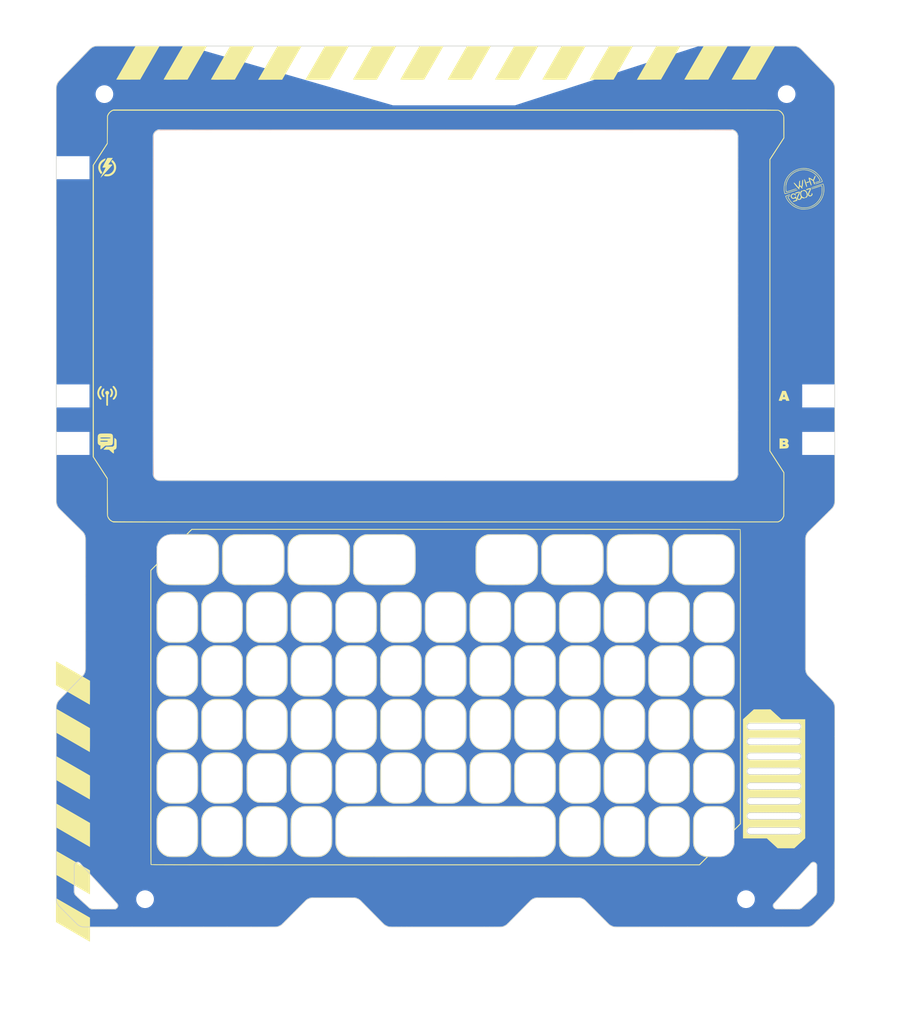
<source format=kicad_pcb>
(kicad_pcb (version 20240108) (generator "pcbnew") (generator_version "8.0")
  (layers (0 "F.Cu" signal) (31 "B.Cu" signal) (34 "B.Paste" user) (35 "F.Paste" user) (36 "B.SilkS" user "B.Silkscreen") (37 "F.SilkS" user "F.Silkscreen") (38 "B.Mask" user) (39 "F.Mask" user) (44 "Edge.Cuts" user))
  (net 0 "")
  (footprint "MountingHole:MountingHole_2.1mm" (layer "F.Cu") (at -50.35 -57.85)
    (property "Reference" "H5" (hide yes))
    (property "Value" "Mounting hole" (hide yes))
    (pad "" np_thru_hole circle (at 0 0) (size 2.1 2.1) (drill 2.1) (layers "*.Cu" "*.Mask"))
  )
  (footprint "MountingHole:MountingHole_2.1mm" (layer "F.Cu") (at 50.35 -57.85 90)
    (property "Reference" "H6" (hide yes))
    (property "Value" "Mounting hole" (hide yes))
    (pad "" np_thru_hole circle (at 0 0 90) (size 2.1 2.1) (drill 2.1) (layers "*.Cu" "*.Mask"))
  )
  (footprint "MountingHole:MountingHole_2.1mm" (layer "F.Cu") (at 44.35 60.85)
    (property "Reference" "H8" (hide yes))
    (property "Value" "Mounting hole" (hide yes))
    (pad "" np_thru_hole circle (at 0 0) (size 2.1 2.1) (drill 2.1) (layers "*.Cu" "*.Mask"))
  )
  (footprint "design:frontpanel_cyberdeck" (layer "F.Cu") (at 0 0)
    (property "Reference" "N1" (hide yes))
    (property "Value" "Board" (hide yes))
    (fp_poly (pts (xy 50.050787 -6.752347) (xy 50.128636 -6.717979) (xy 50.162174 -6.654911) (xy 50.165 -6.619875) (xy 50.147198 -6.543748) (xy 50.088391 -6.498252) (xy 49.980473 -6.478652) (xy 49.920525 -6.477) (xy 49.75225 -6.477) (xy 49.75225 -6.76275) (xy 49.920525 -6.76275) (xy 50.050787 -6.752347)) (stroke (width 0.01)) (fill solid) (layer "F.Cu"))
    (fp_poly (pts (xy 50.089314 -6.209845) (xy 50.183238 -6.169245) (xy 50.225393 -6.0995) (xy 50.2285 -6.066903) (xy 50.200108 -5.985034) (xy 50.116764 -5.931176) (xy 49.981216 -5.906828) (xy 49.932312 -5.9055) (xy 49.75225 -5.9055) (xy 49.75225 -6.223) (xy 49.940482 -6.223) (xy 50.089314 -6.209845)) (stroke (width 0.01)) (fill solid) (layer "F.Cu"))
    (fp_poly (pts (xy 49.973766 -13.688093) (xy 50.001011 -13.614625) (xy 50.034764 -13.51098) (xy 50.037624 -13.501688) (xy 50.073086 -13.386011) (xy 50.102845 -13.289002) (xy 50.120415 -13.231813) (xy 50.122337 -13.200205) (xy 50.094488 -13.183402) (xy 50.02386 -13.176973) (xy 49.957367 -13.17625) (xy 49.853176 -13.179724) (xy 49.801743 -13.192003) (xy 49.792611 -13.215875) (xy 49.793927 -13.219825) (xy 49.810797 -13.270316) (xy 49.839637 -13.362676) (xy 49.87451 -13.477852) (xy 49.878043 -13.4897) (xy 49.912076 -13.598461) (xy 49.940291 -13.678633) (xy 49.957339 -13.7152) (xy 49.958693 -13.716) (xy 49.973766 -13.688093)) (stroke (width 0.01)) (fill solid) (layer "F.Cu"))
    (fp_poly (pts (xy 53.017276 -45.293182) (xy 53.05039 -45.244804) (xy 53.088883 -45.152856) (xy 53.135589 -45.014154) (xy 53.177979 -44.889941) (xy 53.211418 -44.809843) (xy 53.23288 -44.780432) (xy 53.238766 -44.789966) (xy 53.24299 -44.799212) (xy 53.2765 -44.799212) (xy 53.303881 -44.795181) (xy 53.375804 -44.809266) (xy 53.476939 -44.838426) (xy 53.481103 -44.839774) (xy 53.581146 -44.876099) (xy 53.649321 -44.908243) (xy 53.67136 -44.929437) (xy 53.671118 -44.929902) (xy 53.636231 -44.933013) (xy 53.562725 -44.917548) (xy 53.470305 -44.890035) (xy 53.378681 -44.857001) (xy 53.307559 -44.824971) (xy 53.276648 -44.800474) (xy 53.2765 -44.799212) (xy 53.24299 -44.799212) (xy 53.258637 -44.833461) (xy 53.312416 -44.871862) (xy 53.412295 -44.912909) (xy 53.455901 -44.92784) (xy 53.588769 -44.966059) (xy 53.66948 -44.974491) (xy 53.695655 -44.964295) (xy 53.715543 -44.926278) (xy 53.691183 -44.889386) (xy 53.616711 -44.849193) (xy 53.486262 -44.801271) (xy 53.474592 -44.797417) (xy 53.367833 -44.761673) (xy 53.287916 -44.733642) (xy 53.251022 -44.719011) (xy 53.250437 -44.71861) (xy 53.253919 -44.686445) (xy 53.272428 -44.609174) (xy 53.302169 -44.502339) (xy 53.308241 -44.481781) (xy 53.33909 -44.365264) (xy 53.35754 -44.269192) (xy 53.360097 -44.212318) (xy 53.359112 -44.208864) (xy 53.322191 -44.16839) (xy 53.277945 -44.174224) (xy 53.266302 -44.188063) (xy 53.248003 -44.232854) (xy 53.215691 -44.324834) (xy 53.173337 -44.451488) (xy 53.124908 -44.600303) (xy 53.074374 -44.758765) (xy 53.025702 -44.91436) (xy 52.982862 -45.054574) (xy 52.949823 -45.166892) (xy 52.930553 -45.238801) (xy 52.92725 -45.257139) (xy 52.934904 -45.269447) (xy 52.974113 -45.269447) (xy 52.978766 -45.236601) (xy 52.999657 -45.155485) (xy 53.033059 -45.038109) (xy 53.075248 -44.896482) (xy 53.122497 -44.742616) (xy 53.171082 -44.588519) (xy 53.217276 -44.446203) (xy 53.257355 -44.327677) (xy 53.287592 -44.244952) (xy 53.301683 -44.213439) (xy 53.324697 -44.204389) (xy 53.330884 -44.216278) (xy 53.325214 -44.256154) (xy 53.302537 -44.345558) (xy 53.265882 -44.473763) (xy 53.218284 -44.630042) (xy 53.178763 -44.754464) (xy 53.116207 -44.947599) (xy 53.069919 -45.087999) (xy 53.03682 -45.18341) (xy 53.013832 -45.241578) (xy 52.997878 -45.270249) (xy 52.985879 -45.277169) (xy 52.974756 -45.270085) (xy 52.974113 -45.269447) (xy 52.934904 -45.269447) (xy 52.953301 -45.299029) (xy 52.984777 -45.30725) (xy 53.017276 -45.293182)) (stroke (width 0.01)) (fill solid) (layer "F.Cu"))
    (fp_poly (pts (xy 50.753845 -14.823451) (xy 50.927426 -14.818994) (xy 51.061724 -14.810538) (xy 51.16279 -14.79724) (xy 51.236679 -14.778261) (xy 51.289444 -14.752758) (xy 51.327136 -14.719891) (xy 51.355811 -14.678819) (xy 51.381521 -14.6287) (xy 51.385702 -14.619916) (xy 51.400128 -14.557185) (xy 51.412373 -14.440386) (xy 51.422433 -14.278517) (xy 51.430304 -14.08058) (xy 51.435983 -13.855576) (xy 51.439464 -13.612504) (xy 51.440744 -13.360364) (xy 51.439819 -13.108159) (xy 51.436685 -12.864888) (xy 51.431337 -12.639551) (xy 51.423772 -12.44115) (xy 51.413986 -12.278684) (xy 51.401975 -12.161154) (xy 51.387734 -12.097561) (xy 51.386837 -12.095711) (xy 51.361544 -12.049531) (xy 51.333893 -12.011538) (xy 51.297822 -11.980934) (xy 51.247267 -11.956919) (xy 51.176166 -11.938697) (xy 51.078454 -11.925466) (xy 50.94807 -11.91643) (xy 50.778949 -11.910789) (xy 50.56503 -11.907745) (xy 50.300248 -11.906498) (xy 49.978541 -11.906251) (xy 49.948608 -11.90625) (xy 49.640461 -11.906334) (xy 49.38942 -11.906811) (xy 49.189089 -11.908022) (xy 49.033073 -11.910309) (xy 48.914977 -11.914012) (xy 48.828406 -11.919473) (xy 48.766967 -11.927031) (xy 48.724262 -11.937028) (xy 48.693898 -11.949805) (xy 48.66948 -11.965703) (xy 48.657309 -11.975081) (xy 48.61255 -12.012669) (xy 48.576141 -12.052421) (xy 48.547224 -12.100971) (xy 48.52494 -12.164955) (xy 48.508429 -12.251007) (xy 48.496834 -12.365762) (xy 48.489295 -12.515854) (xy 48.484954 -12.707918) (xy 48.484954 -12.707938) (xy 49.220377 -12.707938) (xy 49.230472 -12.685283) (xy 49.286924 -12.672614) (xy 49.397711 -12.668288) (xy 49.413015 -12.66825) (xy 49.620325 -12.66825) (xy 49.657 -12.779375) (xy 49.693674 -12.8905) (xy 50.223575 -12.8905) (xy 50.26025 -12.779375) (xy 50.296924 -12.66825) (xy 50.500837 -12.66825) (xy 50.60523 -12.672155) (xy 50.678756 -12.682362) (xy 50.70475 -12.695762) (xy 50.69402 -12.732272) (xy 50.66397 -12.819271) (xy 50.617803 -12.947879) (xy 50.558726 -13.109215) (xy 50.489944 -13.294399) (xy 50.455485 -13.386325) (xy 50.206221 -14.049375) (xy 49.967921 -14.058566) (xy 49.729622 -14.067757) (xy 49.482335 -13.407691) (xy 49.409711 -13.213819) (xy 49.344186 -13.038853) (xy 49.289182 -12.891933) (xy 49.248117 -12.782198) (xy 49.224415 -12.718785) (xy 49.220377 -12.707938) (xy 48.484954 -12.707938) (xy 48.482951 -12.948589) (xy 48.482427 -13.244501) (xy 48.482427 -13.326043) (xy 48.483397 -13.598284) (xy 48.48608 -13.849342) (xy 48.490272 -14.071542) (xy 48.495767 -14.257208) (xy 48.502362 -14.398665) (xy 48.509852 -14.488237) (xy 48.513976 -14.511555) (xy 48.558627 -14.608712) (xy 48.628406 -14.703216) (xy 48.64285 -14.71793) (xy 48.740352 -14.811375) (xy 49.936863 -14.821234) (xy 50.264616 -14.82373) (xy 50.534926 -14.824749) (xy 50.753845 -14.823451)) (stroke (width 0.01)) (fill solid) (layer "F.Cu"))
    (fp_poly (pts (xy 53.903002 -43.985458) (xy 53.93046 -43.914739) (xy 53.924132 -43.816775) (xy 53.882334 -43.684858) (xy 53.803379 -43.512282) (xy 53.765792 -43.439398) (xy 53.683278 -43.269324) (xy 53.638957 -43.140567) (xy 53.631441 -43.044788) (xy 53.659344 -42.973651) (xy 53.683812 -42.946796) (xy 53.773364 -42.901757) (xy 53.86935 -42.907759) (xy 53.956007 -42.956347) (xy 54.017571 -43.03907) (xy 54.0385 -43.137008) (xy 54.044947 -43.212036) (xy 54.069517 -43.238604) (xy 54.094062 -43.237617) (xy 54.135294 -43.207192) (xy 54.156294 -43.128663) (xy 54.159029 -43.099759) (xy 54.140106 -42.971905) (xy 54.067605 -42.869949) (xy 53.948604 -42.800996) (xy 53.836054 -42.775539) (xy 53.739773 -42.770437) (xy 53.674236 -42.789619) (xy 53.608212 -42.843548) (xy 53.595515 -42.8561) (xy 53.525071 -42.95017) (xy 53.495548 -43.056839) (xy 53.496296 -43.064817) (xy 53.532728 -43.064817) (xy 53.558073 -42.976735) (xy 53.618489 -42.896685) (xy 53.623307 -42.891808) (xy 53.719248 -42.819231) (xy 53.817756 -42.802109) (xy 53.922259 -42.828805) (xy 54.003109 -42.875043) (xy 54.067201 -42.930042) (xy 54.112176 -43.004488) (xy 54.132607 -43.090895) (xy 54.125288 -43.164772) (xy 54.102 -43.195875) (xy 54.080275 -43.182599) (xy 54.070441 -43.118303) (xy 54.07025 -43.104804) (xy 54.042963 -42.995451) (xy 53.971686 -42.914824) (xy 53.872291 -42.870468) (xy 53.760653 -42.869931) (xy 53.664564 -42.911926) (xy 53.608037 -42.979402) (xy 53.593117 -43.076886) (xy 53.620404 -43.209029) (xy 53.690497 -43.380486) (xy 53.736875 -43.473067) (xy 53.819577 -43.646423) (xy 53.867808 -43.783063) (xy 53.87975 -43.859932) (xy 53.871335 -43.944235) (xy 53.852795 -43.97142) (xy 53.834179 -43.940217) (xy 53.825801 -43.866745) (xy 53.80904 -43.788237) (xy 53.76627 -43.672436) (xy 53.704152 -43.536496) (xy 53.676634 -43.482697) (xy 53.591057 -43.307254) (xy 53.543405 -43.171476) (xy 53.532728 -43.064817) (xy 53.496296 -43.064817) (xy 53.507567 -43.184893) (xy 53.56175 -43.343113) (xy 53.641625 -43.508268) (xy 53.720502 -43.660604) (xy 53.766941 -43.763613) (xy 53.779083 -43.823619) (xy 53.75507 -43.846948) (xy 53.693042 -43.839923) (xy 53.59114 -43.80887) (xy 53.556688 -43.797234) (xy 53.401596 -43.748017) (xy 53.297756 -43.724486) (xy 53.238556 -43.726176) (xy 53.217383 -43.752619) (xy 53.217571 -43.755661) (xy 53.248765 -43.755661) (xy 53.28703 -43.755958) (xy 53.379424 -43.780601) (xy 53.485842 -43.815344) (xy 53.615785 -43.859798) (xy 53.696174 -43.888553) (xy 53.737585 -43.906324) (xy 53.750595 -43.917822) (xy 53.745778 -43.927762) (xy 53.743447 -43.930136) (xy 53.70681 -43.92974) (xy 53.629094 -43.912296) (xy 53.528504 -43.883508) (xy 53.423245 -43.849082) (xy 53.331521 -43.814724) (xy 53.271538 -43.786139) (xy 53.262212 -43.779321) (xy 53.248765 -43.755661) (xy 53.217571 -43.755661) (xy 53.218673 -43.773386) (xy 53.253847 -43.813181) (xy 53.346711 -43.858051) (xy 53.482938 -43.904228) (xy 53.60878 -43.944016) (xy 53.716772 -43.980903) (xy 53.787867 -44.008308) (xy 53.798043 -44.013113) (xy 53.856384 -44.025471) (xy 53.903002 -43.985458)) (stroke (width 0.01)) (fill solid) (layer "F.Cu"))
    (fp_poly (pts (xy 49.680679 -7.811641) (xy 49.97238 -7.8105) (xy 50.291438 -7.810178) (xy 50.553335 -7.808616) (xy 50.764411 -7.804924) (xy 50.931003 -7.798211) (xy 51.059452 -7.787587) (xy 51.156095 -7.772159) (xy 51.227272 -7.751038) (xy 51.279321 -7.723332) (xy 51.31858 -7.688152) (xy 51.351389 -7.644604) (xy 51.370686 -7.613974) (xy 51.387305 -7.584155) (xy 51.400774 -7.550357) (xy 51.411418 -7.505992) (xy 51.419567 -7.444473) (xy 51.425548 -7.359214) (xy 51.429689 -7.243628) (xy 51.432319 -7.091129) (xy 51.433765 -6.89513) (xy 51.434354 -6.649043) (xy 51.434416 -6.346283) (xy 51.434413 -6.334125) (xy 51.434197 -6.015972) (xy 51.433194 -5.754975) (xy 51.430557 -5.544792) (xy 51.425442 -5.37908) (xy 51.417003 -5.251495) (xy 51.404395 -5.155695) (xy 51.386772 -5.085336) (xy 51.363288 -5.034075) (xy 51.333099 -4.995569) (xy 51.295358 -4.963475) (xy 51.249221 -4.931449) (xy 51.247279 -4.930141) (xy 51.218451 -4.911466) (xy 51.188611 -4.896316) (xy 51.151198 -4.884321) (xy 51.099652 -4.875113) (xy 51.027413 -4.868324) (xy 50.927921 -4.863585) (xy 50.794615 -4.860528) (xy 50.620935 -4.858784) (xy 50.400321 -4.857985) (xy 50.126213 -4.857761) (xy 49.958625 -4.85775) (xy 49.653808 -4.857818) (xy 49.405929 -4.858265) (xy 49.208427 -4.859462) (xy 49.054738 -4.861779) (xy 48.938302 -4.865585) (xy 48.852556 -4.87125) (xy 48.790938 -4.879143) (xy 48.746886 -4.889633) (xy 48.713839 -4.903091) (xy 48.685233 -4.919886) (xy 48.669507 -4.930349) (xy 48.622348 -4.964609) (xy 48.583694 -5.002017) (xy 48.552766 -5.048834) (xy 48.528784 -5.111319) (xy 48.510968 -5.195733) (xy 48.498537 -5.308335) (xy 48.49071 -5.455386) (xy 48.487207 -5.61975) (xy 49.3395 -5.61975) (xy 49.750687 -5.61975) (xy 49.922646 -5.622397) (xy 50.086974 -5.629604) (xy 50.225058 -5.64027) (xy 50.318285 -5.653295) (xy 50.318351 -5.653309) (xy 50.468078 -5.705491) (xy 50.566658 -5.790913) (xy 50.62103 -5.917164) (xy 50.633835 -5.998257) (xy 50.639016 -6.098573) (xy 50.624164 -6.164579) (xy 50.580257 -6.224504) (xy 50.552341 -6.253293) (xy 50.481212 -6.313475) (xy 50.419986 -6.347305) (xy 50.405567 -6.35) (xy 50.361771 -6.366412) (xy 50.3555 -6.38175) (xy 50.381047 -6.4103) (xy 50.40082 -6.4135) (xy 50.450192 -6.43661) (xy 50.508362 -6.492685) (xy 50.511945 -6.497157) (xy 50.568274 -6.61522) (xy 50.571489 -6.743612) (xy 50.525502 -6.864727) (xy 50.434225 -6.960961) (xy 50.404881 -6.979017) (xy 50.349031 -7.001282) (xy 50.268528 -7.017792) (xy 50.15317 -7.029668) (xy 49.992754 -7.038033) (xy 49.823687 -7.042985) (xy 49.3395 -7.0542) (xy 49.3395 -5.61975) (xy 48.487207 -5.61975) (xy 48.486708 -5.643145) (xy 48.485751 -5.877872) (xy 48.487057 -6.165829) (xy 48.48872 -6.380793) (xy 48.489972 -6.715271) (xy 48.491219 -6.993426) (xy 48.497814 -7.220415) (xy 48.515107 -7.401394) (xy 48.548448 -7.54152) (xy 48.603189 -7.645949) (xy 48.68468 -7.719837) (xy 48.798273 -7.768341) (xy 48.949318 -7.796617) (xy 49.143167 -7.809821) (xy 49.385171 -7.81311) (xy 49.680679 -7.811641)) (stroke (width 0.01)) (fill solid) (layer "F.Cu"))
    (fp_poly (pts (xy 54.59383 -45.808035) (xy 54.613071 -45.793129) (xy 54.613132 -45.754603) (xy 54.592873 -45.673372) (xy 54.557888 -45.564704) (xy 54.513768 -45.443867) (xy 54.466107 -45.326128) (xy 54.420495 -45.226756) (xy 54.382527 -45.161019) (xy 54.380602 -45.158462) (xy 54.375037 -45.105301) (xy 54.397748 -45.002338) (xy 54.433167 -44.894632) (xy 54.485959 -44.73627) (xy 54.510558 -44.629399) (xy 54.507399 -44.56883) (xy 54.47692 -44.549375) (xy 54.462103 -44.55086) (xy 54.431022 -44.582348) (xy 54.390068 -44.65552) (xy 54.346464 -44.752326) (xy 54.307434 -44.854714) (xy 54.280203 -44.944633) (xy 54.272851 -44.99783) (xy 54.332265 -44.99783) (xy 54.334193 -44.947361) (xy 54.353264 -44.859878) (xy 54.373503 -44.791455) (xy 54.412673 -44.675213) (xy 54.438956 -44.609527) (xy 54.457456 -44.584053) (xy 54.473278 -44.588449) (xy 54.473567 -44.588735) (xy 54.4721 -44.62442) (xy 54.453338 -44.703546) (xy 54.421241 -44.809718) (xy 54.417502 -44.821035) (xy 54.381264 -44.920076) (xy 54.351428 -44.983773) (xy 54.333645 -45.000407) (xy 54.332265 -44.99783) (xy 54.272851 -44.99783) (xy 54.271993 -45.004031) (xy 54.276092 -45.015676) (xy 54.257509 -45.037458) (xy 54.195377 -45.08381) (xy 54.100726 -45.146842) (xy 54.035476 -45.18781) (xy 53.924396 -45.254519) (xy 53.83559 -45.304737) (xy 53.781302 -45.331704) (xy 53.770502 -45.334088) (xy 53.776303 -45.301632) (xy 53.798698 -45.219933) (xy 53.834446 -45.10007) (xy 53.880307 -44.953125) (xy 53.899064 -44.8945) (xy 53.95847 -44.708664) (xy 53.999414 -44.574685) (xy 54.02328 -44.484103) (xy 54.031458 -44.428458) (xy 54.025333 -44.399289) (xy 54.006294 -44.388136) (xy 53.982362 -44.3865) (xy 53.957572 -44.398495) (xy 53.92882 -44.43915) (xy 53.893055 -44.515475) (xy 53.847228 -44.634476) (xy 53.78829 -44.803164) (xy 53.745372 -44.931118) (xy 53.688374 -45.106822) (xy 53.640607 -45.261952) (xy 53.604966 -45.386432) (xy 53.597186 -45.418034) (xy 53.627741 -45.418034) (xy 53.632655 -45.4025) (xy 53.647757 -45.356935) (xy 53.678885 -45.262742) (xy 53.722184 -45.1316) (xy 53.773797 -44.975189) (xy 53.803031 -44.886563) (xy 53.857719 -44.725927) (xy 53.907579 -44.589048) (xy 53.948596 -44.486229) (xy 53.976755 -44.427772) (xy 53.985515 -44.41825) (xy 54.000569 -44.441663) (xy 53.995109 -44.46629) (xy 53.979198 -44.513049) (xy 53.948408 -44.607802) (xy 53.906795 -44.73793) (xy 53.858413 -44.890814) (xy 53.844638 -44.934602) (xy 53.792958 -45.091775) (xy 53.743396 -45.229459) (xy 53.700831 -45.334964) (xy 53.670144 -45.395604) (xy 53.664668 -45.4025) (xy 53.629721 -45.433604) (xy 53.627741 -45.418034) (xy 53.597186 -45.418034) (xy 53.587015 -45.459347) (xy 53.728268 -45.459347) (xy 53.759614 -45.425981) (xy 53.833094 -45.369399) (xy 53.936235 -45.298796) (xy 54.009155 -45.252295) (xy 54.146786 -45.169352) (xy 54.247978 -45.113571) (xy 54.308519 -45.086815) (xy 54.324197 -45.09095) (xy 54.291366 -45.127329) (xy 54.233406 -45.172472) (xy 54.183336 -45.206375) (xy 54.32425 -45.206375) (xy 54.33395 -45.182397) (xy 54.362683 -45.217869) (xy 54.409893 -45.311837) (xy 54.475026 -45.463347) (xy 54.478463 -45.471731) (xy 54.535313 -45.617746) (xy 54.568893 -45.719985) (xy 54.578158 -45.774263) (xy 54.562065 -45.776396) (xy 54.551957 -45.766038) (xy 54.526054 -45.720722) (xy 54.486101 -45.634344) (xy 54.439259 -45.524503) (xy 54.392687 -45.4088) (xy 54.353548 -45.304832) (xy 54.329 -45.230199) (xy 54.32425 -45.206375) (xy 54.183336 -45.206375) (xy 54.146962 -45.231004) (xy 54.044707 -45.295455) (xy 53.939312 -45.358352) (xy 53.843449 -45.412223) (xy 53.76979 -45.449597) (xy 53.731008 -45.463002) (xy 53.728268 -45.459347) (xy 53.587015 -45.459347) (xy 53.584346 -45.470188) (xy 53.581133 -45.502618) (xy 53.628153 -45.52869) (xy 53.713953 -45.514066) (xy 53.841175 -45.45789) (xy 53.999625 -45.367214) (xy 54.11265 -45.299457) (xy 54.203328 -45.248039) (xy 54.259709 -45.219569) (xy 54.272249 -45.216401) (xy 54.286479 -45.24907) (xy 54.318136 -45.327392) (xy 54.361774 -45.437786) (xy 54.389557 -45.508921) (xy 54.454261 -45.66367) (xy 54.507281 -45.761807) (xy 54.552507 -45.808279) (xy 54.59383 -45.808035)) (stroke (width 0.01)) (fill solid) (layer "F.Cu"))
    (fp_poly (pts (xy 52.747503 -45.205946) (xy 52.760078 -45.149751) (xy 52.764283 -45.053114) (xy 52.760798 -44.908897) (xy 52.750297 -44.709961) (xy 52.747602 -44.665988) (xy 52.734566 -44.475044) (xy 52.721942 -44.338037) (xy 52.708178 -44.245435) (xy 52.691723 -44.187706) (xy 52.671026 -44.155318) (xy 52.663474 -44.148909) (xy 52.626987 -44.113003) (xy 52.64389 -44.080676) (xy 52.657022 -44.069293) (xy 52.699244 -44.012417) (xy 52.695861 -43.963531) (xy 52.64848 -43.94202) (xy 52.64647 -43.942) (xy 52.596612 -43.965011) (xy 52.524882 -44.024975) (xy 52.45597 -44.098509) (xy 52.372883 -44.202081) (xy 52.332626 -44.262365) (xy 52.333683 -44.277305) (xy 52.374539 -44.244847) (xy 52.453678 -44.162935) (xy 52.481033 -44.1325) (xy 52.574935 -44.032562) (xy 52.631583 -43.983538) (xy 52.649002 -43.983548) (xy 52.625215 -44.030706) (xy 52.558247 -44.123132) (xy 52.520642 -44.170251) (xy 52.431603 -44.270987) (xy 52.368817 -44.316921) (xy 52.325853 -44.307691) (xy 52.296278 -44.242936) (xy 52.278844 -44.156665) (xy 52.257245 -44.068437) (xy 52.228993 -44.008955) (xy 52.219585 -43.999837) (xy 52.198368 -43.96959) (xy 52.221077 -43.936973) (xy 52.257271 -43.877159) (xy 52.247477 -43.830432) (xy 52.204937 -43.815191) (xy 52.165736 -43.839082) (xy 52.093295 -43.906346) (xy 51.993801 -44.010578) (xy 51.87344 -44.145371) (xy 51.776312 -44.258965) (xy 51.632916 -44.431447) (xy 51.528217 -44.562969) (xy 51.458384 -44.659726) (xy 51.419587 -44.727912) (xy 51.411477 -44.759965) (xy 51.448631 -44.759965) (xy 51.46158 -44.73093) (xy 51.508766 -44.663458) (xy 51.582508 -44.566811) (xy 51.675125 -44.450251) (xy 51.778936 -44.323039) (xy 51.886258 -44.194437) (xy 51.989411 -44.073705) (xy 52.080713 -43.970106) (xy 52.152483 -43.892901) (xy 52.19704 -43.851351) (xy 52.206039 -43.84675) (xy 52.213746 -43.866889) (xy 52.193114 -43.902313) (xy 52.159411 -43.944063) (xy 52.09432 -44.023614) (xy 52.006615 -44.130336) (xy 51.905071 -44.253599) (xy 51.798463 -44.382772) (xy 51.695563 -44.507227) (xy 51.605148 -44.616333) (xy 51.53599 -44.69946) (xy 51.496864 -44.745979) (xy 51.493807 -44.749509) (xy 51.457514 -44.76493) (xy 51.448631 -44.759965) (xy 51.411477 -44.759965) (xy 51.407995 -44.773723) (xy 51.419777 -44.803352) (xy 51.433107 -44.813956) (xy 51.45064 -44.818118) (xy 51.475401 -44.80702) (xy 51.513203 -44.774681) (xy 51.569861 -44.715124) (xy 51.651187 -44.622369) (xy 51.762996 -44.490438) (xy 51.857869 -44.377134) (xy 52.117625 -44.066143) (xy 52.123848 -44.10718) (xy 52.188775 -44.10718) (xy 52.193006 -44.055702) (xy 52.194052 -44.053125) (xy 52.209899 -44.055843) (xy 52.226257 -44.11882) (xy 52.242695 -44.23882) (xy 52.258786 -44.41261) (xy 52.2741 -44.636955) (xy 52.27616 -44.67225) (xy 52.282749 -44.820321) (xy 52.284359 -44.938774) (xy 52.281118 -45.016846) (xy 52.273154 -45.04377) (xy 52.271755 -45.04293) (xy 52.260108 -45.003475) (xy 52.246664 -44.914349) (xy 52.232504 -44.789312) (xy 52.218708 -44.642129) (xy 52.206357 -44.486562) (xy 52.196531 -44.336373) (xy 52.19031 -44.205325) (xy 52.188775 -44.10718) (xy 52.123848 -44.10718) (xy 52.140715 -44.218384) (xy 52.152726 -44.315067) (xy 52.166606 -44.453732) (xy 52.180322 -44.612979) (xy 52.18834 -44.719583) (xy 52.200362 -44.874096) (xy 52.21225 -44.976284) (xy 52.226629 -45.037262) (xy 52.246125 -45.068144) (xy 52.273362 -45.080047) (xy 52.273471 -45.080068) (xy 52.299212 -45.081545) (xy 52.315516 -45.067341) (xy 52.323576 -45.027106) (xy 52.324583 -44.950495) (xy 52.319728 -44.827161) (xy 52.314401 -44.724647) (xy 52.306841 -44.566865) (xy 52.304827 -44.462718) (xy 52.309161 -44.402515) (xy 52.320644 -44.376568) (xy 52.340079 -44.375187) (xy 52.34323 -44.376307) (xy 52.398013 -44.364801) (xy 52.470169 -44.300641) (xy 52.480364 -44.28874) (xy 52.569004 -44.182564) (xy 52.572416 -44.212633) (xy 52.618172 -44.212633) (xy 52.634399 -44.196) (xy 52.655198 -44.224593) (xy 52.674847 -44.298048) (xy 52.684547 -44.362688) (xy 52.703462 -44.552537) (xy 52.71748 -44.734703) (xy 52.726235 -44.898729) (xy 52.729362 -45.03416) (xy 52.726495 -45.130538) (xy 52.717266 -45.177407) (xy 52.713164 -45.18025) (xy 52.699037 -45.150095) (xy 52.684626 -45.065974) (xy 52.671154 -44.937402) (xy 52.659845 -44.773895) (xy 52.659069 -44.759563) (xy 52.649447 -44.596477) (xy 52.639101 -44.451295) (xy 52.629185 -44.338466) (xy 52.620851 -44.27244) (xy 52.619802 -44.267438) (xy 52.618172 -44.212633) (xy 52.572416 -44.212633) (xy 52.588685 -44.35597) (xy 52.599175 -44.463679) (xy 52.611269 -44.61132) (xy 52.623116 -44.775419) (xy 52.629146 -44.868908) (xy 52.641939 -45.034992) (xy 52.657166 -45.145045) (xy 52.676195 -45.206528) (xy 52.69454 -45.22556) (xy 52.725883 -45.228836) (xy 52.747503 -45.205946)) (stroke (width 0.01)) (fill solid) (layer "F.Cu"))
    (fp_poly (pts (xy 20.580052 -55.525007) (xy 22.3131 -55.524954) (xy 23.987322 -55.524858) (xy 25.603141 -55.524717) (xy 27.160984 -55.52453) (xy 28.661273 -55.524299) (xy 30.104435 -55.524022) (xy 31.490895 -55.5237) (xy 32.821076 -55.523332) (xy 34.095404 -55.522919) (xy 35.314304 -55.522459) (xy 36.478201 -55.521952) (xy 37.587518 -55.521399) (xy 38.642682 -55.520799) (xy 39.644117 -55.520152) (xy 40.592247 -55.519457) (xy 41.487499 -55.518716) (xy 42.330295 -55.517926) (xy 43.121062 -55.517088) (xy 43.860224 -55.516202) (xy 44.548206 -55.515268) (xy 45.185432 -55.514285) (xy 45.772329 -55.513254) (xy 46.309319 -55.512173) (xy 46.796829 -55.511043) (xy 47.235283 -55.509863) (xy 47.625105 -55.508634) (xy 47.966721 -55.507354) (xy 48.260556 -55.506025) (xy 48.507034 -55.504645) (xy 48.706581 -55.503214) (xy 48.85962 -55.501733) (xy 48.966577 -55.5002) (xy 49.027876 -55.498616) (xy 49.043691 -55.497511) (xy 49.262214 -55.421702) (xy 49.468472 -55.29139) (xy 49.652542 -55.115526) (xy 49.8045 -54.903066) (xy 49.886599 -54.737) (xy 49.902878 -54.696053) (xy 49.916528 -54.655404) (xy 49.92782 -54.60925) (xy 49.937023 -54.55179) (xy 49.944407 -54.477221) (xy 49.950243 -54.37974) (xy 49.954799 -54.253545) (xy 49.958347 -54.092833) (xy 49.961156 -53.891803) (xy 49.963495 -53.644651) (xy 49.965635 -53.345575) (xy 49.967834 -52.99075) (xy 49.977308 -51.419125) (xy 48.944029 -49.824271) (xy 47.91075 -48.229416) (xy 47.91075 -5.212664) (xy 48.942625 -3.619501) (xy 49.9745 -2.026337) (xy 49.9745 1.033143) (xy 49.974198 1.615434) (xy 49.973282 2.135711) (xy 49.971735 2.59546) (xy 49.969541 2.996165) (xy 49.966684 3.339309) (xy 49.963147 3.626378) (xy 49.958915 3.858855) (xy 49.953971 4.038225) (xy 49.948298 4.165973) (xy 49.941881 4.243581) (xy 49.939111 4.260874) (xy 49.851481 4.537534) (xy 49.714023 4.776606) (xy 49.5291 4.975024) (xy 49.299076 5.129718) (xy 49.251386 5.15348) (xy 49.037875 5.254625) (xy 0.079375 5.260504) (xy -2.070193 5.260757) (xy -4.157165 5.260992) (xy -6.182446 5.261208) (xy -8.146941 5.261405) (xy -10.051555 5.261581) (xy -11.897191 5.261736) (xy -13.684755 5.261869) (xy -15.415152 5.261979) (xy -17.089286 5.262066) (xy -18.708061 5.262129) (xy -20.272382 5.262167) (xy -21.783154 5.262179) (xy -23.241282 5.262165) (xy -24.647669 5.262124) (xy -26.003221 5.262055) (xy -27.308843 5.261957) (xy -28.565438 5.26183) (xy -29.773912 5.261672) (xy -30.935169 5.261484) (xy -32.050113 5.261264) (xy -33.11965 5.261011) (xy -34.144684 5.260726) (xy -35.12612 5.260406) (xy -36.064861 5.260052) (xy -36.961814 5.259663) (xy -37.817882 5.259237) (xy -38.63397 5.258774) (xy -39.410982 5.258274) (xy -40.149824 5.257735) (xy -40.8514 5.257157) (xy -41.516614 5.256539) (xy -42.146372 5.255881) (xy -42.741577 5.255181) (xy -43.303134 5.254438) (xy -43.831949 5.253653) (xy -44.328925 5.252825) (xy -44.794967 5.251951) (xy -45.230981 5.251033) (xy -45.637869 5.250068) (xy -46.016538 5.249057) (xy -46.367891 5.247999) (xy -46.692834 5.246892) (xy -46.992271 5.245737) (xy -47.267106 5.244531) (xy -47.518244 5.243275) (xy -47.74659 5.241968) (xy -47.953048 5.24061) (xy -48.138524 5.239198) (xy -48.303921 5.237733) (xy -48.450144 5.236214) (xy -48.578098 5.234639) (xy -48.688688 5.233009) (xy -48.782818 5.231323) (xy -48.861392 5.229579) (xy -48.925316 5.227778) (xy -48.975493 5.225917) (xy -49.01283 5.223998) (xy -49.038229 5.222018) (xy -49.052596 5.219977) (xy -49.05375 5.219693) (xy -49.2953 5.123007) (xy -49.509506 4.972026) (xy -49.69046 4.772229) (xy -49.832254 4.529094) (xy -49.854982 4.47675) (xy -49.926875 4.302125) (xy -49.935828 1.558107) (xy -49.94478 -1.185911) (xy -52.0065 -4.371057) (xy -52.006191 -11.563083) (xy -43.112274 -11.563083) (xy -43.112228 -10.754743) (xy -43.11212 -9.99152) (xy -43.111948 -9.272101) (xy -43.11171 -8.595173) (xy -43.111402 -7.959422) (xy -43.111021 -7.363536) (xy -43.110564 -6.806202) (xy -43.110029 -6.286106) (xy -43.109413 -5.801935) (xy -43.108712 -5.352377) (xy -43.107924 -4.936118) (xy -43.107046 -4.551845) (xy -43.106075 -4.198245) (xy -43.105009 -3.874006) (xy -43.103843 -3.577813) (xy -43.102576 -3.308354) (xy -43.101204 -3.064316) (xy -43.099725 -2.844385) (xy -43.098135 -2.647249) (xy -43.096432 -2.471595) (xy -43.094613 -2.316109) (xy -43.092674 -2.179479) (xy -43.090614 -2.060391) (xy -43.088429 -1.957532) (xy -43.086116 -1.86959) (xy -43.083672 -1.79525) (xy -43.081094 -1.733201) (xy -43.078381 -1.682128) (xy -43.075527 -1.640719) (xy -43.072532 -1.607662) (xy -43.069391 -1.581641) (xy -43.066102 -1.561346) (xy -43.062662 -1.545462) (xy -43.059068 -1.532677) (xy -43.055317 -1.521676) (xy -43.052826 -1.514948) (xy -42.938923 -1.29563) (xy -42.778949 -1.113492) (xy -42.58141 -0.976393) (xy -42.38782 -0.900463) (xy -42.369011 -0.898572) (xy -42.326257 -0.896743) (xy -42.258718 -0.894974) (xy -42.165551 -0.893265) (xy -42.045915 -0.891615) (xy -41.898968 -0.890024) (xy -41.723869 -0.88849) (xy -41.519776 -0.887014) (xy -41.285847 -0.885594) (xy -41.021241 -0.88423) (xy -40.725117 -0.882921) (xy -40.396631 -0.881667) (xy -40.034944 -0.880467) (xy -39.639213 -0.87932) (xy -39.208597 -0.878225) (xy -38.742254 -0.877183) (xy -38.239342 -0.876191) (xy -37.69902 -0.875251) (xy -37.120446 -0.87436) (xy -36.502778 -0.873518) (xy -35.845176 -0.872725) (xy -35.146797 -0.871981) (xy -34.406799 -0.871283) (xy -33.624341 -0.870632) (xy -32.798582 -0.870027) (xy -31.92868 -0.869468) (xy -31.013793 -0.868953) (xy -30.053079 -0.868482) (xy -29.045697 -0.868055) (xy -27.990806 -0.86767) (xy -26.887563 -0.867327) (xy -25.735127 -0.867026) (xy -24.532657 -0.866765) (xy -23.27931 -0.866545) (xy -21.974246 -0.866364) (xy -20.616622 -0.866222) (xy -19.205597 -0.866118) (xy -17.74033 -0.866051) (xy -16.219978 -0.866021) (xy -14.6437 -0.866028) (xy -13.010654 -0.866069) (xy -11.319999 -0.866146) (xy -9.570894 -0.866257) (xy -7.762496 -0.866401) (xy -5.893963 -0.866578) (xy -3.964455 -0.866788) (xy -1.97313 -0.867029) (xy 0.079375 -0.8673) (xy 42.402125 -0.873125) (xy 42.581847 -0.961384) (xy 42.786589 -1.095854) (xy 42.956737 -1.276381) (xy 43.064514 -1.456614) (xy 43.132375 -1.603375) (xy 43.132375 -51.863625) (xy 43.047903 -52.02365) (xy 42.926437 -52.201596) (xy 42.768202 -52.357043) (xy 42.591907 -52.472818) (xy 42.527262 -52.501617) (xy 42.519168 -52.504442) (xy 42.509098 -52.507177) (xy 42.496044 -52.509825) (xy 42.479 -52.512387) (xy 42.456958 -52.514863) (xy 42.428912 -52.517256) (xy 42.393854 -52.519566) (xy 42.350777 -52.521796) (xy 42.298674 -52.523947) (xy 42.236539 -52.52602) (xy 42.163364 -52.528017) (xy 42.078142 -52.529938) (xy 41.979866 -52.531786) (xy 41.867528 -52.533562) (xy 41.740123 -52.535268) (xy 41.596642 -52.536904) (xy 41.43608 -52.538472) (xy 41.257427 -52.539974) (xy 41.059679 -52.541411) (xy 40.841827 -52.542784) (xy 40.602865 -52.544096) (xy 40.341785 -52.545347) (xy 40.05758 -52.546538) (xy 39.749244 -52.547672) (xy 39.415769 -52.54875) (xy 39.056148 -52.549773) (xy 38.669375 -52.550742) (xy 38.254442 -52.551659) (xy 37.810341 -52.552526) (xy 37.336067 -52.553343) (xy 36.830611 -52.554113) (xy 36.292968 -52.554836) (xy 35.722129 -52.555515) (xy 35.117088 -52.55615) (xy 34.476837 -52.556743) (xy 33.800371 -52.557296) (xy 33.08668 -52.557809) (xy 32.33476 -52.558285) (xy 31.543601 -52.558725) (xy 30.712198 -52.55913) (xy 29.839544 -52.559501) (xy 28.924631 -52.55984) (xy 27.966452 -52.560149) (xy 26.964 -52.560429) (xy 25.916268 -52.560681) (xy 24.822249 -52.560907) (xy 23.680936 -52.561108) (xy 22.491322 -52.561286) (xy 21.2524 -52.561442) (xy 19.963163 -52.561577) (xy 18.622603 -52.561694) (xy 17.229714 -52.561792) (xy 15.783489 -52.561875) (xy 14.28292 -52.561943) (xy 12.727001 -52.561997) (xy 11.114724 -52.56204) (xy 9.445083 -52.562072) (xy 7.71707 -52.562095) (xy 5.929678 -52.56211) (xy 4.0819 -52.56212) (xy 2.172729 -52.562124) (xy 0.201159 -52.562125) (xy 0.015875 -52.562125) (xy -1.96151 -52.562124) (xy -3.876402 -52.56212) (xy -5.729808 -52.562111) (xy -7.522735 -52.562096) (xy -9.25619 -52.562074) (xy -10.931181 -52.562043) (xy -12.548714 -52.562001) (xy -14.109797 -52.561948) (xy -15.615435 -52.561882) (xy -17.066638 -52.561801) (xy -18.464411 -52.561703) (xy -19.809762 -52.561589) (xy -21.103697 -52.561455) (xy -22.347224 -52.561301) (xy -23.54135 -52.561126) (xy -24.687082 -52.560927) (xy -25.785427 -52.560703) (xy -26.837392 -52.560453) (xy -27.843984 -52.560176) (xy -28.80621 -52.55987) (xy -29.725077 -52.559534) (xy -30.601592 -52.559165) (xy -31.436763 -52.558764) (xy -32.231596 -52.558327) (xy -32.987099 -52.557855) (xy -33.704278 -52.557345) (xy -34.384141 -52.556796) (xy -35.027694 -52.556207) (xy -35.635945 -52.555575) (xy -36.209901 -52.554901) (xy -36.750568 -52.554182) (xy -37.258954 -52.553416) (xy -37.736067 -52.552603) (xy -38.182912 -52.551741) (xy -38.600497 -52.550829) (xy -38.989829 -52.549864) (xy -39.351916 -52.548847) (xy -39.687763 -52.547774) (xy -39.998379 -52.546646) (xy -40.28477 -52.545459) (xy -40.547944 -52.544214) (xy -40.788907 -52.542908) (xy -41.008666 -52.54154) (xy -41.20823 -52.540109) (xy -41.388603 -52.538613) (xy -41.550795 -52.537051) (xy -41.695811 -52.535422) (xy -41.824659 -52.533723) (xy -41.938345 -52.531953) (xy -42.037878 -52.530112) (xy -42.124264 -52.528197) (xy -42.19851 -52.526208) (xy -42.261622 -52.524142) (xy -42.314609 -52.521998) (xy -42.358477 -52.519776) (xy -42.394234 -52.517473) (xy -42.422886 -52.515087) (xy -42.44544 -52.512619) (xy -42.462904 -52.510065) (xy -42.476284 -52.507426) (xy -42.486587 -52.504698) (xy -42.494822 -52.501882) (xy -42.495513 -52.501617) (xy -42.673734 -52.404439) (xy -42.840667 -52.261371) (xy -42.977606 -52.089587) (xy -43.016154 -52.02365) (xy -43.100625 -51.863625) (xy -43.108643 -26.774592) (xy -43.109126 -25.260242) (xy -43.109586 -23.808079) (xy -43.11002 -22.41679) (xy -43.110424 -21.085062) (xy -43.110797 -19.811581) (xy -43.111134 -18.595035) (xy -43.111434 -17.43411) (xy -43.111693 -16.327494) (xy -43.111908 -15.273874) (xy -43.112077 -14.271935) (xy -43.112196 -13.320366) (xy -43.112263 -12.417853) (xy -43.112274 -11.563083) (xy -52.006191 -11.563083) (xy -52.004646 -47.386875) (xy -49.943688 -50.561875) (xy -49.943219 -52.484017) (xy -49.942915 -52.893265) (xy -49.94214 -53.244) (xy -49.940777 -53.541208) (xy -49.938711 -53.789875) (xy -49.935826 -53.994988) (xy -49.932005 -54.161532) (xy -49.927131 -54.294494) (xy -49.92109 -54.39886) (xy -49.913764 -54.479616) (xy -49.905038 -54.541747) (xy -49.894795 -54.590241) (xy -49.894081 -54.593015) (xy -49.79347 -54.867201) (xy -49.645935 -55.099376) (xy -49.452631 -55.28811) (xy -49.218061 -55.430408) (xy -49.037875 -55.514875) (xy -0.079375 -55.523134) (xy 2.265308 -55.523514) (xy 4.546915 -55.523852) (xy 6.765873 -55.524147) (xy 8.922605 -55.5244) (xy 11.017536 -55.524609) (xy 13.051092 -55.524776) (xy 15.023696 -55.524899) (xy 16.935775 -55.524979) (xy 18.787751 -55.525015) (xy 20.580052 -55.525007)) (stroke (width 0.01)) (fill solid) (layer "F.Cu"))
    (fp_poly (pts (xy 49.396232 -45.005248) (xy 49.497817 -44.994326) (xy 49.63763 -44.975807) (xy 49.760105 -44.957766) (xy 49.846953 -44.942979) (xy 49.871312 -44.937669) (xy 49.93263 -44.908286) (xy 49.936872 -44.879711) (xy 49.88831 -44.869146) (xy 49.855437 -44.873736) (xy 49.666224 -44.908704) (xy 49.486221 -44.933102) (xy 49.32862 -44.945857) (xy 49.206609 -44.945894) (xy 49.134179 -44.932508) (xy 49.067575 -44.891037) (xy 49.062116 -44.857922) (xy 49.115659 -44.8363) (xy 49.204562 -44.829318) (xy 49.306989 -44.823651) (xy 49.434072 -44.810254) (xy 49.569354 -44.7917) (xy 49.696376 -44.770561) (xy 49.798681 -44.749411) (xy 49.859811 -44.730822) (xy 49.868279 -44.725554) (xy 49.881839 -44.699465) (xy 49.850826 -44.689214) (xy 49.769838 -44.694692) (xy 49.633473 -44.715787) (xy 49.608201 -44.72024) (xy 49.469543 -44.742269) (xy 49.337952 -44.758657) (xy 49.239421 -44.766226) (xy 49.230778 -44.766393) (xy 49.106181 -44.7675) (xy 49.183153 -44.68332) (xy 49.281725 -44.595159) (xy 49.432565 -44.486767) (xy 49.629103 -44.361793) (xy 49.864771 -44.223889) (xy 50.132999 -44.076705) (xy 50.427217 -43.923894) (xy 50.740856 -43.769105) (xy 51.067347 -43.615991) (xy 51.257296 -43.530591) (xy 51.698718 -43.335317) (xy 51.906279 -43.398672) (xy 52.014123 -43.428352) (xy 52.097851 -43.445416) (xy 52.139445 -43.446199) (xy 52.139544 -43.44614) (xy 52.163816 -43.453715) (xy 52.16525 -43.463877) (xy 52.191948 -43.49078) (xy 52.231671 -43.4975) (xy 52.26787 -43.492255) (xy 52.28641 -43.466841) (xy 52.291412 -43.406741) (xy 52.287233 -43.301735) (xy 52.2861 -43.193066) (xy 52.295013 -43.11898) (xy 52.308125 -43.095361) (xy 52.328203 -43.116937) (xy 52.33869 -43.166745) (xy 52.388164 -43.166745) (xy 52.395179 -43.090819) (xy 52.414908 -43.05398) (xy 52.419854 -43.053) (xy 52.437903 -43.079001) (xy 52.432711 -43.130689) (xy 52.432032 -43.248318) (xy 52.476566 -43.374129) (xy 52.556638 -43.484372) (xy 52.588233 -43.512519) (xy 52.641006 -43.561057) (xy 52.654826 -43.589413) (xy 52.64735 -43.592398) (xy 52.553627 -43.56413) (xy 52.468723 -43.48706) (xy 52.435453 -43.434636) (xy 52.409096 -43.358093) (xy 52.393068 -43.262316) (xy 52.388164 -43.166745) (xy 52.33869 -43.166745) (xy 52.342269 -43.183741) (xy 52.345257 -43.224263) (xy 52.376004 -43.396367) (xy 52.451328 -43.529557) (xy 52.565436 -43.616599) (xy 52.641075 -43.648187) (xy 52.681992 -43.648668) (xy 52.704934 -43.624606) (xy 52.706424 -43.580618) (xy 52.661714 -43.517293) (xy 52.607808 -43.463958) (xy 52.533363 -43.389002) (xy 52.496235 -43.325206) (xy 52.483733 -43.244595) (xy 52.48275 -43.18834) (xy 52.48275 -43.028175) (xy 52.847787 -42.894283) (xy 52.992113 -42.843902) (xy 53.117041 -42.805046) (xy 53.20941 -42.781487) (xy 53.256059 -42.776994) (xy 53.256528 -42.77716) (xy 53.295397 -42.822337) (xy 53.319396 -42.909642) (xy 53.325181 -43.018757) (xy 53.312476 -43.116992) (xy 53.250442 -43.304354) (xy 53.164245 -43.447656) (xy 53.05907 -43.541457) (xy 52.940101 -43.580317) (xy 52.874163 -43.576945) (xy 52.789991 -43.575996) (xy 52.747658 -43.60295) (xy 52.751102 -43.622748) (xy 52.787732 -43.622748) (xy 52.831727 -43.611945) (xy 52.883689 -43.617507) (xy 52.995334 -43.608958) (xy 53.103752 -43.548626) (xy 53.202102 -43.448123) (xy 53.283545 -43.319061) (xy 53.34124 -43.173054) (xy 53.368347 -43.021714) (xy 53.358026 -42.876655) (xy 53.345625 -42.833241) (xy 53.329941 -42.766368) (xy 53.338228 -42.735792) (xy 53.340427 -42.7355) (xy 53.36596 -42.76306) (xy 53.394535 -42.831874) (xy 53.402632 -42.859278) (xy 53.420317 -43.016071) (xy 53.396759 -43.177298) (xy 53.339037 -43.332318) (xy 53.254233 -43.47049) (xy 53.149428 -43.581174) (xy 53.031703 -43.653728) (xy 52.908139 -43.677511) (xy 52.861984 -43.671738) (xy 52.796151 -43.646843) (xy 52.787732 -43.622748) (xy 52.751102 -43.622748) (xy 52.75549 -43.64797) (xy 52.787461 -43.67936) (xy 52.875062 -43.709938) (xy 52.990343 -43.704373) (xy 53.110982 -43.665662) (xy 53.177802 -43.626955) (xy 53.280363 -43.521551) (xy 53.36515 -43.373247) (xy 53.423528 -43.201982) (xy 53.44686 -43.027696) (xy 53.446867 -43.005712) (xy 53.44312 -42.891857) (xy 53.436857 -42.796806) (xy 53.431485 -42.753457) (xy 53.433565 -42.727882) (xy 53.455988 -42.702834) (xy 53.506982 -42.674474) (xy 53.59478 -42.638965) (xy 53.72761 -42.592469) (xy 53.895625 -42.537028) (xy 54.241061 -42.429344) (xy 54.590098 -42.329386) (xy 54.933737 -42.239178) (xy 55.262978 -42.160746) (xy 55.568823 -42.096112) (xy 55.842271 -42.047303) (xy 56.074325 -42.016343) (xy 56.255984 -42.005256) (xy 56.259299 -42.00525) (xy 56.392323 -42.00525) (xy 56.323362 -42.102098) (xy 56.266933 -42.162947) (xy 56.173354 -42.245064) (xy 56.058575 -42.33489) (xy 55.99858 -42.378204) (xy 55.894838 -42.454615) (xy 55.819366 -42.517525) (xy 55.781337 -42.558812) (xy 55.781484 -42.57037) (xy 55.832036 -42.560158) (xy 55.916869 -42.515875) (xy 56.023356 -42.446254) (xy 56.138873 -42.360028) (xy 56.250797 -42.265931) (xy 56.327573 -42.192595) (xy 56.418517 -42.105519) (xy 56.476522 -42.067163) (xy 56.506896 -42.075558) (xy 56.515 -42.123027) (xy 56.491041 -42.178337) (xy 56.426445 -42.259988) (xy 56.332133 -42.357254) (xy 56.219026 -42.459411) (xy 56.098045 -42.555732) (xy 56.016409 -42.612713) (xy 55.910857 -42.687764) (xy 55.856564 -42.73884) (xy 55.852701 -42.761767) (xy 55.898439 -42.752372) (xy 55.992949 -42.706482) (xy 56.030751 -42.684938) (xy 56.158154 -42.599074) (xy 56.289421 -42.492148) (xy 56.408529 -42.378961) (xy 56.499451 -42.274313) (xy 56.535283 -42.218976) (xy 56.560282 -42.139766) (xy 56.560606 -42.063919) (xy 56.538184 -42.013777) (xy 56.516829 -42.00525) (xy 56.493132 -41.97791) (xy 56.472864 -41.913637) (xy 56.431955 -41.835649) (xy 56.343977 -41.783967) (xy 56.206292 -41.758208) (xy 56.016265 -41.757986) (xy 55.771258 -41.782917) (xy 55.673625 -41.797265) (xy 55.345065 -41.857939) (xy 54.96499 -41.944832) (xy 54.539028 -42.056467) (xy 54.072804 -42.191366) (xy 53.571947 -42.348055) (xy 53.560065 -42.351903) (xy 53.366517 -42.413396) (xy 53.222696 -42.455608) (xy 53.118581 -42.48076) (xy 53.044152 -42.491073) (xy 52.989387 -42.488769) (xy 52.966132 -42.483546) (xy 52.833229 -42.46904) (xy 52.704645 -42.508676) (xy 52.633562 -42.551992) (xy 52.54625 -42.612824) (xy 52.54625 -42.535569) (xy 52.517063 -42.430984) (xy 52.439355 -42.337424) (xy 52.327907 -42.270941) (xy 52.291708 -42.259105) (xy 52.144189 -42.24647) (xy 52.017411 -42.288594) (xy 51.921867 -42.380804) (xy 51.891939 -42.4372) (xy 51.867604 -42.516033) (xy 51.86596 -42.596785) (xy 51.873904 -42.630268) (xy 51.916425 -42.630268) (xy 51.919205 -42.496495) (xy 51.968926 -42.389511) (xy 52.061415 -42.318098) (xy 52.192502 -42.291036) (xy 52.197999 -42.291) (xy 52.306288 -42.304725) (xy 52.392077 -42.35604) (xy 52.421692 -42.383808) (xy 52.483397 -42.468021) (xy 52.513282 -42.555586) (xy 52.507078 -42.627472) (xy 52.48275 -42.656125) (xy 52.459358 -42.644721) (xy 52.451 -42.592412) (xy 52.428285 -42.472298) (xy 52.356838 -42.391286) (xy 52.281192 -42.35609) (xy 52.155403 -42.338935) (xy 52.054591 -42.374118) (xy 51.988348 -42.457874) (xy 51.982326 -42.473414) (xy 51.967984 -42.54144) (xy 51.968783 -42.550273) (xy 52.0065 -42.550273) (xy 52.019524 -42.471266) (xy 52.0446 -42.42435) (xy 52.113638 -42.393055) (xy 52.210799 -42.389505) (xy 52.307509 -42.412852) (xy 52.345295 -42.433302) (xy 52.403108 -42.511453) (xy 52.425019 -42.611934) (xy 52.429375 -42.692488) (xy 52.56058 -42.692488) (xy 52.576957 -42.659863) (xy 52.642595 -42.596576) (xy 52.757283 -42.529384) (xy 52.868059 -42.51325) (xy 52.942856 -42.519082) (xy 52.978166 -42.533687) (xy 52.977881 -42.540137) (xy 52.943289 -42.556874) (xy 53.23199 -42.556874) (xy 53.234912 -42.535669) (xy 53.285773 -42.514239) (xy 53.387376 -42.478528) (xy 53.529405 -42.431709) (xy 53.701549 -42.376955) (xy 53.893493 -42.317438) (xy 54.094924 -42.256331) (xy 54.29553 -42.196807) (xy 54.484995 -42.142039) (xy 54.653008 -42.095199) (xy 54.752875 -42.068687) (xy 55.149239 -41.971165) (xy 55.488753 -41.897617) (xy 55.77326 -41.847784) (xy 56.004602 -41.821407) (xy 56.184624 -41.818227) (xy 56.315168 -41.837984) (xy 56.338308 -41.845715) (xy 56.398145 -41.88164) (xy 56.419461 -41.917152) (xy 56.399217 -41.938152) (xy 56.334035 -41.952218) (xy 56.216711 -41.960474) (xy 56.125774 -41.962975) (xy 55.886689 -41.979678) (xy 55.599107 -42.022185) (xy 55.261417 -42.090869) (xy 54.872007 -42.186104) (xy 54.429267 -42.308263) (xy 53.931585 -42.457722) (xy 53.752295 -42.513961) (xy 53.526755 -42.582182) (xy 53.355316 -42.626319) (xy 53.303855 -42.635052) (xy 53.292305 -42.619761) (xy 53.266662 -42.598265) (xy 53.23199 -42.556874) (xy 52.943289 -42.556874) (xy 52.937586 -42.559633) (xy 52.86299 -42.569801) (xy 52.85947 -42.569917) (xy 52.762125 -42.591405) (xy 52.742434 -42.601401) (xy 53.11775 -42.601401) (xy 53.140813 -42.583824) (xy 53.165375 -42.589229) (xy 53.238428 -42.616581) (xy 53.268562 -42.626967) (xy 53.300888 -42.635556) (xy 53.303855 -42.635052) (xy 53.305075 -42.636668) (xy 53.300888 -42.635556) (xy 53.233575 -42.646979) (xy 53.157132 -42.644769) (xy 53.121583 -42.620295) (xy 53.11775 -42.601401) (xy 52.742434 -42.601401) (xy 52.667779 -42.639299) (xy 52.665342 -42.641077) (xy 52.591034 -42.688167) (xy 52.56058 -42.692488) (xy 52.429375 -42.692488) (xy 52.42939 -42.692761) (xy 52.413072 -42.73991) (xy 52.361907 -42.774814) (xy 52.298776 -42.803008) (xy 52.212256 -42.838157) (xy 52.150975 -42.859512) (xy 52.136748 -42.8625) (xy 52.105479 -42.835133) (xy 52.068233 -42.767078) (xy 52.033801 -42.679409) (xy 52.010972 -42.593196) (xy 52.0065 -42.550273) (xy 51.968783 -42.550273) (xy 51.974999 -42.618978) (xy 52.00655 -42.722414) (xy 52.053233 -42.838688) (xy 52.06629 -42.888082) (xy 52.050845 -42.894834) (xy 52.01792 -42.866001) (xy 51.97854 -42.808639) (xy 51.964755 -42.782048) (xy 51.916425 -42.630268) (xy 51.873904 -42.630268) (xy 51.889508 -42.69603) (xy 51.940751 -42.830338) (xy 51.957111 -42.868848) (xy 51.95871 -42.910741) (xy 51.91501 -42.947558) (xy 51.862534 -42.972035) (xy 51.834824 -42.983343) (xy 52.070313 -42.983343) (xy 52.084099 -42.959227) (xy 52.128161 -42.983675) (xy 52.155456 -43.013313) (xy 52.187341 -43.048883) (xy 52.189236 -43.030401) (xy 52.1809 -42.998292) (xy 52.178687 -42.945087) (xy 52.217204 -42.906217) (xy 52.266568 -42.881819) (xy 52.354643 -42.845677) (xy 52.395714 -42.840326) (xy 52.400266 -42.869587) (xy 52.383308 -42.924376) (xy 52.365899 -42.950814) (xy 52.41925 -42.950814) (xy 52.434293 -42.902133) (xy 52.468887 -42.838084) (xy 52.507231 -42.784732) (xy 52.530523 -42.76725) (xy 52.529965 -42.793254) (xy 52.511821 -42.856463) (xy 52.509722 -42.862559) (xy 52.488094 -42.910629) (xy 52.552044 -42.910629) (xy 52.552815 -42.873823) (xy 52.574266 -42.821852) (xy 52.619269 -42.776673) (xy 52.699603 -42.727708) (xy 52.799534 -42.680962) (xy 52.903327 -42.642442) (xy 52.995248 -42.618156) (xy 53.059564 -42.614111) (xy 53.08039 -42.628624) (xy 53.116205 -42.666626) (xy 53.142303 -42.672) (xy 53.172919 -42.683269) (xy 53.163787 -42.698625) (xy 53.119316 -42.722887) (xy 53.034616 -42.758292) (xy 52.925395 -42.799394) (xy 52.807362 -42.84075) (xy 52.696225 -42.876916) (xy 52.607693 -42.902449) (xy 52.557473 -42.911904) (xy 52.552044 -42.910629) (xy 52.488094 -42.910629) (xy 52.476452 -42.936501) (xy 52.444226 -42.97682) (xy 52.422841 -42.973958) (xy 52.41925 -42.950814) (xy 52.365899 -42.950814) (xy 52.337854 -42.993403) (xy 52.266253 -43.046265) (xy 52.187973 -43.074462) (xy 52.12248 -43.069494) (xy 52.098463 -43.04877) (xy 52.070313 -42.983343) (xy 51.834824 -42.983343) (xy 51.777392 -43.00678) (xy 51.735706 -43.016354) (xy 51.721987 -42.999196) (xy 51.72075 -42.95775) (xy 51.701428 -42.905966) (xy 51.656928 -42.898719) (xy 51.607447 -42.936127) (xy 51.594139 -42.957023) (xy 51.52018 -43.038861) (xy 51.421844 -43.075413) (xy 51.314371 -43.071019) (xy 51.212998 -43.03002) (xy 51.132964 -42.956758) (xy 51.089507 -42.855573) (xy 51.08575 -42.812195) (xy 51.111453 -42.700873) (xy 51.178167 -42.608797) (xy 51.270295 -42.553456) (xy 51.324008 -42.545) (xy 51.428902 -42.563899) (xy 51.527353 -42.611845) (xy 51.595701 -42.67571) (xy 51.609514 -42.703402) (xy 51.654322 -42.756594) (xy 51.69484 -42.76725) (xy 51.741577 -42.754663) (xy 51.74773 -42.705416) (xy 51.745033 -42.689466) (xy 51.74698 -42.624522) (xy 51.768079 -42.597132) (xy 51.793068 -42.562384) (xy 51.82626 -42.485628) (xy 51.86102 -42.3866) (xy 51.890716 -42.285035) (xy 51.908712 -42.200667) (xy 51.91125 -42.171236) (xy 51.883212 -42.147188) (xy 51.809809 -42.112576) (xy 51.707104 -42.072919) (xy 51.59116 -42.033738) (xy 51.478041 -42.000552) (xy 51.38381 -41.978879) (xy 51.335782 -41.9735) (xy 51.285975 -41.991842) (xy 51.2825 -42.021019) (xy 51.310713 -42.021019) (xy 51.31572 -42.00646) (xy 51.331761 -42.00525) (xy 51.37725 -42.014331) (xy 51.466457 -42.038502) (xy 51.582728 -42.07316) (xy 51.623861 -42.086007) (xy 51.740164 -42.126468) (xy 51.828783 -42.164381) (xy 51.875599 -42.193421) (xy 51.8795 -42.200529) (xy 51.856941 -42.222653) (xy 51.839812 -42.219668) (xy 51.791501 -42.203139) (xy 51.701437 -42.173305) (xy 51.588301 -42.13635) (xy 51.577875 -42.132967) (xy 51.448539 -42.087774) (xy 51.357236 -42.049291) (xy 51.310713 -42.021019) (xy 51.2825 -42.021019) (xy 51.281859 -42.026395) (xy 51.319636 -42.067763) (xy 51.416084 -42.11719) (xy 51.5335 -42.161332) (xy 51.774876 -42.243375) (xy 51.724 -42.390468) (xy 51.676145 -42.52883) (xy 51.729962 -42.52883) (xy 51.745073 -42.457271) (xy 51.771089 -42.377765) (xy 51.800232 -42.314382) (xy 51.823165 -42.291) (xy 51.837274 -42.316244) (xy 51.829774 -42.362438) (xy 51.78569 -42.491765) (xy 51.753141 -42.559447) (xy 51.733536 -42.56837) (xy 51.729962 -42.52883) (xy 51.676145 -42.52883) (xy 51.673125 -42.537561) (xy 51.562495 -42.477781) (xy 51.410117 -42.424215) (xy 51.259672 -42.423057) (xy 51.126681 -42.473411) (xy 51.084565 -42.505313) (xy 50.990788 -42.627035) (xy 50.951364 -42.765206) (xy 50.954453 -42.796943) (xy 50.9905 -42.796943) (xy 51.000632 -42.700369) (xy 51.040128 -42.62281) (xy 51.09845 -42.5577) (xy 51.209588 -42.475455) (xy 51.329208 -42.449502) (xy 51.469697 -42.477929) (xy 51.511245 -42.494022) (xy 51.586453 -42.537669) (xy 51.652856 -42.59623) (xy 51.700957 -42.656956) (xy 51.721258 -42.707099) (xy 51.704262 -42.73391) (xy 51.691139 -42.7355) (xy 51.658029 -42.709523) (xy 51.643555 -42.67887) (xy 51.593833 -42.611499) (xy 51.503012 -42.554193) (xy 51.393461 -42.518922) (xy 51.333978 -42.51325) (xy 51.20178 -42.539543) (xy 51.106842 -42.616983) (xy 51.057047 -42.723264) (xy 51.045821 -42.861757) (xy 51.090752 -42.97621) (xy 51.18692 -43.059954) (xy 51.315751 -43.101877) (xy 51.516568 -43.101877) (xy 51.554935 -43.067075) (xy 51.607725 -43.014602) (xy 51.6255 -42.971825) (xy 51.643227 -42.930742) (xy 51.65725 -42.926) (xy 51.688077 -42.950161) (xy 51.689 -42.95775) (xy 51.665639 -43.00696) (xy 51.611857 -43.06472) (xy 51.552104 -43.107625) (xy 51.523185 -43.1165) (xy 51.516568 -43.101877) (xy 51.315751 -43.101877) (xy 51.329405 -43.10632) (xy 51.340881 -43.107979) (xy 51.419403 -43.121821) (xy 51.441888 -43.13711) (xy 51.419815 -43.156117) (xy 51.349003 -43.165303) (xy 51.25189 -43.142612) (xy 51.150836 -43.096964) (xy 51.0682 -43.037281) (xy 51.0407 -43.00485) (xy 51.007925 -42.922781) (xy 50.991094 -42.817992) (xy 50.9905 -42.796943) (xy 50.954453 -42.796943) (xy 50.965034 -42.905623) (xy 51.030541 -43.034079) (xy 51.140089 -43.132375) (xy 51.206261 -43.17771) (xy 51.241551 -43.209902) (xy 51.243276 -43.21395) (xy 51.216781 -43.233804) (xy 51.145079 -43.271101) (xy 51.041645 -43.319019) (xy 50.998437 -43.3379) (xy 50.887503 -43.387846) (xy 50.735131 -43.459542) (xy 50.556374 -43.545744) (xy 50.36629 -43.639211) (xy 50.222494 -43.711163) (xy 49.876303 -43.892557) (xy 49.58007 -44.061836) (xy 49.335217 -44.217829) (xy 49.143168 -44.359367) (xy 49.005344 -44.485279) (xy 48.923167 -44.594395) (xy 48.90479 -44.661112) (xy 48.9585 -44.661112) (xy 48.983754 -44.609199) (xy 49.053276 -44.531605) (xy 49.157701 -44.436647) (xy 49.287668 -44.332646) (xy 49.433811 -44.227919) (xy 49.482375 -44.195671) (xy 49.609218 -44.118102) (xy 49.771271 -44.026783) (xy 49.961837 -43.924838) (xy 50.174223 -43.815393) (xy 50.401731 -43.701573) (xy 50.637666 -43.586502) (xy 50.875333 -43.473306) (xy 51.108037 -43.365109) (xy 51.329081 -43.265037) (xy 51.531771 -43.176215) (xy 51.70941 -43.101767) (xy 51.855303 -43.044818) (xy 51.962755 -43.008494) (xy 52.02507 -42.99592) (xy 52.03825 -43.002779) (xy 52.048129 -43.040093) (xy 52.057588 -43.066452) (xy 52.046596 -43.113156) (xy 51.988576 -43.155242) (xy 51.986284 -43.156049) (xy 52.176258 -43.156049) (xy 52.190206 -43.14825) (xy 52.227567 -43.173706) (xy 52.241228 -43.198472) (xy 52.25671 -43.269723) (xy 52.259934 -43.353355) (xy 52.251989 -43.425994) (xy 52.233968 -43.464264) (xy 52.22875 -43.46575) (xy 52.207565 -43.437887) (xy 52.197205 -43.369576) (xy 52.197 -43.357222) (xy 52.191521 -43.267339) (xy 52.178283 -43.199965) (xy 52.177728 -43.198472) (xy 52.176258 -43.156049) (xy 51.986284 -43.156049) (xy 51.899982 -43.186428) (xy 51.797263 -43.200435) (xy 51.719238 -43.19562) (xy 51.63991 -43.18655) (xy 51.602786 -43.200392) (xy 51.588832 -43.2435) (xy 51.6255 -43.2435) (xy 51.648287 -43.212659) (xy 51.655376 -43.21175) (xy 51.698376 -43.23483) (xy 51.704875 -43.2435) (xy 51.700085 -43.26159) (xy 51.901453 -43.26159) (xy 51.993664 -43.222227) (xy 52.075162 -43.190351) (xy 52.117875 -43.188101) (xy 52.140592 -43.218318) (xy 52.150134 -43.245893) (xy 52.162307 -43.302669) (xy 52.143464 -43.324549) (xy 52.082695 -43.316133) (xy 52.023799 -43.299139) (xy 51.901453 -43.26159) (xy 51.700085 -43.26159) (xy 51.697677 -43.270682) (xy 51.674998 -43.27525) (xy 51.631557 -43.258674) (xy 51.6255 -43.2435) (xy 51.588832 -43.2435) (xy 51.588493 -43.244545) (xy 51.58833 -43.245632) (xy 51.574601 -43.276254) (xy 51.547418 -43.301404) (xy 51.803583 -43.301404) (xy 51.815088 -43.283879) (xy 51.832243 -43.278576) (xy 51.871451 -43.287741) (xy 51.949113 -43.313615) (xy 51.986689 -43.326446) (xy 52.069135 -43.358283) (xy 52.116431 -43.383986) (xy 52.121222 -43.393361) (xy 52.083762 -43.397205) (xy 52.012972 -43.38502) (xy 51.929646 -43.362825) (xy 51.854577 -43.336641) (xy 51.808558 -43.312488) (xy 51.803583 -43.301404) (xy 51.547418 -43.301404) (xy 51.537382 -43.310689) (xy 51.469189 -43.353229) (xy 51.362536 -43.408166) (xy 51.209938 -43.47979) (xy 51.068788 -43.543489) (xy 50.636203 -43.742875) (xy 50.246677 -43.934912) (xy 49.9037 -44.117638) (xy 49.610765 -44.289096) (xy 49.371365 -44.447326) (xy 49.188992 -44.590368) (xy 49.166235 -44.610886) (xy 49.067713 -44.689681) (xy 48.999346 -44.717712) (xy 48.963501 -44.694409) (xy 48.9585 -44.661112) (xy 48.90479 -44.661112) (xy 48.89806 -44.685544) (xy 48.931446 -44.757555) (xy 48.940718 -44.765919) (xy 48.982899 -44.827654) (xy 48.996281 -44.872696) (xy 49.028154 -44.945555) (xy 49.102179 -44.991143) (xy 49.223243 -45.010646) (xy 49.396232 -45.005248)) (stroke (width 0.01)) (fill solid) (layer "F.Cu"))
    (fp_poly (pts (xy 43.511574 6.357064) (xy 43.5148 6.365736) (xy 43.517884 6.383255) (xy 43.520829 6.411003) (xy 43.523639 6.450359) (xy 43.526316 6.502704) (xy 43.528864 6.569419) (xy 43.531286 6.651884) (xy 43.533585 6.75148) (xy 43.535764 6.869588) (xy 43.537826 7.007587) (xy 43.539775 7.166859) (xy 43.541613 7.348784) (xy 43.543344 7.554743) (xy 43.544971 7.786116) (xy 43.546497 8.044284) (xy 43.547925 8.330627) (xy 43.549258 8.646526) (xy 43.550499 8.993361) (xy 43.551653 9.372514) (xy 43.55272 9.785364) (xy 43.553706 10.233292) (xy 43.554612 10.717679) (xy 43.555443 11.239906) (xy 43.556201 11.801352) (xy 43.556889 12.403398) (xy 43.557511 13.047426) (xy 43.55807 13.734815) (xy 43.558568 14.466946) (xy 43.559009 15.2452) (xy 43.559397 16.070957) (xy 43.559733 16.945598) (xy 43.560022 17.870503) (xy 43.560267 18.847053) (xy 43.56047 19.876628) (xy 43.560635 20.96061) (xy 43.560765 22.100378) (xy 43.560863 23.297313) (xy 43.560932 24.552796) (xy 43.560975 25.868207) (xy 43.560996 27.244927) (xy 43.561 28.082399) (xy 43.561 49.737168) (xy 43.088178 50.209201) (xy 42.615357 50.681234) (xy 42.601024 49.827804) (xy 42.596262 49.567223) (xy 42.591255 49.360986) (xy 42.585272 49.199941) (xy 42.577582 49.074936) (xy 42.567454 48.976817) (xy 42.554156 48.896431) (xy 42.536958 48.824625) (xy 42.515127 48.752247) (xy 42.515088 48.752125) (xy 42.369812 48.397398) (xy 42.176326 48.080767) (xy 41.938043 47.805831) (xy 41.658371 47.576191) (xy 41.340722 47.395445) (xy 41.159214 47.321091) (xy 40.909875 47.231492) (xy 39.722347 47.21976) (xy 39.376716 47.216888) (xy 39.087213 47.21626) (xy 38.846483 47.21871) (xy 38.64717 47.225074) (xy 38.481918 47.236187) (xy 38.343372 47.252883) (xy 38.224176 47.275998) (xy 38.116974 47.306367) (xy 38.01441 47.344823) (xy 37.909128 47.392204) (xy 37.821016 47.435577) (xy 37.504009 47.627348) (xy 37.234837 47.860405) (xy 37.011081 48.137217) (xy 36.842319 48.434625) (xy 36.801412 48.521264) (xy 36.766411 48.599555) (xy 36.736857 48.675052) (xy 36.712289 48.753309) (xy 36.692245 48.839881) (xy 36.676267 48.940323) (xy 36.663892 49.060191) (xy 36.654661 49.205038) (xy 36.648113 49.380419) (xy 36.643787 49.59189) (xy 36.641224 49.845005) (xy 36.639962 50.145319) (xy 36.63954 50.498386) (xy 36.6395 50.880966) (xy 36.639617 51.297324) (xy 36.64032 51.655717) (xy 36.642138 51.961678) (xy 36.645599 52.220744) (xy 36.651232 52.438448) (xy 36.659564 52.620325) (xy 36.671123 52.77191) (xy 36.686438 52.898738) (xy 36.706038 53.006342) (xy 36.73045 53.100258) (xy 36.760202 53.18602) (xy 36.795824 53.269163) (xy 36.837843 53.355222) (xy 36.884204 53.44479) (xy 37.001013 53.629464) (xy 37.158344 53.823711) (xy 37.339897 54.010806) (xy 37.529374 54.174024) (xy 37.710476 54.29664) (xy 37.719 54.301394) (xy 37.922445 54.395697) (xy 38.160987 54.478094) (xy 38.406292 54.539692) (xy 38.557378 54.564542) (xy 38.713131 54.583622) (xy 37.513251 55.78475) (xy -2.975133 55.78475) (xy -4.907514 55.784749) (xy -6.777422 55.784745) (xy -8.585885 55.784737) (xy -10.33393 55.784723) (xy -12.022584 55.784702) (xy -13.652874 55.784672) (xy -15.225828 55.784631) (xy -16.742472 55.784578) (xy -18.203835 55.784512) (xy -19.610943 55.78443) (xy -20.964823 55.784332) (xy -22.266503 55.784215) (xy -23.517011 55.784078) (xy -24.717372 55.78392) (xy -25.868615 55.783739) (xy -26.971768 55.783533) (xy -28.027856 55.783302) (xy -29.037907 55.783042) (xy -30.002949 55.782754) (xy -30.924009 55.782434) (xy -31.802114 55.782082) (xy -32.638292 55.781697) (xy -33.433569 55.781276) (xy -34.188973 55.780818) (xy -34.905531 55.780321) (xy -35.584271 55.779784) (xy -36.226219 55.779206) (xy -36.832403 55.778584) (xy -37.403851 55.777917) (xy -37.941589 55.777205) (xy -38.446644 55.776444) (xy -38.920044 55.775634) (xy -39.362817 55.774773) (xy -39.775989 55.773859) (xy -40.160588 55.772891) (xy -40.517641 55.771867) (xy -40.848175 55.770786) (xy -41.153217 55.769647) (xy -41.433795 55.768447) (xy -41.690937 55.767185) (xy -41.925668 55.765859) (xy -42.139017 55.764469) (xy -42.332011 55.763012) (xy -42.505677 55.761487) (xy -42.661042 55.759892) (xy -42.799133 55.758226) (xy -42.920979 55.756487) (xy -43.027605 55.754674) (xy -43.12004 55.752784) (xy -43.19931 55.750818) (xy -43.266443 55.748772) (xy -43.322466 55.746645) (xy -43.368407 55.744437) (xy -43.405292 55.742145) (xy -43.434149 55.739767) (xy -43.456005 55.737303) (xy -43.471887 55.73475) (xy -43.482823 55.732108) (xy -43.48984 55.729373) (xy -43.493965 55.726546) (xy -43.496226 55.723625) (xy -43.496383 55.723337) (xy -43.498789 55.692037) (xy -43.501098 55.607059) (xy -43.503311 55.468035) (xy -43.50543 55.274594) (xy -43.507454 55.026367) (xy -43.509385 54.722986) (xy -43.511222 54.36408) (xy -43.512966 53.949279) (xy -43.514619 53.478216) (xy -43.516179 52.95052) (xy -43.517649 52.365821) (xy -43.519028 51.723752) (xy -43.520317 51.023941) (xy -43.520814 50.709685) (xy -42.560887 50.709685) (xy -42.560875 50.911125) (xy -42.560875 52.816125) (xy -42.474689 53.070125) (xy -42.324042 53.423021) (xy -42.12634 53.733895) (xy -41.882776 54.001397) (xy -41.594547 54.224174) (xy -41.322123 54.374203) (xy -41.212863 54.42339) (xy -41.110942 54.463857) (xy -41.008875 54.496402) (xy -40.899177 54.521822) (xy -40.774363 54.540913) (xy -40.626948 54.554472) (xy -40.449448 54.563295) (xy -40.234378 54.568179) (xy -39.974252 54.569921) (xy -39.661587 54.569317) (xy -39.497 54.568465) (xy -38.338125 54.561755) (xy -38.084125 54.472416) (xy -37.837801 54.375002) (xy -37.632331 54.26619) (xy -37.445181 54.131728) (xy -37.253818 53.957365) (xy -37.226407 53.929967) (xy -37.003161 53.674326) (xy -36.835041 53.409298) (xy -36.713849 53.12075) (xy -36.670361 52.971398) (xy -36.657052 52.916303) (xy -36.645768 52.859771) (xy -36.636344 52.796292) (xy -36.628612 52.720355) (xy -36.622406 52.626448) (xy -36.617562 52.509059) (xy -36.613911 52.362679) (xy -36.611289 52.181795) (xy -36.609528 51.960896) (xy -36.608839 51.7883) (xy -35.969695 51.7883) (xy -35.968875 52.027545) (xy -35.966933 52.225172) (xy -35.963759 52.386651) (xy -35.959244 52.517452) (xy -35.953278 52.623044) (xy -35.945755 52.708896) (xy -35.936563 52.780479) (xy -35.925596 52.843262) (xy -35.925094 52.845788) (xy -35.825556 53.189513) (xy -35.671757 53.509173) (xy -35.469483 53.79845) (xy -35.224519 54.051027) (xy -34.942649 54.260588) (xy -34.629659 54.420815) (xy -34.415104 54.494716) (xy -34.345428 54.513959) (xy -34.281412 54.529639) (xy -34.21592 54.54209) (xy -34.141813 54.551647) (xy -34.051952 54.558643) (xy -33.939199 54.563415) (xy -33.796416 54.566295) (xy -33.616464 54.567619) (xy -33.392206 54.567722) (xy -33.116503 54.566938) (xy -32.893 54.566056) (xy -31.734125 54.561306) (xy -31.465013 54.46795) (xy -31.126187 54.317686) (xy -30.82163 54.115737) (xy -30.555668 53.866414) (xy -30.332628 53.57403) (xy -30.156836 53.242897) (xy -30.10503 53.112508) (xy -30.020292 52.879625) (xy -30.010621 51.003119) (xy -30.008566 50.581295) (xy -30.007369 50.217515) (xy -30.00749 49.906326) (xy -30.009385 49.642271) (xy -30.013512 49.419897) (xy -30.02033 49.23375) (xy -30.030296 49.078374) (xy -30.041147 48.974375) (xy -29.352875 48.974375) (xy -29.352875 52.847875) (xy -29.254918 53.121488) (xy -29.104559 53.453048) (xy -28.905065 53.752755) (xy -28.662739 54.014607) (xy -28.383885 54.232601) (xy -28.074806 54.400735) (xy -27.813 54.494474) (xy -27.742274 54.513896) (xy -27.677414 54.529708) (xy -27.611255 54.542241) (xy -27.536631 54.551824) (xy -27.446378 54.558788) (xy -27.33333 54.563462) (xy -27.190322 54.566177) (xy -27.010189 54.567262) (xy -26.785764 54.567049) (xy -26.509884 54.565866) (xy -26.289 54.564675) (xy -25.979586 54.56265) (xy -25.726692 54.560124) (xy -25.523339 54.556769) (xy -25.362545 54.552254) (xy -25.237332 54.546249) (xy -25.14072 54.538425) (xy -25.065728 54.528451) (xy -25.005378 54.515999) (xy -24.9555 54.501653) (xy -24.600052 54.35509) (xy -24.282439 54.15955) (xy -24.006186 53.918407) (xy -23.774816 53.635032) (xy -23.591853 53.312798) (xy -23.513583 53.121488) (xy -23.415625 52.847875) (xy -23.415625 50.195943) (xy -22.761082 50.195943) (xy -22.76 50.555129) (xy -22.758074 50.972133) (xy -22.758005 50.986247) (xy -22.748875 52.847875) (xy -22.66138 53.106019) (xy -22.520034 53.429305) (xy -22.327124 53.726876) (xy -22.09031 53.990576) (xy -21.817253 54.212246) (xy -21.515612 54.383728) (xy -21.4254 54.422304) (xy -21.325591 54.460486) (xy -21.231971 54.491739) (xy -21.137048 54.51669) (xy -21.03333 54.535968) (xy -20.913326 54.550201) (xy -20.769542 54.560018) (xy -20.594486 54.566048) (xy -20.380667 54.568918) (xy -20.120592 54.569257) (xy -19.80677 54.567693) (xy -19.700875 54.566946) (xy -19.388983 54.564344) (xy -19.13368 54.561351) (xy -18.928055 54.557633) (xy -18.765197 54.552855) (xy -18.638195 54.546683) (xy -18.540138 54.538782) (xy -18.464116 54.52882) (xy -18.403216 54.51646) (xy -18.3515 54.501685) (xy -18.00363 54.358473) (xy -17.690835 54.16768) (xy -17.418509 53.933835) (xy -17.192049 53.661466) (xy -17.037323 53.398306) (xy -16.988672 53.297554) (xy -16.946912 53.205398) (xy -16.911545 53.116271) (xy -16.882073 53.024605) (xy -16.858 52.924834) (xy -16.838827 52.811391) (xy -16.824056 52.678708) (xy -16.813189 52.521218) (xy -16.80573 52.333354) (xy -16.80118 52.10955) (xy -16.799041 51.844238) (xy -16.798816 51.53185) (xy -16.800008 51.166821) (xy -16.801356 50.89525) (xy -16.16075 50.89525) (xy -16.160646 51.284946) (xy -16.160222 51.616654) (xy -16.159311 51.895885) (xy -16.157749 52.12815) (xy -16.155368 52.318959) (xy -16.152002 52.473825) (xy -16.147485 52.598259) (xy -16.141652 52.697771) (xy -16.134335 52.777872) (xy -16.125368 52.844075) (xy -16.114586 52.901891) (xy -16.101823 52.95683) (xy -16.09814 52.971398) (xy -15.982038 53.301734) (xy -15.811743 53.60948) (xy -15.594184 53.886654) (xy -15.336295 54.12527) (xy -15.045005 54.317345) (xy -14.849015 54.410232) (xy -14.818883 54.423105) (xy -14.79236 54.435286) (xy -14.767698 54.446794) (xy -14.743151 54.457647) (xy -14.716971 54.467864) (xy -14.687411 54.477462) (xy -14.652723 54.48646) (xy -14.611161 54.494877) (xy -14.560977 54.502732) (xy -14.500423 54.510042) (xy -14.427753 54.516826) (xy -14.341219 54.523102) (xy -14.239074 54.52889) (xy -14.119571 54.534207) (xy -13.980961 54.539071) (xy -13.821499 54.543502) (xy -13.639437 54.547517) (xy -13.433027 54.551136) (xy -13.200522 54.554376) (xy -12.940175 54.557255) (xy -12.650239 54.559794) (xy -12.328966 54.562009) (xy -11.974609 54.563919) (xy -11.58542 54.565543) (xy -11.159653 54.566899) (xy -10.695561 54.568006) (xy -10.191395 54.568881) (xy -9.645408 54.569544) (xy -9.055854 54.570013) (xy -8.420986 54.570306) (xy -7.739054 54.570442) (xy -7.008313 54.570439) (xy -6.227016 54.570316) (xy -5.393414 54.57009) (xy -4.505761 54.569781) (xy -3.562309 54.569407) (xy -2.561311 54.568987) (xy -1.50102 54.568538) (xy -0.379688 54.568079) (xy 0.09525 54.567893) (xy 14.462125 54.562375) (xy 14.728863 54.469269) (xy 15.060056 54.322138) (xy 15.361399 54.125028) (xy 15.625231 53.884594) (xy 15.843893 53.607495) (xy 15.966848 53.393512) (xy 16.011909 53.301512) (xy 16.050504 53.218191) (xy 16.083133 53.137971) (xy 16.1103 53.055272) (xy 16.132507 52.964515) (xy 16.150256 52.860121) (xy 16.164049 52.73651) (xy 16.174389 52.588103) (xy 16.181778 52.409322) (xy 16.186718 52.194585) (xy 16.189711 51.938316) (xy 16.191261 51.634933) (xy 16.19182 51.307431) (xy 16.84332 51.307431) (xy 16.843511 51.661612) (xy 16.844482 51.96329) (xy 16.846766 52.217964) (xy 16.850897 52.431131) (xy 16.857408 52.608291) (xy 16.866833 52.754941) (xy 16.879706 52.876579) (xy 16.89656 52.978705) (xy 16.917929 53.066816) (xy 16.944346 53.146411) (xy 16.976345 53.222987) (xy 17.014459 53.302044) (xy 17.059223 53.389079) (xy 17.091409 53.451125) (xy 17.268159 53.72741) (xy 17.494996 53.977174) (xy 17.761449 54.193001) (xy 18.057048 54.367473) (xy 18.371321 54.493174) (xy 18.653125 54.557285) (xy 18.706165 54.560327) (xy 18.814877 54.562861) (xy 18.971433 54.564833) (xy 19.168005 54.566188) (xy 19.396766 54.566872) (xy 19.649889 54.566828) (xy 19.90725 54.566058) (xy 21.066125 54.561015) (xy 21.31982 54.472044) (xy 21.662724 54.320067) (xy 21.969997 54.119218) (xy 22.236794 53.87431) (xy 22.458273 53.590153) (xy 22.62959 53.271558) (xy 22.692287 53.108685) (xy 22.780625 52.847875) (xy 22.789754 50.986247) (xy 22.791699 50.567253) (xy 22.792804 50.208784) (xy 23.43483 50.208784) (xy 23.43597 50.568764) (xy 23.437967 50.986651) (xy 23.437987 50.99063) (xy 23.447375 52.847875) (xy 23.545332 53.121488) (xy 23.695691 53.453048) (xy 23.895185 53.752755) (xy 24.137511 54.014607) (xy 24.416365 54.232601) (xy 24.725444 54.400735) (xy 24.98725 54.494474) (xy 25.057976 54.513896) (xy 25.122836 54.529708) (xy 25.188995 54.542241) (xy 25.263619 54.551824) (xy 25.353872 54.558788) (xy 25.46692 54.563462) (xy 25.609928 54.566177) (xy 25.790061 54.567262) (xy 26.014486 54.567049) (xy 26.290366 54.565866) (xy 26.51125 54.564675) (xy 26.820664 54.56265) (xy 27.073558 54.560124) (xy 27.276911 54.556769) (xy 27.437705 54.552254) (xy 27.562918 54.546249) (xy 27.65953 54.538425) (xy 27.734522 54.528451) (xy 27.794872 54.515999) (xy 27.84475 54.501653) (xy 28.196518 54.357204) (xy 28.510951 54.165472) (xy 28.783659 53.93013) (xy 29.010255 53.65485) (xy 29.158463 53.402127) (xy 29.207121 53.302711) (xy 29.248882 53.212509) (xy 29.284245 53.125964) (xy 29.31371 53.037522) (xy 29.337777 52.941625) (xy 29.356945 52.832719) (xy 29.371716 52.705248) (xy 29.382588 52.553655) (xy 29.390061 52.372385) (xy 29.394636 52.155883) (xy 29.396813 51.898592) (xy 29.397091 51.594956) (xy 29.39597 51.239421) (xy 29.39395 50.826429) (xy 29.393746 50.787282) (xy 29.392454 50.538797) (xy 30.036019 50.538797) (xy 30.036051 50.876516) (xy 30.0363 51.289793) (xy 30.03711 51.645131) (xy 30.038975 51.948092) (xy 30.042391 52.204237) (xy 30.047855 52.419127) (xy 30.055861 52.598323) (xy 30.066907 52.747387) (xy 30.081487 52.87188) (xy 30.100097 52.977363) (xy 30.123233 53.069398) (xy 30.151392 53.153545) (xy 30.185068 53.235366) (xy 30.224758 53.320423) (xy 30.2604 53.392976) (xy 30.445802 53.697214) (xy 30.679814 53.965156) (xy 30.955667 54.191572) (xy 31.266591 54.371233) (xy 31.605815 54.498909) (xy 31.734125 54.531264) (xy 31.835096 54.545594) (xy 31.989409 54.557358) (xy 32.18696 54.566565) (xy 32.417642 54.573223) (xy 32.67135 54.577342) (xy 32.937979 54.578929) (xy 33.207424 54.577994) (xy 33.469578 54.574545) (xy 33.714337 54.568589) (xy 33.931595 54.560137) (xy 34.111247 54.549196) (xy 34.243187 54.535775) (xy 34.283401 54.52911) (xy 34.629824 54.427972) (xy 34.950563 54.271101) (xy 35.239895 54.063042) (xy 35.492096 53.808344) (xy 35.701445 53.511553) (xy 35.799951 53.324125) (xy 35.841796 53.232133) (xy 35.877518 53.145613) (xy 35.907599 53.058834) (xy 35.932523 52.966068) (xy 35.952773 52.861586) (xy 35.968832 52.73966) (xy 35.981184 52.594561) (xy 35.990311 52.420559) (xy 35.996698 52.211927) (xy 36.000827 51.962936) (xy 36.003181 51.667856) (xy 36.004244 51.32096) (xy 36.004499 50.916518) (xy 36.0045 50.899381) (xy 36.004321 50.490149) (xy 36.003415 50.138664) (xy 36.001228 49.839171) (xy 35.997204 49.585917) (xy 35.990789 49.373148) (xy 35.981428 49.195112) (xy 35.968567 49.046053) (xy 35.951651 48.920219) (xy 35.930126 48.811857) (xy 35.903436 48.715211) (xy 35.871027 48.62453) (xy 35.832345 48.534059) (xy 35.786835 48.438044) (xy 35.762438 48.388372) (xy 35.574992 48.079085) (xy 35.338574 47.807938) (xy 35.057768 47.578956) (xy 34.737159 47.396162) (xy 34.538758 47.314323) (xy 34.305875 47.230379) (xy 33.118347 47.219204) (xy 32.773398 47.216477) (xy 32.484505 47.21594) (xy 32.244236 47.218455) (xy 32.045162 47.224885) (xy 31.879851 47.236095) (xy 31.740874 47.252947) (xy 31.620799 47.276306) (xy 31.512195 47.307034) (xy 31.407632 47.345996) (xy 31.29968 47.394054) (xy 31.201141 47.441986) (xy 30.9783 47.577553) (xy 30.755569 47.757351) (xy 30.549367 47.965286) (xy 30.376115 48.185265) (xy 30.279103 48.345709) (xy 30.230323 48.440963) (xy 30.188531 48.527894) (xy 30.153189 48.612113) (xy 30.123758 48.699225) (xy 30.0997 48.79484) (xy 30.080476 48.904564) (xy 30.065547 49.034008) (xy 30.054375 49.188777) (xy 30.046422 49.374481) (xy 30.041148 49.596726) (xy 30.038015 49.861122) (xy 30.036485 50.173277) (xy 30.036019 50.538797) (xy 29.392454 50.538797) (xy 29.384153 48.942625) (xy 29.296893 48.68448) (xy 29.156694 48.36329) (xy 28.964634 48.065867) (xy 28.728984 47.801744) (xy 28.458013 47.580457) (xy 28.215762 47.437901) (xy 28.101189 47.382744) (xy 27.997072 47.337415) (xy 27.895697 47.300949) (xy 27.78935 47.272385) (xy 27.670315 47.250757) (xy 27.530879 47.235102) (xy 27.363325 47.224457) (xy 27.15994 47.217858) (xy 26.913009 47.21434) (xy 26.614816 47.212941) (xy 26.413141 47.212719) (xy 26.074708 47.213242) (xy 25.792057 47.215795) (xy 25.557478 47.221395) (xy 25.36326 47.23106) (xy 25.201693 47.245807) (xy 25.065067 47.266652) (xy 24.945673 47.294613) (xy 24.835799 47.330707) (xy 24.727736 47.37595) (xy 24.613774 47.431361) (xy 24.564959 47.456522) (xy 24.337953 47.600892) (xy 24.114895 47.790122) (xy 23.911596 48.007925) (xy 23.743862 48.238017) (xy 23.660564 48.388189) (xy 23.614442 48.485623) (xy 23.574866 48.574451) (xy 23.541361 48.660215) (xy 23.513455 48.748458) (xy 23.490671 48.844723) (xy 23.472538 48.954553) (xy 23.45858 49.08349) (xy 23.448323 49.237077) (xy 23.441294 49.420857) (xy 23.437018 49.640373) (xy 23.435021 49.901168) (xy 23.43483 50.208784) (xy 22.792804 50.208784) (xy 22.792812 50.206256) (xy 22.792629 49.897754) (xy 22.790687 49.636244) (xy 22.786522 49.416226) (xy 22.779668 49.232197) (xy 22.769663 49.078655) (xy 22.756043 48.950098) (xy 22.738343 48.841024) (xy 22.7161 48.745931) (xy 22.688849 48.659318) (xy 22.656126 48.575681) (xy 22.617468 48.48952) (xy 22.572411 48.395332) (xy 22.571019 48.392455) (xy 22.431134 48.157798) (xy 22.245461 47.926194) (xy 22.029989 47.714125) (xy 21.800709 47.538073) (xy 21.66304 47.456522) (xy 21.544574 47.396773) (xy 21.435083 47.347597) (xy 21.326856 47.307976) (xy 21.212182 47.276893) (xy 21.083353 47.253332) (xy 20.932658 47.236276) (xy 20.752386 47.224706) (xy 20.534827 47.217606) (xy 20.272272 47.21396) (xy 19.95701 47.212749) (xy 19.814858 47.212719) (xy 19.483038 47.213325) (xy 19.207 47.215484) (xy 18.979029 47.220161) (xy 18.791412 47.228318) (xy 18.636433 47.24092) (xy 18.506377 47.25893) (xy 18.39353 47.283312) (xy 18.290177 47.31503) (xy 18.188603 47.355048) (xy 18.081094 47.404328) (xy 18.012237 47.437901) (xy 17.711588 47.620948) (xy 17.44458 47.853829) (xy 17.217706 48.128974) (xy 17.037458 48.438814) (xy 16.93552 48.693233) (xy 16.843375 48.974375) (xy 16.843375 50.89525) (xy 16.84332 51.307431) (xy 16.19182 51.307431) (xy 16.191869 51.278857) (xy 16.19203 50.892391) (xy 16.192026 50.503045) (xy 16.191687 50.171683) (xy 16.190848 49.892787) (xy 16.189344 49.660841) (xy 16.18701 49.470329) (xy 16.183679 49.315732) (xy 16.179188 49.191536) (xy 16.173369 49.092223) (xy 16.166059 49.012277) (xy 16.157091 48.946181) (xy 16.146301 48.888418) (xy 16.133523 48.833472) (xy 16.129889 48.819101) (xy 16.010738 48.477648) (xy 15.838106 48.165081) (xy 15.617586 47.88699) (xy 15.35477 47.648969) (xy 15.055251 47.456611) (xy 14.724623 47.315509) (xy 14.585648 47.27486) (xy 14.565543 47.269892) (xy 14.543987 47.265193) (xy 14.519225 47.260757) (xy 14.489501 47.256575) (xy 14.45306 47.252641) (xy 14.408146 47.248947) (xy 14.353004 47.245486) (xy 14.285877 47.242249) (xy 14.205011 47.239229) (xy 14.108649 47.236419) (xy 13.995036 47.233811) (xy 13.862416 47.231398) (xy 13.709033 47.229172) (xy 13.533133 47.227126) (xy 13.332959 47.225251) (xy 13.106756 47.223541) (xy 12.852767 47.221988) (xy 12.569238 47.220584) (xy 12.254413 47.219321) (xy 11.906535 47.218194) (xy 11.52385 47.217192) (xy 11.104602 47.21631) (xy 10.647035 47.21554) (xy 10.149394 47.214874) (xy 9.609922 47.214304) (xy 9.026865 47.213823) (xy 8.398466 47.213424) (xy 7.72297 47.213098) (xy 6.998621 47.212839) (xy 6.223664 47.212639) (xy 5.396343 47.21249) (xy 4.514902 47.212385) (xy 3.577586 47.212316) (xy 2.582639 47.212275) (xy 1.528305 47.212256) (xy 0.412829 47.21225) (xy 0.015874 47.21225) (xy -1.120975 47.212252) (xy -2.19608 47.212266) (xy -3.211196 47.212299) (xy -4.168079 47.212357) (xy -5.068485 47.212449) (xy -5.914169 47.212582) (xy -6.706887 47.212764) (xy -7.448394 47.213002) (xy -8.140447 47.213304) (xy -8.7848 47.213677) (xy -9.38321 47.214129) (xy -9.937432 47.214668) (xy -10.449221 47.2153) (xy -10.920334 47.216034) (xy -11.352526 47.216877) (xy -11.747553 47.217836) (xy -12.10717 47.21892) (xy -12.433133 47.220135) (xy -12.727197 47.22149) (xy -12.991119 47.222991) (xy -13.226654 47.224646) (xy -13.435557 47.226464) (xy -13.619584 47.22845) (xy -13.780491 47.230614) (xy -13.920034 47.232962) (xy -14.039968 47.235503) (xy -14.142048 47.238242) (xy -14.228031 47.241189) (xy -14.299672 47.244351) (xy -14.358727 47.247734) (xy -14.406951 47.251348) (xy -14.4461 47.255199) (xy -14.477929 47.259294) (xy -14.504195 47.263642) (xy -14.526653 47.26825) (xy -14.547058 47.273125) (xy -14.553899 47.27486) (xy -14.895352 47.394011) (xy -15.207919 47.566643) (xy -15.48601 47.787163) (xy -15.724031 48.049979) (xy -15.916389 48.349498) (xy -16.057491 48.680126) (xy -16.09814 48.819101) (xy -16.111449 48.874196) (xy -16.122733 48.930728) (xy -16.132157 48.994207) (xy -16.139889 49.070144) (xy -16.146095 49.164051) (xy -16.150939 49.28144) (xy -16.15459 49.42782) (xy -16.157212 49.608704) (xy -16.158973 49.829603) (xy -16.160037 50.096027) (xy -16.160573 50.413488) (xy -16.160745 50.787498) (xy -16.16075 50.89525) (xy -16.801356 50.89525) (xy -16.801998 50.766163) (xy -16.811625 48.942625) (xy -16.909583 48.669011) (xy -17.061103 48.333324) (xy -17.261284 48.030322) (xy -17.504228 47.766779) (xy -17.784038 47.549472) (xy -17.982531 47.436404) (xy -18.09652 47.381733) (xy -18.202022 47.336761) (xy -18.306701 47.300546) (xy -18.418223 47.272142) (xy -18.544252 47.250608) (xy -18.692452 47.234999) (xy -18.87049 47.224372) (xy -19.086028 47.217783) (xy -19.346732 47.214288) (xy -19.660268 47.212945) (xy -19.798984 47.212801) (xy -20.135428 47.213321) (xy -20.416181 47.215936) (xy -20.649045 47.22168) (xy -20.841821 47.231587) (xy -21.002309 47.246693) (xy -21.138311 47.268033) (xy -21.257627 47.29664) (xy -21.368059 47.333551) (xy -21.477407 47.379798) (xy -21.593472 47.436419) (xy -21.631291 47.455853) (xy -21.862277 47.602474) (xy -22.088553 47.795212) (xy -22.294215 48.017679) (xy -22.463358 48.253487) (xy -22.539114 48.391266) (xy -22.584397 48.486125) (xy -22.623262 48.572725) (xy -22.656172 48.656574) (xy -22.683593 48.743177) (xy -22.70599 48.838042) (xy -22.723825 48.946673) (xy -22.737565 49.074579) (xy -22.747674 49.227265) (xy -22.754615 49.410238) (xy -22.758854 49.629004) (xy -22.760855 49.889071) (xy -22.761082 50.195943) (xy -23.415625 50.195943) (xy -23.415625 48.974375) (xy -23.489653 48.73625) (xy -23.595281 48.455894) (xy -23.731342 48.208926) (xy -23.909524 47.976402) (xy -24.050968 47.826513) (xy -24.33425 47.586378) (xy -24.642119 47.40465) (xy -24.975484 47.280815) (xy -25.05075 47.261661) (xy -25.150553 47.246553) (xy -25.303986 47.23398) (xy -25.501228 47.223941) (xy -25.732462 47.216436) (xy -25.987867 47.211466) (xy -26.257623 47.209029) (xy -26.531912 47.209127) (xy -26.800913 47.211758) (xy -27.054807 47.216924) (xy -27.283775 47.224624) (xy -27.477997 47.234857) (xy -27.627653 47.247625) (xy -27.71775 47.261661) (xy -28.056729 47.373087) (xy -28.370015 47.542296) (xy -28.658518 47.769801) (xy -28.717533 47.826513) (xy -28.928785 48.059732) (xy -29.090439 48.295278) (xy -29.214184 48.552095) (xy -29.278848 48.73625) (xy -29.352875 48.974375) (xy -30.041147 48.974375) (xy -30.043867 48.948316) (xy -30.061502 48.838121) (xy -30.083658 48.742333) (xy -30.110793 48.6555) (xy -30.143365 48.572166) (xy -30.181831 48.486877) (xy -30.226649 48.394178) (xy -30.23017 48.387) (xy -30.38623 48.129025) (xy -30.590223 47.883226) (xy -30.826908 47.664936) (xy -31.081046 47.489488) (xy -31.169392 47.441986) (xy -31.285825 47.385687) (xy -31.392699 47.33919) (xy -31.497443 47.301628) (xy -31.607485 47.272133) (xy -31.730254 47.249838) (xy -31.873178 47.233876) (xy -32.043685 47.22338) (xy -32.249205 47.217481) (xy -32.497166 47.215314) (xy -32.794995 47.21601) (xy -33.086598 47.218152) (xy -34.274125 47.228275) (xy -34.506999 47.313265) (xy -34.85497 47.472376) (xy -35.162991 47.679922) (xy -35.428203 47.933035) (xy -35.647745 48.228848) (xy -35.818759 48.564492) (xy -35.858918 48.669011) (xy -35.956875 48.942625) (xy -35.966503 50.766163) (xy -35.9684 51.163079) (xy -35.9695 51.501968) (xy -35.969695 51.7883) (xy -36.608839 51.7883) (xy -36.608464 51.694472) (xy -36.607928 51.377011) (xy -36.607756 51.003001) (xy -36.60775 50.89525) (xy -36.607855 50.505553) (xy -36.608279 50.173845) (xy -36.60919 49.894614) (xy -36.610752 49.662349) (xy -36.613133 49.47154) (xy -36.616499 49.316674) (xy -36.621016 49.19224) (xy -36.626849 49.092728) (xy -36.634166 49.012627) (xy -36.643133 48.946424) (xy -36.653915 48.888608) (xy -36.666678 48.833669) (xy -36.670361 48.819101) (xy -36.790936 48.471842) (xy -36.965366 48.156185) (xy -37.190181 47.876422) (xy -37.461909 47.636847) (xy -37.777078 47.441751) (xy -37.789267 47.435572) (xy -37.901699 47.380714) (xy -38.005724 47.335423) (xy -38.108698 47.298863) (xy -38.217977 47.270199) (xy -38.340916 47.248596) (xy -38.48487 47.233217) (xy -38.657195 47.223227) (xy -38.865246 47.21779) (xy -39.116378 47.216072) (xy -39.417949 47.217236) (xy -39.690598 47.219585) (xy -39.997997 47.222722) (xy -40.248997 47.225839) (xy -40.450696 47.229363) (xy -40.610193 47.233722) (xy -40.734587 47.239343) (xy -40.830975 47.246651) (xy -40.906459 47.256074) (xy -40.968135 47.26804) (xy -41.023102 47.282974) (xy -41.078461 47.301305) (xy -41.0845 47.303414) (xy -41.402182 47.444307) (xy -41.697117 47.633132) (xy -41.959024 47.861215) (xy -42.177624 48.119885) (xy -42.31253 48.339375) (xy -42.361719 48.434175) (xy -42.403947 48.518452) (xy -42.439744 48.597704) (xy -42.469642 48.677426) (xy -42.49417 48.763114) (xy -42.51386 48.860265) (xy -42.529242 48.974375) (xy -42.540847 49.110941) (xy -42.549206 49.275458) (xy -42.55485 49.473422) (xy -42.558309 49.710331) (xy -42.560115 49.991681) (xy -42.560797 50.322967) (xy -42.560887 50.709685) (xy -43.520814 50.709685) (xy -43.521517 50.26602) (xy -43.522628 49.449619) (xy -43.523651 48.574369) (xy -43.524586 47.639901) (xy -43.525434 46.645845) (xy -43.526195 45.591831) (xy -43.52687 44.477491) (xy -43.52746 43.302455) (xy -43.527965 42.066353) (xy -43.528288 41.068625) (xy -42.560875 41.068625) (xy -42.560875 42.95775) (xy -42.560847 43.369207) (xy -42.560456 43.722644) (xy -42.559246 44.023542) (xy -42.556759 44.277381) (xy -42.552539 44.48964) (xy -42.546126 44.6658) (xy -42.537066 44.811342) (xy -42.524899 44.931744) (xy -42.509169 45.032489) (xy -42.489419 45.119054) (xy -42.46519 45.196922) (xy -42.436027 45.271571) (xy -42.401471 45.348483) (xy -42.361065 45.433137) (xy -42.352893 45.450125) (xy -42.163487 45.776221) (xy -41.932146 46.05481) (xy -41.660111 46.284866) (xy -41.348621 46.465365) (xy -40.998917 46.595282) (xy -40.951893 46.608094) (xy -40.883362 46.624595) (xy -40.811867 46.637875) (xy -40.729784 46.648285) (xy -40.629489 46.656178) (xy -40.503357 46.661906) (xy -40.343765 46.665823) (xy -40.143088 46.668279) (xy -39.893701 46.669627) (xy -39.608125 46.6702) (xy -39.282849 46.669898) (xy -39.014394 46.668073) (xy -38.796094 46.6645) (xy -38.621283 46.658951) (xy -38.483295 46.6512) (xy -38.375464 46.641021) (xy -38.291125 46.628188) (xy -38.274625 46.624895) (xy -38.139726 46.587867) (xy -37.978732 46.530802) (xy -37.82111 46.464408) (xy -37.7825 46.44605) (xy -37.551064 46.306886) (xy -37.322229 46.122918) (xy -37.112323 45.910054) (xy -36.937674 45.684197) (xy -36.851354 45.53904) (xy -36.802801 45.444262) (xy -36.761169 45.357772) (xy -36.725928 45.273997) (xy -36.696543 45.187367) (xy -36.672483 45.092312) (xy -36.653217 44.983261) (xy -36.638211 44.854643) (xy -36.626933 44.700887) (xy -36.618851 44.516423) (xy -36.613432 44.29568) (xy -36.610145 44.033087) (xy -36.608458 43.723073) (xy -36.607837 43.360069) (xy -36.60775 42.9895) (xy -36.607751 42.985368) (xy -35.97275 42.985368) (xy -35.972557 43.394954) (xy -35.971616 43.746765) (xy -35.969387 44.046527) (xy -35.965332 44.299964) (xy -35.958911 44.512802) (xy -35.949584 44.690766) (xy -35.936811 44.83958) (xy -35.920053 44.964971) (xy -35.89877 45.072662) (xy -35.872422 45.16838) (xy -35.84047 45.257849) (xy -35.802373 45.346794) (xy -35.757594 45.44094) (xy -35.737424 45.481875) (xy -35.547213 45.799729) (xy -35.313573 46.07174) (xy -35.068519 46.276348) (xy -34.878079 46.40066) (xy -34.691363 46.494729) (xy -34.482089 46.570673) (xy -34.345837 46.609646) (xy -34.282077 46.625507) (xy -34.217231 46.638293) (xy -34.144113 46.648269) (xy -34.055536 46.655699) (xy -33.944312 46.660845) (xy -33.803254 46.663973) (xy -33.625174 46.665346) (xy -33.402886 46.665227) (xy -33.129203 46.66388) (xy -32.908875 46.662389) (xy -32.599194 46.660035) (xy -32.345995 46.657595) (xy -32.142263 46.654664) (xy -31.980981 46.650837) (xy -31.855133 46.645709) (xy -31.757703 46.638876) (xy -31.681674 46.629931) (xy -31.62003 46.618471) (xy -31.565755 46.604089) (xy -31.511832 46.586382) (xy -31.496 46.580828) (xy -31.248492 46.481958) (xy -31.039134 46.369535) (xy -30.84579 46.229576) (xy -30.646324 46.048095) (xy -30.634987 46.03688) (xy -30.499658 45.897347) (xy -30.399412 45.778955) (xy -30.320108 45.662727) (xy -30.247605 45.529688) (xy -30.229324 45.492485) (xy -30.184173 45.398126) (xy -30.145522 45.311985) (xy -30.112867 45.228429) (xy -30.085701 45.141823) (xy -30.06352 45.046536) (xy -30.045819 44.936935) (xy -30.032092 44.807386) (xy -30.021834 44.652257) (xy -30.014541 44.465914) (xy -30.009706 44.242726) (xy -30.006825 43.977058) (xy -30.005393 43.663278) (xy -30.004904 43.295753) (xy -30.004853 42.9895) (xy -30.004983 42.578173) (xy -30.005707 42.224751) (xy -30.007524 41.923638) (xy -30.010935 41.669239) (xy -30.016439 41.455957) (xy -30.024537 41.278197) (xy -30.035729 41.130364) (xy -30.04312 41.068625) (xy -29.257625 41.068625) (xy -29.257625 42.973625) (xy -29.257594 43.368753) (xy -29.257378 43.705706) (xy -29.256793 43.989811) (xy -29.255657 44.226391) (xy -29.253786 44.420773) (xy -29.250997 44.578282) (xy -29.247107 44.704243) (xy -29.241933 44.803981) (xy -29.235292 44.882823) (xy -29.226999 44.946093) (xy -29.216873 44.999116) (xy -29.204729 45.047219) (xy -29.190385 45.095726) (xy -29.183893 45.11675) (xy -29.047636 45.453989) (xy -28.86091 45.755418) (xy -28.62819 46.016803) (xy -28.353953 46.233916) (xy -28.042673 46.402524) (xy -27.701875 46.517645) (xy -27.594295 46.535384) (xy -27.433467 46.550239) (xy -27.229582 46.562176) (xy -26.99283 46.571161) (xy -26.733399 46.57716) (xy -26.461479 46.58014) (xy -26.18726 46.580067) (xy -25.92093 46.576906) (xy -25.67268 46.570625) (xy -25.452698 46.561188) (xy -25.271175 46.548562) (xy -25.138299 46.532714) (xy -25.104643 46.526282) (xy -24.761843 46.418494) (xy -24.449596 46.257055) (xy -24.172576 46.046299) (xy -23.935455 45.79056) (xy -23.742906 45.494175) (xy -23.599603 45.161477) (xy -23.585135 45.11675) (xy -23.510875 44.878625) (xy -23.510875 43.664834) (xy -22.760942 43.664834) (xy -22.760935 43.974875) (xy -22.759163 44.237843) (xy -22.755171 44.459213) (xy -22.748499 44.644459) (xy -22.73869 44.799058) (xy -22.725287 44.928484) (xy -22.707832 45.038213) (xy -22.685867 45.133719) (xy -22.658935 45.220478) (xy -22.626577 45.303965) (xy -22.588337 45.389654) (xy -22.543756 45.483022) (xy -22.53927 45.492294) (xy -22.466266 45.632369) (xy -22.389957 45.750947) (xy -22.296201 45.867009) (xy -22.170854 45.999537) (xy -22.133514 46.03688) (xy -21.925273 46.227286) (xy -21.725379 46.372119) (xy -21.514915 46.483157) (xy -21.274966 46.572177) (xy -21.2725 46.57295) (xy -21.197964 46.59619) (xy -21.132543 46.615174) (xy -21.069101 46.630303) (xy -21.000501 46.641979) (xy -20.919608 46.650603) (xy -20.819286 46.656577) (xy -20.692397 46.660303) (xy -20.531807 46.662182) (xy -20.330379 46.662615) (xy -20.080977 46.662005) (xy -19.776465 46.660753) (xy -19.71675 46.660496) (xy -18.526125 46.65541) (xy -18.265315 46.56768) (xy -17.932753 46.423088) (xy -17.632488 46.225796) (xy -17.368713 45.980051) (xy -17.145624 45.690095) (xy -16.967417 45.360175) (xy -16.897076 45.183309) (xy -16.811625 44.942125) (xy -16.802009 43.122587) (xy -16.801354 42.9895) (xy -16.16075 42.9895) (xy -16.16063 43.404135) (xy -16.159915 43.760842) (xy -16.158073 44.06519) (xy -16.154571 44.32275) (xy -16.148877 44.539093) (xy -16.140458 44.719789) (xy -16.128784 44.87041) (xy -16.113321 44.996526) (xy -16.093536 45.103707) (xy -16.068899 45.197525) (xy -16.038876 45.28355) (xy -16.002935 45.367353) (xy -15.960545 45.454504) (xy -15.917147 45.53904) (xy -15.770127 45.770618) (xy -15.576901 45.99728) (xy -15.353812 46.203173) (xy -15.117206 46.372445) (xy -14.980654 46.447386) (xy -14.867368 46.500913) (xy -14.765014 46.54507) (xy -14.666134 46.580719) (xy -14.563272 46.60872) (xy -14.448968 46.629934) (xy -14.315764 46.645221) (xy -14.156204 46.655442) (xy -13.962828 46.661457) (xy -13.728179 46.664127) (xy -13.444799 46.664312) (xy -13.11275 46.662913) (xy -11.922125 46.656625) (xy -11.66843 46.566974) (xy -11.377866 46.444964) (xy -11.125551 46.293678) (xy -10.889796 46.099257) (xy -10.802437 46.01363) (xy -10.665492 45.864248) (xy -10.560948 45.722936) (xy -10.469033 45.561569) (xy -10.432436 45.487327) (xy -10.387572 45.393537) (xy -10.349108 45.310102) (xy -10.316554 45.23148) (xy -10.289416 45.152131) (xy -10.267203 45.066513) (xy -10.249421 44.969086) (xy -10.235579 44.854308) (xy -10.225184 44.716639) (xy -10.217743 44.550538) (xy -10.212764 44.350463) (xy -10.209755 44.110874) (xy -10.208222 43.82623) (xy -10.207675 43.490989) (xy -10.20762 43.099612) (xy -10.207625 42.95775) (xy -10.207625 42.136008) (xy -9.553595 42.136008) (xy -9.55273 42.468343) (xy -9.551019 42.855989) (xy -9.549982 43.074209) (xy -9.540875 45.005625) (xy -9.451445 45.237586) (xy -9.290094 45.583998) (xy -9.090834 45.881005) (xy -8.850068 46.132634) (xy -8.564197 46.342914) (xy -8.366125 46.452603) (xy -8.255602 46.505778) (xy -8.153403 46.549415) (xy -8.051803 46.584463) (xy -7.943077 46.611875) (xy -7.819497 46.6326) (xy -7.673341 46.647589) (xy -7.49688 46.657792) (xy -7.282391 46.664161) (xy -7.022147 46.667645) (xy -6.708423 46.669196) (xy -6.604 46.669424) (xy -6.28077 46.669338) (xy -6.014298 46.667654) (xy -5.797855 46.664146) (xy -5.624715 46.658587) (xy -5.488148 46.65075) (xy -5.381429 46.640408) (xy -5.297828 46.627335) (xy -5.286375 46.625022) (xy -4.955474 46.524376) (xy -4.64443 46.367994) (xy -4.360733 46.162428) (xy -4.111871 45.914225) (xy -3.905331 45.629935) (xy -3.748603 45.316107) (xy -3.728151 45.262219) (xy -3.698148 45.174291) (xy -3.672585 45.084907) (xy -3.651161 44.988513) (xy -3.633576 44.879553) (xy -3.619528 44.752472) (xy -3.608715 44.601717) (xy -3.600838 44.421732) (xy -3.595594 44.206962) (xy -3.592682 43.951854) (xy -3.591802 43.650851) (xy -3.592651 43.2984) (xy -3.594457 42.973758) (xy -2.968625 42.973758) (xy -2.968625 42.9895) (xy -2.968598 43.398246) (xy -2.968181 43.749068) (xy -2.966871 44.047539) (xy -2.964167 44.299235) (xy -2.959566 44.509729) (xy -2.952567 44.684596) (xy -2.942666 44.829412) (xy -2.929362 44.94975) (xy -2.912152 45.051186) (xy -2.890534 45.139294) (xy -2.864006 45.219648) (xy -2.832065 45.297824) (xy -2.79421 45.379397) (xy -2.749937 45.46994) (xy -2.74407 45.481875) (xy -2.563711 45.780356) (xy -2.335278 46.046737) (xy -2.067511 46.274115) (xy -1.769147 46.455585) (xy -1.448926 46.584243) (xy -1.299464 46.623192) (xy -1.198137 46.637447) (xy -1.043332 46.649301) (xy -0.845026 46.658749) (xy -0.613196 46.665785) (xy -0.357819 46.670405) (xy -0.088872 46.672603) (xy 0.183669 46.672375) (xy 0.449826 46.669716) (xy 0.699622 46.66462) (xy 0.92308 46.657082) (xy 1.110225 46.647098) (xy 1.251078 46.634662) (xy 1.316714 46.624511) (xy 1.651566 46.521965) (xy 1.963381 46.364185) (xy 2.246037 46.15714) (xy 2.493417 45.906801) (xy 2.699399 45.619138) (xy 2.857866 45.300121) (xy 2.943526 45.037375) (xy 2.955702 44.98514) (xy 2.966023 44.927669) (xy 2.974639 44.859524) (xy 2.981701 44.775274) (xy 2.987361 44.669484) (xy 2.991768 44.536719) (xy 2.995074 44.371545) (xy 2.99743 44.168529) (xy 2.998986 43.922236) (xy 2.999893 43.627233) (xy 2.999895 43.625223) (xy 3.623691 43.625223) (xy 3.624103 43.929565) (xy 3.626411 44.187395) (xy 3.630964 44.404375) (xy 3.638111 44.586166) (xy 3.648199 44.738428) (xy 3.661577 44.866823) (xy 3.678594 44.977011) (xy 3.699597 45.074653) (xy 3.724935 45.165411) (xy 3.754956 45.254945) (xy 3.778864 45.31971) (xy 3.912826 45.594482) (xy 4.098117 45.859189) (xy 4.322645 46.100599) (xy 4.574319 46.305482) (xy 4.806175 46.443831) (xy 4.922258 46.499687) (xy 5.029052 46.545499) (xy 5.134402 46.582266) (xy 5.246154 46.610982) (xy 5.372154 46.632646) (xy 5.520248 46.648254) (xy 5.698283 46.658802) (xy 5.914103 46.665288) (xy 6.175556 46.668708) (xy 6.490486 46.670058) (xy 6.588125 46.6702) (xy 6.913401 46.669898) (xy 7.181856 46.668073) (xy 7.400156 46.6645) (xy 7.574967 46.658951) (xy 7.712955 46.6512) (xy 7.820786 46.641021) (xy 7.905125 46.628188) (xy 7.921625 46.624895) (xy 8.059969 46.586902) (xy 8.221934 46.529105) (xy 8.375876 46.462974) (xy 8.397875 46.452273) (xy 8.710924 46.26684) (xy 8.974594 46.044048) (xy 9.194511 45.778266) (xy 9.367515 45.481875) (xy 9.411816 45.391644) (xy 9.449763 45.310714) (xy 9.481848 45.233538) (xy 9.508562 45.154574) (xy 9.530397 45.068275) (xy 9.547845 44.969097) (xy 9.561397 44.851495) (xy 9.571546 44.709925) (xy 9.578783 44.538841) (xy 9.5836 44.3327) (xy 9.586488 44.085956) (xy 9.58794 43.793065) (xy 9.588447 43.448481) (xy 9.5885 43.046661) (xy 9.5885 43.005375) (xy 10.239375 43.005375) (xy 10.239385 43.416718) (xy 10.23977 43.770099) (xy 10.241062 44.071055) (xy 10.243791 44.325123) (xy 10.248489 44.537841) (xy 10.255687 44.714746) (xy 10.265916 44.861374) (xy 10.279707 44.983265) (xy 10.297591 45.085954) (xy 10.320101 45.174979) (xy 10.347766 45.255878) (xy 10.381118 45.334188) (xy 10.420689 45.415447) (xy 10.467009 45.50519) (xy 10.481942 45.533906) (xy 10.650671 45.800719) (xy 10.864988 46.048028) (xy 11.111453 46.26323) (xy 11.376624 46.433725) (xy 11.509375 46.497154) (xy 11.616679 46.540698) (xy 11.717191 46.576249) (xy 11.818797 46.604618) (xy 11.929381 46.626617) (xy 12.05683 46.643055) (xy 12.209028 46.654745) (xy 12.393861 46.662496) (xy 12.619214 46.66712) (xy 12.892972 46.669428) (xy 13.192125 46.6702) (xy 13.517621 46.669894) (xy 13.786228 46.668061) (xy 14.004541 46.664477) (xy 14.179158 46.658919) (xy 14.316673 46.651163) (xy 14.423685 46.640986) (xy 14.50679 46.628165) (xy 14.521549 46.625173) (xy 14.654286 46.588535) (xy 14.813758 46.532121) (xy 14.970906 46.466472) (xy 15.010822 46.447731) (xy 15.242046 46.310349) (xy 15.470862 46.128427) (xy 15.681102 45.917622) (xy 15.856599 45.693589) (xy 15.949209 45.53904) (xy 15.997706 45.444125) (xy 16.039289 45.357525) (xy 16.074488 45.273665) (xy 16.103836 45.186974) (xy 16.127865 45.091877) (xy 16.147106 44.982801) (xy 16.162092 44.854174) (xy 16.173353 44.700423) (xy 16.181422 44.515973) (xy 16.186831 44.295252) (xy 16.190111 44.032688) (xy 16.191795 43.722706) (xy 16.192414 43.359733) (xy 16.1925 42.9895) (xy 16.192429 42.724304) (xy 16.843341 42.724304) (xy 16.843375 43.005375) (xy 16.843375 44.942125) (xy 16.933025 45.19582) (xy 17.078802 45.524453) (xy 17.270913 45.824445) (xy 17.502296 46.08785) (xy 17.76589 46.306726) (xy 18.054633 46.473128) (xy 18.077657 46.483516) (xy 18.187773 46.530296) (xy 18.291275 46.568546) (xy 18.396043 46.599126) (xy 18.509955 46.622897) (xy 18.64089 46.640722) (xy 18.796727 46.653463) (xy 18.985345 46.661979) (xy 19.214622 46.667134) (xy 19.492437 46.669789) (xy 19.789857 46.670751) (xy 20.104075 46.670728) (xy 20.362091 46.66939) (xy 20.571192 46.666472) (xy 20.738668 46.661709) (xy 20.871808 46.654837) (xy 20.9779 46.645589) (xy 21.064233 46.633701) (xy 21.123357 46.622247) (xy 21.446948 46.520492) (xy 21.754389 46.364752) (xy 22.035886 46.162666) (xy 22.281647 45.92187) (xy 22.481877 45.65) (xy 22.565305 45.49775) (xy 22.611751 45.401133) (xy 22.651613 45.312967) (xy 22.685367 45.227724) (xy 22.713491 45.139878) (xy 22.736461 45.043901) (xy 22.754753 44.934267) (xy 22.768845 44.805448) (xy 22.779213 44.651918) (xy 22.786334 44.468149) (xy 22.790685 44.248616) (xy 22.792743 43.98779) (xy 22.792798 43.916622) (xy 23.434526 43.916622) (xy 23.434788 44.15192) (xy 23.436035 44.345608) (xy 23.438409 44.503158) (xy 23.442052 44.630042) (xy 23.447106 44.731733) (xy 23.453713 44.813703) (xy 23.462015 44.881424) (xy 23.472154 44.940368) (xy 23.484271 44.996008) (xy 23.493427 45.033599) (xy 23.586507 45.33204) (xy 23.711036 45.591685) (xy 23.877581 45.831082) (xy 24.065777 46.038222) (xy 24.318262 46.261802) (xy 24.578117 46.430815) (xy 24.860038 46.553772) (xy 25.055805 46.611471) (xy 25.122391 46.626678) (xy 25.192378 46.638909) (xy 25.27303 46.648422) (xy 25.371608 46.655479) (xy 25.495377 46.66034) (xy 25.651598 46.663265) (xy 25.847534 46.664515) (xy 26.090448 46.664349) (xy 26.387603 46.663028) (xy 26.4795 46.662499) (xy 27.670125 46.65541) (xy 27.928269 46.568522) (xy 28.263557 46.423016) (xy 28.565576 46.225304) (xy 28.830064 45.979663) (xy 29.052762 45.690372) (xy 29.22941 45.361711) (xy 29.294974 45.19582) (xy 29.384625 44.942125) (xy 29.384625 42.992358) (xy 30.035969 42.992358) (xy 30.035984 43.406833) (xy 30.036614 43.763379) (xy 30.038392 44.067568) (xy 30.041851 44.324971) (xy 30.047525 44.541159) (xy 30.055947 44.721705) (xy 30.06765 44.872179) (xy 30.083168 44.998153) (xy 30.103035 45.105198) (xy 30.127783 45.198886) (xy 30.157946 45.284788) (xy 30.194057 45.368475) (xy 30.23665 45.455518) (xy 30.279772 45.53904) (xy 30.426676 45.769526) (xy 30.619585 45.9956) (xy 30.842058 46.201321) (xy 31.077654 46.37075) (xy 31.216786 46.447542) (xy 31.329646 46.501024) (xy 31.431682 46.545147) (xy 31.530343 46.580769) (xy 31.633078 46.608751) (xy 31.747336 46.629951) (xy 31.880566 46.645229) (xy 32.040217 46.655444) (xy 32.233738 46.661456) (xy 32.468579 46.664125) (xy 32.752189 46.664309) (xy 33.0835 46.662913) (xy 34.274125 46.656625) (xy 34.547738 46.558667) (xy 34.891739 46.40406) (xy 35.194665 46.202024) (xy 35.45433 45.954488) (xy 35.668549 45.663381) (xy 35.767931 45.481875) (xy 35.815954 45.381957) (xy 35.856999 45.29009) (xy 35.891612 45.200506) (xy 35.920341 45.107435) (xy 35.943734 45.005108) (xy 35.962338 44.887755) (xy 35.976701 44.749609) (xy 35.98737 44.584899) (xy 35.994894 44.387856) (xy 35.999818 44.152712) (xy 36.002692 43.873696) (xy 36.004063 43.545041) (xy 36.004478 43.160976) (xy 36.0045 42.9895) (xy 36.6395 42.9895) (xy 36.639604 43.379196) (xy 36.640028 43.710904) (xy 36.640939 43.990135) (xy 36.642501 44.2224) (xy 36.644882 44.413209) (xy 36.648248 44.568075) (xy 36.652765 44.692509) (xy 36.658598 44.792021) (xy 36.665915 44.872122) (xy 36.674882 44.938325) (xy 36.685664 44.996141) (xy 36.698427 45.05108) (xy 36.70211 45.065648) (xy 36.822235 45.410473) (xy 36.996655 45.725502) (xy 37.221103 46.005487) (xy 37.491309 46.245177) (xy 37.803004 46.439322) (xy 37.830125 46.452987) (xy 37.938062 46.505077) (xy 38.03697 46.548074) (xy 38.134187 46.582806) (xy 38.237051 46.610103) (xy 38.352903 46.630795) (xy 38.489079 46.64571) (xy 38.65292 46.655679) (xy 38.851764 46.66153) (xy 39.09295 46.664094) (xy 39.383817 46.664199) (xy 39.6875 46.662913) (xy 40.878125 46.656625) (xy 41.119309 46.571174) (xy 41.471146 46.415092) (xy 41.780828 46.211753) (xy 42.046848 45.962688) (xy 42.267695 45.669428) (xy 42.441861 45.333503) (xy 42.506124 45.164375) (xy 42.592625 44.910375) (xy 42.592625 43.02125) (xy 42.592589 42.608127) (xy 42.59216 42.253013) (xy 42.590858 41.950413) (xy 42.588201 41.694836) (xy 42.583707 41.480789) (xy 42.576896 41.302779) (xy 42.567286 41.155314) (xy 42.554396 41.032902) (xy 42.537745 40.93005) (xy 42.516851 40.841266) (xy 42.491234 40.761056) (xy 42.460411 40.68393) (xy 42.423902 40.604393) (xy 42.381225 40.516954) (xy 42.37146 40.497125) (xy 42.18382 40.186479) (xy 41.946731 39.914788) (xy 41.662621 39.684391) (xy 41.333922 39.497626) (xy 41.332337 39.496884) (xy 41.224754 39.448944) (xy 41.121644 39.409762) (xy 41.015197 39.378467) (xy 40.897605 39.354186) (xy 40.76106 39.33605) (xy 40.597752 39.323187) (xy 40.399873 39.314725) (xy 40.159615 39.309795) (xy 39.869168 39.307525) (xy 39.630598 39.307051) (xy 39.294427 39.307692) (xy 39.013757 39.310666) (xy 38.780605 39.316971) (xy 38.586987 39.327608) (xy 38.424918 39.343578) (xy 38.286415 39.365881) (xy 38.163494 39.395515) (xy 38.04817 39.433483) (xy 37.932459 39.480783) (xy 37.817101 39.534217) (xy 37.589011 39.669338) (xy 37.362142 39.849636) (xy 37.152877 40.059229) (xy 36.977599 40.282237) (xy 36.88279 40.439959) (xy 36.834293 40.534874) (xy 36.79271 40.621474) (xy 36.757511 40.705334) (xy 36.728163 40.792025) (xy 36.704134 40.887122) (xy 36.684893 40.996198) (xy 36.669907 41.124825) (xy 36.658646 41.278576) (xy 36.650577 41.463026) (xy 36.645168 41.683747) (xy 36.641888 41.946311) (xy 36.640204 42.256293) (xy 36.639585 42.619266) (xy 36.6395 42.9895) (xy 36.0045 42.9895) (xy 36.004325 42.581716) (xy 36.003428 42.231646) (xy 36.001252 41.933502) (xy 35.997239 41.6815) (xy 35.99083 41.469853) (xy 35.981469 41.292774) (xy 35.968596 41.144476) (xy 35.951655 41.019175) (xy 35.930087 40.911083) (xy 35.903334 40.814414) (xy 35.870839 40.723382) (xy 35.832043 40.6322) (xy 35.78639 40.535083) (xy 35.763281 40.487537) (xy 35.578105 40.17657) (xy 35.34813 39.910604) (xy 35.073224 39.689509) (xy 34.829365 39.549026) (xy 34.704664 39.489021) (xy 34.591169 39.439577) (xy 34.481207 39.399754) (xy 34.367107 39.368612) (xy 34.241196 39.345211) (xy 34.095803 39.328611) (xy 33.923255 39.317872) (xy 33.715879 39.312053) (xy 33.466005 39.310215) (xy 33.16596 39.311417) (xy 32.908875 39.313694) (xy 32.607399 39.316855) (xy 32.362041 39.320042) (xy 32.165422 39.323713) (xy 32.010161 39.328321) (xy 31.888877 39.334324) (xy 31.794192 39.342175) (xy 31.718723 39.352332) (xy 31.655092 39.365249) (xy 31.595918 39.381381) (xy 31.543625 39.397958) (xy 31.219335 39.534202) (xy 30.919894 39.718888) (xy 30.654343 39.944347) (xy 30.431723 40.202914) (xy 30.262142 40.484708) (xy 30.21684 40.579061) (xy 30.178046 40.664226) (xy 30.145254 40.745813) (xy 30.117958 40.829432) (xy 30.095652 40.920692) (xy 30.07783 41.025206) (xy 30.063987 41.148582) (xy 30.053615 41.296431) (xy 30.04621 41.474363) (xy 30.041264 41.687988) (xy 30.038273 41.942917) (xy 30.03673 42.24476) (xy 30.036129 42.599127) (xy 30.035969 42.992358) (xy 29.384625 42.992358) (xy 29.384625 41.036875) (xy 29.286667 40.763261) (xy 29.130713 40.41676) (xy 28.926417 40.110912) (xy 28.67589 39.847808) (xy 28.381238 39.629538) (xy 28.044573 39.458194) (xy 27.92382 39.412025) (xy 27.670125 39.322375) (xy 25.161875 39.322375) (xy 24.908179 39.412025) (xy 24.564207 39.565197) (xy 24.256441 39.766811) (xy 23.989579 40.012198) (xy 23.768316 40.29669) (xy 23.597349 40.61562) (xy 23.535712 40.776064) (xy 23.447375 41.036875) (xy 23.43823 42.906349) (xy 23.436389 43.299309) (xy 23.435107 43.634243) (xy 23.434526 43.916622) (xy 22.792798 43.916622) (xy 22.792984 43.680145) (xy 22.791885 43.320154) (xy 22.789922 42.902289) (xy 22.789882 42.89425) (xy 22.780625 41.036875) (xy 22.693652 40.780385) (xy 22.547777 40.446646) (xy 22.349593 40.143501) (xy 22.105302 39.877158) (xy 21.821106 39.653824) (xy 21.503209 39.479706) (xy 21.324269 39.40987) (xy 21.066125 39.322375) (xy 18.557875 39.322375) (xy 18.284261 39.420332) (xy 17.945824 39.572973) (xy 17.643334 39.773896) (xy 17.382211 40.01847) (xy 17.167872 40.302059) (xy 17.086085 40.445093) (xy 17.038041 40.537301) (xy 16.996787 40.618578) (xy 16.961805 40.694372) (xy 16.932581 40.770131) (xy 16.908596 40.851303) (xy 16.889336 40.943335) (xy 16.874283 41.051675) (xy 16.862921 41.181772) (xy 16.854734 41.339072) (xy 16.849205 41.529024) (xy 16.845818 41.757075) (xy 16.844055 42.028673) (xy 16.843402 42.349267) (xy 16.843341 42.724304) (xy 16.192429 42.724304) (xy 16.192395 42.599803) (xy 16.191971 42.268095) (xy 16.19106 41.988864) (xy 16.189498 41.756599) (xy 16.187117 41.56579) (xy 16.183751 41.410924) (xy 16.179234 41.28649) (xy 16.173401 41.186978) (xy 16.166084 41.106877) (xy 16.157117 41.040674) (xy 16.146335 40.982858) (xy 16.133572 40.927919) (xy 16.129889 40.913351) (xy 16.028095 40.608727) (xy 15.88315 40.334035) (xy 15.6869 40.075211) (xy 15.573843 39.954259) (xy 15.335693 39.73927) (xy 15.091173 39.574143) (xy 14.8207 39.446633) (xy 14.684375 39.397958) (xy 14.623187 39.378735) (xy 14.563815 39.363114) (xy 14.498877 39.350641) (xy 14.420993 39.34086) (xy 14.322783 39.333315) (xy 14.196867 39.327551) (xy 14.035865 39.323113) (xy 13.832397 39.319544) (xy 13.579082 39.316389) (xy 13.319125 39.313694) (xy 12.976782 39.310916) (xy 12.690349 39.310556) (xy 12.452254 39.313465) (xy 12.254927 39.320491) (xy 12.090797 39.332485) (xy 11.952292 39.350295) (xy 11.831842 39.374771) (xy 11.721875 39.406763) (xy 11.614821 39.44712) (xy 11.503109 39.496692) (xy 11.445875 39.523881) (xy 11.125804 39.711461) (xy 10.85025 39.943912) (xy 10.620792 40.219632) (xy 10.439005 40.53702) (xy 10.431462 40.553371) (xy 10.392829 40.638462) (xy 10.359757 40.71535) (xy 10.331815 40.789553) (xy 10.308569 40.866585) (xy 10.289588 40.951965) (xy 10.27444 41.051206) (xy 10.262693 41.169827) (xy 10.253913 41.313344) (xy 10.24767 41.487272) (xy 10.243532 41.697129) (xy 10.241065 41.94843) (xy 10.239838 42.246692) (xy 10.239418 42.597431) (xy 10.239375 43.005375) (xy 9.5885 43.005375) (xy 9.5885 42.990128) (xy 9.58842 42.598532) (xy 9.588069 42.265003) (xy 9.587275 41.984109) (xy 9.585868 41.750419) (xy 9.583679 41.558499) (xy 9.580537 41.402919) (xy 9.576273 41.278244) (xy 9.570715 41.179044) (xy 9.563693 41.099886) (xy 9.555038 41.035338) (xy 9.544579 40.979967) (xy 9.532147 40.928342) (xy 9.522832 40.89388) (xy 9.427331 40.613852) (xy 9.301286 40.366507) (xy 9.13402 40.133868) (xy 8.955069 39.937891) (xy 8.816612 39.80348) (xy 8.699709 39.704247) (xy 8.585648 39.626271) (xy 8.455715 39.55563) (xy 8.41375 39.535177) (xy 8.289655 39.478028) (xy 8.173662 39.431191) (xy 8.057765 39.393659) (xy 7.933962 39.364428) (xy 7.794249 39.342492) (xy 7.630622 39.326847) (xy 7.435078 39.316486) (xy 7.199613 39.310406) (xy 6.916223 39.3076) (xy 6.597401 39.307051) (xy 6.266787 39.307959) (xy 5.991815 39.310919) (xy 5.764635 39.316846) (xy 5.577398 39.326655) (xy 5.422255 39.341264) (xy 5.291358 39.361588) (xy 5.176857 39.388543) (xy 5.070904 39.423044) (xy 4.96565 39.466009) (xy 4.874535 39.508113) (xy 4.546852 39.697495) (xy 4.265732 39.929623) (xy 4.03202 40.203676) (xy 3.85713 40.497125) (xy 3.812142 40.588621) (xy 3.773792 40.670418) (xy 3.741517 40.748292) (xy 3.714754 40.82802) (xy 3.692937 40.91538) (xy 3.675505 41.016147) (xy 3.661894 41.136099) (xy 3.651539 41.281012) (xy 3.643877 41.456663) (xy 3.638346 41.668829) (xy 3.63438 41.923287) (xy 3.631417 42.225813) (xy 3.628893 42.582185) (xy 3.627165 42.854361) (xy 3.624828 43.268708) (xy 3.623691 43.625223) (xy 2.999895 43.625223) (xy 3.000303 43.278084) (xy 3.000375 42.9895) (xy 3.000213 42.596557) (xy 2.999632 42.261734) (xy 2.998488 41.979653) (xy 2.996637 41.744933) (xy 2.993933 41.552195) (xy 2.990234 41.396061) (xy 2.985395 41.27115) (xy 2.979271 41.172084) (xy 2.971718 41.093483) (xy 2.962593 41.029968) (xy 2.951751 40.97616) (xy 2.945748 40.951628) (xy 2.82414 40.600363) (xy 2.650114 40.280454) (xy 2.427882 39.997098) (xy 2.161655 39.755495) (xy 1.855646 39.560844) (xy 1.793875 39.529848) (xy 1.673454 39.473807) (xy 1.56203 39.42795) (xy 1.451577 39.391266) (xy 1.334071 39.362747) (xy 1.201488 39.341381) (xy 1.045802 39.326159) (xy 0.85899 39.31607) (xy 0.633027 39.310104) (xy 0.359887 39.30725) (xy 0.031547 39.3065) (xy 0.01962 39.3065) (xy -0.312281 39.307238) (xy -0.588582 39.310063) (xy -0.817168 39.315884) (xy -1.005928 39.325615) (xy -1.162751 39.340165) (xy -1.295522 39.360448) (xy -1.412131 39.387374) (xy -1.520465 39.421855) (xy -1.628411 39.464803) (xy -1.724523 39.508074) (xy -2.045968 39.691829) (xy -2.326411 39.922914) (xy -2.562947 40.197856) (xy -2.752671 40.513181) (xy -2.892677 40.865416) (xy -2.91049 40.92575) (xy -2.922802 40.973435) (xy -2.933256 41.02568) (xy -2.942 41.087826) (xy -2.949186 41.165211) (xy -2.954964 41.263178) (xy -2.959485 41.387064) (xy -2.962898 41.542211) (xy -2.965355 41.733959) (xy -2.967006 41.967647) (xy -2.968001 42.248617) (xy -2.968491 42.582207) (xy -2.968625 42.973758) (xy -3.594457 42.973758) (xy -3.59493 42.888946) (xy -3.595432 42.814192) (xy -3.598158 42.422653) (xy -3.600952 42.088751) (xy -3.604395 41.806623) (xy -3.60907 41.570409) (xy -3.615558 41.374246) (xy -3.62444 41.212274) (xy -3.636299 41.078631) (xy -3.651716 40.967456) (xy -3.671272 40.872886) (xy -3.69555 40.789061) (xy -3.725131 40.710119) (xy -3.760597 40.630198) (xy -3.80253 40.543438) (xy -3.825381 40.497125) (xy -4.013999 40.184614) (xy -4.250816 39.913259) (xy -4.534987 39.683883) (xy -4.842786 39.508113) (xy -4.95331 39.45754) (xy -5.058108 39.416179) (xy -5.165029 39.383116) (xy -5.281923 39.357433) (xy -5.416639 39.338214) (xy -5.577024 39.324545) (xy -5.770929 39.315508) (xy -6.006202 39.310188) (xy -6.290692 39.307669) (xy -6.565652 39.307051) (xy -6.901646 39.307687) (xy -7.182157 39.310649) (xy -7.41519 39.316941) (xy -7.608747 39.32757) (xy -7.770832 39.343539) (xy -7.909449 39.365854) (xy -8.032602 39.395521) (xy -8.148293 39.433544) (xy -8.264527 39.480929) (xy -8.382 39.535177) (xy -8.643986 39.691194) (xy -8.89146 39.896442) (xy -9.110133 40.136654) (xy -9.285713 40.397561) (xy -9.329567 40.48125) (xy -9.374943 40.574359) (xy -9.413921 40.657469) (xy -9.446963 40.736023) (xy -9.474533 40.815464) (xy -9.497093 40.901234) (xy -9.515106 40.998775) (xy -9.529034 41.11353) (xy -9.53934 41.250942) (xy -9.546486 41.416453) (xy -9.550936 41.615506) (xy -9.553151 41.853544) (xy -9.553595 42.136008) (xy -10.207625 42.136008) (xy -10.207625 41.068625) (xy -10.294126 40.814625) (xy -10.444296 40.463165) (xy -10.640477 40.15276) (xy -10.880241 39.886263) (xy -11.161162 39.666526) (xy -11.373714 39.545636) (xy -11.496965 39.486411) (xy -11.609504 39.437618) (xy -11.718982 39.398327) (xy -11.83305 39.367614) (xy -11.959357 39.344549) (xy -12.105554 39.328207) (xy -12.27929 39.317659) (xy -12.488217 39.311979) (xy -12.739984 39.310239) (xy -13.042241 39.311512) (xy -13.287375 39.313694) (xy -13.588851 39.316855) (xy -13.834209 39.320042) (xy -14.030828 39.323713) (xy -14.186089 39.328321) (xy -14.307373 39.334324) (xy -14.402058 39.342175) (xy -14.477527 39.352332) (xy -14.541158 39.365249) (xy -14.600332 39.381381) (xy -14.652625 39.397958) (xy -14.941298 39.51246) (xy -15.195149 39.65903) (xy -15.433758 39.849916) (xy -15.542094 39.954259) (xy -15.765455 40.210477) (xy -15.933654 40.47591) (xy -16.054845 40.764621) (xy -16.09814 40.913351) (xy -16.111449 40.968446) (xy -16.122733 41.024978) (xy -16.132157 41.088457) (xy -16.139889 41.164394) (xy -16.146095 41.258301) (xy -16.150939 41.37569) (xy -16.15459 41.52207) (xy -16.157212 41.702954) (xy -16.158973 41.923853) (xy -16.160037 42.190277) (xy -16.160573 42.507738) (xy -16.160745 42.881748) (xy -16.16075 42.9895) (xy -16.801354 42.9895) (xy -16.799931 42.700964) (xy -16.798808 42.337307) (xy -16.79913 42.02608) (xy -16.801391 41.761749) (xy -16.806082 41.538782) (xy -16.813695 41.351643) (xy -16.824722 41.194799) (xy -16.839655 41.062716) (xy -16.858985 40.94986) (xy -16.883206 40.850698) (xy -16.912808 40.759695) (xy -16.948283 40.671317) (xy -16.990124 40.580032) (xy -17.036466 40.485072) (xy -17.224388 40.174344) (xy -17.460073 39.904916) (xy -17.741853 39.678227) (xy -18.068063 39.495714) (xy -18.284941 39.407825) (xy -18.526125 39.322375) (xy -21.034375 39.322375) (xy -21.29252 39.40987) (xy -21.628283 39.556436) (xy -21.931869 39.755568) (xy -22.198662 40.002627) (xy -22.424046 40.292973) (xy -22.603406 40.621966) (xy -22.674116 40.79875) (xy -22.689436 40.842808) (xy -22.702487 40.885498) (xy -22.713481 40.932116) (xy -22.72263 40.98796) (xy -22.730147 41.058327) (xy -22.736243 41.148515) (xy -22.741131 41.263821) (xy -22.745021 41.409541) (xy -22.748128 41.590975) (xy -22.750662 41.813418) (xy -22.752835 42.08217) (xy -22.754861 42.402525) (xy -22.75695 42.779783) (xy -22.757496 42.88163) (xy -22.759643 43.302244) (xy -22.760942 43.664834) (xy -23.510875 43.664834) (xy -23.510875 41.068625) (xy -23.600526 40.814929) (xy -23.75271 40.471809) (xy -23.950971 40.172214) (xy -24.194359 39.917103) (xy -24.481925 39.707433) (xy -24.812717 39.544161) (xy -24.890598 39.514777) (xy -25.161875 39.417625) (xy -27.606625 39.417625) (xy -27.877903 39.514777) (xy -28.217447 39.667897) (xy -28.51482 39.868265) (xy -28.76842 40.11428) (xy -28.976645 40.40434) (xy -29.137893 40.736843) (xy -29.160473 40.797347) (xy -29.257625 41.068625) (xy -30.04312 41.068625) (xy -30.050514 41.006863) (xy -30.069392 40.902097) (xy -30.092864 40.810471) (xy -30.12143 40.726389) (xy -30.155589 40.644257) (xy -30.195841 40.558478) (xy -30.227905 40.49328) (xy -30.408974 40.197017) (xy -30.640495 39.930263) (xy -30.913138 39.701116) (xy -31.217573 39.517675) (xy -31.475981 39.40987) (xy -31.734125 39.322375) (xy -34.242375 39.322375) (xy -34.48356 39.407825) (xy -34.835224 39.562756) (xy -35.143277 39.762299) (xy -35.405921 40.0049) (xy -35.621353 40.289002) (xy -35.730309 40.485072) (xy -35.779547 40.587351) (xy -35.821625 40.680936) (xy -35.857105 40.771627) (xy -35.886549 40.865222) (xy -35.91052 40.967522) (xy -35.929579 41.084326) (xy -35.944291 41.221434) (xy -35.955215 41.384644) (xy -35.962916 41.579756) (xy -35.967955 41.81257) (xy -35.970895 42.088884) (xy -35.972298 42.414499) (xy -35.972726 42.795214) (xy -35.97275 42.985368) (xy -36.607751 42.985368) (xy -36.607855 42.599803) (xy -36.608279 42.268095) (xy -36.60919 41.988864) (xy -36.610752 41.756599) (xy -36.613133 41.56579) (xy -36.616499 41.410924) (xy -36.621016 41.28649) (xy -36.626849 41.186978) (xy -36.634166 41.106877) (xy -36.643133 41.040674) (xy -36.653915 40.982858) (xy -36.666678 40.927919) (xy -36.670361 40.913351) (xy -36.772155 40.608727) (xy -36.9171 40.334035) (xy -37.11335 40.075211) (xy -37.226407 39.954259) (xy -37.464557 39.73927) (xy -37.709077 39.574143) (xy -37.97955 39.446633) (xy -38.115875 39.397958) (xy -38.177063 39.378735) (xy -38.236435 39.363114) (xy -38.301373 39.350641) (xy -38.379257 39.34086) (xy -38.477467 39.333315) (xy -38.603383 39.327551) (xy -38.764385 39.323113) (xy -38.967853 39.319544) (xy -39.221168 39.316389) (xy -39.481125 39.313694) (xy -39.823544 39.310935) (xy -40.109997 39.310602) (xy -40.347996 39.3135) (xy -40.545053 39.320432) (xy -40.708683 39.332202) (xy -40.846398 39.349613) (xy -40.96571 39.373468) (xy -41.074133 39.404572) (xy -41.179178 39.443728) (xy -41.28836 39.491739) (xy -41.330433 39.511492) (xy -41.655653 39.698725) (xy -41.934931 39.929757) (xy -42.168362 40.204697) (xy -42.356045 40.523657) (xy -42.474689 40.814625) (xy -42.560875 41.068625) (xy -43.528288 41.068625) (xy -43.528386 40.768816) (xy -43.528723 39.409475) (xy -43.528976 37.987961) (xy -43.529147 36.503903) (xy -43.529236 34.956933) (xy -43.529245 34.344423) (xy -42.572829 34.344423) (xy -42.572163 34.681082) (xy -42.57009 35.073295) (xy -42.568855 35.258375) (xy -42.566094 35.653427) (xy -42.563324 35.990786) (xy -42.55993 36.276258) (xy -42.555298 36.515647) (xy -42.548816 36.714757) (xy -42.539868 36.879394) (xy -42.527842 37.015362) (xy -42.512123 37.128466) (xy -42.492097 37.22451) (xy -42.46715 37.309299) (xy -42.436669 37.388638) (xy -42.400039 37.468332) (xy -42.356647 37.554185) (xy -42.318234 37.628156) (xy -42.128497 37.926519) (xy -41.889208 38.191956) (xy -41.609417 38.415996) (xy -41.298171 38.590172) (xy -41.283211 38.596861) (xy -41.189501 38.637157) (xy -41.102852 38.670355) (xy -41.016105 38.697102) (xy -40.922104 38.718044) (xy -40.81369 38.733826) (xy -40.683704 38.745095) (xy -40.524988 38.752497) (xy -40.330385 38.756678) (xy -40.092735 38.758283) (xy -39.804882 38.757959) (xy -39.512875 38.756637) (xy -38.274625 38.75011) (xy -38.042664 38.661062) (xy -37.691378 38.497091) (xy -37.388632 38.292884) (xy -37.132498 38.046747) (xy -36.921049 37.756986) (xy -36.832155 37.596556) (xy -36.787245 37.506261) (xy -36.748765 37.423268) (xy -36.71622 37.342028) (xy -36.689113 37.256992) (xy -36.66695 37.162608) (xy -36.649236 37.053326) (xy -36.635475 36.923597) (xy -36.625172 36.767869) (xy -36.617832 36.580594) (xy -36.612961 36.35622) (xy -36.610062 36.089198) (xy -36.608641 35.773978) (xy -36.608201 35.405008) (xy -36.60822 35.086608) (xy -36.608401 34.67609) (xy -36.609053 34.323493) (xy -36.609968 34.154484) (xy -35.969696 34.154484) (xy -35.969609 34.432397) (xy -35.968613 34.762001) (xy -35.96682 35.148782) (xy -35.966485 35.212836) (xy -35.95684 37.036375) (xy -35.863752 37.303113) (xy -35.716042 37.635654) (xy -35.518823 37.936668) (xy -35.278364 38.200249) (xy -35.000934 38.42049) (xy -34.692801 38.591484) (xy -34.378408 38.702657) (xy -34.311125 38.718844) (xy -34.240571 38.731927) (xy -34.159296 38.742244) (xy -34.059849 38.750133) (xy -33.934779 38.755931) (xy -33.776636 38.759975) (xy -33.577968 38.762603) (xy -33.331325 38.764151) (xy -33.029257 38.764957) (xy -33.001267 38.765001) (xy -32.695577 38.765208) (xy -32.445839 38.764582) (xy -32.244509 38.762794) (xy -32.084041 38.759513) (xy -31.956889 38.754409) (xy -31.855508 38.747151) (xy -31.772353 38.73741) (xy -31.699878 38.724856) (xy -31.630539 38.709157) (xy -31.610602 38.704139) (xy -31.262908 38.583535) (xy -30.947447 38.409311) (xy -30.668231 38.18473) (xy -30.429274 37.913055) (xy -30.234585 37.59755) (xy -30.223817 37.576125) (xy -30.179706 37.485939) (xy -30.141837 37.402754) (xy -30.10976 37.321124) (xy -30.083026 37.235604) (xy -30.061185 37.140748) (xy -30.043788 37.031111) (xy -30.030384 36.901247) (xy -30.020525 36.745711) (xy -30.01376 36.559056) (xy -30.00964 36.335839) (xy -30.007715 36.070612) (xy -30.007536 35.757931) (xy -30.008653 35.39235) (xy -30.010496 34.992752) (xy -30.014649 34.145758) (xy -29.364988 34.145758) (xy -29.364923 34.460335) (xy -29.363569 34.828153) (xy -29.361714 35.191717) (xy -29.359595 35.580182) (xy -29.357584 35.910542) (xy -29.35546 36.188191) (xy -29.353006 36.418525) (xy -29.350001 36.606937) (xy -29.346228 36.758821) (xy -29.341467 36.879573) (xy -29.335499 36.974587) (xy -29.328105 37.049256) (xy -29.319067 37.108976) (xy -29.308165 37.159141) (xy -29.295181 37.205145) (xy -29.279894 37.252382) (xy -29.277817 37.258625) (xy -29.183344 37.506905) (xy -29.073718 37.71754) (xy -28.935611 37.911977) (xy -28.755694 38.11166) (xy -28.734006 38.133632) (xy -28.493489 38.350302) (xy -28.250622 38.514365) (xy -27.9895 38.635253) (xy -27.774408 38.702657) (xy -27.707125 38.718844) (xy -27.636571 38.731927) (xy -27.555296 38.742244) (xy -27.455849 38.750133) (xy -27.330779 38.755931) (xy -27.172636 38.759975) (xy -26.973968 38.762603) (xy -26.727325 38.764151) (xy -26.425257 38.764957) (xy -26.397267 38.765001) (xy -26.091577 38.765208) (xy -25.841839 38.764582) (xy -25.640509 38.762794) (xy -25.480041 38.759513) (xy -25.352889 38.754409) (xy -25.251508 38.747151) (xy -25.168353 38.73741) (xy -25.095878 38.724856) (xy -25.026539 38.709157) (xy -25.006602 38.704139) (xy -24.726174 38.613737) (xy -24.476768 38.490255) (xy -24.241839 38.323975) (xy -24.030182 38.13078) (xy -23.893996 37.989189) (xy -23.793144 37.869125) (xy -23.71377 37.751954) (xy -23.64202 37.619044) (xy -23.627468 37.589148) (xy -23.581526 37.491847) (xy -23.542214 37.401953) (xy -23.509018 37.313775) (xy -23.481425 37.221623) (xy -23.458919 37.119807) (xy -23.440986 37.002637) (xy -23.427111 36.864424) (xy -23.416779 36.699477) (xy -23.409477 36.502107) (xy -23.40469 36.266624) (xy -23.401902 35.987337) (xy -23.401065 35.775894) (xy -22.760993 35.775894) (xy -22.760733 36.085837) (xy -22.758705 36.348625) (xy -22.75446 36.569705) (xy -22.74755 36.754527) (xy -22.737524 36.908536) (xy -22.723934 37.037183) (xy -22.706331 37.145913) (xy -22.684266 37.240175) (xy -22.65729 37.325417) (xy -22.624953 37.407087) (xy -22.586807 37.490632) (xy -22.545063 37.576125) (xy -22.35593 37.889283) (xy -22.120324 38.162732) (xy -21.844154 38.391629) (xy -21.53333 38.571131) (xy -21.193761 38.696396) (xy -21.170408 38.702657) (xy -21.103125 38.718844) (xy -21.032571 38.731927) (xy -20.951296 38.742244) (xy -20.851849 38.750133) (xy -20.726779 38.755931) (xy -20.568636 38.759975) (xy -20.369968 38.762603) (xy -20.123325 38.764151) (xy -19.821257 38.764957) (xy -19.793267 38.765001) (xy -19.487577 38.765208) (xy -19.237839 38.764582) (xy -19.036509 38.762794) (xy -18.876041 38.759513) (xy -18.748889 38.754409) (xy -18.647508 38.747151) (xy -18.564353 38.73741) (xy -18.491878 38.724856) (xy -18.422539 38.709157) (xy -18.402602 38.704139) (xy -18.067686 38.58646) (xy -17.758604 38.414041) (xy -17.481306 38.192448) (xy -17.241744 37.927251) (xy -17.045872 37.624015) (xy -16.904749 37.303113) (xy -16.811661 37.036375) (xy -16.802016 35.212836) (xy -16.801409 35.086608) (xy -16.160281 35.086608) (xy -16.160269 35.476402) (xy -16.159909 35.808198) (xy -16.159039 36.087496) (xy -16.157497 36.319799) (xy -16.155121 36.510606) (xy -16.15175 36.66542) (xy -16.147221 36.789742) (xy -16.141373 36.889073) (xy -16.134043 36.968914) (xy -16.12507 37.034767) (xy -16.114292 37.092133) (xy -16.101547 37.146512) (xy -16.099414 37.154915) (xy -15.978703 37.503084) (xy -15.804919 37.819719) (xy -15.582564 38.100071) (xy -15.316141 38.33939) (xy -15.010152 38.532926) (xy -14.669098 38.675931) (xy -14.652625 38.68122) (xy -14.590175 38.700709) (xy -14.533286 38.716599) (xy -14.474866 38.72928) (xy -14.407828 38.739145) (xy -14.32508 38.746585) (xy -14.219534 38.751993) (xy -14.0841 38.755761) (xy -13.911687 38.758279) (xy -13.695207 38.759941) (xy -13.427569 38.761138) (xy -13.192125 38.761956) (xy -12.872585 38.762535) (xy -12.609657 38.761757) (xy -12.396468 38.759398) (xy -12.22614 38.75523) (xy -12.091798 38.749029) (xy -11.986565 38.740567) (xy -11.903566 38.729618) (xy -11.84275 38.717583) (xy -11.513645 38.608877) (xy -11.20647 38.444921) (xy -10.927731 38.232065) (xy -10.683938 37.976657) (xy -10.481599 37.685047) (xy -10.327221 37.363583) (xy -10.26593 37.17925) (xy -10.253732 37.132222) (xy -10.243353 37.080762) (xy -10.234648 37.01961) (xy -10.22747 36.943507) (xy -10.221675 36.847192) (xy -10.217118 36.725407) (xy -10.213653 36.572892) (xy -10.211136 36.384387) (xy -10.20942 36.154633) (xy -10.20836 35.87837) (xy -10.207813 35.550339) (xy -10.207631 35.16528) (xy -10.207625 35.067875) (xy -10.207625 34.116951) (xy -9.553803 34.116951) (xy -9.553203 34.400494) (xy -9.551942 34.736436) (xy -9.550162 35.130091) (xy -9.549982 35.168304) (xy -9.548074 35.566393) (xy -9.546259 35.906186) (xy -9.544337 36.192888) (xy -9.542106 36.431702) (xy -9.539365 36.627833) (xy -9.535913 36.786484) (xy -9.531548 36.91286) (xy -9.526069 37.012164) (xy -9.519275 37.0896) (xy -9.510965 37.150372) (xy -9.500937 37.199684) (xy -9.48899 37.24274) (xy -9.474923 37.284744) (xy -9.467291 37.30625) (xy -9.320518 37.632888) (xy -9.126301 37.930793) (xy -8.891739 38.192366) (xy -8.623931 38.410006) (xy -8.329977 38.576114) (xy -8.24915 38.610314) (xy -8.151595 38.648141) (xy -8.064186 38.679189) (xy -7.97954 38.704086) (xy -7.890275 38.723465) (xy -7.789008 38.737955) (xy -7.668359 38.748186) (xy -7.520943 38.75479) (xy -7.339381 38.758396) (xy -7.116288 38.759635) (xy -6.844284 38.759137) (xy -6.524625 38.75758) (xy -5.286375 38.750875) (xy -5.053502 38.665809) (xy -4.794811 38.556259) (xy -4.569391 38.424702) (xy -4.355318 38.257052) (xy -4.220565 38.130675) (xy -4.080913 37.983751) (xy -3.975683 37.848755) (xy -3.887076 37.701493) (xy -3.846851 37.622675) (xy -3.798129 37.523239) (xy -3.756387 37.434922) (xy -3.721086 37.352091) (xy -3.691687 37.269118) (xy -3.66765 37.180371) (xy -3.648436 37.08022) (xy -3.633505 36.963034) (xy -3.622319 36.823183) (xy -3.614338 36.655037) (xy -3.609021 36.452964) (xy -3.605831 36.211335) (xy -3.604227 35.924519) (xy -3.603671 35.586884) (xy -3.603622 35.192802) (xy -3.603625 35.08375) (xy -3.603633 35.057398) (xy -2.968626 35.057398) (xy -2.968625 35.099625) (xy -2.96858 35.507766) (xy -2.96811 35.857991) (xy -2.966717 36.15588) (xy -2.963902 36.407017) (xy -2.959166 36.616983) (xy -2.952009 36.791362) (xy -2.941934 36.935735) (xy -2.928441 37.055686) (xy -2.91103 37.156796) (xy -2.889204 37.244647) (xy -2.862463 37.324824) (xy -2.830307 37.402907) (xy -2.792239 37.484479) (xy -2.747759 37.575123) (xy -2.747266 37.576125) (xy -2.556643 37.894299) (xy -2.320333 38.168378) (xy -2.038459 38.398239) (xy -1.761738 38.559452) (xy -1.660983 38.608195) (xy -1.569239 38.648478) (xy -1.479348 38.681066) (xy -1.384151 38.706724) (xy -1.27649 38.726218) (xy -1.149205 38.740314) (xy -0.995139 38.749776) (xy -0.807133 38.755372) (xy -0.578029 38.757866) (xy -0.300667 38.758023) (xy 0.03211 38.75661) (xy 0.079375 38.756354) (xy 1.317625 38.749544) (xy 1.550508 38.665138) (xy 1.828872 38.546177) (xy 2.069493 38.400432) (xy 2.295956 38.212875) (xy 2.364309 38.146559) (xy 2.589728 37.888627) (xy 2.761582 37.615534) (xy 2.884491 37.317107) (xy 2.963075 36.983176) (xy 2.990227 36.76855) (xy 2.996613 36.663743) (xy 3.001921 36.502487) (xy 3.006086 36.291827) (xy 3.009042 36.038805) (xy 3.010725 35.750464) (xy 3.011069 35.43385) (xy 3.010008 35.096004) (xy 3.008225 34.82975) (xy 3.00506 34.450765) (xy 3.004594 34.404104) (xy 3.623989 34.404104) (xy 3.624352 34.811976) (xy 3.626586 35.274817) (xy 3.629045 35.650289) (xy 3.631374 35.96788) (xy 3.633818 36.233207) (xy 3.636619 36.451888) (xy 3.640021 36.629542) (xy 3.644266 36.771785) (xy 3.649599 36.884235) (xy 3.656261 36.972511) (xy 3.664497 37.042229) (xy 3.67455 37.099007) (xy 3.686662 37.148464) (xy 3.701077 37.196216) (xy 3.711094 37.226875) (xy 3.859808 37.58589) (xy 4.054188 37.904161) (xy 4.291591 38.178663) (xy 4.569372 38.406372) (xy 4.884885 38.584263) (xy 4.906825 38.594113) (xy 5.001879 38.635048) (xy 5.089418 38.668779) (xy 5.176621 38.695962) (xy 5.270667 38.717255) (xy 5.378737 38.733315) (xy 5.508008 38.7448) (xy 5.66566 38.752368) (xy 5.858872 38.756676) (xy 6.094824 38.758381) (xy 6.380694 38.758142) (xy 6.683375 38.756823) (xy 7.921625 38.750482) (xy 8.179041 38.651359) (xy 8.526432 38.485654) (xy 8.831599 38.273245) (xy 9.092402 38.016311) (xy 9.306699 37.717034) (xy 9.472352 37.377594) (xy 9.49904 37.30625) (xy 9.514304 37.262581) (xy 9.527322 37.220382) (xy 9.538298 37.174405) (xy 9.547439 37.119402) (xy 9.554952 37.050126) (xy 9.56104 36.961329) (xy 9.565912 36.847763) (xy 9.569772 36.704179) (xy 9.572826 36.525331) (xy 9.57528 36.305971) (xy 9.57734 36.04085) (xy 9.579071 35.74839) (xy 10.226833 35.74839) (xy 10.227088 36.058026) (xy 10.229327 36.320875) (xy 10.234049 36.542505) (xy 10.241755 36.728487) (xy 10.252943 36.884391) (xy 10.268114 37.015786) (xy 10.287767 37.128243) (xy 10.312402 37.227332) (xy 10.342519 37.318621) (xy 10.378618 37.407683) (xy 10.421197 37.500086) (xy 10.465771 37.59131) (xy 10.648252 37.893965) (xy 10.876305 38.161057) (xy 11.14168 38.384221) (xy 11.39825 38.536992) (xy 11.512065 38.591918) (xy 11.614254 38.637075) (xy 11.712506 38.673436) (xy 11.814511 38.701973) (xy 11.927957 38.723657) (xy 12.060535 38.739461) (xy 12.219935 38.750356) (xy 12.413844 38.757314) (xy 12.649954 38.761308) (xy 12.935953 38.76331) (xy 13.194983 38.764104) (xy 13.501114 38.764541) (xy 13.751259 38.764086) (xy 13.952932 38.76242) (xy 14.113645 38.759224) (xy 14.24091 38.754182) (xy 14.342241 38.746975) (xy 14.425148 38.737284) (xy 14.497146 38.724792) (xy 14.565746 38.70918) (xy 14.580665 38.705413) (xy 14.931619 38.584183) (xy 15.248958 38.409912) (xy 15.529232 38.185431) (xy 15.768994 37.913576) (xy 15.964796 37.597181) (xy 15.989416 37.547603) (xy 16.03021 37.461751) (xy 16.065227 37.382371) (xy 16.094882 37.304062) (xy 16.11959 37.221424) (xy 16.139766 37.129056) (xy 16.155823 37.021559) (xy 16.168177 36.893532) (xy 16.177241 36.739574) (xy 16.183432 36.554285) (xy 16.187162 36.332265) (xy 16.188847 36.068113) (xy 16.188902 35.75643) (xy 16.18774 35.391814) (xy 16.185873 34.9885) (xy 16.182307 34.259997) (xy 16.831383 34.259997) (xy 16.831721 34.594381) (xy 16.833315 34.983914) (xy 16.83451 35.211752) (xy 16.836659 35.598002) (xy 16.838703 35.926184) (xy 16.840864 36.201732) (xy 16.843364 36.430078) (xy 16.846425 36.616654) (xy 16.85027 36.766892) (xy 16.85512 36.886224) (xy 16.861197 36.980084) (xy 16.868724 37.053903) (xy 16.877921 37.113113) (xy 16.889013 37.163146) (xy 16.902219 37.209436) (xy 16.917763 37.257414) (xy 16.918164 37.258625) (xy 17.033817 37.54828) (xy 17.180756 37.802203) (xy 17.371541 38.040446) (xy 17.475259 38.148093) (xy 17.736975 38.375399) (xy 18.009327 38.546474) (xy 18.304684 38.668562) (xy 18.421842 38.702657) (xy 18.489125 38.718844) (xy 18.559679 38.731927) (xy 18.640954 38.742244) (xy 18.740401 38.750133) (xy 18.865471 38.755931) (xy 19.023614 38.759975) (xy 19.222282 38.762603) (xy 19.468925 38.764151) (xy 19.770993 38.764957) (xy 19.798983 38.765001) (xy 20.104673 38.765208) (xy 20.354411 38.764582) (xy 20.555741 38.762794) (xy 20.716209 38.759513) (xy 20.843361 38.754409) (xy 20.944742 38.747151) (xy 21.027897 38.73741) (xy 21.100372 38.724856) (xy 21.169711 38.709157) (xy 21.189648 38.704139) (xy 21.473267 38.612102) (xy 21.726964 38.485176) (xy 21.966882 38.313913) (xy 22.165108 38.133319) (xy 22.299785 37.994553) (xy 22.399448 37.877039) (xy 22.478216 37.761794) (xy 22.550203 37.62984) (xy 22.570863 37.587733) (xy 22.616146 37.492874) (xy 22.655011 37.406274) (xy 22.687921 37.322425) (xy 22.715342 37.235822) (xy 22.737739 37.140957) (xy 22.755574 37.032326) (xy 22.769314 36.90442) (xy 22.779423 36.751734) (xy 22.786364 36.568761) (xy 22.790603 36.349995) (xy 22.792604 36.089928) (xy 22.792831 35.783056) (xy 22.792783 35.767086) (xy 23.434832 35.767086) (xy 23.435005 36.075064) (xy 23.436979 36.336187) (xy 23.441227 36.556) (xy 23.448225 36.740053) (xy 23.458446 36.893891) (xy 23.472366 37.023063) (xy 23.490459 37.133116) (xy 23.513199 37.229598) (xy 23.541062 37.318055) (xy 23.574521 37.404037) (xy 23.614052 37.493089) (xy 23.660128 37.590761) (xy 23.660719 37.592) (xy 23.79733 37.823268) (xy 23.98012 38.05217) (xy 24.193305 38.262456) (xy 24.4211 38.437876) (xy 24.565467 38.523413) (xy 24.681428 38.581825) (xy 24.787649 38.629931) (xy 24.891785 38.668737) (xy 25.001494 38.69925) (xy 25.124433 38.722477) (xy 25.268258 38.739424) (xy 25.440626 38.751097) (xy 25.649193 38.758505) (xy 25.901616 38.762652) (xy 26.205553 38.764546) (xy 26.402983 38.765001) (xy 26.708673 38.765208) (xy 26.958411 38.764582) (xy 27.159741 38.762794) (xy 27.320209 38.759513) (xy 27.447361 38.754409) (xy 27.548742 38.747151) (xy 27.631897 38.73741) (xy 27.704372 38.724856) (xy 27.773711 38.709157) (xy 27.793648 38.704139) (xy 28.098272 38.602345) (xy 28.372964 38.4574) (xy 28.631788 38.26115) (xy 28.75274 38.148093) (xy 28.967391 37.910376) (xy 29.132545 37.666011) (xy 29.260772 37.39493) (xy 29.30986 37.258625) (xy 29.325388 37.210808) (xy 29.338596 37.164811) (xy 29.349704 37.115238) (xy 29.358928 37.056693) (xy 29.366488 36.983781) (xy 29.372602 36.891106) (xy 29.377487 36.773273) (xy 29.381362 36.624886) (xy 29.384445 36.440549) (xy 29.386955 36.214867) (xy 29.38911 35.942444) (xy 29.39016 35.77346) (xy 30.039065 35.77346) (xy 30.039131 36.084246) (xy 30.040936 36.347779) (xy 30.044929 36.569472) (xy 30.051564 36.754741) (xy 30.06129 36.909) (xy 30.074561 37.037665) (xy 30.091826 37.146151) (xy 30.113539 37.239872) (xy 30.140149 37.324243) (xy 30.172108 37.404679) (xy 30.209868 37.486596) (xy 30.25388 37.575407) (xy 30.258822 37.585233) (xy 30.451657 37.900678) (xy 30.689599 38.174032) (xy 30.967711 38.401271) (xy 31.281051 38.578368) (xy 31.624681 38.701298) (xy 31.629842 38.702657) (xy 31.697125 38.718844) (xy 31.767679 38.731927) (xy 31.848954 38.742244) (xy 31.948401 38.750133) (xy 32.073471 38.755931) (xy 32.231614 38.759975) (xy 32.430282 38.762603) (xy 32.676925 38.764151) (xy 32.978993 38.764957) (xy 33.006983 38.765001) (xy 33.312673 38.765208) (xy 33.562411 38.764582) (xy 33.763741 38.762794) (xy 33.924209 38.759513) (xy 34.051361 38.754409) (xy 34.152742 38.747151) (xy 34.235897 38.73741) (xy 34.308372 38.724856) (xy 34.377711 38.709157) (xy 34.397648 38.704139) (xy 34.733394 38.58625) (xy 35.042377 38.413618) (xy 35.319174 38.191309) (xy 35.558362 37.924386) (xy 35.754517 37.617914) (xy 35.890667 37.309988) (xy 35.988625 37.036375) (xy 35.988625 35.131375) (xy 35.988579 34.719108) (xy 35.988166 34.364903) (xy 35.987931 34.305514) (xy 36.643057 34.305514) (xy 36.643765 34.626942) (xy 36.645239 35.004226) (xy 36.646131 35.194875) (xy 36.655375 37.099875) (xy 36.746117 37.338) (xy 36.910864 37.688101) (xy 37.120771 37.993789) (xy 37.37453 38.253932) (xy 37.670834 38.467395) (xy 38.008376 38.633044) (xy 38.369875 38.746003) (xy 38.414933 38.749222) (xy 38.516211 38.751947) (xy 38.666428 38.754121) (xy 38.858305 38.755691) (xy 39.084562 38.756598) (xy 39.337921 38.756789) (xy 39.611102 38.756207) (xy 39.671625 38.755975) (xy 40.909875 38.750875) (xy 41.142748 38.665809) (xy 41.401439 38.556259) (xy 41.626859 38.424702) (xy 41.840932 38.257052) (xy 41.975685 38.130675) (xy 42.117513 37.981133) (xy 42.224829 37.842658) (xy 42.31572 37.690738) (xy 42.350561 37.622675) (xy 42.399681 37.523586) (xy 42.441509 37.436623) (xy 42.476667 37.355905) (xy 42.505775 37.27555) (xy 42.529457 37.189679) (xy 42.548333 37.092409) (xy 42.563026 36.977862) (xy 42.574158 36.840155) (xy 42.58235 36.673408) (xy 42.588224 36.471741) (xy 42.592401 36.229272) (xy 42.595504 35.940121) (xy 42.598155 35.598407) (xy 42.600543 35.258375) (xy 42.603177 34.841843) (xy 42.604524 34.483234) (xy 42.604302 34.176977) (xy 42.602234 33.9175) (xy 42.598037 33.699236) (xy 42.591433 33.516612) (xy 42.582141 33.364059) (xy 42.569881 33.236007) (xy 42.554373 33.126886) (xy 42.535337 33.031125) (xy 42.512493 32.943154) (xy 42.485561 32.857403) (xy 42.478827 32.837606) (xy 42.336475 32.519369) (xy 42.140614 32.228341) (xy 41.897661 31.970726) (xy 41.614033 31.752729) (xy 41.296147 31.580555) (xy 41.100375 31.504726) (xy 41.030745 31.481885) (xy 40.967723 31.463473) (xy 40.903518 31.448922) (xy 40.830341 31.437664) (xy 40.740402 31.42913) (xy 40.62591 31.422752) (xy 40.479076 31.417962) (xy 40.292109 31.414192) (xy 40.05722 31.410873) (xy 39.766875 31.407439) (xy 39.423777 31.40437) (xy 39.136528 31.404137) (xy 38.897513 31.407332) (xy 38.69912 31.414552) (xy 38.533735 31.426392) (xy 38.393747 31.443446) (xy 38.271543 31.46631) (xy 38.159508 31.495579) (xy 38.050031 31.531847) (xy 38.016337 31.544261) (xy 37.705732 31.693201) (xy 37.421534 31.893169) (xy 37.170932 32.135966) (xy 36.961117 32.413394) (xy 36.799279 32.717256) (xy 36.692609 33.039353) (xy 36.688245 33.058516) (xy 36.677396 33.113879) (xy 36.668247 33.177769) (xy 36.660692 33.255446) (xy 36.654629 33.352168) (xy 36.649954 33.473194) (xy 36.646563 33.623783) (xy 36.644352 33.809193) (xy 36.643218 34.034684) (xy 36.643057 34.305514) (xy 35.987931 34.305514) (xy 35.986968 34.06332) (xy 35.984569 33.808919) (xy 35.980552 33.596263) (xy 35.974501 33.41991) (xy 35.965999 33.274423) (xy 35.95463 33.154363) (xy 35.939976 33.05429) (xy 35.921622 32.968766) (xy 35.899151 32.89235) (xy 35.872147 32.819605) (xy 35.840192 32.745091) (xy 35.80287 32.663368) (xy 35.798957 32.654875) (xy 35.617065 32.332906) (xy 35.388292 32.053128) (xy 35.114967 31.817597) (xy 34.799416 31.628368) (xy 34.496375 31.504341) (xy 34.427412 31.48177) (xy 34.364965 31.463536) (xy 34.30135 31.449094) (xy 34.228886 31.437894) (xy 34.139891 31.429389) (xy 34.026685 31.423032) (xy 33.881584 31.418274) (xy 33.696909 31.414568) (xy 33.464976 31.411366) (xy 33.178104 31.408119) (xy 33.14154 31.407722) (xy 32.796248 31.404691) (xy 32.506718 31.404392) (xy 32.265238 31.407763) (xy 32.064098 31.415743) (xy 31.895584 31.429271) (xy 31.751986 31.449285) (xy 31.62559 31.476726) (xy 31.508685 31.512531) (xy 31.393559 31.55764) (xy 31.272501 31.612991) (xy 31.211622 31.642682) (xy 30.902038 31.830415) (xy 30.630727 32.067173) (xy 30.401442 32.34868) (xy 30.217938 32.670664) (xy 30.136779 32.866491) (xy 30.052041 33.099375) (xy 30.042341 34.988465) (xy 30.040286 35.410005) (xy 30.039065 35.77346) (xy 29.39016 35.77346) (xy 29.391128 35.617885) (xy 29.393227 35.235795) (xy 29.393463 35.191717) (xy 29.395566 34.773557) (xy 29.396768 34.413388) (xy 29.396616 34.105701) (xy 29.394659 33.844988) (xy 29.390448 33.625741) (xy 29.38353 33.442452) (xy 29.373454 33.289613) (xy 29.35977 33.161715) (xy 29.342027 33.053252) (xy 29.319772 32.958714) (xy 29.292557 32.872593) (xy 29.259928 32.789382) (xy 29.221435 32.703572) (xy 29.183118 32.623125) (xy 28.99536 32.302775) (xy 28.76248 32.026932) (xy 28.485629 31.796728) (xy 28.165956 31.613299) (xy 28.153628 31.607566) (xy 28.033034 31.554618) (xy 27.917816 31.511426) (xy 27.799844 31.477022) (xy 27.670985 31.450437) (xy 27.523108 31.430704) (xy 27.348081 31.416856) (xy 27.137772 31.407924) (xy 26.88405 31.40294) (xy 26.578782 31.400937) (xy 26.415999 31.40075) (xy 26.083793 31.401604) (xy 25.806886 31.404887) (xy 25.577093 31.411678) (xy 25.386227 31.423056) (xy 25.226103 31.440102) (xy 25.088535 31.463894) (xy 24.965336 31.495513) (xy 24.848321 31.536037) (xy 24.729304 31.586546) (xy 24.622125 31.637318) (xy 24.307438 31.825108) (xy 24.035242 32.059569) (xy 23.807465 32.338515) (xy 23.626036 32.659762) (xy 23.545332 32.857511) (xy 23.447375 33.131125) (xy 23.437987 34.988369) (xy 23.435984 35.406703) (xy 23.434832 35.767086) (xy 22.792783 35.767086) (xy 22.791749 35.42387) (xy 22.789823 35.006866) (xy 22.789754 34.992752) (xy 22.780625 33.131125) (xy 22.682667 32.857511) (xy 22.52806 32.51351) (xy 22.326024 32.210584) (xy 22.078488 31.950919) (xy 21.787381 31.7367) (xy 21.605875 31.637318) (xy 21.478881 31.577615) (xy 21.360746 31.528802) (xy 21.243283 31.489798) (xy 21.118307 31.459525) (xy 20.977631 31.436902) (xy 20.813069 31.42085) (xy 20.616436 31.410291) (xy 20.379545 31.404143) (xy 20.094211 31.401328) (xy 19.811999 31.40075) (xy 19.479152 31.401671) (xy 19.201679 31.40512) (xy 18.971476 31.412121) (xy 18.780436 31.423698) (xy 18.620452 31.440875) (xy 18.483418 31.464677) (xy 18.361228 31.496129) (xy 18.245774 31.536255) (xy 18.128951 31.586081) (xy 18.049875 31.623457) (xy 17.733016 31.807085) (xy 17.465001 32.028601) (xy 17.240532 32.293366) (xy 17.054314 32.606741) (xy 17.030958 32.654875) (xy 16.989697 32.744177) (xy 16.954322 32.828368) (xy 16.924413 32.912926) (xy 16.899548 33.00333) (xy 16.879307 33.105057) (xy 16.863268 33.223586) (xy 16.851011 33.364395) (xy 16.842115 33.532962) (xy 16.836159 33.734766) (xy 16.832722 33.975285) (xy 16.831383 34.259997) (xy 16.182307 34.259997) (xy 16.176625 33.099375) (xy 16.091559 32.866501) (xy 15.981196 32.605771) (xy 15.849079 32.379552) (xy 15.680932 32.165655) (xy 15.554438 32.031614) (xy 15.411016 31.895673) (xy 15.278939 31.792268) (xy 15.132178 31.702599) (xy 15.014688 31.641843) (xy 14.888553 31.581567) (xy 14.771827 31.531941) (xy 14.656804 31.492029) (xy 14.535779 31.460896) (xy 14.401045 31.437606) (xy 14.244896 31.421224) (xy 14.059626 31.410813) (xy 13.837528 31.405439) (xy 13.570898 31.404165) (xy 13.252027 31.406055) (xy 13.086459 31.407722) (xy 12.792882 31.411005) (xy 12.555123 31.414177) (xy 12.365504 31.417787) (xy 12.216346 31.422386) (xy 12.099971 31.428522) (xy 12.0087 31.436745) (xy 11.934855 31.447604) (xy 11.870757 31.461648) (xy 11.808729 31.479427) (xy 11.74109 31.50149) (xy 11.731625 31.504655) (xy 11.394912 31.645458) (xy 11.098223 31.831147) (xy 10.860719 32.037969) (xy 10.630987 32.306624) (xy 10.450776 32.606401) (xy 10.326403 32.908875) (xy 10.240432 33.162875) (xy 10.230274 34.966471) (xy 10.228061 35.386395) (xy 10.226833 35.74839) (xy 9.579071 35.74839) (xy 9.579212 35.724721) (xy 9.581102 35.352337) (xy 9.581868 35.194875) (xy 9.583655 34.790565) (xy 9.584723 34.444493) (xy 9.584968 34.151401) (xy 9.584288 33.906029) (xy 9.582578 33.703119) (xy 9.579734 33.537412) (xy 9.575653 33.40365) (xy 9.570231 33.296573) (xy 9.563365 33.210923) (xy 9.55495 33.141441) (xy 9.544884 33.082867) (xy 9.539754 33.058516) (xy 9.436713 32.73619) (xy 9.278226 32.43113) (xy 9.071748 32.151884) (xy 8.824731 31.907002) (xy 8.54463 31.705032) (xy 8.238898 31.554523) (xy 8.22325 31.548568) (xy 8.110705 31.509062) (xy 7.999159 31.476907) (xy 7.880925 31.451489) (xy 7.748318 31.43219) (xy 7.593651 31.418396) (xy 7.40924 31.40949) (xy 7.187398 31.404859) (xy 6.920439 31.403885) (xy 6.600679 31.405953) (xy 6.461125 31.407439) (xy 6.170543 31.410877) (xy 5.935663 31.414201) (xy 5.748688 31.417978) (xy 5.601822 31.422776) (xy 5.48727 31.429164) (xy 5.397237 31.437709) (xy 5.323927 31.448979) (xy 5.259544 31.463541) (xy 5.196293 31.481965) (xy 5.126955 31.504624) (xy 4.785965 31.650032) (xy 4.480653 31.84481) (xy 4.21533 32.083786) (xy 3.994305 32.361788) (xy 3.821888 32.673643) (xy 3.702388 33.014181) (xy 3.651367 33.275478) (xy 3.641965 33.38254) (xy 3.634537 33.548103) (xy 3.629072 33.772998) (xy 3.625559 34.058054) (xy 3.623989 34.404104) (xy 3.004594 34.404104) (xy 3.001842 34.129057) (xy 2.99788 33.858404) (xy 2.992479 33.632585) (xy 2.984947 33.44538) (xy 2.974591 33.290567) (xy 2.960717 33.161927) (xy 2.942634 33.053238) (xy 2.919647 32.958279) (xy 2.891063 32.87083) (xy 2.85619 32.78467) (xy 2.814334 32.693577) (xy 2.764803 32.591332) (xy 2.757083 32.5755) (xy 2.677073 32.424971) (xy 2.590665 32.295915) (xy 2.482079 32.166968) (xy 2.368461 32.049355) (xy 2.173388 31.868855) (xy 1.986654 31.729988) (xy 1.786036 31.618726) (xy 1.54931 31.521041) (xy 1.508125 31.506273) (xy 1.254125 31.416625) (xy 0.03175 31.416625) (xy -0.279924 31.416737) (xy -0.535206 31.417314) (xy -0.741204 31.418715) (xy -0.905026 31.421302) (xy -1.03378 31.425435) (xy -1.134574 31.431473) (xy -1.214517 31.439777) (xy -1.280715 31.450708) (xy -1.340277 31.464625) (xy -1.400312 31.481889) (xy -1.42875 31.490652) (xy -1.714202 31.598917) (xy -1.966494 31.739718) (xy -2.204302 31.924552) (xy -2.335376 32.048833) (xy -2.49536 32.221022) (xy -2.617621 32.381971) (xy -2.718641 32.553519) (xy -2.723846 32.563572) (xy -2.772749 32.659088) (xy -2.814664 32.744979) (xy -2.850127 32.826829) (xy -2.879679 32.910221) (xy -2.903858 33.000739) (xy -2.923204 33.103967) (xy -2.938255 33.225489) (xy -2.949549 33.370888) (xy -2.957627 33.545749) (xy -2.963027 33.755654) (xy -2.966288 34.006188) (xy -2.967949 34.302934) (xy -2.968548 34.651476) (xy -2.968626 35.057398) (xy -3.603633 35.057398) (xy -3.60375 34.689941) (xy -3.604224 34.354292) (xy -3.605197 34.071462) (xy -3.606821 33.836111) (xy -3.609245 33.6429) (xy -3.612621 33.486488) (xy -3.617097 33.361536) (xy -3.622826 33.262702) (xy -3.629957 33.184646) (xy -3.638641 33.12203) (xy -3.649028 33.069512) (xy -3.661268 33.021753) (xy -3.661761 33.02) (xy -3.793947 32.661601) (xy -3.976814 32.339759) (xy -4.207211 32.057807) (xy -4.48199 31.819076) (xy -4.798001 31.626897) (xy -5.095875 31.502906) (xy -5.349875 31.416814) (xy -6.588125 31.416719) (xy -7.826375 31.416625) (xy -8.080375 31.50603) (xy -8.425103 31.658994) (xy -8.732941 31.860181) (xy -8.999543 32.105007) (xy -9.220558 32.388888) (xy -9.391639 32.707241) (xy -9.492732 32.99486) (xy -9.506426 33.046567) (xy -9.518061 33.097553) (xy -9.527776 33.153131) (xy -9.535713 33.218613) (xy -9.54201 33.29931) (xy -9.546808 33.400535) (xy -9.550246 33.5276) (xy -9.552465 33.685816) (xy -9.553604 33.880495) (xy -9.553803 34.116951) (xy -10.207625 34.116951) (xy -10.207625 33.162875) (xy -10.294126 32.908875) (xy -10.436207 32.572251) (xy -10.621155 32.276838) (xy -10.82897 32.037969) (xy -11.099117 31.807139) (xy -11.399955 31.626967) (xy -11.699875 31.504726) (xy -11.769505 31.481885) (xy -11.832527 31.463473) (xy -11.896732 31.448922) (xy -11.969909 31.437664) (xy -12.059848 31.42913) (xy -12.17434 31.422752) (xy -12.321174 31.417962) (xy -12.508141 31.414192) (xy -12.74303 31.410873) (xy -13.033375 31.407439) (xy -13.407719 31.40447) (xy -13.720527 31.404899) (xy -13.973675 31.408763) (xy -14.169039 31.416098) (xy -14.308492 31.426938) (xy -14.351 31.43257) (xy -14.69757 31.517958) (xy -15.023726 31.658812) (xy -15.321903 31.849625) (xy -15.584534 32.084889) (xy -15.804051 32.359098) (xy -15.935099 32.585487) (xy -15.98016 32.677487) (xy -16.018755 32.760808) (xy -16.051384 32.841028) (xy -16.078551 32.923727) (xy -16.100758 33.014484) (xy -16.118507 33.118878) (xy -16.1323 33.242489) (xy -16.14264 33.390896) (xy -16.150029 33.569677) (xy -16.154969 33.784414) (xy -16.157962 34.040683) (xy -16.159512 34.344066) (xy -16.16012 34.700142) (xy -16.160281 35.086608) (xy -16.801409 35.086608) (xy -16.800111 34.816896) (xy -16.798988 34.478966) (xy -16.798755 34.193559) (xy -16.799526 33.955191) (xy -16.801411 33.758374) (xy -16.80452 33.597622) (xy -16.808967 33.46745) (xy -16.814861 33.36237) (xy -16.822313 33.276897) (xy -16.831436 33.205545) (xy -16.84234 33.142827) (xy -16.844158 33.133717) (xy -16.946841 32.781363) (xy -17.104038 32.457418) (xy -17.311329 32.166646) (xy -17.564294 31.913815) (xy -17.858513 31.70369) (xy -18.189566 31.541036) (xy -18.38325 31.474276) (xy -18.475534 31.45691) (xy -18.62169 31.44175) (xy -18.812125 31.428896) (xy -19.037246 31.418449) (xy -19.28746 31.41051) (xy -19.553173 31.405178) (xy -19.824793 31.402555) (xy -20.092727 31.402741) (xy -20.347382 31.405837) (xy -20.579165 31.411943) (xy -20.778481 31.421159) (xy -20.93574 31.433587) (xy -21.028166 31.446552) (xy -21.375544 31.54593) (xy -21.698188 31.700711) (xy -21.990011 31.905601) (xy -22.244925 32.155303) (xy -22.456845 32.444521) (xy -22.619684 32.767959) (xy -22.654985 32.862012) (xy -22.748875 33.131125) (xy -22.758005 34.992752) (xy -22.759934 35.413348) (xy -22.760993 35.775894) (xy -23.401065 35.775894) (xy -23.4006 35.658557) (xy -23.400269 35.274594) (xy -23.400302 35.077151) (xy -23.400548 34.669769) (xy -23.401381 34.320149) (xy -23.403356 34.022554) (xy -23.407029 33.771245) (xy -23.412954 33.560485) (xy -23.421687 33.384535) (xy -23.433782 33.237658) (xy -23.449796 33.114115) (xy -23.470283 33.00817) (xy -23.495798 32.914084) (xy -23.526896 32.826118) (xy -23.564134 32.738537) (xy -23.608064 32.6456) (xy -23.642307 32.575884) (xy -23.824906 32.276085) (xy -24.056191 32.011406) (xy -24.328506 31.787683) (xy -24.634195 31.610749) (xy -24.965603 31.486437) (xy -25.120849 31.449267) (xy -25.241316 31.432815) (xy -25.414002 31.419457) (xy -25.628219 31.409184) (xy -25.873276 31.401988) (xy -26.138482 31.397863) (xy -26.413146 31.396801) (xy -26.68658 31.398795) (xy -26.948091 31.403838) (xy -27.186989 31.411922) (xy -27.392585 31.423039) (xy -27.554187 31.437183) (xy -27.646198 31.450998) (xy -27.998338 31.555032) (xy -28.322756 31.713779) (xy -28.613803 31.922841) (xy -28.865827 32.177819) (xy -29.073177 32.474313) (xy -29.151854 32.623125) (xy -29.195686 32.715791) (xy -29.233276 32.801074) (xy -29.265074 32.884485) (xy -29.29153 32.971536) (xy -29.313095 33.067739) (xy -29.33022 33.178603) (xy -29.343354 33.309641) (xy -29.352947 33.466365) (xy -29.35945 33.654284) (xy -29.363314 33.878912) (xy -29.364988 34.145758) (xy -30.014649 34.145758) (xy -30.019625 33.131125) (xy -30.107963 32.870314) (xy -30.252907 32.53941) (xy -30.45085 32.239033) (xy -30.69597 31.975795) (xy -30.982441 31.756305) (xy -31.194375 31.63713) (xy -31.320266 31.577648) (xy -31.436909 31.528748) (xy -31.552057 31.489505) (xy -31.673461 31.458993) (xy -31.808871 31.436289) (xy -31.966039 31.420467) (xy -32.152717 31.410603) (xy -32.376655 31.405771) (xy -32.645604 31.405047) (xy -32.967317 31.407505) (xy -33.105585 31.409088) (xy -33.421968 31.413229) (xy -33.682785 31.417964) (xy -33.895971 31.424373) (xy -34.069458 31.433535) (xy -34.211179 31.446528) (xy -34.329068 31.464431) (xy -34.431058 31.488323) (xy -34.525081 31.519282) (xy -34.619072 31.558388) (xy -34.720963 31.606718) (xy -34.782125 31.637064) (xy -35.093772 31.827238) (xy -35.364844 32.063939) (xy -35.591111 32.341623) (xy -35.768341 32.654747) (xy -35.892303 32.997768) (xy -35.924343 33.133717) (xy -35.935527 33.195604) (xy -35.944913 33.265293) (xy -35.952612 33.348269) (xy -35.958736 33.45002) (xy -35.963394 33.57603) (xy -35.9667 33.731787) (xy -35.968763 33.922776) (xy -35.969696 34.154484) (xy -36.609968 34.154484) (xy -36.610679 34.023238) (xy -36.61378 33.769744) (xy -36.61886 33.557433) (xy -36.626419 33.380726) (xy -36.636961 33.234043) (xy -36.650988 33.111805) (xy -36.669003 33.008433) (xy -36.691507 32.918347) (xy -36.719002 32.835969) (xy -36.751992 32.755718) (xy -36.790979 32.672016) (xy -36.833402 32.585487) (xy -37.007256 32.300236) (xy -37.230841 32.039636) (xy -37.492568 31.814207) (xy -37.780847 31.634469) (xy -37.977417 31.54696) (xy -38.089036 31.507831) (xy -38.200134 31.475989) (xy -38.318368 31.450826) (xy -38.451395 31.431733) (xy -38.606873 31.418104) (xy -38.792461 31.40933) (xy -39.015814 31.404803) (xy -39.284591 31.403916) (xy -39.60645 31.406061) (xy -39.735125 31.407439) (xy -40.02568 31.410875) (xy -40.260527 31.414195) (xy -40.447459 31.417966) (xy -40.594264 31.422757) (xy -40.708733 31.429136) (xy -40.798656 31.437672) (xy -40.871823 31.448932) (xy -40.936023 31.463486) (xy -40.999047 31.481901) (xy -41.068625 31.504726) (xy -41.410861 31.65044) (xy -41.718331 31.845069) (xy -41.98593 32.083745) (xy -42.20855 32.361595) (xy -42.381087 32.673752) (xy -42.435358 32.808297) (xy -42.465449 32.895672) (xy -42.491099 32.982917) (xy -42.512611 33.0756) (xy -42.530289 33.179291) (xy -42.544436 33.299558) (xy -42.555356 33.441969) (xy -42.563352 33.612092) (xy -42.568727 33.815497) (xy -42.571785 34.057751) (xy -42.572829 34.344423) (xy -43.529245 34.344423) (xy -43.52925 34.013877) (xy -43.52925 27.814139) (xy -42.573064 27.814139) (xy -42.572649 28.122213) (xy -42.570352 28.383361) (xy -42.565867 28.603105) (xy -42.558889 28.786968) (xy -42.549111 28.940472) (xy -42.536229 29.069139) (xy -42.519936 29.178491) (xy -42.499927 29.274051) (xy -42.475896 29.361341) (xy -42.447537 29.445883) (xy -42.434005 29.482586) (xy -42.286843 29.78923) (xy -42.088285 30.073887) (xy -41.848137 30.325701) (xy -41.576204 30.533814) (xy -41.389321 30.639397) (xy -41.281445 30.691688) (xy -41.186049 30.734909) (xy -41.095869 30.769888) (xy -41.003638 30.797454) (xy -40.902093 30.818436) (xy -40.783966 30.833664) (xy -40.641994 30.843965) (xy -40.468911 30.850169) (xy -40.257451 30.853104) (xy -40.00035 30.8536) (xy -39.690342 30.852486) (xy -39.52875 30.851664) (xy -38.274625 30.845125) (xy -38.041752 30.760059) (xy -37.753502 30.635335) (xy -37.504524 30.482108) (xy -37.272212 30.286145) (xy -37.241262 30.256002) (xy -37.010563 29.987077) (xy -36.823294 29.683497) (xy -36.697199 29.384625) (xy -36.623625 29.162375) (xy -36.623625 25.257125) (xy -35.956875 25.257125) (xy -35.956875 29.098875) (xy -35.882848 29.337) (xy -35.749344 29.666921) (xy -35.564922 29.971222) (xy -35.336729 30.241377) (xy -35.071911 30.468858) (xy -34.792446 30.637908) (xy -34.683292 30.690924) (xy -34.586044 30.734551) (xy -34.493156 30.769718) (xy -34.397081 30.797352) (xy -34.290273 30.818382) (xy -34.165186 30.833735) (xy -34.014274 30.84434) (xy -33.82999 30.851124) (xy -33.60479 30.855016) (xy -33.331125 30.856944) (xy -33.004125 30.85783) (xy -32.679551 30.857957) (xy -32.411782 30.856839) (xy -32.194134 30.854255) (xy -32.019922 30.849984) (xy -31.882458 30.843802) (xy -31.775059 30.835489) (xy -31.691039 30.824822) (xy -31.625801 30.812075) (xy -31.293028 30.701863) (xy -30.985708 30.537029) (xy -30.70957 30.323312) (xy -30.470345 30.066451) (xy -30.273762 29.772183) (xy -30.125553 29.446247) (xy -30.065087 29.249165) (xy -30.05198 29.194537) (xy -30.040877 29.137723) (xy -30.031613 29.073198) (xy -30.024022 28.995435) (xy -30.017939 28.898908) (xy -30.0132 28.778092) (xy -30.00964 28.62746) (xy -30.007094 28.441487) (xy -30.005397 28.214647) (xy -30.004385 27.941412) (xy -30.003891 27.616259) (xy -30.003751 27.233659) (xy -30.00375 27.193875) (xy -30.003786 27.058877) (xy -29.373479 27.058877) (xy -29.373153 27.384569) (xy -29.371306 27.70577) (xy -29.367943 28.014954) (xy -29.363068 28.304598) (xy -29.356686 28.567177) (xy -29.348802 28.795166) (xy -29.33942 28.981042) (xy -29.328545 29.11728) (xy -29.31826 29.187857) (xy -29.213696 29.521784) (xy -29.05579 29.833738) (xy -28.851105 30.116904) (xy -28.606205 30.364465) (xy -28.327652 30.569603) (xy -28.02201 30.725504) (xy -27.754275 30.812184) (xy -27.663231 30.825854) (xy -27.518157 30.837322) (xy -27.328488 30.846587) (xy -27.103655 30.85365) (xy -26.853091 30.858511) (xy -26.58623 30.861171) (xy -26.312503 30.86163) (xy -26.041344 30.859889) (xy -25.782186 30.855947) (xy -25.544461 30.849806) (xy -25.337603 30.841465) (xy -25.171043 30.830925) (xy -25.054215 30.818186) (xy -25.021801 30.812075) (xy -24.700988 30.704802) (xy -24.399898 30.542669) (xy -24.125723 30.333069) (xy -23.885659 30.083394) (xy -23.686898 29.801037) (xy -23.536634 29.493389) (xy -23.447355 29.194125) (xy -23.435918 29.105557) (xy -23.425925 28.961089) (xy -23.417376 28.768226) (xy -23.41027 28.534472) (xy -23.404606 28.267332) (xy -23.400384 27.974313) (xy -23.397603 27.662918) (xy -23.396261 27.340654) (xy -23.396305 27.193875) (xy -22.76475 27.193875) (xy -22.764636 27.582255) (xy -22.764183 27.912661) (xy -22.763227 28.190619) (xy -22.761603 28.421656) (xy -22.759145 28.611297) (xy -22.755689 28.765068) (xy -22.75107 28.888496) (xy -22.745124 28.987105) (xy -22.737684 29.066423) (xy -22.728586 29.131975) (xy -22.717666 29.189287) (xy -22.704758 29.243886) (xy -22.703414 29.249165) (xy -22.586613 29.585976) (xy -22.418245 29.896646) (xy -22.204518 30.174895) (xy -21.95164 30.414443) (xy -21.665818 30.609009) (xy -21.353259 30.752312) (xy -21.160988 30.809751) (xy -21.077876 30.821813) (xy -20.940582 30.832376) (xy -20.758405 30.84138) (xy -20.540645 30.848769) (xy -20.296604 30.854482) (xy -20.035581 30.858464) (xy -19.766877 30.860654) (xy -19.499792 30.860996) (xy -19.243628 30.85943) (xy -19.007683 30.855898) (xy -18.80126 30.850344) (xy -18.633657 30.842707) (xy -18.514177 30.83293) (xy -18.472126 30.826576) (xy -18.369541 30.797397) (xy -18.232494 30.747365) (xy -18.082909 30.684828) (xy -18.00225 30.647654) (xy -17.696748 30.466711) (xy -17.425421 30.235393) (xy -17.193615 29.959903) (xy -17.006677 29.646444) (xy -16.886415 29.352875) (xy -16.870813 29.30479) (xy -16.857553 29.258523) (xy -16.846414 29.208642) (xy -16.837174 29.149714) (xy -16.82961 29.076307) (xy -16.823501 28.982989) (xy -16.818624 28.864327) (xy -16.814758 28.71489) (xy -16.81168 28.529245) (xy -16.80917 28.301959) (xy -16.807003 28.0276) (xy -16.804959 27.700737) (xy -16.802816 27.315936) (xy -16.802761 27.306002) (xy -16.800653 26.885694) (xy -16.799553 26.523364) (xy -16.799631 26.457837) (xy -16.157136 26.457837) (xy -16.156099 26.812769) (xy -16.154258 27.225119) (xy -16.153982 27.283237) (xy -16.144875 29.194125) (xy -16.046399 29.44923) (xy -15.880214 29.800474) (xy -15.671134 30.105166) (xy -15.419932 30.36259) (xy -15.127378 30.572029) (xy -14.794245 30.732769) (xy -14.589125 30.801569) (xy -14.531776 30.816075) (xy -14.465816 30.827875) (xy -14.384322 30.837257) (xy -14.280368 30.844506) (xy -14.147033 30.849908) (xy -13.977391 30.853751) (xy -13.764518 30.856321) (xy -13.501492 30.857903) (xy -13.206734 30.858738) (xy -12.881772 30.858897) (xy -12.613736 30.85788) (xy -12.396056 30.85547) (xy -12.222165 30.85145) (xy -12.085496 30.845602) (xy -11.979479 30.837709) (xy -11.897548 30.827554) (xy -11.833134 30.814919) (xy -11.825609 30.813059) (xy -11.498733 30.698985) (xy -11.191656 30.53095) (xy -10.912771 30.316399) (xy -10.670476 30.062781) (xy -10.473165 29.777541) (xy -10.338803 29.494174) (xy -10.307656 29.407093) (xy -10.281086 29.32049) (xy -10.258777 29.228808) (xy -10.240413 29.126494) (xy -10.225678 29.007993) (xy -10.214256 28.867751) (xy -10.205833 28.700213) (xy -10.200091 28.499825) (xy -10.196717 28.261031) (xy -10.195392 27.978279) (xy -10.195803 27.646012) (xy -10.197634 27.258677) (xy -10.198963 27.046011) (xy -9.556308 27.046011) (xy -9.556281 27.191016) (xy -9.556078 27.603114) (xy -9.555389 27.957214) (xy -9.553759 28.258819) (xy -9.550729 28.513429) (xy -9.545843 28.726547) (xy -9.538645 28.903674) (xy -9.528677 29.050314) (xy -9.515483 29.171967) (xy -9.498606 29.274136) (xy -9.477589 29.362323) (xy -9.451976 29.442029) (xy -9.421309 29.518757) (xy -9.385131 29.598008) (xy -9.350472 29.669893) (xy -9.16244 29.98609) (xy -8.927663 30.261026) (xy -8.650744 30.4908) (xy -8.336282 30.671514) (xy -8.03275 30.786686) (xy -7.968645 30.80501) (xy -7.906935 30.819891) (xy -7.840361 30.831699) (xy -7.761662 30.840801) (xy -7.663577 30.847568) (xy -7.538846 30.852367) (xy -7.380208 30.855567) (xy -7.180402 30.857537) (xy -6.932167 30.858646) (xy -6.628244 30.859261) (xy -6.602734 30.859298) (xy -6.27752 30.859302) (xy -6.009244 30.858149) (xy -5.791349 30.855622) (xy -5.617278 30.851499) (xy -5.480477 30.845563) (xy -5.374387 30.837593) (xy -5.292455 30.82737) (xy -5.228123 30.814674) (xy -5.221609 30.813059) (xy -4.888528 30.697228) (xy -4.578798 30.527464) (xy -4.300587 30.310406) (xy -4.062066 30.052693) (xy -3.871402 29.760964) (xy -3.832464 29.684107) (xy -3.786473 29.588024) (xy -3.747093 29.502739) (xy -3.713813 29.422638) (xy -3.686119 29.342104) (xy -3.663499 29.255523) (xy -3.645439 29.157279) (xy -3.631428 29.041755) (xy -3.620952 28.903338) (xy -3.613498 28.736411) (xy -3.608555 28.535359) (xy -3.605608 28.294566) (xy -3.604145 28.008418) (xy -3.603654 27.671297) (xy -3.603622 27.27759) (xy -3.603625 27.178) (xy -3.603625 27.112534) (xy -2.968628 27.112534) (xy -2.968625 27.193875) (xy -2.968617 27.6014) (xy -2.968227 27.951089) (xy -2.966909 28.248605) (xy -2.964116 28.499613) (xy -2.959303 28.709775) (xy -2.951921 28.884755) (xy -2.941425 29.030218) (xy -2.927268 29.151825) (xy -2.908904 29.255242) (xy -2.885785 29.346131) (xy -2.857366 29.430157) (xy -2.823099 29.512982) (xy -2.782438 29.600271) (xy -2.734837 29.697687) (xy -2.725062 29.717606) (xy -2.557543 29.991496) (xy -2.33891 30.243019) (xy -2.080079 30.463395) (xy -1.791964 30.643844) (xy -1.48548 30.775587) (xy -1.36525 30.81137) (xy -1.277344 30.825312) (xy -1.135294 30.837082) (xy -0.948416 30.846676) (xy -0.72603 30.854087) (xy -0.477453 30.859311) (xy -0.212004 30.86234) (xy 0.060999 30.86317) (xy 0.332238 30.861795) (xy 0.592395 30.858209) (xy 0.832151 30.852406) (xy 1.042189 30.844381) (xy 1.21319 30.834127) (xy 1.335836 30.82164) (xy 1.382391 30.813059) (xy 1.707153 30.699911) (xy 2.012611 30.533385) (xy 2.289188 30.32112) (xy 2.527307 30.070756) (xy 2.71739 29.789932) (xy 2.755222 29.718) (xy 2.804467 29.618874) (xy 2.846635 29.530757) (xy 2.882274 29.447997) (xy 2.911935 29.364946) (xy 2.936164 29.275954) (xy 2.955512 29.175372) (xy 2.970526 29.057551) (xy 2.981755 28.916841) (xy 2.989748 28.747594) (xy 2.995054 28.544159) (xy 2.998221 28.300888) (xy 2.999798 28.012131) (xy 3.000334 27.672239) (xy 3.000377 27.275563) (xy 3.000376 27.20975) (xy 3.635375 27.20975) (xy 3.635498 27.603465) (xy 3.635968 27.939022) (xy 3.636936 28.221762) (xy 3.638552 28.457025) (xy 3.640969 28.650152) (xy 3.644335 28.806485) (xy 3.648803 28.931365) (xy 3.654524 29.030132) (xy 3.661647 29.108127) (xy 3.670325 29.170693) (xy 3.680708 29.223169) (xy 3.692946 29.270897) (xy 3.693679 29.2735) (xy 3.814773 29.597639) (xy 3.985785 29.901432) (xy 4.198939 30.175275) (xy 4.446461 30.409567) (xy 4.720576 30.594703) (xy 4.794643 30.633309) (xy 4.905265 30.687034) (xy 5.002669 30.731445) (xy 5.094157 30.767391) (xy 5.187029 30.795723) (xy 5.288585 30.81729) (xy 5.406128 30.832941) (xy 5.546957 30.843525) (xy 5.718374 30.849892) (xy 5.927679 30.852892) (xy 6.182173 30.853374) (xy 6.489157 30.852187) (xy 6.6675 30.851217) (xy 6.984199 30.849316) (xy 7.244249 30.847243) (xy 7.454501 30.844635) (xy 7.621804 30.84113) (xy 7.753009 30.836368) (xy 7.854967 30.829985) (xy 7.934528 30.821621) (xy 7.998543 30.810913) (xy 8.053862 30.7975) (xy 8.107336 30.781019) (xy 8.128 30.77408) (xy 8.457782 30.628566) (xy 8.763109 30.424924) (xy 8.968888 30.240809) (xy 9.171842 30.013432) (xy 9.328753 29.778665) (xy 9.454884 29.512562) (xy 9.487559 29.426998) (xy 9.572625 29.194125) (xy 9.572625 27.20975) (xy 9.572584 26.805565) (xy 9.572351 26.459714) (xy 9.571762 26.167032) (xy 9.570652 25.922351) (xy 9.568856 25.720507) (xy 9.566208 25.556333) (xy 9.562545 25.424663) (xy 9.5577 25.320331) (xy 9.552939 25.257125) (xy 10.239375 25.257125) (xy 10.239375 29.130625) (xy 10.329023 29.384625) (xy 10.425862 29.628905) (xy 10.534112 29.833648) (xy 10.667802 30.021074) (xy 10.840959 30.213409) (xy 10.872105 30.244961) (xy 11.016633 30.382913) (xy 11.144231 30.486038) (xy 11.27629 30.570144) (xy 11.39825 30.633734) (xy 11.509176 30.687357) (xy 11.606827 30.731683) (xy 11.698512 30.767563) (xy 11.791538 30.795847) (xy 11.893215 30.817385) (xy 12.010849 30.833028) (xy 12.15175 30.843625) (xy 12.323227 30.850027) (xy 12.532587 30.853085) (xy 12.787139 30.853647) (xy 13.094191 30.852566) (xy 13.2715 30.851664) (xy 14.525625 30.845125) (xy 14.758498 30.760059) (xy 15.047704 30.634346) (xy 15.299072 30.478121) (xy 15.53633 30.276432) (xy 15.55555 30.25775) (xy 15.773493 30.012379) (xy 15.944077 29.74553) (xy 16.078724 29.439116) (xy 16.086974 29.41607) (xy 16.176625 29.162375) (xy 16.176625 26.252476) (xy 16.831008 26.252476) (xy 16.831114 26.531806) (xy 16.832128 26.862975) (xy 16.833941 27.251458) (xy 16.834227 27.306002) (xy 16.843896 29.130625) (xy 16.930135 29.384625) (xy 17.059866 29.696819) (xy 17.227129 29.969177) (xy 17.44346 30.219794) (xy 17.494007 30.269263) (xy 17.720308 30.457723) (xy 17.97115 30.619247) (xy 18.228101 30.743237) (xy 18.43584 30.81079) (xy 18.528804 30.824871) (xy 18.675761 30.836695) (xy 18.867244 30.846262) (xy 19.093786 30.853569) (xy 19.345922 30.858611) (xy 19.614183 30.861388) (xy 19.889103 30.861897) (xy 20.161215 30.860133) (xy 20.421052 30.856096) (xy 20.659147 30.849782) (xy 20.866034 30.841189) (xy 21.032245 30.830313) (xy 21.148314 30.817153) (xy 21.17725 30.811566) (xy 21.499622 30.704113) (xy 21.801206 30.541799) (xy 22.075108 30.331723) (xy 22.314436 30.080986) (xy 22.512296 29.796688) (xy 22.661794 29.485928) (xy 22.748511 29.193214) (xy 22.759948 29.105358) (xy 22.769956 28.961522) (xy 22.778534 28.769208) (xy 22.78568 28.535921) (xy 22.791394 28.269163) (xy 22.795675 27.976438) (xy 22.798522 27.66525) (xy 22.799935 27.3431) (xy 22.799925 27.193875) (xy 23.432602 27.193875) (xy 23.432769 27.603684) (xy 23.433577 27.955578) (xy 23.435483 28.255141) (xy 23.438946 28.50796) (xy 23.444424 28.719617) (xy 23.452375 28.895698) (xy 23.463257 29.041787) (xy 23.477529 29.16347) (xy 23.495649 29.26633) (xy 23.518074 29.355953) (xy 23.545264 29.437924) (xy 23.577676 29.517826) (xy 23.615769 29.601245) (xy 23.633113 29.637714) (xy 23.814032 29.948219) (xy 24.039908 30.223388) (xy 24.303391 30.457088) (xy 24.597128 30.643188) (xy 24.913767 30.775555) (xy 25.039271 30.810661) (xy 25.133116 30.824938) (xy 25.280919 30.836929) (xy 25.473182 30.846628) (xy 25.700402 30.854032) (xy 25.953082 30.859136) (xy 26.221719 30.861936) (xy 26.496814 30.862427) (xy 26.768867 30.860605) (xy 27.028378 30.856466) (xy 27.265847 30.850005) (xy 27.471772 30.841217) (xy 27.636656 30.830099) (xy 27.750996 30.816645) (xy 27.774982 30.811933) (xy 28.090625 30.707661) (xy 28.390624 30.547691) (xy 28.665793 30.339495) (xy 28.906945 30.090545) (xy 29.104894 29.808313) (xy 29.178427 29.670375) (xy 29.223469 29.57521) (xy 29.261973 29.486753) (xy 29.294454 29.399296) (xy 29.321421 29.307132) (xy 29.343388 29.204555) (xy 29.360865 29.08586) (xy 29.374364 28.945338) (xy 29.384398 28.777284) (xy 29.391477 28.575991) (xy 29.396114 28.335753) (xy 29.39882 28.050862) (xy 29.400107 27.715614) (xy 29.400486 27.3243) (xy 29.4005 27.193875) (xy 30.0355 27.193875) (xy 30.035604 27.581689) (xy 30.036029 27.911548) (xy 30.036945 28.188999) (xy 30.038522 28.419587) (xy 30.040927 28.608858) (xy 30.044331 28.762356) (xy 30.048903 28.885628) (xy 30.054813 28.984218) (xy 30.062229 29.063674) (xy 30.071321 29.12954) (xy 30.082258 29.187361) (xy 30.09521 29.242684) (xy 30.098449 29.255472) (xy 30.215667 29.593331) (xy 30.384609 29.904213) (xy 30.599222 30.182013) (xy 30.853455 30.420627) (xy 31.141256 30.613949) (xy 31.456572 30.755876) (xy 31.639262 30.809751) (xy 31.732474 30.823959) (xy 31.879223 30.835967) (xy 32.070106 30.845762) (xy 32.295722 30.853335) (xy 32.546669 30.858672) (xy 32.813546 30.861764) (xy 33.086951 30.862598) (xy 33.357482 30.861163) (xy 33.615738 30.857447) (xy 33.852317 30.85144) (xy 34.057817 30.84313) (xy 34.222837 30.832506) (xy 34.337975 30.819555) (xy 34.370641 30.813059) (xy 34.488551 30.77602) (xy 34.636004 30.719598) (xy 34.786451 30.65417) (xy 34.82975 30.633583) (xy 34.980719 30.553289) (xy 35.110418 30.466367) (xy 35.240239 30.35703) (xy 35.356416 30.244961) (xy 35.570735 30.005554) (xy 35.73461 29.762226) (xy 35.859404 29.496492) (xy 35.914597 29.337) (xy 35.988625 29.098875) (xy 35.988625 27.886818) (xy 36.643189 27.886818) (xy 36.643191 28.196176) (xy 36.64478 28.458181) (xy 36.648372 28.678214) (xy 36.654386 28.861656) (xy 36.663241 29.01389) (xy 36.675354 29.140298) (xy 36.691144 29.24626) (xy 36.711029 29.337159) (xy 36.735427 29.418377) (xy 36.764757 29.495295) (xy 36.799436 29.573295) (xy 36.839883 29.657759) (xy 36.845588 29.669497) (xy 37.033706 29.985901) (xy 37.268517 30.260952) (xy 37.545454 30.49078) (xy 37.859952 30.671517) (xy 38.1635 30.786686) (xy 38.227605 30.80501) (xy 38.289315 30.819891) (xy 38.355889 30.831699) (xy 38.434588 30.840801) (xy 38.532673 30.847568) (xy 38.657404 30.852367) (xy 38.816042 30.855567) (xy 39.015848 30.857537) (xy 39.264083 30.858646) (xy 39.568006 30.859261) (xy 39.593516 30.859298) (xy 39.91873 30.859302) (xy 40.187006 30.858149) (xy 40.404901 30.855622) (xy 40.578972 30.851499) (xy 40.715773 30.845563) (xy 40.821863 30.837593) (xy 40.903795 30.82737) (xy 40.968127 30.814674) (xy 40.974641 30.813059) (xy 41.308583 30.6965) (xy 41.618233 30.525257) (xy 41.897296 30.305543) (xy 42.139479 30.043572) (xy 42.338488 29.745554) (xy 42.48803 29.417704) (xy 42.53432 29.2735) (xy 42.546616 29.226079) (xy 42.557062 29.174212) (xy 42.565809 29.112585) (xy 42.573006 29.035885) (xy 42.5788 28.938798) (xy 42.583341 28.816011) (xy 42.586779 28.662211) (xy 42.589262 28.472083) (xy 42.590939 28.240315) (xy 42.591959 27.961593) (xy 42.59247 27.630603) (xy 42.592623 27.242033) (xy 42.592625 27.193875) (xy 42.592498 26.798055) (xy 42.592021 26.460425) (xy 42.591046 26.175676) (xy 42.589425 25.938497) (xy 42.587011 25.743578) (xy 42.583658 25.58561) (xy 42.579217 25.459284) (xy 42.573542 25.359288) (xy 42.566486 25.280314) (xy 42.5579 25.217052) (xy 42.547638 25.164192) (xy 42.535552 25.116424) (xy 42.534947 25.11425) (xy 42.409996 24.777197) (xy 42.233586 24.465539) (xy 42.012243 24.186806) (xy 41.752491 23.948524) (xy 41.460852 23.758221) (xy 41.289079 23.676674) (xy 41.1861 23.635076) (xy 41.092037 23.601072) (xy 40.999157 23.5739) (xy 40.899726 23.552797) (xy 40.786013 23.537) (xy 40.650284 23.525746) (xy 40.484806 23.518273) (xy 40.281847 23.513818) (xy 40.033674 23.511618) (xy 39.732553 23.510911) (xy 39.608125 23.510875) (xy 39.280077 23.511231) (xy 39.007656 23.513005) (xy 38.782989 23.517255) (xy 38.598205 23.525038) (xy 38.445431 23.537412) (xy 38.316794 23.555434) (xy 38.204423 23.580163) (xy 38.100446 23.612656) (xy 37.996989 23.653971) (xy 37.886181 23.705165) (xy 37.7825 23.75616) (xy 37.612351 23.850066) (xy 37.464983 23.955107) (xy 37.3149 24.090052) (xy 37.2745 24.130124) (xy 37.07709 24.348301) (xy 36.924562 24.565579) (xy 36.802647 24.804151) (xy 36.74044 24.960751) (xy 36.655375 25.193625) (xy 36.646268 27.104512) (xy 36.644354 27.524724) (xy 36.643189 27.886818) (xy 35.988625 27.886818) (xy 35.988625 25.257125) (xy 35.902438 25.003125) (xy 35.751958 24.653378) (xy 35.552613 24.343119) (xy 35.307371 24.075153) (xy 35.019201 23.852285) (xy 34.69107 23.677323) (xy 34.38525 23.56901) (xy 34.324587 23.553563) (xy 34.258705 23.541081) (xy 34.180387 23.531255) (xy 34.082413 23.523778) (xy 33.957567 23.518343) (xy 33.798631 23.514643) (xy 33.598387 23.51237) (xy 33.349618 23.511216) (xy 33.045106 23.510876) (xy 33.02 23.510875) (xy 32.689602 23.511264) (xy 32.415044 23.513062) (xy 32.188667 23.517213) (xy 32.002811 23.524663) (xy 31.849818 23.536357) (xy 31.72203 23.553241) (xy 31.611786 23.576258) (xy 31.511428 23.606354) (xy 31.413297 23.644474) (xy 31.309735 23.691564) (xy 31.226125 23.732234) (xy 30.907782 23.922824) (xy 30.634799 24.15737) (xy 30.409019 24.433586) (xy 30.232281 24.749185) (xy 30.106429 25.101881) (xy 30.098447 25.132284) (xy 30.085015 25.187811) (xy 30.073635 25.244578) (xy 30.064139 25.308131) (xy 30.056358 25.384016) (xy 30.050121 25.477777) (xy 30.04526 25.594962) (xy 30.041606 25.741114) (xy 30.038989 25.92178) (xy 30.037239 26.142505) (xy 30.036188 26.408835) (xy 30.035666 26.726315) (xy 30.035504 27.10049) (xy 30.0355 27.193875) (xy 29.4005 27.193875) (xy 29.400275 26.785031) (xy 29.399283 26.433998) (xy 29.397049 26.135088) (xy 29.393096 25.882612) (xy 29.386951 25.670881) (xy 29.378136 25.494207) (xy 29.366176 25.346902) (xy 29.350596 25.223277) (xy 29.330919 25.117644) (xy 29.306672 25.024314) (xy 29.277377 24.937599) (xy 29.242559 24.85181) (xy 29.201743 24.761259) (xy 29.196104 24.749125) (xy 29.012961 24.427223) (xy 28.784253 24.147954) (xy 28.513022 23.914447) (xy 28.20887 23.733016) (xy 28.094749 23.678478) (xy 27.992397 23.633675) (xy 27.894105 23.597652) (xy 27.792162 23.569452) (xy 27.678858 23.548122) (xy 27.546483 23.532704) (xy 27.387325 23.522245) (xy 27.193676 23.515789) (xy 26.957825 23.51238) (xy 26.672061 23.511064) (xy 26.416 23.510875) (xy 26.105749 23.511191) (xy 25.8518 23.512341) (xy 25.646957 23.514623) (xy 25.484022 23.518334) (xy 25.355801 23.523773) (xy 25.255096 23.53124) (xy 25.174712 23.541032) (xy 25.107453 23.553448) (xy 25.05075 23.567508) (xy 24.691547 23.696498) (xy 24.371562 23.875041) (xy 24.092216 24.101969) (xy 23.85493 24.376117) (xy 23.661126 24.696315) (xy 23.650712 24.717375) (xy 23.606708 24.808783) (xy 23.569059 24.892944) (xy 23.537268 24.975482) (xy 23.510842 25.062021) (xy 23.489283 25.158183) (xy 23.472098 25.269594) (xy 23.45879 25.401877) (xy 23.448865 25.560655) (xy 23.441827 25.751552) (xy 23.43718 25.980193) (xy 23.43443 26.252201) (xy 23.433082 26.5732) (xy 23.432639 26.948814) (xy 23.432602 27.193875) (xy 22.799925 27.193875) (xy 22.799911 27.017494) (xy 22.79845 26.695934) (xy 22.795551 26.385923) (xy 22.791214 26.094965) (xy 22.785437 25.830564) (xy 22.778219 25.600222) (xy 22.769559 25.411443) (xy 22.759457 25.271731) (xy 22.749022 25.193625) (xy 22.648631 24.863855) (xy 22.492491 24.553414) (xy 22.287263 24.269919) (xy 22.039609 24.020987) (xy 21.756191 23.814233) (xy 21.44367 23.657276) (xy 21.386219 23.6354) (xy 21.266597 23.596122) (xy 21.140934 23.564393) (xy 21.001642 23.53964) (xy 20.841134 23.521291) (xy 20.651821 23.508774) (xy 20.426115 23.501518) (xy 20.156428 23.498949) (xy 19.835172 23.500497) (xy 19.629316 23.502957) (xy 19.321103 23.507735) (xy 19.067879 23.513517) (xy 18.861131 23.52153) (xy 18.692348 23.533002) (xy 18.553018 23.549161) (xy 18.434631 23.571235) (xy 18.328674 23.600451) (xy 18.226637 23.638038) (xy 18.120007 23.685224) (xy 18.015359 23.735788) (xy 17.71016 23.92084) (xy 17.442186 24.153987) (xy 17.216543 24.428545) (xy 17.038338 24.737831) (xy 16.912676 25.075162) (xy 16.876126 25.226883) (xy 16.864988 25.288645) (xy 16.855641 25.358437) (xy 16.847976 25.441735) (xy 16.841882 25.544015) (xy 16.837248 25.670753) (xy 16.833965 25.827425) (xy 16.831922 26.019507) (xy 16.831008 26.252476) (xy 16.176625 26.252476) (xy 16.176625 25.225375) (xy 16.103051 25.003125) (xy 15.958002 24.661923) (xy 15.763089 24.35698) (xy 15.523115 24.092245) (xy 15.242883 23.871668) (xy 14.927197 23.699199) (xy 14.580857 23.578788) (xy 14.306117 23.525316) (xy 14.173553 23.513013) (xy 13.994827 23.504246) (xy 13.779787 23.498827) (xy 13.538283 23.496571) (xy 13.280164 23.49729) (xy 13.01528 23.500799) (xy 12.75348 23.50691) (xy 12.504613 23.515438) (xy 12.27853 23.526196) (xy 12.08508 23.538997) (xy 11.934112 23.553655) (xy 11.835475 23.569983) (xy 11.826875 23.572257) (xy 11.486195 23.699657) (xy 11.175623 23.880979) (xy 10.91785 24.092054) (xy 10.67689 24.351938) (xy 10.489618 24.6316) (xy 10.346416 24.945904) (xy 10.323598 25.010171) (xy 10.239375 25.257125) (xy 9.552939 25.257125) (xy 9.551511 25.238171) (xy 9.54381 25.173017) (xy 9.534435 25.119704) (xy 9.523219 25.073065) (xy 9.509998 25.027934) (xy 9.502206 25.003125) (xy 9.377742 24.699643) (xy 9.200934 24.415282) (xy 8.966371 24.141431) (xy 8.950688 24.125495) (xy 8.81479 23.995224) (xy 8.693048 23.897707) (xy 8.560917 23.815358) (xy 8.410938 23.738767) (xy 8.260765 23.671603) (xy 8.107166 23.611232) (xy 7.973932 23.566687) (xy 7.921625 23.553003) (xy 7.829663 23.540279) (xy 7.684773 23.529672) (xy 7.496465 23.521175) (xy 7.274247 23.514784) (xy 7.027628 23.510494) (xy 6.766119 23.508299) (xy 6.499228 23.508195) (xy 6.236465 23.510175) (xy 5.987338 23.514235) (xy 5.761358 23.52037) (xy 5.568033 23.528574) (xy 5.416874 23.538842) (xy 5.317388 23.55117) (xy 5.30225 23.554436) (xy 4.944978 23.674918) (xy 4.620743 23.847768) (xy 4.333756 24.068772) (xy 4.088232 24.333717) (xy 3.888384 24.638387) (xy 3.738426 24.97857) (xy 3.679124 25.17775) (xy 3.669441 25.228746) (xy 3.661205 25.301496) (xy 3.654315 25.400658) (xy 3.648672 25.530886) (xy 3.644175 25.696838) (xy 3.640724 25.903171) (xy 3.638219 26.154539) (xy 3.636559 26.455601) (xy 3.635645 26.811011) (xy 3.635375 27.20975) (xy 3.000376 27.20975) (xy 3.000375 27.193875) (xy 3.000366 26.786349) (xy 2.999976 26.43666) (xy 2.998658 26.139144) (xy 2.995865 25.888136) (xy 2.991052 25.677974) (xy 2.98367 25.502994) (xy 2.973174 25.357531) (xy 2.959017 25.235924) (xy 2.940653 25.132507) (xy 2.917534 25.041618) (xy 2.889115 24.957592) (xy 2.854848 24.874767) (xy 2.814187 24.787478) (xy 2.766586 24.690062) (xy 2.756811 24.670143) (xy 2.585907 24.390427) (xy 2.363371 24.1353) (xy 2.098807 23.912536) (xy 1.801817 23.729911) (xy 1.482004 23.595199) (xy 1.397 23.569179) (xy 1.336862 23.553796) (xy 1.271667 23.541344) (xy 1.19426 23.531521) (xy 1.097487 23.524025) (xy 0.974196 23.518554) (xy 0.817232 23.514807) (xy 0.619442 23.51248) (xy 0.373672 23.511272) (xy 0.072767 23.510881) (xy 0.015875 23.510875) (xy -0.295069 23.511157) (xy -0.549667 23.512205) (xy -0.755075 23.514321) (xy -0.918445 23.517807) (xy -1.046933 23.522965) (xy -1.14769 23.530097) (xy -1.227871 23.539505) (xy -1.294631 23.551491) (xy -1.355121 23.566356) (xy -1.36525 23.569179) (xy -1.689392 23.690274) (xy -1.993187 23.861288) (xy -2.267032 24.074444) (xy -2.501325 24.321969) (xy -2.686463 24.596088) (xy -2.725062 24.670143) (xy -2.77403 24.770097) (xy -2.815955 24.858858) (xy -2.851382 24.942091) (xy -2.88086 25.025458) (xy -2.904934 25.114624) (xy -2.924151 25.215251) (xy -2.939058 25.333004) (xy -2.950201 25.473547) (xy -2.958127 25.642542) (xy -2.963382 25.845653) (xy -2.966513 26.088544) (xy -2.968066 26.376879) (xy -2.968589 26.716321) (xy -2.968628 27.112534) (xy -3.603625 27.112534) (xy -3.603631 26.768438) (xy -3.604014 26.416793) (xy -3.605321 26.117481) (xy -3.608101 25.86492) (xy -3.612901 25.653524) (xy -3.62027 25.477712) (xy -3.630755 25.3319) (xy -3.644903 25.210505) (xy -3.663263 25.107943) (xy -3.686383 25.018632) (xy -3.714811 24.936987) (xy -3.749094 24.857426) (xy -3.78978 24.774365) (xy -3.837417 24.682221) (xy -3.851102 24.655908) (xy -4.044032 24.35208) (xy -4.285387 24.085834) (xy -4.569238 23.86192) (xy -4.889657 23.685087) (xy -5.207543 23.569222) (xy -5.267933 23.553728) (xy -5.333384 23.541207) (xy -5.411113 23.53135) (xy -5.508337 23.523848) (xy -5.632272 23.518394) (xy -5.790136 23.514678) (xy -5.989143 23.512392) (xy -6.236512 23.511228) (xy -6.539459 23.510877) (xy -6.57225 23.510875) (xy -6.883394 23.511207) (xy -7.138219 23.512402) (xy -7.343902 23.51475) (xy -7.507622 23.518545) (xy -7.636558 23.524081) (xy -7.737886 23.531649) (xy -7.818786 23.541544) (xy -7.886436 23.554058) (xy -7.9375 23.566599) (xy -8.284939 23.690963) (xy -8.601515 23.865559) (xy -8.881914 24.085149) (xy -9.120819 24.344496) (xy -9.312918 24.638362) (xy -9.452895 24.96151) (xy -9.493707 25.100158) (xy -9.507057 25.15528) (xy -9.51838 25.211558) (xy -9.527841 25.274482) (xy -9.535605 25.349546) (xy -9.541834 25.44224) (xy -9.546695 25.558055) (xy -9.550351 25.702482) (xy -9.552966 25.881014) (xy -9.554705 26.099142) (xy -9.555732 26.362356) (xy -9.556211 26.676149) (xy -9.556308 27.046011) (xy -10.198963 27.046011) (xy -10.199032 27.035125) (xy -10.201649 26.64122) (xy -10.204285 26.304971) (xy -10.207531 26.020534) (xy -10.211977 25.782068) (xy -10.218214 25.583729) (xy -10.226831 25.419676) (xy -10.238419 25.284067) (xy -10.253568 25.171058) (xy -10.272869 25.074807) (xy -10.296911 24.989472) (xy -10.326286 24.909211) (xy -10.361583 24.828181) (xy -10.403392 24.74054) (xy -10.438013 24.66975) (xy -10.560396 24.467069) (xy -10.726698 24.259037) (xy -10.921286 24.061276) (xy -11.128528 23.889405) (xy -11.332792 23.759047) (xy -11.3665 23.741941) (xy -11.485154 23.685229) (xy -11.590686 23.638641) (xy -11.690885 23.601182) (xy -11.793539 23.57186) (xy -11.906434 23.549679) (xy -12.03736 23.533645) (xy -12.194104 23.522764) (xy -12.384453 23.516041) (xy -12.616196 23.512482) (xy -12.89712 23.511092) (xy -13.17625 23.510875) (xy -13.506648 23.511264) (xy -13.781206 23.513062) (xy -14.007583 23.517213) (xy -14.193439 23.524663) (xy -14.346432 23.536357) (xy -14.47422 23.553241) (xy -14.584464 23.576258) (xy -14.684822 23.606354) (xy -14.782953 23.644474) (xy -14.886515 23.691564) (xy -14.970125 23.732234) (xy -15.288855 23.923369) (xy -15.564165 24.160291) (xy -15.793829 24.44077) (xy -15.954662 24.718252) (xy -15.99589 24.803952) (xy -16.031295 24.882488) (xy -16.061297 24.959242) (xy -16.086312 25.039596) (xy -16.106761 25.128932) (xy -16.123059 25.232631) (xy -16.135627 25.356076) (xy -16.144882 25.504647) (xy -16.151242 25.683727) (xy -16.155125 25.898697) (xy -16.156951 26.15494) (xy -16.157136 26.457837) (xy -16.799631 26.457837) (xy -16.799923 26.213491) (xy -16.80222 25.950555) (xy -16.806905 25.729035) (xy -16.814437 25.543413) (xy -16.825275 25.388167) (xy -16.839878 25.257778) (xy -16.858706 25.146725) (xy -16.882218 25.049488) (xy -16.910873 24.960547) (xy -16.94513 24.874382) (xy -16.985449 24.785473) (xy -17.018144 24.717375) (xy -17.206844 24.397898) (xy -17.440693 24.12211) (xy -17.717287 23.892454) (xy -17.986235 23.734336) (xy -18.099515 23.679535) (xy -18.201353 23.634503) (xy -18.299432 23.598282) (xy -18.401435 23.569915) (xy -18.515045 23.548446) (xy -18.647945 23.532917) (xy -18.807816 23.522371) (xy -19.002343 23.515852) (xy -19.239208 23.512403) (xy -19.526093 23.511066) (xy -19.78025 23.510875) (xy -20.09025 23.511187) (xy -20.343952 23.512324) (xy -20.548558 23.514586) (xy -20.711268 23.518273) (xy -20.839284 23.523685) (xy -20.939806 23.531123) (xy -21.020035 23.540886) (xy -21.087172 23.553274) (xy -21.1455 23.567781) (xy -21.503529 23.697239) (xy -21.824552 23.876282) (xy -22.105119 24.101437) (xy -22.341782 24.369233) (xy -22.531089 24.676196) (xy -22.669592 25.018856) (xy -22.702493 25.134984) (xy -22.715786 25.19012) (xy -22.727047 25.246894) (xy -22.736443 25.310842) (xy -22.744143 25.387503) (xy -22.750314 25.482413) (xy -22.755122 25.601109) (xy -22.758736 25.749131) (xy -22.761323 25.932014) (xy -22.76305 26.155297) (xy -22.764085 26.424517) (xy -22.764595 26.745212) (xy -22.764748 27.122918) (xy -22.76475 27.193875) (xy -23.396305 27.193875) (xy -23.39636 27.015024) (xy -23.397896 26.693535) (xy -23.400871 26.383692) (xy -23.405283 26.092999) (xy -23.411131 25.828961) (xy -23.418416 25.599085) (xy -23.427135 25.410874) (xy -23.437289 25.271835) (xy -23.447739 25.194535) (xy -23.550005 24.861168) (xy -23.708268 24.547369) (xy -23.91603 24.261455) (xy -24.166793 24.01174) (xy -24.454059 23.806536) (xy -24.590375 23.732476) (xy -24.702627 23.678176) (xy -24.803881 23.633544) (xy -24.901793 23.597634) (xy -25.004017 23.569501) (xy -25.118208 23.548199) (xy -25.25202 23.532783) (xy -25.413109 23.522306) (xy -25.60913 23.515824) (xy -25.847737 23.512391) (xy -26.136585 23.511061) (xy -26.38425 23.510875) (xy -26.714721 23.511265) (xy -26.989348 23.513066) (xy -27.215786 23.517224) (xy -27.40169 23.524684) (xy -27.554716 23.536392) (xy -27.682517 23.553294) (xy -27.792748 23.576334) (xy -27.893065 23.606459) (xy -27.991121 23.644615) (xy -28.094573 23.691746) (xy -28.178125 23.732476) (xy -28.479397 23.915455) (xy -28.747026 24.146605) (xy -28.974513 24.417613) (xy -29.15536 24.720164) (xy -29.283071 25.045944) (xy -29.320762 25.194535) (xy -29.332775 25.28529) (xy -29.343228 25.431747) (xy -29.352128 25.626382) (xy -29.359478 25.861671) (xy -29.365284 26.130089) (xy -29.369549 26.424112) (xy -29.37228 26.736216) (xy -29.373479 27.058877) (xy -30.003786 27.058877) (xy -30.003855 26.80606) (xy -30.00428 26.4762) (xy -30.005197 26.198748) (xy -30.006773 25.96816) (xy -30.009178 25.778889) (xy -30.012582 25.62539) (xy -30.017155 25.502118) (xy -30.023064 25.403527) (xy -30.03048 25.324072) (xy -30.039572 25.258207) (xy -30.050509 25.200386) (xy -30.063461 25.145064) (xy -30.066698 25.132284) (xy -30.188157 24.779698) (xy -30.361686 24.461389) (xy -30.583794 24.180899) (xy -30.850984 23.94177) (xy -31.159764 23.747543) (xy -31.506638 23.601761) (xy -31.607125 23.570951) (xy -31.698072 23.554468) (xy -31.842656 23.539663) (xy -32.031033 23.526716) (xy -32.25336 23.515807) (xy -32.499792 23.507118) (xy -32.760485 23.500828) (xy -33.025594 23.497119) (xy -33.285275 23.496172) (xy -33.529683 23.498167) (xy -33.748975 23.503284) (xy -33.933306 23.511704) (xy -34.072831 23.523609) (xy -34.087243 23.525432) (xy -34.450957 23.602309) (xy -34.781361 23.732602) (xy -35.082191 23.918152) (xy -35.339673 24.142907) (xy -35.576615 24.422563) (xy -35.759162 24.729815) (xy -35.870478 25.002455) (xy -35.956875 25.257125) (xy -36.623625 25.257125) (xy -36.623625 25.193625) (xy -36.708691 24.960751) (xy -36.817414 24.703516) (xy -36.947315 24.4803) (xy -37.112493 24.269286) (xy -37.248724 24.125063) (xy -37.528647 23.889635) (xy -37.845413 23.70537) (xy -38.195969 23.57403) (xy -38.211125 23.56977) (xy -38.300439 23.554026) (xy -38.44338 23.539782) (xy -38.630087 23.527222) (xy -38.850702 23.516533) (xy -39.095363 23.507901) (xy -39.354212 23.501511) (xy -39.617388 23.49755) (xy -39.875033 23.496203) (xy -40.117285 23.497656) (xy -40.334285 23.502095) (xy -40.516173 23.509706) (xy -40.65309 23.520675) (xy -40.674503 23.523328) (xy -41.040094 23.603212) (xy -41.378891 23.738539) (xy -41.686115 23.92519) (xy -41.956983 24.159044) (xy -42.186715 24.435982) (xy -42.37053 24.751885) (xy -42.50241 25.098375) (xy -42.514632 25.14577) (xy -42.525053 25.201126) (xy -42.533862 25.26989) (xy -42.541248 25.357514) (xy -42.547399 25.469445) (xy -42.552505 25.611133) (xy -42.556753 25.788028) (xy -42.560332 26.005579) (xy -42.563432 26.269236) (xy -42.56624 26.584447) (xy -42.568945 26.956662) (xy -42.569469 27.035125) (xy -42.571902 27.453617) (xy -42.573064 27.814139) (xy -43.52925 27.814139) (xy -43.52925 19.288125) (xy -42.560875 19.288125) (xy -42.560851 19.699018) (xy -42.560444 20.051959) (xy -42.559152 20.352492) (xy -42.55647 20.606165) (xy -42.551898 20.818524) (xy -42.544932 20.995115) (xy -42.53507 21.141485) (xy -42.521808 21.26318) (xy -42.504645 21.365747) (xy -42.483078 21.454733) (xy -42.456604 21.535683) (xy -42.42472 21.614144) (xy -42.386925 21.695663) (xy -42.342714 21.785785) (xy -42.332686 21.806084) (xy -42.218184 21.99707) (xy -42.063377 22.197763) (xy -41.884826 22.389612) (xy -41.699093 22.554069) (xy -41.601541 22.625021) (xy -41.381357 22.749165) (xy -41.131572 22.854207) (xy -40.880987 22.928924) (xy -40.763764 22.951498) (xy -40.683385 22.958517) (xy -40.54865 22.964449) (xy -40.368694 22.969141) (xy -40.152655 22.972439) (xy -39.909669 22.974192) (xy -39.648873 22.974244) (xy -39.46525 22.973226) (xy -39.156718 22.970297) (xy -38.904736 22.966678) (xy -38.702357 22.96204) (xy -38.542633 22.956057) (xy -38.418616 22.948399) (xy -38.323359 22.938738) (xy -38.249912 22.926747) (xy -38.19525 22.913264) (xy -37.849456 22.781039) (xy -37.534652 22.598259) (xy -37.259876 22.370234) (xy -37.243825 22.354185) (xy -37.047156 22.136245) (xy -36.895195 21.92037) (xy -36.773857 21.684633) (xy -36.708691 21.521248) (xy -36.623625 21.288375) (xy -36.623625 17.383125) (xy -35.956875 17.383125) (xy -35.956875 21.224875) (xy -35.870375 21.478875) (xy -35.71969 21.829898) (xy -35.522155 22.140234) (xy -35.281161 22.406894) (xy -35.000097 22.626891) (xy -34.682354 22.79724) (xy -34.331321 22.914951) (xy -34.210625 22.941377) (xy -34.125202 22.953936) (xy -34.011163 22.963657) (xy -33.862494 22.970695) (xy -33.673183 22.975204) (xy -33.437216 22.977339) (xy -33.148579 22.977255) (xy -32.877125 22.975705) (xy -32.582155 22.973413) (xy -32.343058 22.971065) (xy -32.152211 22.968141) (xy -32.001988 22.964123) (xy -31.884765 22.958494) (xy -31.792918 22.950734) (xy -31.718821 22.940326) (xy -31.654851 22.926751) (xy -31.593384 22.909491) (xy -31.526793 22.888027) (xy -31.511206 22.882859) (xy -31.160246 22.734853) (xy -30.848624 22.538083) (xy -30.579183 22.295311) (xy -30.354766 22.009294) (xy -30.178218 21.682793) (xy -30.117583 21.530238) (xy -30.019625 21.256625) (xy -30.010815 19.473048) (xy -29.373356 19.473048) (xy -29.371957 19.794383) (xy -29.369035 20.103985) (xy -29.364584 20.394333) (xy -29.358598 20.657906) (xy -29.351071 20.887182) (xy -29.341998 21.07464) (xy -29.331375 21.212759) (xy -29.321153 21.285594) (xy -29.216969 21.629288) (xy -29.058648 21.945317) (xy -28.851371 22.228677) (xy -28.600321 22.474364) (xy -28.310678 22.677376) (xy -27.987624 22.832707) (xy -27.636342 22.935355) (xy -27.606625 22.941246) (xy -27.496496 22.955257) (xy -27.335867 22.966119) (xy -27.13438 22.973941) (xy -26.901675 22.978832) (xy -26.647395 22.9809) (xy -26.38118 22.980253) (xy -26.112672 22.977001) (xy -25.851511 22.971251) (xy -25.60734 22.963112) (xy -25.389799 22.952692) (xy -25.208529 22.940101) (xy -25.073173 22.925446) (xy -25.003125 22.911943) (xy -24.644425 22.779021) (xy -24.325361 22.596928) (xy -24.047375 22.366857) (xy -23.811908 22.090003) (xy -23.620399 21.767559) (xy -23.618963 21.764625) (xy -23.57491 21.673095) (xy -23.537226 21.588801) (xy -23.505413 21.506107) (xy -23.478972 21.419376) (xy -23.457403 21.322972) (xy -23.440209 21.21126) (xy -23.426889 21.078603) (xy -23.416945 20.919366) (xy -23.409879 20.727912) (xy -23.405191 20.498606) (xy -23.402382 20.225811) (xy -23.400954 19.903891) (xy -23.400407 19.52721) (xy -23.400302 19.294392) (xy -23.400348 18.887023) (xy -23.401054 18.537504) (xy -23.402335 18.32738) (xy -22.761128 18.32738) (xy -22.761114 18.640835) (xy -22.759893 19.007525) (xy -22.758129 19.383375) (xy -22.748875 21.256625) (xy -22.659225 21.51032) (xy -22.50476 21.858245) (xy -22.303368 22.164858) (xy -22.058296 22.427352) (xy -21.772792 22.642923) (xy -21.450107 22.808765) (xy -21.093486 22.92207) (xy -21.002625 22.941246) (xy -20.893093 22.95515) (xy -20.732929 22.965943) (xy -20.531785 22.973732) (xy -20.299311 22.978622) (xy -20.045157 22.980719) (xy -19.778973 22.98013) (xy -19.510409 22.976959) (xy -19.249115 22.971314) (xy -19.004743 22.963298) (xy -18.786941 22.95302) (xy -18.60536 22.940583) (xy -18.46965 22.926095) (xy -18.399125 22.91269) (xy -18.05284 22.783773) (xy -17.738701 22.603658) (xy -17.46159 22.377548) (xy -17.226388 22.110647) (xy -17.037975 21.808158) (xy -16.901233 21.475285) (xy -16.844377 21.255116) (xy -16.833241 21.193386) (xy -16.823899 21.123675) (xy -16.816241 21.040505) (xy -16.810158 20.9384) (xy -16.80554 20.811881) (xy -16.802276 20.655472) (xy -16.800259 20.463695) (xy -16.799377 20.231075) (xy -16.799522 19.952133) (xy -16.800583 19.621392) (xy -16.802452 19.233375) (xy -16.802761 19.175997) (xy -16.80491 18.789747) (xy -16.806954 18.461565) (xy -16.809115 18.186017) (xy -16.811615 17.957671) (xy -16.814676 17.771095) (xy -16.818521 17.620857) (xy -16.823371 17.501525) (xy -16.829448 17.407665) (xy -16.836975 17.333846) (xy -16.844115 17.287875) (xy -16.144875 17.287875) (xy -16.144875 21.288375) (xy -16.05981 21.521248) (xy -15.949077 21.782338) (xy -15.815991 22.00926) (xy -15.646278 22.224212) (xy -15.52575 22.351834) (xy -15.245663 22.590287) (xy -14.935085 22.774196) (xy -14.59854 22.901236) (xy -14.351862 22.954785) (xy -14.27839 22.961039) (xy -14.150289 22.966303) (xy -13.976422 22.970444) (xy -13.765653 22.973329) (xy -13.526847 22.974826) (xy -13.268869 22.974803) (xy -13.081 22.973806) (xy -12.775553 22.97109) (xy -12.526371 22.967747) (xy -12.326222 22.963427) (xy -12.16787 22.957777) (xy -12.044083 22.950446) (xy -11.947627 22.941084) (xy -11.871268 22.929338) (xy -11.807773 22.914858) (xy -11.795125 22.91136) (xy -11.446864 22.780163) (xy -11.130201 22.596031) (xy -10.849907 22.363582) (xy -10.610751 22.087434) (xy -10.417503 21.772205) (xy -10.28287 21.447125) (xy -10.267153 21.398038) (xy -10.253831 21.35052) (xy -10.242666 21.299017) (xy -10.233424 21.237973) (xy -10.225867 21.161833) (xy -10.219761 21.065043) (xy -10.21487 20.942047) (xy -10.210956 20.787291) (xy -10.207785 20.595219) (xy -10.205121 20.360278) (xy -10.202726 20.076911) (xy -10.202053 19.980569) (xy -9.553244 19.980569) (xy -9.553157 20.292705) (xy -9.551353 20.557588) (xy -9.547374 20.780633) (xy -9.540756 20.967254) (xy -9.53104 21.122866) (xy -9.517763 21.252886) (xy -9.500465 21.362728) (xy -9.478684 21.457808) (xy -9.45196 21.543539) (xy -9.41983 21.625339) (xy -9.381833 21.708621) (xy -9.337509 21.798802) (xy -9.326236 21.821358) (xy -9.169472 22.075386) (xy -8.96463 22.316866) (xy -8.727065 22.530352) (xy -8.472132 22.700402) (xy -8.429625 22.723131) (xy -8.220464 22.822479) (xy -8.0318 22.890874) (xy -7.835153 22.937777) (xy -7.731125 22.955201) (xy -7.641902 22.963356) (xy -7.499635 22.970011) (xy -7.314763 22.975169) (xy -7.097726 22.978837) (xy -6.858962 22.98102) (xy -6.608911 22.981722) (xy -6.358011 22.980949) (xy -6.1167 22.978706) (xy -5.895419 22.974998) (xy -5.704605 22.96983) (xy -5.554698 22.963207) (xy -5.456137 22.955134) (xy -5.448365 22.954084) (xy -5.090064 22.871465) (xy -4.75812 22.73334) (xy -4.457258 22.543907) (xy -4.192202 22.307363) (xy -3.967676 22.027904) (xy -3.788405 21.709727) (xy -3.661973 21.367207) (xy -3.64967 21.319923) (xy -3.639216 21.268213) (xy -3.630463 21.206764) (xy -3.623262 21.130265) (xy -3.617464 21.033402) (xy -3.612919 20.910864) (xy -3.609479 20.757339) (xy -3.606994 20.567515) (xy -3.605315 20.336079) (xy -3.604294 20.057719) (xy -3.603781 19.727123) (xy -3.603627 19.338979) (xy -3.603625 19.288125) (xy -3.603625 19.21038) (xy -2.968628 19.21038) (xy -2.968625 19.288125) (xy -2.968616 19.695667) (xy -2.968223 20.04537) (xy -2.966903 20.342895) (xy -2.96411 20.593904) (xy -2.959299 20.804056) (xy -2.951927 20.979013) (xy -2.941447 21.124435) (xy -2.927316 21.245985) (xy -2.908988 21.349321) (xy -2.885918 21.440107) (xy -2.857563 21.524001) (xy -2.823375 21.606666) (xy -2.782812 21.693762) (xy -2.735329 21.79095) (xy -2.725893 21.81018) (xy -2.566913 22.072306) (xy -2.359456 22.31923) (xy -2.118546 22.535699) (xy -1.859205 22.706462) (xy -1.825625 22.724148) (xy -1.700573 22.786363) (xy -1.586114 22.837745) (xy -1.474656 22.87926) (xy -1.35861 22.911877) (xy -1.230382 22.936563) (xy -1.082383 22.954287) (xy -0.90702 22.966015) (xy -0.696703 22.972717) (xy -0.44384 22.975359) (xy -0.14084 22.97491) (xy 0.127 22.973102) (xy 0.431554 22.970262) (xy 0.679873 22.966849) (xy 0.87922 22.962502) (xy 1.036859 22.956861) (xy 1.160055 22.949567) (xy 1.256071 22.940259) (xy 1.332172 22.928577) (xy 1.395621 22.914162) (xy 1.412875 22.909366) (xy 1.731626 22.787874) (xy 2.031703 22.616402) (xy 2.302988 22.403215) (xy 2.535361 22.156577) (xy 2.718701 21.884754) (xy 2.756658 21.811856) (xy 2.807164 21.708392) (xy 2.849968 21.61683) (xy 2.885752 21.531007) (xy 2.915198 21.444758) (xy 2.938989 21.351921) (xy 2.957806 21.246333) (xy 2.972333 21.121829) (xy 2.983251 20.972246) (xy 2.991243 20.791421) (xy 2.996991 20.573191) (xy 3.001177 20.311392) (xy 3.004484 19.99986) (xy 3.005061 19.931653) (xy 3.624771 19.931653) (xy 3.62583 20.268597) (xy 3.628557 20.553794) (xy 3.632921 20.7845) (xy 3.638894 20.957971) (xy 3.646447 21.071463) (xy 3.648811 21.091898) (xy 3.726205 21.456074) (xy 3.857035 21.787019) (xy 4.043485 22.088994) (xy 4.287741 22.366261) (xy 4.31641 22.393718) (xy 4.603095 22.624607) (xy 4.912877 22.796929) (xy 5.249902 22.912721) (xy 5.456857 22.954376) (xy 5.531146 22.960711) (xy 5.660032 22.966015) (xy 5.834619 22.970156) (xy 6.046011 22.973002) (xy 6.285312 22.974422) (xy 6.543625 22.974285) (xy 6.731 22.973192) (xy 7.03558 22.970326) (xy 7.283925 22.966891) (xy 7.483296 22.962525) (xy 7.640957 22.956869) (xy 7.76417 22.949561) (xy 7.8602 22.940241) (xy 7.936309 22.928549) (xy 7.99976 22.914124) (xy 8.016875 22.909366) (xy 8.335605 22.7874) (xy 8.636758 22.614285) (xy 8.909791 22.398571) (xy 9.144164 22.148808) (xy 9.329335 21.873546) (xy 9.355949 21.823286) (xy 9.402166 21.731482) (xy 9.441906 21.647638) (xy 9.475633 21.566353) (xy 9.503809 21.482228) (xy 9.526899 21.389862) (xy 9.545367 21.283854) (xy 9.559677 21.158805) (xy 9.570292 21.009313) (xy 9.577676 20.829978) (xy 9.582293 20.615399) (xy 9.584608 20.360177) (xy 9.585082 20.058911) (xy 9.584182 19.7062) (xy 9.58237 19.296644) (xy 9.581868 19.192875) (xy 9.578189 18.434528) (xy 10.226235 18.434528) (xy 10.226315 18.752238) (xy 10.227766 19.123631) (xy 10.229599 19.446875) (xy 10.240492 21.224875) (xy 10.326331 21.479544) (xy 10.472912 21.819583) (xy 10.670143 22.127135) (xy 10.912555 22.396351) (xy 11.194679 22.621384) (xy 11.511045 22.796387) (xy 11.58875 22.829214) (xy 11.693223 22.868477) (xy 11.795721 22.900534) (xy 11.903812 22.926025) (xy 12.025064 22.945589) (xy 12.167048 22.959865) (xy 12.337331 22.969494) (xy 12.543483 22.975114) (xy 12.793073 22.977366) (xy 13.09367 22.976889) (xy 13.319125 22.975424) (xy 13.616111 22.972953) (xy 13.857123 22.970299) (xy 14.049686 22.967007) (xy 14.201325 22.962619) (xy 14.319565 22.956679) (xy 14.41193 22.948727) (xy 14.485947 22.938309) (xy 14.549139 22.924965) (xy 14.609033 22.90824) (xy 14.652625 22.894406) (xy 14.965267 22.772096) (xy 15.234551 22.619931) (xy 15.477509 22.42769) (xy 15.556832 22.351695) (xy 15.754732 22.133984) (xy 15.907668 21.916308) (xy 16.030074 21.676248) (xy 16.091553 21.521258) (xy 16.176625 21.288375) (xy 16.176625 19.957105) (xy 16.831356 19.957105) (xy 16.831734 20.266183) (xy 16.833982 20.528288) (xy 16.838525 20.748927) (xy 16.845786 20.933609) (xy 16.856191 21.087842) (xy 16.870163 21.217132) (xy 16.888128 21.32699) (xy 16.91051 21.422921) (xy 16.937733 21.510435) (xy 16.970223 21.595039) (xy 17.008402 21.682241) (xy 17.031544 21.732369) (xy 17.216382 22.057529) (xy 17.445504 22.338176) (xy 17.715491 22.571661) (xy 18.022923 22.755333) (xy 18.36438 22.886541) (xy 18.589625 22.940001) (xy 18.700223 22.953733) (xy 18.863535 22.964969) (xy 19.068824 22.973702) (xy 19.305352 22.979926) (xy 19.562382 22.983633) (xy 19.829178 22.984816) (xy 20.095001 22.983469) (xy 20.349115 22.979584) (xy 20.580782 22.973154) (xy 20.779265 22.964173) (xy 20.933827 22.952633) (xy 21.0185 22.941579) (xy 21.316836 22.869438) (xy 21.583616 22.762918) (xy 21.846367 22.610906) (xy 21.860089 22.60178) (xy 22.123114 22.394917) (xy 22.341396 22.153099) (xy 22.524275 21.865578) (xy 22.560061 21.796375) (xy 22.607424 21.700393) (xy 22.647964 21.612897) (xy 22.682212 21.52823) (xy 22.710698 21.440737) (xy 22.733953 21.344764) (xy 22.752507 21.234654) (xy 22.766892 21.104752) (xy 22.777637 20.949405) (xy 22.785274 20.762955) (xy 22.790332 20.539749) (xy 22.793343 20.274131) (xy 22.794837 19.960445) (xy 22.795344 19.593037) (xy 22.795397 19.288125) (xy 23.432602 19.288125) (xy 23.432762 19.697623) (xy 23.433551 20.049229) (xy 23.435437 20.348551) (xy 23.438886 20.601196) (xy 23.444364 20.812773) (xy 23.452337 20.988887) (xy 23.463272 21.135148) (xy 23.477635 21.257164) (xy 23.495893 21.360541) (xy 23.518512 21.450887) (xy 23.545959 21.53381) (xy 23.578699 21.614919) (xy 23.617199 21.69982) (xy 23.63659 21.740888) (xy 23.824372 22.06652) (xy 24.05559 22.346433) (xy 24.327561 22.578559) (xy 24.637605 22.760832) (xy 24.983038 22.891184) (xy 25.193625 22.941246) (xy 25.303157 22.95515) (xy 25.463321 22.965943) (xy 25.664465 22.973732) (xy 25.896939 22.978622) (xy 26.151093 22.980719) (xy 26.417277 22.98013) (xy 26.685841 22.976959) (xy 26.947135 22.971314) (xy 27.191507 22.963298) (xy 27.409309 22.95302) (xy 27.59089 22.940583) (xy 27.7266 22.926095) (xy 27.797125 22.91269) (xy 28.150349 22.781413) (xy 28.469441 22.597543) (xy 28.750626 22.364256) (xy 28.990133 22.084731) (xy 29.184188 21.762145) (xy 29.198882 21.731973) (xy 29.239791 21.64388) (xy 29.27477 21.559953) (xy 29.304283 21.474578) (xy 29.328792 21.382138) (xy 29.348759 21.277018) (xy 29.364647 21.153601) (xy 29.376919 21.006273) (xy 29.386036 20.829416) (xy 29.392462 20.617416) (xy 29.396658 20.364656) (xy 29.399088 20.065521) (xy 29.400214 19.714394) (xy 29.400499 19.30566) (xy 29.4005 19.283993) (xy 29.400292 18.875001) (xy 29.399597 18.621502) (xy 30.039068 18.621502) (xy 30.040251 18.984582) (xy 30.042121 19.383375) (xy 30.051375 21.256625) (xy 30.149332 21.530238) (xy 30.299414 21.861179) (xy 30.497965 22.159013) (xy 30.738809 22.418554) (xy 31.015773 22.634621) (xy 31.322683 22.802027) (xy 31.653365 22.91559) (xy 31.84431 22.953394) (xy 31.941051 22.962426) (xy 32.0903 22.96979) (xy 32.281573 22.975491) (xy 32.504387 22.979534) (xy 32.748261 22.981924) (xy 33.002711 22.982668) (xy 33.257255 22.981769) (xy 33.501409 22.979234) (xy 33.724692 22.975068) (xy 33.91662 22.969277) (xy 34.06671 22.961865) (xy 34.164481 22.952838) (xy 34.168748 22.9522) (xy 34.53059 22.865371) (xy 34.863604 22.72354) (xy 35.163691 22.53019) (xy 35.42675 22.288807) (xy 35.648682 22.002877) (xy 35.825387 21.675883) (xy 35.902124 21.478875) (xy 35.988625 21.224875) (xy 35.988625 17.351375) (xy 35.966213 17.287875) (xy 36.655375 17.287875) (xy 36.655375 21.288375) (xy 36.74044 21.521248) (xy 36.851173 21.782338) (xy 36.984259 22.00926) (xy 37.153972 22.224212) (xy 37.2745 22.351834) (xy 37.554587 22.590287) (xy 37.865165 22.774196) (xy 38.20171 22.901236) (xy 38.448388 22.954785) (xy 38.52186 22.961039) (xy 38.649961 22.966303) (xy 38.823828 22.970444) (xy 39.034597 22.973329) (xy 39.273403 22.974826) (xy 39.531381 22.974803) (xy 39.71925 22.973806) (xy 40.024697 22.97109) (xy 40.273879 22.967747) (xy 40.474028 22.963427) (xy 40.63238 22.957777) (xy 40.756167 22.950446) (xy 40.852623 22.941084) (xy 40.928982 22.929338) (xy 40.992477 22.914858) (xy 41.005125 22.91136) (xy 41.282384 22.814924) (xy 41.527094 22.688942) (xy 41.757245 22.522586) (xy 41.958861 22.337361) (xy 42.105013 22.185124) (xy 42.213593 22.055792) (xy 42.297053 21.93316) (xy 42.362392 21.81225) (xy 42.408418 21.718049) (xy 42.447863 21.633956) (xy 42.481234 21.554407) (xy 42.50904 21.473837) (xy 42.531788 21.386684) (xy 42.549985 21.287384) (xy 42.564139 21.170374) (xy 42.574756 21.030089) (xy 42.582346 20.860966) (xy 42.587414 20.657442) (xy 42.590469 20.413953) (xy 42.592018 20.124936) (xy 42.592568 19.784827) (xy 42.592627 19.388062) (xy 42.592625 19.288125) (xy 42.592503 18.892657) (xy 42.59204 18.555376) (xy 42.591085 18.270967) (xy 42.589491 18.034118) (xy 42.587107 17.839515) (xy 42.583786 17.681844) (xy 42.579378 17.555792) (xy 42.573734 17.456046) (xy 42.566705 17.377292) (xy 42.558142 17.314216) (xy 42.547896 17.261505) (xy 42.535819 17.213846) (xy 42.53432 17.2085) (xy 42.413225 16.884358) (xy 42.242211 16.580563) (xy 42.029055 16.306718) (xy 41.78153 16.072425) (xy 41.507411 15.887287) (xy 41.433356 15.848688) (xy 41.318808 15.793339) (xy 41.216825 15.747604) (xy 41.120025 15.710622) (xy 41.021024 15.68153) (xy 40.912442 15.659465) (xy 40.786896 15.643566) (xy 40.637004 15.632971) (xy 40.455385 15.626816) (xy 40.234655 15.624241) (xy 39.967433 15.624383) (xy 39.646337 15.626379) (xy 39.537153 15.627221) (xy 38.306375 15.636875) (xy 38.073501 15.72194) (xy 37.784561 15.847516) (xy 37.533185 16.003678) (xy 37.295342 16.205573) (xy 37.275203 16.225109) (xy 37.048601 16.487) (xy 36.859358 16.787488) (xy 36.728959 17.0815) (xy 36.655375 17.287875) (xy 35.966213 17.287875) (xy 35.898976 17.097375) (xy 35.802137 16.853094) (xy 35.693887 16.648351) (xy 35.560197 16.460925) (xy 35.38704 16.26859) (xy 35.355894 16.237038) (xy 35.211621 16.099301) (xy 35.084354 15.996383) (xy 34.952729 15.912505) (xy 34.82975 15.848416) (xy 34.713726 15.792763) (xy 34.610531 15.747015) (xy 34.512463 15.710205) (xy 34.411816 15.681366) (xy 34.300888 15.659532) (xy 34.171976 15.643735) (xy 34.017374 15.63301) (xy 33.829381 15.626388) (xy 33.600292 15.622905) (xy 33.322404 15.621592) (xy 33.021266 15.621469) (xy 32.685812 15.622095) (xy 32.406441 15.624215) (xy 32.175741 15.628628) (xy 31.986299 15.63614) (xy 31.830704 15.647552) (xy 31.701542 15.663666) (xy 31.591401 15.685285) (xy 31.492867 15.713213) (xy 31.39853 15.74825) (xy 31.300975 15.791201) (xy 31.255444 15.812659) (xy 30.941727 15.996987) (xy 30.66512 16.230937) (xy 30.430962 16.509155) (xy 30.244592 16.826284) (xy 30.244015 16.827488) (xy 30.202003 16.916288) (xy 30.16596 16.997941) (xy 30.135456 17.0779) (xy 30.110061 17.161622) (xy 30.089342 17.254562) (xy 30.072869 17.362175) (xy 30.060212 17.489917) (xy 30.050938 17.643244) (xy 30.044618 17.82761) (xy 30.04082 18.048472) (xy 30.039114 18.311284) (xy 30.039068 18.621502) (xy 29.399597 18.621502) (xy 29.399328 18.523794) (xy 29.397094 18.224656) (xy 29.393076 17.971872) (xy 29.386761 17.759727) (xy 29.377637 17.582506) (xy 29.365188 17.434493) (xy 29.348903 17.309975) (xy 29.328268 17.203234) (xy 29.302769 17.108558) (xy 29.271893 17.020229) (xy 29.235126 16.932534) (xy 29.191957 16.839756) (xy 29.178427 16.811625) (xy 28.998063 16.509377) (xy 28.767942 16.240131) (xy 28.495966 16.01028) (xy 28.190036 15.826221) (xy 27.858055 15.694348) (xy 27.766641 15.66894) (xy 27.675478 15.654636) (xy 27.530341 15.64264) (xy 27.340713 15.632953) (xy 27.116078 15.625579) (xy 26.86592 15.62052) (xy 26.599722 15.617777) (xy 26.326969 15.617352) (xy 26.057143 15.619249) (xy 25.799729 15.623468) (xy 25.564211 15.630013) (xy 25.360072 15.638884) (xy 25.196795 15.650086) (xy 25.083865 15.663618) (xy 25.060395 15.668327) (xy 24.729576 15.778294) (xy 24.42112 15.944284) (xy 24.141868 16.160745) (xy 23.898657 16.422127) (xy 23.698327 16.722879) (xy 23.651726 16.811625) (xy 23.607565 16.901934) (xy 23.569774 16.985232) (xy 23.537856 17.067121) (xy 23.511316 17.153206) (xy 23.489658 17.249088) (xy 23.472386 17.360373) (xy 23.459004 17.492664) (xy 23.449016 17.651565) (xy 23.441927 17.842678) (xy 23.437241 18.071608) (xy 23.434462 18.343959) (xy 23.433093 18.665333) (xy 23.432641 19.041334) (xy 23.432602 19.288125) (xy 22.795397 19.288125) (xy 22.79523 18.878315) (xy 22.794422 18.526421) (xy 22.792516 18.226858) (xy 22.789053 17.974039) (xy 22.783575 17.762382) (xy 22.775624 17.586301) (xy 22.764742 17.440212) (xy 22.75047 17.318529) (xy 22.73235 17.215669) (xy 22.709925 17.126046) (xy 22.682735 17.044075) (xy 22.650323 16.964173) (xy 22.61223 16.880754) (xy 22.594886 16.844285) (xy 22.405987 16.519179) (xy 22.171887 16.238442) (xy 21.893681 16.003186) (xy 21.59078 15.823451) (xy 21.487832 15.774312) (xy 21.392289 15.733854) (xy 21.296733 15.701236) (xy 21.19374 15.675615) (xy 21.075891 15.656149) (xy 20.935765 15.641996) (xy 20.76594 15.632314) (xy 20.558995 15.626261) (xy 20.307509 15.622994) (xy 20.004062 15.621672) (xy 19.810733 15.621469) (xy 19.48193 15.621647) (xy 19.208918 15.623116) (xy 18.983988 15.626841) (xy 18.799432 15.633788) (xy 18.64754 15.644923) (xy 18.520604 15.661211) (xy 18.410916 15.683618) (xy 18.310766 15.71311) (xy 18.212446 15.750652) (xy 18.108249 15.797211) (xy 18.00225 15.84802) (xy 17.862836 15.921118) (xy 17.744308 15.998094) (xy 17.62773 16.093134) (xy 17.494166 16.22042) (xy 17.462244 16.252517) (xy 17.2768 16.45556) (xy 17.134595 16.650913) (xy 17.02239 16.859913) (xy 16.92695 17.103902) (xy 16.918458 17.129125) (xy 16.902795 17.177162) (xy 16.889484 17.223294) (xy 16.878303 17.272952) (xy 16.869029 17.331568) (xy 16.861438 17.404572) (xy 16.855309 17.497396) (xy 16.850418 17.61547) (xy 16.846543 17.764226) (xy 16.843461 17.949095) (xy 16.840949 18.175507) (xy 16.838784 18.448895) (xy 16.836745 18.774688) (xy 16.834607 19.158319) (xy 16.83451 19.175997) (xy 16.832423 19.595545) (xy 16.831356 19.957105) (xy 16.176625 19.957105) (xy 16.176625 17.319625) (xy 16.091174 17.07844) (xy 15.935531 16.729139) (xy 15.731438 16.419703) (xy 15.481697 16.152951) (xy 15.189109 15.931703) (xy 14.856474 15.758777) (xy 14.732 15.710507) (xy 14.677575 15.691817) (xy 14.624876 15.676524) (xy 14.566983 15.664228) (xy 14.496974 15.654528) (xy 14.407929 15.647022) (xy 14.292925 15.641311) (xy 14.145042 15.636993) (xy 13.957359 15.633666) (xy 13.722955 15.630932) (xy 13.434909 15.628388) (xy 13.294846 15.627269) (xy 12.955856 15.624872) (xy 12.672996 15.624076) (xy 12.438899 15.625733) (xy 12.2462 15.630696) (xy 12.087532 15.639816) (xy 11.955529 15.653945) (xy 11.842825 15.673936) (xy 11.742055 15.700641) (xy 11.645852 15.734913) (xy 11.54685 15.777603) (xy 11.437684 15.829564) (xy 11.404007 15.84603) (xy 11.116546 16.020597) (xy 10.855396 16.245534) (xy 10.630505 16.509857) (xy 10.451823 16.802579) (xy 10.371318 16.98625) (xy 10.340068 17.07307) (xy 10.313393 17.157946) (xy 10.290972 17.246442) (xy 10.272485 17.344121) (xy 10.257612 17.456544) (xy 10.246032 17.589275) (xy 10.237424 17.747876) (xy 10.231469 17.93791) (xy 10.227847 18.16494) (xy 10.226235 18.434528) (xy 9.578189 18.434528) (xy 9.572625 17.287875) (xy 9.487559 17.055001) (xy 9.367522 16.775612) (xy 9.221204 16.534648) (xy 9.033318 16.308154) (xy 8.968309 16.24119) (xy 8.741519 16.038261) (xy 8.507265 15.881367) (xy 8.241592 15.755225) (xy 8.154498 15.72194) (xy 7.921625 15.636875) (xy 6.690846 15.627221) (xy 6.351947 15.624832) (xy 6.069161 15.624037) (xy 5.835107 15.625697) (xy 5.642402 15.630674) (xy 5.483665 15.639831) (xy 5.351513 15.65403) (xy 5.238565 15.674133) (xy 5.137437 15.701002) (xy 5.040749 15.7355) (xy 4.941119 15.778488) (xy 4.831163 15.830829) (xy 4.794643 15.848688) (xy 4.516663 16.018573) (xy 4.262158 16.240242) (xy 4.039144 16.503888) (xy 3.855636 16.799705) (xy 3.719651 17.117887) (xy 3.696108 17.192625) (xy 3.683731 17.240045) (xy 3.673182 17.295137) (xy 3.664266 17.363384) (xy 3.656787 17.450274) (xy 3.65055 17.56129) (xy 3.64536 17.701918) (xy 3.641023 17.877645) (xy 3.637342 18.093956) (xy 3.634122 18.356335) (xy 3.63117 18.67027) (xy 3.628288 19.041244) (xy 3.627769 19.1135) (xy 3.625407 19.545706) (xy 3.624771 19.931653) (xy 3.005061 19.931653) (xy 3.007593 19.632432) (xy 3.008363 19.538048) (xy 3.011295 19.109116) (xy 3.012396 18.738142) (xy 3.011405 18.419602) (xy 3.008063 18.147972) (xy 3.002107 17.917731) (xy 2.993278 17.723354) (xy 2.981314 17.559318) (xy 2.965954 17.4201) (xy 2.946938 17.300176) (xy 2.924005 17.194024) (xy 2.896894 17.096121) (xy 2.892354 17.0815) (xy 2.763864 16.774771) (xy 2.581354 16.487246) (xy 2.353395 16.227436) (xy 2.088561 16.003852) (xy 1.795423 15.825003) (xy 1.508125 15.707293) (xy 1.450195 15.689646) (xy 1.39407 15.675221) (xy 1.332882 15.663692) (xy 1.259765 15.654737) (xy 1.167853 15.648031) (xy 1.050278 15.643251) (xy 0.900175 15.640071) (xy 0.710676 15.638169) (xy 0.474916 15.63722) (xy 0.186028 15.6369) (xy 0.015875 15.636875) (xy -0.302779 15.636998) (xy -0.5648 15.637586) (xy -0.777054 15.638961) (xy -0.946408 15.641448) (xy -1.079728 15.645371) (xy -1.183881 15.651054) (xy -1.265734 15.65882) (xy -1.332153 15.668995) (xy -1.390004 15.681901) (xy -1.446155 15.697863) (xy -1.476375 15.707293) (xy -1.7826 15.834455) (xy -2.071298 16.012417) (xy -2.331401 16.231799) (xy -2.551844 16.483222) (xy -2.721562 16.757305) (xy -2.726231 16.766751) (xy -2.774967 16.866257) (xy -2.816692 16.954668) (xy -2.851951 17.037644) (xy -2.881287 17.120845) (xy -2.905246 17.209931) (xy -2.92437 17.310561) (xy -2.939204 17.428395) (xy -2.950292 17.569093) (xy -2.958178 17.738316) (xy -2.963407 17.941722) (xy -2.966522 18.184972) (xy -2.968068 18.473725) (xy -2.968588 18.813641) (xy -2.968628 19.21038) (xy -3.603625 19.21038) (xy -3.603625 17.414875) (xy -3.67798 17.17675) (xy -3.787828 16.880074) (xy -3.922622 16.625769) (xy -4.094161 16.394081) (xy -4.237844 16.239343) (xy -4.48315 16.022395) (xy -4.737584 15.857933) (xy -5.018915 15.735536) (xy -5.18386 15.68447) (xy -5.248752 15.667444) (xy -5.31159 15.653659) (xy -5.379513 15.642835) (xy -5.45966 15.634697) (xy -5.55917 15.628967) (xy -5.685182 15.625367) (xy -5.844833 15.623622) (xy -6.045264 15.623453) (xy -6.293612 15.624584) (xy -6.597017 15.626738) (xy -6.658805 15.627219) (xy -7.889875 15.636875) (xy -8.122749 15.72194) (xy -8.402138 15.841977) (xy -8.643102 15.988295) (xy -8.869596 16.176181) (xy -8.93656 16.24119) (xy -9.139489 16.46798) (xy -9.296383 16.702234) (xy -9.422525 16.967907) (xy -9.45581 17.055001) (xy -9.540875 17.287875) (xy -9.550119 19.192875) (xy -9.552078 19.615764) (xy -9.553244 19.980569) (xy -10.202053 19.980569) (xy -10.200367 19.739565) (xy -10.198573 19.46275) (xy -10.196207 19.042758) (xy -10.195084 18.680765) (xy -10.195506 18.371276) (xy -10.197777 18.108795) (xy -10.2022 17.887829) (xy -10.209079 17.702881) (xy -10.218715 17.548458) (xy -10.231414 17.419064) (xy -10.247477 17.309206) (xy -10.267208 17.213387) (xy -10.290911 17.126114) (xy -10.318888 17.041891) (xy -10.334496 16.999413) (xy -10.481659 16.692767) (xy -10.680219 16.408108) (xy -10.920371 16.156292) (xy -11.192308 15.948177) (xy -11.37918 15.8426) (xy -11.49103 15.788665) (xy -11.591055 15.744108) (xy -11.686602 15.708089) (xy -11.785014 15.679768) (xy -11.893638 15.658306) (xy -12.019819 15.642864) (xy -12.170901 15.632601) (xy -12.35423 15.626678) (xy -12.577151 15.624256) (xy -12.84701 15.624494) (xy -13.171151 15.626555) (xy -13.263097 15.627269) (xy -13.575986 15.629853) (xy -13.832297 15.632458) (xy -14.038951 15.635484) (xy -14.202869 15.639332) (xy -14.330973 15.644404) (xy -14.430183 15.6511) (xy -14.507421 15.65982) (xy -14.569608 15.670966) (xy -14.623665 15.684939) (xy -14.676512 15.702139) (xy -14.70025 15.710507) (xy -15.047232 15.866217) (xy -15.354523 16.071033) (xy -15.619974 16.322845) (xy -15.841436 16.619546) (xy -16.016762 16.959029) (xy -16.045556 17.030458) (xy -16.144875 17.287875) (xy -16.844115 17.287875) (xy -16.846172 17.274636) (xy -16.857264 17.224603) (xy -16.87047 17.178313) (xy -16.886014 17.130335) (xy -16.886415 17.129125) (xy -17.024809 16.801809) (xy -17.211234 16.500668) (xy -17.438307 16.234421) (xy -17.698645 16.01179) (xy -17.9705 15.848416) (xy -18.086524 15.792763) (xy -18.189719 15.747015) (xy -18.287787 15.710205) (xy -18.388434 15.681366) (xy -18.499362 15.659532) (xy -18.628274 15.643735) (xy -18.782876 15.63301) (xy -18.970869 15.626388) (xy -19.199958 15.622905) (xy -19.477846 15.621592) (xy -19.778984 15.621469) (xy -20.113458 15.622046) (xy -20.39193 15.624061) (xy -20.621895 15.628384) (xy -20.810847 15.635883) (xy -20.966281 15.647429) (xy -21.095693 15.663891) (xy -21.206578 15.686138) (xy -21.30643 15.71504) (xy -21.402744 15.751465) (xy -21.503016 15.796283) (xy -21.572085 15.82946) (xy -21.880217 16.014551) (xy -22.151802 16.250057) (xy -22.382782 16.531829) (xy -22.561652 16.840146) (xy -22.602599 16.926336) (xy -22.637725 17.006042) (xy -22.66745 17.084693) (xy -22.692192 17.167717) (xy -22.712373 17.260544) (xy -22.72841 17.368603) (xy -22.740723 17.497322) (xy -22.749732 17.65213) (xy -22.755856 17.838457) (xy -22.759515 18.06173) (xy -22.761128 18.32738) (xy -23.402335 18.32738) (xy -23.402867 18.240184) (xy -23.40623 17.989413) (xy -23.411588 17.779542) (xy -23.419386 17.604919) (xy -23.430069 17.459895) (xy -23.444082 17.33882) (xy -23.461869 17.236044) (xy -23.483875 17.145916) (xy -23.510545 17.062787) (xy -23.542323 16.981006) (xy -23.579655 16.894923) (xy -23.591212 16.869173) (xy -23.765345 16.558035) (xy -23.989132 16.280341) (xy -24.255 16.042262) (xy -24.555373 15.849967) (xy -24.882678 15.709627) (xy -25.0825 15.654327) (xy -25.15576 15.645463) (xy -25.28331 15.638017) (xy -25.455957 15.631986) (xy -25.664509 15.627366) (xy -25.89977 15.624151) (xy -26.152548 15.62234) (xy -26.41365 15.621928) (xy -26.673882 15.62291) (xy -26.924051 15.625284) (xy -27.154963 15.629044) (xy -27.357424 15.634189) (xy -27.522243 15.640713) (xy -27.640223 15.648612) (xy -27.692375 15.655423) (xy -27.838038 15.698006) (xy -28.014567 15.768639) (xy -28.201878 15.857473) (xy -28.379886 15.95466) (xy -28.528506 16.050351) (xy -28.582173 16.091739) (xy -28.836604 16.343862) (xy -29.048597 16.635325) (xy -29.211227 16.954814) (xy -29.317567 17.291016) (xy -29.31826 17.294142) (xy -29.330332 17.382598) (xy -29.34093 17.527015) (xy -29.350047 17.719872) (xy -29.357678 17.953648) (xy -29.363818 18.22082) (xy -29.368461 18.513868) (xy -29.371602 18.82527) (xy -29.373235 19.147504) (xy -29.373356 19.473048) (xy -30.010815 19.473048) (xy -30.010372 19.383375) (xy -30.008429 18.964697) (xy -30.007319 18.604089) (xy -30.007463 18.296122) (xy -30.009278 18.035367) (xy -30.013186 17.816395) (xy -30.019605 17.633777) (xy -30.028955 17.482084) (xy -30.041655 17.355887) (xy -30.058124 17.249757) (xy -30.078783 17.158265) (xy -30.10405 17.075983) (xy -30.134344 16.997481) (xy -30.170086 16.917331) (xy -30.206849 16.840146) (xy -30.39488 16.518965) (xy -30.627818 16.238823) (xy -30.900859 16.004648) (xy -31.19161 15.829942) (xy -31.297379 15.779313) (xy -31.395148 15.737613) (xy -31.492372 15.703976) (xy -31.596508 15.677539) (xy -31.71501 15.657438) (xy -31.855333 15.642806) (xy -32.024932 15.632781) (xy -32.231263 15.626497) (xy -32.481781 15.623091) (xy -32.78394 15.621697) (xy -32.989517 15.621469) (xy -33.318401 15.621648) (xy -33.591488 15.623119) (xy -33.816484 15.626851) (xy -34.001091 15.633808) (xy -34.153013 15.644959) (xy -34.279954 15.66127) (xy -34.389617 15.683707) (xy -34.489706 15.713237) (xy -34.587924 15.750827) (xy -34.691975 15.797444) (xy -34.798 15.848416) (xy -34.94897 15.92871) (xy -35.078669 16.015632) (xy -35.20849 16.124969) (xy -35.324667 16.237038) (xy -35.538986 16.476445) (xy -35.702861 16.719773) (xy -35.827655 16.985507) (xy -35.882848 17.145) (xy -35.956875 17.383125) (xy -36.623625 17.383125) (xy -36.623625 17.287875) (xy -36.722945 17.030458) (xy -36.888886 16.68126) (xy -37.099589 16.376774) (xy -37.354075 16.117971) (xy -37.651364 15.905824) (xy -37.990476 15.741305) (xy -38.041752 15.72194) (xy -38.274625 15.636875) (xy -39.505404 15.627221) (xy -39.84455 15.624846) (xy -40.127541 15.624079) (xy -40.361718 15.625756) (xy -40.55442 15.630715) (xy -40.712989 15.639792) (xy -40.844763 15.653823) (xy -40.957085 15.673647) (xy -41.057294 15.700099) (xy -41.15273 15.734016) (xy -41.250734 15.776235) (xy -41.358646 15.827594) (xy -41.387719 15.841806) (xy -41.690041 16.024644) (xy -41.957226 16.257204) (xy -42.184217 16.533284) (xy -42.365958 16.846683) (xy -42.497393 17.191201) (xy -42.502528 17.209042) (xy -42.514831 17.256326) (xy -42.525285 17.308036) (xy -42.534038 17.369485) (xy -42.541239 17.445984) (xy -42.547037 17.542847) (xy -42.551582 17.665385) (xy -42.555022 17.81891) (xy -42.557507 18.008734) (xy -42.559186 18.24017) (xy -42.560207 18.51853) (xy -42.56072 18.849126) (xy -42.560874 19.23727) (xy -42.560875 19.288125) (xy -43.52925 19.288125) (xy -43.52925 12.365831) (xy -43.056725 11.894093) (xy -42.584199 11.422355) (xy -42.569426 12.069115) (xy -42.56368 12.294277) (xy -42.557229 12.467822) (xy -42.548782 12.601626) (xy -42.53705 12.707571) (xy -42.520741 12.797533) (xy -42.498565 12.883393) (xy -42.471577 12.969875) (xy -42.326059 13.318727) (xy -42.131141 13.627823) (xy -41.887865 13.895978) (xy -41.597271 14.122011) (xy -41.321508 14.276484) (xy -41.248948 14.311049) (xy -41.181914 14.341469) (xy -41.116059 14.367997) (xy -41.047039 14.390881) (xy -40.970507 14.410373) (xy -40.882119 14.426724) (xy -40.777528 14.440183) (xy -40.65239 14.451001) (xy -40.502358 14.45943) (xy -40.323086 14.465718) (xy -40.11023 14.470118) (xy -39.859444 14.472879) (xy -39.566381 14.474253) (xy -39.226697 14.474489) (xy -38.836046 14.473838) (xy -38.390082 14.472551) (xy -37.94632 14.471084) (xy -35.258375 14.462125) (xy -34.989263 14.368234) (xy -34.664745 14.223924) (xy -34.367232 14.029887) (xy -34.105431 13.793709) (xy -33.88805 13.522975) (xy -33.755207 13.293262) (xy -33.709463 13.198247) (xy -33.67031 13.111313) (xy -33.637237 13.026816) (xy -33.609734 12.939108) (xy -33.587288 12.842544) (xy -33.569391 12.731478) (xy -33.555529 12.600263) (xy -33.545193 12.443253) (xy -33.537872 12.254802) (xy -33.533054 12.029265) (xy -33.530229 11.760994) (xy -33.528885 11.444344) (xy -33.528512 11.073669) (xy -33.528552 10.788732) (xy -33.528799 10.378936) (xy -33.529608 10.026995) (xy -33.531488 9.727263) (xy -33.534947 9.474096) (xy -33.540494 9.261847) (xy -33.548639 9.084873) (xy -33.559889 8.937528) (xy -33.567528 8.874125) (xy -32.877125 8.874125) (xy -32.877125 12.747625) (xy -32.787475 13.00132) (xy -32.63322 13.348848) (xy -32.431834 13.656677) (xy -32.187131 13.921385) (xy -31.902921 14.139552) (xy -31.583014 14.307759) (xy -31.231223 14.422586) (xy -31.194375 14.431014) (xy -31.121876 14.439768) (xy -30.991866 14.44765) (xy -30.810329 14.454658) (xy -30.583247 14.460795) (xy -30.316603 14.466061) (xy -30.016382 14.470456) (xy -29.688566 14.47398) (xy -29.339137 14.476635) (xy -28.97408 14.47842) (xy -28.599378 14.479337) (xy -28.221013 14.479385) (xy -27.84497 14.478566) (xy -27.47723 14.476879) (xy -27.123778 14.474326) (xy -26.790596 14.470907) (xy -26.483667 14.466622) (xy -26.208976 14.461472) (xy -25.972504 14.455457) (xy -25.780235 14.448578) (xy -25.638153 14.440836) (xy -25.55224 14.432231) (xy -25.542875 14.430522) (xy -25.213204 14.330293) (xy -24.901467 14.174382) (xy -24.616791 13.969885) (xy -24.368299 13.723894) (xy -24.165117 13.443501) (xy -24.086012 13.298056) (xy -24.036908 13.19603) (xy -23.994946 13.102625) (xy -23.959564 13.012047) (xy -23.930202 12.918496) (xy -23.906298 12.816177) (xy -23.887292 12.699291) (xy -23.872623 12.562042) (xy -23.861729 12.398634) (xy -23.854051 12.203268) (xy -23.849028 11.970147) (xy -23.846098 11.693476) (xy -23.8447 11.367455) (xy -23.844274 10.986289) (xy -23.84425 10.799131) (xy -23.844251 10.795) (xy -23.20925 10.795) (xy -23.209146 11.184696) (xy -23.208722 11.516404) (xy -23.207811 11.795635) (xy -23.206249 12.0279) (xy -23.203868 12.218709) (xy -23.200502 12.373575) (xy -23.195985 12.498009) (xy -23.190152 12.597521) (xy -23.182835 12.677622) (xy -23.173868 12.743825) (xy -23.163086 12.801641) (xy -23.150323 12.85658) (xy -23.14664 12.871148) (xy -23.03143 13.199112) (xy -22.862427 13.505612) (xy -22.64682 13.782362) (xy -22.391795 14.021073) (xy -22.104541 14.213459) (xy -21.896167 14.312905) (xy -21.826587 14.340726) (xy -21.761479 14.365121) (xy -21.696363 14.386318) (xy -21.626758 14.404548) (xy -21.548184 14.420039) (xy -21.456162 14.433023) (xy -21.34621 14.443727) (xy -21.21385 14.452382) (xy -21.0546 14.459217) (xy -20.863981 14.464462) (xy -20.637512 14.468346) (xy -20.370713 14.471099) (xy -20.059104 14.472951) (xy -19.698205 14.47413) (xy -19.283536 14.474866) (xy -18.810616 14.47539) (xy -18.723224 14.475475) (xy -18.245829 14.475808) (xy -17.827598 14.47577) (xy -17.464193 14.47529) (xy -17.151281 14.474294) (xy -16.884524 14.472712) (xy -16.659588 14.470471) (xy -16.472136 14.467499) (xy -16.317831 14.463724) (xy -16.19234 14.459075) (xy -16.091325 14.453478) (xy -16.01045 14.446863) (xy -15.945381 14.439157) (xy -15.89178 14.430288) (xy -15.881599 14.428275) (xy -15.54288 14.328024) (xy -15.225349 14.172249) (xy -14.937022 13.967127) (xy -14.685915 13.718831) (xy -14.480043 13.433535) (xy -14.400744 13.287515) (xy -14.354921 13.19348) (xy -14.315989 13.109527) (xy -14.283344 13.029702) (xy -14.256384 12.948056) (xy -14.234502 12.858637) (xy -14.217097 12.755494) (xy -14.203562 12.632676) (xy -14.193295 12.484231) (xy -14.185691 12.304209) (xy -14.180146 12.086659) (xy -14.176056 11.825629) (xy -14.172817 11.515168) (xy -14.169824 11.149325) (xy -14.168679 11.001375) (xy -14.167305 10.795) (xy -13.541375 10.795) (xy -13.541247 11.189069) (xy -13.540763 11.524977) (xy -13.539774 11.808059) (xy -13.538131 12.043653) (xy -13.535684 12.237098) (xy -13.532285 12.393729) (xy -13.527785 12.518884) (xy -13.522033 12.617901) (xy -13.514882 12.696117) (xy -13.506181 12.758869) (xy -13.495782 12.811494) (xy -13.483698 12.85875) (xy -13.353477 13.213705) (xy -13.172448 13.534215) (xy -12.944215 13.815962) (xy -12.67238 14.054626) (xy -12.360549 14.24589) (xy -12.302623 14.273939) (xy -12.229656 14.307889) (xy -12.162572 14.337766) (xy -12.097015 14.363821) (xy -12.028631 14.386304) (xy -11.953063 14.405468) (xy -11.865956 14.421562) (xy -11.762954 14.434838) (xy -11.639703 14.445547) (xy -11.491847 14.453941) (xy -11.31503 14.46027) (xy -11.104896 14.464785) (xy -10.857091 14.467738) (xy -10.567259 14.469379) (xy -10.231045 14.46996) (xy -9.844092 14.469731) (xy -9.402046 14.468945) (xy -8.937625 14.467932) (xy -6.238875 14.462012) (xy -6.016625 14.387822) (xy -5.726374 14.271465) (xy -5.472421 14.124312) (xy -5.234421 13.93361) (xy -5.127157 13.83024) (xy -4.903796 13.574022) (xy -4.735597 13.308589) (xy -4.614406 13.019878) (xy -4.571111 12.871148) (xy -4.557802 12.816053) (xy -4.546518 12.759521) (xy -4.537094 12.696042) (xy -4.529362 12.620105) (xy -4.523156 12.526198) (xy -4.518312 12.408809) (xy -4.514661 12.262429) (xy -4.512039 12.081545) (xy -4.510278 11.860646) (xy -4.509214 11.594222) (xy -4.508678 11.276761) (xy -4.508506 10.902751) (xy -4.5085 10.795) (xy -4.508512 10.74957) (xy 4.540249 10.74957) (xy 4.54025 10.780716) (xy 4.540352 11.172) (xy 4.540771 11.505268) (xy 4.541669 11.786005) (xy 4.543211 12.019694) (xy 4.545561 12.211821) (xy 4.548884 12.367869) (xy 4.553344 12.493322) (xy 4.559104 12.593665) (xy 4.56633 12.674382) (xy 4.575185 12.740958) (xy 4.585834 12.798876) (xy 4.598441 12.85362) (xy 4.60286 12.871148) (xy 4.71807 13.199112) (xy 4.887073 13.505612) (xy 5.10268 13.782362) (xy 5.357705 14.021073) (xy 5.644959 14.213459) (xy 5.853333 14.312905) (xy 5.922913 14.340726) (xy 5.988021 14.365121) (xy 6.053137 14.386318) (xy 6.122742 14.404548) (xy 6.201316 14.420039) (xy 6.293338 14.433023) (xy 6.40329 14.443727) (xy 6.53565 14.452382) (xy 6.6949 14.459217) (xy 6.885519 14.464462) (xy 7.111988 14.468346) (xy 7.378787 14.471099) (xy 7.690396 14.472951) (xy 8.051295 14.47413) (xy 8.465964 14.474866) (xy 8.938884 14.47539) (xy 9.026276 14.475475) (xy 9.503671 14.475808) (xy 9.921902 14.47577) (xy 10.285307 14.47529) (xy 10.598219 14.474294) (xy 10.864976 14.472712) (xy 11.089912 14.470471) (xy 11.277364 14.467499) (xy 11.431669 14.463724) (xy 11.55716 14.459075) (xy 11.658175 14.453478) (xy 11.73905 14.446863) (xy 11.804119 14.439157) (xy 11.85772 14.430288) (xy 11.867901 14.428275) (xy 12.20662 14.328024) (xy 12.524151 14.172249) (xy 12.812478 13.967127) (xy 13.063585 13.718831) (xy 13.269457 13.433535) (xy 13.348756 13.287515) (xy 13.394485 13.193695) (xy 13.433354 13.109943) (xy 13.46596 13.03033) (xy 13.492904 12.948926) (xy 13.514784 12.859803) (xy 13.532198 12.757029) (xy 13.545746 12.634678) (xy 13.556028 12.486817) (xy 13.563641 12.30752) (xy 13.569184 12.090855) (xy 13.573257 11.830895) (xy 13.576459 11.521708) (xy 13.579389 11.157367) (xy 13.580641 10.991937) (xy 13.582166 10.761367) (xy 14.208124 10.761367) (xy 14.208125 10.795) (xy 14.20826 11.189581) (xy 14.208763 11.525994) (xy 14.209781 11.80957) (xy 14.211461 12.04564) (xy 14.21395 12.239535) (xy 14.217394 12.396586) (xy 14.221941 12.522124) (xy 14.227736 12.621481) (xy 14.234928 12.699988) (xy 14.243663 12.762976) (xy 14.254087 12.815776) (xy 14.264968 12.85875) (xy 14.393118 13.210141) (xy 14.573223 13.529326) (xy 14.801033 13.811216) (xy 15.072297 14.050722) (xy 15.382765 14.242753) (xy 15.446877 14.273939) (xy 15.519844 14.307889) (xy 15.586928 14.337766) (xy 15.652485 14.363821) (xy 15.720869 14.386304) (xy 15.796437 14.405468) (xy 15.883544 14.421562) (xy 15.986546 14.434838) (xy 16.109797 14.445547) (xy 16.257653 14.453941) (xy 16.43447 14.46027) (xy 16.644604 14.464785) (xy 16.892409 14.467738) (xy 17.182241 14.469379) (xy 17.518455 14.46996) (xy 17.905408 14.469731) (xy 18.347454 14.468945) (xy 18.811875 14.467932) (xy 21.510625 14.462012) (xy 21.732875 14.387822) (xy 22.023126 14.271465) (xy 22.277079 14.124312) (xy 22.515079 13.93361) (xy 22.622343 13.83024) (xy 22.845704 13.574022) (xy 23.013903 13.308589) (xy 23.135094 13.019878) (xy 23.178389 12.871148) (xy 23.191698 12.816053) (xy 23.202982 12.759521) (xy 23.212406 12.696042) (xy 23.220138 12.620105) (xy 23.226344 12.526198) (xy 23.231188 12.408809) (xy 23.234839 12.262429) (xy 23.237461 12.081545) (xy 23.239222 11.860646) (xy 23.240286 11.594222) (xy 23.240534 11.447103) (xy 23.879049 11.447103) (xy 23.879364 11.758295) (xy 23.88162 12.022601) (xy 23.886309 12.24556) (xy 23.893927 12.43271) (xy 23.904967 12.589587) (xy 23.919925 12.72173) (xy 23.939294 12.834676) (xy 23.963568 12.933963) (xy 23.993243 13.025129) (xy 24.028812 13.113711) (xy 24.07077 13.205248) (xy 24.117932 13.301877) (xy 24.303962 13.612171) (xy 24.53314 13.876085) (xy 24.807315 14.09547) (xy 25.052122 14.236138) (xy 25.133086 14.276401) (xy 25.205869 14.311857) (xy 25.274855 14.342802) (xy 25.344427 14.369533) (xy 25.418966 14.392346) (xy 25.502857 14.411538) (xy 25.600482 14.427405) (xy 25.716224 14.440244) (xy 25.854466 14.450351) (xy 26.019591 14.458024) (xy 26.215981 14.463558) (xy 26.448021 14.46725) (xy 26.720092 14.469396) (xy 27.036577 14.470294) (xy 27.40186 14.47024) (xy 27.820323 14.469529) (xy 28.29635 14.46846) (xy 28.47975 14.468051) (xy 31.194375 14.462125) (xy 31.467988 14.364167) (xy 31.814489 14.208213) (xy 32.120337 14.003917) (xy 32.383441 13.75339) (xy 32.601711 13.458738) (xy 32.773055 13.122073) (xy 32.819224 13.00132) (xy 32.908875 12.747625) (xy 32.908875 10.438547) (xy 33.560269 10.438547) (xy 33.560301 10.776266) (xy 33.560552 11.189566) (xy 33.561364 11.544924) (xy 33.563231 11.8479) (xy 33.566648 12.104052) (xy 33.572109 12.318938) (xy 33.580107 12.498117) (xy 33.591138 12.647149) (xy 33.605695 12.77159) (xy 33.624273 12.877001) (xy 33.647366 12.968939) (xy 33.675468 13.052963) (xy 33.709073 13.134633) (xy 33.748675 13.219506) (xy 33.783904 13.291219) (xy 33.962123 13.584071) (xy 34.18879 13.84855) (xy 34.453297 14.074729) (xy 34.74504 14.252683) (xy 34.873255 14.310701) (xy 34.942399 14.33868) (xy 35.00648 14.36327) (xy 35.069868 14.384679) (xy 35.136935 14.403116) (xy 35.212054 14.418789) (xy 35.299596 14.431905) (xy 35.403933 14.442675) (xy 35.529437 14.451305) (xy 35.68048 14.458005) (xy 35.861433 14.462983) (xy 36.076669 14.466446) (xy 36.330559 14.468604) (xy 36.627476 14.469665) (xy 36.971791 14.469837) (xy 37.367875 14.469329) (xy 37.820102 14.468348) (xy 38.1635 14.467514) (xy 38.643517 14.466277) (xy 39.06425 14.464996) (xy 39.429913 14.463578) (xy 39.744724 14.461927) (xy 40.012896 14.45995) (xy 40.238645 14.457552) (xy 40.426188 14.45464) (xy 40.579739 14.451118) (xy 40.703514 14.446892) (xy 40.801728 14.441869) (xy 40.878598 14.435953) (xy 40.938337 14.429051) (xy 40.985163 14.421069) (xy 41.023289 14.411911) (xy 41.05275 14.402886) (xy 41.408846 14.253297) (xy 41.725852 14.055621) (xy 42.000513 13.813243) (xy 42.229575 13.529553) (xy 42.409787 13.207935) (xy 42.535991 12.85875) (xy 42.547914 12.810862) (xy 42.558052 12.757432) (xy 42.566548 12.693183) (xy 42.573544 12.612841) (xy 42.579183 12.511132) (xy 42.583607 12.382779) (xy 42.586958 12.222509) (xy 42.589381 12.025047) (xy 42.591016 11.785117) (xy 42.592006 11.497445) (xy 42.592495 11.156755) (xy 42.592625 10.76325) (xy 42.592625 8.874125) (xy 42.506227 8.619455) (xy 42.355068 8.265764) (xy 42.156468 7.953016) (xy 41.912729 7.683583) (xy 41.626159 7.459837) (xy 41.299062 7.284151) (xy 41.151738 7.225832) (xy 40.878125 7.127875) (xy 38.173506 7.119082) (xy 37.674247 7.117448) (xy 37.234115 7.11618) (xy 36.848738 7.115555) (xy 36.513744 7.115853) (xy 36.22476 7.11735) (xy 35.977413 7.120326) (xy 35.767331 7.125058) (xy 35.590142 7.131826) (xy 35.441472 7.140906) (xy 35.316951 7.152578) (xy 35.212204 7.167119) (xy 35.12286 7.184808) (xy 35.044546 7.205923) (xy 34.972889 7.230742) (xy 34.903518 7.259544) (xy 34.832059 7.292606) (xy 34.75414 7.330207) (xy 34.738766 7.337636) (xy 34.502755 7.477996) (xy 34.270484 7.664193) (xy 34.058342 7.880322) (xy 33.882716 8.110479) (xy 33.803353 8.245459) (xy 33.754573 8.340713) (xy 33.712781 8.427644) (xy 33.677439 8.511863) (xy 33.648008 8.598975) (xy 33.62395 8.69459) (xy 33.604726 8.804314) (xy 33.589797 8.933758) (xy 33.578625 9.088527) (xy 33.570672 9.274231) (xy 33.565398 9.496476) (xy 33.562265 9.760872) (xy 33.560735 10.073027) (xy 33.560269 10.438547) (xy 32.908875 10.438547) (xy 32.908875 8.842375) (xy 32.821379 8.58423) (xy 32.674751 8.248267) (xy 32.475552 7.94463) (xy 32.228277 7.677791) (xy 31.937418 7.452222) (xy 31.607471 7.272395) (xy 31.4325 7.202193) (xy 31.226125 7.128425) (xy 28.5115 7.118992) (xy 28.027769 7.117406) (xy 27.603252 7.116267) (xy 27.233663 7.115638) (xy 26.914716 7.115582) (xy 26.642125 7.116162) (xy 26.411606 7.11744) (xy 26.218872 7.119481) (xy 26.059639 7.122345) (xy 25.92962 7.126097) (xy 25.82453 7.1308) (xy 25.740083 7.136515) (xy 25.671995 7.143307) (xy 25.615979 7.151237) (xy 25.56775 7.16037) (xy 25.55875 7.162326) (xy 25.207017 7.271485) (xy 24.886688 7.434455) (xy 24.601413 7.647936) (xy 24.354845 7.908624) (xy 24.150635 8.213216) (xy 23.992437 8.55841) (xy 23.981525 8.588679) (xy 23.891875 8.842375) (xy 23.882258 10.661912) (xy 23.880178 11.083488) (xy 23.879049 11.447103) (xy 23.240534 11.447103) (xy 23.240822 11.276761) (xy 23.240994 10.902751) (xy 23.241 10.795) (xy 23.240879 10.380364) (xy 23.240164 10.023657) (xy 23.238322 9.719309) (xy 23.23482 9.461749) (xy 23.229126 9.245406) (xy 23.220707 9.06471) (xy 23.209033 8.914089) (xy 23.19357 8.787973) (xy 23.173785 8.680792) (xy 23.149148 8.586974) (xy 23.119125 8.500949) (xy 23.083184 8.417146) (xy 23.040794 8.329995) (xy 22.997396 8.245459) (xy 22.854157 8.01966) (xy 22.665127 7.796593) (xy 22.446634 7.592163) (xy 22.215006 7.422275) (xy 22.06625 7.338449) (xy 21.987961 7.300043) (xy 21.916627 7.266268) (xy 21.847823 7.236825) (xy 21.777123 7.211416) (xy 21.700103 7.189744) (xy 21.612335 7.171509) (xy 21.509396 7.156414) (xy 21.38686 7.144161) (xy 21.240302 7.13445) (xy 21.065295 7.126985) (xy 20.857415 7.121467) (xy 20.612236 7.117597) (xy 20.325333 7.115078) (xy 19.992281 7.113611) (xy 19.608654 7.112898) (xy 19.170026 7.112641) (xy 18.713766 7.112551) (xy 18.241947 7.112503) (xy 17.829216 7.112634) (xy 17.471161 7.113038) (xy 17.163369 7.113812) (xy 16.90143 7.115051) (xy 16.680931 7.11685) (xy 16.497459 7.119305) (xy 16.346603 7.122511) (xy 16.223951 7.126563) (xy 16.125091 7.131557) (xy 16.04561 7.137589) (xy 15.981097 7.144754) (xy 15.92714 7.153147) (xy 15.879327 7.162864) (xy 15.833245 7.174) (xy 15.829527 7.174949) (xy 15.478883 7.29595) (xy 15.160574 7.469627) (xy 14.879234 7.692248) (xy 14.639498 7.960078) (xy 14.446001 8.269387) (xy 14.429289 8.302625) (xy 14.384939 8.393119) (xy 14.346953 8.474499) (xy 14.314837 8.552317) (xy 14.2881 8.632126) (xy 14.266248 8.719478) (xy 14.248789 8.819927) (xy 14.23523 8.939026) (xy 14.225078 9.082328) (xy 14.217841 9.255386) (xy 14.213025 9.463753) (xy 14.210138 9.712981) (xy 14.208688 10.008624) (xy 14.208181 10.356235) (xy 14.208124 10.761367) (xy 13.582166 10.761367) (xy 13.583401 10.574873) (xy 13.584717 10.215619) (xy 13.584315 9.908495) (xy 13.581924 9.647821) (xy 13.577272 9.427918) (xy 13.570085 9.243106) (xy 13.560091 9.087705) (xy 13.547019 8.956036) (xy 13.530595 8.842419) (xy 13.510548 8.741175) (xy 13.486605 8.646623) (xy 13.464624 8.5725) (xy 13.334938 8.260982) (xy 13.151269 7.973402) (xy 12.920704 7.716301) (xy 12.650331 7.496219) (xy 12.347237 7.3197) (xy 12.01851 7.193284) (xy 11.949961 7.174499) (xy 11.904183 7.16336) (xy 11.856768 7.153627) (xy 11.803326 7.145205) (xy 11.739467 7.138001) (xy 11.660799 7.131918) (xy 11.562932 7.126863) (xy 11.441475 7.122741) (xy 11.292037 7.119457) (xy 11.110228 7.116917) (xy 10.891657 7.115026) (xy 10.631932 7.11369) (xy 10.326664 7.112814) (xy 9.971461 7.112303) (xy 9.561933 7.112063) (xy 9.093689 7.112) (xy 9.04875 7.112) (xy 8.575064 7.112051) (xy 8.160487 7.11227) (xy 7.800627 7.112751) (xy 7.491093 7.113588) (xy 7.227493 7.114877) (xy 7.005435 7.116711) (xy 6.820528 7.119187) (xy 6.668381 7.122397) (xy 6.544602 7.126439) (xy 6.4448 7.131405) (xy 6.364583 7.137391) (xy 6.29956 7.144492) (xy 6.245339 7.152802) (xy 6.197528 7.162416) (xy 6.151737 7.173429) (xy 6.147101 7.17461) (xy 5.802409 7.294702) (xy 5.487454 7.469018) (xy 5.207718 7.693098) (xy 4.968684 7.962479) (xy 4.775833 8.272701) (xy 4.760854 8.302625) (xy 4.716484 8.39329) (xy 4.678501 8.474602) (xy 4.646408 8.552135) (xy 4.619709 8.631462) (xy 4.597908 8.718157) (xy 4.580509 8.817792) (xy 4.567016 8.935942) (xy 4.556933 9.07818) (xy 4.549763 9.250079) (xy 4.54501 9.457213) (xy 4.542179 9.705156) (xy 4.540772 9.999481) (xy 4.540294 10.345761) (xy 4.540249 10.74957) (xy -4.508512 10.74957) (xy -4.508605 10.405303) (xy -4.509029 10.073595) (xy -4.50994 9.794364) (xy -4.511502 9.562099) (xy -4.513883 9.37129) (xy -4.517249 9.216424) (xy -4.521766 9.09199) (xy -4.527599 8.992478) (xy -4.534916 8.912377) (xy -4.543883 8.846174) (xy -4.554665 8.788358) (xy -4.567428 8.733419) (xy -4.571111 8.718851) (xy -4.69123 8.374051) (xy -4.865631 8.059035) (xy -5.090009 7.779097) (xy -5.36006 7.539531) (xy -5.671477 7.345631) (xy -5.699125 7.331717) (xy -5.774553 7.294459) (xy -5.84362 7.261694) (xy -5.910733 7.233133) (xy -5.980297 7.208485) (xy -6.05672 7.187461) (xy -6.144408 7.169773) (xy -6.247766 7.15513) (xy -6.371202 7.143244) (xy -6.519122 7.133824) (xy -6.695931 7.126581) (xy -6.906036 7.121226) (xy -7.153844 7.11747) (xy -7.443761 7.115022) (xy -7.780193 7.113594) (xy -8.167546 7.112897) (xy -8.610227 7.112639) (xy -9.035734 7.112551) (xy -9.507739 7.112506) (xy -9.920652 7.112644) (xy -10.27888 7.113061) (xy -10.586831 7.113849) (xy -10.848913 7.115104) (xy -11.069532 7.11692) (xy -11.253097 7.119391) (xy -11.404015 7.122612) (xy -11.526694 7.126677) (xy -11.625541 7.13168) (xy -11.704964 7.137717) (xy -11.76937 7.14488) (xy -11.823168 7.153265) (xy -11.870764 7.162966) (xy -11.916567 7.174078) (xy -11.917266 7.174257) (xy -12.270571 7.295846) (xy -12.589287 7.469338) (xy -12.86994 7.691285) (xy -13.10906 7.958236) (xy -13.303174 8.266742) (xy -13.44881 8.613353) (xy -13.484469 8.73125) (xy -13.496542 8.779426) (xy -13.506792 8.832977) (xy -13.515366 8.897233) (xy -13.522412 8.977527) (xy -13.528075 9.079189) (xy -13.532503 9.207552) (xy -13.535844 9.367948) (xy -13.538244 9.565707) (xy -13.53985 9.806163) (xy -13.540809 10.094645) (xy -13.541268 10.436487) (xy -13.541375 10.795) (xy -14.167305 10.795) (xy -14.165843 10.575646) (xy -14.164602 10.207922) (xy -14.165246 9.892719) (xy -14.168065 9.624554) (xy -14.173348 9.397945) (xy -14.181387 9.207408) (xy -14.192469 9.047461) (xy -14.206886 8.912622) (xy -14.224927 8.797407) (xy -14.246882 8.696333) (xy -14.273041 8.603919) (xy -14.299526 8.526066) (xy -14.451509 8.198099) (xy -14.654746 7.903136) (xy -14.903353 7.646482) (xy -15.191447 7.433435) (xy -15.513143 7.269299) (xy -15.799539 7.174499) (xy -15.84546 7.163323) (xy -15.892987 7.153565) (xy -15.946528 7.145129) (xy -16.010492 7.137921) (xy -16.089289 7.131845) (xy -16.187328 7.126808) (xy -16.309017 7.122714) (xy -16.458767 7.119468) (xy -16.640986 7.116976) (xy -16.860083 7.115143) (xy -17.120468 7.113874) (xy -17.426549 7.113075) (xy -17.782737 7.112651) (xy -18.193439 7.112506) (xy -18.663066 7.112547) (xy -18.682017 7.112551) (xy -19.175476 7.112661) (xy -19.609841 7.112964) (xy -19.989519 7.11375) (xy -20.318916 7.115308) (xy -20.602438 7.117927) (xy -20.844492 7.121898) (xy -21.049484 7.127509) (xy -21.22182 7.135051) (xy -21.365907 7.144811) (xy -21.486151 7.157081) (xy -21.586958 7.172148) (xy -21.672734 7.190303) (xy -21.747887 7.211835) (xy -21.816821 7.237034) (xy -21.883944 7.266189) (xy -21.953662 7.299589) (xy -22.018625 7.331717) (xy -22.333291 7.521578) (xy -22.606949 7.757545) (xy -22.835293 8.034325) (xy -23.014018 8.346624) (xy -23.138818 8.689146) (xy -23.14664 8.718851) (xy -23.159949 8.773946) (xy -23.171233 8.830478) (xy -23.180657 8.893957) (xy -23.188389 8.969894) (xy -23.194595 9.063801) (xy -23.199439 9.18119) (xy -23.20309 9.32757) (xy -23.205712 9.508454) (xy -23.207473 9.729353) (xy -23.208537 9.995777) (xy -23.209073 10.313238) (xy -23.209245 10.687248) (xy -23.20925 10.795) (xy -23.844251 10.795) (xy -23.844445 10.389579) (xy -23.845388 10.0378) (xy -23.847618 9.738064) (xy -23.851675 9.484646) (xy -23.858097 9.271818) (xy -23.867424 9.093851) (xy -23.880195 8.945018) (xy -23.896949 8.819593) (xy -23.918225 8.711846) (xy -23.944561 8.616051) (xy -23.976498 8.52648) (xy -24.014574 8.437406) (xy -24.059328 8.343101) (xy -24.079223 8.302625) (xy -24.267611 7.990738) (xy -24.50348 7.71686) (xy -24.78035 7.486694) (xy -25.091742 7.30594) (xy -25.313815 7.216212) (xy -25.574625 7.127875) (xy -31.162625 7.127875) (xy -31.384875 7.201712) (xy -31.701372 7.331798) (xy -31.981355 7.502971) (xy -32.242285 7.72605) (xy -32.2607 7.7443) (xy -32.482857 7.997598) (xy -32.652278 8.265018) (xy -32.779634 8.564105) (xy -32.803098 8.636) (xy -32.877125 8.874125) (xy -33.567528 8.874125) (xy -33.574754 8.814165) (xy -33.593742 8.709142) (xy -33.617362 8.616811) (xy -33.646124 8.531528) (xy -33.680534 8.447648) (xy -33.721104 8.359525) (xy -33.753574 8.292014) (xy -33.826925 8.151478) (xy -33.904163 8.031667) (xy -33.999341 7.913668) (xy -34.12651 7.77857) (xy -34.160426 7.744425) (xy -34.301872 7.608267) (xy -34.422028 7.507212) (xy -34.539807 7.42721) (xy -34.67412 7.354209) (xy -34.708015 7.337573) (xy -34.813419 7.28758) (xy -34.909919 7.245612) (xy -35.004121 7.210964) (xy -35.102633 7.182934) (xy -35.212062 7.160819) (xy -35.339016 7.143915) (xy -35.4901 7.131519) (xy -35.671924 7.122928) (xy -35.891093 7.117438) (xy -36.154216 7.114347) (xy -36.467898 7.11295) (xy -36.822063 7.112551) (xy -37.11387 7.111906) (xy -37.385176 7.110282) (xy -37.62959 7.107791) (xy -37.840724 7.104547) (xy -38.012187 7.100663) (xy -38.137588 7.096251) (xy -38.210539 7.091425) (xy -38.227 7.087711) (xy -38.205584 7.058419) (xy -38.146206 6.992341) (xy -38.056171 6.897218) (xy -37.942785 6.780795) (xy -37.837605 6.674961) (xy -37.448209 6.2865) (xy 43.462149 6.2865) (xy 43.511574 6.357064)) (stroke (width 0.01)) (fill solid) (layer "F.Cu"))
    (fp_line (start -57.450278 -58.790821) (end -57.438278 -58.945401) (stroke (width 0.1)) (layer "Edge.Cuts"))
    (fp_line (start -57.450278 -58.738821) (end -57.450278 -58.790821) (stroke (width 0.1)) (layer "Edge.Cuts"))
    (fp_line (start -57.450278 56.49697) (end -57.450208 36.85103) (stroke (width 0.1)) (layer "Edge.Cuts"))
    (fp_line (start -57.450208 32.49958) (end -57.437208 32.34397) (stroke (width 0.1)) (layer "Edge.Cuts"))
    (fp_line (start -57.450208 32.55198) (end -57.450208 32.49958) (stroke (width 0.1)) (layer "Edge.Cuts"))
    (fp_line (start -57.450208 36.85103) (end -57.450208 32.55198) (stroke (width 0.1)) (layer "Edge.Cuts"))
    (fp_line (start -57.447278 2.281883) (end -57.450278 -58.738821) (stroke (width 0.1)) (layer "Edge.Cuts"))
    (fp_line (start -57.447278 60.90172) (end -57.450278 56.49697) (stroke (width 0.1)) (layer "Edge.Cuts"))
    (fp_line (start -57.438278 -58.945401) (end -57.410978 -59.097051) (stroke (width 0.1)) (layer "Edge.Cuts"))
    (fp_line (start -57.437208 32.34397) (end -57.409608 32.19128) (stroke (width 0.1)) (layer "Edge.Cuts"))
    (fp_line (start -57.429278 61.058) (end -57.447278 60.90172) (stroke (width 0.1)) (layer "Edge.Cuts"))
    (fp_line (start -57.429078 2.440096) (end -57.447278 2.281883) (stroke (width 0.1)) (layer "Edge.Cuts"))
    (fp_line (start -57.410978 -59.097051) (end -57.369578 -59.244801) (stroke (width 0.1)) (layer "Edge.Cuts"))
    (fp_line (start -57.409608 32.19128) (end -57.367608 32.04263) (stroke (width 0.1)) (layer "Edge.Cuts"))
    (fp_line (start -57.396178 61.21097) (end -57.429278 61.058) (stroke (width 0.1)) (layer "Edge.Cuts"))
    (fp_line (start -57.395178 2.594831) (end -57.429078 2.440096) (stroke (width 0.1)) (layer "Edge.Cuts"))
    (fp_line (start -57.369578 -59.244801) (end -57.314278 -59.387731) (stroke (width 0.1)) (layer "Edge.Cuts"))
    (fp_line (start -57.367608 32.04263) (end -57.311508 31.89889) (stroke (width 0.1)) (layer "Edge.Cuts"))
    (fp_line (start -57.348478 61.3596) (end -57.396178 61.21097) (stroke (width 0.1)) (layer "Edge.Cuts"))
    (fp_line (start -57.346278 2.744999) (end -57.395178 2.594831) (stroke (width 0.1)) (layer "Edge.Cuts"))
    (fp_line (start -57.314278 -59.387731) (end -57.245478 -59.524961) (stroke (width 0.1)) (layer "Edge.Cuts"))
    (fp_line (start -57.311508 31.89889) (end -57.241808 31.7612) (stroke (width 0.1)) (layer "Edge.Cuts"))
    (fp_line (start -57.286578 61.50272) (end -57.348478 61.3596) (stroke (width 0.1)) (layer "Edge.Cuts"))
    (fp_line (start -57.282878 2.889517) (end -57.346278 2.744999) (stroke (width 0.1)) (layer "Edge.Cuts"))
    (fp_line (start -57.245478 -59.524961) (end -57.163678 -59.655191) (stroke (width 0.1)) (layer "Edge.Cuts"))
    (fp_line (start -57.241808 31.7612) (end -57.158808 31.63035) (stroke (width 0.1)) (layer "Edge.Cuts"))
    (fp_line (start -57.210878 61.63928) (end -57.286578 61.50272) (stroke (width 0.1)) (layer "Edge.Cuts"))
    (fp_line (start -57.205478 3.027285) (end -57.282878 2.889517) (stroke (width 0.1)) (layer "Edge.Cuts"))
    (fp_line (start -57.163678 -59.655191) (end -57.069178 -59.777621) (stroke (width 0.1)) (layer "Edge.Cuts"))
    (fp_line (start -57.158808 31.63035) (end -57.063108 31.50756) (stroke (width 0.1)) (layer "Edge.Cuts"))
    (fp_line (start -57.121878 61.76843) (end -57.210878 61.63928) (stroke (width 0.1)) (layer "Edge.Cuts"))
    (fp_line (start -57.114378 3.157221) (end -57.205478 3.027285) (stroke (width 0.1)) (layer "Edge.Cuts"))
    (fp_line (start -57.069178 -59.777621) (end -56.438518 -60.430351) (stroke (width 0.1)) (layer "Edge.Cuts"))
    (fp_line (start -57.063108 31.50756) (end -56.567208 30.99871) (stroke (width 0.1)) (layer "Edge.Cuts"))
    (fp_line (start -57.020098 61.88881) (end -57.121878 61.76843) (stroke (width 0.1)) (layer "Edge.Cuts"))
    (fp_line (start -57.010208 3.278225) (end -57.114378 3.157221) (stroke (width 0.1)) (layer "Edge.Cuts"))
    (fp_line (start -56.982698 61.92631) (end -57.020098 61.88881) (stroke (width 0.1)) (layer "Edge.Cuts"))
    (fp_line (start -56.971908 3.315795) (end -57.010208 3.278225) (stroke (width 0.1)) (layer "Edge.Cuts"))
    (fp_line (start -56.664098 62.24549) (end -56.982698 61.92631) (stroke (width 0.1)) (layer "Edge.Cuts"))
    (fp_line (start -56.567208 30.99871) (end -56.142778 30.5662) (stroke (width 0.1)) (layer "Edge.Cuts"))
    (fp_line (start -56.552498 3.72806) (end -56.971908 3.315795) (stroke (width 0.1)) (layer "Edge.Cuts"))
    (fp_line (start -56.438518 -60.430351) (end -55.878358 -61.006741) (stroke (width 0.1)) (layer "Edge.Cuts"))
    (fp_line (start -56.345498 62.56466) (end -56.664098 62.24549) (stroke (width 0.1)) (layer "Edge.Cuts"))
    (fp_line (start -56.142778 30.5662) (end -55.718338 30.1337) (stroke (width 0.1)) (layer "Edge.Cuts"))
    (fp_line (start -56.133088 4.140325) (end -56.552498 3.72806) (stroke (width 0.1)) (layer "Edge.Cuts"))
    (fp_line (start -56.026898 62.88384) (end -56.345498 62.56466) (stroke (width 0.1)) (layer "Edge.Cuts"))
    (fp_line (start -55.878358 -61.006741) (end -55.318188 -61.583131) (stroke (width 0.1)) (layer "Edge.Cuts"))
    (fp_line (start -55.718338 30.1337) (end -55.293908 29.70119) (stroke (width 0.1)) (layer "Edge.Cuts"))
    (fp_line (start -55.713678 4.55259) (end -56.133088 4.140325) (stroke (width 0.1)) (layer "Edge.Cuts"))
    (fp_line (start -55.708288 63.20302) (end -56.026898 62.88384) (stroke (width 0.1)) (layer "Edge.Cuts"))
    (fp_line (start -55.389688 63.52219) (end -55.708288 63.20302) (stroke (width 0.1)) (layer "Edge.Cuts"))
    (fp_line (start -55.318188 -61.583131) (end -54.758018 -62.159531) (stroke (width 0.1)) (layer "Edge.Cuts"))
    (fp_line (start -55.294278 4.964855) (end -55.713678 4.55259) (stroke (width 0.1)) (layer "Edge.Cuts"))
    (fp_line (start -55.293908 29.70119) (end -54.869468 29.26869) (stroke (width 0.1)) (layer "Edge.Cuts"))
    (fp_line (start -55.071088 63.84137) (end -55.389688 63.52219) (stroke (width 0.1)) (layer "Edge.Cuts"))
    (fp_line (start -54.874868 5.37712) (end -55.294278 4.964855) (stroke (width 0.1)) (layer "Edge.Cuts"))
    (fp_line (start -54.869468 29.26869) (end -54.445038 28.83618) (stroke (width 0.1)) (layer "Edge.Cuts"))
    (fp_line (start -54.804436 55.89514) (end -54.804391 56.3706) (stroke (width 0.1)) (layer "Edge.Cuts"))
    (fp_line (start -54.804391 56.3706) (end -54.804346 56.84605) (stroke (width 0.1)) (layer "Edge.Cuts"))
    (fp_line (start -54.804346 56.84605) (end -54.804301 57.32151) (stroke (width 0.1)) (layer "Edge.Cuts"))
    (fp_line (start -54.804301 57.32151) (end -54.804256 57.79697) (stroke (width 0.1)) (layer "Edge.Cuts"))
    (fp_line (start -54.804256 57.79697) (end -54.804211 58.27242) (stroke (width 0.1)) (layer "Edge.Cuts"))
    (fp_line (start -54.804211 58.27242) (end -54.804166 58.74788) (stroke (width 0.1)) (layer "Edge.Cuts"))
    (fp_line (start -54.804166 58.74788) (end -54.804121 59.22333) (stroke (width 0.1)) (layer "Edge.Cuts"))
    (fp_line (start -54.804121 59.22333) (end -54.804076 59.69879) (stroke (width 0.1)) (layer "Edge.Cuts"))
    (fp_line (start -54.804076 59.69879) (end -54.804076 59.73039) (stroke (width 0.1)) (layer "Edge.Cuts"))
    (fp_line (start -54.804076 59.73039) (end -54.795876 59.82399) (stroke (width 0.1)) (layer "Edge.Cuts"))
    (fp_line (start -54.795876 59.82399) (end -54.778196 59.91559) (stroke (width 0.1)) (layer "Edge.Cuts"))
    (fp_line (start -54.795703 55.78504) (end -54.804436 55.89514) (stroke (width 0.1)) (layer "Edge.Cuts"))
    (fp_line (start -54.778196 59.91559) (end -54.751176 60.00439) (stroke (width 0.1)) (layer "Edge.Cuts"))
    (fp_line (start -54.758018 -62.159531) (end -54.197858 -62.735921) (stroke (width 0.1)) (layer "Edge.Cuts"))
    (fp_line (start -54.752488 64.16054) (end -55.071088 63.84137) (stroke (width 0.1)) (layer "Edge.Cuts"))
    (fp_line (start -54.751176 60.00439) (end -54.715256 60.08989) (stroke (width 0.1)) (layer "Edge.Cuts"))
    (fp_line (start -54.740873 55.64262) (end -54.795703 55.78504) (stroke (width 0.1)) (layer "Edge.Cuts"))
    (fp_line (start -54.715256 60.08989) (end -54.670706 60.17129) (stroke (width 0.1)) (layer "Edge.Cuts"))
    (fp_line (start -54.670706 60.17129) (end -54.617846 60.24789) (stroke (width 0.1)) (layer "Edge.Cuts"))
    (fp_line (start -54.649435 55.52863) (end -54.740873 55.64262) (stroke (width 0.1)) (layer "Edge.Cuts"))
    (fp_line (start -54.617846 60.24789) (end -54.556956 60.31909) (stroke (width 0.1)) (layer "Edge.Cuts"))
    (fp_line (start -54.556956 60.31909) (end -54.278715 60.57595) (stroke (width 0.1)) (layer "Edge.Cuts"))
    (fp_line (start -54.53087 55.44683) (end -54.649435 55.52863) (stroke (width 0.1)) (layer "Edge.Cuts"))
    (fp_line (start -54.455458 5.789385) (end -54.874868 5.37712) (stroke (width 0.1)) (layer "Edge.Cuts"))
    (fp_line (start -54.445038 28.83618) (end -54.020598 28.40368) (stroke (width 0.1)) (layer "Edge.Cuts"))
    (fp_line (start -54.394675 55.40033) (end -54.53087 55.44683) (stroke (width 0.1)) (layer "Edge.Cuts"))
    (fp_line (start -54.357148 64.55292) (end -54.752488 64.16054) (stroke (width 0.1)) (layer "Edge.Cuts"))
    (fp_line (start -54.278715 60.57595) (end -54.045794 60.78912) (stroke (width 0.1)) (layer "Edge.Cuts"))
    (fp_line (start -54.250349 55.39433) (end -54.394675 55.40033) (stroke (width 0.1)) (layer "Edge.Cuts"))
    (fp_line (start -54.233518 64.65102) (end -54.357148 64.55292) (stroke (width 0.1)) (layer "Edge.Cuts"))
    (fp_line (start -54.197858 -62.735921) (end -53.637688 -63.312311) (stroke (width 0.1)) (layer "Edge.Cuts"))
    (fp_line (start -54.10735 55.43133) (end -54.250349 55.39433) (stroke (width 0.1)) (layer "Edge.Cuts"))
    (fp_line (start -54.101648 64.73612) (end -54.233518 64.65102) (stroke (width 0.1)) (layer "Edge.Cuts"))
    (fp_line (start -54.045794 60.78912) (end -53.812872 61.00229) (stroke (width 0.1)) (layer "Edge.Cuts"))
    (fp_line (start -54.036048 6.20165) (end -54.455458 5.789385) (stroke (width 0.1)) (layer "Edge.Cuts"))
    (fp_line (start -54.020598 28.40368) (end -53.596168 27.97117) (stroke (width 0.1)) (layer "Edge.Cuts"))
    (fp_line (start -53.975185 55.51498) (end -54.10735 55.43133) (stroke (width 0.1)) (layer "Edge.Cuts"))
    (fp_line (start -53.962478 64.80762) (end -54.101648 64.73612) (stroke (width 0.1)) (layer "Edge.Cuts"))
    (fp_line (start -53.936605 55.55688) (end -53.975185 55.51498) (stroke (width 0.1)) (layer "Edge.Cuts"))
    (fp_line (start -53.817168 64.86522) (end -53.962478 64.80762) (stroke (width 0.1)) (layer "Edge.Cuts"))
    (fp_line (start -53.812872 61.00229) (end -53.579951 61.21545) (stroke (width 0.1)) (layer "Edge.Cuts"))
    (fp_line (start -53.666678 64.90842) (end -53.817168 64.86522) (stroke (width 0.1)) (layer "Edge.Cuts"))
    (fp_line (start -53.637688 -63.312311) (end -53.077518 -63.888711) (stroke (width 0.1)) (layer "Edge.Cuts"))
    (fp_line (start -53.596168 27.97117) (end -53.559468 27.93377) (stroke (width 0.1)) (layer "Edge.Cuts"))
    (fp_line (start -53.579951 61.21545) (end -53.34703 61.42861) (stroke (width 0.1)) (layer "Edge.Cuts"))
    (fp_line (start -53.559468 27.93377) (end -53.459498 27.81381) (stroke (width 0.1)) (layer "Edge.Cuts"))
    (fp_line (start -53.542238 6.69087) (end -54.036048 6.20165) (stroke (width 0.1)) (layer "Edge.Cuts"))
    (fp_line (start -53.512158 64.93702) (end -53.666678 64.90842) (stroke (width 0.1)) (layer "Edge.Cuts"))
    (fp_line (start -53.459498 27.81381) (end -53.372198 27.68558) (stroke (width 0.1)) (layer "Edge.Cuts"))
    (fp_line (start -53.442338 6.815024) (end -53.542238 6.69087) (stroke (width 0.1)) (layer "Edge.Cuts"))
    (fp_line (start -53.372198 27.68558) (end -53.297998 27.55001) (stroke (width 0.1)) (layer "Edge.Cuts"))
    (fp_line (start -53.355738 6.947719) (end -53.442338 6.815024) (stroke (width 0.1)) (layer "Edge.Cuts"))
    (fp_line (start -53.354558 64.95002) (end -53.512158 64.93702) (stroke (width 0.1)) (layer "Edge.Cuts"))
    (fp_line (start -53.34703 61.42861) (end -53.114109 61.64178) (stroke (width 0.1)) (layer "Edge.Cuts"))
    (fp_line (start -53.301458 64.95002) (end -53.354558 64.95002) (stroke (width 0.1)) (layer "Edge.Cuts"))
    (fp_line (start -53.297998 27.55001) (end -53.237298 27.40817) (stroke (width 0.1)) (layer "Edge.Cuts"))
    (fp_line (start -53.282938 7.087836) (end -53.355738 6.947719) (stroke (width 0.1)) (layer "Edge.Cuts"))
    (fp_line (start -53.256539 56.29533) (end -53.936605 55.55688) (stroke (width 0.1)) (layer "Edge.Cuts"))
    (fp_line (start -53.237298 27.40817) (end -53.190598 27.26103) (stroke (width 0.1)) (layer "Edge.Cuts"))
    (fp_line (start -53.224438 7.234325) (end -53.282938 7.087836) (stroke (width 0.1)) (layer "Edge.Cuts"))
    (fp_line (start -53.190598 27.26103) (end -53.158198 27.10957) (stroke (width 0.1)) (layer "Edge.Cuts"))
    (fp_line (start -53.180538 7.386098) (end -53.224438 7.234325) (stroke (width 0.1)) (layer "Edge.Cuts"))
    (fp_line (start -53.158198 27.10957) (end -53.140598 26.95493) (stroke (width 0.1)) (layer "Edge.Cuts"))
    (fp_line (start -53.151338 7.542074) (end -53.180538 7.386098) (stroke (width 0.1)) (layer "Edge.Cuts"))
    (fp_line (start -53.140598 26.95493) (end -53.137598 24.12247) (stroke (width 0.1)) (layer "Edge.Cuts"))
    (fp_line (start -53.138338 7.701175) (end -53.151338 7.542074) (stroke (width 0.1)) (layer "Edge.Cuts"))
    (fp_line (start -53.138338 7.754795) (end -53.138338 7.701175) (stroke (width 0.1)) (layer "Edge.Cuts"))
    (fp_line (start -53.138338 10.48274) (end -53.138338 7.754795) (stroke (width 0.1)) (layer "Edge.Cuts"))
    (fp_line (start -53.138338 13.21068) (end -53.138338 10.48274) (stroke (width 0.1)) (layer "Edge.Cuts"))
    (fp_line (start -53.137968 15.93863) (end -53.138338 13.21068) (stroke (width 0.1)) (layer "Edge.Cuts"))
    (fp_line (start -53.137598 18.66657) (end -53.137968 15.93863) (stroke (width 0.1)) (layer "Edge.Cuts"))
    (fp_line (start -53.137598 21.39452) (end -53.137598 18.66657) (stroke (width 0.1)) (layer "Edge.Cuts"))
    (fp_line (start -53.137598 24.12247) (end -53.137598 21.39452) (stroke (width 0.1)) (layer "Edge.Cuts"))
    (fp_line (start -53.114109 61.64178) (end -52.881187 61.85495) (stroke (width 0.1)) (layer "Edge.Cuts"))
    (fp_line (start -53.077518 -63.888711) (end -52.517348 -64.465101) (stroke (width 0.1)) (layer "Edge.Cuts"))
    (fp_line (start -52.881187 61.85495) (end -52.648266 62.06811) (stroke (width 0.1)) (layer "Edge.Cuts"))
    (fp_line (start -52.648266 62.06811) (end -52.627496 62.08711) (stroke (width 0.1)) (layer "Edge.Cuts"))
    (fp_line (start -52.627496 62.08711) (end -52.561386 62.13871) (stroke (width 0.1)) (layer "Edge.Cuts"))
    (fp_line (start -52.576472 57.03379) (end -53.256539 56.29533) (stroke (width 0.1)) (layer "Edge.Cuts"))
    (fp_line (start -52.561386 62.13871) (end -52.491176 62.18371) (stroke (width 0.1)) (layer "Edge.Cuts"))
    (fp_line (start -52.517348 -64.465101) (end -52.479648 -64.503901) (stroke (width 0.1)) (layer "Edge.Cuts"))
    (fp_line (start -52.491176 62.18371) (end -52.417386 62.22191) (stroke (width 0.1)) (layer "Edge.Cuts"))
    (fp_line (start -52.479648 -64.503901) (end -52.358278 -64.609481) (stroke (width 0.1)) (layer "Edge.Cuts"))
    (fp_line (start -52.417386 62.22191) (end -52.340516 62.25311) (stroke (width 0.1)) (layer "Edge.Cuts"))
    (fp_line (start -52.358278 -64.609481) (end -52.227768 -64.701681) (stroke (width 0.1)) (layer "Edge.Cuts"))
    (fp_line (start -52.340516 62.25311) (end -52.261076 62.27751) (stroke (width 0.1)) (layer "Edge.Cuts"))
    (fp_line (start -52.261076 62.27751) (end -52.179566 62.29361) (stroke (width 0.1)) (layer "Edge.Cuts"))
    (fp_line (start -52.227768 -64.701681) (end -52.089408 -64.780181) (stroke (width 0.1)) (layer "Edge.Cuts"))
    (fp_line (start -52.179566 62.29361) (end -52.096486 62.30321) (stroke (width 0.1)) (layer "Edge.Cuts"))
    (fp_line (start -52.096486 62.30321) (end -51.643331 62.30408) (stroke (width 0.1)) (layer "Edge.Cuts"))
    (fp_line (start -52.089408 -64.780181) (end -51.944018 -64.844481) (stroke (width 0.1)) (layer "Edge.Cuts"))
    (fp_line (start -51.944018 -64.844481) (end -51.792988 -64.894081) (stroke (width 0.1)) (layer "Edge.Cuts"))
    (fp_line (start -51.896406 57.77224) (end -52.576472 57.03379) (stroke (width 0.1)) (layer "Edge.Cuts"))
    (fp_line (start -51.792988 -64.894081) (end -51.637218 -64.928481) (stroke (width 0.1)) (layer "Edge.Cuts"))
    (fp_line (start -51.643331 62.30408) (end -51.246236 62.30396) (stroke (width 0.1)) (layer "Edge.Cuts"))
    (fp_line (start -51.637218 -64.928481) (end -51.477838 -64.946981) (stroke (width 0.1)) (layer "Edge.Cuts"))
    (fp_line (start -51.477838 -64.946981) (end 51.368562 -64.949981) (stroke (width 0.1)) (layer "Edge.Cuts"))
    (fp_line (start -51.246236 62.30396) (end -50.849141 62.30384) (stroke (width 0.1)) (layer "Edge.Cuts"))
    (fp_line (start -51.21634 58.51069) (end -51.896406 57.77224) (stroke (width 0.1)) (layer "Edge.Cuts"))
    (fp_line (start -50.849141 62.30384) (end -50.452046 62.30371) (stroke (width 0.1)) (layer "Edge.Cuts"))
    (fp_line (start -50.536274 59.24914) (end -51.21634 58.51069) (stroke (width 0.1)) (layer "Edge.Cuts"))
    (fp_line (start -50.452046 62.30371) (end -50.054951 62.30358) (stroke (width 0.1)) (layer "Edge.Cuts"))
    (fp_line (start -50.054951 62.30358) (end -49.657856 62.30346) (stroke (width 0.1)) (layer "Edge.Cuts"))
    (fp_line (start -49.856208 59.98759) (end -50.536274 59.24914) (stroke (width 0.1)) (layer "Edge.Cuts"))
    (fp_line (start -49.785718 64.95002) (end -53.301458 64.95002) (stroke (width 0.1)) (layer "Edge.Cuts"))
    (fp_line (start -49.657856 62.30346) (end -49.260761 62.30333) (stroke (width 0.1)) (layer "Edge.Cuts"))
    (fp_line (start -49.260761 62.30333) (end -48.863666 62.30321) (stroke (width 0.1)) (layer "Edge.Cuts"))
    (fp_line (start -49.176141 60.72605) (end -49.856208 59.98759) (stroke (width 0.1)) (layer "Edge.Cuts"))
    (fp_line (start -48.863666 62.30321) (end -48.809206 62.30321) (stroke (width 0.1)) (layer "Edge.Cuts"))
    (fp_line (start -48.809206 62.30321) (end -48.663367 62.26551) (stroke (width 0.1)) (layer "Edge.Cuts"))
    (fp_line (start -48.663367 62.26551) (end -48.541993 62.19041) (stroke (width 0.1)) (layer "Edge.Cuts"))
    (fp_line (start -48.541993 62.19041) (end -48.448752 62.08631) (stroke (width 0.1)) (layer "Edge.Cuts"))
    (fp_line (start -48.448752 62.08631) (end -48.387312 61.96158) (stroke (width 0.1)) (layer "Edge.Cuts"))
    (fp_line (start -48.430493 61.54782) (end -49.176141 60.72605) (stroke (width 0.1)) (layer "Edge.Cuts"))
    (fp_line (start -48.387312 61.96158) (end -48.361302 61.82465) (stroke (width 0.1)) (layer "Edge.Cuts"))
    (fp_line (start -48.374523 61.68393) (end -48.430493 61.54782) (stroke (width 0.1)) (layer "Edge.Cuts"))
    (fp_line (start -48.361302 61.82465) (end -48.374523 61.68393) (stroke (width 0.1)) (layer "Edge.Cuts"))
    (fp_line (start -46.269988 64.95002) (end -49.785718 64.95002) (stroke (width 0.1)) (layer "Edge.Cuts"))
    (fp_line (start -43.150201 -50.053265) (end -43.150201 -48.498887) (stroke (width 0.1)) (layer "Edge.Cuts"))
    (fp_line (start -43.150201 -48.498887) (end -43.150201 -46.944508) (stroke (width 0.1)) (layer "Edge.Cuts"))
    (fp_line (start -43.150201 -46.944508) (end -43.150201 -45.390129) (stroke (width 0.1)) (layer "Edge.Cuts"))
    (fp_line (start -43.150201 -45.390129) (end -43.150201 -43.835751) (stroke (width 0.1)) (layer "Edge.Cuts"))
    (fp_line (start -43.150201 -43.835751) (end -43.150201 -42.281372) (stroke (width 0.1)) (layer "Edge.Cuts"))
    (fp_line (start -43.150201 -42.281372) (end -43.150201 -40.726994) (stroke (width 0.1)) (layer "Edge.Cuts"))
    (fp_line (start -43.150201 -40.726994) (end -43.150201 -39.172615) (stroke (width 0.1)) (layer "Edge.Cuts"))
    (fp_line (start -43.150201 -39.172615) (end -43.150201 -37.618236) (stroke (width 0.1)) (layer "Edge.Cuts"))
    (fp_line (start -43.150201 -37.618236) (end -43.150201 -36.063858) (stroke (width 0.1)) (layer "Edge.Cuts"))
    (fp_line (start -43.150201 -36.063858) (end -43.150201 -34.509479) (stroke (width 0.1)) (layer "Edge.Cuts"))
    (fp_line (start -43.150201 -34.509479) (end -43.150201 -32.9551) (stroke (width 0.1)) (layer "Edge.Cuts"))
    (fp_line (start -43.150201 -32.9551) (end -43.150201 -31.400722) (stroke (width 0.1)) (layer "Edge.Cuts"))
    (fp_line (start -43.150201 -31.400722) (end -43.150201 -29.846343) (stroke (width 0.1)) (layer "Edge.Cuts"))
    (fp_line (start -43.150201 -29.846343) (end -43.150201 -28.291965) (stroke (width 0.1)) (layer "Edge.Cuts"))
    (fp_line (start -43.150201 -28.291965) (end -43.150201 -26.737586) (stroke (width 0.1)) (layer "Edge.Cuts"))
    (fp_line (start -43.150201 -26.737586) (end -43.150201 -25.183207) (stroke (width 0.1)) (layer "Edge.Cuts"))
    (fp_line (start -43.150201 -25.183207) (end -43.150201 -23.628829) (stroke (width 0.1)) (layer "Edge.Cuts"))
    (fp_line (start -43.150201 -23.628829) (end -43.150201 -22.07445) (stroke (width 0.1)) (layer "Edge.Cuts"))
    (fp_line (start -43.150201 -22.07445) (end -43.150201 -20.520072) (stroke (width 0.1)) (layer "Edge.Cuts"))
    (fp_line (start -43.150201 -20.520072) (end -43.150201 -18.965693) (stroke (width 0.1)) (layer "Edge.Cuts"))
    (fp_line (start -43.150201 -18.965693) (end -43.150201 -17.411314) (stroke (width 0.1)) (layer "Edge.Cuts"))
    (fp_line (start -43.150201 -17.411314) (end -43.150201 -15.856936) (stroke (width 0.1)) (layer "Edge.Cuts"))
    (fp_line (start -43.150201 -15.856936) (end -43.150201 -14.302557) (stroke (width 0.1)) (layer "Edge.Cuts"))
    (fp_line (start -43.150201 -14.302557) (end -43.150201 -12.748178) (stroke (width 0.1)) (layer "Edge.Cuts"))
    (fp_line (start -43.150201 -12.748178) (end -43.150201 -11.1938) (stroke (width 0.1)) (layer "Edge.Cuts"))
    (fp_line (start -43.150201 -11.1938) (end -43.150201 -9.639421) (stroke (width 0.1)) (layer "Edge.Cuts"))
    (fp_line (start -43.150201 -9.639421) (end -43.150201 -8.085043) (stroke (width 0.1)) (layer "Edge.Cuts"))
    (fp_line (start -43.150201 -8.085043) (end -43.150201 -6.530664) (stroke (width 0.1)) (layer "Edge.Cuts"))
    (fp_line (start -43.150201 -6.530664) (end -43.150201 -4.976285) (stroke (width 0.1)) (layer "Edge.Cuts"))
    (fp_line (start -43.150201 -4.976285) (end -43.150201 -3.421907) (stroke (width 0.1)) (layer "Edge.Cuts"))
    (fp_line (start -43.150201 -3.421907) (end -43.150201 -1.867528) (stroke (width 0.1)) (layer "Edge.Cuts"))
    (fp_line (start -43.150201 -1.867528) (end -43.150201 -1.850218) (stroke (width 0.1)) (layer "Edge.Cuts"))
    (fp_line (start -43.150201 -1.850218) (end -43.14804 -1.798828) (stroke (width 0.1)) (layer "Edge.Cuts"))
    (fp_line (start -43.149762 -51.642164) (end -43.150201 -50.053265) (stroke (width 0.1)) (layer "Edge.Cuts"))
    (fp_line (start -43.14804 -1.798828) (end -43.143401 -1.748148) (stroke (width 0.1)) (layer "Edge.Cuts"))
    (fp_line (start -43.146801 -51.693314) (end -43.149762 -51.642164) (stroke (width 0.1)) (layer "Edge.Cuts"))
    (fp_line (start -43.143401 -1.748148) (end -43.136301 -1.698248) (stroke (width 0.1)) (layer "Edge.Cuts"))
    (fp_line (start -43.141301 -51.743734) (end -43.146801 -51.693314) (stroke (width 0.1)) (layer "Edge.Cuts"))
    (fp_line (start -43.136301 -1.698248) (end -43.126701 -1.649198) (stroke (width 0.1)) (layer "Edge.Cuts"))
    (fp_line (start -43.133301 -51.793364) (end -43.141301 -51.743734) (stroke (width 0.1)) (layer "Edge.Cuts"))
    (fp_line (start -43.126701 -1.649198) (end -43.114771 -1.601038) (stroke (width 0.1)) (layer "Edge.Cuts"))
    (fp_line (start -43.122971 -51.842124) (end -43.133301 -51.793364) (stroke (width 0.1)) (layer "Edge.Cuts"))
    (fp_line (start -43.114771 -1.601038) (end -43.100541 -1.553838) (stroke (width 0.1)) (layer "Edge.Cuts"))
    (fp_line (start -43.110341 -51.889964) (end -43.122971 -51.842124) (stroke (width 0.1)) (layer "Edge.Cuts"))
    (fp_line (start -43.100541 -1.553838) (end -43.084161 -1.507678) (stroke (width 0.1)) (layer "Edge.Cuts"))
    (fp_line (start -43.095361 -51.936824) (end -43.110341 -51.889964) (stroke (width 0.1)) (layer "Edge.Cuts"))
    (fp_line (start -43.084161 -1.507678) (end -43.065611 -1.462598) (stroke (width 0.1)) (layer "Edge.Cuts"))
    (fp_line (start -43.078211 -51.982644) (end -43.095361 -51.936824) (stroke (width 0.1)) (layer "Edge.Cuts"))
    (fp_line (start -43.065611 -1.462598) (end -43.044941 -1.418658) (stroke (width 0.1)) (layer "Edge.Cuts"))
    (fp_line (start -43.058941 -52.027344) (end -43.078211 -51.982644) (stroke (width 0.1)) (layer "Edge.Cuts"))
    (fp_line (start -43.044941 -1.418658) (end -43.022211 -1.375938) (stroke (width 0.1)) (layer "Edge.Cuts"))
    (fp_line (start -43.037611 -52.070884) (end -43.058941 -52.027344) (stroke (width 0.1)) (layer "Edge.Cuts"))
    (fp_line (start -43.022211 -1.375938) (end -42.997591 -1.334488) (stroke (width 0.1)) (layer "Edge.Cuts"))
    (fp_line (start -43.014191 -52.113194) (end -43.037611 -52.070884) (stroke (width 0.1)) (layer "Edge.Cuts"))
    (fp_line (start -42.997591 -1.334488) (end -42.970941 -1.294378) (stroke (width 0.1)) (layer "Edge.Cuts"))
    (fp_line (start -42.988941 -52.154204) (end -43.014191 -52.113194) (stroke (width 0.1)) (layer "Edge.Cuts"))
    (fp_line (start -42.970941 -1.294378) (end -42.942521 -1.255648) (stroke (width 0.1)) (layer "Edge.Cuts"))
    (fp_line (start -42.961721 -52.193854) (end -42.988941 -52.154204) (stroke (width 0.1)) (layer "Edge.Cuts"))
    (fp_line (start -42.942521 -1.255648) (end -42.912321 -1.218388) (stroke (width 0.1)) (layer "Edge.Cuts"))
    (fp_line (start -42.932661 -52.232094) (end -42.961721 -52.193854) (stroke (width 0.1)) (layer "Edge.Cuts"))
    (fp_line (start -42.912321 -1.218388) (end -42.880371 -1.182648) (stroke (width 0.1)) (layer "Edge.Cuts"))
    (fp_line (start -42.901861 -52.268854) (end -42.932661 -52.232094) (stroke (width 0.1)) (layer "Edge.Cuts"))
    (fp_line (start -42.880371 -1.182648) (end -42.846741 -1.148488) (stroke (width 0.1)) (layer "Edge.Cuts"))
    (fp_line (start -42.869341 -52.304074) (end -42.901861 -52.268854) (stroke (width 0.1)) (layer "Edge.Cuts"))
    (fp_line (start -42.846741 -1.148488) (end -42.811521 -1.115968) (stroke (width 0.1)) (layer "Edge.Cuts"))
    (fp_line (start -42.835181 -52.337694) (end -42.869341 -52.304074) (stroke (width 0.1)) (layer "Edge.Cuts"))
    (fp_line (start -42.811521 -1.115968) (end -42.774761 -1.085168) (stroke (width 0.1)) (layer "Edge.Cuts"))
    (fp_line (start -42.799441 -52.369654) (end -42.835181 -52.337694) (stroke (width 0.1)) (layer "Edge.Cuts"))
    (fp_line (start -42.774761 -1.085168) (end -42.736521 -1.056108) (stroke (width 0.1)) (layer "Edge.Cuts"))
    (fp_line (start -42.762181 -52.399854) (end -42.799441 -52.369654) (stroke (width 0.1)) (layer "Edge.Cuts"))
    (fp_line (start -42.754248 64.95002) (end -46.269988 64.95002) (stroke (width 0.1)) (layer "Edge.Cuts"))
    (fp_line (start -42.736521 -1.056108) (end -42.696871 -1.028878) (stroke (width 0.1)) (layer "Edge.Cuts"))
    (fp_line (start -42.723451 -52.428284) (end -42.762181 -52.399854) (stroke (width 0.1)) (layer "Edge.Cuts"))
    (fp_line (start -42.696871 -1.028878) (end -42.655861 -1.003628) (stroke (width 0.1)) (layer "Edge.Cuts"))
    (fp_line (start -42.683341 -52.454944) (end -42.723451 -52.428284) (stroke (width 0.1)) (layer "Edge.Cuts"))
    (fp_line (start -42.655861 -1.003628) (end -42.613551 -0.980208) (stroke (width 0.1)) (layer "Edge.Cuts"))
    (fp_line (start -42.641891 -52.479564) (end -42.683341 -52.454944) (stroke (width 0.1)) (layer "Edge.Cuts"))
    (fp_line (start -42.613551 -0.980208) (end -42.570011 -0.958878) (stroke (width 0.1)) (layer "Edge.Cuts"))
    (fp_line (start -42.600925 9.614495) (end -42.600925 10.001545) (stroke (width 0.1)) (layer "Edge.Cuts"))
    (fp_line (start -42.600925 10.001545) (end -42.600925 10.389125) (stroke (width 0.1)) (layer "Edge.Cuts"))
    (fp_line (start -42.600925 10.389125) (end -42.600925 10.776695) (stroke (width 0.1)) (layer "Edge.Cuts"))
    (fp_line (start -42.600925 10.776695) (end -42.600925 11.164265) (stroke (width 0.1)) (layer "Edge.Cuts"))
    (fp_line (start -42.600925 11.164265) (end -42.600925 11.551845) (stroke (width 0.1)) (layer "Edge.Cuts"))
    (fp_line (start -42.600925 11.551845) (end -42.600925 11.939415) (stroke (width 0.1)) (layer "Edge.Cuts"))
    (fp_line (start -42.600925 11.939415) (end -42.600925 12.326985) (stroke (width 0.1)) (layer "Edge.Cuts"))
    (fp_line (start -42.600925 12.326985) (end -42.600925 12.475415) (stroke (width 0.1)) (layer "Edge.Cuts"))
    (fp_line (start -42.600925 12.475415) (end -42.528355 12.899995) (stroke (width 0.1)) (layer "Edge.Cuts"))
    (fp_line (start -42.600925 18.11423) (end -42.600925 18.5018) (stroke (width 0.1)) (layer "Edge.Cuts"))
    (fp_line (start -42.600925 18.5018) (end -42.600925 18.88937) (stroke (width 0.1)) (layer "Edge.Cuts"))
    (fp_line (start -42.600925 18.88937) (end -42.600925 19.27695) (stroke (width 0.1)) (layer "Edge.Cuts"))
    (fp_line (start -42.600925 19.27695) (end -42.600925 19.664) (stroke (width 0.1)) (layer "Edge.Cuts"))
    (fp_line (start -42.600925 19.664) (end -42.600925 20.05158) (stroke (width 0.1)) (layer "Edge.Cuts"))
    (fp_line (start -42.600925 20.05158) (end -42.600925 20.43915) (stroke (width 0.1)) (layer "Edge.Cuts"))
    (fp_line (start -42.600925 20.43915) (end -42.600925 20.82672) (stroke (width 0.1)) (layer "Edge.Cuts"))
    (fp_line (start -42.600925 20.82672) (end -42.600925 20.97515) (stroke (width 0.1)) (layer "Edge.Cuts"))
    (fp_line (start -42.600925 20.97515) (end -42.528355 21.40025) (stroke (width 0.1)) (layer "Edge.Cuts"))
    (fp_line (start -42.600925 26.01398) (end -42.600925 26.40156) (stroke (width 0.1)) (layer "Edge.Cuts"))
    (fp_line (start -42.600925 26.40156) (end -42.600925 26.78913) (stroke (width 0.1)) (layer "Edge.Cuts"))
    (fp_line (start -42.600925 26.78913) (end -42.600925 27.1767) (stroke (width 0.1)) (layer "Edge.Cuts"))
    (fp_line (start -42.600925 27.1767) (end -42.600925 27.56428) (stroke (width 0.1)) (layer "Edge.Cuts"))
    (fp_line (start -42.600925 27.56428) (end -42.600925 27.95185) (stroke (width 0.1)) (layer "Edge.Cuts"))
    (fp_line (start -42.600925 27.95185) (end -42.600925 28.33942) (stroke (width 0.1)) (layer "Edge.Cuts"))
    (fp_line (start -42.600925 28.33942) (end -42.600925 28.72648) (stroke (width 0.1)) (layer "Edge.Cuts"))
    (fp_line (start -42.600925 28.72648) (end -42.600924 28.87491) (stroke (width 0.1)) (layer "Edge.Cuts"))
    (fp_line (start -42.600925 33.91429) (end -42.600925 34.30186) (stroke (width 0.1)) (layer "Edge.Cuts"))
    (fp_line (start -42.600925 34.30186) (end -42.600925 34.68943) (stroke (width 0.1)) (layer "Edge.Cuts"))
    (fp_line (start -42.600925 34.68943) (end -42.600925 35.07649) (stroke (width 0.1)) (layer "Edge.Cuts"))
    (fp_line (start -42.600925 35.07649) (end -42.600925 35.46406) (stroke (width 0.1)) (layer "Edge.Cuts"))
    (fp_line (start -42.600925 35.46406) (end -42.600925 35.85164) (stroke (width 0.1)) (layer "Edge.Cuts"))
    (fp_line (start -42.600925 35.85164) (end -42.600925 36.23921) (stroke (width 0.1)) (layer "Edge.Cuts"))
    (fp_line (start -42.600925 36.23921) (end -42.600925 36.62678) (stroke (width 0.1)) (layer "Edge.Cuts"))
    (fp_line (start -42.600925 36.62678) (end -42.600925 36.77521) (stroke (width 0.1)) (layer "Edge.Cuts"))
    (fp_line (start -42.600925 36.77521) (end -42.528355 37.19979) (stroke (width 0.1)) (layer "Edge.Cuts"))
    (fp_line (start -42.600925 41.81406) (end -42.600925 42.20164) (stroke (width 0.1)) (layer "Edge.Cuts"))
    (fp_line (start -42.600925 42.20164) (end -42.600925 42.58921) (stroke (width 0.1)) (layer "Edge.Cuts"))
    (fp_line (start -42.600925 42.58921) (end -42.600925 42.97678) (stroke (width 0.1)) (layer "Edge.Cuts"))
    (fp_line (start -42.600925 42.97678) (end -42.600925 43.36436) (stroke (width 0.1)) (layer "Edge.Cuts"))
    (fp_line (start -42.600925 43.36436) (end -42.600925 43.75193) (stroke (width 0.1)) (layer "Edge.Cuts"))
    (fp_line (start -42.600925 43.75193) (end -42.600925 44.13899) (stroke (width 0.1)) (layer "Edge.Cuts"))
    (fp_line (start -42.600925 44.13899) (end -42.600925 44.52656) (stroke (width 0.1)) (layer "Edge.Cuts"))
    (fp_line (start -42.600925 44.52656) (end -42.600925 44.67499) (stroke (width 0.1)) (layer "Edge.Cuts"))
    (fp_line (start -42.600925 44.67499) (end -42.528355 45.10008) (stroke (width 0.1)) (layer "Edge.Cuts"))
    (fp_line (start -42.600925 49.71436) (end -42.600925 50.10193) (stroke (width 0.1)) (layer "Edge.Cuts"))
    (fp_line (start -42.600925 50.10193) (end -42.600925 50.48899) (stroke (width 0.1)) (layer "Edge.Cuts"))
    (fp_line (start -42.600925 50.48899) (end -42.600925 50.87656) (stroke (width 0.1)) (layer "Edge.Cuts"))
    (fp_line (start -42.600925 50.87656) (end -42.600925 51.26413) (stroke (width 0.1)) (layer "Edge.Cuts"))
    (fp_line (start -42.600925 51.26413) (end -42.600925 51.65171) (stroke (width 0.1)) (layer "Edge.Cuts"))
    (fp_line (start -42.600925 51.65171) (end -42.600925 52.03928) (stroke (width 0.1)) (layer "Edge.Cuts"))
    (fp_line (start -42.600925 52.03928) (end -42.600925 52.42685) (stroke (width 0.1)) (layer "Edge.Cuts"))
    (fp_line (start -42.600925 52.42685) (end -42.600925 52.57528) (stroke (width 0.1)) (layer "Edge.Cuts"))
    (fp_line (start -42.600925 52.57528) (end -42.528355 52.99986) (stroke (width 0.1)) (layer "Edge.Cuts"))
    (fp_line (start -42.600924 28.87491) (end -42.528355 29.3) (stroke (width 0.1)) (layer "Edge.Cuts"))
    (fp_line (start -42.599171 -52.502294) (end -42.641891 -52.479564) (stroke (width 0.1)) (layer "Edge.Cuts"))
    (fp_line (start -42.585645 17.43357) (end -42.600925 18.11423) (stroke (width 0.1)) (layer "Edge.Cuts"))
    (fp_line (start -42.585635 8.933314) (end -42.600925 9.614495) (stroke (width 0.1)) (layer "Edge.Cuts"))
    (fp_line (start -42.585635 25.33332) (end -42.600925 26.01398) (stroke (width 0.1)) (layer "Edge.Cuts"))
    (fp_line (start -42.585635 33.23362) (end -42.600925 33.91429) (stroke (width 0.1)) (layer "Edge.Cuts"))
    (fp_line (start -42.585635 41.1334) (end -42.600925 41.81406) (stroke (width 0.1)) (layer "Edge.Cuts"))
    (fp_line (start -42.585635 49.03318) (end -42.600925 49.71436) (stroke (width 0.1)) (layer "Edge.Cuts"))
    (fp_line (start -42.570011 -0.958878) (end -42.525311 -0.939608) (stroke (width 0.1)) (layer "Edge.Cuts"))
    (fp_line (start -42.555231 -52.522964) (end -42.599171 -52.502294) (stroke (width 0.1)) (layer "Edge.Cuts"))
    (fp_line (start -42.528355 12.899995) (end -42.377538 13.292245) (stroke (width 0.1)) (layer "Edge.Cuts"))
    (fp_line (start -42.528355 21.40025) (end -42.377538 21.79197) (stroke (width 0.1)) (layer "Edge.Cuts"))
    (fp_line (start -42.528355 29.3) (end -42.377538 29.69225) (stroke (width 0.1)) (layer "Edge.Cuts"))
    (fp_line (start -42.528355 37.19979) (end -42.377538 37.59203) (stroke (width 0.1)) (layer "Edge.Cuts"))
    (fp_line (start -42.528355 45.10008) (end -42.377538 45.49233) (stroke (width 0.1)) (layer "Edge.Cuts"))
    (fp_line (start -42.528355 52.99986) (end -42.377538 53.3921) (stroke (width 0.1)) (layer "Edge.Cuts"))
    (fp_line (start -42.525311 -0.939608) (end -42.479491 -0.922458) (stroke (width 0.1)) (layer "Edge.Cuts"))
    (fp_line (start -42.510151 -52.541514) (end -42.555231 -52.522964) (stroke (width 0.1)) (layer "Edge.Cuts"))
    (fp_line (start -42.486338 8.518372) (end -42.585635 8.933314) (stroke (width 0.1)) (layer "Edge.Cuts"))
    (fp_line (start -42.486338 17.01862) (end -42.585645 17.43357) (stroke (width 0.1)) (layer "Edge.Cuts"))
    (fp_line (start -42.486338 24.91838) (end -42.585635 25.33332) (stroke (width 0.1)) (layer "Edge.Cuts"))
    (fp_line (start -42.486338 32.81868) (end -42.585635 33.23362) (stroke (width 0.1)) (layer "Edge.Cuts"))
    (fp_line (start -42.486338 40.71846) (end -42.585635 41.1334) (stroke (width 0.1)) (layer "Edge.Cuts"))
    (fp_line (start -42.486338 48.61823) (end -42.585635 49.03318) (stroke (width 0.1)) (layer "Edge.Cuts"))
    (fp_line (start -42.479491 -0.922458) (end -42.432641 -0.907478) (stroke (width 0.1)) (layer "Edge.Cuts"))
    (fp_line (start -42.463991 -52.557884) (end -42.510151 -52.541514) (stroke (width 0.1)) (layer "Edge.Cuts"))
    (fp_line (start -42.432641 -0.907478) (end -42.384791 -0.894848) (stroke (width 0.1)) (layer "Edge.Cuts"))
    (fp_line (start -42.416791 -52.572114) (end -42.463991 -52.557884) (stroke (width 0.1)) (layer "Edge.Cuts"))
    (fp_line (start -42.384791 -0.894848) (end -42.336031 -0.884518) (stroke (width 0.1)) (layer "Edge.Cuts"))
    (fp_line (start -42.377538 13.292245) (end -42.15623 13.643375) (stroke (width 0.1)) (layer "Edge.Cuts"))
    (fp_line (start -42.377538 21.79197) (end -42.15622 22.1431) (stroke (width 0.1)) (layer "Edge.Cuts"))
    (fp_line (start -42.377538 29.69225) (end -42.15623 30.04336) (stroke (width 0.1)) (layer "Edge.Cuts"))
    (fp_line (start -42.377538 37.59203) (end -42.15623 37.94316) (stroke (width 0.1)) (layer "Edge.Cuts"))
    (fp_line (start -42.377538 45.49233) (end -42.15623 45.84294) (stroke (width 0.1)) (layer "Edge.Cuts"))
    (fp_line (start -42.377538 53.3921) (end -42.15622 53.74322) (stroke (width 0.1)) (layer "Edge.Cuts"))
    (fp_line (start -42.368631 -52.584044) (end -42.416791 -52.572114) (stroke (width 0.1)) (layer "Edge.Cuts"))
    (fp_line (start -42.336031 -0.884518) (end -42.286401 -0.876518) (stroke (width 0.1)) (layer "Edge.Cuts"))
    (fp_line (start -42.319581 -52.593644) (end -42.368631 -52.584044) (stroke (width 0.1)) (layer "Edge.Cuts"))
    (fp_line (start -42.31078 16.63904) (end -42.486338 17.01862) (stroke (width 0.1)) (layer "Edge.Cuts"))
    (fp_line (start -42.31078 24.5388) (end -42.486338 24.91838) (stroke (width 0.1)) (layer "Edge.Cuts"))
    (fp_line (start -42.31078 32.4391) (end -42.486338 32.81868) (stroke (width 0.1)) (layer "Edge.Cuts"))
    (fp_line (start -42.31078 40.33888) (end -42.486338 40.71846) (stroke (width 0.1)) (layer "Edge.Cuts"))
    (fp_line (start -42.31078 48.23917) (end -42.486338 48.61823) (stroke (width 0.1)) (layer "Edge.Cuts"))
    (fp_line (start -42.31077 8.13879) (end -42.486338 8.518372) (stroke (width 0.1)) (layer "Edge.Cuts"))
    (fp_line (start -42.286401 -0.876518) (end -42.235981 -0.871018) (stroke (width 0.1)) (layer "Edge.Cuts"))
    (fp_line (start -42.269681 -52.600744) (end -42.319581 -52.593644) (stroke (width 0.1)) (layer "Edge.Cuts"))
    (fp_line (start -42.235981 -0.871018) (end -42.184821 -0.868057) (stroke (width 0.1)) (layer "Edge.Cuts"))
    (fp_line (start -42.219001 -52.605383) (end -42.269681 -52.600744) (stroke (width 0.1)) (layer "Edge.Cuts"))
    (fp_line (start -42.184821 -0.868057) (end -41.994545 -0.867618) (stroke (width 0.1)) (layer "Edge.Cuts"))
    (fp_line (start -42.167611 -52.607544) (end -42.219001 -52.605383) (stroke (width 0.1)) (layer "Edge.Cuts"))
    (fp_line (start -42.15623 13.643375) (end -41.873714 13.944095) (stroke (width 0.1)) (layer "Edge.Cuts"))
    (fp_line (start -42.15623 30.04336) (end -41.873714 30.3441) (stroke (width 0.1)) (layer "Edge.Cuts"))
    (fp_line (start -42.15623 37.94316) (end -41.873714 38.2444) (stroke (width 0.1)) (layer "Edge.Cuts"))
    (fp_line (start -42.15623 45.84294) (end -41.873714 46.14418) (stroke (width 0.1)) (layer "Edge.Cuts"))
    (fp_line (start -42.15622 22.1431) (end -41.873714 22.44434) (stroke (width 0.1)) (layer "Edge.Cuts"))
    (fp_line (start -42.15622 53.74322) (end -41.873714 54.04447) (stroke (width 0.1)) (layer "Edge.Cuts"))
    (fp_line (start -42.150301 -52.607544) (end -42.167611 -52.607544) (stroke (width 0.1)) (layer "Edge.Cuts"))
    (fp_line (start -42.068254 7.803869) (end -42.31077 8.13879) (stroke (width 0.1)) (layer "Edge.Cuts"))
    (fp_line (start -42.068254 16.30363) (end -42.31078 16.63904) (stroke (width 0.1)) (layer "Edge.Cuts"))
    (fp_line (start -42.068254 24.20391) (end -42.31078 24.5388) (stroke (width 0.1)) (layer "Edge.Cuts"))
    (fp_line (start -42.068254 32.10369) (end -42.31078 32.4391) (stroke (width 0.1)) (layer "Edge.Cuts"))
    (fp_line (start -42.068254 40.00399) (end -42.31078 40.33888) (stroke (width 0.1)) (layer "Edge.Cuts"))
    (fp_line (start -42.068254 47.90376) (end -42.31078 48.23917) (stroke (width 0.1)) (layer "Edge.Cuts"))
    (fp_line (start -41.994545 -52.607421) (end -42.150301 -52.607544) (stroke (width 0.1)) (layer "Edge.Cuts"))
    (fp_line (start -41.994545 -0.867618) (end -41.838789 -0.867618) (stroke (width 0.1)) (layer "Edge.Cuts"))
    (fp_line (start -41.873714 13.944095) (end -41.538275 14.186605) (stroke (width 0.1)) (layer "Edge.Cuts"))
    (fp_line (start -41.873714 22.44434) (end -41.538275 22.68686) (stroke (width 0.1)) (layer "Edge.Cuts"))
    (fp_line (start -41.873714 30.3441) (end -41.538276 30.58662) (stroke (width 0.1)) (layer "Edge.Cuts"))
    (fp_line (start -41.873714 38.2444) (end -41.538275 38.48692) (stroke (width 0.1)) (layer "Edge.Cuts"))
    (fp_line (start -41.873714 46.14418) (end -41.538275 46.3867) (stroke (width 0.1)) (layer "Edge.Cuts"))
    (fp_line (start -41.873714 54.04447) (end -41.538276 54.28699) (stroke (width 0.1)) (layer "Edge.Cuts"))
    (fp_line (start -41.838789 -52.607421) (end -41.994545 -52.607421) (stroke (width 0.1)) (layer "Edge.Cuts"))
    (fp_line (start -41.838789 -0.867618) (end -41.683033 -0.867618) (stroke (width 0.1)) (layer "Edge.Cuts"))
    (fp_line (start -41.767038 7.521353) (end -42.068254 7.803869) (stroke (width 0.1)) (layer "Edge.Cuts"))
    (fp_line (start -41.767038 16.02112) (end -42.068254 16.30363) (stroke (width 0.1)) (layer "Edge.Cuts"))
    (fp_line (start -41.767038 23.92139) (end -42.068254 24.20391) (stroke (width 0.1)) (layer "Edge.Cuts"))
    (fp_line (start -41.767038 31.82118) (end -42.068254 32.10369) (stroke (width 0.1)) (layer "Edge.Cuts"))
    (fp_line (start -41.767038 39.72147) (end -42.068254 40.00399) (stroke (width 0.1)) (layer "Edge.Cuts"))
    (fp_line (start -41.767038 47.62125) (end -42.068254 47.90376) (stroke (width 0.1)) (layer "Edge.Cuts"))
    (fp_line (start -41.683033 -52.607421) (end -41.838789 -52.607421) (stroke (width 0.1)) (layer "Edge.Cuts"))
    (fp_line (start -41.683033 -0.867618) (end -41.527277 -0.867618) (stroke (width 0.1)) (layer "Edge.Cuts"))
    (fp_line (start -41.538276 30.58662) (end -41.159211 30.76215) (stroke (width 0.1)) (layer "Edge.Cuts"))
    (fp_line (start -41.538276 54.28699) (end -41.159211 54.46201) (stroke (width 0.1)) (layer "Edge.Cuts"))
    (fp_line (start -41.538275 14.186605) (end -41.15921 14.362145) (stroke (width 0.1)) (layer "Edge.Cuts"))
    (fp_line (start -41.538275 22.68686) (end -41.159211 22.8624) (stroke (width 0.1)) (layer "Edge.Cuts"))
    (fp_line (start -41.538275 38.48692) (end -41.15921 38.66194) (stroke (width 0.1)) (layer "Edge.Cuts"))
    (fp_line (start -41.538275 46.3867) (end -41.15921 46.56223) (stroke (width 0.1)) (layer "Edge.Cuts"))
    (fp_line (start -41.527277 -52.607421) (end -41.683033 -52.607421) (stroke (width 0.1)) (layer "Edge.Cuts"))
    (fp_line (start -41.527277 -0.867618) (end -41.371521 -0.867618) (stroke (width 0.1)) (layer "Edge.Cuts"))
    (fp_line (start -41.416433 7.300045) (end -41.767038 7.521353) (stroke (width 0.1)) (layer "Edge.Cuts"))
    (fp_line (start -41.416432 15.8003) (end -41.767038 16.02112) (stroke (width 0.1)) (layer "Edge.Cuts"))
    (fp_line (start -41.416432 23.70005) (end -41.767038 23.92139) (stroke (width 0.1)) (layer "Edge.Cuts"))
    (fp_line (start -41.416432 31.59984) (end -41.767038 31.82118) (stroke (width 0.1)) (layer "Edge.Cuts"))
    (fp_line (start -41.416432 39.50013) (end -41.767038 39.72147) (stroke (width 0.1)) (layer "Edge.Cuts"))
    (fp_line (start -41.416432 47.39991) (end -41.767038 47.62125) (stroke (width 0.1)) (layer "Edge.Cuts"))
    (fp_line (start -41.371521 -52.607421) (end -41.527277 -52.607421) (stroke (width 0.1)) (layer "Edge.Cuts"))
    (fp_line (start -41.371521 -0.867618) (end -41.215765 -0.867618) (stroke (width 0.1)) (layer "Edge.Cuts"))
    (fp_line (start -41.215765 -52.607421) (end -41.371521 -52.607421) (stroke (width 0.1)) (layer "Edge.Cuts"))
    (fp_line (start -41.215765 -0.867618) (end -41.060009 -0.867618) (stroke (width 0.1)) (layer "Edge.Cuts"))
    (fp_line (start -41.159211 22.8624) (end -40.744268 22.96175) (stroke (width 0.1)) (layer "Edge.Cuts"))
    (fp_line (start -41.159211 30.76215) (end -40.74427 30.86141) (stroke (width 0.1)) (layer "Edge.Cuts"))
    (fp_line (start -41.159211 54.46201) (end -40.74427 54.56178) (stroke (width 0.1)) (layer "Edge.Cuts"))
    (fp_line (start -41.15921 14.362145) (end -40.744268 14.462025) (stroke (width 0.1)) (layer "Edge.Cuts"))
    (fp_line (start -41.15921 38.66194) (end -40.744268 38.76171) (stroke (width 0.1)) (layer "Edge.Cuts"))
    (fp_line (start -41.15921 46.56223) (end -40.744268 46.66149) (stroke (width 0.1)) (layer "Edge.Cuts"))
    (fp_line (start -41.060009 -52.607421) (end -41.215765 -52.607421) (stroke (width 0.1)) (layer "Edge.Cuts"))
    (fp_line (start -41.060009 -0.867618) (end -40.904253 -0.867618) (stroke (width 0.1)) (layer "Edge.Cuts"))
    (fp_line (start -41.024189 7.149228) (end -41.416433 7.300045) (stroke (width 0.1)) (layer "Edge.Cuts"))
    (fp_line (start -41.024188 23.5492) (end -41.416432 23.70005) (stroke (width 0.1)) (layer "Edge.Cuts"))
    (fp_line (start -41.024188 31.44898) (end -41.416432 31.59984) (stroke (width 0.1)) (layer "Edge.Cuts"))
    (fp_line (start -41.024188 39.34927) (end -41.416432 39.50013) (stroke (width 0.1)) (layer "Edge.Cuts"))
    (fp_line (start -41.024188 47.24905) (end -41.416432 47.39991) (stroke (width 0.1)) (layer "Edge.Cuts"))
    (fp_line (start -41.024187 15.64902) (end -41.416432 15.8003) (stroke (width 0.1)) (layer "Edge.Cuts"))
    (fp_line (start -40.904253 -52.607421) (end -41.060009 -52.607421) (stroke (width 0.1)) (layer "Edge.Cuts"))
    (fp_line (start -40.904253 -0.867618) (end -40.748497 -0.867618) (stroke (width 0.1)) (layer "Edge.Cuts"))
    (fp_line (start -40.748497 -52.607421) (end -40.904253 -52.607421) (stroke (width 0.1)) (layer "Edge.Cuts"))
    (fp_line (start -40.748497 -0.867618) (end -40.592741 -0.867618) (stroke (width 0.1)) (layer "Edge.Cuts"))
    (fp_line (start -40.74427 30.86141) (end -40.238273 30.87671) (stroke (width 0.1)) (layer "Edge.Cuts"))
    (fp_line (start -40.74427 54.56178) (end -40.238273 54.57658) (stroke (width 0.1)) (layer "Edge.Cuts"))
    (fp_line (start -40.744268 14.462025) (end -39.8538 14.476725) (stroke (width 0.1)) (layer "Edge.Cuts"))
    (fp_line (start -40.744268 22.96175) (end -40.238273 22.97695) (stroke (width 0.1)) (layer "Edge.Cuts"))
    (fp_line (start -40.744268 38.76171) (end -40.238273 38.77651) (stroke (width 0.1)) (layer "Edge.Cuts"))
    (fp_line (start -40.744268 46.66149) (end -40.238273 46.67679) (stroke (width 0.1)) (layer "Edge.Cuts"))
    (fp_line (start -40.59909 7.076668) (end -41.024189 7.149228) (stroke (width 0.1)) (layer "Edge.Cuts"))
    (fp_line (start -40.59909 15.57692) (end -41.024187 15.64902) (stroke (width 0.1)) (layer "Edge.Cuts"))
    (fp_line (start -40.59909 23.4767) (end -41.024188 23.5492) (stroke (width 0.1)) (layer "Edge.Cuts"))
    (fp_line (start -40.59909 31.37648) (end -41.024188 31.44898) (stroke (width 0.1)) (layer "Edge.Cuts"))
    (fp_line (start -40.59909 39.27677) (end -41.024188 39.34927) (stroke (width 0.1)) (layer "Edge.Cuts"))
    (fp_line (start -40.59909 47.17655) (end -41.024188 47.24905) (stroke (width 0.1)) (layer "Edge.Cuts"))
    (fp_line (start -40.592741 -52.607421) (end -40.748497 -52.607421) (stroke (width 0.1)) (layer "Edge.Cuts"))
    (fp_line (start -40.592741 -0.867618) (end -40.436985 -0.867618) (stroke (width 0.1)) (layer "Edge.Cuts"))
    (fp_line (start -40.450663 7.076668) (end -40.59909 7.076668) (stroke (width 0.1)) (layer "Edge.Cuts"))
    (fp_line (start -40.450663 15.57692) (end -40.59909 15.57692) (stroke (width 0.1)) (layer "Edge.Cuts"))
    (fp_line (start -40.450663 23.4767) (end -40.59909 23.4767) (stroke (width 0.1)) (layer "Edge.Cuts"))
    (fp_line (start -40.450663 31.37648) (end -40.59909 31.37648) (stroke (width 0.1)) (layer "Edge.Cuts"))
    (fp_line (start -40.450663 39.27677) (end -40.59909 39.27677) (stroke (width 0.1)) (layer "Edge.Cuts"))
    (fp_line (start -40.450663 47.17655) (end -40.59909 47.17655) (stroke (width 0.1)) (layer "Edge.Cuts"))
    (fp_line (start -40.436985 -52.607421) (end -40.592741 -52.607421) (stroke (width 0.1)) (layer "Edge.Cuts"))
    (fp_line (start -40.436985 -0.867618) (end -40.281229 -0.867618) (stroke (width 0.1)) (layer "Edge.Cuts"))
    (fp_line (start -40.281229 -52.607421) (end -40.436985 -52.607421) (stroke (width 0.1)) (layer "Edge.Cuts"))
    (fp_line (start -40.281229 -0.867618) (end -40.125473 -0.867618) (stroke (width 0.1)) (layer "Edge.Cuts"))
    (fp_line (start -40.238273 15.57692) (end -40.450663 15.57692) (stroke (width 0.1)) (layer "Edge.Cuts"))
    (fp_line (start -40.238273 22.97695) (end -40.025883 22.97695) (stroke (width 0.1)) (layer "Edge.Cuts"))
    (fp_line (start -40.238273 23.4767) (end -40.450663 23.4767) (stroke (width 0.1)) (layer "Edge.Cuts"))
    (fp_line (start -40.238273 30.87671) (end -40.025883 30.87671) (stroke (width 0.1)) (layer "Edge.Cuts"))
    (fp_line (start -40.238273 31.37648) (end -40.450663 31.37648) (stroke (width 0.1)) (layer "Edge.Cuts"))
    (fp_line (start -40.238273 38.77651) (end -40.025883 38.77651) (stroke (width 0.1)) (layer "Edge.Cuts"))
    (fp_line (start -40.238273 39.27677) (end -40.450663 39.27677) (stroke (width 0.1)) (layer "Edge.Cuts"))
    (fp_line (start -40.238273 46.67679) (end -40.025883 46.67679) (stroke (width 0.1)) (layer "Edge.Cuts"))
    (fp_line (start -40.238273 47.17655) (end -40.450663 47.17655) (stroke (width 0.1)) (layer "Edge.Cuts"))
    (fp_line (start -40.238273 54.57658) (end -40.025883 54.57658) (stroke (width 0.1)) (layer "Edge.Cuts"))
    (fp_line (start -40.125473 -52.607421) (end -40.281229 -52.607421) (stroke (width 0.1)) (layer "Edge.Cuts"))
    (fp_line (start -40.125473 -0.867618) (end -39.969717 -0.867618) (stroke (width 0.1)) (layer "Edge.Cuts"))
    (fp_line (start -40.025883 15.57692) (end -40.238273 15.57692) (stroke (width 0.1)) (layer "Edge.Cuts"))
    (fp_line (start -40.025883 22.97695) (end -39.813493 22.97695) (stroke (width 0.1)) (layer "Edge.Cuts"))
    (fp_line (start -40.025883 23.4767) (end -40.238273 23.4767) (stroke (width 0.1)) (layer "Edge.Cuts"))
    (fp_line (start -40.025883 30.87671) (end -39.813493 30.87671) (stroke (width 0.1)) (layer "Edge.Cuts"))
    (fp_line (start -40.025883 31.37648) (end -40.238273 31.37648) (stroke (width 0.1)) (layer "Edge.Cuts"))
    (fp_line (start -40.025883 38.77651) (end -39.813493 38.77651) (stroke (width 0.1)) (layer "Edge.Cuts"))
    (fp_line (start -40.025883 39.27677) (end -40.238273 39.27677) (stroke (width 0.1)) (layer "Edge.Cuts"))
    (fp_line (start -40.025883 46.67679) (end -39.813493 46.67679) (stroke (width 0.1)) (layer "Edge.Cuts"))
    (fp_line (start -40.025883 47.17655) (end -40.238273 47.17655) (stroke (width 0.1)) (layer "Edge.Cuts"))
    (fp_line (start -40.025883 54.57658) (end -39.813493 54.57658) (stroke (width 0.1)) (layer "Edge.Cuts"))
    (fp_line (start -39.969717 -52.607421) (end -40.125473 -52.607421) (stroke (width 0.1)) (layer "Edge.Cuts"))
    (fp_line (start -39.969717 -0.867618) (end -39.813961 -0.867618) (stroke (width 0.1)) (layer "Edge.Cuts"))
    (fp_line (start -39.8538 7.076668) (end -40.450663 7.076668) (stroke (width 0.1)) (layer "Edge.Cuts"))
    (fp_line (start -39.8538 14.476725) (end -39.256938 14.476725) (stroke (width 0.1)) (layer "Edge.Cuts"))
    (fp_line (start -39.813961 -52.607421) (end -39.969717 -52.607421) (stroke (width 0.1)) (layer "Edge.Cuts"))
    (fp_line (start -39.813961 -0.867618) (end -39.658205 -0.867618) (stroke (width 0.1)) (layer "Edge.Cuts"))
    (fp_line (start -39.813493 15.57692) (end -40.025883 15.57692) (stroke (width 0.1)) (layer "Edge.Cuts"))
    (fp_line (start -39.813493 22.97695) (end -39.600586 22.97695) (stroke (width 0.1)) (layer "Edge.Cuts"))
    (fp_line (start -39.813493 23.4767) (end -40.025883 23.4767) (stroke (width 0.1)) (layer "Edge.Cuts"))
    (fp_line (start -39.813493 30.87671) (end -39.600586 30.87671) (stroke (width 0.1)) (layer "Edge.Cuts"))
    (fp_line (start -39.813493 31.37648) (end -40.025883 31.37648) (stroke (width 0.1)) (layer "Edge.Cuts"))
    (fp_line (start -39.813493 38.77651) (end -39.600586 38.77651) (stroke (width 0.1)) (layer "Edge.Cuts"))
    (fp_line (start -39.813493 39.27677) (end -40.025883 39.27677) (stroke (width 0.1)) (layer "Edge.Cuts"))
    (fp_line (start -39.813493 46.67679) (end -39.600586 46.67679) (stroke (width 0.1)) (layer "Edge.Cuts"))
    (fp_line (start -39.813493 47.17655) (end -40.025883 47.17655) (stroke (width 0.1)) (layer "Edge.Cuts"))
    (fp_line (start -39.813493 54.57658) (end -39.600586 54.57658) (stroke (width 0.1)) (layer "Edge.Cuts"))
    (fp_line (start -39.658205 -52.607421) (end -39.813961 -52.607421) (stroke (width 0.1)) (layer "Edge.Cuts"))
    (fp_line (start -39.658205 -0.867618) (end -39.502449 -0.867618) (stroke (width 0.1)) (layer "Edge.Cuts"))
    (fp_line (start -39.600586 15.57692) (end -39.813493 15.57692) (stroke (width 0.1)) (layer "Edge.Cuts"))
    (fp_line (start -39.600586 22.97695) (end -39.388196 22.97695) (stroke (width 0.1)) (layer "Edge.Cuts"))
    (fp_line (start -39.600586 23.4767) (end -39.813493 23.4767) (stroke (width 0.1)) (layer "Edge.Cuts"))
    (fp_line (start -39.600586 30.87671) (end -39.388196 30.87671) (stroke (width 0.1)) (layer "Edge.Cuts"))
    (fp_line (start -39.600586 31.37648) (end -39.813493 31.37648) (stroke (width 0.1)) (layer "Edge.Cuts"))
    (fp_line (start -39.600586 38.77651) (end -39.388196 38.77651) (stroke (width 0.1)) (layer "Edge.Cuts"))
    (fp_line (start -39.600586 39.27677) (end -39.813493 39.27677) (stroke (width 0.1)) (layer "Edge.Cuts"))
    (fp_line (start -39.600586 46.67679) (end -39.388196 46.67679) (stroke (width 0.1)) (layer "Edge.Cuts"))
    (fp_line (start -39.600586 47.17655) (end -39.813493 47.17655) (stroke (width 0.1)) (layer "Edge.Cuts"))
    (fp_line (start -39.600586 54.57658) (end -39.388196 54.57658) (stroke (width 0.1)) (layer "Edge.Cuts"))
    (fp_line (start -39.502449 -52.607421) (end -39.658205 -52.607421) (stroke (width 0.1)) (layer "Edge.Cuts"))
    (fp_line (start -39.502449 -0.867618) (end -39.346693 -0.867618) (stroke (width 0.1)) (layer "Edge.Cuts"))
    (fp_line (start -39.388196 15.57692) (end -39.600586 15.57692) (stroke (width 0.1)) (layer "Edge.Cuts"))
    (fp_line (start -39.388196 22.97695) (end -39.175806 22.97695) (stroke (width 0.1)) (layer "Edge.Cuts"))
    (fp_line (start -39.388196 23.4767) (end -39.600586 23.4767) (stroke (width 0.1)) (layer "Edge.Cuts"))
    (fp_line (start -39.388196 30.87671) (end -39.175806 30.87671) (stroke (width 0.1)) (layer "Edge.Cuts"))
    (fp_line (start -39.388196 31.37648) (end -39.600586 31.37648) (stroke (width 0.1)) (layer "Edge.Cuts"))
    (fp_line (start -39.388196 38.77651) (end -39.175806 38.77651) (stroke (width 0.1)) (layer "Edge.Cuts"))
    (fp_line (start -39.388196 39.27677) (end -39.600586 39.27677) (stroke (width 0.1)) (layer "Edge.Cuts"))
    (fp_line (start -39.388196 46.67679) (end -39.175806 46.67679) (stroke (width 0.1)) (layer "Edge.Cuts"))
    (fp_line (start -39.388196 47.17655) (end -39.600586 47.17655) (stroke (width 0.1)) (layer "Edge.Cuts"))
    (fp_line (start -39.388196 54.57658) (end -39.175806 54.57658) (stroke (width 0.1)) (layer "Edge.Cuts"))
    (fp_line (start -39.346693 -52.607421) (end -39.502449 -52.607421) (stroke (width 0.1)) (layer "Edge.Cuts"))
    (fp_line (start -39.346693 -0.867618) (end -39.190937 -0.867618) (stroke (width 0.1)) (layer "Edge.Cuts"))
    (fp_line (start -39.256938 7.076668) (end -39.8538 7.076668) (stroke (width 0.1)) (layer "Edge.Cuts"))
    (fp_line (start -39.256938 14.476725) (end -38.660075 14.476725) (stroke (width 0.1)) (layer "Edge.Cuts"))
    (fp_line (start -39.238508 64.95002) (end -42.754248 64.95002) (stroke (width 0.1)) (layer "Edge.Cuts"))
    (fp_line (start -39.190937 -52.607421) (end -39.346693 -52.607421) (stroke (width 0.1)) (layer "Edge.Cuts"))
    (fp_line (start -39.190937 -0.867618) (end -39.035181 -0.867618) (stroke (width 0.1)) (layer "Edge.Cuts"))
    (fp_line (start -39.175806 15.57692) (end -39.388196 15.57692) (stroke (width 0.1)) (layer "Edge.Cuts"))
    (fp_line (start -39.175806 22.97695) (end -38.963416 22.97695) (stroke (width 0.1)) (layer "Edge.Cuts"))
    (fp_line (start -39.175806 23.4767) (end -39.388196 23.4767) (stroke (width 0.1)) (layer "Edge.Cuts"))
    (fp_line (start -39.175806 30.87671) (end -38.963416 30.87671) (stroke (width 0.1)) (layer "Edge.Cuts"))
    (fp_line (start -39.175806 31.37648) (end -39.388196 31.37648) (stroke (width 0.1)) (layer "Edge.Cuts"))
    (fp_line (start -39.175806 38.77651) (end -38.963416 38.77651) (stroke (width 0.1)) (layer "Edge.Cuts"))
    (fp_line (start -39.175806 39.27677) (end -39.388196 39.27677) (stroke (width 0.1)) (layer "Edge.Cuts"))
    (fp_line (start -39.175806 46.67679) (end -38.963416 46.67679) (stroke (width 0.1)) (layer "Edge.Cuts"))
    (fp_line (start -39.175806 47.17655) (end -39.388196 47.17655) (stroke (width 0.1)) (layer "Edge.Cuts"))
    (fp_line (start -39.175806 54.57658) (end -38.963416 54.57658) (stroke (width 0.1)) (layer "Edge.Cuts"))
    (fp_line (start -39.035181 -52.607421) (end -39.190937 -52.607421) (stroke (width 0.1)) (layer "Edge.Cuts"))
    (fp_line (start -39.035181 -0.867618) (end -38.879425 -0.867618) (stroke (width 0.1)) (layer "Edge.Cuts"))
    (fp_line (start -38.963416 15.57692) (end -39.175806 15.57692) (stroke (width 0.1)) (layer "Edge.Cuts"))
    (fp_line (start -38.963416 22.97695) (end -38.751025 22.97695) (stroke (width 0.1)) (layer "Edge.Cuts"))
    (fp_line (start -38.963416 23.4767) (end -39.175806 23.4767) (stroke (width 0.1)) (layer "Edge.Cuts"))
    (fp_line (start -38.963416 30.87671) (end -38.751025 30.87671) (stroke (width 0.1)) (layer "Edge.Cuts"))
    (fp_line (start -38.963416 31.37648) (end -39.175806 31.37648) (stroke (width 0.1)) (layer "Edge.Cuts"))
    (fp_line (start -38.963416 38.77651) (end -38.751025 38.77651) (stroke (width 0.1)) (layer "Edge.Cuts"))
    (fp_line (start -38.963416 39.27677) (end -39.175806 39.27677) (stroke (width 0.1)) (layer "Edge.Cuts"))
    (fp_line (start -38.963416 46.67679) (end -38.751025 46.67679) (stroke (width 0.1)) (layer "Edge.Cuts"))
    (fp_line (start -38.963416 47.17655) (end -39.175806 47.17655) (stroke (width 0.1)) (layer "Edge.Cuts"))
    (fp_line (start -38.963416 54.57658) (end -38.751025 54.57658) (stroke (width 0.1)) (layer "Edge.Cuts"))
    (fp_line (start -38.879425 -52.607421) (end -39.035181 -52.607421) (stroke (width 0.1)) (layer "Edge.Cuts"))
    (fp_line (start -38.879425 -0.867618) (end -38.723669 -0.867618) (stroke (width 0.1)) (layer "Edge.Cuts"))
    (fp_line (start -38.751025 22.97695) (end -38.602598 22.97695) (stroke (width 0.1)) (layer "Edge.Cuts"))
    (fp_line (start -38.751025 30.87671) (end -38.6026 30.87671) (stroke (width 0.1)) (layer "Edge.Cuts"))
    (fp_line (start -38.751025 38.77651) (end -38.602598 38.77651) (stroke (width 0.1)) (layer "Edge.Cuts"))
    (fp_line (start -38.751025 46.67679) (end -38.602599 46.67679) (stroke (width 0.1)) (layer "Edge.Cuts"))
    (fp_line (start -38.751025 54.57658) (end -38.6026 54.57658) (stroke (width 0.1)) (layer "Edge.Cuts"))
    (fp_line (start -38.723669 -52.607421) (end -38.879425 -52.607421) (stroke (width 0.1)) (layer "Edge.Cuts"))
    (fp_line (start -38.723669 -0.867618) (end -38.567913 -0.867618) (stroke (width 0.1)) (layer "Edge.Cuts"))
    (fp_line (start -38.660075 7.076668) (end -39.256938 7.076668) (stroke (width 0.1)) (layer "Edge.Cuts"))
    (fp_line (start -38.660075 14.476725) (end -38.063212 14.476725) (stroke (width 0.1)) (layer "Edge.Cuts"))
    (fp_line (start -38.6026 30.87671) (end -38.1775 30.80421) (stroke (width 0.1)) (layer "Edge.Cuts"))
    (fp_line (start -38.6026 54.57658) (end -38.1775 54.50458) (stroke (width 0.1)) (layer "Edge.Cuts"))
    (fp_line (start -38.602599 46.67679) (end -38.177499 46.60429) (stroke (width 0.1)) (layer "Edge.Cuts"))
    (fp_line (start -38.602598 22.97695) (end -38.177499 22.90435) (stroke (width 0.1)) (layer "Edge.Cuts"))
    (fp_line (start -38.602598 38.77651) (end -38.177499 38.70451) (stroke (width 0.1)) (layer "Edge.Cuts"))
    (fp_line (start -38.567913 -52.607421) (end -38.723669 -52.607421) (stroke (width 0.1)) (layer "Edge.Cuts"))
    (fp_line (start -38.567913 -0.867618) (end -38.412157 -0.867618) (stroke (width 0.1)) (layer "Edge.Cuts"))
    (fp_line (start -38.45742 23.492) (end -38.963416 23.4767) (stroke (width 0.1)) (layer "Edge.Cuts"))
    (fp_line (start -38.45742 31.39178) (end -38.963416 31.37648) (stroke (width 0.1)) (layer "Edge.Cuts"))
    (fp_line (start -38.45742 39.29207) (end -38.963416 39.27677) (stroke (width 0.1)) (layer "Edge.Cuts"))
    (fp_line (start -38.45742 47.19185) (end -38.963416 47.17655) (stroke (width 0.1)) (layer "Edge.Cuts"))
    (fp_line (start -38.457419 15.59162) (end -38.963416 15.57692) (stroke (width 0.1)) (layer "Edge.Cuts"))
    (fp_line (start -38.412157 -52.607421) (end -38.567913 -52.607421) (stroke (width 0.1)) (layer "Edge.Cuts"))
    (fp_line (start -38.412157 -0.867618) (end -38.256401 -0.867618) (stroke (width 0.1)) (layer "Edge.Cuts"))
    (fp_line (start -38.256401 -52.607421) (end -38.412157 -52.607421) (stroke (width 0.1)) (layer "Edge.Cuts"))
    (fp_line (start -38.256401 -0.867618) (end -38.100645 -0.867618) (stroke (width 0.1)) (layer "Edge.Cuts"))
    (fp_line (start -38.1775 30.80421) (end -37.785256 30.65335) (stroke (width 0.1)) (layer "Edge.Cuts"))
    (fp_line (start -38.1775 54.50458) (end -37.785256 54.35321) (stroke (width 0.1)) (layer "Edge.Cuts"))
    (fp_line (start -38.177499 22.90435) (end -37.785254 22.7536) (stroke (width 0.1)) (layer "Edge.Cuts"))
    (fp_line (start -38.177499 38.70451) (end -37.785254 38.55314) (stroke (width 0.1)) (layer "Edge.Cuts"))
    (fp_line (start -38.177499 46.60429) (end -37.785255 46.45343) (stroke (width 0.1)) (layer "Edge.Cuts"))
    (fp_line (start -38.100645 -52.607421) (end -38.256401 -52.607421) (stroke (width 0.1)) (layer "Edge.Cuts"))
    (fp_line (start -38.100645 -0.867618) (end -37.944889 -0.867618) (stroke (width 0.1)) (layer "Edge.Cuts"))
    (fp_line (start -38.063212 7.076668) (end -38.660075 7.076668) (stroke (width 0.1)) (layer "Edge.Cuts"))
    (fp_line (start -38.063212 14.476725) (end -37.466349 14.476725) (stroke (width 0.1)) (layer "Edge.Cuts"))
    (fp_line (start -38.042479 23.59125) (end -38.45742 23.492) (stroke (width 0.1)) (layer "Edge.Cuts"))
    (fp_line (start -38.042479 31.49104) (end -38.45742 31.39178) (stroke (width 0.1)) (layer "Edge.Cuts"))
    (fp_line (start -38.042479 39.39133) (end -38.45742 39.29207) (stroke (width 0.1)) (layer "Edge.Cuts"))
    (fp_line (start -38.042479 47.29111) (end -38.45742 47.19185) (stroke (width 0.1)) (layer "Edge.Cuts"))
    (fp_line (start -38.042478 15.6915) (end -38.457419 15.59162) (stroke (width 0.1)) (layer "Edge.Cuts"))
    (fp_line (start -37.944889 -52.607421) (end -38.100645 -52.607421) (stroke (width 0.1)) (layer "Edge.Cuts"))
    (fp_line (start -37.944889 -0.867618) (end -37.789133 -0.867618) (stroke (width 0.1)) (layer "Edge.Cuts"))
    (fp_line (start -37.789133 -52.607421) (end -37.944889 -52.607421) (stroke (width 0.1)) (layer "Edge.Cuts"))
    (fp_line (start -37.789133 -0.867618) (end -37.633377 -0.867618) (stroke (width 0.1)) (layer "Edge.Cuts"))
    (fp_line (start -37.785256 30.65335) (end -37.434134 30.43202) (stroke (width 0.1)) (layer "Edge.Cuts"))
    (fp_line (start -37.785256 54.35321) (end -37.434134 54.13239) (stroke (width 0.1)) (layer "Edge.Cuts"))
    (fp_line (start -37.785255 46.45343) (end -37.434134 46.2321) (stroke (width 0.1)) (layer "Edge.Cuts"))
    (fp_line (start -37.785254 22.7536) (end -37.434133 22.53226) (stroke (width 0.1)) (layer "Edge.Cuts"))
    (fp_line (start -37.785254 38.55314) (end -37.434133 38.33232) (stroke (width 0.1)) (layer "Edge.Cuts"))
    (fp_line (start -37.662896 15.86652) (end -38.042478 15.6915) (stroke (width 0.1)) (layer "Edge.Cuts"))
    (fp_line (start -37.662896 23.76679) (end -38.042479 23.59125) (stroke (width 0.1)) (layer "Edge.Cuts"))
    (fp_line (start -37.662896 31.66658) (end -38.042479 31.49104) (stroke (width 0.1)) (layer "Edge.Cuts"))
    (fp_line (start -37.662896 39.56687) (end -38.042479 39.39133) (stroke (width 0.1)) (layer "Edge.Cuts"))
    (fp_line (start -37.662896 47.46665) (end -38.042479 47.29111) (stroke (width 0.1)) (layer "Edge.Cuts"))
    (fp_line (start -37.633377 -52.607421) (end -37.789133 -52.607421) (stroke (width 0.1)) (layer "Edge.Cuts"))
    (fp_line (start -37.633377 -0.867618) (end -37.477621 -0.867618) (stroke (width 0.1)) (layer "Edge.Cuts"))
    (fp_line (start -37.477621 -52.607421) (end -37.633377 -52.607421) (stroke (width 0.1)) (layer "Edge.Cuts"))
    (fp_line (start -37.477621 -0.867618) (end -0.000367 -0.867722) (stroke (width 0.1)) (layer "Edge.Cuts"))
    (fp_line (start -37.466349 7.076668) (end -38.063212 7.076668) (stroke (width 0.1)) (layer "Edge.Cuts"))
    (fp_line (start -37.466349 14.476725) (end -36.869486 14.476725) (stroke (width 0.1)) (layer "Edge.Cuts"))
    (fp_line (start -37.434134 30.43202) (end -37.133435 30.1495) (stroke (width 0.1)) (layer "Edge.Cuts"))
    (fp_line (start -37.434134 46.2321) (end -37.133435 45.94958) (stroke (width 0.1)) (layer "Edge.Cuts"))
    (fp_line (start -37.434134 54.13239) (end -37.133435 53.84987) (stroke (width 0.1)) (layer "Edge.Cuts"))
    (fp_line (start -37.434133 22.53226) (end -37.133435 22.24974) (stroke (width 0.1)) (layer "Edge.Cuts"))
    (fp_line (start -37.434133 38.33232) (end -37.133435 38.0498) (stroke (width 0.1)) (layer "Edge.Cuts"))
    (fp_line (start -37.327975 16.10903) (end -37.662896 15.86652) (stroke (width 0.1)) (layer "Edge.Cuts"))
    (fp_line (start -37.327975 24.00931) (end -37.662896 23.76679) (stroke (width 0.1)) (layer "Edge.Cuts"))
    (fp_line (start -37.327975 31.90909) (end -37.662896 31.66658) (stroke (width 0.1)) (layer "Edge.Cuts"))
    (fp_line (start -37.327975 39.80939) (end -37.662896 39.56687) (stroke (width 0.1)) (layer "Edge.Cuts"))
    (fp_line (start -37.327975 47.70916) (end -37.662896 47.46665) (stroke (width 0.1)) (layer "Edge.Cuts"))
    (fp_line (start -37.133435 22.24974) (end -36.890918 21.91434) (stroke (width 0.1)) (layer "Edge.Cuts"))
    (fp_line (start -37.133435 30.1495) (end -36.890908 29.81461) (stroke (width 0.1)) (layer "Edge.Cuts"))
    (fp_line (start -37.133435 38.0498) (end -36.890918 37.7144) (stroke (width 0.1)) (layer "Edge.Cuts"))
    (fp_line (start -37.133435 45.94958) (end -36.890908 45.61468) (stroke (width 0.1)) (layer "Edge.Cuts"))
    (fp_line (start -37.133435 53.84987) (end -36.890908 53.51447) (stroke (width 0.1)) (layer "Edge.Cuts"))
    (fp_line (start -37.045458 16.41028) (end -37.327975 16.10903) (stroke (width 0.1)) (layer "Edge.Cuts"))
    (fp_line (start -37.045458 24.31004) (end -37.327975 24.00931) (stroke (width 0.1)) (layer "Edge.Cuts"))
    (fp_line (start -37.045458 32.21034) (end -37.327975 31.90909) (stroke (width 0.1)) (layer "Edge.Cuts"))
    (fp_line (start -37.045458 40.11012) (end -37.327975 39.80939) (stroke (width 0.1)) (layer "Edge.Cuts"))
    (fp_line (start -37.045458 48.01041) (end -37.327975 47.70916) (stroke (width 0.1)) (layer "Edge.Cuts"))
    (fp_line (start -36.890918 21.91434) (end -36.715351 21.53475) (stroke (width 0.1)) (layer "Edge.Cuts"))
    (fp_line (start -36.890918 37.7144) (end -36.715351 37.33481) (stroke (width 0.1)) (layer "Edge.Cuts"))
    (fp_line (start -36.890908 29.81461) (end -36.715351 29.43503) (stroke (width 0.1)) (layer "Edge.Cuts"))
    (fp_line (start -36.890908 45.61468) (end -36.715351 45.23511) (stroke (width 0.1)) (layer "Edge.Cuts"))
    (fp_line (start -36.890908 53.51447) (end -36.715351 53.13488) (stroke (width 0.1)) (layer "Edge.Cuts"))
    (fp_line (start -36.869486 7.076668) (end -37.466349 7.076668) (stroke (width 0.1)) (layer "Edge.Cuts"))
    (fp_line (start -36.869486 14.476725) (end -36.272624 14.476725) (stroke (width 0.1)) (layer "Edge.Cuts"))
    (fp_line (start -36.824151 16.7614) (end -37.045458 16.41028) (stroke (width 0.1)) (layer "Edge.Cuts"))
    (fp_line (start -36.824151 24.66116) (end -37.045458 24.31004) (stroke (width 0.1)) (layer "Edge.Cuts"))
    (fp_line (start -36.824151 32.56146) (end -37.045458 32.21034) (stroke (width 0.1)) (layer "Edge.Cuts"))
    (fp_line (start -36.824151 40.46124) (end -37.045458 40.11012) (stroke (width 0.1)) (layer "Edge.Cuts"))
    (fp_line (start -36.824151 48.36101) (end -37.045458 48.01041) (stroke (width 0.1)) (layer "Edge.Cuts"))
    (fp_line (start -36.715351 21.53475) (end -36.616054 21.12033) (stroke (width 0.1)) (layer "Edge.Cuts"))
    (fp_line (start -36.715351 29.43503) (end -36.616054 29.02009) (stroke (width 0.1)) (layer "Edge.Cuts"))
    (fp_line (start -36.715351 37.33481) (end -36.616054 36.91987) (stroke (width 0.1)) (layer "Edge.Cuts"))
    (fp_line (start -36.715351 45.23511) (end -36.616054 44.82016) (stroke (width 0.1)) (layer "Edge.Cuts"))
    (fp_line (start -36.715351 53.13488) (end -36.616054 52.71994) (stroke (width 0.1)) (layer "Edge.Cuts"))
    (fp_line (start -36.673334 17.15366) (end -36.824151 16.7614) (stroke (width 0.1)) (layer "Edge.Cuts"))
    (fp_line (start -36.673334 25.0534) (end -36.824151 24.66116) (stroke (width 0.1)) (layer "Edge.Cuts"))
    (fp_line (start -36.673334 32.95371) (end -36.824151 32.56146) (stroke (width 0.1)) (layer "Edge.Cuts"))
    (fp_line (start -36.673334 40.85348) (end -36.824151 40.46124) (stroke (width 0.1)) (layer "Edge.Cuts"))
    (fp_line (start -36.673334 48.75326) (end -36.824151 48.36101) (stroke (width 0.1)) (layer "Edge.Cuts"))
    (fp_line (start -36.616054 21.12033) (end -36.600764 20.43915) (stroke (width 0.1)) (layer "Edge.Cuts"))
    (fp_line (start -36.616054 29.02009) (end -36.600764 28.33942) (stroke (width 0.1)) (layer "Edge.Cuts"))
    (fp_line (start -36.616054 36.91987) (end -36.600764 36.23921) (stroke (width 0.1)) (layer "Edge.Cuts"))
    (fp_line (start -36.616054 44.82016) (end -36.600764 44.13899) (stroke (width 0.1)) (layer "Edge.Cuts"))
    (fp_line (start -36.616054 52.71994) (end -36.600764 52.03928) (stroke (width 0.1)) (layer "Edge.Cuts"))
    (fp_line (start -36.600774 17.57822) (end -36.673334 17.15366) (stroke (width 0.1)) (layer "Edge.Cuts"))
    (fp_line (start -36.600764 17.72665) (end -36.600774 17.57822) (stroke (width 0.1)) (layer "Edge.Cuts"))
    (fp_line (start -36.600764 18.11423) (end -36.600764 17.72665) (stroke (width 0.1)) (layer "Edge.Cuts"))
    (fp_line (start -36.600764 18.5018) (end -36.600764 18.11423) (stroke (width 0.1)) (layer "Edge.Cuts"))
    (fp_line (start -36.600764 18.88937) (end -36.600764 18.5018) (stroke (width 0.1)) (layer "Edge.Cuts"))
    (fp_line (start -36.600764 19.27695) (end -36.600764 18.88937) (stroke (width 0.1)) (layer "Edge.Cuts"))
    (fp_line (start -36.600764 19.664) (end -36.600764 19.27695) (stroke (width 0.1)) (layer "Edge.Cuts"))
    (fp_line (start -36.600764 20.05158) (end -36.600764 19.664) (stroke (width 0.1)) (layer "Edge.Cuts"))
    (fp_line (start -36.600764 20.43915) (end -36.600764 20.05158) (stroke (width 0.1)) (layer "Edge.Cuts"))
    (fp_line (start -36.600764 25.4785) (end -36.673334 25.0534) (stroke (width 0.1)) (layer "Edge.Cuts"))
    (fp_line (start -36.600764 25.62693) (end -36.600764 25.4785) (stroke (width 0.1)) (layer "Edge.Cuts"))
    (fp_line (start -36.600764 26.01398) (end -36.600764 25.62693) (stroke (width 0.1)) (layer "Edge.Cuts"))
    (fp_line (start -36.600764 26.40156) (end -36.600764 26.01398) (stroke (width 0.1)) (layer "Edge.Cuts"))
    (fp_line (start -36.600764 26.78913) (end -36.600764 26.40156) (stroke (width 0.1)) (layer "Edge.Cuts"))
    (fp_line (start -36.600764 27.1767) (end -36.600764 26.78913) (stroke (width 0.1)) (layer "Edge.Cuts"))
    (fp_line (start -36.600764 27.56428) (end -36.600764 27.1767) (stroke (width 0.1)) (layer "Edge.Cuts"))
    (fp_line (start -36.600764 27.95185) (end -36.600764 27.56428) (stroke (width 0.1)) (layer "Edge.Cuts"))
    (fp_line (start -36.600764 28.33942) (end -36.600764 27.95185) (stroke (width 0.1)) (layer "Edge.Cuts"))
    (fp_line (start -36.600764 33.37828) (end -36.673334 32.95371) (stroke (width 0.1)) (layer "Edge.Cuts"))
    (fp_line (start -36.600764 33.52671) (end -36.600764 33.37828) (stroke (width 0.1)) (layer "Edge.Cuts"))
    (fp_line (start -36.600764 33.91429) (end -36.600764 33.52671) (stroke (width 0.1)) (layer "Edge.Cuts"))
    (fp_line (start -36.600764 34.30186) (end -36.600764 33.91429) (stroke (width 0.1)) (layer "Edge.Cuts"))
    (fp_line (start -36.600764 34.68943) (end -36.600764 34.30186) (stroke (width 0.1)) (layer "Edge.Cuts"))
    (fp_line (start -36.600764 35.07649) (end -36.600764 34.68943) (stroke (width 0.1)) (layer "Edge.Cuts"))
    (fp_line (start -36.600764 35.46406) (end -36.600764 35.07649) (stroke (width 0.1)) (layer "Edge.Cuts"))
    (fp_line (start -36.600764 35.85164) (end -36.600764 35.46406) (stroke (width 0.1)) (layer "Edge.Cuts"))
    (fp_line (start -36.600764 36.23921) (end -36.600764 35.85164) (stroke (width 0.1)) (layer "Edge.Cuts"))
    (fp_line (start -36.600764 41.27806) (end -36.673334 40.85348) (stroke (width 0.1)) (layer "Edge.Cuts"))
    (fp_line (start -36.600764 41.42649) (end -36.600764 41.27806) (stroke (width 0.1)) (layer "Edge.Cuts"))
    (fp_line (start -36.600764 41.81406) (end -36.600764 41.42649) (stroke (width 0.1)) (layer "Edge.Cuts"))
    (fp_line (start -36.600764 42.20164) (end -36.600764 41.81406) (stroke (width 0.1)) (layer "Edge.Cuts"))
    (fp_line (start -36.600764 42.58921) (end -36.600764 42.20164) (stroke (width 0.1)) (layer "Edge.Cuts"))
    (fp_line (start -36.600764 42.97678) (end -36.600764 42.58921) (stroke (width 0.1)) (layer "Edge.Cuts"))
    (fp_line (start -36.600764 43.36436) (end -36.600764 42.97678) (stroke (width 0.1)) (layer "Edge.Cuts"))
    (fp_line (start -36.600764 43.75193) (end -36.600764 43.36436) (stroke (width 0.1)) (layer "Edge.Cuts"))
    (fp_line (start -36.600764 44.13899) (end -36.600764 43.75193) (stroke (width 0.1)) (layer "Edge.Cuts"))
    (fp_line (start -36.600764 49.17835) (end -36.673334 48.75326) (stroke (width 0.1)) (layer "Edge.Cuts"))
    (fp_line (start -36.600764 49.32678) (end -36.600764 49.17835) (stroke (width 0.1)) (layer "Edge.Cuts"))
    (fp_line (start -36.600764 49.71436) (end -36.600764 49.32678) (stroke (width 0.1)) (layer "Edge.Cuts"))
    (fp_line (start -36.600764 50.10193) (end -36.600764 49.71436) (stroke (width 0.1)) (layer "Edge.Cuts"))
    (fp_line (start -36.600764 50.48899) (end -36.600764 50.10193) (stroke (width 0.1)) (layer "Edge.Cuts"))
    (fp_line (start -36.600764 50.87656) (end -36.600764 50.48899) (stroke (width 0.1)) (layer "Edge.Cuts"))
    (fp_line (start -36.600764 51.26413) (end -36.600764 50.87656) (stroke (width 0.1)) (layer "Edge.Cuts"))
    (fp_line (start -36.600764 51.65171) (end -36.600764 51.26413) (stroke (width 0.1)) (layer "Edge.Cuts"))
    (fp_line (start -36.600764 52.03928) (end -36.600764 51.65171) (stroke (width 0.1)) (layer "Edge.Cuts"))
    (fp_line (start -36.272624 7.076668) (end -36.869486 7.076668) (stroke (width 0.1)) (layer "Edge.Cuts"))
    (fp_line (start -36.272624 14.476725) (end -35.675761 14.476725) (stroke (width 0.1)) (layer "Edge.Cuts"))
    (fp_line (start -36.000811 18.11423) (end -36.000811 18.5018) (stroke (width 0.1)) (layer "Edge.Cuts"))
    (fp_line (start -36.000811 18.5018) (end -36.000811 18.88937) (stroke (width 0.1)) (layer "Edge.Cuts"))
    (fp_line (start -36.000811 18.88937) (end -36.000811 19.27695) (stroke (width 0.1)) (layer "Edge.Cuts"))
    (fp_line (start -36.000811 19.27695) (end -36.000811 19.664) (stroke (width 0.1)) (layer "Edge.Cuts"))
    (fp_line (start -36.000811 19.664) (end -36.000811 20.05158) (stroke (width 0.1)) (layer "Edge.Cuts"))
    (fp_line (start -36.000811 20.05158) (end -36.000811 20.43915) (stroke (width 0.1)) (layer "Edge.Cuts"))
    (fp_line (start -36.000811 20.43915) (end -36.000811 20.82672) (stroke (width 0.1)) (layer "Edge.Cuts"))
    (fp_line (start -36.000811 20.82672) (end -36.000811 20.97515) (stroke (width 0.1)) (layer "Edge.Cuts"))
    (fp_line (start -36.000811 20.97515) (end -35.928241 21.39973) (stroke (width 0.1)) (layer "Edge.Cuts"))
    (fp_line (start -36.000811 26.01398) (end -36.000811 26.40156) (stroke (width 0.1)) (layer "Edge.Cuts"))
    (fp_line (start -36.000811 26.40156) (end -36.000811 26.78913) (stroke (width 0.1)) (layer "Edge.Cuts"))
    (fp_line (start -36.000811 26.78913) (end -36.000811 27.1767) (stroke (width 0.1)) (layer "Edge.Cuts"))
    (fp_line (start -36.000811 27.1767) (end -36.000811 27.56428) (stroke (width 0.1)) (layer "Edge.Cuts"))
    (fp_line (start -36.000811 27.56428) (end -36.000811 27.95185) (stroke (width 0.1)) (layer "Edge.Cuts"))
    (fp_line (start -36.000811 27.95185) (end -36.000811 28.33942) (stroke (width 0.1)) (layer "Edge.Cuts"))
    (fp_line (start -36.000811 28.33942) (end -36.000811 28.72648) (stroke (width 0.1)) (layer "Edge.Cuts"))
    (fp_line (start -36.000811 28.72648) (end -36.000811 28.87491) (stroke (width 0.1)) (layer "Edge.Cuts"))
    (fp_line (start -36.000811 28.87491) (end -35.928241 29.3) (stroke (width 0.1)) (layer "Edge.Cuts"))
    (fp_line (start -36.000811 33.9143) (end -36.000811 34.30187) (stroke (width 0.1)) (layer "Edge.Cuts"))
    (fp_line (start -36.000811 34.30187) (end -36.000811 34.68944) (stroke (width 0.1)) (layer "Edge.Cuts"))
    (fp_line (start -36.000811 34.68944) (end -36.000811 35.07702) (stroke (width 0.1)) (layer "Edge.Cuts"))
    (fp_line (start -36.000811 35.07702) (end -36.000811 35.46407) (stroke (width 0.1)) (layer "Edge.Cuts"))
    (fp_line (start -36.000811 35.46407) (end -36.000811 35.85165) (stroke (width 0.1)) (layer "Edge.Cuts"))
    (fp_line (start -36.000811 35.85165) (end -36.000811 36.23922) (stroke (width 0.1)) (layer "Edge.Cuts"))
    (fp_line (start -36.000811 36.23922) (end -36.000811 36.62679) (stroke (width 0.1)) (layer "Edge.Cuts"))
    (fp_line (start -36.000811 36.62679) (end -36.000811 36.77522) (stroke (width 0.1)) (layer "Edge.Cuts"))
    (fp_line (start -36.000811 36.77522) (end -35.928241 37.1998) (stroke (width 0.1)) (layer "Edge.Cuts"))
    (fp_line (start -36.000811 41.81406) (end -36.000811 42.20164) (stroke (width 0.1)) (layer "Edge.Cuts"))
    (fp_line (start -36.000811 42.20164) (end -36.000811 42.58921) (stroke (width 0.1)) (layer "Edge.Cuts"))
    (fp_line (start -36.000811 42.58921) (end -36.000811 42.97678) (stroke (width 0.1)) (layer "Edge.Cuts"))
    (fp_line (start -36.000811 42.97678) (end -36.000811 43.36436) (stroke (width 0.1)) (layer "Edge.Cuts"))
    (fp_line (start -36.000811 43.36436) (end -36.000811 43.75193) (stroke (width 0.1)) (layer "Edge.Cuts"))
    (fp_line (start -36.000811 43.75193) (end -36.000811 44.1395) (stroke (width 0.1)) (layer "Edge.Cuts"))
    (fp_line (start -36.000811 44.1395) (end -36.000811 44.52656) (stroke (width 0.1)) (layer "Edge.Cuts"))
    (fp_line (start -36.000811 44.52656) (end -36.000811 44.67499) (stroke (width 0.1)) (layer "Edge.Cuts"))
    (fp_line (start -36.000811 44.67499) (end -35.928241 45.10008) (stroke (width 0.1)) (layer "Edge.Cuts"))
    (fp_line (start -36.000811 49.71436) (end -36.000811 50.10193) (stroke (width 0.1)) (layer "Edge.Cuts"))
    (fp_line (start -36.000811 50.10193) (end -36.000811 50.48899) (stroke (width 0.1)) (layer "Edge.Cuts"))
    (fp_line (start -36.000811 50.48899) (end -36.000811 50.87656) (stroke (width 0.1)) (layer "Edge.Cuts"))
    (fp_line (start -36.000811 50.87656) (end -36.000811 51.26413) (stroke (width 0.1)) (layer "Edge.Cuts"))
    (fp_line (start -36.000811 51.26413) (end -36.000811 51.65171) (stroke (width 0.1)) (layer "Edge.Cuts"))
    (fp_line (start -36.000811 51.65171) (end -36.000811 52.03928) (stroke (width 0.1)) (layer "Edge.Cuts"))
    (fp_line (start -36.000811 52.03928) (end -36.000811 52.42685) (stroke (width 0.1)) (layer "Edge.Cuts"))
    (fp_line (start -36.000811 52.42685) (end -36.000811 52.57528) (stroke (width 0.1)) (layer "Edge.Cuts"))
    (fp_line (start -36.000811 52.57528) (end -35.928241 52.99986) (stroke (width 0.1)) (layer "Edge.Cuts"))
    (fp_line (start -35.985521 17.43357) (end -36.000811 18.11423) (stroke (width 0.1)) (layer "Edge.Cuts"))
    (fp_line (start -35.985521 25.33332) (end -36.000811 26.01398) (stroke (width 0.1)) (layer "Edge.Cuts"))
    (fp_line (start -35.985521 33.23363) (end -36.000811 33.9143) (stroke (width 0.1)) (layer "Edge.Cuts"))
    (fp_line (start -35.985521 41.1334) (end -36.000811 41.81406) (stroke (width 0.1)) (layer "Edge.Cuts"))
    (fp_line (start -35.985521 49.03318) (end -36.000811 49.71436) (stroke (width 0.1)) (layer "Edge.Cuts"))
    (fp_line (start -35.928241 21.39973) (end -35.777424 21.79197) (stroke (width 0.1)) (layer "Edge.Cuts"))
    (fp_line (start -35.928241 29.3) (end -35.777424 29.69225) (stroke (width 0.1)) (layer "Edge.Cuts"))
    (fp_line (start -35.928241 37.1998) (end -35.777424 37.59204) (stroke (width 0.1)) (layer "Edge.Cuts"))
    (fp_line (start -35.928241 45.10008) (end -35.777424 45.49233) (stroke (width 0.1)) (layer "Edge.Cuts"))
    (fp_line (start -35.928241 52.99986) (end -35.777424 53.3921) (stroke (width 0.1)) (layer "Edge.Cuts"))
    (fp_line (start -35.886224 17.01862) (end -35.985521 17.43357) (stroke (width 0.1)) (layer "Edge.Cuts"))
    (fp_line (start -35.886224 24.91838) (end -35.985521 25.33332) (stroke (width 0.1)) (layer "Edge.Cuts"))
    (fp_line (start -35.886224 32.81869) (end -35.985521 33.23363) (stroke (width 0.1)) (layer "Edge.Cuts"))
    (fp_line (start -35.886224 40.71846) (end -35.985521 41.1334) (stroke (width 0.1)) (layer "Edge.Cuts"))
    (fp_line (start -35.886224 48.61823) (end -35.985521 49.03318) (stroke (width 0.1)) (layer "Edge.Cuts"))
    (fp_line (start -35.777424 21.79197) (end -35.556116 22.1431) (stroke (width 0.1)) (layer "Edge.Cuts"))
    (fp_line (start -35.777424 29.69225) (end -35.556116 30.04337) (stroke (width 0.1)) (layer "Edge.Cuts"))
    (fp_line (start -35.777424 37.59204) (end -35.556116 37.94317) (stroke (width 0.1)) (layer "Edge.Cuts"))
    (fp_line (start -35.777424 45.49233) (end -35.556116 45.84345) (stroke (width 0.1)) (layer "Edge.Cuts"))
    (fp_line (start -35.777424 53.3921) (end -35.556106 53.74323) (stroke (width 0.1)) (layer "Edge.Cuts"))
    (fp_line (start -35.722768 64.95002) (end -39.238508 64.95002) (stroke (width 0.1)) (layer "Edge.Cuts"))
    (fp_line (start -35.710666 16.63904) (end -35.886224 17.01862) (stroke (width 0.1)) (layer "Edge.Cuts"))
    (fp_line (start -35.710666 24.53881) (end -35.886224 24.91838) (stroke (width 0.1)) (layer "Edge.Cuts"))
    (fp_line (start -35.710666 32.43912) (end -35.886224 32.81869) (stroke (width 0.1)) (layer "Edge.Cuts"))
    (fp_line (start -35.710666 40.33889) (end -35.886224 40.71846) (stroke (width 0.1)) (layer "Edge.Cuts"))
    (fp_line (start -35.710666 48.23918) (end -35.886224 48.61823) (stroke (width 0.1)) (layer "Edge.Cuts"))
    (fp_line (start -35.675761 14.476725) (end -35.527334 14.476725) (stroke (width 0.1)) (layer "Edge.Cuts"))
    (fp_line (start -35.556116 22.1431) (end -35.2736 22.44434) (stroke (width 0.1)) (layer "Edge.Cuts"))
    (fp_line (start -35.556116 30.04337) (end -35.2736 30.3441) (stroke (width 0.1)) (layer "Edge.Cuts"))
    (fp_line (start -35.556116 37.94317) (end -35.2736 38.24441) (stroke (width 0.1)) (layer "Edge.Cuts"))
    (fp_line (start -35.556116 45.84345) (end -35.2736 46.14418) (stroke (width 0.1)) (layer "Edge.Cuts"))
    (fp_line (start -35.556106 53.74323) (end -35.2736 54.04447) (stroke (width 0.1)) (layer "Edge.Cuts"))
    (fp_line (start -35.527334 14.476725) (end -35.102753 14.404625) (stroke (width 0.1)) (layer "Edge.Cuts"))
    (fp_line (start -35.46814 16.30363) (end -35.710666 16.63904) (stroke (width 0.1)) (layer "Edge.Cuts"))
    (fp_line (start -35.46814 24.20391) (end -35.710666 24.53881) (stroke (width 0.1)) (layer "Edge.Cuts"))
    (fp_line (start -35.46814 32.1037) (end -35.710666 32.43912) (stroke (width 0.1)) (layer "Edge.Cuts"))
    (fp_line (start -35.46814 40.00399) (end -35.710666 40.33889) (stroke (width 0.1)) (layer "Edge.Cuts"))
    (fp_line (start -35.46814 47.90376) (end -35.710666 48.23918) (stroke (width 0.1)) (layer "Edge.Cuts"))
    (fp_line (start -35.382671 7.091948) (end -36.272624 7.076668) (stroke (width 0.1)) (layer "Edge.Cuts"))
    (fp_line (start -35.2736 22.44434) (end -34.938679 22.68686) (stroke (width 0.1)) (layer "Edge.Cuts"))
    (fp_line (start -35.2736 30.3441) (end -34.938679 30.58662) (stroke (width 0.1)) (layer "Edge.Cuts"))
    (fp_line (start -35.2736 38.24441) (end -34.938679 38.48693) (stroke (width 0.1)) (layer "Edge.Cuts"))
    (fp_line (start -35.2736 46.14418) (end -34.938679 46.3867) (stroke (width 0.1)) (layer "Edge.Cuts"))
    (fp_line (start -35.2736 54.04447) (end -34.93868 54.28699) (stroke (width 0.1)) (layer "Edge.Cuts"))
    (fp_line (start -35.167441 23.92139) (end -35.46814 24.20391) (stroke (width 0.1)) (layer "Edge.Cuts"))
    (fp_line (start -35.167441 31.82119) (end -35.46814 32.1037) (stroke (width 0.1)) (layer "Edge.Cuts"))
    (fp_line (start -35.167441 39.72147) (end -35.46814 40.00399) (stroke (width 0.1)) (layer "Edge.Cuts"))
    (fp_line (start -35.16744 16.02112) (end -35.46814 16.30363) (stroke (width 0.1)) (layer "Edge.Cuts"))
    (fp_line (start -35.16744 47.62125) (end -35.46814 47.90376) (stroke (width 0.1)) (layer "Edge.Cuts"))
    (fp_line (start -35.102753 14.404625) (end -34.710508 14.253345) (stroke (width 0.1)) (layer "Edge.Cuts"))
    (fp_line (start -34.967731 7.191245) (end -35.382671 7.091948) (stroke (width 0.1)) (layer "Edge.Cuts"))
    (fp_line (start -34.93868 54.28699) (end -34.559096 54.46201) (stroke (width 0.1)) (layer "Edge.Cuts"))
    (fp_line (start -34.938679 22.68686) (end -34.559096 22.8624) (stroke (width 0.1)) (layer "Edge.Cuts"))
    (fp_line (start -34.938679 30.58662) (end -34.559097 30.76215) (stroke (width 0.1)) (layer "Edge.Cuts"))
    (fp_line (start -34.938679 38.48693) (end -34.559097 38.66195) (stroke (width 0.1)) (layer "Edge.Cuts"))
    (fp_line (start -34.938679 46.3867) (end -34.559096 46.56223) (stroke (width 0.1)) (layer "Edge.Cuts"))
    (fp_line (start -34.816319 23.70005) (end -35.167441 23.92139) (stroke (width 0.1)) (layer "Edge.Cuts"))
    (fp_line (start -34.816319 31.60037) (end -35.167441 31.82119) (stroke (width 0.1)) (layer "Edge.Cuts"))
    (fp_line (start -34.816319 39.50013) (end -35.167441 39.72147) (stroke (width 0.1)) (layer "Edge.Cuts"))
    (fp_line (start -34.816319 47.39991) (end -35.16744 47.62125) (stroke (width 0.1)) (layer "Edge.Cuts"))
    (fp_line (start -34.816318 15.8003) (end -35.16744 16.02112) (stroke (width 0.1)) (layer "Edge.Cuts"))
    (fp_line (start -34.710508 14.253345) (end -34.359387 14.032005) (stroke (width 0.1)) (layer "Edge.Cuts"))
    (fp_line (start -34.588148 7.366803) (end -34.967731 7.191245) (stroke (width 0.1)) (layer "Edge.Cuts"))
    (fp_line (start -34.559097 30.76215) (end -34.144156 30.86151) (stroke (width 0.1)) (layer "Edge.Cuts"))
    (fp_line (start -34.559097 38.66195) (end -34.144154 38.76182) (stroke (width 0.1)) (layer "Edge.Cuts"))
    (fp_line (start -34.559096 22.8624) (end -34.144155 22.96165) (stroke (width 0.1)) (layer "Edge.Cuts"))
    (fp_line (start -34.559096 46.56223) (end -34.144155 46.66149) (stroke (width 0.1)) (layer "Edge.Cuts"))
    (fp_line (start -34.559096 54.46201) (end -34.144156 54.56178) (stroke (width 0.1)) (layer "Edge.Cuts"))
    (fp_line (start -34.424075 23.5493) (end -34.816319 23.70005) (stroke (width 0.1)) (layer "Edge.Cuts"))
    (fp_line (start -34.424075 39.34927) (end -34.816319 39.50013) (stroke (width 0.1)) (layer "Edge.Cuts"))
    (fp_line (start -34.424075 47.24905) (end -34.816319 47.39991) (stroke (width 0.1)) (layer "Edge.Cuts"))
    (fp_line (start -34.424074 31.44909) (end -34.816319 31.60037) (stroke (width 0.1)) (layer "Edge.Cuts"))
    (fp_line (start -34.424073 15.64892) (end -34.816318 15.8003) (stroke (width 0.1)) (layer "Edge.Cuts"))
    (fp_line (start -34.359387 14.032005) (end -34.05817 13.749495) (stroke (width 0.1)) (layer "Edge.Cuts"))
    (fp_line (start -34.25271 7.609329) (end -34.588148 7.366803) (stroke (width 0.1)) (layer "Edge.Cuts"))
    (fp_line (start -34.144156 30.86151) (end -33.638159 30.87671) (stroke (width 0.1)) (layer "Edge.Cuts"))
    (fp_line (start -34.144156 54.56178) (end -33.638159 54.57658) (stroke (width 0.1)) (layer "Edge.Cuts"))
    (fp_line (start -34.144155 22.96165) (end -33.638159 22.97695) (stroke (width 0.1)) (layer "Edge.Cuts"))
    (fp_line (start -34.144155 46.66149) (end -33.638159 46.67679) (stroke (width 0.1)) (layer "Edge.Cuts"))
    (fp_line (start -34.144154 38.76182) (end -33.638159 38.77652) (stroke (width 0.1)) (layer "Edge.Cuts"))
    (fp_line (start -34.05817 13.749495) (end -33.815644 13.414605) (stroke (width 0.1)) (layer "Edge.Cuts"))
    (fp_line (start -33.998976 23.4767) (end -34.424075 23.5493) (stroke (width 0.1)) (layer "Edge.Cuts"))
    (fp_line (start -33.998976 31.37699) (end -34.424074 31.44909) (stroke (width 0.1)) (layer "Edge.Cuts"))
    (fp_line (start -33.998976 39.27677) (end -34.424075 39.34927) (stroke (width 0.1)) (layer "Edge.Cuts"))
    (fp_line (start -33.998976 47.17655) (end -34.424075 47.24905) (stroke (width 0.1)) (layer "Edge.Cuts"))
    (fp_line (start -33.998975 15.57692) (end -34.424073 15.64892) (stroke (width 0.1)) (layer "Edge.Cuts"))
    (fp_line (start -33.970204 7.910028) (end -34.25271 7.609329) (stroke (width 0.1)) (layer "Edge.Cuts"))
    (fp_line (start -33.850549 15.57692) (end -33.998975 15.57692) (stroke (width 0.1)) (layer "Edge.Cuts"))
    (fp_line (start -33.850549 23.4767) (end -33.998976 23.4767) (stroke (width 0.1)) (layer "Edge.Cuts"))
    (fp_line (start -33.850549 31.37699) (end -33.998976 31.37699) (stroke (width 0.1)) (layer "Edge.Cuts"))
    (fp_line (start -33.850549 39.27677) (end -33.998976 39.27677) (stroke (width 0.1)) (layer "Edge.Cuts"))
    (fp_line (start -33.850549 47.17655) (end -33.998976 47.17655) (stroke (width 0.1)) (layer "Edge.Cuts"))
    (fp_line (start -33.815644 13.414605) (end -33.640096 13.035025) (stroke (width 0.1)) (layer "Edge.Cuts"))
    (fp_line (start -33.748886 8.261151) (end -33.970204 7.910028) (stroke (width 0.1)) (layer "Edge.Cuts"))
    (fp_line (start -33.640096 13.035025) (end -33.54079 12.620075) (stroke (width 0.1)) (layer "Edge.Cuts"))
    (fp_line (start -33.638159 15.57692) (end -33.850549 15.57692) (stroke (width 0.1)) (layer "Edge.Cuts"))
    (fp_line (start -33.638159 22.97695) (end -33.425769 22.97695) (stroke (width 0.1)) (layer "Edge.Cuts"))
    (fp_line (start -33.638159 23.4767) (end -33.850549 23.4767) (stroke (width 0.1)) (layer "Edge.Cuts"))
    (fp_line (start -33.638159 30.87671) (end -33.425769 30.87671) (stroke (width 0.1)) (layer "Edge.Cuts"))
    (fp_line (start -33.638159 31.37699) (end -33.850549 31.37699) (stroke (width 0.1)) (layer "Edge.Cuts"))
    (fp_line (start -33.638159 38.77652) (end -33.425769 38.77652) (stroke (width 0.1)) (layer "Edge.Cuts"))
    (fp_line (start -33.638159 39.27677) (end -33.850549 39.27677) (stroke (width 0.1)) (layer "Edge.Cuts"))
    (fp_line (start -33.638159 46.67679) (end -33.425769 46.67679) (stroke (width 0.1)) (layer "Edge.Cuts"))
    (fp_line (start -33.638159 47.17655) (end -33.850549 47.17655) (stroke (width 0.1)) (layer "Edge.Cuts"))
    (fp_line (start -33.638159 54.57658) (end -33.425769 54.57658) (stroke (width 0.1)) (layer "Edge.Cuts"))
    (fp_line (start -33.59807 8.653395) (end -33.748886 8.261151) (stroke (width 0.1)) (layer "Edge.Cuts"))
    (fp_line (start -33.54079 12.620075) (end -33.52602 11.939415) (stroke (width 0.1)) (layer "Edge.Cuts"))
    (fp_line (start -33.52602 9.078493) (end -33.59807 8.653395) (stroke (width 0.1)) (layer "Edge.Cuts"))
    (fp_line (start -33.52602 9.22692) (end -33.52602 9.078493) (stroke (width 0.1)) (layer "Edge.Cuts"))
    (fp_line (start -33.52602 9.614495) (end -33.52602 9.22692) (stroke (width 0.1)) (layer "Edge.Cuts"))
    (fp_line (start -33.52602 10.001545) (end -33.52602 9.614495) (stroke (width 0.1)) (layer "Edge.Cuts"))
    (fp_line (start -33.52602 10.389125) (end -33.52602 10.001545) (stroke (width 0.1)) (layer "Edge.Cuts"))
    (fp_line (start -33.52602 10.776695) (end -33.52602 10.389125) (stroke (width 0.1)) (layer "Edge.Cuts"))
    (fp_line (start -33.52602 11.164265) (end -33.52602 10.776695) (stroke (width 0.1)) (layer "Edge.Cuts"))
    (fp_line (start -33.52602 11.551845) (end -33.52602 11.164265) (stroke (width 0.1)) (layer "Edge.Cuts"))
    (fp_line (start -33.52602 11.939415) (end -33.52602 11.551845) (stroke (width 0.1)) (layer "Edge.Cuts"))
    (fp_line (start -33.425769 15.57692) (end -33.638159 15.57692) (stroke (width 0.1)) (layer "Edge.Cuts"))
    (fp_line (start -33.425769 22.97695) (end -33.213379 22.97695) (stroke (width 0.1)) (layer "Edge.Cuts"))
    (fp_line (start -33.425769 23.4767) (end -33.638159 23.4767) (stroke (width 0.1)) (layer "Edge.Cuts"))
    (fp_line (start -33.425769 30.87671) (end -33.213379 30.87671) (stroke (width 0.1)) (layer "Edge.Cuts"))
    (fp_line (start -33.425769 31.37699) (end -33.638159 31.37699) (stroke (width 0.1)) (layer "Edge.Cuts"))
    (fp_line (start -33.425769 38.77652) (end -33.213379 38.77652) (stroke (width 0.1)) (layer "Edge.Cuts"))
    (fp_line (start -33.425769 39.27677) (end -33.638159 39.27677) (stroke (width 0.1)) (layer "Edge.Cuts"))
    (fp_line (start -33.425769 46.67679) (end -33.213379 46.67679) (stroke (width 0.1)) (layer "Edge.Cuts"))
    (fp_line (start -33.425769 47.17655) (end -33.638159 47.17655) (stroke (width 0.1)) (layer "Edge.Cuts"))
    (fp_line (start -33.425769 54.57658) (end -33.213379 54.57658) (stroke (width 0.1)) (layer "Edge.Cuts"))
    (fp_line (start -33.213379 15.57692) (end -33.425769 15.57692) (stroke (width 0.1)) (layer "Edge.Cuts"))
    (fp_line (start -33.213379 22.97695) (end -33.000989 22.97695) (stroke (width 0.1)) (layer "Edge.Cuts"))
    (fp_line (start -33.213379 23.4767) (end -33.425769 23.4767) (stroke (width 0.1)) (layer "Edge.Cuts"))
    (fp_line (start -33.213379 30.87671) (end -33.000989 30.87671) (stroke (width 0.1)) (layer "Edge.Cuts"))
    (fp_line (start -33.213379 31.37699) (end -33.425769 31.37699) (stroke (width 0.1)) (layer "Edge.Cuts"))
    (fp_line (start -33.213379 38.77652) (end -33.000989 38.77652) (stroke (width 0.1)) (layer "Edge.Cuts"))
    (fp_line (start -33.213379 39.27677) (end -33.425769 39.27677) (stroke (width 0.1)) (layer "Edge.Cuts"))
    (fp_line (start -33.213379 46.67679) (end -33.000989 46.67679) (stroke (width 0.1)) (layer "Edge.Cuts"))
    (fp_line (start -33.213379 47.17655) (end -33.425769 47.17655) (stroke (width 0.1)) (layer "Edge.Cuts"))
    (fp_line (start -33.213379 54.57658) (end -33.000989 54.57658) (stroke (width 0.1)) (layer "Edge.Cuts"))
    (fp_line (start -33.000989 15.57692) (end -33.213379 15.57692) (stroke (width 0.1)) (layer "Edge.Cuts"))
    (fp_line (start -33.000989 22.97695) (end -32.788082 22.97695) (stroke (width 0.1)) (layer "Edge.Cuts"))
    (fp_line (start -33.000989 23.4767) (end -33.213379 23.4767) (stroke (width 0.1)) (layer "Edge.Cuts"))
    (fp_line (start -33.000989 30.87671) (end -32.788082 30.87671) (stroke (width 0.1)) (layer "Edge.Cuts"))
    (fp_line (start -33.000989 31.37699) (end -33.213379 31.37699) (stroke (width 0.1)) (layer "Edge.Cuts"))
    (fp_line (start -33.000989 38.77652) (end -32.788082 38.77652) (stroke (width 0.1)) (layer "Edge.Cuts"))
    (fp_line (start -33.000989 39.27677) (end -33.213379 39.27677) (stroke (width 0.1)) (layer "Edge.Cuts"))
    (fp_line (start -33.000989 46.67679) (end -32.788082 46.67679) (stroke (width 0.1)) (layer "Edge.Cuts"))
    (fp_line (start -33.000989 47.17655) (end -33.213379 47.17655) (stroke (width 0.1)) (layer "Edge.Cuts"))
    (fp_line (start -33.000989 54.57658) (end -32.788082 54.57658) (stroke (width 0.1)) (layer "Edge.Cuts"))
    (fp_line (start -32.925543 9.614495) (end -32.925543 10.001545) (stroke (width 0.1)) (layer "Edge.Cuts"))
    (fp_line (start -32.925543 10.001545) (end -32.925543 10.389125) (stroke (width 0.1)) (layer "Edge.Cuts"))
    (fp_line (start -32.925543 10.389125) (end -32.925543 10.776695) (stroke (width 0.1)) (layer "Edge.Cuts"))
    (fp_line (start -32.925543 10.776695) (end -32.925543 11.164265) (stroke (width 0.1)) (layer "Edge.Cuts"))
    (fp_line (start -32.925543 11.164265) (end -32.925543 11.551845) (stroke (width 0.1)) (layer "Edge.Cuts"))
    (fp_line (start -32.925543 11.551845) (end -32.925543 11.939415) (stroke (width 0.1)) (layer "Edge.Cuts"))
    (fp_line (start -32.925543 11.939415) (end -32.925543 12.326985) (stroke (width 0.1)) (layer "Edge.Cuts"))
    (fp_line (start -32.925543 12.326985) (end -32.925543 12.475415) (stroke (width 0.1)) (layer "Edge.Cuts"))
    (fp_line (start -32.925543 12.475415) (end -32.853493 12.899995) (stroke (width 0.1)) (layer "Edge.Cuts"))
    (fp_line (start -32.910773 8.933314) (end -32.925543 9.614495) (stroke (width 0.1)) (layer "Edge.Cuts"))
    (fp_line (start -32.853493 12.899995) (end -32.702676 13.292245) (stroke (width 0.1)) (layer "Edge.Cuts"))
    (fp_line (start -32.811476 8.518372) (end -32.910773 8.933314) (stroke (width 0.1)) (layer "Edge.Cuts"))
    (fp_line (start -32.788082 15.57692) (end -33.000989 15.57692) (stroke (width 0.1)) (layer "Edge.Cuts"))
    (fp_line (start -32.788082 22.97695) (end -32.575692 22.97695) (stroke (width 0.1)) (layer "Edge.Cuts"))
    (fp_line (start -32.788082 23.4767) (end -33.000989 23.4767) (stroke (width 0.1)) (layer "Edge.Cuts"))
    (fp_line (start -32.788082 30.87671) (end -32.575692 30.87671) (stroke (width 0.1)) (layer "Edge.Cuts"))
    (fp_line (start -32.788082 31.37699) (end -33.000989 31.37699) (stroke (width 0.1)) (layer "Edge.Cuts"))
    (fp_line (start -32.788082 38.77652) (end -32.575692 38.77652) (stroke (width 0.1)) (layer "Edge.Cuts"))
    (fp_line (start -32.788082 39.27677) (end -33.000989 39.27677) (stroke (width 0.1)) (layer "Edge.Cuts"))
    (fp_line (start -32.788082 46.67679) (end -32.575692 46.67679) (stroke (width 0.1)) (layer "Edge.Cuts"))
    (fp_line (start -32.788082 47.17655) (end -33.000989 47.17655) (stroke (width 0.1)) (layer "Edge.Cuts"))
    (fp_line (start -32.788082 54.57658) (end -32.575692 54.57658) (stroke (width 0.1)) (layer "Edge.Cuts"))
    (fp_line (start -32.702676 13.292245) (end -32.481369 13.643365) (stroke (width 0.1)) (layer "Edge.Cuts"))
    (fp_line (start -32.635909 8.13879) (end -32.811476 8.518372) (stroke (width 0.1)) (layer "Edge.Cuts"))
    (fp_line (start -32.575692 15.57692) (end -32.788082 15.57692) (stroke (width 0.1)) (layer "Edge.Cuts"))
    (fp_line (start -32.575692 22.97695) (end -32.363302 22.97695) (stroke (width 0.1)) (layer "Edge.Cuts"))
    (fp_line (start -32.575692 23.4767) (end -32.788082 23.4767) (stroke (width 0.1)) (layer "Edge.Cuts"))
    (fp_line (start -32.575692 30.87671) (end -32.363302 30.87671) (stroke (width 0.1)) (layer "Edge.Cuts"))
    (fp_line (start -32.575692 31.37699) (end -32.788082 31.37699) (stroke (width 0.1)) (layer "Edge.Cuts"))
    (fp_line (start -32.575692 38.77652) (end -32.363302 38.77652) (stroke (width 0.1)) (layer "Edge.Cuts"))
    (fp_line (start -32.575692 39.27677) (end -32.788082 39.27677) (stroke (width 0.1)) (layer "Edge.Cuts"))
    (fp_line (start -32.575692 46.67679) (end -32.363302 46.67679) (stroke (width 0.1)) (layer "Edge.Cuts"))
    (fp_line (start -32.575692 47.17655) (end -32.788082 47.17655) (stroke (width 0.1)) (layer "Edge.Cuts"))
    (fp_line (start -32.575692 54.57658) (end -32.363302 54.57658) (stroke (width 0.1)) (layer "Edge.Cuts"))
    (fp_line (start -32.481369 13.643365) (end -32.198852 13.944095) (stroke (width 0.1)) (layer "Edge.Cuts"))
    (fp_line (start -32.393392 7.803869) (end -32.635909 8.13879) (stroke (width 0.1)) (layer "Edge.Cuts"))
    (fp_line (start -32.363302 15.57692) (end -32.575692 15.57692) (stroke (width 0.1)) (layer "Edge.Cuts"))
    (fp_line (start -32.363302 22.97695) (end -32.150911 22.97695) (stroke (width 0.1)) (layer "Edge.Cuts"))
    (fp_line (start -32.363302 23.4767) (end -32.575692 23.4767) (stroke (width 0.1)) (layer "Edge.Cuts"))
    (fp_line (start -32.363302 30.87671) (end -32.150911 30.87671) (stroke (width 0.1)) (layer "Edge.Cuts"))
    (fp_line (start -32.363302 31.37699) (end -32.575692 31.37699) (stroke (width 0.1)) (layer "Edge.Cuts"))
    (fp_line (start -32.363302 38.77652) (end -32.150911 38.77652) (stroke (width 0.1)) (layer "Edge.Cuts"))
    (fp_line (start -32.363302 39.27677) (end -32.575692 39.27677) (stroke (width 0.1)) (layer "Edge.Cuts"))
    (fp_line (start -32.363302 46.67679) (end -32.150911 46.67679) (stroke (width 0.1)) (layer "Edge.Cuts"))
    (fp_line (start -32.363302 47.17655) (end -32.575692 47.17655) (stroke (width 0.1)) (layer "Edge.Cuts"))
    (fp_line (start -32.363302 54.57658) (end -32.150911 54.57658) (stroke (width 0.1)) (layer "Edge.Cuts"))
    (fp_line (start -32.207028 64.95002) (end -35.722768 64.95002) (stroke (width 0.1)) (layer "Edge.Cuts"))
    (fp_line (start -32.198852 13.944095) (end -31.863415 14.186605) (stroke (width 0.1)) (layer "Edge.Cuts"))
    (fp_line (start -32.150911 22.97695) (end -32.002484 22.97695) (stroke (width 0.1)) (layer "Edge.Cuts"))
    (fp_line (start -32.150911 30.87671) (end -32.002486 30.87671) (stroke (width 0.1)) (layer "Edge.Cuts"))
    (fp_line (start -32.150911 38.77652) (end -32.002484 38.77652) (stroke (width 0.1)) (layer "Edge.Cuts"))
    (fp_line (start -32.150911 46.67679) (end -32.002485 46.67679) (stroke (width 0.1)) (layer "Edge.Cuts"))
    (fp_line (start -32.150911 54.57658) (end -32.002486 54.57658) (stroke (width 0.1)) (layer "Edge.Cuts"))
    (fp_line (start -32.092177 7.521363) (end -32.393392 7.803869) (stroke (width 0.1)) (layer "Edge.Cuts"))
    (fp_line (start -32.002486 30.87671) (end -31.577387 30.80411) (stroke (width 0.1)) (layer "Edge.Cuts"))
    (fp_line (start -32.002486 54.57658) (end -31.577387 54.50458) (stroke (width 0.1)) (layer "Edge.Cuts"))
    (fp_line (start -32.002485 46.67679) (end -31.577385 46.60429) (stroke (width 0.1)) (layer "Edge.Cuts"))
    (fp_line (start -32.002484 22.97695) (end -31.577385 22.90445) (stroke (width 0.1)) (layer "Edge.Cuts"))
    (fp_line (start -32.002484 38.77652) (end -31.577385 38.70442) (stroke (width 0.1)) (layer "Edge.Cuts"))
    (fp_line (start -31.863415 14.186605) (end -31.483831 14.362145) (stroke (width 0.1)) (layer "Edge.Cuts"))
    (fp_line (start -31.857306 23.4919) (end -32.363302 23.4767) (stroke (width 0.1)) (layer "Edge.Cuts"))
    (fp_line (start -31.857306 31.39169) (end -32.363302 31.37699) (stroke (width 0.1)) (layer "Edge.Cuts"))
    (fp_line (start -31.857306 39.29207) (end -32.363302 39.27677) (stroke (width 0.1)) (layer "Edge.Cuts"))
    (fp_line (start -31.857306 47.19185) (end -32.363302 47.17655) (stroke (width 0.1)) (layer "Edge.Cuts"))
    (fp_line (start -31.857305 15.59172) (end -32.363302 15.57692) (stroke (width 0.1)) (layer "Edge.Cuts"))
    (fp_line (start -31.741055 7.300045) (end -32.092177 7.521363) (stroke (width 0.1)) (layer "Edge.Cuts"))
    (fp_line (start -31.577387 30.80411) (end -31.185142 30.65335) (stroke (width 0.1)) (layer "Edge.Cuts"))
    (fp_line (start -31.577387 54.50458) (end -31.185142 54.35321) (stroke (width 0.1)) (layer "Edge.Cuts"))
    (fp_line (start -31.577385 22.90445) (end -31.185141 22.7536) (stroke (width 0.1)) (layer "Edge.Cuts"))
    (fp_line (start -31.577385 38.70442) (end -31.185141 38.55315) (stroke (width 0.1)) (layer "Edge.Cuts"))
    (fp_line (start -31.577385 46.60429) (end -31.185141 46.45343) (stroke (width 0.1)) (layer "Edge.Cuts"))
    (fp_line (start -31.483831 14.362145) (end -31.06889 14.462025) (stroke (width 0.1)) (layer "Edge.Cuts"))
    (fp_line (start -31.442365 23.59125) (end -31.857306 23.4919) (stroke (width 0.1)) (layer "Edge.Cuts"))
    (fp_line (start -31.442365 31.49157) (end -31.857306 31.39169) (stroke (width 0.1)) (layer "Edge.Cuts"))
    (fp_line (start -31.442365 39.39133) (end -31.857306 39.29207) (stroke (width 0.1)) (layer "Edge.Cuts"))
    (fp_line (start -31.442365 47.29111) (end -31.857306 47.19185) (stroke (width 0.1)) (layer "Edge.Cuts"))
    (fp_line (start -31.442364 15.6915) (end -31.857305 15.59172) (stroke (width 0.1)) (layer "Edge.Cuts"))
    (fp_line (start -31.34881 7.149228) (end -31.741055 7.300045) (stroke (width 0.1)) (layer "Edge.Cuts"))
    (fp_line (start -31.185142 30.65335) (end -30.834537 30.43202) (stroke (width 0.1)) (layer "Edge.Cuts"))
    (fp_line (start -31.185142 54.35321) (end -30.834537 54.13239) (stroke (width 0.1)) (layer "Edge.Cuts"))
    (fp_line (start -31.185141 22.7536) (end -30.834536 22.53226) (stroke (width 0.1)) (layer "Edge.Cuts"))
    (fp_line (start -31.185141 38.55315) (end -30.834536 38.33233) (stroke (width 0.1)) (layer "Edge.Cuts"))
    (fp_line (start -31.185141 46.45343) (end -30.834537 46.2321) (stroke (width 0.1)) (layer "Edge.Cuts"))
    (fp_line (start -31.06889 14.462025) (end -30.178939 14.476725) (stroke (width 0.1)) (layer "Edge.Cuts"))
    (fp_line (start -31.063299 15.86652) (end -31.442364 15.6915) (stroke (width 0.1)) (layer "Edge.Cuts"))
    (fp_line (start -31.063299 23.76679) (end -31.442365 23.59125) (stroke (width 0.1)) (layer "Edge.Cuts"))
    (fp_line (start -31.063299 31.66659) (end -31.442365 31.49157) (stroke (width 0.1)) (layer "Edge.Cuts"))
    (fp_line (start -31.063299 39.56687) (end -31.442365 39.39133) (stroke (width 0.1)) (layer "Edge.Cuts"))
    (fp_line (start -31.063299 47.46665) (end -31.442365 47.29111) (stroke (width 0.1)) (layer "Edge.Cuts"))
    (fp_line (start -30.924228 7.076668) (end -31.34881 7.149228) (stroke (width 0.1)) (layer "Edge.Cuts"))
    (fp_line (start -30.834537 30.43202) (end -30.533321 30.1495) (stroke (width 0.1)) (layer "Edge.Cuts"))
    (fp_line (start -30.834537 46.2321) (end -30.533321 45.94958) (stroke (width 0.1)) (layer "Edge.Cuts"))
    (fp_line (start -30.834537 54.13239) (end -30.533321 53.84987) (stroke (width 0.1)) (layer "Edge.Cuts"))
    (fp_line (start -30.834536 22.53226) (end -30.533321 22.24974) (stroke (width 0.1)) (layer "Edge.Cuts"))
    (fp_line (start -30.834536 38.33233) (end -30.533321 38.04981) (stroke (width 0.1)) (layer "Edge.Cuts"))
    (fp_line (start -30.775802 7.076668) (end -30.924228 7.076668) (stroke (width 0.1)) (layer "Edge.Cuts"))
    (fp_line (start -30.727861 16.10903) (end -31.063299 15.86652) (stroke (width 0.1)) (layer "Edge.Cuts"))
    (fp_line (start -30.727861 24.00931) (end -31.063299 23.76679) (stroke (width 0.1)) (layer "Edge.Cuts"))
    (fp_line (start -30.727861 31.9091) (end -31.063299 31.66659) (stroke (width 0.1)) (layer "Edge.Cuts"))
    (fp_line (start -30.727861 39.80939) (end -31.063299 39.56687) (stroke (width 0.1)) (layer "Edge.Cuts"))
    (fp_line (start -30.727861 47.70916) (end -31.063299 47.46665) (stroke (width 0.1)) (layer "Edge.Cuts"))
    (fp_line (start -30.533321 22.24974) (end -30.290805 21.91434) (stroke (width 0.1)) (layer "Edge.Cuts"))
    (fp_line (start -30.533321 30.1495) (end -30.290795 29.81461) (stroke (width 0.1)) (layer "Edge.Cuts"))
    (fp_line (start -30.533321 38.04981) (end -30.290805 37.71441) (stroke (width 0.1)) (layer "Edge.Cuts"))
    (fp_line (start -30.533321 45.94958) (end -30.290805 45.61469) (stroke (width 0.1)) (layer "Edge.Cuts"))
    (fp_line (start -30.533321 53.84987) (end -30.290805 53.51447) (stroke (width 0.1)) (layer "Edge.Cuts"))
    (fp_line (start -30.445355 16.41028) (end -30.727861 16.10903) (stroke (width 0.1)) (layer "Edge.Cuts"))
    (fp_line (start -30.445355 40.11012) (end -30.727861 39.80939) (stroke (width 0.1)) (layer "Edge.Cuts"))
    (fp_line (start -30.445355 48.01041) (end -30.727861 47.70916) (stroke (width 0.1)) (layer "Edge.Cuts"))
    (fp_line (start -30.445345 24.31004) (end -30.727861 24.00931) (stroke (width 0.1)) (layer "Edge.Cuts"))
    (fp_line (start -30.445345 32.21035) (end -30.727861 31.9091) (stroke (width 0.1)) (layer "Edge.Cuts"))
    (fp_line (start -30.290805 21.91434) (end -30.115237 21.53475) (stroke (width 0.1)) (layer "Edge.Cuts"))
    (fp_line (start -30.290805 37.71441) (end -30.115237 37.33482) (stroke (width 0.1)) (layer "Edge.Cuts"))
    (fp_line (start -30.290805 45.61469) (end -30.115237 45.23511) (stroke (width 0.1)) (layer "Edge.Cuts"))
    (fp_line (start -30.290805 53.51447) (end -30.115237 53.13488) (stroke (width 0.1)) (layer "Edge.Cuts"))
    (fp_line (start -30.290795 29.81461) (end -30.115237 29.43503) (stroke (width 0.1)) (layer "Edge.Cuts"))
    (fp_line (start -30.224037 16.7614) (end -30.445355 16.41028) (stroke (width 0.1)) (layer "Edge.Cuts"))
    (fp_line (start -30.224037 24.66116) (end -30.445345 24.31004) (stroke (width 0.1)) (layer "Edge.Cuts"))
    (fp_line (start -30.224037 32.56147) (end -30.445345 32.21035) (stroke (width 0.1)) (layer "Edge.Cuts"))
    (fp_line (start -30.224037 40.46124) (end -30.445355 40.11012) (stroke (width 0.1)) (layer "Edge.Cuts"))
    (fp_line (start -30.224037 48.36101) (end -30.445355 48.01041) (stroke (width 0.1)) (layer "Edge.Cuts"))
    (fp_line (start -30.178939 7.076668) (end -30.775802 7.076668) (stroke (width 0.1)) (layer "Edge.Cuts"))
    (fp_line (start -30.178939 14.476725) (end -29.582076 14.476725) (stroke (width 0.1)) (layer "Edge.Cuts"))
    (fp_line (start -30.115237 21.53475) (end -30.01594 21.11981) (stroke (width 0.1)) (layer "Edge.Cuts"))
    (fp_line (start -30.115237 29.43503) (end -30.01594 29.02009) (stroke (width 0.1)) (layer "Edge.Cuts"))
    (fp_line (start -30.115237 37.33482) (end -30.01594 36.91988) (stroke (width 0.1)) (layer "Edge.Cuts"))
    (fp_line (start -30.115237 45.23511) (end -30.01594 44.82016) (stroke (width 0.1)) (layer "Edge.Cuts"))
    (fp_line (start -30.115237 53.13488) (end -30.01594 52.71994) (stroke (width 0.1)) (layer "Edge.Cuts"))
    (fp_line (start -30.07322 17.15366) (end -30.224037 16.7614) (stroke (width 0.1)) (layer "Edge.Cuts"))
    (fp_line (start -30.07322 25.0534) (end -30.224037 24.66116) (stroke (width 0.1)) (layer "Edge.Cuts"))
    (fp_line (start -30.07322 32.95372) (end -30.224037 32.56147) (stroke (width 0.1)) (layer "Edge.Cuts"))
    (fp_line (start -30.07322 40.85348) (end -30.224037 40.46124) (stroke (width 0.1)) (layer "Edge.Cuts"))
    (fp_line (start -30.07322 48.75326) (end -30.224037 48.36101) (stroke (width 0.1)) (layer "Edge.Cuts"))
    (fp_line (start -30.01594 21.11981) (end -30.00065 20.43915) (stroke (width 0.1)) (layer "Edge.Cuts"))
    (fp_line (start -30.01594 29.02009) (end -30.00065 28.33942) (stroke (width 0.1)) (layer "Edge.Cuts"))
    (fp_line (start -30.01594 36.91988) (end -30.00065 36.23922) (stroke (width 0.1)) (layer "Edge.Cuts"))
    (fp_line (start -30.01594 44.82016) (end -30.00065 44.1395) (stroke (width 0.1)) (layer "Edge.Cuts"))
    (fp_line (start -30.01594 52.71994) (end -30.00065 52.03928) (stroke (width 0.1)) (layer "Edge.Cuts"))
    (fp_line (start -30.000653 17.57822) (end -30.07322 17.15366) (stroke (width 0.1)) (layer "Edge.Cuts"))
    (fp_line (start -30.00065 17.72665) (end -30.000653 17.57822) (stroke (width 0.1)) (layer "Edge.Cuts"))
    (fp_line (start -30.00065 18.11423) (end -30.00065 17.72665) (stroke (width 0.1)) (layer "Edge.Cuts"))
    (fp_line (start -30.00065 18.5018) (end -30.00065 18.11423) (stroke (width 0.1)) (layer "Edge.Cuts"))
    (fp_line (start -30.00065 18.88937) (end -30.00065 18.5018) (stroke (width 0.1)) (layer "Edge.Cuts"))
    (fp_line (start -30.00065 19.27695) (end -30.00065 18.88937) (stroke (width 0.1)) (layer "Edge.Cuts"))
    (fp_line (start -30.00065 19.664) (end -30.00065 19.27695) (stroke (width 0.1)) (layer "Edge.Cuts"))
    (fp_line (start -30.00065 20.05158) (end -30.00065 19.664) (stroke (width 0.1)) (layer "Edge.Cuts"))
    (fp_line (start -30.00065 20.43915) (end -30.00065 20.05158) (stroke (width 0.1)) (layer "Edge.Cuts"))
    (fp_line (start -30.00065 25.4785) (end -30.07322 25.0534) (stroke (width 0.1)) (layer "Edge.Cuts"))
    (fp_line (start -30.00065 25.62693) (end -30.00065 25.4785) (stroke (width 0.1)) (layer "Edge.Cuts"))
    (fp_line (start -30.00065 26.01398) (end -30.00065 25.62693) (stroke (width 0.1)) (layer "Edge.Cuts"))
    (fp_line (start -30.00065 26.40156) (end -30.00065 26.01398) (stroke (width 0.1)) (layer "Edge.Cuts"))
    (fp_line (start -30.00065 26.78913) (end -30.00065 26.40156) (stroke (width 0.1)) (layer "Edge.Cuts"))
    (fp_line (start -30.00065 27.1767) (end -30.00065 26.78913) (stroke (width 0.1)) (layer "Edge.Cuts"))
    (fp_line (start -30.00065 27.56428) (end -30.00065 27.1767) (stroke (width 0.1)) (layer "Edge.Cuts"))
    (fp_line (start -30.00065 27.95185) (end -30.00065 27.56428) (stroke (width 0.1)) (layer "Edge.Cuts"))
    (fp_line (start -30.00065 28.33942) (end -30.00065 27.95185) (stroke (width 0.1)) (layer "Edge.Cuts"))
    (fp_line (start -30.00065 33.37829) (end -30.07322 32.95372) (stroke (width 0.1)) (layer "Edge.Cuts"))
    (fp_line (start -30.00065 33.52672) (end -30.00065 33.37829) (stroke (width 0.1)) (layer "Edge.Cuts"))
    (fp_line (start -30.00065 33.9143) (end -30.00065 33.52672) (stroke (width 0.1)) (layer "Edge.Cuts"))
    (fp_line (start -30.00065 34.30187) (end -30.00065 33.9143) (stroke (width 0.1)) (layer "Edge.Cuts"))
    (fp_line (start -30.00065 34.68944) (end -30.00065 34.30187) (stroke (width 0.1)) (layer "Edge.Cuts"))
    (fp_line (start -30.00065 35.07702) (end -30.00065 34.68944) (stroke (width 0.1)) (layer "Edge.Cuts"))
    (fp_line (start -30.00065 35.46407) (end -30.00065 35.07702) (stroke (width 0.1)) (layer "Edge.Cuts"))
    (fp_line (start -30.00065 35.85165) (end -30.00065 35.46407) (stroke (width 0.1)) (layer "Edge.Cuts"))
    (fp_line (start -30.00065 36.23922) (end -30.00065 35.85165) (stroke (width 0.1)) (layer "Edge.Cuts"))
    (fp_line (start -30.00065 41.27858) (end -30.07322 40.85348) (stroke (width 0.1)) (layer "Edge.Cuts"))
    (fp_line (start -30.00065 41.42701) (end -30.00065 41.27858) (stroke (width 0.1)) (layer "Edge.Cuts"))
    (fp_line (start -30.00065 41.81406) (end -30.00065 41.42701) (stroke (width 0.1)) (layer "Edge.Cuts"))
    (fp_line (start -30.00065 42.20164) (end -30.00065 41.81406) (stroke (width 0.1)) (layer "Edge.Cuts"))
    (fp_line (start -30.00065 42.58921) (end -30.00065 42.20164) (stroke (width 0.1)) (layer "Edge.Cuts"))
    (fp_line (start -30.00065 42.97678) (end -30.00065 42.58921) (stroke (width 0.1)) (layer "Edge.Cuts"))
    (fp_line (start -30.00065 43.36436) (end -30.00065 42.97678) (stroke (width 0.1)) (layer "Edge.Cuts"))
    (fp_line (start -30.00065 43.75193) (end -30.00065 43.36436) (stroke (width 0.1)) (layer "Edge.Cuts"))
    (fp_line (start -30.00065 44.1395) (end -30.00065 43.75193) (stroke (width 0.1)) (layer "Edge.Cuts"))
    (fp_line (start -30.00065 49.17835) (end -30.07322 48.75326) (stroke (width 0.1)) (layer "Edge.Cuts"))
    (fp_line (start -30.00065 49.32678) (end -30.00065 49.17835) (stroke (width 0.1)) (layer "Edge.Cuts"))
    (fp_line (start -30.00065 49.71436) (end -30.00065 49.32678) (stroke (width 0.1)) (layer "Edge.Cuts"))
    (fp_line (start -30.00065 50.10193) (end -30.00065 49.71436) (stroke (width 0.1)) (layer "Edge.Cuts"))
    (fp_line (start -30.00065 50.48899) (end -30.00065 50.10193) (stroke (width 0.1)) (layer "Edge.Cuts"))
    (fp_line (start -30.00065 50.87656) (end -30.00065 50.48899) (stroke (width 0.1)) (layer "Edge.Cuts"))
    (fp_line (start -30.00065 51.26413) (end -30.00065 50.87656) (stroke (width 0.1)) (layer "Edge.Cuts"))
    (fp_line (start -30.00065 51.65171) (end -30.00065 51.26413) (stroke (width 0.1)) (layer "Edge.Cuts"))
    (fp_line (start -30.00065 52.03928) (end -30.00065 51.65171) (stroke (width 0.1)) (layer "Edge.Cuts"))
    (fp_line (start -29.582076 7.076668) (end -30.178939 7.076668) (stroke (width 0.1)) (layer "Edge.Cuts"))
    (fp_line (start -29.582076 14.476725) (end -28.985213 14.476725) (stroke (width 0.1)) (layer "Edge.Cuts"))
    (fp_line (start -29.400694 18.11423) (end -29.400694 18.5018) (stroke (width 0.1)) (layer "Edge.Cuts"))
    (fp_line (start -29.400694 18.5018) (end -29.400694 18.88937) (stroke (width 0.1)) (layer "Edge.Cuts"))
    (fp_line (start -29.400694 18.88937) (end -29.400694 19.27695) (stroke (width 0.1)) (layer "Edge.Cuts"))
    (fp_line (start -29.400694 19.27695) (end -29.400694 19.664) (stroke (width 0.1)) (layer "Edge.Cuts"))
    (fp_line (start -29.400694 19.664) (end -29.400694 20.05158) (stroke (width 0.1)) (layer "Edge.Cuts"))
    (fp_line (start -29.400694 20.05158) (end -29.400694 20.43915) (stroke (width 0.1)) (layer "Edge.Cuts"))
    (fp_line (start -29.400694 20.43915) (end -29.400694 20.82672) (stroke (width 0.1)) (layer "Edge.Cuts"))
    (fp_line (start -29.400694 20.82672) (end -29.400694 20.97515) (stroke (width 0.1)) (layer "Edge.Cuts"))
    (fp_line (start -29.400694 20.97515) (end -29.328644 21.40025) (stroke (width 0.1)) (layer "Edge.Cuts"))
    (fp_line (start -29.400694 26.01398) (end -29.400694 26.40156) (stroke (width 0.1)) (layer "Edge.Cuts"))
    (fp_line (start -29.400694 26.40156) (end -29.400694 26.78913) (stroke (width 0.1)) (layer "Edge.Cuts"))
    (fp_line (start -29.400694 26.78913) (end -29.400694 27.1767) (stroke (width 0.1)) (layer "Edge.Cuts"))
    (fp_line (start -29.400694 27.1767) (end -29.400694 27.56428) (stroke (width 0.1)) (layer "Edge.Cuts"))
    (fp_line (start -29.400694 27.56428) (end -29.400694 27.95185) (stroke (width 0.1)) (layer "Edge.Cuts"))
    (fp_line (start -29.400694 27.95185) (end -29.400694 28.33942) (stroke (width 0.1)) (layer "Edge.Cuts"))
    (fp_line (start -29.400694 28.33942) (end -29.400694 28.727) (stroke (width 0.1)) (layer "Edge.Cuts"))
    (fp_line (start -29.400694 28.727) (end -29.400694 28.87543) (stroke (width 0.1)) (layer "Edge.Cuts"))
    (fp_line (start -29.400694 28.87543) (end -29.328644 29.3) (stroke (width 0.1)) (layer "Edge.Cuts"))
    (fp_line (start -29.400694 33.91429) (end -29.400694 34.30186) (stroke (width 0.1)) (layer "Edge.Cuts"))
    (fp_line (start -29.400694 34.30186) (end -29.400694 34.68943) (stroke (width 0.1)) (layer "Edge.Cuts"))
    (fp_line (start -29.400694 34.68943) (end -29.400694 35.07649) (stroke (width 0.1)) (layer "Edge.Cuts"))
    (fp_line (start -29.400694 35.07649) (end -29.400694 35.46406) (stroke (width 0.1)) (layer "Edge.Cuts"))
    (fp_line (start -29.400694 35.46406) (end -29.400694 35.85164) (stroke (width 0.1)) (layer "Edge.Cuts"))
    (fp_line (start -29.400694 35.85164) (end -29.400694 36.23921) (stroke (width 0.1)) (layer "Edge.Cuts"))
    (fp_line (start -29.400694 36.23921) (end -29.400694 36.62678) (stroke (width 0.1)) (layer "Edge.Cuts"))
    (fp_line (start -29.400694 36.62678) (end -29.400694 36.77521) (stroke (width 0.1)) (layer "Edge.Cuts"))
    (fp_line (start -29.400694 36.77521) (end -29.328644 37.19979) (stroke (width 0.1)) (layer "Edge.Cuts"))
    (fp_line (start -29.400694 49.71436) (end -29.400694 50.10193) (stroke (width 0.1)) (layer "Edge.Cuts"))
    (fp_line (start -29.400694 50.10193) (end -29.400694 50.48899) (stroke (width 0.1)) (layer "Edge.Cuts"))
    (fp_line (start -29.400694 50.48899) (end -29.400694 50.87656) (stroke (width 0.1)) (layer "Edge.Cuts"))
    (fp_line (start -29.400694 50.87656) (end -29.400694 51.26413) (stroke (width 0.1)) (layer "Edge.Cuts"))
    (fp_line (start -29.400694 51.26413) (end -29.400694 51.65171) (stroke (width 0.1)) (layer "Edge.Cuts"))
    (fp_line (start -29.400694 51.65171) (end -29.400694 52.03928) (stroke (width 0.1)) (layer "Edge.Cuts"))
    (fp_line (start -29.400694 52.03928) (end -29.400694 52.42685) (stroke (width 0.1)) (layer "Edge.Cuts"))
    (fp_line (start -29.400694 52.42685) (end -29.400694 52.57528) (stroke (width 0.1)) (layer "Edge.Cuts"))
    (fp_line (start -29.400694 52.57528) (end -29.328644 52.99986) (stroke (width 0.1)) (layer "Edge.Cuts"))
    (fp_line (start -29.385934 17.43357) (end -29.400694 18.11423) (stroke (width 0.1)) (layer "Edge.Cuts"))
    (fp_line (start -29.385924 25.33332) (end -29.400694 26.01398) (stroke (width 0.1)) (layer "Edge.Cuts"))
    (fp_line (start -29.385924 33.23362) (end -29.400694 33.91429) (stroke (width 0.1)) (layer "Edge.Cuts"))
    (fp_line (start -29.385924 49.03318) (end -29.400694 49.71436) (stroke (width 0.1)) (layer "Edge.Cuts"))
    (fp_line (start -29.328644 21.40025) (end -29.17731 21.79249) (stroke (width 0.1)) (layer "Edge.Cuts"))
    (fp_line (start -29.328644 29.3) (end -29.17731 29.69225) (stroke (width 0.1)) (layer "Edge.Cuts"))
    (fp_line (start -29.328644 37.19979) (end -29.17731 37.59203) (stroke (width 0.1)) (layer "Edge.Cuts"))
    (fp_line (start -29.328644 52.99986) (end -29.17731 53.3921) (stroke (width 0.1)) (layer "Edge.Cuts"))
    (fp_line (start -29.300958 41.81403) (end -29.300958 42.20161) (stroke (width 0.1)) (layer "Edge.Cuts"))
    (fp_line (start -29.300958 42.20161) (end -29.300958 42.58918) (stroke (width 0.1)) (layer "Edge.Cuts"))
    (fp_line (start -29.300958 42.58918) (end -29.300958 42.97675) (stroke (width 0.1)) (layer "Edge.Cuts"))
    (fp_line (start -29.300958 42.97675) (end -29.300958 43.36433) (stroke (width 0.1)) (layer "Edge.Cuts"))
    (fp_line (start -29.300958 43.36433) (end -29.300958 43.7519) (stroke (width 0.1)) (layer "Edge.Cuts"))
    (fp_line (start -29.300958 43.7519) (end -29.300958 44.13947) (stroke (width 0.1)) (layer "Edge.Cuts"))
    (fp_line (start -29.300958 44.13947) (end -29.300958 44.52653) (stroke (width 0.1)) (layer "Edge.Cuts"))
    (fp_line (start -29.300958 44.52653) (end -29.300958 44.66805) (stroke (width 0.1)) (layer "Edge.Cuts"))
    (fp_line (start -29.300958 44.66805) (end -29.231788 45.07338) (stroke (width 0.1)) (layer "Edge.Cuts"))
    (fp_line (start -29.286408 41.14701) (end -29.300958 41.81403) (stroke (width 0.1)) (layer "Edge.Cuts"))
    (fp_line (start -29.28611 17.01862) (end -29.385934 17.43357) (stroke (width 0.1)) (layer "Edge.Cuts"))
    (fp_line (start -29.28611 24.91838) (end -29.385924 25.33332) (stroke (width 0.1)) (layer "Edge.Cuts"))
    (fp_line (start -29.28611 32.81868) (end -29.385924 33.23362) (stroke (width 0.1)) (layer "Edge.Cuts"))
    (fp_line (start -29.28611 48.61823) (end -29.385924 49.03318) (stroke (width 0.1)) (layer "Edge.Cuts"))
    (fp_line (start -29.231788 45.07338) (end -29.087856 45.44756) (stroke (width 0.1)) (layer "Edge.Cuts"))
    (fp_line (start -29.191596 40.75121) (end -29.286408 41.14701) (stroke (width 0.1)) (layer "Edge.Cuts"))
    (fp_line (start -29.17731 21.79249) (end -28.956519 22.1431) (stroke (width 0.1)) (layer "Edge.Cuts"))
    (fp_line (start -29.17731 29.69225) (end -28.956509 30.04337) (stroke (width 0.1)) (layer "Edge.Cuts"))
    (fp_line (start -29.17731 37.59203) (end -28.956519 37.94316) (stroke (width 0.1)) (layer "Edge.Cuts"))
    (fp_line (start -29.17731 53.3921) (end -28.956509 53.74323) (stroke (width 0.1)) (layer "Edge.Cuts"))
    (fp_line (start -29.111069 16.63904) (end -29.28611 17.01862) (stroke (width 0.1)) (layer "Edge.Cuts"))
    (fp_line (start -29.111059 24.5388) (end -29.28611 24.91838) (stroke (width 0.1)) (layer "Edge.Cuts"))
    (fp_line (start -29.111059 32.4391) (end -29.28611 32.81868) (stroke (width 0.1)) (layer "Edge.Cuts"))
    (fp_line (start -29.111059 48.23917) (end -29.28611 48.61823) (stroke (width 0.1)) (layer "Edge.Cuts"))
    (fp_line (start -29.087856 45.44756) (end -28.87691 45.78177) (stroke (width 0.1)) (layer "Edge.Cuts"))
    (fp_line (start -29.02427 40.38985) (end -29.191596 40.75121) (stroke (width 0.1)) (layer "Edge.Cuts"))
    (fp_line (start -28.985213 7.076668) (end -29.582076 7.076668) (stroke (width 0.1)) (layer "Edge.Cuts"))
    (fp_line (start -28.985213 14.476725) (end -28.38835 14.476725) (stroke (width 0.1)) (layer "Edge.Cuts"))
    (fp_line (start -28.956519 22.1431) (end -28.674003 22.44434) (stroke (width 0.1)) (layer "Edge.Cuts"))
    (fp_line (start -28.956519 37.94316) (end -28.674003 38.2444) (stroke (width 0.1)) (layer "Edge.Cuts"))
    (fp_line (start -28.956509 30.04337) (end -28.674003 30.3441) (stroke (width 0.1)) (layer "Edge.Cuts"))
    (fp_line (start -28.956509 53.74323) (end -28.674003 54.04447) (stroke (width 0.1)) (layer "Edge.Cuts"))
    (fp_line (start -28.87691 45.78177) (end -28.607736 46.06875) (stroke (width 0.1)) (layer "Edge.Cuts"))
    (fp_line (start -28.868543 16.30363) (end -29.111069 16.63904) (stroke (width 0.1)) (layer "Edge.Cuts"))
    (fp_line (start -28.868543 24.20391) (end -29.111059 24.5388) (stroke (width 0.1)) (layer "Edge.Cuts"))
    (fp_line (start -28.868543 32.10369) (end -29.111059 32.4391) (stroke (width 0.1)) (layer "Edge.Cuts"))
    (fp_line (start -28.868543 47.90376) (end -29.111059 48.23917) (stroke (width 0.1)) (layer "Edge.Cuts"))
    (fp_line (start -28.793216 40.06964) (end -29.02427 40.38985) (stroke (width 0.1)) (layer "Edge.Cuts"))
    (fp_line (start -28.691288 64.95002) (end -32.207028 64.95002) (stroke (width 0.1)) (layer "Edge.Cuts"))
    (fp_line (start -28.674003 22.44434) (end -28.338566 22.68686) (stroke (width 0.1)) (layer "Edge.Cuts"))
    (fp_line (start -28.674003 30.3441) (end -28.338565 30.58662) (stroke (width 0.1)) (layer "Edge.Cuts"))
    (fp_line (start -28.674003 38.2444) (end -28.338565 38.48692) (stroke (width 0.1)) (layer "Edge.Cuts"))
    (fp_line (start -28.674003 54.04447) (end -28.338565 54.28699) (stroke (width 0.1)) (layer "Edge.Cuts"))
    (fp_line (start -28.607736 46.06875) (end -28.288075 46.30038) (stroke (width 0.1)) (layer "Edge.Cuts"))
    (fp_line (start -28.567327 23.92139) (end -28.868543 24.20391) (stroke (width 0.1)) (layer "Edge.Cuts"))
    (fp_line (start -28.567327 31.82118) (end -28.868543 32.10369) (stroke (width 0.1)) (layer "Edge.Cuts"))
    (fp_line (start -28.567327 47.62125) (end -28.868543 47.90376) (stroke (width 0.1)) (layer "Edge.Cuts"))
    (fp_line (start -28.567326 16.02112) (end -28.868543 16.30363) (stroke (width 0.1)) (layer "Edge.Cuts"))
    (fp_line (start -28.506197 39.80052) (end -28.793216 40.06964) (stroke (width 0.1)) (layer "Edge.Cuts"))
    (fp_line (start -28.38835 7.076668) (end -28.985213 7.076668) (stroke (width 0.1)) (layer "Edge.Cuts"))
    (fp_line (start -28.38835 14.476725) (end -27.791488 14.476725) (stroke (width 0.1)) (layer "Edge.Cuts"))
    (fp_line (start -28.338566 22.68686) (end -27.958983 22.8624) (stroke (width 0.1)) (layer "Edge.Cuts"))
    (fp_line (start -28.338565 30.58662) (end -27.958982 30.76215) (stroke (width 0.1)) (layer "Edge.Cuts"))
    (fp_line (start -28.338565 38.48692) (end -27.958982 38.66194) (stroke (width 0.1)) (layer "Edge.Cuts"))
    (fp_line (start -28.338565 54.28699) (end -27.958982 54.46201) (stroke (width 0.1)) (layer "Edge.Cuts"))
    (fp_line (start -28.288075 46.30038) (end -27.926206 46.46772) (stroke (width 0.1)) (layer "Edge.Cuts"))
    (fp_line (start -28.216205 23.70005) (end -28.567327 23.92139) (stroke (width 0.1)) (layer "Edge.Cuts"))
    (fp_line (start -28.216205 31.59984) (end -28.567327 31.82118) (stroke (width 0.1)) (layer "Edge.Cuts"))
    (fp_line (start -28.216205 47.39991) (end -28.567327 47.62125) (stroke (width 0.1)) (layer "Edge.Cuts"))
    (fp_line (start -28.216204 15.8003) (end -28.567326 16.02112) (stroke (width 0.1)) (layer "Edge.Cuts"))
    (fp_line (start -28.171467 39.58959) (end -28.506197 39.80052) (stroke (width 0.1)) (layer "Edge.Cuts"))
    (fp_line (start -27.958983 22.8624) (end -27.54404 22.96175) (stroke (width 0.1)) (layer "Edge.Cuts"))
    (fp_line (start -27.958982 30.76215) (end -27.544041 30.86141) (stroke (width 0.1)) (layer "Edge.Cuts"))
    (fp_line (start -27.958982 38.66194) (end -27.54404 38.76171) (stroke (width 0.1)) (layer "Edge.Cuts"))
    (fp_line (start -27.958982 54.46201) (end -27.544041 54.56178) (stroke (width 0.1)) (layer "Edge.Cuts"))
    (fp_line (start -27.926206 46.46772) (end -27.530396 46.56249) (stroke (width 0.1)) (layer "Edge.Cuts"))
    (fp_line (start -27.823962 23.5492) (end -28.216205 23.70005) (stroke (width 0.1)) (layer "Edge.Cuts"))
    (fp_line (start -27.823962 31.44898) (end -28.216205 31.59984) (stroke (width 0.1)) (layer "Edge.Cuts"))
    (fp_line (start -27.823962 47.24905) (end -28.216205 47.39991) (stroke (width 0.1)) (layer "Edge.Cuts"))
    (fp_line (start -27.823961 15.64902) (end -28.216204 15.8003) (stroke (width 0.1)) (layer "Edge.Cuts"))
    (fp_line (start -27.797298 39.44561) (end -28.171467 39.58959) (stroke (width 0.1)) (layer "Edge.Cuts"))
    (fp_line (start -27.791488 7.076668) (end -28.38835 7.076668) (stroke (width 0.1)) (layer "Edge.Cuts"))
    (fp_line (start -27.791488 14.476725) (end -27.194625 14.476725) (stroke (width 0.1)) (layer "Edge.Cuts"))
    (fp_line (start -27.544041 30.86141) (end -27.038045 30.87671) (stroke (width 0.1)) (layer "Edge.Cuts"))
    (fp_line (start -27.544041 54.56178) (end -27.038045 54.57658) (stroke (width 0.1)) (layer "Edge.Cuts"))
    (fp_line (start -27.54404 22.96175) (end -27.038045 22.97695) (stroke (width 0.1)) (layer "Edge.Cuts"))
    (fp_line (start -27.54404 38.76171) (end -27.038045 38.77651) (stroke (width 0.1)) (layer "Edge.Cuts"))
    (fp_line (start -27.530396 46.56249) (end -27.038045 46.57649) (stroke (width 0.1)) (layer "Edge.Cuts"))
    (fp_line (start -27.399379 23.4767) (end -27.823962 23.5492) (stroke (width 0.1)) (layer "Edge.Cuts"))
    (fp_line (start -27.399379 31.37648) (end -27.823962 31.44898) (stroke (width 0.1)) (layer "Edge.Cuts"))
    (fp_line (start -27.399379 47.17655) (end -27.823962 47.24905) (stroke (width 0.1)) (layer "Edge.Cuts"))
    (fp_line (start -27.399378 15.57692) (end -27.823961 15.64902) (stroke (width 0.1)) (layer "Edge.Cuts"))
    (fp_line (start -27.392477 39.37651) (end -27.797298 39.44561) (stroke (width 0.1)) (layer "Edge.Cuts"))
    (fp_line (start -27.250952 15.57692) (end -27.399378 15.57692) (stroke (width 0.1)) (layer "Edge.Cuts"))
    (fp_line (start -27.250952 23.4767) (end -27.399379 23.4767) (stroke (width 0.1)) (layer "Edge.Cuts"))
    (fp_line (start -27.250952 31.37648) (end -27.399379 31.37648) (stroke (width 0.1)) (layer "Edge.Cuts"))
    (fp_line (start -27.250952 39.37651) (end -27.392477 39.37651) (stroke (width 0.1)) (layer "Edge.Cuts"))
    (fp_line (start -27.250952 47.17655) (end -27.399379 47.17655) (stroke (width 0.1)) (layer "Edge.Cuts"))
    (fp_line (start -27.194625 7.076668) (end -27.791488 7.076668) (stroke (width 0.1)) (layer "Edge.Cuts"))
    (fp_line (start -27.194625 14.476725) (end -26.597762 14.476725) (stroke (width 0.1)) (layer "Edge.Cuts"))
    (fp_line (start -27.038045 15.57692) (end -27.250952 15.57692) (stroke (width 0.1)) (layer "Edge.Cuts"))
    (fp_line (start -27.038045 22.97695) (end -26.825655 22.97695) (stroke (width 0.1)) (layer "Edge.Cuts"))
    (fp_line (start -27.038045 23.4767) (end -27.250952 23.4767) (stroke (width 0.1)) (layer "Edge.Cuts"))
    (fp_line (start -27.038045 30.87671) (end -26.825655 30.87671) (stroke (width 0.1)) (layer "Edge.Cuts"))
    (fp_line (start -27.038045 31.37648) (end -27.250952 31.37648) (stroke (width 0.1)) (layer "Edge.Cuts"))
    (fp_line (start -27.038045 38.77651) (end -26.825655 38.77651) (stroke (width 0.1)) (layer "Edge.Cuts"))
    (fp_line (start -27.038045 39.37651) (end -27.250952 39.37651) (stroke (width 0.1)) (layer "Edge.Cuts"))
    (fp_line (start -27.038045 46.57649) (end -26.825655 46.57649) (stroke (width 0.1)) (layer "Edge.Cuts"))
    (fp_line (start -27.038045 47.17655) (end -27.250952 47.17655) (stroke (width 0.1)) (layer "Edge.Cuts"))
    (fp_line (start -27.038045 54.57658) (end -26.825655 54.57658) (stroke (width 0.1)) (layer "Edge.Cuts"))
    (fp_line (start -26.825655 15.57692) (end -27.038045 15.57692) (stroke (width 0.1)) (layer "Edge.Cuts"))
    (fp_line (start -26.825655 22.97695) (end -26.613265 22.97695) (stroke (width 0.1)) (layer "Edge.Cuts"))
    (fp_line (start -26.825655 23.4767) (end -27.038045 23.4767) (stroke (width 0.1)) (layer "Edge.Cuts"))
    (fp_line (start -26.825655 30.87671) (end -26.613265 30.87671) (stroke (width 0.1)) (layer "Edge.Cuts"))
    (fp_line (start -26.825655 31.37648) (end -27.038045 31.37648) (stroke (width 0.1)) (layer "Edge.Cuts"))
    (fp_line (start -26.825655 38.77651) (end -26.613265 38.77651) (stroke (width 0.1)) (layer "Edge.Cuts"))
    (fp_line (start -26.825655 39.37651) (end -27.038045 39.37651) (stroke (width 0.1)) (layer "Edge.Cuts"))
    (fp_line (start -26.825655 46.57649) (end -26.613265 46.57649) (stroke (width 0.1)) (layer "Edge.Cuts"))
    (fp_line (start -26.825655 47.17655) (end -27.038045 47.17655) (stroke (width 0.1)) (layer "Edge.Cuts"))
    (fp_line (start -26.825655 54.57658) (end -26.613265 54.57658) (stroke (width 0.1)) (layer "Edge.Cuts"))
    (fp_line (start -26.613265 15.57692) (end -26.825655 15.57692) (stroke (width 0.1)) (layer "Edge.Cuts"))
    (fp_line (start -26.613265 22.97695) (end -26.400875 22.97695) (stroke (width 0.1)) (layer "Edge.Cuts"))
    (fp_line (start -26.613265 23.4767) (end -26.825655 23.4767) (stroke (width 0.1)) (layer "Edge.Cuts"))
    (fp_line (start -26.613265 30.87671) (end -26.400875 30.87671) (stroke (width 0.1)) (layer "Edge.Cuts"))
    (fp_line (start -26.613265 31.37648) (end -26.825655 31.37648) (stroke (width 0.1)) (layer "Edge.Cuts"))
    (fp_line (start -26.613265 38.77651) (end -26.400875 38.77651) (stroke (width 0.1)) (layer "Edge.Cuts"))
    (fp_line (start -26.613265 39.37651) (end -26.825655 39.37651) (stroke (width 0.1)) (layer "Edge.Cuts"))
    (fp_line (start -26.613265 46.57649) (end -26.400875 46.57649) (stroke (width 0.1)) (layer "Edge.Cuts"))
    (fp_line (start -26.613265 47.17655) (end -26.825655 47.17655) (stroke (width 0.1)) (layer "Edge.Cuts"))
    (fp_line (start -26.613265 54.57658) (end -26.400875 54.57658) (stroke (width 0.1)) (layer "Edge.Cuts"))
    (fp_line (start -26.597762 7.076668) (end -27.194625 7.076668) (stroke (width 0.1)) (layer "Edge.Cuts"))
    (fp_line (start -26.597762 14.476725) (end -26.000899 14.476725) (stroke (width 0.1)) (layer "Edge.Cuts"))
    (fp_line (start -26.400875 15.57692) (end -26.613265 15.57692) (stroke (width 0.1)) (layer "Edge.Cuts"))
    (fp_line (start -26.400875 22.97695) (end -26.188485 22.97695) (stroke (width 0.1)) (layer "Edge.Cuts"))
    (fp_line (start -26.400875 23.4767) (end -26.613265 23.4767) (stroke (width 0.1)) (layer "Edge.Cuts"))
    (fp_line (start -26.400875 30.87671) (end -26.188485 30.87671) (stroke (width 0.1)) (layer "Edge.Cuts"))
    (fp_line (start -26.400875 31.37648) (end -26.613265 31.37648) (stroke (width 0.1)) (layer "Edge.Cuts"))
    (fp_line (start -26.400875 38.77651) (end -26.188485 38.77651) (stroke (width 0.1)) (layer "Edge.Cuts"))
    (fp_line (start -26.400875 39.37651) (end -26.613265 39.37651) (stroke (width 0.1)) (layer "Edge.Cuts"))
    (fp_line (start -26.400875 46.57649) (end -26.188485 46.57649) (stroke (width 0.1)) (layer "Edge.Cuts"))
    (fp_line (start -26.400875 47.17655) (end -26.613265 47.17655) (stroke (width 0.1)) (layer "Edge.Cuts"))
    (fp_line (start -26.400875 54.57658) (end -26.188485 54.57658) (stroke (width 0.1)) (layer "Edge.Cuts"))
    (fp_line (start -26.188485 15.57692) (end -26.400875 15.57692) (stroke (width 0.1)) (layer "Edge.Cuts"))
    (fp_line (start -26.188485 22.97695) (end -25.975578 22.97695) (stroke (width 0.1)) (layer "Edge.Cuts"))
    (fp_line (start -26.188485 23.4767) (end -26.400875 23.4767) (stroke (width 0.1)) (layer "Edge.Cuts"))
    (fp_line (start -26.188485 30.87671) (end -25.975578 30.87671) (stroke (width 0.1)) (layer "Edge.Cuts"))
    (fp_line (start -26.188485 31.37648) (end -26.400875 31.37648) (stroke (width 0.1)) (layer "Edge.Cuts"))
    (fp_line (start -26.188485 38.77651) (end -25.975578 38.77651) (stroke (width 0.1)) (layer "Edge.Cuts"))
    (fp_line (start -26.188485 39.37651) (end -26.400875 39.37651) (stroke (width 0.1)) (layer "Edge.Cuts"))
    (fp_line (start -26.188485 46.57649) (end -25.975578 46.57649) (stroke (width 0.1)) (layer "Edge.Cuts"))
    (fp_line (start -26.188485 47.17655) (end -26.400875 47.17655) (stroke (width 0.1)) (layer "Edge.Cuts"))
    (fp_line (start -26.188485 54.57658) (end -25.975578 54.57658) (stroke (width 0.1)) (layer "Edge.Cuts"))
    (fp_line (start -26.000899 14.476725) (end -25.852472 14.476725) (stroke (width 0.1)) (layer "Edge.Cuts"))
    (fp_line (start -25.975578 15.57692) (end -26.188485 15.57692) (stroke (width 0.1)) (layer "Edge.Cuts"))
    (fp_line (start -25.975578 22.97695) (end -25.763188 22.97695) (stroke (width 0.1)) (layer "Edge.Cuts"))
    (fp_line (start -25.975578 23.4767) (end -26.188485 23.4767) (stroke (width 0.1)) (layer "Edge.Cuts"))
    (fp_line (start -25.975578 30.87671) (end -25.763188 30.87671) (stroke (width 0.1)) (layer "Edge.Cuts"))
    (fp_line (start -25.975578 31.37648) (end -26.188485 31.37648) (stroke (width 0.1)) (layer "Edge.Cuts"))
    (fp_line (start -25.975578 38.77651) (end -25.763188 38.77651) (stroke (width 0.1)) (layer "Edge.Cuts"))
    (fp_line (start -25.975578 39.37651) (end -26.188485 39.37651) (stroke (width 0.1)) (layer "Edge.Cuts"))
    (fp_line (start -25.975578 46.57649) (end -25.763188 46.57649) (stroke (width 0.1)) (layer "Edge.Cuts"))
    (fp_line (start -25.975578 47.17655) (end -26.188485 47.17655) (stroke (width 0.1)) (layer "Edge.Cuts"))
    (fp_line (start -25.975578 54.57658) (end -25.763188 54.57658) (stroke (width 0.1)) (layer "Edge.Cuts"))
    (fp_line (start -25.852472 14.476725) (end -25.427373 14.404625) (stroke (width 0.1)) (layer "Edge.Cuts"))
    (fp_line (start -25.763188 15.57692) (end -25.975578 15.57692) (stroke (width 0.1)) (layer "Edge.Cuts"))
    (fp_line (start -25.763188 22.97695) (end -25.550798 22.97695) (stroke (width 0.1)) (layer "Edge.Cuts"))
    (fp_line (start -25.763188 23.4767) (end -25.975578 23.4767) (stroke (width 0.1)) (layer "Edge.Cuts"))
    (fp_line (start -25.763188 30.87671) (end -25.550798 30.87671) (stroke (width 0.1)) (layer "Edge.Cuts"))
    (fp_line (start -25.763188 31.37648) (end -25.975578 31.37648) (stroke (width 0.1)) (layer "Edge.Cuts"))
    (fp_line (start -25.763188 38.77651) (end -25.550798 38.77651) (stroke (width 0.1)) (layer "Edge.Cuts"))
    (fp_line (start -25.763188 39.37651) (end -25.975578 39.37651) (stroke (width 0.1)) (layer "Edge.Cuts"))
    (fp_line (start -25.763188 46.57649) (end -25.550798 46.57649) (stroke (width 0.1)) (layer "Edge.Cuts"))
    (fp_line (start -25.763188 47.17655) (end -25.975578 47.17655) (stroke (width 0.1)) (layer "Edge.Cuts"))
    (fp_line (start -25.763188 54.57658) (end -25.550798 54.57658) (stroke (width 0.1)) (layer "Edge.Cuts"))
    (fp_line (start -25.707295 7.091948) (end -26.597762 7.076668) (stroke (width 0.1)) (layer "Edge.Cuts"))
    (fp_line (start -25.550798 22.97695) (end -25.40237 22.97695) (stroke (width 0.1)) (layer "Edge.Cuts"))
    (fp_line (start -25.550798 30.87671) (end -25.402372 30.87671) (stroke (width 0.1)) (layer "Edge.Cuts"))
    (fp_line (start -25.550798 38.77651) (end -25.40237 38.77651) (stroke (width 0.1)) (layer "Edge.Cuts"))
    (fp_line (start -25.550798 46.57649) (end -25.409275 46.57649) (stroke (width 0.1)) (layer "Edge.Cuts"))
    (fp_line (start -25.550798 54.57658) (end -25.402372 54.57658) (stroke (width 0.1)) (layer "Edge.Cuts"))
    (fp_line (start -25.427373 14.404625) (end -25.035129 14.253345) (stroke (width 0.1)) (layer "Edge.Cuts"))
    (fp_line (start -25.409275 46.57649) (end -25.003935 46.50789) (stroke (width 0.1)) (layer "Edge.Cuts"))
    (fp_line (start -25.402372 30.87671) (end -24.977272 30.80421) (stroke (width 0.1)) (layer "Edge.Cuts"))
    (fp_line (start -25.402372 54.57658) (end -24.977272 54.50458) (stroke (width 0.1)) (layer "Edge.Cuts"))
    (fp_line (start -25.40237 22.97695) (end -24.977271 22.90435) (stroke (width 0.1)) (layer "Edge.Cuts"))
    (fp_line (start -25.40237 38.77651) (end -24.977271 38.70451) (stroke (width 0.1)) (layer "Edge.Cuts"))
    (fp_line (start -25.292353 7.191245) (end -25.707295 7.091948) (stroke (width 0.1)) (layer "Edge.Cuts"))
    (fp_line (start -25.270837 39.39101) (end -25.763188 39.37651) (stroke (width 0.1)) (layer "Edge.Cuts"))
    (fp_line (start -25.257192 23.492) (end -25.763188 23.4767) (stroke (width 0.1)) (layer "Edge.Cuts"))
    (fp_line (start -25.257192 31.39178) (end -25.763188 31.37648) (stroke (width 0.1)) (layer "Edge.Cuts"))
    (fp_line (start -25.257192 47.19185) (end -25.763188 47.17655) (stroke (width 0.1)) (layer "Edge.Cuts"))
    (fp_line (start -25.257191 15.59162) (end -25.763188 15.57692) (stroke (width 0.1)) (layer "Edge.Cuts"))
    (fp_line (start -25.069408 64.94702) (end -28.691288 64.95002) (stroke (width 0.1)) (layer "Edge.Cuts"))
    (fp_line (start -25.035129 14.253345) (end -24.684525 14.032005) (stroke (width 0.1)) (layer "Edge.Cuts"))
    (fp_line (start -25.003935 46.50789) (end -24.630284 46.36392) (stroke (width 0.1)) (layer "Edge.Cuts"))
    (fp_line (start -24.977272 30.80421) (end -24.585028 30.65335) (stroke (width 0.1)) (layer "Edge.Cuts"))
    (fp_line (start -24.977272 54.50458) (end -24.585028 54.35321) (stroke (width 0.1)) (layer "Edge.Cuts"))
    (fp_line (start -24.977271 22.90435) (end -24.585026 22.7536) (stroke (width 0.1)) (layer "Edge.Cuts"))
    (fp_line (start -24.977271 38.70451) (end -24.585026 38.55314) (stroke (width 0.1)) (layer "Edge.Cuts"))
    (fp_line (start -24.913286 7.366813) (end -25.292353 7.191245) (stroke (width 0.1)) (layer "Edge.Cuts"))
    (fp_line (start -24.912388 64.92892) (end -25.069408 64.94702) (stroke (width 0.1)) (layer "Edge.Cuts"))
    (fp_line (start -24.875543 39.48579) (end -25.270837 39.39101) (stroke (width 0.1)) (layer "Edge.Cuts"))
    (fp_line (start -24.842251 23.59125) (end -25.257192 23.492) (stroke (width 0.1)) (layer "Edge.Cuts"))
    (fp_line (start -24.842251 31.49104) (end -25.257192 31.39178) (stroke (width 0.1)) (layer "Edge.Cuts"))
    (fp_line (start -24.842251 47.29111) (end -25.257192 47.19185) (stroke (width 0.1)) (layer "Edge.Cuts"))
    (fp_line (start -24.84225 15.6915) (end -25.257191 15.59162) (stroke (width 0.1)) (layer "Edge.Cuts"))
    (fp_line (start -24.758848 64.89552) (end -24.912388 64.92892) (stroke (width 0.1)) (layer "Edge.Cuts"))
    (fp_line (start -24.684525 14.032005) (end -24.383309 13.749495) (stroke (width 0.1)) (layer "Edge.Cuts"))
    (fp_line (start -24.630284 46.36392) (end -24.295553 46.15298) (stroke (width 0.1)) (layer "Edge.Cuts"))
    (fp_line (start -24.609758 64.84722) (end -24.758848 64.89552) (stroke (width 0.1)) (layer "Edge.Cuts"))
    (fp_line (start -24.585028 30.65335) (end -24.234423 30.43202) (stroke (width 0.1)) (layer "Edge.Cuts"))
    (fp_line (start -24.585028 54.35321) (end -24.234423 54.13239) (stroke (width 0.1)) (layer "Edge.Cuts"))
    (fp_line (start -24.585026 22.7536) (end -24.234422 22.53226) (stroke (width 0.1)) (layer "Edge.Cuts"))
    (fp_line (start -24.585026 38.55314) (end -24.234422 38.33232) (stroke (width 0.1)) (layer "Edge.Cuts"))
    (fp_line (start -24.577849 7.609329) (end -24.913286 7.366813) (stroke (width 0.1)) (layer "Edge.Cuts"))
    (fp_line (start -24.513675 39.65312) (end -24.875543 39.48579) (stroke (width 0.1)) (layer "Edge.Cuts"))
    (fp_line (start -24.466148 64.78482) (end -24.609758 64.84722) (stroke (width 0.1)) (layer "Edge.Cuts"))
    (fp_line (start -24.463185 15.86652) (end -24.84225 15.6915) (stroke (width 0.1)) (layer "Edge.Cuts"))
    (fp_line (start -24.463185 23.76679) (end -24.842251 23.59125) (stroke (width 0.1)) (layer "Edge.Cuts"))
    (fp_line (start -24.463185 31.66658) (end -24.842251 31.49104) (stroke (width 0.1)) (layer "Edge.Cuts"))
    (fp_line (start -24.463185 47.46665) (end -24.842251 47.29111) (stroke (width 0.1)) (layer "Edge.Cuts"))
    (fp_line (start -24.383309 13.749495) (end -24.140782 13.414595) (stroke (width 0.1)) (layer "Edge.Cuts"))
    (fp_line (start -24.329168 64.70852) (end -24.466148 64.78482) (stroke (width 0.1)) (layer "Edge.Cuts"))
    (fp_line (start -24.295553 46.15298) (end -24.008534 45.88335) (stroke (width 0.1)) (layer "Edge.Cuts"))
    (fp_line (start -24.295332 7.910028) (end -24.577849 7.609329) (stroke (width 0.1)) (layer "Edge.Cuts"))
    (fp_line (start -24.234423 30.43202) (end -23.933207 30.1495) (stroke (width 0.1)) (layer "Edge.Cuts"))
    (fp_line (start -24.234423 54.13239) (end -23.933207 53.84987) (stroke (width 0.1)) (layer "Edge.Cuts"))
    (fp_line (start -24.234422 22.53226) (end -23.933207 22.24974) (stroke (width 0.1)) (layer "Edge.Cuts"))
    (fp_line (start -24.234422 38.33232) (end -23.933207 38.0498) (stroke (width 0.1)) (layer "Edge.Cuts"))
    (fp_line (start -24.199878 64.61882) (end -24.329168 64.70852) (stroke (width 0.1)) (layer "Edge.Cuts"))
    (fp_line (start -24.194024 39.88414) (end -24.513675 39.65312) (stroke (width 0.1)) (layer "Edge.Cuts"))
    (fp_line (start -24.140782 13.414595) (end -23.965225 13.035025) (stroke (width 0.1)) (layer "Edge.Cuts"))
    (fp_line (start -24.127747 16.10903) (end -24.463185 15.86652) (stroke (width 0.1)) (layer "Edge.Cuts"))
    (fp_line (start -24.127747 24.00931) (end -24.463185 23.76679) (stroke (width 0.1)) (layer "Edge.Cuts"))
    (fp_line (start -24.127747 31.90909) (end -24.463185 31.66658) (stroke (width 0.1)) (layer "Edge.Cuts"))
    (fp_line (start -24.127747 47.70916) (end -24.463185 47.46665) (stroke (width 0.1)) (layer "Edge.Cuts"))
    (fp_line (start -24.079228 64.51627) (end -24.199878 64.61882) (stroke (width 0.1)) (layer "Edge.Cuts"))
    (fp_line (start -24.074025 8.26115) (end -24.295332 7.910028) (stroke (width 0.1)) (layer "Edge.Cuts"))
    (fp_line (start -24.041728 64.47857) (end -24.079228 64.51627) (stroke (width 0.1)) (layer "Edge.Cuts"))
    (fp_line (start -24.008534 45.88335) (end -23.776963 45.56365) (stroke (width 0.1)) (layer "Edge.Cuts"))
    (fp_line (start -23.965225 13.035025) (end -23.865928 12.620075) (stroke (width 0.1)) (layer "Edge.Cuts"))
    (fp_line (start -23.933207 22.24974) (end -23.690691 21.91434) (stroke (width 0.1)) (layer "Edge.Cuts"))
    (fp_line (start -23.933207 30.1495) (end -23.690681 29.81461) (stroke (width 0.1)) (layer "Edge.Cuts"))
    (fp_line (start -23.933207 38.0498) (end -23.690691 37.7144) (stroke (width 0.1)) (layer "Edge.Cuts"))
    (fp_line (start -23.933207 53.84987) (end -23.690681 53.51447) (stroke (width 0.1)) (layer "Edge.Cuts"))
    (fp_line (start -23.924323 40.17172) (end -24.194024 39.88414) (stroke (width 0.1)) (layer "Edge.Cuts"))
    (fp_line (start -23.923208 8.653395) (end -24.074025 8.26115) (stroke (width 0.1)) (layer "Edge.Cuts"))
    (fp_line (start -23.865928 12.620075) (end -23.850638 11.939415) (stroke (width 0.1)) (layer "Edge.Cuts"))
    (fp_line (start -23.850638 9.078493) (end -23.923208 8.653395) (stroke (width 0.1)) (layer "Edge.Cuts"))
    (fp_line (start -23.850638 9.22692) (end -23.850638 9.078493) (stroke (width 0.1)) (layer "Edge.Cuts"))
    (fp_line (start -23.850638 9.614495) (end -23.850638 9.22692) (stroke (width 0.1)) (layer "Edge.Cuts"))
    (fp_line (start -23.850638 10.001545) (end -23.850638 9.614495) (stroke (width 0.1)) (layer "Edge.Cuts"))
    (fp_line (start -23.850638 10.389125) (end -23.850638 10.001545) (stroke (width 0.1)) (layer "Edge.Cuts"))
    (fp_line (start -23.850638 10.776695) (end -23.850638 10.389125) (stroke (width 0.1)) (layer "Edge.Cuts"))
    (fp_line (start -23.850638 11.164265) (end -23.850638 10.776695) (stroke (width 0.1)) (layer "Edge.Cuts"))
    (fp_line (start -23.850638 11.551845) (end -23.850638 11.164265) (stroke (width 0.1)) (layer "Edge.Cuts"))
    (fp_line (start -23.850638 11.939415) (end -23.850638 11.551845) (stroke (width 0.1)) (layer "Edge.Cuts"))
    (fp_line (start -23.845241 16.41028) (end -24.127747 16.10903) (stroke (width 0.1)) (layer "Edge.Cuts"))
    (fp_line (start -23.845231 24.31004) (end -24.127747 24.00931) (stroke (width 0.1)) (layer "Edge.Cuts"))
    (fp_line (start -23.845231 32.21034) (end -24.127747 31.90909) (stroke (width 0.1)) (layer "Edge.Cuts"))
    (fp_line (start -23.845231 48.01041) (end -24.127747 47.70916) (stroke (width 0.1)) (layer "Edge.Cuts"))
    (fp_line (start -23.776963 45.56365) (end -23.610154 45.2023) (stroke (width 0.1)) (layer "Edge.Cuts"))
    (fp_line (start -23.713894 40.50595) (end -23.924323 40.17172) (stroke (width 0.1)) (layer "Edge.Cuts"))
    (fp_line (start -23.690691 21.91434) (end -23.515123 21.53527) (stroke (width 0.1)) (layer "Edge.Cuts"))
    (fp_line (start -23.690691 37.7144) (end -23.515123 37.33481) (stroke (width 0.1)) (layer "Edge.Cuts"))
    (fp_line (start -23.690681 29.81461) (end -23.515123 29.43503) (stroke (width 0.1)) (layer "Edge.Cuts"))
    (fp_line (start -23.690681 53.51447) (end -23.515123 53.13488) (stroke (width 0.1)) (layer "Edge.Cuts"))
    (fp_line (start -23.623923 16.7614) (end -23.845241 16.41028) (stroke (width 0.1)) (layer "Edge.Cuts"))
    (fp_line (start -23.623923 24.66116) (end -23.845231 24.31004) (stroke (width 0.1)) (layer "Edge.Cuts"))
    (fp_line (start -23.623923 32.56146) (end -23.845231 32.21034) (stroke (width 0.1)) (layer "Edge.Cuts"))
    (fp_line (start -23.623923 48.36101) (end -23.845231 48.01041) (stroke (width 0.1)) (layer "Edge.Cuts"))
    (fp_line (start -23.622278 64.05731) (end -24.041728 64.47857) (stroke (width 0.1)) (layer "Edge.Cuts"))
    (fp_line (start -23.610154 45.2023) (end -23.514825 44.8065) (stroke (width 0.1)) (layer "Edge.Cuts"))
    (fp_line (start -23.569445 40.88012) (end -23.713894 40.50595) (stroke (width 0.1)) (layer "Edge.Cuts"))
    (fp_line (start -23.515123 21.53527) (end -23.415826 21.12033) (stroke (width 0.1)) (layer "Edge.Cuts"))
    (fp_line (start -23.515123 29.43503) (end -23.415826 29.02009) (stroke (width 0.1)) (layer "Edge.Cuts"))
    (fp_line (start -23.515123 37.33481) (end -23.415826 36.91987) (stroke (width 0.1)) (layer "Edge.Cuts"))
    (fp_line (start -23.515123 53.13488) (end -23.415826 52.71994) (stroke (width 0.1)) (layer "Edge.Cuts"))
    (fp_line (start -23.514825 44.8065) (end -23.500795 44.13947) (stroke (width 0.1)) (layer "Edge.Cuts"))
    (fp_line (start -23.500795 41.28546) (end -23.569445 40.88012) (stroke (width 0.1)) (layer "Edge.Cuts"))
    (fp_line (start -23.500795 41.42698) (end -23.500795 41.28546) (stroke (width 0.1)) (layer "Edge.Cuts"))
    (fp_line (start -23.500795 41.81403) (end -23.500795 41.42698) (stroke (width 0.1)) (layer "Edge.Cuts"))
    (fp_line (start -23.500795 42.20161) (end -23.500795 41.81403) (stroke (width 0.1)) (layer "Edge.Cuts"))
    (fp_line (start -23.500795 42.58918) (end -23.500795 42.20161) (stroke (width 0.1)) (layer "Edge.Cuts"))
    (fp_line (start -23.500795 42.97675) (end -23.500795 42.58918) (stroke (width 0.1)) (layer "Edge.Cuts"))
    (fp_line (start -23.500795 43.36433) (end -23.500795 42.97675) (stroke (width 0.1)) (layer "Edge.Cuts"))
    (fp_line (start -23.500795 43.7519) (end -23.500795 43.36433) (stroke (width 0.1)) (layer "Edge.Cuts"))
    (fp_line (start -23.500795 44.13947) (end -23.500795 43.7519) (stroke (width 0.1)) (layer "Edge.Cuts"))
    (fp_line (start -23.473106 17.15366) (end -23.623923 16.7614) (stroke (width 0.1)) (layer "Edge.Cuts"))
    (fp_line (start -23.473106 25.0534) (end -23.623923 24.66116) (stroke (width 0.1)) (layer "Edge.Cuts"))
    (fp_line (start -23.473106 32.95371) (end -23.623923 32.56146) (stroke (width 0.1)) (layer "Edge.Cuts"))
    (fp_line (start -23.473106 48.75326) (end -23.623923 48.36101) (stroke (width 0.1)) (layer "Edge.Cuts"))
    (fp_line (start -23.415826 21.12033) (end -23.400536 20.43915) (stroke (width 0.1)) (layer "Edge.Cuts"))
    (fp_line (start -23.415826 29.02009) (end -23.400536 28.33942) (stroke (width 0.1)) (layer "Edge.Cuts"))
    (fp_line (start -23.415826 36.91987) (end -23.400536 36.23921) (stroke (width 0.1)) (layer "Edge.Cuts"))
    (fp_line (start -23.415826 52.71994) (end -23.400536 52.03928) (stroke (width 0.1)) (layer "Edge.Cuts"))
    (fp_line (start -23.400546 17.57822) (end -23.473106 17.15366) (stroke (width 0.1)) (layer "Edge.Cuts"))
    (fp_line (start -23.400536 17.72665) (end -23.400546 17.57822) (stroke (width 0.1)) (layer "Edge.Cuts"))
    (fp_line (start -23.400536 18.11423) (end -23.400536 17.72665) (stroke (width 0.1)) (layer "Edge.Cuts"))
    (fp_line (start -23.400536 18.5018) (end -23.400536 18.11423) (stroke (width 0.1)) (layer "Edge.Cuts"))
    (fp_line (start -23.400536 18.88937) (end -23.400536 18.5018) (stroke (width 0.1)) (layer "Edge.Cuts"))
    (fp_line (start -23.400536 19.27695) (end -23.400536 18.88937) (stroke (width 0.1)) (layer "Edge.Cuts"))
    (fp_line (start -23.400536 19.664) (end -23.400536 19.27695) (stroke (width 0.1)) (layer "Edge.Cuts"))
    (fp_line (start -23.400536 20.05158) (end -23.400536 19.664) (stroke (width 0.1)) (layer "Edge.Cuts"))
    (fp_line (start -23.400536 20.43915) (end -23.400536 20.05158) (stroke (width 0.1)) (layer "Edge.Cuts"))
    (fp_line (start -23.400536 25.4785) (end -23.473106 25.0534) (stroke (width 0.1)) (layer "Edge.Cuts"))
    (fp_line (start -23.400536 25.62693) (end -23.400536 25.4785) (stroke (width 0.1)) (layer "Edge.Cuts"))
    (fp_line (start -23.400536 26.01398) (end -23.400536 25.62693) (stroke (width 0.1)) (layer "Edge.Cuts"))
    (fp_line (start -23.400536 26.40156) (end -23.400536 26.01398) (stroke (width 0.1)) (layer "Edge.Cuts"))
    (fp_line (start -23.400536 26.78913) (end -23.400536 26.40156) (stroke (width 0.1)) (layer "Edge.Cuts"))
    (fp_line (start -23.400536 27.1767) (end -23.400536 26.78913) (stroke (width 0.1)) (layer "Edge.Cuts"))
    (fp_line (start -23.400536 27.56428) (end -23.400536 27.1767) (stroke (width 0.1)) (layer "Edge.Cuts"))
    (fp_line (start -23.400536 27.95185) (end -23.400536 27.56428) (stroke (width 0.1)) (layer "Edge.Cuts"))
    (fp_line (start -23.400536 28.33942) (end -23.400536 27.95185) (stroke (width 0.1)) (layer "Edge.Cuts"))
    (fp_line (start -23.400536 33.37828) (end -23.473106 32.95371) (stroke (width 0.1)) (layer "Edge.Cuts"))
    (fp_line (start -23.400536 33.52671) (end -23.400536 33.37828) (stroke (width 0.1)) (layer "Edge.Cuts"))
    (fp_line (start -23.400536 33.91429) (end -23.400536 33.52671) (stroke (width 0.1)) (layer "Edge.Cuts"))
    (fp_line (start -23.400536 34.30186) (end -23.400536 33.91429) (stroke (width 0.1)) (layer "Edge.Cuts"))
    (fp_line (start -23.400536 34.68943) (end -23.400536 34.30186) (stroke (width 0.1)) (layer "Edge.Cuts"))
    (fp_line (start -23.400536 35.07649) (end -23.400536 34.68943) (stroke (width 0.1)) (layer "Edge.Cuts"))
    (fp_line (start -23.400536 35.46406) (end -23.400536 35.07649) (stroke (width 0.1)) (layer "Edge.Cuts"))
    (fp_line (start -23.400536 35.85164) (end -23.400536 35.46406) (stroke (width 0.1)) (layer "Edge.Cuts"))
    (fp_line (start -23.400536 36.23921) (end -23.400536 35.85164) (stroke (width 0.1)) (layer "Edge.Cuts"))
    (fp_line (start -23.400536 49.17835) (end -23.473106 48.75326) (stroke (width 0.1)) (layer "Edge.Cuts"))
    (fp_line (start -23.400536 49.32678) (end -23.400536 49.17835) (stroke (width 0.1)) (layer "Edge.Cuts"))
    (fp_line (start -23.400536 49.71436) (end -23.400536 49.32678) (stroke (width 0.1)) (layer "Edge.Cuts"))
    (fp_line (start -23.400536 50.10193) (end -23.400536 49.71436) (stroke (width 0.1)) (layer "Edge.Cuts"))
    (fp_line (start -23.400536 50.48899) (end -23.400536 50.10193) (stroke (width 0.1)) (layer "Edge.Cuts"))
    (fp_line (start -23.400536 50.87656) (end -23.400536 50.48899) (stroke (width 0.1)) (layer "Edge.Cuts"))
    (fp_line (start -23.400536 51.26413) (end -23.400536 50.87656) (stroke (width 0.1)) (layer "Edge.Cuts"))
    (fp_line (start -23.400536 51.65171) (end -23.400536 51.26413) (stroke (width 0.1)) (layer "Edge.Cuts"))
    (fp_line (start -23.400536 52.03928) (end -23.400536 51.65171) (stroke (width 0.1)) (layer "Edge.Cuts"))
    (fp_line (start -23.250681 9.614495) (end -23.250681 10.001545) (stroke (width 0.1)) (layer "Edge.Cuts"))
    (fp_line (start -23.250681 10.001545) (end -23.250681 10.389125) (stroke (width 0.1)) (layer "Edge.Cuts"))
    (fp_line (start -23.250681 10.389125) (end -23.250681 10.776695) (stroke (width 0.1)) (layer "Edge.Cuts"))
    (fp_line (start -23.250681 10.776695) (end -23.250681 11.164265) (stroke (width 0.1)) (layer "Edge.Cuts"))
    (fp_line (start -23.250681 11.164265) (end -23.250681 11.551845) (stroke (width 0.1)) (layer "Edge.Cuts"))
    (fp_line (start -23.250681 11.551845) (end -23.250681 11.939415) (stroke (width 0.1)) (layer "Edge.Cuts"))
    (fp_line (start -23.250681 11.939415) (end -23.250681 12.326985) (stroke (width 0.1)) (layer "Edge.Cuts"))
    (fp_line (start -23.250681 12.326985) (end -23.250681 12.475415) (stroke (width 0.1)) (layer "Edge.Cuts"))
    (fp_line (start -23.250681 12.475415) (end -23.178631 12.899995) (stroke (width 0.1)) (layer "Edge.Cuts"))
    (fp_line (start -23.235911 8.933314) (end -23.250681 9.614495) (stroke (width 0.1)) (layer "Edge.Cuts"))
    (fp_line (start -23.202828 63.63605) (end -23.622278 64.05731) (stroke (width 0.1)) (layer "Edge.Cuts"))
    (fp_line (start -23.178631 12.899995) (end -23.027298 13.292245) (stroke (width 0.1)) (layer "Edge.Cuts"))
    (fp_line (start -23.136098 8.518372) (end -23.235911 8.933314) (stroke (width 0.1)) (layer "Edge.Cuts"))
    (fp_line (start -23.027298 13.292245) (end -22.806497 13.643365) (stroke (width 0.1)) (layer "Edge.Cuts"))
    (fp_line (start -22.961057 8.13879) (end -23.136098 8.518372) (stroke (width 0.1)) (layer "Edge.Cuts"))
    (fp_line (start -22.806497 13.643365) (end -22.523991 13.944095) (stroke (width 0.1)) (layer "Edge.Cuts"))
    (fp_line (start -22.80058 18.11423) (end -22.80058 18.5018) (stroke (width 0.1)) (layer "Edge.Cuts"))
    (fp_line (start -22.80058 18.5018) (end -22.80058 18.88937) (stroke (width 0.1)) (layer "Edge.Cuts"))
    (fp_line (start -22.80058 18.88937) (end -22.80058 19.27695) (stroke (width 0.1)) (layer "Edge.Cuts"))
    (fp_line (start -22.80058 19.27695) (end -22.80058 19.664) (stroke (width 0.1)) (layer "Edge.Cuts"))
    (fp_line (start -22.80058 19.664) (end -22.80058 20.05158) (stroke (width 0.1)) (layer "Edge.Cuts"))
    (fp_line (start -22.80058 20.05158) (end -22.80058 20.43915) (stroke (width 0.1)) (layer "Edge.Cuts"))
    (fp_line (start -22.80058 20.43915) (end -22.80058 20.82672) (stroke (width 0.1)) (layer "Edge.Cuts"))
    (fp_line (start -22.80058 20.82672) (end -22.80058 20.97515) (stroke (width 0.1)) (layer "Edge.Cuts"))
    (fp_line (start -22.80058 20.97515) (end -22.72853 21.40025) (stroke (width 0.1)) (layer "Edge.Cuts"))
    (fp_line (start -22.80058 26.01398) (end -22.80058 26.40156) (stroke (width 0.1)) (layer "Edge.Cuts"))
    (fp_line (start -22.80058 26.40156) (end -22.80058 26.78913) (stroke (width 0.1)) (layer "Edge.Cuts"))
    (fp_line (start -22.80058 26.78913) (end -22.80058 27.1767) (stroke (width 0.1)) (layer "Edge.Cuts"))
    (fp_line (start -22.80058 27.1767) (end -22.80058 27.56428) (stroke (width 0.1)) (layer "Edge.Cuts"))
    (fp_line (start -22.80058 27.56428) (end -22.80058 27.95185) (stroke (width 0.1)) (layer "Edge.Cuts"))
    (fp_line (start -22.80058 27.95185) (end -22.80058 28.33942) (stroke (width 0.1)) (layer "Edge.Cuts"))
    (fp_line (start -22.80058 28.33942) (end -22.80058 28.72648) (stroke (width 0.1)) (layer "Edge.Cuts"))
    (fp_line (start -22.80058 28.72648) (end -22.80058 28.87491) (stroke (width 0.1)) (layer "Edge.Cuts"))
    (fp_line (start -22.80058 28.87491) (end -22.72853 29.3) (stroke (width 0.1)) (layer "Edge.Cuts"))
    (fp_line (start -22.80058 33.9143) (end -22.80058 34.30187) (stroke (width 0.1)) (layer "Edge.Cuts"))
    (fp_line (start -22.80058 34.30187) (end -22.80058 34.68944) (stroke (width 0.1)) (layer "Edge.Cuts"))
    (fp_line (start -22.80058 34.68944) (end -22.80058 35.07702) (stroke (width 0.1)) (layer "Edge.Cuts"))
    (fp_line (start -22.80058 35.07702) (end -22.80058 35.46407) (stroke (width 0.1)) (layer "Edge.Cuts"))
    (fp_line (start -22.80058 35.46407) (end -22.80058 35.85165) (stroke (width 0.1)) (layer "Edge.Cuts"))
    (fp_line (start -22.80058 35.85165) (end -22.80058 36.23922) (stroke (width 0.1)) (layer "Edge.Cuts"))
    (fp_line (start -22.80058 36.23922) (end -22.80058 36.62679) (stroke (width 0.1)) (layer "Edge.Cuts"))
    (fp_line (start -22.80058 36.62679) (end -22.80058 36.77522) (stroke (width 0.1)) (layer "Edge.Cuts"))
    (fp_line (start -22.80058 36.77522) (end -22.72853 37.1998) (stroke (width 0.1)) (layer "Edge.Cuts"))
    (fp_line (start -22.80058 41.81406) (end -22.80058 42.20164) (stroke (width 0.1)) (layer "Edge.Cuts"))
    (fp_line (start -22.80058 42.20164) (end -22.80058 42.58921) (stroke (width 0.1)) (layer "Edge.Cuts"))
    (fp_line (start -22.80058 42.58921) (end -22.80058 42.97678) (stroke (width 0.1)) (layer "Edge.Cuts"))
    (fp_line (start -22.80058 42.97678) (end -22.80058 43.36436) (stroke (width 0.1)) (layer "Edge.Cuts"))
    (fp_line (start -22.80058 43.36436) (end -22.80058 43.75193) (stroke (width 0.1)) (layer "Edge.Cuts"))
    (fp_line (start -22.80058 43.75193) (end -22.80058 44.13899) (stroke (width 0.1)) (layer "Edge.Cuts"))
    (fp_line (start -22.80058 44.13899) (end -22.80058 44.52656) (stroke (width 0.1)) (layer "Edge.Cuts"))
    (fp_line (start -22.80058 44.52656) (end -22.80058 44.67499) (stroke (width 0.1)) (layer "Edge.Cuts"))
    (fp_line (start -22.80058 44.67499) (end -22.72853 45.10008) (stroke (width 0.1)) (layer "Edge.Cuts"))
    (fp_line (start -22.80058 49.71436) (end -22.80058 50.10193) (stroke (width 0.1)) (layer "Edge.Cuts"))
    (fp_line (start -22.80058 50.10193) (end -22.80058 50.48899) (stroke (width 0.1)) (layer "Edge.Cuts"))
    (fp_line (start -22.80058 50.48899) (end -22.80058 50.87656) (stroke (width 0.1)) (layer "Edge.Cuts"))
    (fp_line (start -22.80058 50.87656) (end -22.80058 51.26413) (stroke (width 0.1)) (layer "Edge.Cuts"))
    (fp_line (start -22.80058 51.26413) (end -22.80058 51.65171) (stroke (width 0.1)) (layer "Edge.Cuts"))
    (fp_line (start -22.80058 51.65171) (end -22.80058 52.03928) (stroke (width 0.1)) (layer "Edge.Cuts"))
    (fp_line (start -22.80058 52.03928) (end -22.80058 52.42685) (stroke (width 0.1)) (layer "Edge.Cuts"))
    (fp_line (start -22.80058 52.42685) (end -22.80058 52.57528) (stroke (width 0.1)) (layer "Edge.Cuts"))
    (fp_line (start -22.80058 52.57528) (end -22.72853 52.99986) (stroke (width 0.1)) (layer "Edge.Cuts"))
    (fp_line (start -22.78581 17.43357) (end -22.80058 18.11423) (stroke (width 0.1)) (layer "Edge.Cuts"))
    (fp_line (start -22.78581 25.33332) (end -22.80058 26.01398) (stroke (width 0.1)) (layer "Edge.Cuts"))
    (fp_line (start -22.78581 33.23363) (end -22.80058 33.9143) (stroke (width 0.1)) (layer "Edge.Cuts"))
    (fp_line (start -22.78581 41.1334) (end -22.80058 41.81406) (stroke (width 0.1)) (layer "Edge.Cuts"))
    (fp_line (start -22.78581 49.03318) (end -22.80058 49.71436) (stroke (width 0.1)) (layer "Edge.Cuts"))
    (fp_line (start -22.783378 63.21479) (end -23.202828 63.63605) (stroke (width 0.1)) (layer "Edge.Cuts"))
    (fp_line (start -22.72853 21.40025) (end -22.577196 21.79249) (stroke (width 0.1)) (layer "Edge.Cuts"))
    (fp_line (start -22.72853 29.3) (end -22.577196 29.69225) (stroke (width 0.1)) (layer "Edge.Cuts"))
    (fp_line (start -22.72853 37.1998) (end -22.577196 37.59204) (stroke (width 0.1)) (layer "Edge.Cuts"))
    (fp_line (start -22.72853 45.10008) (end -22.577196 45.49233) (stroke (width 0.1)) (layer "Edge.Cuts"))
    (fp_line (start -22.72853 52.99986) (end -22.577196 53.3921) (stroke (width 0.1)) (layer "Edge.Cuts"))
    (fp_line (start -22.718531 7.803869) (end -22.961057 8.13879) (stroke (width 0.1)) (layer "Edge.Cuts"))
    (fp_line (start -22.685996 17.01862) (end -22.78581 17.43357) (stroke (width 0.1)) (layer "Edge.Cuts"))
    (fp_line (start -22.685996 24.91838) (end -22.78581 25.33332) (stroke (width 0.1)) (layer "Edge.Cuts"))
    (fp_line (start -22.685996 32.81869) (end -22.78581 33.23363) (stroke (width 0.1)) (layer "Edge.Cuts"))
    (fp_line (start -22.685996 40.71846) (end -22.78581 41.1334) (stroke (width 0.1)) (layer "Edge.Cuts"))
    (fp_line (start -22.685996 48.61823) (end -22.78581 49.03318) (stroke (width 0.1)) (layer "Edge.Cuts"))
    (fp_line (start -22.577196 21.79249) (end -22.356405 22.1431) (stroke (width 0.1)) (layer "Edge.Cuts"))
    (fp_line (start -22.577196 29.69225) (end -22.356395 30.04337) (stroke (width 0.1)) (layer "Edge.Cuts"))
    (fp_line (start -22.577196 37.59204) (end -22.356405 37.94317) (stroke (width 0.1)) (layer "Edge.Cuts"))
    (fp_line (start -22.577196 45.49233) (end -22.356395 45.84345) (stroke (width 0.1)) (layer "Edge.Cuts"))
    (fp_line (start -22.577196 53.3921) (end -22.356395 53.74323) (stroke (width 0.1)) (layer "Edge.Cuts"))
    (fp_line (start -22.523991 13.944095) (end -22.188552 14.186605) (stroke (width 0.1)) (layer "Edge.Cuts"))
    (fp_line (start -22.510945 16.63904) (end -22.685996 17.01862) (stroke (width 0.1)) (layer "Edge.Cuts"))
    (fp_line (start -22.510945 24.53881) (end -22.685996 24.91838) (stroke (width 0.1)) (layer "Edge.Cuts"))
    (fp_line (start -22.510945 32.43912) (end -22.685996 32.81869) (stroke (width 0.1)) (layer "Edge.Cuts"))
    (fp_line (start -22.510945 40.33889) (end -22.685996 40.71846) (stroke (width 0.1)) (layer "Edge.Cuts"))
    (fp_line (start -22.510945 48.23918) (end -22.685996 48.61823) (stroke (width 0.1)) (layer "Edge.Cuts"))
    (fp_line (start -22.417315 7.521353) (end -22.718531 7.803869) (stroke (width 0.1)) (layer "Edge.Cuts"))
    (fp_line (start -22.363918 62.79353) (end -22.783378 63.21479) (stroke (width 0.1)) (layer "Edge.Cuts"))
    (fp_line (start -22.356405 22.1431) (end -22.073889 22.44434) (stroke (width 0.1)) (layer "Edge.Cuts"))
    (fp_line (start -22.356405 37.94317) (end -22.073889 38.24441) (stroke (width 0.1)) (layer "Edge.Cuts"))
    (fp_line (start -22.356395 30.04337) (end -22.073889 30.3441) (stroke (width 0.1)) (layer "Edge.Cuts"))
    (fp_line (start -22.356395 45.84345) (end -22.073889 46.14418) (stroke (width 0.1)) (layer "Edge.Cuts"))
    (fp_line (start -22.356395 53.74323) (end -22.073889 54.04447) (stroke (width 0.1)) (layer "Edge.Cuts"))
    (fp_line (start -22.268429 16.30363) (end -22.510945 16.63904) (stroke (width 0.1)) (layer "Edge.Cuts"))
    (fp_line (start -22.268429 24.20391) (end -22.510945 24.53881) (stroke (width 0.1)) (layer "Edge.Cuts"))
    (fp_line (start -22.268429 32.1037) (end -22.510945 32.43912) (stroke (width 0.1)) (layer "Edge.Cuts"))
    (fp_line (start -22.268429 40.00399) (end -22.510945 40.33889) (stroke (width 0.1)) (layer "Edge.Cuts"))
    (fp_line (start -22.268429 47.90376) (end -22.510945 48.23918) (stroke (width 0.1)) (layer "Edge.Cuts"))
    (fp_line (start -22.188552 14.186605) (end -21.80897 14.362145) (stroke (width 0.1)) (layer "Edge.Cuts"))
    (fp_line (start -22.073889 22.44434) (end -21.738449 22.68686) (stroke (width 0.1)) (layer "Edge.Cuts"))
    (fp_line (start -22.073889 30.3441) (end -21.738451 30.58662) (stroke (width 0.1)) (layer "Edge.Cuts"))
    (fp_line (start -22.073889 38.24441) (end -21.73845 38.48693) (stroke (width 0.1)) (layer "Edge.Cuts"))
    (fp_line (start -22.073889 46.14418) (end -21.73845 46.3867) (stroke (width 0.1)) (layer "Edge.Cuts"))
    (fp_line (start -22.073889 54.04447) (end -21.738451 54.28699) (stroke (width 0.1)) (layer "Edge.Cuts"))
    (fp_line (start -22.066193 7.300045) (end -22.417315 7.521353) (stroke (width 0.1)) (layer "Edge.Cuts"))
    (fp_line (start -21.967213 16.02112) (end -22.268429 16.30363) (stroke (width 0.1)) (layer "Edge.Cuts"))
    (fp_line (start -21.967213 23.92139) (end -22.268429 24.20391) (stroke (width 0.1)) (layer "Edge.Cuts"))
    (fp_line (start -21.967213 31.82119) (end -22.268429 32.1037) (stroke (width 0.1)) (layer "Edge.Cuts"))
    (fp_line (start -21.967213 39.72147) (end -22.268429 40.00399) (stroke (width 0.1)) (layer "Edge.Cuts"))
    (fp_line (start -21.967213 47.62125) (end -22.268429 47.90376) (stroke (width 0.1)) (layer "Edge.Cuts"))
    (fp_line (start -21.944468 62.37226) (end -22.363918 62.79353) (stroke (width 0.1)) (layer "Edge.Cuts"))
    (fp_line (start -21.80897 14.362145) (end -21.394029 14.462025) (stroke (width 0.1)) (layer "Edge.Cuts"))
    (fp_line (start -21.738451 30.58662) (end -21.358869 30.76215) (stroke (width 0.1)) (layer "Edge.Cuts"))
    (fp_line (start -21.738451 54.28699) (end -21.358869 54.46201) (stroke (width 0.1)) (layer "Edge.Cuts"))
    (fp_line (start -21.73845 38.48693) (end -21.358868 38.66195) (stroke (width 0.1)) (layer "Edge.Cuts"))
    (fp_line (start -21.73845 46.3867) (end -21.358868 46.56223) (stroke (width 0.1)) (layer "Edge.Cuts"))
    (fp_line (start -21.738449 22.68686) (end -21.358867 22.8624) (stroke (width 0.1)) (layer "Edge.Cuts"))
    (fp_line (start -21.673948 7.149228) (end -22.066193 7.300045) (stroke (width 0.1)) (layer "Edge.Cuts"))
    (fp_line (start -21.616092 23.70005) (end -21.967213 23.92139) (stroke (width 0.1)) (layer "Edge.Cuts"))
    (fp_line (start -21.616092 31.60037) (end -21.967213 31.82119) (stroke (width 0.1)) (layer "Edge.Cuts"))
    (fp_line (start -21.616092 39.50013) (end -21.967213 39.72147) (stroke (width 0.1)) (layer "Edge.Cuts"))
    (fp_line (start -21.616092 47.39991) (end -21.967213 47.62125) (stroke (width 0.1)) (layer "Edge.Cuts"))
    (fp_line (start -21.616091 15.8003) (end -21.967213 16.02112) (stroke (width 0.1)) (layer "Edge.Cuts"))
    (fp_line (start -21.525018 61.951) (end -21.944468 62.37226) (stroke (width 0.1)) (layer "Edge.Cuts"))
    (fp_line (start -21.394029 14.462025) (end -20.504077 14.476725) (stroke (width 0.1)) (layer "Edge.Cuts"))
    (fp_line (start -21.358869 30.76215) (end -20.943927 30.86141) (stroke (width 0.1)) (layer "Edge.Cuts"))
    (fp_line (start -21.358869 54.46201) (end -20.943927 54.56178) (stroke (width 0.1)) (layer "Edge.Cuts"))
    (fp_line (start -21.358868 38.66195) (end -20.943926 38.76172) (stroke (width 0.1)) (layer "Edge.Cuts"))
    (fp_line (start -21.358868 46.56223) (end -20.943927 46.66149) (stroke (width 0.1)) (layer "Edge.Cuts"))
    (fp_line (start -21.358867 22.8624) (end -20.943926 22.96165) (stroke (width 0.1)) (layer "Edge.Cuts"))
    (fp_line (start -21.249365 7.076668) (end -21.673948 7.149228) (stroke (width 0.1)) (layer "Edge.Cuts"))
    (fp_line (start -21.223848 23.5492) (end -21.616092 23.70005) (stroke (width 0.1)) (layer "Edge.Cuts"))
    (fp_line (start -21.223848 31.44899) (end -21.616092 31.60037) (stroke (width 0.1)) (layer "Edge.Cuts"))
    (fp_line (start -21.223848 39.34927) (end -21.616092 39.50013) (stroke (width 0.1)) (layer "Edge.Cuts"))
    (fp_line (start -21.223848 47.24905) (end -21.616092 47.39991) (stroke (width 0.1)) (layer "Edge.Cuts"))
    (fp_line (start -21.223846 15.64892) (end -21.616091 15.8003) (stroke (width 0.1)) (layer "Edge.Cuts"))
    (fp_line (start -21.105568 61.52974) (end -21.525018 61.951) (stroke (width 0.1)) (layer "Edge.Cuts"))
    (fp_line (start -21.10094 7.076668) (end -21.249365 7.076668) (stroke (width 0.1)) (layer "Edge.Cuts"))
    (fp_line (start -20.943927 30.86141) (end -20.438448 30.87671) (stroke (width 0.1)) (layer "Edge.Cuts"))
    (fp_line (start -20.943927 46.66149) (end -20.438448 46.67679) (stroke (width 0.1)) (layer "Edge.Cuts"))
    (fp_line (start -20.943927 54.56178) (end -20.438448 54.57658) (stroke (width 0.1)) (layer "Edge.Cuts"))
    (fp_line (start -20.943926 22.96165) (end -20.438448 22.97695) (stroke (width 0.1)) (layer "Edge.Cuts"))
    (fp_line (start -20.943926 38.76172) (end -20.438448 38.77652) (stroke (width 0.1)) (layer "Edge.Cuts"))
    (fp_line (start -20.799265 23.4767) (end -21.223848 23.5492) (stroke (width 0.1)) (layer "Edge.Cuts"))
    (fp_line (start -20.799265 31.37699) (end -21.223848 31.44899) (stroke (width 0.1)) (layer "Edge.Cuts"))
    (fp_line (start -20.799265 39.27677) (end -21.223848 39.34927) (stroke (width 0.1)) (layer "Edge.Cuts"))
    (fp_line (start -20.799265 47.17655) (end -21.223848 47.24905) (stroke (width 0.1)) (layer "Edge.Cuts"))
    (fp_line (start -20.799264 15.57692) (end -21.223846 15.64892) (stroke (width 0.1)) (layer "Edge.Cuts"))
    (fp_line (start -20.650838 15.57692) (end -20.799264 15.57692) (stroke (width 0.1)) (layer "Edge.Cuts"))
    (fp_line (start -20.650838 23.4767) (end -20.799265 23.4767) (stroke (width 0.1)) (layer "Edge.Cuts"))
    (fp_line (start -20.650838 31.37699) (end -20.799265 31.37699) (stroke (width 0.1)) (layer "Edge.Cuts"))
    (fp_line (start -20.650838 39.27677) (end -20.799265 39.27677) (stroke (width 0.1)) (layer "Edge.Cuts"))
    (fp_line (start -20.650838 47.17655) (end -20.799265 47.17655) (stroke (width 0.1)) (layer "Edge.Cuts"))
    (fp_line (start -20.609368 61.03515) (end -21.105568 61.52974) (stroke (width 0.1)) (layer "Edge.Cuts"))
    (fp_line (start -20.504077 7.076668) (end -21.10094 7.076668) (stroke (width 0.1)) (layer "Edge.Cuts"))
    (fp_line (start -20.504077 14.476725) (end -19.907214 14.476725) (stroke (width 0.1)) (layer "Edge.Cuts"))
    (fp_line (start -20.485688 60.93675) (end -20.609368 61.03515) (stroke (width 0.1)) (layer "Edge.Cuts"))
    (fp_line (start -20.438448 15.57692) (end -20.650838 15.57692) (stroke (width 0.1)) (layer "Edge.Cuts"))
    (fp_line (start -20.438448 22.97695) (end -20.225541 22.97695) (stroke (width 0.1)) (layer "Edge.Cuts"))
    (fp_line (start -20.438448 23.4767) (end -20.650838 23.4767) (stroke (width 0.1)) (layer "Edge.Cuts"))
    (fp_line (start -20.438448 30.87671) (end -20.225541 30.87671) (stroke (width 0.1)) (layer "Edge.Cuts"))
    (fp_line (start -20.438448 31.37699) (end -20.650838 31.37699) (stroke (width 0.1)) (layer "Edge.Cuts"))
    (fp_line (start -20.438448 38.77652) (end -20.225541 38.77652) (stroke (width 0.1)) (layer "Edge.Cuts"))
    (fp_line (start -20.438448 39.27677) (end -20.650838 39.27677) (stroke (width 0.1)) (layer "Edge.Cuts"))
    (fp_line (start -20.438448 46.67679) (end -20.225541 46.67679) (stroke (width 0.1)) (layer "Edge.Cuts"))
    (fp_line (start -20.438448 47.17655) (end -20.650838 47.17655) (stroke (width 0.1)) (layer "Edge.Cuts"))
    (fp_line (start -20.438448 54.57658) (end -20.225541 54.57658) (stroke (width 0.1)) (layer "Edge.Cuts"))
    (fp_line (start -20.353728 60.85155) (end -20.485688 60.93675) (stroke (width 0.1)) (layer "Edge.Cuts"))
    (fp_line (start -20.225541 15.57692) (end -20.438448 15.57692) (stroke (width 0.1)) (layer "Edge.Cuts"))
    (fp_line (start -20.225541 22.97695) (end -20.013151 22.97695) (stroke (width 0.1)) (layer "Edge.Cuts"))
    (fp_line (start -20.225541 23.4767) (end -20.438448 23.4767) (stroke (width 0.1)) (layer "Edge.Cuts"))
    (fp_line (start -20.225541 30.87671) (end -20.013151 30.87671) (stroke (width 0.1)) (layer "Edge.Cuts"))
    (fp_line (start -20.225541 31.37699) (end -20.438448 31.37699) (stroke (width 0.1)) (layer "Edge.Cuts"))
    (fp_line (start -20.225541 38.77652) (end -20.013151 38.77652) (stroke (width 0.1)) (layer "Edge.Cuts"))
    (fp_line (start -20.225541 39.27677) (end -20.438448 39.27677) (stroke (width 0.1)) (layer "Edge.Cuts"))
    (fp_line (start -20.225541 46.67679) (end -20.013151 46.67679) (stroke (width 0.1)) (layer "Edge.Cuts"))
    (fp_line (start -20.225541 47.17655) (end -20.438448 47.17655) (stroke (width 0.1)) (layer "Edge.Cuts"))
    (fp_line (start -20.225541 54.57658) (end -20.013151 54.57658) (stroke (width 0.1)) (layer "Edge.Cuts"))
    (fp_line (start -20.214538 60.77995) (end -20.353728 60.85155) (stroke (width 0.1)) (layer "Edge.Cuts"))
    (fp_line (start -20.068988 60.72225) (end -20.214538 60.77995) (stroke (width 0.1)) (layer "Edge.Cuts"))
    (fp_line (start -20.013151 15.57692) (end -20.225541 15.57692) (stroke (width 0.1)) (layer "Edge.Cuts"))
    (fp_line (start -20.013151 22.97695) (end -19.800761 22.97695) (stroke (width 0.1)) (layer "Edge.Cuts"))
    (fp_line (start -20.013151 23.4767) (end -20.225541 23.4767) (stroke (width 0.1)) (layer "Edge.Cuts"))
    (fp_line (start -20.013151 30.87671) (end -19.800761 30.87671) (stroke (width 0.1)) (layer "Edge.Cuts"))
    (fp_line (start -20.013151 31.37699) (end -20.225541 31.37699) (stroke (width 0.1)) (layer "Edge.Cuts"))
    (fp_line (start -20.013151 38.77652) (end -19.800761 38.77652) (stroke (width 0.1)) (layer "Edge.Cuts"))
    (fp_line (start -20.013151 39.27677) (end -20.225541 39.27677) (stroke (width 0.1)) (layer "Edge.Cuts"))
    (fp_line (start -20.013151 46.67679) (end -19.800761 46.67679) (stroke (width 0.1)) (layer "Edge.Cuts"))
    (fp_line (start -20.013151 47.17655) (end -20.225541 47.17655) (stroke (width 0.1)) (layer "Edge.Cuts"))
    (fp_line (start -20.013151 54.57658) (end -19.800761 54.57658) (stroke (width 0.1)) (layer "Edge.Cuts"))
    (fp_line (start -19.918418 60.67905) (end -20.068988 60.72225) (stroke (width 0.1)) (layer "Edge.Cuts"))
    (fp_line (start -19.907214 7.076668) (end -20.504077 7.076668) (stroke (width 0.1)) (layer "Edge.Cuts"))
    (fp_line (start -19.907214 14.476725) (end -19.309835 14.476725) (stroke (width 0.1)) (layer "Edge.Cuts"))
    (fp_line (start -19.800761 15.57692) (end -20.013151 15.57692) (stroke (width 0.1)) (layer "Edge.Cuts"))
    (fp_line (start -19.800761 22.97695) (end -19.588371 22.97695) (stroke (width 0.1)) (layer "Edge.Cuts"))
    (fp_line (start -19.800761 23.4767) (end -20.013151 23.4767) (stroke (width 0.1)) (layer "Edge.Cuts"))
    (fp_line (start -19.800761 30.87671) (end -19.588371 30.87671) (stroke (width 0.1)) (layer "Edge.Cuts"))
    (fp_line (start -19.800761 31.37699) (end -20.013151 31.37699) (stroke (width 0.1)) (layer "Edge.Cuts"))
    (fp_line (start -19.800761 38.77652) (end -19.588371 38.77652) (stroke (width 0.1)) (layer "Edge.Cuts"))
    (fp_line (start -19.800761 39.27677) (end -20.013151 39.27677) (stroke (width 0.1)) (layer "Edge.Cuts"))
    (fp_line (start -19.800761 46.67679) (end -19.588371 46.67679) (stroke (width 0.1)) (layer "Edge.Cuts"))
    (fp_line (start -19.800761 47.17655) (end -20.013151 47.17655) (stroke (width 0.1)) (layer "Edge.Cuts"))
    (fp_line (start -19.800761 54.57658) (end -19.588371 54.57658) (stroke (width 0.1)) (layer "Edge.Cuts"))
    (fp_line (start -19.763678 60.65045) (end -19.918418 60.67905) (stroke (width 0.1)) (layer "Edge.Cuts"))
    (fp_line (start -19.605838 60.63745) (end -19.763678 60.65045) (stroke (width 0.1)) (layer "Edge.Cuts"))
    (fp_line (start -19.588371 15.57692) (end -19.800761 15.57692) (stroke (width 0.1)) (layer "Edge.Cuts"))
    (fp_line (start -19.588371 22.97695) (end -19.375464 22.97695) (stroke (width 0.1)) (layer "Edge.Cuts"))
    (fp_line (start -19.588371 23.4767) (end -19.800761 23.4767) (stroke (width 0.1)) (layer "Edge.Cuts"))
    (fp_line (start -19.588371 30.87671) (end -19.375464 30.87671) (stroke (width 0.1)) (layer "Edge.Cuts"))
    (fp_line (start -19.588371 31.37699) (end -19.800761 31.37699) (stroke (width 0.1)) (layer "Edge.Cuts"))
    (fp_line (start -19.588371 38.77652) (end -19.375464 38.77652) (stroke (width 0.1)) (layer "Edge.Cuts"))
    (fp_line (start -19.588371 39.27677) (end -19.800761 39.27677) (stroke (width 0.1)) (layer "Edge.Cuts"))
    (fp_line (start -19.588371 46.67679) (end -19.375464 46.67679) (stroke (width 0.1)) (layer "Edge.Cuts"))
    (fp_line (start -19.588371 47.17655) (end -19.800761 47.17655) (stroke (width 0.1)) (layer "Edge.Cuts"))
    (fp_line (start -19.588371 54.57658) (end -19.375464 54.57658) (stroke (width 0.1)) (layer "Edge.Cuts"))
    (fp_line (start -19.552638 60.63745) (end -19.605838 60.63745) (stroke (width 0.1)) (layer "Edge.Cuts"))
    (fp_line (start -19.375464 15.57692) (end -19.588371 15.57692) (stroke (width 0.1)) (layer "Edge.Cuts"))
    (fp_line (start -19.375464 22.97695) (end -19.163074 22.97695) (stroke (width 0.1)) (layer "Edge.Cuts"))
    (fp_line (start -19.375464 23.4767) (end -19.588371 23.4767) (stroke (width 0.1)) (layer "Edge.Cuts"))
    (fp_line (start -19.375464 30.87671) (end -19.163074 30.87671) (stroke (width 0.1)) (layer "Edge.Cuts"))
    (fp_line (start -19.375464 31.37699) (end -19.588371 31.37699) (stroke (width 0.1)) (layer "Edge.Cuts"))
    (fp_line (start -19.375464 38.77652) (end -19.163074 38.77652) (stroke (width 0.1)) (layer "Edge.Cuts"))
    (fp_line (start -19.375464 39.27677) (end -19.588371 39.27677) (stroke (width 0.1)) (layer "Edge.Cuts"))
    (fp_line (start -19.375464 46.67679) (end -19.163074 46.67679) (stroke (width 0.1)) (layer "Edge.Cuts"))
    (fp_line (start -19.375464 47.17655) (end -19.588371 47.17655) (stroke (width 0.1)) (layer "Edge.Cuts"))
    (fp_line (start -19.375464 54.57658) (end -19.163074 54.57658) (stroke (width 0.1)) (layer "Edge.Cuts"))
    (fp_line (start -19.309835 7.076668) (end -19.907214 7.076668) (stroke (width 0.1)) (layer "Edge.Cuts"))
    (fp_line (start -19.309835 14.476725) (end -18.712972 14.476725) (stroke (width 0.1)) (layer "Edge.Cuts"))
    (fp_line (start -19.163074 15.57692) (end -19.375464 15.57692) (stroke (width 0.1)) (layer "Edge.Cuts"))
    (fp_line (start -19.163074 22.97695) (end -18.950684 22.97695) (stroke (width 0.1)) (layer "Edge.Cuts"))
    (fp_line (start -19.163074 23.4767) (end -19.375464 23.4767) (stroke (width 0.1)) (layer "Edge.Cuts"))
    (fp_line (start -19.163074 30.87671) (end -18.950684 30.87671) (stroke (width 0.1)) (layer "Edge.Cuts"))
    (fp_line (start -19.163074 31.37699) (end -19.375464 31.37699) (stroke (width 0.1)) (layer "Edge.Cuts"))
    (fp_line (start -19.163074 38.77652) (end -18.950684 38.77652) (stroke (width 0.1)) (layer "Edge.Cuts"))
    (fp_line (start -19.163074 39.27677) (end -19.375464 39.27677) (stroke (width 0.1)) (layer "Edge.Cuts"))
    (fp_line (start -19.163074 46.67679) (end -18.950684 46.67679) (stroke (width 0.1)) (layer "Edge.Cuts"))
    (fp_line (start -19.163074 47.17655) (end -19.375464 47.17655) (stroke (width 0.1)) (layer "Edge.Cuts"))
    (fp_line (start -19.163074 54.57658) (end -18.950684 54.57658) (stroke (width 0.1)) (layer "Edge.Cuts"))
    (fp_line (start -18.950684 22.97695) (end -18.802256 22.97695) (stroke (width 0.1)) (layer "Edge.Cuts"))
    (fp_line (start -18.950684 30.87671) (end -18.802258 30.87671) (stroke (width 0.1)) (layer "Edge.Cuts"))
    (fp_line (start -18.950684 38.77652) (end -18.802256 38.77652) (stroke (width 0.1)) (layer "Edge.Cuts"))
    (fp_line (start -18.950684 46.67679) (end -18.802257 46.67679) (stroke (width 0.1)) (layer "Edge.Cuts"))
    (fp_line (start -18.950684 54.57658) (end -18.802258 54.57658) (stroke (width 0.1)) (layer "Edge.Cuts"))
    (fp_line (start -18.812908 60.63745) (end -19.552638 60.63745) (stroke (width 0.1)) (layer "Edge.Cuts"))
    (fp_line (start -18.802258 30.87671) (end -18.377676 30.80421) (stroke (width 0.1)) (layer "Edge.Cuts"))
    (fp_line (start -18.802258 54.57658) (end -18.377676 54.50458) (stroke (width 0.1)) (layer "Edge.Cuts"))
    (fp_line (start -18.802257 46.67679) (end -18.377674 46.60429) (stroke (width 0.1)) (layer "Edge.Cuts"))
    (fp_line (start -18.802256 22.97695) (end -18.377675 22.90445) (stroke (width 0.1)) (layer "Edge.Cuts"))
    (fp_line (start -18.802256 38.77652) (end -18.377675 38.70452) (stroke (width 0.1)) (layer "Edge.Cuts"))
    (fp_line (start -18.712972 7.076668) (end -19.309835 7.076668) (stroke (width 0.1)) (layer "Edge.Cuts"))
    (fp_line (start -18.712972 14.476725) (end -18.116109 14.476725) (stroke (width 0.1)) (layer "Edge.Cuts"))
    (fp_line (start -18.657595 23.492) (end -19.163074 23.4767) (stroke (width 0.1)) (layer "Edge.Cuts"))
    (fp_line (start -18.657595 31.39179) (end -19.163074 31.37699) (stroke (width 0.1)) (layer "Edge.Cuts"))
    (fp_line (start -18.657595 39.29207) (end -19.163074 39.27677) (stroke (width 0.1)) (layer "Edge.Cuts"))
    (fp_line (start -18.657595 47.19185) (end -19.163074 47.17655) (stroke (width 0.1)) (layer "Edge.Cuts"))
    (fp_line (start -18.657594 15.59172) (end -19.163074 15.57692) (stroke (width 0.1)) (layer "Edge.Cuts"))
    (fp_line (start -18.377676 30.80421) (end -17.98543 30.65335) (stroke (width 0.1)) (layer "Edge.Cuts"))
    (fp_line (start -18.377676 54.50458) (end -17.98543 54.35321) (stroke (width 0.1)) (layer "Edge.Cuts"))
    (fp_line (start -18.377675 22.90445) (end -17.98543 22.7536) (stroke (width 0.1)) (layer "Edge.Cuts"))
    (fp_line (start -18.377675 38.70452) (end -17.98543 38.55315) (stroke (width 0.1)) (layer "Edge.Cuts"))
    (fp_line (start -18.377674 46.60429) (end -17.98543 46.45343) (stroke (width 0.1)) (layer "Edge.Cuts"))
    (fp_line (start -18.242654 23.59125) (end -18.657595 23.492) (stroke (width 0.1)) (layer "Edge.Cuts"))
    (fp_line (start -18.242654 31.49157) (end -18.657595 31.39179) (stroke (width 0.1)) (layer "Edge.Cuts"))
    (fp_line (start -18.242654 39.39133) (end -18.657595 39.29207) (stroke (width 0.1)) (layer "Edge.Cuts"))
    (fp_line (start -18.242654 47.29111) (end -18.657595 47.19185) (stroke (width 0.1)) (layer "Edge.Cuts"))
    (fp_line (start -18.242653 15.6915) (end -18.657594 15.59172) (stroke (width 0.1)) (layer "Edge.Cuts"))
    (fp_line (start -18.116109 7.076668) (end -18.712972 7.076668) (stroke (width 0.1)) (layer "Edge.Cuts"))
    (fp_line (start -18.116109 14.476725) (end -17.519246 14.476725) (stroke (width 0.1)) (layer "Edge.Cuts"))
    (fp_line (start -18.073178 60.63745) (end -18.812908 60.63745) (stroke (width 0.1)) (layer "Edge.Cuts"))
    (fp_line (start -17.98543 22.7536) (end -17.634309 22.53226) (stroke (width 0.1)) (layer "Edge.Cuts"))
    (fp_line (start -17.98543 30.65335) (end -17.634309 30.43202) (stroke (width 0.1)) (layer "Edge.Cuts"))
    (fp_line (start -17.98543 38.55315) (end -17.634309 38.33233) (stroke (width 0.1)) (layer "Edge.Cuts"))
    (fp_line (start -17.98543 46.45343) (end -17.634309 46.2321) (stroke (width 0.1)) (layer "Edge.Cuts"))
    (fp_line (start -17.98543 54.35321) (end -17.634309 54.13239) (stroke (width 0.1)) (layer "Edge.Cuts"))
    (fp_line (start -17.863072 23.76679) (end -18.242654 23.59125) (stroke (width 0.1)) (layer "Edge.Cuts"))
    (fp_line (start -17.863072 31.66659) (end -18.242654 31.49157) (stroke (width 0.1)) (layer "Edge.Cuts"))
    (fp_line (start -17.863072 39.56687) (end -18.242654 39.39133) (stroke (width 0.1)) (layer "Edge.Cuts"))
    (fp_line (start -17.863072 47.46665) (end -18.242654 47.29111) (stroke (width 0.1)) (layer "Edge.Cuts"))
    (fp_line (start -17.863071 15.86652) (end -18.242653 15.6915) (stroke (width 0.1)) (layer "Edge.Cuts"))
    (fp_line (start -17.634309 22.53226) (end -17.333093 22.24974) (stroke (width 0.1)) (layer "Edge.Cuts"))
    (fp_line (start -17.634309 30.43202) (end -17.333093 30.1495) (stroke (width 0.1)) (layer "Edge.Cuts"))
    (fp_line (start -17.634309 38.33233) (end -17.333093 38.04981) (stroke (width 0.1)) (layer "Edge.Cuts"))
    (fp_line (start -17.634309 46.2321) (end -17.333093 45.94958) (stroke (width 0.1)) (layer "Edge.Cuts"))
    (fp_line (start -17.634309 54.13239) (end -17.333093 53.84987) (stroke (width 0.1)) (layer "Edge.Cuts"))
    (fp_line (start -17.527633 16.10903) (end -17.863071 15.86652) (stroke (width 0.1)) (layer "Edge.Cuts"))
    (fp_line (start -17.527633 24.00931) (end -17.863072 23.76679) (stroke (width 0.1)) (layer "Edge.Cuts"))
    (fp_line (start -17.527633 31.9091) (end -17.863072 31.66659) (stroke (width 0.1)) (layer "Edge.Cuts"))
    (fp_line (start -17.527633 39.80939) (end -17.863072 39.56687) (stroke (width 0.1)) (layer "Edge.Cuts"))
    (fp_line (start -17.527633 47.70916) (end -17.863072 47.46665) (stroke (width 0.1)) (layer "Edge.Cuts"))
    (fp_line (start -17.519246 7.076668) (end -18.116109 7.076668) (stroke (width 0.1)) (layer "Edge.Cuts"))
    (fp_line (start -17.519246 14.476725) (end -16.922384 14.476725) (stroke (width 0.1)) (layer "Edge.Cuts"))
    (fp_line (start -17.333448 60.63745) (end -18.073178 60.63745) (stroke (width 0.1)) (layer "Edge.Cuts"))
    (fp_line (start -17.333093 22.24974) (end -17.090577 21.91434) (stroke (width 0.1)) (layer "Edge.Cuts"))
    (fp_line (start -17.333093 30.1495) (end -17.090567 29.81461) (stroke (width 0.1)) (layer "Edge.Cuts"))
    (fp_line (start -17.333093 38.04981) (end -17.090577 37.71441) (stroke (width 0.1)) (layer "Edge.Cuts"))
    (fp_line (start -17.333093 45.94958) (end -17.090577 45.61468) (stroke (width 0.1)) (layer "Edge.Cuts"))
    (fp_line (start -17.333093 53.84987) (end -17.090567 53.51447) (stroke (width 0.1)) (layer "Edge.Cuts"))
    (fp_line (start -17.245127 16.41028) (end -17.527633 16.10903) (stroke (width 0.1)) (layer "Edge.Cuts"))
    (fp_line (start -17.245127 24.31004) (end -17.527633 24.00931) (stroke (width 0.1)) (layer "Edge.Cuts"))
    (fp_line (start -17.245127 32.21035) (end -17.527633 31.9091) (stroke (width 0.1)) (layer "Edge.Cuts"))
    (fp_line (start -17.245127 40.11012) (end -17.527633 39.80939) (stroke (width 0.1)) (layer "Edge.Cuts"))
    (fp_line (start -17.245127 48.01041) (end -17.527633 47.70916) (stroke (width 0.1)) (layer "Edge.Cuts"))
    (fp_line (start -17.090577 21.91434) (end -16.915009 21.53527) (stroke (width 0.1)) (layer "Edge.Cuts"))
    (fp_line (start -17.090577 37.71441) (end -16.915009 37.33482) (stroke (width 0.1)) (layer "Edge.Cuts"))
    (fp_line (start -17.090577 45.61468) (end -16.915009 45.23511) (stroke (width 0.1)) (layer "Edge.Cuts"))
    (fp_line (start -17.090567 29.81461) (end -16.915009 29.43503) (stroke (width 0.1)) (layer "Edge.Cuts"))
    (fp_line (start -17.090567 53.51447) (end -16.915009 53.13488) (stroke (width 0.1)) (layer "Edge.Cuts"))
    (fp_line (start -17.024326 16.7614) (end -17.245127 16.41028) (stroke (width 0.1)) (layer "Edge.Cuts"))
    (fp_line (start -17.023809 24.66116) (end -17.245127 24.31004) (stroke (width 0.1)) (layer "Edge.Cuts"))
    (fp_line (start -17.023809 32.56147) (end -17.245127 32.21035) (stroke (width 0.1)) (layer "Edge.Cuts"))
    (fp_line (start -17.023809 40.46124) (end -17.245127 40.11012) (stroke (width 0.1)) (layer "Edge.Cuts"))
    (fp_line (start -17.023809 48.36101) (end -17.245127 48.01041) (stroke (width 0.1)) (layer "Edge.Cuts"))
    (fp_line (start -16.922384 7.076668) (end -17.519246 7.076668) (stroke (width 0.1)) (layer "Edge.Cuts"))
    (fp_line (start -16.922384 14.476725) (end -16.325521 14.476725) (stroke (width 0.1)) (layer "Edge.Cuts"))
    (fp_line (start -16.915009 21.53527) (end -16.815712 21.12033) (stroke (width 0.1)) (layer "Edge.Cuts"))
    (fp_line (start -16.915009 29.43503) (end -16.815712 29.02009) (stroke (width 0.1)) (layer "Edge.Cuts"))
    (fp_line (start -16.915009 37.33482) (end -16.815712 36.91988) (stroke (width 0.1)) (layer "Edge.Cuts"))
    (fp_line (start -16.915009 45.23511) (end -16.815712 44.82016) (stroke (width 0.1)) (layer "Edge.Cuts"))
    (fp_line (start -16.915009 53.13488) (end -16.815712 52.71994) (stroke (width 0.1)) (layer "Edge.Cuts"))
    (fp_line (start -16.872992 17.15366) (end -17.024326 16.7614) (stroke (width 0.1)) (layer "Edge.Cuts"))
    (fp_line (start -16.872992 25.0534) (end -17.023809 24.66116) (stroke (width 0.1)) (layer "Edge.Cuts"))
    (fp_line (start -16.872992 32.95372) (end -17.023809 32.56147) (stroke (width 0.1)) (layer "Edge.Cuts"))
    (fp_line (start -16.872992 40.85348) (end -17.023809 40.46124) (stroke (width 0.1)) (layer "Edge.Cuts"))
    (fp_line (start -16.872992 48.75326) (end -17.023809 48.36101) (stroke (width 0.1)) (layer "Edge.Cuts"))
    (fp_line (start -16.815712 21.12033) (end -16.800942 20.43915) (stroke (width 0.1)) (layer "Edge.Cuts"))
    (fp_line (start -16.815712 29.02009) (end -16.800942 28.33942) (stroke (width 0.1)) (layer "Edge.Cuts"))
    (fp_line (start -16.815712 36.91988) (end -16.800942 36.23922) (stroke (width 0.1)) (layer "Edge.Cuts"))
    (fp_line (start -16.815712 44.82016) (end -16.800942 44.13899) (stroke (width 0.1)) (layer "Edge.Cuts"))
    (fp_line (start -16.815712 52.71994) (end -16.800942 52.03928) (stroke (width 0.1)) (layer "Edge.Cuts"))
    (fp_line (start -16.800944 17.57822) (end -16.872992 17.15366) (stroke (width 0.1)) (layer "Edge.Cuts"))
    (fp_line (start -16.800942 17.72665) (end -16.800944 17.57822) (stroke (width 0.1)) (layer "Edge.Cuts"))
    (fp_line (start -16.800942 18.11423) (end -16.800942 17.72665) (stroke (width 0.1)) (layer "Edge.Cuts"))
    (fp_line (start -16.800942 18.5018) (end -16.800942 18.11423) (stroke (width 0.1)) (layer "Edge.Cuts"))
    (fp_line (start -16.800942 18.88937) (end -16.800942 18.5018) (stroke (width 0.1)) (layer "Edge.Cuts"))
    (fp_line (start -16.800942 19.27695) (end -16.800942 18.88937) (stroke (width 0.1)) (layer "Edge.Cuts"))
    (fp_line (start -16.800942 19.664) (end -16.800942 19.27695) (stroke (width 0.1)) (layer "Edge.Cuts"))
    (fp_line (start -16.800942 20.05158) (end -16.800942 19.664) (stroke (width 0.1)) (layer "Edge.Cuts"))
    (fp_line (start -16.800942 20.43915) (end -16.800942 20.05158) (stroke (width 0.1)) (layer "Edge.Cuts"))
    (fp_line (start -16.800942 25.4785) (end -16.872992 25.0534) (stroke (width 0.1)) (layer "Edge.Cuts"))
    (fp_line (start -16.800942 25.62693) (end -16.800942 25.4785) (stroke (width 0.1)) (layer "Edge.Cuts"))
    (fp_line (start -16.800942 26.01398) (end -16.800942 25.62693) (stroke (width 0.1)) (layer "Edge.Cuts"))
    (fp_line (start -16.800942 26.40156) (end -16.800942 26.01398) (stroke (width 0.1)) (layer "Edge.Cuts"))
    (fp_line (start -16.800942 26.78913) (end -16.800942 26.40156) (stroke (width 0.1)) (layer "Edge.Cuts"))
    (fp_line (start -16.800942 27.1767) (end -16.800942 26.78913) (stroke (width 0.1)) (layer "Edge.Cuts"))
    (fp_line (start -16.800942 27.56428) (end -16.800942 27.1767) (stroke (width 0.1)) (layer "Edge.Cuts"))
    (fp_line (start -16.800942 27.95185) (end -16.800942 27.56428) (stroke (width 0.1)) (layer "Edge.Cuts"))
    (fp_line (start -16.800942 28.33942) (end -16.800942 27.95185) (stroke (width 0.1)) (layer "Edge.Cuts"))
    (fp_line (start -16.800942 33.37829) (end -16.872992 32.95372) (stroke (width 0.1)) (layer "Edge.Cuts"))
    (fp_line (start -16.800942 33.52672) (end -16.800942 33.37829) (stroke (width 0.1)) (layer "Edge.Cuts"))
    (fp_line (start -16.800942 33.9143) (end -16.800942 33.52672) (stroke (width 0.1)) (layer "Edge.Cuts"))
    (fp_line (start -16.800942 34.30187) (end -16.800942 33.9143) (stroke (width 0.1)) (layer "Edge.Cuts"))
    (fp_line (start -16.800942 34.68944) (end -16.800942 34.30187) (stroke (width 0.1)) (layer "Edge.Cuts"))
    (fp_line (start -16.800942 35.07702) (end -16.800942 34.68944) (stroke (width 0.1)) (layer "Edge.Cuts"))
    (fp_line (start -16.800942 35.46407) (end -16.800942 35.07702) (stroke (width 0.1)) (layer "Edge.Cuts"))
    (fp_line (start -16.800942 35.85165) (end -16.800942 35.46407) (stroke (width 0.1)) (layer "Edge.Cuts"))
    (fp_line (start -16.800942 36.23922) (end -16.800942 35.85165) (stroke (width 0.1)) (layer "Edge.Cuts"))
    (fp_line (start -16.800942 41.27806) (end -16.872992 40.85348) (stroke (width 0.1)) (layer "Edge.Cuts"))
    (fp_line (start -16.800942 41.42649) (end -16.800942 41.27806) (stroke (width 0.1)) (layer "Edge.Cuts"))
    (fp_line (start -16.800942 41.81406) (end -16.800942 41.42649) (stroke (width 0.1)) (layer "Edge.Cuts"))
    (fp_line (start -16.800942 42.20164) (end -16.800942 41.81406) (stroke (width 0.1)) (layer "Edge.Cuts"))
    (fp_line (start -16.800942 42.58921) (end -16.800942 42.20164) (stroke (width 0.1)) (layer "Edge.Cuts"))
    (fp_line (start -16.800942 42.97678) (end -16.800942 42.58921) (stroke (width 0.1)) (layer "Edge.Cuts"))
    (fp_line (start -16.800942 43.36436) (end -16.800942 42.97678) (stroke (width 0.1)) (layer "Edge.Cuts"))
    (fp_line (start -16.800942 43.75193) (end -16.800942 43.36436) (stroke (width 0.1)) (layer "Edge.Cuts"))
    (fp_line (start -16.800942 44.13899) (end -16.800942 43.75193) (stroke (width 0.1)) (layer "Edge.Cuts"))
    (fp_line (start -16.800942 49.17835) (end -16.872992 48.75326) (stroke (width 0.1)) (layer "Edge.Cuts"))
    (fp_line (start -16.800942 49.32678) (end -16.800942 49.17835) (stroke (width 0.1)) (layer "Edge.Cuts"))
    (fp_line (start -16.800942 49.71436) (end -16.800942 49.32678) (stroke (width 0.1)) (layer "Edge.Cuts"))
    (fp_line (start -16.800942 50.10193) (end -16.800942 49.71436) (stroke (width 0.1)) (layer "Edge.Cuts"))
    (fp_line (start -16.800942 50.48899) (end -16.800942 50.10193) (stroke (width 0.1)) (layer "Edge.Cuts"))
    (fp_line (start -16.800942 50.87656) (end -16.800942 50.48899) (stroke (width 0.1)) (layer "Edge.Cuts"))
    (fp_line (start -16.800942 51.26413) (end -16.800942 50.87656) (stroke (width 0.1)) (layer "Edge.Cuts"))
    (fp_line (start -16.800942 51.65171) (end -16.800942 51.26413) (stroke (width 0.1)) (layer "Edge.Cuts"))
    (fp_line (start -16.800942 52.03928) (end -16.800942 51.65171) (stroke (width 0.1)) (layer "Edge.Cuts"))
    (fp_line (start -16.593718 60.63745) (end -17.333448 60.63745) (stroke (width 0.1)) (layer "Edge.Cuts"))
    (fp_line (start -16.325521 14.476725) (end -16.177094 14.476725) (stroke (width 0.1)) (layer "Edge.Cuts"))
    (fp_line (start -16.200466 18.11423) (end -16.200466 18.5018) (stroke (width 0.1)) (layer "Edge.Cuts"))
    (fp_line (start -16.200466 18.5018) (end -16.200466 18.88937) (stroke (width 0.1)) (layer "Edge.Cuts"))
    (fp_line (start -16.200466 18.88937) (end -16.200466 19.27695) (stroke (width 0.1)) (layer "Edge.Cuts"))
    (fp_line (start -16.200466 19.27695) (end -16.200466 19.664) (stroke (width 0.1)) (layer "Edge.Cuts"))
    (fp_line (start -16.200466 19.664) (end -16.200466 20.05158) (stroke (width 0.1)) (layer "Edge.Cuts"))
    (fp_line (start -16.200466 20.05158) (end -16.200466 20.43915) (stroke (width 0.1)) (layer "Edge.Cuts"))
    (fp_line (start -16.200466 20.43915) (end -16.200466 20.82672) (stroke (width 0.1)) (layer "Edge.Cuts"))
    (fp_line (start -16.200466 20.82672) (end -16.200466 20.97515) (stroke (width 0.1)) (layer "Edge.Cuts"))
    (fp_line (start -16.200466 20.97515) (end -16.128416 21.40025) (stroke (width 0.1)) (layer "Edge.Cuts"))
    (fp_line (start -16.200466 26.01398) (end -16.200466 26.40156) (stroke (width 0.1)) (layer "Edge.Cuts"))
    (fp_line (start -16.200466 26.40156) (end -16.200466 26.78913) (stroke (width 0.1)) (layer "Edge.Cuts"))
    (fp_line (start -16.200466 26.78913) (end -16.200466 27.1767) (stroke (width 0.1)) (layer "Edge.Cuts"))
    (fp_line (start -16.200466 27.1767) (end -16.200466 27.56428) (stroke (width 0.1)) (layer "Edge.Cuts"))
    (fp_line (start -16.200466 27.56428) (end -16.200466 27.95185) (stroke (width 0.1)) (layer "Edge.Cuts"))
    (fp_line (start -16.200466 27.95185) (end -16.200466 28.33942) (stroke (width 0.1)) (layer "Edge.Cuts"))
    (fp_line (start -16.200466 28.33942) (end -16.200466 28.72648) (stroke (width 0.1)) (layer "Edge.Cuts"))
    (fp_line (start -16.200466 28.72648) (end -16.200466 28.87491) (stroke (width 0.1)) (layer "Edge.Cuts"))
    (fp_line (start -16.200466 28.87491) (end -16.128416 29.3) (stroke (width 0.1)) (layer "Edge.Cuts"))
    (fp_line (start -16.200466 33.91429) (end -16.200466 34.30186) (stroke (width 0.1)) (layer "Edge.Cuts"))
    (fp_line (start -16.200466 34.30186) (end -16.200466 34.68943) (stroke (width 0.1)) (layer "Edge.Cuts"))
    (fp_line (start -16.200466 34.68943) (end -16.200466 35.07649) (stroke (width 0.1)) (layer "Edge.Cuts"))
    (fp_line (start -16.200466 35.07649) (end -16.200466 35.46406) (stroke (width 0.1)) (layer "Edge.Cuts"))
    (fp_line (start -16.200466 35.46406) (end -16.200466 35.85164) (stroke (width 0.1)) (layer "Edge.Cuts"))
    (fp_line (start -16.200466 35.85164) (end -16.200466 36.23921) (stroke (width 0.1)) (layer "Edge.Cuts"))
    (fp_line (start -16.200466 36.23921) (end -16.200466 36.62678) (stroke (width 0.1)) (layer "Edge.Cuts"))
    (fp_line (start -16.200466 36.62678) (end -16.200466 36.77521) (stroke (width 0.1)) (layer "Edge.Cuts"))
    (fp_line (start -16.200466 36.77521) (end -16.128416 37.19979) (stroke (width 0.1)) (layer "Edge.Cuts"))
    (fp_line (start -16.200466 41.81406) (end -16.200466 42.20164) (stroke (width 0.1)) (layer "Edge.Cuts"))
    (fp_line (start -16.200466 42.20164) (end -16.200466 42.58921) (stroke (width 0.1)) (layer "Edge.Cuts"))
    (fp_line (start -16.200466 42.58921) (end -16.200466 42.97678) (stroke (width 0.1)) (layer "Edge.Cuts"))
    (fp_line (start -16.200466 42.97678) (end -16.200466 43.36436) (stroke (width 0.1)) (layer "Edge.Cuts"))
    (fp_line (start -16.200466 43.36436) (end -16.200466 43.75193) (stroke (width 0.1)) (layer "Edge.Cuts"))
    (fp_line (start -16.200466 43.75193) (end -16.200466 44.13899) (stroke (width 0.1)) (layer "Edge.Cuts"))
    (fp_line (start -16.200466 44.13899) (end -16.200466 44.52656) (stroke (width 0.1)) (layer "Edge.Cuts"))
    (fp_line (start -16.200466 44.52656) (end -16.200466 44.67499) (stroke (width 0.1)) (layer "Edge.Cuts"))
    (fp_line (start -16.200466 44.67499) (end -16.128416 45.10008) (stroke (width 0.1)) (layer "Edge.Cuts"))
    (fp_line (start -16.200466 49.71436) (end -16.200466 50.10193) (stroke (width 0.1)) (layer "Edge.Cuts"))
    (fp_line (start -16.200466 50.10193) (end -16.200466 50.48899) (stroke (width 0.1)) (layer "Edge.Cuts"))
    (fp_line (start -16.200466 50.48899) (end -16.200466 50.87656) (stroke (width 0.1)) (layer "Edge.Cuts"))
    (fp_line (start -16.200466 50.87656) (end -16.200466 51.26413) (stroke (width 0.1)) (layer "Edge.Cuts"))
    (fp_line (start -16.200466 51.26413) (end -16.200466 51.65171) (stroke (width 0.1)) (layer "Edge.Cuts"))
    (fp_line (start -16.200466 51.65171) (end -16.200466 52.03928) (stroke (width 0.1)) (layer "Edge.Cuts"))
    (fp_line (start -16.200466 52.03928) (end -16.200466 52.42685) (stroke (width 0.1)) (layer "Edge.Cuts"))
    (fp_line (start -16.200466 52.42685) (end -16.200466 52.57528) (stroke (width 0.1)) (layer "Edge.Cuts"))
    (fp_line (start -16.200466 52.57528) (end -16.128416 52.99986) (stroke (width 0.1)) (layer "Edge.Cuts"))
    (fp_line (start -16.185706 17.43357) (end -16.200466 18.11423) (stroke (width 0.1)) (layer "Edge.Cuts"))
    (fp_line (start -16.185696 25.33332) (end -16.200466 26.01398) (stroke (width 0.1)) (layer "Edge.Cuts"))
    (fp_line (start -16.185696 33.23362) (end -16.200466 33.91429) (stroke (width 0.1)) (layer "Edge.Cuts"))
    (fp_line (start -16.185696 41.1334) (end -16.200466 41.81406) (stroke (width 0.1)) (layer "Edge.Cuts"))
    (fp_line (start -16.185696 49.03318) (end -16.200466 49.71436) (stroke (width 0.1)) (layer "Edge.Cuts"))
    (fp_line (start -16.177094 14.476725) (end -15.752511 14.404625) (stroke (width 0.1)) (layer "Edge.Cuts"))
    (fp_line (start -16.128416 21.40025) (end -15.977599 21.79197) (stroke (width 0.1)) (layer "Edge.Cuts"))
    (fp_line (start -16.128416 29.3) (end -15.977082 29.69225) (stroke (width 0.1)) (layer "Edge.Cuts"))
    (fp_line (start -16.128416 37.19979) (end -15.977599 37.59203) (stroke (width 0.1)) (layer "Edge.Cuts"))
    (fp_line (start -16.128416 45.10008) (end -15.977082 45.49233) (stroke (width 0.1)) (layer "Edge.Cuts"))
    (fp_line (start -16.128416 52.99986) (end -15.977082 53.3921) (stroke (width 0.1)) (layer "Edge.Cuts"))
    (fp_line (start -16.086399 32.81868) (end -16.185696 33.23362) (stroke (width 0.1)) (layer "Edge.Cuts"))
    (fp_line (start -16.085882 17.01862) (end -16.185706 17.43357) (stroke (width 0.1)) (layer "Edge.Cuts"))
    (fp_line (start -16.085882 24.91838) (end -16.185696 25.33332) (stroke (width 0.1)) (layer "Edge.Cuts"))
    (fp_line (start -16.085882 40.71846) (end -16.185696 41.1334) (stroke (width 0.1)) (layer "Edge.Cuts"))
    (fp_line (start -16.085882 48.61823) (end -16.185696 49.03318) (stroke (width 0.1)) (layer "Edge.Cuts"))
    (fp_line (start -16.032433 7.091948) (end -16.922384 7.076668) (stroke (width 0.1)) (layer "Edge.Cuts"))
    (fp_line (start -15.977599 21.79197) (end -15.756281 22.1431) (stroke (width 0.1)) (layer "Edge.Cuts"))
    (fp_line (start -15.977599 37.59203) (end -15.756291 37.94316) (stroke (width 0.1)) (layer "Edge.Cuts"))
    (fp_line (start -15.977082 29.69225) (end -15.756281 30.04337) (stroke (width 0.1)) (layer "Edge.Cuts"))
    (fp_line (start -15.977082 45.49233) (end -15.756291 45.84345) (stroke (width 0.1)) (layer "Edge.Cuts"))
    (fp_line (start -15.977082 53.3921) (end -15.756281 53.74323) (stroke (width 0.1)) (layer "Edge.Cuts"))
    (fp_line (start -15.910841 16.63904) (end -16.085882 17.01862) (stroke (width 0.1)) (layer "Edge.Cuts"))
    (fp_line (start -15.910841 24.53881) (end -16.085882 24.91838) (stroke (width 0.1)) (layer "Edge.Cuts"))
    (fp_line (start -15.910841 32.43911) (end -16.086399 32.81868) (stroke (width 0.1)) (layer "Edge.Cuts"))
    (fp_line (start -15.910841 40.33889) (end -16.085882 40.71846) (stroke (width 0.1)) (layer "Edge.Cuts"))
    (fp_line (start -15.910841 48.23918) (end -16.085882 48.61823) (stroke (width 0.1)) (layer "Edge.Cuts"))
    (fp_line (start -15.853988 60.63745) (end -16.593718 60.63745) (stroke (width 0.1)) (layer "Edge.Cuts"))
    (fp_line (start -15.756291 37.94316) (end -15.473775 38.2444) (stroke (width 0.1)) (layer "Edge.Cuts"))
    (fp_line (start -15.756291 45.84345) (end -15.473775 46.14418) (stroke (width 0.1)) (layer "Edge.Cuts"))
    (fp_line (start -15.756281 22.1431) (end -15.473775 22.44434) (stroke (width 0.1)) (layer "Edge.Cuts"))
    (fp_line (start -15.756281 30.04337) (end -15.473775 30.3441) (stroke (width 0.1)) (layer "Edge.Cuts"))
    (fp_line (start -15.756281 53.74323) (end -15.473775 54.04447) (stroke (width 0.1)) (layer "Edge.Cuts"))
    (fp_line (start -15.752511 14.404625) (end -15.360268 14.253345) (stroke (width 0.1)) (layer "Edge.Cuts"))
    (fp_line (start -15.668315 16.30363) (end -15.910841 16.63904) (stroke (width 0.1)) (layer "Edge.Cuts"))
    (fp_line (start -15.668315 24.20391) (end -15.910841 24.53881) (stroke (width 0.1)) (layer "Edge.Cuts"))
    (fp_line (start -15.668315 32.10369) (end -15.910841 32.43911) (stroke (width 0.1)) (layer "Edge.Cuts"))
    (fp_line (start -15.668315 40.00399) (end -15.910841 40.33889) (stroke (width 0.1)) (layer "Edge.Cuts"))
    (fp_line (start -15.668315 47.90376) (end -15.910841 48.23918) (stroke (width 0.1)) (layer "Edge.Cuts"))
    (fp_line (start -15.617491 7.191245) (end -16.032433 7.091948) (stroke (width 0.1)) (layer "Edge.Cuts"))
    (fp_line (start -15.473775 22.44434) (end -15.138336 22.68686) (stroke (width 0.1)) (layer "Edge.Cuts"))
    (fp_line (start -15.473775 30.3441) (end -15.138337 30.58662) (stroke (width 0.1)) (layer "Edge.Cuts"))
    (fp_line (start -15.473775 38.2444) (end -15.138337 38.48692) (stroke (width 0.1)) (layer "Edge.Cuts"))
    (fp_line (start -15.473775 46.14418) (end -15.138337 46.3867) (stroke (width 0.1)) (layer "Edge.Cuts"))
    (fp_line (start -15.473775 54.04447) (end -15.138337 54.28699) (stroke (width 0.1)) (layer "Edge.Cuts"))
    (fp_line (start -15.367099 23.92139) (end -15.668315 24.20391) (stroke (width 0.1)) (layer "Edge.Cuts"))
    (fp_line (start -15.367099 31.82118) (end -15.668315 32.10369) (stroke (width 0.1)) (layer "Edge.Cuts"))
    (fp_line (start -15.367099 39.72147) (end -15.668315 40.00399) (stroke (width 0.1)) (layer "Edge.Cuts"))
    (fp_line (start -15.367099 47.62125) (end -15.668315 47.90376) (stroke (width 0.1)) (layer "Edge.Cuts"))
    (fp_line (start -15.367098 16.02112) (end -15.668315 16.30363) (stroke (width 0.1)) (layer "Edge.Cuts"))
    (fp_line (start -15.360268 14.253345) (end -15.009146 14.032005) (stroke (width 0.1)) (layer "Edge.Cuts"))
    (fp_line (start -15.237908 7.366813) (end -15.617491 7.191245) (stroke (width 0.1)) (layer "Edge.Cuts"))
    (fp_line (start -15.138337 30.58662) (end -14.758755 30.76215) (stroke (width 0.1)) (layer "Edge.Cuts"))
    (fp_line (start -15.138337 38.48692) (end -14.758754 38.66194) (stroke (width 0.1)) (layer "Edge.Cuts"))
    (fp_line (start -15.138337 46.3867) (end -14.758755 46.56223) (stroke (width 0.1)) (layer "Edge.Cuts"))
    (fp_line (start -15.138337 54.28699) (end -14.758755 54.46201) (stroke (width 0.1)) (layer "Edge.Cuts"))
    (fp_line (start -15.138336 22.68686) (end -14.758754 22.8624) (stroke (width 0.1)) (layer "Edge.Cuts"))
    (fp_line (start -15.114258 60.63745) (end -15.853988 60.63745) (stroke (width 0.1)) (layer "Edge.Cuts"))
    (fp_line (start -15.015978 23.70005) (end -15.367099 23.92139) (stroke (width 0.1)) (layer "Edge.Cuts"))
    (fp_line (start -15.015978 31.59984) (end -15.367099 31.82118) (stroke (width 0.1)) (layer "Edge.Cuts"))
    (fp_line (start -15.015978 39.50013) (end -15.367099 39.72147) (stroke (width 0.1)) (layer "Edge.Cuts"))
    (fp_line (start -15.015978 47.39991) (end -15.367099 47.62125) (stroke (width 0.1)) (layer "Edge.Cuts"))
    (fp_line (start -15.015977 15.8003) (end -15.367098 16.02112) (stroke (width 0.1)) (layer "Edge.Cuts"))
    (fp_line (start -15.009146 14.032005) (end -14.70793 13.749495) (stroke (width 0.1)) (layer "Edge.Cuts"))
    (fp_line (start -14.90247 7.609329) (end -15.237908 7.366813) (stroke (width 0.1)) (layer "Edge.Cuts"))
    (fp_line (start -14.758755 30.76215) (end -14.343814 30.86141) (stroke (width 0.1)) (layer "Edge.Cuts"))
    (fp_line (start -14.758755 46.56223) (end -14.343813 46.66159) (stroke (width 0.1)) (layer "Edge.Cuts"))
    (fp_line (start -14.758755 54.46201) (end -14.343814 54.56178) (stroke (width 0.1)) (layer "Edge.Cuts"))
    (fp_line (start -14.758754 22.8624) (end -14.343813 22.96175) (stroke (width 0.1)) (layer "Edge.Cuts"))
    (fp_line (start -14.758754 38.66194) (end -14.343813 38.76181) (stroke (width 0.1)) (layer "Edge.Cuts"))
    (fp_line (start -14.70793 13.749495) (end -14.465404 13.414595) (stroke (width 0.1)) (layer "Edge.Cuts"))
    (fp_line (start -14.623734 23.5492) (end -15.015978 23.70005) (stroke (width 0.1)) (layer "Edge.Cuts"))
    (fp_line (start -14.623734 31.44908) (end -15.015978 31.59984) (stroke (width 0.1)) (layer "Edge.Cuts"))
    (fp_line (start -14.623734 39.34937) (end -15.015978 39.50013) (stroke (width 0.1)) (layer "Edge.Cuts"))
    (fp_line (start -14.623734 47.24905) (end -15.015978 47.39991) (stroke (width 0.1)) (layer "Edge.Cuts"))
    (fp_line (start -14.623732 15.64902) (end -15.015977 15.8003) (stroke (width 0.1)) (layer "Edge.Cuts"))
    (fp_line (start -14.619954 7.910028) (end -14.90247 7.609329) (stroke (width 0.1)) (layer "Edge.Cuts"))
    (fp_line (start -14.465404 13.414595) (end -14.290363 13.035025) (stroke (width 0.1)) (layer "Edge.Cuts"))
    (fp_line (start -14.399163 8.26115) (end -14.619954 7.910028) (stroke (width 0.1)) (layer "Edge.Cuts"))
    (fp_line (start -14.374518 60.63745) (end -15.114258 60.63745) (stroke (width 0.1)) (layer "Edge.Cuts"))
    (fp_line (start -14.343814 30.86141) (end -13.838334 30.87671) (stroke (width 0.1)) (layer "Edge.Cuts"))
    (fp_line (start -14.343814 54.56178) (end -10.538277 54.57658) (stroke (width 0.1)) (layer "Edge.Cuts"))
    (fp_line (start -14.343813 22.96175) (end -13.838334 22.97695) (stroke (width 0.1)) (layer "Edge.Cuts"))
    (fp_line (start -14.343813 38.76181) (end -13.838334 38.77651) (stroke (width 0.1)) (layer "Edge.Cuts"))
    (fp_line (start -14.343813 46.66159) (end -13.838334 46.67679) (stroke (width 0.1)) (layer "Edge.Cuts"))
    (fp_line (start -14.290363 13.035025) (end -14.190549 12.620075) (stroke (width 0.1)) (layer "Edge.Cuts"))
    (fp_line (start -14.247829 8.653395) (end -14.399163 8.26115) (stroke (width 0.1)) (layer "Edge.Cuts"))
    (fp_line (start -14.199151 23.4767) (end -14.623734 23.5492) (stroke (width 0.1)) (layer "Edge.Cuts"))
    (fp_line (start -14.199151 31.37648) (end -14.623734 31.44908) (stroke (width 0.1)) (layer "Edge.Cuts"))
    (fp_line (start -14.199151 39.27677) (end -14.623734 39.34937) (stroke (width 0.1)) (layer "Edge.Cuts"))
    (fp_line (start -14.199151 47.17655) (end -14.623734 47.24905) (stroke (width 0.1)) (layer "Edge.Cuts"))
    (fp_line (start -14.19915 15.57692) (end -14.623732 15.64902) (stroke (width 0.1)) (layer "Edge.Cuts"))
    (fp_line (start -14.190549 12.620075) (end -14.175779 11.939415) (stroke (width 0.1)) (layer "Edge.Cuts"))
    (fp_line (start -14.175779 9.078493) (end -14.247829 8.653395) (stroke (width 0.1)) (layer "Edge.Cuts"))
    (fp_line (start -14.175779 9.22692) (end -14.175779 9.078493) (stroke (width 0.1)) (layer "Edge.Cuts"))
    (fp_line (start -14.175779 9.614495) (end -14.175779 9.22692) (stroke (width 0.1)) (layer "Edge.Cuts"))
    (fp_line (start -14.175779 10.001545) (end -14.175779 9.614495) (stroke (width 0.1)) (layer "Edge.Cuts"))
    (fp_line (start -14.175779 10.389125) (end -14.175779 10.001545) (stroke (width 0.1)) (layer "Edge.Cuts"))
    (fp_line (start -14.175779 10.776695) (end -14.175779 10.389125) (stroke (width 0.1)) (layer "Edge.Cuts"))
    (fp_line (start -14.175779 11.164265) (end -14.175779 10.776695) (stroke (width 0.1)) (layer "Edge.Cuts"))
    (fp_line (start -14.175779 11.551845) (end -14.175779 11.164265) (stroke (width 0.1)) (layer "Edge.Cuts"))
    (fp_line (start -14.175779 11.939415) (end -14.175779 11.551845) (stroke (width 0.1)) (layer "Edge.Cuts"))
    (fp_line (start -14.050724 15.57692) (end -14.19915 15.57692) (stroke (width 0.1)) (layer "Edge.Cuts"))
    (fp_line (start -14.050724 23.4767) (end -14.199151 23.4767) (stroke (width 0.1)) (layer "Edge.Cuts"))
    (fp_line (start -14.050724 31.37648) (end -14.199151 31.37648) (stroke (width 0.1)) (layer "Edge.Cuts"))
    (fp_line (start -14.050724 39.27677) (end -14.199151 39.27677) (stroke (width 0.1)) (layer "Edge.Cuts"))
    (fp_line (start -14.050724 47.17655) (end -14.199151 47.17655) (stroke (width 0.1)) (layer "Edge.Cuts"))
    (fp_line (start -13.838334 15.57692) (end -14.050724 15.57692) (stroke (width 0.1)) (layer "Edge.Cuts"))
    (fp_line (start -13.838334 22.97695) (end -13.625944 22.97695) (stroke (width 0.1)) (layer "Edge.Cuts"))
    (fp_line (start -13.838334 23.4767) (end -14.050724 23.4767) (stroke (width 0.1)) (layer "Edge.Cuts"))
    (fp_line (start -13.838334 30.87671) (end -13.625944 30.87671) (stroke (width 0.1)) (layer "Edge.Cuts"))
    (fp_line (start -13.838334 31.37648) (end -14.050724 31.37648) (stroke (width 0.1)) (layer "Edge.Cuts"))
    (fp_line (start -13.838334 38.77651) (end -13.625944 38.77651) (stroke (width 0.1)) (layer "Edge.Cuts"))
    (fp_line (start -13.838334 39.27677) (end -14.050724 39.27677) (stroke (width 0.1)) (layer "Edge.Cuts"))
    (fp_line (start -13.838334 46.67679) (end -13.625427 46.67679) (stroke (width 0.1)) (layer "Edge.Cuts"))
    (fp_line (start -13.625944 22.97695) (end -13.413037 22.97695) (stroke (width 0.1)) (layer "Edge.Cuts"))
    (fp_line (start -13.625944 23.4767) (end -13.838334 23.4767) (stroke (width 0.1)) (layer "Edge.Cuts"))
    (fp_line (start -13.625944 30.87671) (end -13.413037 30.87671) (stroke (width 0.1)) (layer "Edge.Cuts"))
    (fp_line (start -13.625944 31.37648) (end -13.838334 31.37648) (stroke (width 0.1)) (layer "Edge.Cuts"))
    (fp_line (start -13.625944 38.77651) (end -13.413037 38.77651) (stroke (width 0.1)) (layer "Edge.Cuts"))
    (fp_line (start -13.625427 15.57692) (end -13.838334 15.57692) (stroke (width 0.1)) (layer "Edge.Cuts"))
    (fp_line (start -13.625427 39.27677) (end -13.838334 39.27677) (stroke (width 0.1)) (layer "Edge.Cuts"))
    (fp_line (start -13.625427 46.67679) (end -13.413037 46.67679) (stroke (width 0.1)) (layer "Edge.Cuts"))
    (fp_line (start -13.575823 9.614498) (end -13.575823 10.001548) (stroke (width 0.1)) (layer "Edge.Cuts"))
    (fp_line (start -13.575823 10.001548) (end -13.575823 10.389128) (stroke (width 0.1)) (layer "Edge.Cuts"))
    (fp_line (start -13.575823 10.389128) (end -13.575823 10.776698) (stroke (width 0.1)) (layer "Edge.Cuts"))
    (fp_line (start -13.575823 10.776698) (end -13.575823 11.164268) (stroke (width 0.1)) (layer "Edge.Cuts"))
    (fp_line (start -13.575823 11.164268) (end -13.575823 11.551848) (stroke (width 0.1)) (layer "Edge.Cuts"))
    (fp_line (start -13.575823 11.551848) (end -13.575823 11.939418) (stroke (width 0.1)) (layer "Edge.Cuts"))
    (fp_line (start -13.575823 11.939418) (end -13.575823 12.326988) (stroke (width 0.1)) (layer "Edge.Cuts"))
    (fp_line (start -13.575823 12.326988) (end -13.575823 12.475418) (stroke (width 0.1)) (layer "Edge.Cuts"))
    (fp_line (start -13.575823 12.475418) (end -13.503253 12.899998) (stroke (width 0.1)) (layer "Edge.Cuts"))
    (fp_line (start -13.560473 8.933675) (end -13.575823 9.614498) (stroke (width 0.1)) (layer "Edge.Cuts"))
    (fp_line (start -13.527238 60.64045) (end -14.374518 60.63745) (stroke (width 0.1)) (layer "Edge.Cuts"))
    (fp_line (start -13.503253 12.899998) (end -13.352436 13.292248) (stroke (width 0.1)) (layer "Edge.Cuts"))
    (fp_line (start -13.461633 8.519289) (end -13.560473 8.933675) (stroke (width 0.1)) (layer "Edge.Cuts"))
    (fp_line (start -13.413037 15.57692) (end -13.625427 15.57692) (stroke (width 0.1)) (layer "Edge.Cuts"))
    (fp_line (start -13.413037 22.97695) (end -13.200647 22.97695) (stroke (width 0.1)) (layer "Edge.Cuts"))
    (fp_line (start -13.413037 23.4767) (end -13.625944 23.4767) (stroke (width 0.1)) (layer "Edge.Cuts"))
    (fp_line (start -13.413037 30.87671) (end -13.200647 30.87671) (stroke (width 0.1)) (layer "Edge.Cuts"))
    (fp_line (start -13.413037 31.37648) (end -13.625944 31.37648) (stroke (width 0.1)) (layer "Edge.Cuts"))
    (fp_line (start -13.413037 38.77651) (end -13.200647 38.77651) (stroke (width 0.1)) (layer "Edge.Cuts"))
    (fp_line (start -13.413037 39.27677) (end -13.625427 39.27677) (stroke (width 0.1)) (layer "Edge.Cuts"))
    (fp_line (start -13.413037 46.67679) (end -13.200647 46.67679) (stroke (width 0.1)) (layer "Edge.Cuts"))
    (fp_line (start -13.369538 60.65855) (end -13.527238 60.64045) (stroke (width 0.1)) (layer "Edge.Cuts"))
    (fp_line (start -13.352436 13.292248) (end -13.131128 13.643368) (stroke (width 0.1)) (layer "Edge.Cuts"))
    (fp_line (start -13.286542 8.140269) (end -13.461633 8.519289) (stroke (width 0.1)) (layer "Edge.Cuts"))
    (fp_line (start -13.215338 60.69225) (end -13.369538 60.65855) (stroke (width 0.1)) (layer "Edge.Cuts"))
    (fp_line (start -13.200647 15.57692) (end -13.413037 15.57692) (stroke (width 0.1)) (layer "Edge.Cuts"))
    (fp_line (start -13.200647 22.97695) (end -12.988257 22.97695) (stroke (width 0.1)) (layer "Edge.Cuts"))
    (fp_line (start -13.200647 23.4767) (end -13.413037 23.4767) (stroke (width 0.1)) (layer "Edge.Cuts"))
    (fp_line (start -13.200647 30.87671) (end -12.988257 30.87671) (stroke (width 0.1)) (layer "Edge.Cuts"))
    (fp_line (start -13.200647 31.37648) (end -13.413037 31.37648) (stroke (width 0.1)) (layer "Edge.Cuts"))
    (fp_line (start -13.200647 38.77651) (end -12.988257 38.77651) (stroke (width 0.1)) (layer "Edge.Cuts"))
    (fp_line (start -13.200647 39.27677) (end -13.413037 39.27677) (stroke (width 0.1)) (layer "Edge.Cuts"))
    (fp_line (start -13.200647 46.67679) (end -12.988257 46.67679) (stroke (width 0.1)) (layer "Edge.Cuts"))
    (fp_line (start -13.131128 13.643368) (end -12.848612 13.944098) (stroke (width 0.1)) (layer "Edge.Cuts"))
    (fp_line (start -13.065608 60.74085) (end -13.215338 60.69225) (stroke (width 0.1)) (layer "Edge.Cuts"))
    (fp_line (start -13.044502 7.804886) (end -13.286542 8.140269) (stroke (width 0.1)) (layer "Edge.Cuts"))
    (fp_line (start -12.988257 15.57692) (end -13.200647 15.57692) (stroke (width 0.1)) (layer "Edge.Cuts"))
    (fp_line (start -12.988257 22.97695) (end -12.775867 22.97695) (stroke (width 0.1)) (layer "Edge.Cuts"))
    (fp_line (start -12.988257 23.4767) (end -13.200647 23.4767) (stroke (width 0.1)) (layer "Edge.Cuts"))
    (fp_line (start -12.988257 30.87671) (end -12.775867 30.87671) (stroke (width 0.1)) (layer "Edge.Cuts"))
    (fp_line (start -12.988257 31.37648) (end -13.200647 31.37648) (stroke (width 0.1)) (layer "Edge.Cuts"))
    (fp_line (start -12.988257 38.77651) (end -12.775867 38.77651) (stroke (width 0.1)) (layer "Edge.Cuts"))
    (fp_line (start -12.988257 39.27677) (end -13.200647 39.27677) (stroke (width 0.1)) (layer "Edge.Cuts"))
    (fp_line (start -12.988257 46.67679) (end -12.775867 46.67679) (stroke (width 0.1)) (layer "Edge.Cuts"))
    (fp_line (start -12.921448 60.80375) (end -13.065608 60.74085) (stroke (width 0.1)) (layer "Edge.Cuts"))
    (fp_line (start -12.848612 13.944098) (end -12.513174 14.187128) (stroke (width 0.1)) (layer "Edge.Cuts"))
    (fp_line (start -12.784008 60.88075) (end -12.921448 60.80375) (stroke (width 0.1)) (layer "Edge.Cuts"))
    (fp_line (start -12.775867 15.57692) (end -12.988257 15.57692) (stroke (width 0.1)) (layer "Edge.Cuts"))
    (fp_line (start -12.775867 22.97695) (end -12.56296 22.97695) (stroke (width 0.1)) (layer "Edge.Cuts"))
    (fp_line (start -12.775867 23.4767) (end -12.988257 23.4767) (stroke (width 0.1)) (layer "Edge.Cuts"))
    (fp_line (start -12.775867 30.87671) (end -12.56296 30.87671) (stroke (width 0.1)) (layer "Edge.Cuts"))
    (fp_line (start -12.775867 31.37648) (end -12.988257 31.37648) (stroke (width 0.1)) (layer "Edge.Cuts"))
    (fp_line (start -12.775867 38.77651) (end -12.56296 38.77651) (stroke (width 0.1)) (layer "Edge.Cuts"))
    (fp_line (start -12.775867 39.27677) (end -12.988257 39.27677) (stroke (width 0.1)) (layer "Edge.Cuts"))
    (fp_line (start -12.775867 46.67679) (end -12.56296 46.67679) (stroke (width 0.1)) (layer "Edge.Cuts"))
    (fp_line (start -12.743789 7.522429) (end -13.044502 7.804886) (stroke (width 0.1)) (layer "Edge.Cuts"))
    (fp_line (start -12.654268 60.97115) (end -12.784008 60.88075) (stroke (width 0.1)) (layer "Edge.Cuts"))
    (fp_line (start -12.56296 15.57692) (end -12.775867 15.57692) (stroke (width 0.1)) (layer "Edge.Cuts"))
    (fp_line (start -12.56296 22.97695) (end -12.35057 22.97695) (stroke (width 0.1)) (layer "Edge.Cuts"))
    (fp_line (start -12.56296 23.4767) (end -12.775867 23.4767) (stroke (width 0.1)) (layer "Edge.Cuts"))
    (fp_line (start -12.56296 30.87671) (end -12.35057 30.87671) (stroke (width 0.1)) (layer "Edge.Cuts"))
    (fp_line (start -12.56296 31.37648) (end -12.775867 31.37648) (stroke (width 0.1)) (layer "Edge.Cuts"))
    (fp_line (start -12.56296 38.77651) (end -12.35057 38.77651) (stroke (width 0.1)) (layer "Edge.Cuts"))
    (fp_line (start -12.56296 39.27677) (end -12.775867 39.27677) (stroke (width 0.1)) (layer "Edge.Cuts"))
    (fp_line (start -12.56296 46.67679) (end -12.35057 46.67679) (stroke (width 0.1)) (layer "Edge.Cuts"))
    (fp_line (start -12.533408 61.07469) (end -12.654268 60.97115) (stroke (width 0.1)) (layer "Edge.Cuts"))
    (fp_line (start -12.513174 14.187128) (end -12.134108 14.362148) (stroke (width 0.1)) (layer "Edge.Cuts"))
    (fp_line (start -12.495808 61.11269) (end -12.533408 61.07469) (stroke (width 0.1)) (layer "Edge.Cuts"))
    (fp_line (start -12.393695 7.301192) (end -12.743789 7.522429) (stroke (width 0.1)) (layer "Edge.Cuts"))
    (fp_line (start -12.35057 22.97695) (end -12.202141 22.97695) (stroke (width 0.1)) (layer "Edge.Cuts"))
    (fp_line (start -12.35057 30.87671) (end -12.202144 30.87671) (stroke (width 0.1)) (layer "Edge.Cuts"))
    (fp_line (start -12.35057 38.77651) (end -12.202142 38.77651) (stroke (width 0.1)) (layer "Edge.Cuts"))
    (fp_line (start -12.35057 46.67679) (end -12.202143 46.67679) (stroke (width 0.1)) (layer "Edge.Cuts"))
    (fp_line (start -12.202144 30.87671) (end -11.777562 30.80421) (stroke (width 0.1)) (layer "Edge.Cuts"))
    (fp_line (start -12.202143 46.67679) (end -11.77756 46.60419) (stroke (width 0.1)) (layer "Edge.Cuts"))
    (fp_line (start -12.202142 38.77651) (end -11.777561 38.70441) (stroke (width 0.1)) (layer "Edge.Cuts"))
    (fp_line (start -12.202141 22.97695) (end -11.777561 22.90435) (stroke (width 0.1)) (layer "Edge.Cuts"))
    (fp_line (start -12.134108 14.362148) (end -11.719167 14.462028) (stroke (width 0.1)) (layer "Edge.Cuts"))
    (fp_line (start -12.080328 61.53294) (end -12.495808 61.11269) (stroke (width 0.1)) (layer "Edge.Cuts"))
    (fp_line (start -12.057481 23.492) (end -12.56296 23.4767) (stroke (width 0.1)) (layer "Edge.Cuts"))
    (fp_line (start -12.057481 31.39168) (end -12.56296 31.37648) (stroke (width 0.1)) (layer "Edge.Cuts"))
    (fp_line (start -12.057481 39.29197) (end -12.56296 39.27677) (stroke (width 0.1)) (layer "Edge.Cuts"))
    (fp_line (start -12.05748 15.59162) (end -12.56296 15.57692) (stroke (width 0.1)) (layer "Edge.Cuts"))
    (fp_line (start -12.001976 7.149938) (end -12.393695 7.301192) (stroke (width 0.1)) (layer "Edge.Cuts"))
    (fp_line (start -11.777562 30.80421) (end -11.385316 30.65335) (stroke (width 0.1)) (layer "Edge.Cuts"))
    (fp_line (start -11.777561 22.90435) (end -11.385316 22.7536) (stroke (width 0.1)) (layer "Edge.Cuts"))
    (fp_line (start -11.777561 38.70441) (end -11.385316 38.55314) (stroke (width 0.1)) (layer "Edge.Cuts"))
    (fp_line (start -11.77756 46.60419) (end -11.385316 46.45343) (stroke (width 0.1)) (layer "Edge.Cuts"))
    (fp_line (start -11.719167 14.462028) (end -10.829215 14.476728) (stroke (width 0.1)) (layer "Edge.Cuts"))
    (fp_line (start -11.664848 61.95318) (end -12.080328 61.53294) (stroke (width 0.1)) (layer "Edge.Cuts"))
    (fp_line (start -11.64254 23.59125) (end -12.057481 23.492) (stroke (width 0.1)) (layer "Edge.Cuts"))
    (fp_line (start -11.64254 31.49104) (end -12.057481 31.39168) (stroke (width 0.1)) (layer "Edge.Cuts"))
    (fp_line (start -11.64254 39.39133) (end -12.057481 39.29197) (stroke (width 0.1)) (layer "Edge.Cuts"))
    (fp_line (start -11.642539 15.6915) (end -12.05748 15.59162) (stroke (width 0.1)) (layer "Edge.Cuts"))
    (fp_line (start -11.577931 7.076938) (end -12.001976 7.149938) (stroke (width 0.1)) (layer "Edge.Cuts"))
    (fp_line (start -11.429696 7.076668) (end -11.577931 7.076938) (stroke (width 0.1)) (layer "Edge.Cuts"))
    (fp_line (start -11.385316 22.7536) (end -11.034195 22.53226) (stroke (width 0.1)) (layer "Edge.Cuts"))
    (fp_line (start -11.385316 30.65335) (end -11.034195 30.43202) (stroke (width 0.1)) (layer "Edge.Cuts"))
    (fp_line (start -11.385316 38.55314) (end -11.034196 38.33232) (stroke (width 0.1)) (layer "Edge.Cuts"))
    (fp_line (start -11.385316 46.45343) (end -11.034195 46.2321) (stroke (width 0.1)) (layer "Edge.Cuts"))
    (fp_line (start -11.262958 23.76679) (end -11.64254 23.59125) (stroke (width 0.1)) (layer "Edge.Cuts"))
    (fp_line (start -11.262958 31.66658) (end -11.64254 31.49104) (stroke (width 0.1)) (layer "Edge.Cuts"))
    (fp_line (start -11.262958 39.56687) (end -11.64254 39.39133) (stroke (width 0.1)) (layer "Edge.Cuts"))
    (fp_line (start -11.262957 15.86652) (end -11.642539 15.6915) (stroke (width 0.1)) (layer "Edge.Cuts"))
    (fp_line (start -11.249358 62.37343) (end -11.664848 61.95318) (stroke (width 0.1)) (layer "Edge.Cuts"))
    (fp_line (start -11.034196 38.33232) (end -10.732979 38.0498) (stroke (width 0.1)) (layer "Edge.Cuts"))
    (fp_line (start -11.034195 22.53226) (end -10.732979 22.24974) (stroke (width 0.1)) (layer "Edge.Cuts"))
    (fp_line (start -11.034195 30.43202) (end -10.732979 30.1495) (stroke (width 0.1)) (layer "Edge.Cuts"))
    (fp_line (start -11.034195 46.2321) (end -10.732979 45.94958) (stroke (width 0.1)) (layer "Edge.Cuts"))
    (fp_line (start -10.927519 16.10903) (end -11.262957 15.86652) (stroke (width 0.1)) (layer "Edge.Cuts"))
    (fp_line (start -10.927519 24.00931) (end -11.262958 23.76679) (stroke (width 0.1)) (layer "Edge.Cuts"))
    (fp_line (start -10.927519 31.90909) (end -11.262958 31.66658) (stroke (width 0.1)) (layer "Edge.Cuts"))
    (fp_line (start -10.927519 39.80939) (end -11.262958 39.56687) (stroke (width 0.1)) (layer "Edge.Cuts"))
    (fp_line (start -10.833878 62.79368) (end -11.249358 62.37343) (stroke (width 0.1)) (layer "Edge.Cuts"))
    (fp_line (start -10.832316 7.076661) (end -11.429696 7.076668) (stroke (width 0.1)) (layer "Edge.Cuts"))
    (fp_line (start -10.829215 14.476728) (end -10.232869 14.476728) (stroke (width 0.1)) (layer "Edge.Cuts"))
    (fp_line (start -10.732979 22.24974) (end -10.490463 21.91434) (stroke (width 0.1)) (layer "Edge.Cuts"))
    (fp_line (start -10.732979 30.1495) (end -10.490453 29.81461) (stroke (width 0.1)) (layer "Edge.Cuts"))
    (fp_line (start -10.732979 38.0498) (end -10.490463 37.7144) (stroke (width 0.1)) (layer "Edge.Cuts"))
    (fp_line (start -10.732979 45.94958) (end -10.490463 45.61468) (stroke (width 0.1)) (layer "Edge.Cuts"))
    (fp_line (start -10.645013 16.41028) (end -10.927519 16.10903) (stroke (width 0.1)) (layer "Edge.Cuts"))
    (fp_line (start -10.645013 24.31004) (end -10.927519 24.00931) (stroke (width 0.1)) (layer "Edge.Cuts"))
    (fp_line (start -10.645013 32.21034) (end -10.927519 31.90909) (stroke (width 0.1)) (layer "Edge.Cuts"))
    (fp_line (start -10.645013 40.11012) (end -10.927519 39.80939) (stroke (width 0.1)) (layer "Edge.Cuts"))
    (fp_line (start -10.538277 47.17655) (end -14.050724 47.17655) (stroke (width 0.1)) (layer "Edge.Cuts"))
    (fp_line (start -10.538277 54.57658) (end -7.02583 54.57658) (stroke (width 0.1)) (layer "Edge.Cuts"))
    (fp_line (start -10.490463 21.91434) (end -10.315412 21.53475) (stroke (width 0.1)) (layer "Edge.Cuts"))
    (fp_line (start -10.490463 37.7144) (end -10.315412 37.33481) (stroke (width 0.1)) (layer "Edge.Cuts"))
    (fp_line (start -10.490463 45.61468) (end -10.315412 45.23511) (stroke (width 0.1)) (layer "Edge.Cuts"))
    (fp_line (start -10.490453 29.81461) (end -10.315412 29.43503) (stroke (width 0.1)) (layer "Edge.Cuts"))
    (fp_line (start -10.424212 16.7614) (end -10.645013 16.41028) (stroke (width 0.1)) (layer "Edge.Cuts"))
    (fp_line (start -10.424212 24.66116) (end -10.645013 24.31004) (stroke (width 0.1)) (layer "Edge.Cuts"))
    (fp_line (start -10.424212 32.56146) (end -10.645013 32.21034) (stroke (width 0.1)) (layer "Edge.Cuts"))
    (fp_line (start -10.424212 40.46124) (end -10.645013 40.11012) (stroke (width 0.1)) (layer "Edge.Cuts"))
    (fp_line (start -10.418388 63.21392) (end -10.833878 62.79368) (stroke (width 0.1)) (layer "Edge.Cuts"))
    (fp_line (start -10.315412 21.53475) (end -10.215598 21.12033) (stroke (width 0.1)) (layer "Edge.Cuts"))
    (fp_line (start -10.315412 29.43503) (end -10.215598 29.02009) (stroke (width 0.1)) (layer "Edge.Cuts"))
    (fp_line (start -10.315412 37.33481) (end -10.215598 36.91987) (stroke (width 0.1)) (layer "Edge.Cuts"))
    (fp_line (start -10.315412 45.23511) (end -10.215598 44.82016) (stroke (width 0.1)) (layer "Edge.Cuts"))
    (fp_line (start -10.272878 17.15366) (end -10.424212 16.7614) (stroke (width 0.1)) (layer "Edge.Cuts"))
    (fp_line (start -10.272878 25.0534) (end -10.424212 24.66116) (stroke (width 0.1)) (layer "Edge.Cuts"))
    (fp_line (start -10.272878 32.95371) (end -10.424212 32.56146) (stroke (width 0.1)) (layer "Edge.Cuts"))
    (fp_line (start -10.272878 40.85348) (end -10.424212 40.46124) (stroke (width 0.1)) (layer "Edge.Cuts"))
    (fp_line (start -10.234937 7.076661) (end -10.832316 7.076661) (stroke (width 0.1)) (layer "Edge.Cuts"))
    (fp_line (start -10.232869 14.476728) (end -9.636523 14.476728) (stroke (width 0.1)) (layer "Edge.Cuts"))
    (fp_line (start -10.215598 21.12033) (end -10.200828 20.43915) (stroke (width 0.1)) (layer "Edge.Cuts"))
    (fp_line (start -10.215598 29.02009) (end -10.200828 28.33942) (stroke (width 0.1)) (layer "Edge.Cuts"))
    (fp_line (start -10.215598 36.91987) (end -10.200828 36.23921) (stroke (width 0.1)) (layer "Edge.Cuts"))
    (fp_line (start -10.215598 44.82016) (end -10.200828 44.13899) (stroke (width 0.1)) (layer "Edge.Cuts"))
    (fp_line (start -10.200838 17.57822) (end -10.272878 17.15366) (stroke (width 0.1)) (layer "Edge.Cuts"))
    (fp_line (start -10.200828 17.72665) (end -10.200838 17.57822) (stroke (width 0.1)) (layer "Edge.Cuts"))
    (fp_line (start -10.200828 18.11423) (end -10.200828 17.72665) (stroke (width 0.1)) (layer "Edge.Cuts"))
    (fp_line (start -10.200828 18.5018) (end -10.200828 18.11423) (stroke (width 0.1)) (layer "Edge.Cuts"))
    (fp_line (start -10.200828 18.88937) (end -10.200828 18.5018) (stroke (width 0.1)) (layer "Edge.Cuts"))
    (fp_line (start -10.200828 19.27695) (end -10.200828 18.88937) (stroke (width 0.1)) (layer "Edge.Cuts"))
    (fp_line (start -10.200828 19.664) (end -10.200828 19.27695) (stroke (width 0.1)) (layer "Edge.Cuts"))
    (fp_line (start -10.200828 20.05158) (end -10.200828 19.664) (stroke (width 0.1)) (layer "Edge.Cuts"))
    (fp_line (start -10.200828 20.43915) (end -10.200828 20.05158) (stroke (width 0.1)) (layer "Edge.Cuts"))
    (fp_line (start -10.200828 25.4785) (end -10.272878 25.0534) (stroke (width 0.1)) (layer "Edge.Cuts"))
    (fp_line (start -10.200828 25.62693) (end -10.200828 25.4785) (stroke (width 0.1)) (layer "Edge.Cuts"))
    (fp_line (start -10.200828 26.01398) (end -10.200828 25.62693) (stroke (width 0.1)) (layer "Edge.Cuts"))
    (fp_line (start -10.200828 26.40156) (end -10.200828 26.01398) (stroke (width 0.1)) (layer "Edge.Cuts"))
    (fp_line (start -10.200828 26.78913) (end -10.200828 26.40156) (stroke (width 0.1)) (layer "Edge.Cuts"))
    (fp_line (start -10.200828 27.1767) (end -10.200828 26.78913) (stroke (width 0.1)) (layer "Edge.Cuts"))
    (fp_line (start -10.200828 27.56428) (end -10.200828 27.1767) (stroke (width 0.1)) (layer "Edge.Cuts"))
    (fp_line (start -10.200828 27.95185) (end -10.200828 27.56428) (stroke (width 0.1)) (layer "Edge.Cuts"))
    (fp_line (start -10.200828 28.33942) (end -10.200828 27.95185) (stroke (width 0.1)) (layer "Edge.Cuts"))
    (fp_line (start -10.200828 33.37828) (end -10.272878 32.95371) (stroke (width 0.1)) (layer "Edge.Cuts"))
    (fp_line (start -10.200828 33.52671) (end -10.200828 33.37828) (stroke (width 0.1)) (layer "Edge.Cuts"))
    (fp_line (start -10.200828 33.91429) (end -10.200828 33.52671) (stroke (width 0.1)) (layer "Edge.Cuts"))
    (fp_line (start -10.200828 34.30186) (end -10.200828 33.91429) (stroke (width 0.1)) (layer "Edge.Cuts"))
    (fp_line (start -10.200828 34.68943) (end -10.200828 34.30186) (stroke (width 0.1)) (layer "Edge.Cuts"))
    (fp_line (start -10.200828 35.07649) (end -10.200828 34.68943) (stroke (width 0.1)) (layer "Edge.Cuts"))
    (fp_line (start -10.200828 35.46406) (end -10.200828 35.07649) (stroke (width 0.1)) (layer "Edge.Cuts"))
    (fp_line (start -10.200828 35.85164) (end -10.200828 35.46406) (stroke (width 0.1)) (layer "Edge.Cuts"))
    (fp_line (start -10.200828 36.23921) (end -10.200828 35.85164) (stroke (width 0.1)) (layer "Edge.Cuts"))
    (fp_line (start -10.200828 41.27806) (end -10.272878 40.85348) (stroke (width 0.1)) (layer "Edge.Cuts"))
    (fp_line (start -10.200828 41.42649) (end -10.200828 41.27806) (stroke (width 0.1)) (layer "Edge.Cuts"))
    (fp_line (start -10.200828 41.81406) (end -10.200828 41.42649) (stroke (width 0.1)) (layer "Edge.Cuts"))
    (fp_line (start -10.200828 42.20164) (end -10.200828 41.81406) (stroke (width 0.1)) (layer "Edge.Cuts"))
    (fp_line (start -10.200828 42.58921) (end -10.200828 42.20164) (stroke (width 0.1)) (layer "Edge.Cuts"))
    (fp_line (start -10.200828 42.97678) (end -10.200828 42.58921) (stroke (width 0.1)) (layer "Edge.Cuts"))
    (fp_line (start -10.200828 43.36436) (end -10.200828 42.97678) (stroke (width 0.1)) (layer "Edge.Cuts"))
    (fp_line (start -10.200828 43.75193) (end -10.200828 43.36436) (stroke (width 0.1)) (layer "Edge.Cuts"))
    (fp_line (start -10.200828 44.13899) (end -10.200828 43.75193) (stroke (width 0.1)) (layer "Edge.Cuts"))
    (fp_line (start -10.002908 63.63417) (end -10.418388 63.21392) (stroke (width 0.1)) (layer "Edge.Cuts"))
    (fp_line (start -9.637557 7.076661) (end -10.234937 7.076661) (stroke (width 0.1)) (layer "Edge.Cuts"))
    (fp_line (start -9.636523 14.476728) (end -9.040177 14.476728) (stroke (width 0.1)) (layer "Edge.Cuts"))
    (fp_line (start -9.600872 18.11423) (end -9.600872 18.5018) (stroke (width 0.1)) (layer "Edge.Cuts"))
    (fp_line (start -9.600872 18.5018) (end -9.600872 18.88937) (stroke (width 0.1)) (layer "Edge.Cuts"))
    (fp_line (start -9.600872 18.88937) (end -9.600872 19.27695) (stroke (width 0.1)) (layer "Edge.Cuts"))
    (fp_line (start -9.600872 19.27695) (end -9.600872 19.664) (stroke (width 0.1)) (layer "Edge.Cuts"))
    (fp_line (start -9.600872 19.664) (end -9.600872 20.05158) (stroke (width 0.1)) (layer "Edge.Cuts"))
    (fp_line (start -9.600872 20.05158) (end -9.600872 20.43915) (stroke (width 0.1)) (layer "Edge.Cuts"))
    (fp_line (start -9.600872 20.43915) (end -9.600872 20.82672) (stroke (width 0.1)) (layer "Edge.Cuts"))
    (fp_line (start -9.600872 20.82672) (end -9.600872 20.97515) (stroke (width 0.1)) (layer "Edge.Cuts"))
    (fp_line (start -9.600872 20.97515) (end -9.528302 21.40025) (stroke (width 0.1)) (layer "Edge.Cuts"))
    (fp_line (start -9.600872 26.01398) (end -9.600872 26.40156) (stroke (width 0.1)) (layer "Edge.Cuts"))
    (fp_line (start -9.600872 26.40156) (end -9.600872 26.78913) (stroke (width 0.1)) (layer "Edge.Cuts"))
    (fp_line (start -9.600872 26.78913) (end -9.600872 27.1767) (stroke (width 0.1)) (layer "Edge.Cuts"))
    (fp_line (start -9.600872 27.1767) (end -9.600872 27.56428) (stroke (width 0.1)) (layer "Edge.Cuts"))
    (fp_line (start -9.600872 27.56428) (end -9.600872 27.95185) (stroke (width 0.1)) (layer "Edge.Cuts"))
    (fp_line (start -9.600872 27.95185) (end -9.600872 28.33942) (stroke (width 0.1)) (layer "Edge.Cuts"))
    (fp_line (start -9.600872 28.33942) (end -9.600872 28.72648) (stroke (width 0.1)) (layer "Edge.Cuts"))
    (fp_line (start -9.600872 28.72648) (end -9.600872 28.87491) (stroke (width 0.1)) (layer "Edge.Cuts"))
    (fp_line (start -9.600872 28.87491) (end -9.528302 29.3) (stroke (width 0.1)) (layer "Edge.Cuts"))
    (fp_line (start -9.600872 33.9143) (end -9.600872 34.30187) (stroke (width 0.1)) (layer "Edge.Cuts"))
    (fp_line (start -9.600872 34.30187) (end -9.600872 34.68944) (stroke (width 0.1)) (layer "Edge.Cuts"))
    (fp_line (start -9.600872 34.68944) (end -9.600872 35.07702) (stroke (width 0.1)) (layer "Edge.Cuts"))
    (fp_line (start -9.600872 35.07702) (end -9.600872 35.46407) (stroke (width 0.1)) (layer "Edge.Cuts"))
    (fp_line (start -9.600872 35.46407) (end -9.600872 35.85165) (stroke (width 0.1)) (layer "Edge.Cuts"))
    (fp_line (start -9.600872 35.85165) (end -9.600872 36.23922) (stroke (width 0.1)) (layer "Edge.Cuts"))
    (fp_line (start -9.600872 36.23922) (end -9.600872 36.62679) (stroke (width 0.1)) (layer "Edge.Cuts"))
    (fp_line (start -9.600872 36.62679) (end -9.600872 36.77522) (stroke (width 0.1)) (layer "Edge.Cuts"))
    (fp_line (start -9.600872 36.77522) (end -9.528302 37.1998) (stroke (width 0.1)) (layer "Edge.Cuts"))
    (fp_line (start -9.600872 41.81406) (end -9.600872 42.20164) (stroke (width 0.1)) (layer "Edge.Cuts"))
    (fp_line (start -9.600872 42.20164) (end -9.600872 42.58921) (stroke (width 0.1)) (layer "Edge.Cuts"))
    (fp_line (start -9.600872 42.58921) (end -9.600872 42.97678) (stroke (width 0.1)) (layer "Edge.Cuts"))
    (fp_line (start -9.600872 42.97678) (end -9.600872 43.36436) (stroke (width 0.1)) (layer "Edge.Cuts"))
    (fp_line (start -9.600872 43.36436) (end -9.600872 43.75193) (stroke (width 0.1)) (layer "Edge.Cuts"))
    (fp_line (start -9.600872 43.75193) (end -9.600872 44.13899) (stroke (width 0.1)) (layer "Edge.Cuts"))
    (fp_line (start -9.600872 44.13899) (end -9.600872 44.52656) (stroke (width 0.1)) (layer "Edge.Cuts"))
    (fp_line (start -9.600872 44.52656) (end -9.600872 44.67499) (stroke (width 0.1)) (layer "Edge.Cuts"))
    (fp_line (start -9.600872 44.67499) (end -9.528302 45.10008) (stroke (width 0.1)) (layer "Edge.Cuts"))
    (fp_line (start -9.587428 64.05441) (end -10.002908 63.63417) (stroke (width 0.1)) (layer "Edge.Cuts"))
    (fp_line (start -9.585582 17.43357) (end -9.600872 18.11423) (stroke (width 0.1)) (layer "Edge.Cuts"))
    (fp_line (start -9.585582 25.33332) (end -9.600872 26.01398) (stroke (width 0.1)) (layer "Edge.Cuts"))
    (fp_line (start -9.585582 33.23363) (end -9.600872 33.9143) (stroke (width 0.1)) (layer "Edge.Cuts"))
    (fp_line (start -9.585582 41.1334) (end -9.600872 41.81406) (stroke (width 0.1)) (layer "Edge.Cuts"))
    (fp_line (start -9.528302 21.40025) (end -9.377485 21.79197) (stroke (width 0.1)) (layer "Edge.Cuts"))
    (fp_line (start -9.528302 29.3) (end -9.377485 29.69225) (stroke (width 0.1)) (layer "Edge.Cuts"))
    (fp_line (start -9.528302 37.1998) (end -9.377485 37.59204) (stroke (width 0.1)) (layer "Edge.Cuts"))
    (fp_line (start -9.528302 45.10008) (end -9.377485 45.49233) (stroke (width 0.1)) (layer "Edge.Cuts"))
    (fp_line (start -9.486285 17.01862) (end -9.585582 17.43357) (stroke (width 0.1)) (layer "Edge.Cuts"))
    (fp_line (start -9.486285 24.91838) (end -9.585582 25.33332) (stroke (width 0.1)) (layer "Edge.Cuts"))
    (fp_line (start -9.486285 32.81869) (end -9.585582 33.23363) (stroke (width 0.1)) (layer "Edge.Cuts"))
    (fp_line (start -9.486285 40.71846) (end -9.585582 41.1334) (stroke (width 0.1)) (layer "Edge.Cuts"))
    (fp_line (start -9.377485 21.79197) (end -9.156177 22.1431) (stroke (width 0.1)) (layer "Edge.Cuts"))
    (fp_line (start -9.377485 29.69225) (end -9.156167 30.04337) (stroke (width 0.1)) (layer "Edge.Cuts"))
    (fp_line (start -9.377485 37.59204) (end -9.156177 37.94317) (stroke (width 0.1)) (layer "Edge.Cuts"))
    (fp_line (start -9.377485 45.49233) (end -9.156177 45.84345) (stroke (width 0.1)) (layer "Edge.Cuts"))
    (fp_line (start -9.310727 16.63904) (end -9.486285 17.01862) (stroke (width 0.1)) (layer "Edge.Cuts"))
    (fp_line (start -9.310727 24.53881) (end -9.486285 24.91838) (stroke (width 0.1)) (layer "Edge.Cuts"))
    (fp_line (start -9.310727 32.43912) (end -9.486285 32.81869) (stroke (width 0.1)) (layer "Edge.Cuts"))
    (fp_line (start -9.310727 40.33889) (end -9.486285 40.71846) (stroke (width 0.1)) (layer "Edge.Cuts"))
    (fp_line (start -9.156177 22.1431) (end -8.873661 22.44434) (stroke (width 0.1)) (layer "Edge.Cuts"))
    (fp_line (start -9.156177 37.94317) (end -8.873661 38.24441) (stroke (width 0.1)) (layer "Edge.Cuts"))
    (fp_line (start -9.156177 45.84345) (end -8.873661 46.14418) (stroke (width 0.1)) (layer "Edge.Cuts"))
    (fp_line (start -9.156167 30.04337) (end -8.873661 30.3441) (stroke (width 0.1)) (layer "Edge.Cuts"))
    (fp_line (start -9.095098 64.54858) (end -9.587428 64.05441) (stroke (width 0.1)) (layer "Edge.Cuts"))
    (fp_line (start -9.068201 16.30363) (end -9.310727 16.63904) (stroke (width 0.1)) (layer "Edge.Cuts"))
    (fp_line (start -9.068201 24.20391) (end -9.310727 24.53881) (stroke (width 0.1)) (layer "Edge.Cuts"))
    (fp_line (start -9.068201 32.1037) (end -9.310727 32.43912) (stroke (width 0.1)) (layer "Edge.Cuts"))
    (fp_line (start -9.068201 40.00399) (end -9.310727 40.33889) (stroke (width 0.1)) (layer "Edge.Cuts"))
    (fp_line (start -9.040177 7.076661) (end -9.637557 7.076661) (stroke (width 0.1)) (layer "Edge.Cuts"))
    (fp_line (start -9.040177 14.476728) (end -8.443831 14.476728) (stroke (width 0.1)) (layer "Edge.Cuts"))
    (fp_line (start -8.971198 64.64768) (end -9.095098 64.54858) (stroke (width 0.1)) (layer "Edge.Cuts"))
    (fp_line (start -8.873661 22.44434) (end -8.538223 22.68686) (stroke (width 0.1)) (layer "Edge.Cuts"))
    (fp_line (start -8.873661 30.3441) (end -8.538224 30.58662) (stroke (width 0.1)) (layer "Edge.Cuts"))
    (fp_line (start -8.873661 38.24441) (end -8.538223 38.48693) (stroke (width 0.1)) (layer "Edge.Cuts"))
    (fp_line (start -8.873661 46.14418) (end -8.538224 46.3867) (stroke (width 0.1)) (layer "Edge.Cuts"))
    (fp_line (start -8.838818 64.73358) (end -8.971198 64.64768) (stroke (width 0.1)) (layer "Edge.Cuts"))
    (fp_line (start -8.766985 23.92139) (end -9.068201 24.20391) (stroke (width 0.1)) (layer "Edge.Cuts"))
    (fp_line (start -8.766985 31.82119) (end -9.068201 32.1037) (stroke (width 0.1)) (layer "Edge.Cuts"))
    (fp_line (start -8.766985 39.72147) (end -9.068201 40.00399) (stroke (width 0.1)) (layer "Edge.Cuts"))
    (fp_line (start -8.766984 16.02112) (end -9.068201 16.30363) (stroke (width 0.1)) (layer "Edge.Cuts"))
    (fp_line (start -8.699108 64.80598) (end -8.838818 64.73358) (stroke (width 0.1)) (layer "Edge.Cuts"))
    (fp_line (start -8.553058 64.86418) (end -8.699108 64.80598) (stroke (width 0.1)) (layer "Edge.Cuts"))
    (fp_line (start -8.538224 30.58662) (end -8.159157 30.76215) (stroke (width 0.1)) (layer "Edge.Cuts"))
    (fp_line (start -8.538224 46.3867) (end -8.159157 46.56223) (stroke (width 0.1)) (layer "Edge.Cuts"))
    (fp_line (start -8.538223 22.68686) (end -8.159157 22.8624) (stroke (width 0.1)) (layer "Edge.Cuts"))
    (fp_line (start -8.538223 38.48693) (end -8.159157 38.66195) (stroke (width 0.1)) (layer "Edge.Cuts"))
    (fp_line (start -8.443831 14.476728) (end -7.847485 14.476728) (stroke (width 0.1)) (layer "Edge.Cuts"))
    (fp_line (start -8.442798 7.076661) (end -9.040177 7.076661) (stroke (width 0.1)) (layer "Edge.Cuts"))
    (fp_line (start -8.41638 15.8003) (end -8.766984 16.02112) (stroke (width 0.1)) (layer "Edge.Cuts"))
    (fp_line (start -8.41638 23.70005) (end -8.766985 23.92139) (stroke (width 0.1)) (layer "Edge.Cuts"))
    (fp_line (start -8.41638 31.60037) (end -8.766985 31.82119) (stroke (width 0.1)) (layer "Edge.Cuts"))
    (fp_line (start -8.41638 39.50013) (end -8.766985 39.72147) (stroke (width 0.1)) (layer "Edge.Cuts"))
    (fp_line (start -8.401708 64.90788) (end -8.553058 64.86418) (stroke (width 0.1)) (layer "Edge.Cuts"))
    (fp_line (start -8.246248 64.93688) (end -8.401708 64.90788) (stroke (width 0.1)) (layer "Edge.Cuts"))
    (fp_line (start -8.159157 22.8624) (end -7.744216 22.96165) (stroke (width 0.1)) (layer "Edge.Cuts"))
    (fp_line (start -8.159157 30.76215) (end -7.744216 30.86141) (stroke (width 0.1)) (layer "Edge.Cuts"))
    (fp_line (start -8.159157 38.66195) (end -7.744216 38.76172) (stroke (width 0.1)) (layer "Edge.Cuts"))
    (fp_line (start -8.159157 46.56223) (end -7.744216 46.66149) (stroke (width 0.1)) (layer "Edge.Cuts"))
    (fp_line (start -8.087638 64.94988) (end -8.246248 64.93688) (stroke (width 0.1)) (layer "Edge.Cuts"))
    (fp_line (start -8.034238 64.94988) (end -8.087638 64.94988) (stroke (width 0.1)) (layer "Edge.Cuts"))
    (fp_line (start -8.024136 23.5492) (end -8.41638 23.70005) (stroke (width 0.1)) (layer "Edge.Cuts"))
    (fp_line (start -8.024136 31.44899) (end -8.41638 31.60037) (stroke (width 0.1)) (layer "Edge.Cuts"))
    (fp_line (start -8.024136 39.34927) (end -8.41638 39.50013) (stroke (width 0.1)) (layer "Edge.Cuts"))
    (fp_line (start -8.024134 15.64892) (end -8.41638 15.8003) (stroke (width 0.1)) (layer "Edge.Cuts"))
    (fp_line (start -7.847485 14.476728) (end -7.251139 14.476728) (stroke (width 0.1)) (layer "Edge.Cuts"))
    (fp_line (start -7.845418 7.076661) (end -8.442798 7.076661) (stroke (width 0.1)) (layer "Edge.Cuts"))
    (fp_line (start -7.744216 22.96165) (end -7.23822 22.97695) (stroke (width 0.1)) (layer "Edge.Cuts"))
    (fp_line (start -7.744216 30.86141) (end -7.23822 30.87671) (stroke (width 0.1)) (layer "Edge.Cuts"))
    (fp_line (start -7.744216 38.76172) (end -7.23822 38.77652) (stroke (width 0.1)) (layer "Edge.Cuts"))
    (fp_line (start -7.744216 46.66149) (end -7.23822 46.67679) (stroke (width 0.1)) (layer "Edge.Cuts"))
    (fp_line (start -7.599037 23.4767) (end -8.024136 23.5492) (stroke (width 0.1)) (layer "Edge.Cuts"))
    (fp_line (start -7.599036 15.57692) (end -8.024134 15.64892) (stroke (width 0.1)) (layer "Edge.Cuts"))
    (fp_line (start -7.599036 31.37699) (end -8.024136 31.44899) (stroke (width 0.1)) (layer "Edge.Cuts"))
    (fp_line (start -7.599036 39.27677) (end -8.024136 39.34927) (stroke (width 0.1)) (layer "Edge.Cuts"))
    (fp_line (start -7.45061 15.57692) (end -7.599036 15.57692) (stroke (width 0.1)) (layer "Edge.Cuts"))
    (fp_line (start -7.45061 23.4767) (end -7.599037 23.4767) (stroke (width 0.1)) (layer "Edge.Cuts"))
    (fp_line (start -7.45061 31.37699) (end -7.599036 31.37699) (stroke (width 0.1)) (layer "Edge.Cuts"))
    (fp_line (start -7.45061 39.27677) (end -7.599036 39.27677) (stroke (width 0.1)) (layer "Edge.Cuts"))
    (fp_line (start -7.263018 64.94988) (end -8.034238 64.94988) (stroke (width 0.1)) (layer "Edge.Cuts"))
    (fp_line (start -7.251139 14.476728) (end -6.654793 14.476728) (stroke (width 0.1)) (layer "Edge.Cuts"))
    (fp_line (start -7.248039 7.076661) (end -7.845418 7.076661) (stroke (width 0.1)) (layer "Edge.Cuts"))
    (fp_line (start -7.23822 15.57692) (end -7.45061 15.57692) (stroke (width 0.1)) (layer "Edge.Cuts"))
    (fp_line (start -7.23822 22.97695) (end -7.02583 22.97695) (stroke (width 0.1)) (layer "Edge.Cuts"))
    (fp_line (start -7.23822 23.4767) (end -7.45061 23.4767) (stroke (width 0.1)) (layer "Edge.Cuts"))
    (fp_line (start -7.23822 30.87671) (end -7.02583 30.87671) (stroke (width 0.1)) (layer "Edge.Cuts"))
    (fp_line (start -7.23822 31.37699) (end -7.45061 31.37699) (stroke (width 0.1)) (layer "Edge.Cuts"))
    (fp_line (start -7.23822 38.77652) (end -7.02583 38.77652) (stroke (width 0.1)) (layer "Edge.Cuts"))
    (fp_line (start -7.23822 39.27677) (end -7.45061 39.27677) (stroke (width 0.1)) (layer "Edge.Cuts"))
    (fp_line (start -7.23822 46.67679) (end -7.02583 46.67679) (stroke (width 0.1)) (layer "Edge.Cuts"))
    (fp_line (start -7.02583 15.57692) (end -7.23822 15.57692) (stroke (width 0.1)) (layer "Edge.Cuts"))
    (fp_line (start -7.02583 22.97695) (end -6.812923 22.97695) (stroke (width 0.1)) (layer "Edge.Cuts"))
    (fp_line (start -7.02583 23.4767) (end -7.23822 23.4767) (stroke (width 0.1)) (layer "Edge.Cuts"))
    (fp_line (start -7.02583 30.87671) (end -6.812923 30.87671) (stroke (width 0.1)) (layer "Edge.Cuts"))
    (fp_line (start -7.02583 31.37699) (end -7.23822 31.37699) (stroke (width 0.1)) (layer "Edge.Cuts"))
    (fp_line (start -7.02583 38.77652) (end -6.812923 38.77652) (stroke (width 0.1)) (layer "Edge.Cuts"))
    (fp_line (start -7.02583 39.27677) (end -7.23822 39.27677) (stroke (width 0.1)) (layer "Edge.Cuts"))
    (fp_line (start -7.02583 46.67679) (end -6.812923 46.67679) (stroke (width 0.1)) (layer "Edge.Cuts"))
    (fp_line (start -7.02583 47.17655) (end -10.538277 47.17655) (stroke (width 0.1)) (layer "Edge.Cuts"))
    (fp_line (start -7.02583 54.57658) (end -3.513383 54.57658) (stroke (width 0.1)) (layer "Edge.Cuts"))
    (fp_line (start -6.812923 15.57692) (end -7.02583 15.57692) (stroke (width 0.1)) (layer "Edge.Cuts"))
    (fp_line (start -6.812923 22.97695) (end -6.600533 22.97695) (stroke (width 0.1)) (layer "Edge.Cuts"))
    (fp_line (start -6.812923 23.4767) (end -7.02583 23.4767) (stroke (width 0.1)) (layer "Edge.Cuts"))
    (fp_line (start -6.812923 30.87671) (end -6.600533 30.87671) (stroke (width 0.1)) (layer "Edge.Cuts"))
    (fp_line (start -6.812923 31.37699) (end -7.02583 31.37699) (stroke (width 0.1)) (layer "Edge.Cuts"))
    (fp_line (start -6.812923 38.77652) (end -6.600533 38.77652) (stroke (width 0.1)) (layer "Edge.Cuts"))
    (fp_line (start -6.812923 39.27677) (end -7.02583 39.27677) (stroke (width 0.1)) (layer "Edge.Cuts"))
    (fp_line (start -6.812923 46.67679) (end -6.600533 46.67679) (stroke (width 0.1)) (layer "Edge.Cuts"))
    (fp_line (start -6.654793 14.476728) (end -6.506167 14.476928) (stroke (width 0.1)) (layer "Edge.Cuts"))
    (fp_line (start -6.600533 15.57692) (end -6.812923 15.57692) (stroke (width 0.1)) (layer "Edge.Cuts"))
    (fp_line (start -6.600533 22.97695) (end -6.388143 22.97695) (stroke (width 0.1)) (layer "Edge.Cuts"))
    (fp_line (start -6.600533 23.4767) (end -6.812923 23.4767) (stroke (width 0.1)) (layer "Edge.Cuts"))
    (fp_line (start -6.600533 30.87671) (end -6.388143 30.87671) (stroke (width 0.1)) (layer "Edge.Cuts"))
    (fp_line (start -6.600533 31.37699) (end -6.812923 31.37699) (stroke (width 0.1)) (layer "Edge.Cuts"))
    (fp_line (start -6.600533 38.77652) (end -6.388143 38.77652) (stroke (width 0.1)) (layer "Edge.Cuts"))
    (fp_line (start -6.600533 39.27677) (end -6.812923 39.27677) (stroke (width 0.1)) (layer "Edge.Cuts"))
    (fp_line (start -6.600533 46.67679) (end -6.388143 46.67679) (stroke (width 0.1)) (layer "Edge.Cuts"))
    (fp_line (start -6.506167 14.476928) (end -6.080531 14.405428) (stroke (width 0.1)) (layer "Edge.Cuts"))
    (fp_line (start -6.491788 64.94988) (end -7.263018 64.94988) (stroke (width 0.1)) (layer "Edge.Cuts"))
    (fp_line (start -6.388143 15.57692) (end -6.600533 15.57692) (stroke (width 0.1)) (layer "Edge.Cuts"))
    (fp_line (start -6.388143 22.97695) (end -6.175753 22.97695) (stroke (width 0.1)) (layer "Edge.Cuts"))
    (fp_line (start -6.388143 23.4767) (end -6.600533 23.4767) (stroke (width 0.1)) (layer "Edge.Cuts"))
    (fp_line (start -6.388143 30.87671) (end -6.175753 30.87671) (stroke (width 0.1)) (layer "Edge.Cuts"))
    (fp_line (start -6.388143 31.37699) (end -6.600533 31.37699) (stroke (width 0.1)) (layer "Edge.Cuts"))
    (fp_line (start -6.388143 38.77652) (end -6.175753 38.77652) (stroke (width 0.1)) (layer "Edge.Cuts"))
    (fp_line (start -6.388143 39.27677) (end -6.600533 39.27677) (stroke (width 0.1)) (layer "Edge.Cuts"))
    (fp_line (start -6.388143 46.67679) (end -6.175753 46.67679) (stroke (width 0.1)) (layer "Edge.Cuts"))
    (fp_line (start -6.357579 7.091941) (end -7.248039 7.076661) (stroke (width 0.1)) (layer "Edge.Cuts"))
    (fp_line (start -6.175753 15.57692) (end -6.388143 15.57692) (stroke (width 0.1)) (layer "Edge.Cuts"))
    (fp_line (start -6.175753 22.97695) (end -5.963363 22.97695) (stroke (width 0.1)) (layer "Edge.Cuts"))
    (fp_line (start -6.175753 23.4767) (end -6.388143 23.4767) (stroke (width 0.1)) (layer "Edge.Cuts"))
    (fp_line (start -6.175753 30.87671) (end -5.963363 30.87671) (stroke (width 0.1)) (layer "Edge.Cuts"))
    (fp_line (start -6.175753 31.37699) (end -6.388143 31.37699) (stroke (width 0.1)) (layer "Edge.Cuts"))
    (fp_line (start -6.175753 38.77652) (end -5.963363 38.77652) (stroke (width 0.1)) (layer "Edge.Cuts"))
    (fp_line (start -6.175753 39.27677) (end -6.388143 39.27677) (stroke (width 0.1)) (layer "Edge.Cuts"))
    (fp_line (start -6.175753 46.67679) (end -5.963363 46.67679) (stroke (width 0.1)) (layer "Edge.Cuts"))
    (fp_line (start -6.080531 14.405428) (end -5.687763 14.254468) (stroke (width 0.1)) (layer "Edge.Cuts"))
    (fp_line (start -5.963363 15.57692) (end -6.175753 15.57692) (stroke (width 0.1)) (layer "Edge.Cuts"))
    (fp_line (start -5.963363 22.97695) (end -5.750456 22.97695) (stroke (width 0.1)) (layer "Edge.Cuts"))
    (fp_line (start -5.963363 23.4767) (end -6.175753 23.4767) (stroke (width 0.1)) (layer "Edge.Cuts"))
    (fp_line (start -5.963363 30.87671) (end -5.750456 30.87671) (stroke (width 0.1)) (layer "Edge.Cuts"))
    (fp_line (start -5.963363 31.37699) (end -6.175753 31.37699) (stroke (width 0.1)) (layer "Edge.Cuts"))
    (fp_line (start -5.963363 38.77652) (end -5.750456 38.77652) (stroke (width 0.1)) (layer "Edge.Cuts"))
    (fp_line (start -5.963363 39.27677) (end -6.175753 39.27677) (stroke (width 0.1)) (layer "Edge.Cuts"))
    (fp_line (start -5.963363 46.67679) (end -5.750456 46.67679) (stroke (width 0.1)) (layer "Edge.Cuts"))
    (fp_line (start -5.942638 7.191248) (end -6.357579 7.091941) (stroke (width 0.1)) (layer "Edge.Cuts"))
    (fp_line (start -5.750456 22.97695) (end -5.602028 22.97695) (stroke (width 0.1)) (layer "Edge.Cuts"))
    (fp_line (start -5.750456 30.87671) (end -5.60203 30.87671) (stroke (width 0.1)) (layer "Edge.Cuts"))
    (fp_line (start -5.750456 38.77652) (end -5.602028 38.77652) (stroke (width 0.1)) (layer "Edge.Cuts"))
    (fp_line (start -5.750456 46.67679) (end -5.602029 46.67679) (stroke (width 0.1)) (layer "Edge.Cuts"))
    (fp_line (start -5.720578 64.94988) (end -6.491788 64.94988) (stroke (width 0.1)) (layer "Edge.Cuts"))
    (fp_line (start -5.687763 14.254468) (end -5.336129 14.033648) (stroke (width 0.1)) (layer "Edge.Cuts"))
    (fp_line (start -5.60203 30.87671) (end -5.177446 30.80421) (stroke (width 0.1)) (layer "Edge.Cuts"))
    (fp_line (start -5.602029 46.67679) (end -5.177446 46.60429) (stroke (width 0.1)) (layer "Edge.Cuts"))
    (fp_line (start -5.602028 22.97695) (end -5.177446 22.90445) (stroke (width 0.1)) (layer "Edge.Cuts"))
    (fp_line (start -5.602028 38.77652) (end -5.177446 38.70452) (stroke (width 0.1)) (layer "Edge.Cuts"))
    (fp_line (start -5.563055 7.366806) (end -5.942638 7.191248) (stroke (width 0.1)) (layer "Edge.Cuts"))
    (fp_line (start -5.457367 23.492) (end -5.963363 23.4767) (stroke (width 0.1)) (layer "Edge.Cuts"))
    (fp_line (start -5.457367 31.39179) (end -5.963363 31.37699) (stroke (width 0.1)) (layer "Edge.Cuts"))
    (fp_line (start -5.457367 39.29207) (end -5.963363 39.27677) (stroke (width 0.1)) (layer "Edge.Cuts"))
    (fp_line (start -5.457366 15.59172) (end -5.963363 15.57692) (stroke (width 0.1)) (layer "Edge.Cuts"))
    (fp_line (start -5.336129 14.033648) (end -5.034419 13.751038) (stroke (width 0.1)) (layer "Edge.Cuts"))
    (fp_line (start -5.227619 7.609322) (end -5.563055 7.366806) (stroke (width 0.1)) (layer "Edge.Cuts"))
    (fp_line (start -5.177446 22.90445) (end -4.785201 22.7536) (stroke (width 0.1)) (layer "Edge.Cuts"))
    (fp_line (start -5.177446 30.80421) (end -4.785202 30.65335) (stroke (width 0.1)) (layer "Edge.Cuts"))
    (fp_line (start -5.177446 38.70452) (end -4.785201 38.55315) (stroke (width 0.1)) (layer "Edge.Cuts"))
    (fp_line (start -5.177446 46.60429) (end -4.785202 46.45343) (stroke (width 0.1)) (layer "Edge.Cuts"))
    (fp_line (start -5.042427 23.59125) (end -5.457367 23.492) (stroke (width 0.1)) (layer "Edge.Cuts"))
    (fp_line (start -5.042426 31.49157) (end -5.457367 31.39179) (stroke (width 0.1)) (layer "Edge.Cuts"))
    (fp_line (start -5.042426 39.39133) (end -5.457367 39.29207) (stroke (width 0.1)) (layer "Edge.Cuts"))
    (fp_line (start -5.042425 15.6915) (end -5.457366 15.59172) (stroke (width 0.1)) (layer "Edge.Cuts"))
    (fp_line (start -5.034419 13.751038) (end -4.791406 13.415548) (stroke (width 0.1)) (layer "Edge.Cuts"))
    (fp_line (start -4.949358 64.94988) (end -5.720578 64.94988) (stroke (width 0.1)) (layer "Edge.Cuts"))
    (fp_line (start -4.945102 7.910019) (end -5.227619 7.609322) (stroke (width 0.1)) (layer "Edge.Cuts"))
    (fp_line (start -4.791406 13.415548) (end -4.615372 13.035928) (stroke (width 0.1)) (layer "Edge.Cuts"))
    (fp_line (start -4.785202 30.65335) (end -4.434081 30.43202) (stroke (width 0.1)) (layer "Edge.Cuts"))
    (fp_line (start -4.785202 46.45343) (end -4.434081 46.2321) (stroke (width 0.1)) (layer "Edge.Cuts"))
    (fp_line (start -4.785201 22.7536) (end -4.43408 22.53226) (stroke (width 0.1)) (layer "Edge.Cuts"))
    (fp_line (start -4.785201 38.55315) (end -4.43408 38.33233) (stroke (width 0.1)) (layer "Edge.Cuts"))
    (fp_line (start -4.723785 8.26114) (end -4.945102 7.910019) (stroke (width 0.1)) (layer "Edge.Cuts"))
    (fp_line (start -4.662843 15.86652) (end -5.042425 15.6915) (stroke (width 0.1)) (layer "Edge.Cuts"))
    (fp_line (start -4.662843 23.76679) (end -5.042427 23.59125) (stroke (width 0.1)) (layer "Edge.Cuts"))
    (fp_line (start -4.662843 31.66659) (end -5.042426 31.49157) (stroke (width 0.1)) (layer "Edge.Cuts"))
    (fp_line (start -4.662843 39.56687) (end -5.042426 39.39133) (stroke (width 0.1)) (layer "Edge.Cuts"))
    (fp_line (start -4.615372 13.035928) (end -4.515618 12.620418) (stroke (width 0.1)) (layer "Edge.Cuts"))
    (fp_line (start -4.572968 8.653382) (end -4.723785 8.26114) (stroke (width 0.1)) (layer "Edge.Cuts"))
    (fp_line (start -4.515618 12.620418) (end -4.500398 11.939408) (stroke (width 0.1)) (layer "Edge.Cuts"))
    (fp_line (start -4.500398 9.078479) (end -4.572968 8.653382) (stroke (width 0.1)) (layer "Edge.Cuts"))
    (fp_line (start -4.500398 9.226913) (end -4.500398 9.078479) (stroke (width 0.1)) (layer "Edge.Cuts"))
    (fp_line (start -4.500398 9.614488) (end -4.500398 9.226913) (stroke (width 0.1)) (layer "Edge.Cuts"))
    (fp_line (start -4.500398 10.001538) (end -4.500398 9.614488) (stroke (width 0.1)) (layer "Edge.Cuts"))
    (fp_line (start -4.500398 10.389118) (end -4.500398 10.001538) (stroke (width 0.1)) (layer "Edge.Cuts"))
    (fp_line (start -4.500398 10.776688) (end -4.500398 10.389118) (stroke (width 0.1)) (layer "Edge.Cuts"))
    (fp_line (start -4.500398 11.164258) (end -4.500398 10.776688) (stroke (width 0.1)) (layer "Edge.Cuts"))
    (fp_line (start -4.500398 11.551838) (end -4.500398 11.164258) (stroke (width 0.1)) (layer "Edge.Cuts"))
    (fp_line (start -4.500398 11.939408) (end -4.500398 11.551838) (stroke (width 0.1)) (layer "Edge.Cuts"))
    (fp_line (start -4.434081 30.43202) (end -4.132865 30.1495) (stroke (width 0.1)) (layer "Edge.Cuts"))
    (fp_line (start -4.434081 46.2321) (end -4.132865 45.94958) (stroke (width 0.1)) (layer "Edge.Cuts"))
    (fp_line (start -4.43408 22.53226) (end -4.132865 22.24974) (stroke (width 0.1)) (layer "Edge.Cuts"))
    (fp_line (start -4.43408 38.33233) (end -4.132865 38.04981) (stroke (width 0.1)) (layer "Edge.Cuts"))
    (fp_line (start -4.327405 16.10903) (end -4.662843 15.86652) (stroke (width 0.1)) (layer "Edge.Cuts"))
    (fp_line (start -4.327405 24.00931) (end -4.662843 23.76679) (stroke (width 0.1)) (layer "Edge.Cuts"))
    (fp_line (start -4.327405 31.9091) (end -4.662843 31.66659) (stroke (width 0.1)) (layer "Edge.Cuts"))
    (fp_line (start -4.327405 39.80939) (end -4.662843 39.56687) (stroke (width 0.1)) (layer "Edge.Cuts"))
    (fp_line (start -4.132865 22.24974) (end -3.890349 21.91434) (stroke (width 0.1)) (layer "Edge.Cuts"))
    (fp_line (start -4.132865 30.1495) (end -3.890339 29.81461) (stroke (width 0.1)) (layer "Edge.Cuts"))
    (fp_line (start -4.132865 38.04981) (end -3.890349 37.71441) (stroke (width 0.1)) (layer "Edge.Cuts"))
    (fp_line (start -4.132865 45.94958) (end -3.890339 45.61468) (stroke (width 0.1)) (layer "Edge.Cuts"))
    (fp_line (start -4.044899 16.41028) (end -4.327405 16.10903) (stroke (width 0.1)) (layer "Edge.Cuts"))
    (fp_line (start -4.044889 24.31004) (end -4.327405 24.00931) (stroke (width 0.1)) (layer "Edge.Cuts"))
    (fp_line (start -4.044889 32.21035) (end -4.327405 31.9091) (stroke (width 0.1)) (layer "Edge.Cuts"))
    (fp_line (start -4.044889 40.11012) (end -4.327405 39.80939) (stroke (width 0.1)) (layer "Edge.Cuts"))
    (fp_line (start -3.890349 21.91434) (end -3.715298 21.53475) (stroke (width 0.1)) (layer "Edge.Cuts"))
    (fp_line (start -3.890349 37.71441) (end -3.715298 37.33482) (stroke (width 0.1)) (layer "Edge.Cuts"))
    (fp_line (start -3.890339 29.81461) (end -3.715298 29.43503) (stroke (width 0.1)) (layer "Edge.Cuts"))
    (fp_line (start -3.890339 45.61468) (end -3.715298 45.23511) (stroke (width 0.1)) (layer "Edge.Cuts"))
    (fp_line (start -3.824098 16.7614) (end -4.044899 16.41028) (stroke (width 0.1)) (layer "Edge.Cuts"))
    (fp_line (start -3.824098 24.66116) (end -4.044889 24.31004) (stroke (width 0.1)) (layer "Edge.Cuts"))
    (fp_line (start -3.824098 32.56147) (end -4.044889 32.21035) (stroke (width 0.1)) (layer "Edge.Cuts"))
    (fp_line (start -3.824098 40.46124) (end -4.044889 40.11012) (stroke (width 0.1)) (layer "Edge.Cuts"))
    (fp_line (start -3.715298 21.53475) (end -3.615484 21.12033) (stroke (width 0.1)) (layer "Edge.Cuts"))
    (fp_line (start -3.715298 29.43503) (end -3.615484 29.02009) (stroke (width 0.1)) (layer "Edge.Cuts"))
    (fp_line (start -3.715298 37.33482) (end -3.615484 36.91988) (stroke (width 0.1)) (layer "Edge.Cuts"))
    (fp_line (start -3.715298 45.23511) (end -3.615484 44.82016) (stroke (width 0.1)) (layer "Edge.Cuts"))
    (fp_line (start -3.672764 17.15366) (end -3.824098 16.7614) (stroke (width 0.1)) (layer "Edge.Cuts"))
    (fp_line (start -3.672764 25.0534) (end -3.824098 24.66116) (stroke (width 0.1)) (layer "Edge.Cuts"))
    (fp_line (start -3.672764 32.95372) (end -3.824098 32.56147) (stroke (width 0.1)) (layer "Edge.Cuts"))
    (fp_line (start -3.672764 40.85348) (end -3.824098 40.46124) (stroke (width 0.1)) (layer "Edge.Cuts"))
    (fp_line (start -3.615484 21.12033) (end -3.600714 20.43915) (stroke (width 0.1)) (layer "Edge.Cuts"))
    (fp_line (start -3.615484 29.02009) (end -3.600714 28.33942) (stroke (width 0.1)) (layer "Edge.Cuts"))
    (fp_line (start -3.615484 36.91988) (end -3.600714 36.23922) (stroke (width 0.1)) (layer "Edge.Cuts"))
    (fp_line (start -3.615484 44.82016) (end -3.600714 44.13899) (stroke (width 0.1)) (layer "Edge.Cuts"))
    (fp_line (start -3.600716 17.57822) (end -3.672764 17.15366) (stroke (width 0.1)) (layer "Edge.Cuts"))
    (fp_line (start -3.600714 17.72665) (end -3.600716 17.57822) (stroke (width 0.1)) (layer "Edge.Cuts"))
    (fp_line (start -3.600714 18.11423) (end -3.600714 17.72665) (stroke (width 0.1)) (layer "Edge.Cuts"))
    (fp_line (start -3.600714 18.5018) (end -3.600714 18.11423) (stroke (width 0.1)) (layer "Edge.Cuts"))
    (fp_line (start -3.600714 18.88937) (end -3.600714 18.5018) (stroke (width 0.1)) (layer "Edge.Cuts"))
    (fp_line (start -3.600714 19.27695) (end -3.600714 18.88937) (stroke (width 0.1)) (layer "Edge.Cuts"))
    (fp_line (start -3.600714 19.664) (end -3.600714 19.27695) (stroke (width 0.1)) (layer "Edge.Cuts"))
    (fp_line (start -3.600714 20.05158) (end -3.600714 19.664) (stroke (width 0.1)) (layer "Edge.Cuts"))
    (fp_line (start -3.600714 20.43915) (end -3.600714 20.05158) (stroke (width 0.1)) (layer "Edge.Cuts"))
    (fp_line (start -3.600714 25.4785) (end -3.672764 25.0534) (stroke (width 0.1)) (layer "Edge.Cuts"))
    (fp_line (start -3.600714 25.62693) (end -3.600714 25.4785) (stroke (width 0.1)) (layer "Edge.Cuts"))
    (fp_line (start -3.600714 26.01398) (end -3.600714 25.62693) (stroke (width 0.1)) (layer "Edge.Cuts"))
    (fp_line (start -3.600714 26.40156) (end -3.600714 26.01398) (stroke (width 0.1)) (layer "Edge.Cuts"))
    (fp_line (start -3.600714 26.78913) (end -3.600714 26.40156) (stroke (width 0.1)) (layer "Edge.Cuts"))
    (fp_line (start -3.600714 27.1767) (end -3.600714 26.78913) (stroke (width 0.1)) (layer "Edge.Cuts"))
    (fp_line (start -3.600714 27.56428) (end -3.600714 27.1767) (stroke (width 0.1)) (layer "Edge.Cuts"))
    (fp_line (start -3.600714 27.95185) (end -3.600714 27.56428) (stroke (width 0.1)) (layer "Edge.Cuts"))
    (fp_line (start -3.600714 28.33942) (end -3.600714 27.95185) (stroke (width 0.1)) (layer "Edge.Cuts"))
    (fp_line (start -3.600714 33.37829) (end -3.672764 32.95372) (stroke (width 0.1)) (layer "Edge.Cuts"))
    (fp_line (start -3.600714 33.52672) (end -3.600714 33.37829) (stroke (width 0.1)) (layer "Edge.Cuts"))
    (fp_line (start -3.600714 33.9143) (end -3.600714 33.52672) (stroke (width 0.1)) (layer "Edge.Cuts"))
    (fp_line (start -3.600714 34.30187) (end -3.600714 33.9143) (stroke (width 0.1)) (layer "Edge.Cuts"))
    (fp_line (start -3.600714 34.68944) (end -3.600714 34.30187) (stroke (width 0.1)) (layer "Edge.Cuts"))
    (fp_line (start -3.600714 35.07702) (end -3.600714 34.68944) (stroke (width 0.1)) (layer "Edge.Cuts"))
    (fp_line (start -3.600714 35.46407) (end -3.600714 35.07702) (stroke (width 0.1)) (layer "Edge.Cuts"))
    (fp_line (start -3.600714 35.85165) (end -3.600714 35.46407) (stroke (width 0.1)) (layer "Edge.Cuts"))
    (fp_line (start -3.600714 36.23922) (end -3.600714 35.85165) (stroke (width 0.1)) (layer "Edge.Cuts"))
    (fp_line (start -3.600714 41.27806) (end -3.672764 40.85348) (stroke (width 0.1)) (layer "Edge.Cuts"))
    (fp_line (start -3.600714 41.42649) (end -3.600714 41.27806) (stroke (width 0.1)) (layer "Edge.Cuts"))
    (fp_line (start -3.600714 41.81406) (end -3.600714 41.42649) (stroke (width 0.1)) (layer "Edge.Cuts"))
    (fp_line (start -3.600714 42.20164) (end -3.600714 41.81406) (stroke (width 0.1)) (layer "Edge.Cuts"))
    (fp_line (start -3.600714 42.58921) (end -3.600714 42.20164) (stroke (width 0.1)) (layer "Edge.Cuts"))
    (fp_line (start -3.600714 42.97678) (end -3.600714 42.58921) (stroke (width 0.1)) (layer "Edge.Cuts"))
    (fp_line (start -3.600714 43.36436) (end -3.600714 42.97678) (stroke (width 0.1)) (layer "Edge.Cuts"))
    (fp_line (start -3.600714 43.75193) (end -3.600714 43.36436) (stroke (width 0.1)) (layer "Edge.Cuts"))
    (fp_line (start -3.600714 44.13899) (end -3.600714 43.75193) (stroke (width 0.1)) (layer "Edge.Cuts"))
    (fp_line (start -3.513383 47.17655) (end -7.02583 47.17655) (stroke (width 0.1)) (layer "Edge.Cuts"))
    (fp_line (start -3.513383 54.57658) (end -0.000419 54.57658) (stroke (width 0.1)) (layer "Edge.Cuts"))
    (fp_line (start -3.000758 18.11423) (end -3.000758 18.5018) (stroke (width 0.1)) (layer "Edge.Cuts"))
    (fp_line (start -3.000758 18.5018) (end -3.000758 18.88937) (stroke (width 0.1)) (layer "Edge.Cuts"))
    (fp_line (start -3.000758 18.88937) (end -3.000758 19.27695) (stroke (width 0.1)) (layer "Edge.Cuts"))
    (fp_line (start -3.000758 19.27695) (end -3.000758 19.664) (stroke (width 0.1)) (layer "Edge.Cuts"))
    (fp_line (start -3.000758 19.664) (end -3.000758 20.05158) (stroke (width 0.1)) (layer "Edge.Cuts"))
    (fp_line (start -3.000758 20.05158) (end -3.000758 20.43915) (stroke (width 0.1)) (layer "Edge.Cuts"))
    (fp_line (start -3.000758 20.43915) (end -3.000758 20.82672) (stroke (width 0.1)) (layer "Edge.Cuts"))
    (fp_line (start -3.000758 20.82672) (end -3.000758 20.97515) (stroke (width 0.1)) (layer "Edge.Cuts"))
    (fp_line (start -3.000758 20.97515) (end -2.928188 21.40025) (stroke (width 0.1)) (layer "Edge.Cuts"))
    (fp_line (start -3.000758 26.01398) (end -3.000758 26.40156) (stroke (width 0.1)) (layer "Edge.Cuts"))
    (fp_line (start -3.000758 26.40156) (end -3.000758 26.78913) (stroke (width 0.1)) (layer "Edge.Cuts"))
    (fp_line (start -3.000758 26.78913) (end -3.000758 27.1767) (stroke (width 0.1)) (layer "Edge.Cuts"))
    (fp_line (start -3.000758 27.1767) (end -3.000758 27.56428) (stroke (width 0.1)) (layer "Edge.Cuts"))
    (fp_line (start -3.000758 27.56428) (end -3.000758 27.95185) (stroke (width 0.1)) (layer "Edge.Cuts"))
    (fp_line (start -3.000758 27.95185) (end -3.000758 28.33942) (stroke (width 0.1)) (layer "Edge.Cuts"))
    (fp_line (start -3.000758 28.33942) (end -3.000758 28.72648) (stroke (width 0.1)) (layer "Edge.Cuts"))
    (fp_line (start -3.000758 28.72648) (end -3.000758 28.87491) (stroke (width 0.1)) (layer "Edge.Cuts"))
    (fp_line (start -3.000758 28.87491) (end -2.928188 29.3) (stroke (width 0.1)) (layer "Edge.Cuts"))
    (fp_line (start -3.000758 33.9143) (end -3.000758 34.30187) (stroke (width 0.1)) (layer "Edge.Cuts"))
    (fp_line (start -3.000758 34.30187) (end -3.000758 34.68944) (stroke (width 0.1)) (layer "Edge.Cuts"))
    (fp_line (start -3.000758 34.68944) (end -3.000758 35.07702) (stroke (width 0.1)) (layer "Edge.Cuts"))
    (fp_line (start -3.000758 35.07702) (end -3.000758 35.46407) (stroke (width 0.1)) (layer "Edge.Cuts"))
    (fp_line (start -3.000758 35.46407) (end -3.000758 35.85165) (stroke (width 0.1)) (layer "Edge.Cuts"))
    (fp_line (start -3.000758 35.85165) (end -3.000758 36.23922) (stroke (width 0.1)) (layer "Edge.Cuts"))
    (fp_line (start -3.000758 36.23922) (end -3.000758 36.62679) (stroke (width 0.1)) (layer "Edge.Cuts"))
    (fp_line (start -3.000758 36.62679) (end -3.000758 36.77522) (stroke (width 0.1)) (layer "Edge.Cuts"))
    (fp_line (start -3.000758 36.77522) (end -2.928188 37.1998) (stroke (width 0.1)) (layer "Edge.Cuts"))
    (fp_line (start -3.000758 41.81406) (end -3.000758 42.20164) (stroke (width 0.1)) (layer "Edge.Cuts"))
    (fp_line (start -3.000758 42.20164) (end -3.000758 42.58921) (stroke (width 0.1)) (layer "Edge.Cuts"))
    (fp_line (start -3.000758 42.58921) (end -3.000758 42.97678) (stroke (width 0.1)) (layer "Edge.Cuts"))
    (fp_line (start -3.000758 42.97678) (end -3.000758 43.36436) (stroke (width 0.1)) (layer "Edge.Cuts"))
    (fp_line (start -3.000758 43.36436) (end -3.000758 43.75193) (stroke (width 0.1)) (layer "Edge.Cuts"))
    (fp_line (start -3.000758 43.75193) (end -3.000758 44.13899) (stroke (width 0.1)) (layer "Edge.Cuts"))
    (fp_line (start -3.000758 44.13899) (end -3.000758 44.52656) (stroke (width 0.1)) (layer "Edge.Cuts"))
    (fp_line (start -3.000758 44.52656) (end -3.000758 44.67499) (stroke (width 0.1)) (layer "Edge.Cuts"))
    (fp_line (start -3.000758 44.67499) (end -2.928188 45.10008) (stroke (width 0.1)) (layer "Edge.Cuts"))
    (fp_line (start -2.985478 17.43357) (end -3.000758 18.11423) (stroke (width 0.1)) (layer "Edge.Cuts"))
    (fp_line (start -2.985468 25.33332) (end -3.000758 26.01398) (stroke (width 0.1)) (layer "Edge.Cuts"))
    (fp_line (start -2.985468 33.23363) (end -3.000758 33.9143) (stroke (width 0.1)) (layer "Edge.Cuts"))
    (fp_line (start -2.985468 41.1334) (end -3.000758 41.81406) (stroke (width 0.1)) (layer "Edge.Cuts"))
    (fp_line (start -2.928188 21.40025) (end -2.777371 21.79197) (stroke (width 0.1)) (layer "Edge.Cuts"))
    (fp_line (start -2.928188 29.3) (end -2.777371 29.69225) (stroke (width 0.1)) (layer "Edge.Cuts"))
    (fp_line (start -2.928188 37.1998) (end -2.777371 37.59204) (stroke (width 0.1)) (layer "Edge.Cuts"))
    (fp_line (start -2.928188 45.10008) (end -2.777371 45.49233) (stroke (width 0.1)) (layer "Edge.Cuts"))
    (fp_line (start -2.886171 17.01862) (end -2.985478 17.43357) (stroke (width 0.1)) (layer "Edge.Cuts"))
    (fp_line (start -2.886171 24.91838) (end -2.985468 25.33332) (stroke (width 0.1)) (layer "Edge.Cuts"))
    (fp_line (start -2.886171 32.81869) (end -2.985468 33.23363) (stroke (width 0.1)) (layer "Edge.Cuts"))
    (fp_line (start -2.886171 40.71846) (end -2.985468 41.1334) (stroke (width 0.1)) (layer "Edge.Cuts"))
    (fp_line (start -2.777371 21.79197) (end -2.556063 22.1431) (stroke (width 0.1)) (layer "Edge.Cuts"))
    (fp_line (start -2.777371 29.69225) (end -2.556053 30.04337) (stroke (width 0.1)) (layer "Edge.Cuts"))
    (fp_line (start -2.777371 37.59204) (end -2.556063 37.94317) (stroke (width 0.1)) (layer "Edge.Cuts"))
    (fp_line (start -2.777371 45.49233) (end -2.556053 45.84345) (stroke (width 0.1)) (layer "Edge.Cuts"))
    (fp_line (start -2.710603 16.63904) (end -2.886171 17.01862) (stroke (width 0.1)) (layer "Edge.Cuts"))
    (fp_line (start -2.710603 24.53881) (end -2.886171 24.91838) (stroke (width 0.1)) (layer "Edge.Cuts"))
    (fp_line (start -2.710603 32.43912) (end -2.886171 32.81869) (stroke (width 0.1)) (layer "Edge.Cuts"))
    (fp_line (start -2.710603 40.33889) (end -2.886171 40.71846) (stroke (width 0.1)) (layer "Edge.Cuts"))
    (fp_line (start -2.556063 22.1431) (end -2.273547 22.44434) (stroke (width 0.1)) (layer "Edge.Cuts"))
    (fp_line (start -2.556063 37.94317) (end -2.273547 38.24441) (stroke (width 0.1)) (layer "Edge.Cuts"))
    (fp_line (start -2.556053 30.04337) (end -2.273547 30.3441) (stroke (width 0.1)) (layer "Edge.Cuts"))
    (fp_line (start -2.556053 45.84345) (end -2.273547 46.14418) (stroke (width 0.1)) (layer "Edge.Cuts"))
    (fp_line (start -2.468087 16.30363) (end -2.710603 16.63904) (stroke (width 0.1)) (layer "Edge.Cuts"))
    (fp_line (start -2.468087 24.20391) (end -2.710603 24.53881) (stroke (width 0.1)) (layer "Edge.Cuts"))
    (fp_line (start -2.468087 32.1037) (end -2.710603 32.43912) (stroke (width 0.1)) (layer "Edge.Cuts"))
    (fp_line (start -2.468087 40.00399) (end -2.710603 40.33889) (stroke (width 0.1)) (layer "Edge.Cuts"))
    (fp_line (start -2.273547 22.44434) (end -1.938108 22.68686) (stroke (width 0.1)) (layer "Edge.Cuts"))
    (fp_line (start -2.273547 30.3441) (end -1.938109 30.58662) (stroke (width 0.1)) (layer "Edge.Cuts"))
    (fp_line (start -2.273547 38.24441) (end -1.938108 38.48693) (stroke (width 0.1)) (layer "Edge.Cuts"))
    (fp_line (start -2.273547 46.14418) (end -1.938108 46.3867) (stroke (width 0.1)) (layer "Edge.Cuts"))
    (fp_line (start -2.166871 16.02112) (end -2.468087 16.30363) (stroke (width 0.1)) (layer "Edge.Cuts"))
    (fp_line (start -2.166871 23.92139) (end -2.468087 24.20391) (stroke (width 0.1)) (layer "Edge.Cuts"))
    (fp_line (start -2.166871 31.82119) (end -2.468087 32.1037) (stroke (width 0.1)) (layer "Edge.Cuts"))
    (fp_line (start -2.166871 39.72147) (end -2.468087 40.00399) (stroke (width 0.1)) (layer "Edge.Cuts"))
    (fp_line (start -1.938109 30.58662) (end -1.559044 30.76215) (stroke (width 0.1)) (layer "Edge.Cuts"))
    (fp_line (start -1.938108 22.68686) (end -1.559043 22.8624) (stroke (width 0.1)) (layer "Edge.Cuts"))
    (fp_line (start -1.938108 38.48693) (end -1.559043 38.66195) (stroke (width 0.1)) (layer "Edge.Cuts"))
    (fp_line (start -1.938108 46.3867) (end -1.559043 46.56223) (stroke (width 0.1)) (layer "Edge.Cuts"))
    (fp_line (start -1.816266 23.70005) (end -2.166871 23.92139) (stroke (width 0.1)) (layer "Edge.Cuts"))
    (fp_line (start -1.816266 31.60037) (end -2.166871 31.82119) (stroke (width 0.1)) (layer "Edge.Cuts"))
    (fp_line (start -1.816266 39.50013) (end -2.166871 39.72147) (stroke (width 0.1)) (layer "Edge.Cuts"))
    (fp_line (start -1.816265 15.8003) (end -2.166871 16.02112) (stroke (width 0.1)) (layer "Edge.Cuts"))
    (fp_line (start -1.559044 30.76215) (end -1.144102 30.86141) (stroke (width 0.1)) (layer "Edge.Cuts"))
    (fp_line (start -1.559043 22.8624) (end -1.144101 22.96175) (stroke (width 0.1)) (layer "Edge.Cuts"))
    (fp_line (start -1.559043 38.66195) (end -1.144101 38.76172) (stroke (width 0.1)) (layer "Edge.Cuts"))
    (fp_line (start -1.559043 46.56223) (end -1.144102 46.66149) (stroke (width 0.1)) (layer "Edge.Cuts"))
    (fp_line (start -1.424023 23.5492) (end -1.816266 23.70005) (stroke (width 0.1)) (layer "Edge.Cuts"))
    (fp_line (start -1.424023 31.44899) (end -1.816266 31.60037) (stroke (width 0.1)) (layer "Edge.Cuts"))
    (fp_line (start -1.424023 39.34927) (end -1.816266 39.50013) (stroke (width 0.1)) (layer "Edge.Cuts"))
    (fp_line (start -1.424021 15.64902) (end -1.816265 15.8003) (stroke (width 0.1)) (layer "Edge.Cuts"))
    (fp_line (start -1.144102 30.86141) (end -0.638106 30.87671) (stroke (width 0.1)) (layer "Edge.Cuts"))
    (fp_line (start -1.144102 46.66149) (end -0.638106 46.67679) (stroke (width 0.1)) (layer "Edge.Cuts"))
    (fp_line (start -1.144101 22.96175) (end -0.638106 22.97695) (stroke (width 0.1)) (layer "Edge.Cuts"))
    (fp_line (start -1.144101 38.76172) (end -0.638106 38.77652) (stroke (width 0.1)) (layer "Edge.Cuts"))
    (fp_line (start -0.998923 23.4767) (end -1.424023 23.5492) (stroke (width 0.1)) (layer "Edge.Cuts"))
    (fp_line (start -0.998923 31.37699) (end -1.424023 31.44899) (stroke (width 0.1)) (layer "Edge.Cuts"))
    (fp_line (start -0.998923 39.27677) (end -1.424023 39.34927) (stroke (width 0.1)) (layer "Edge.Cuts"))
    (fp_line (start -0.998922 15.57692) (end -1.424021 15.64902) (stroke (width 0.1)) (layer "Edge.Cuts"))
    (fp_line (start -0.850496 15.57692) (end -0.998922 15.57692) (stroke (width 0.1)) (layer "Edge.Cuts"))
    (fp_line (start -0.850496 23.4767) (end -0.998923 23.4767) (stroke (width 0.1)) (layer "Edge.Cuts"))
    (fp_line (start -0.850496 31.37699) (end -0.998923 31.37699) (stroke (width 0.1)) (layer "Edge.Cuts"))
    (fp_line (start -0.850496 39.27677) (end -0.998923 39.27677) (stroke (width 0.1)) (layer "Edge.Cuts"))
    (fp_line (start -0.638106 15.57692) (end -0.850496 15.57692) (stroke (width 0.1)) (layer "Edge.Cuts"))
    (fp_line (start -0.638106 22.97695) (end -0.425716 22.97695) (stroke (width 0.1)) (layer "Edge.Cuts"))
    (fp_line (start -0.638106 23.4767) (end -0.850496 23.4767) (stroke (width 0.1)) (layer "Edge.Cuts"))
    (fp_line (start -0.638106 30.87671) (end -0.425716 30.87671) (stroke (width 0.1)) (layer "Edge.Cuts"))
    (fp_line (start -0.638106 31.37699) (end -0.850496 31.37699) (stroke (width 0.1)) (layer "Edge.Cuts"))
    (fp_line (start -0.638106 38.77652) (end -0.425716 38.77652) (stroke (width 0.1)) (layer "Edge.Cuts"))
    (fp_line (start -0.638106 39.27677) (end -0.850496 39.27677) (stroke (width 0.1)) (layer "Edge.Cuts"))
    (fp_line (start -0.638106 46.67679) (end -0.425716 46.67679) (stroke (width 0.1)) (layer "Edge.Cuts"))
    (fp_line (start -0.425716 15.57692) (end -0.638106 15.57692) (stroke (width 0.1)) (layer "Edge.Cuts"))
    (fp_line (start -0.425716 22.97695) (end -0.213326 22.97695) (stroke (width 0.1)) (layer "Edge.Cuts"))
    (fp_line (start -0.425716 23.4767) (end -0.638106 23.4767) (stroke (width 0.1)) (layer "Edge.Cuts"))
    (fp_line (start -0.425716 30.87671) (end -0.213326 30.87671) (stroke (width 0.1)) (layer "Edge.Cuts"))
    (fp_line (start -0.425716 31.37699) (end -0.638106 31.37699) (stroke (width 0.1)) (layer "Edge.Cuts"))
    (fp_line (start -0.425716 38.77652) (end -0.213326 38.77652) (stroke (width 0.1)) (layer "Edge.Cuts"))
    (fp_line (start -0.425716 39.27677) (end -0.638106 39.27677) (stroke (width 0.1)) (layer "Edge.Cuts"))
    (fp_line (start -0.425716 46.67679) (end -0.213326 46.67679) (stroke (width 0.1)) (layer "Edge.Cuts"))
    (fp_line (start -0.213326 15.57692) (end -0.425716 15.57692) (stroke (width 0.1)) (layer "Edge.Cuts"))
    (fp_line (start -0.213326 22.97695) (end -0.000419 22.97695) (stroke (width 0.1)) (layer "Edge.Cuts"))
    (fp_line (start -0.213326 23.4767) (end -0.425716 23.4767) (stroke (width 0.1)) (layer "Edge.Cuts"))
    (fp_line (start -0.213326 30.87671) (end -0.000419 30.87671) (stroke (width 0.1)) (layer "Edge.Cuts"))
    (fp_line (start -0.213326 31.37699) (end -0.425716 31.37699) (stroke (width 0.1)) (layer "Edge.Cuts"))
    (fp_line (start -0.213326 38.77652) (end -0.000419 38.77652) (stroke (width 0.1)) (layer "Edge.Cuts"))
    (fp_line (start -0.213326 39.27677) (end -0.425716 39.27677) (stroke (width 0.1)) (layer "Edge.Cuts"))
    (fp_line (start -0.213326 46.67679) (end -0.000419 46.67679) (stroke (width 0.1)) (layer "Edge.Cuts"))
    (fp_line (start -0.000419 15.57692) (end -0.213326 15.57692) (stroke (width 0.1)) (layer "Edge.Cuts"))
    (fp_line (start -0.000419 22.97695) (end 0.211972 22.97695) (stroke (width 0.1)) (layer "Edge.Cuts"))
    (fp_line (start -0.000419 23.4767) (end -0.213326 23.4767) (stroke (width 0.1)) (layer "Edge.Cuts"))
    (fp_line (start -0.000419 30.87671) (end 0.211972 30.87671) (stroke (width 0.1)) (layer "Edge.Cuts"))
    (fp_line (start -0.000419 31.37699) (end -0.213326 31.37699) (stroke (width 0.1)) (layer "Edge.Cuts"))
    (fp_line (start -0.000419 38.77652) (end 0.211972 38.77652) (stroke (width 0.1)) (layer "Edge.Cuts"))
    (fp_line (start -0.000419 39.27677) (end -0.213326 39.27677) (stroke (width 0.1)) (layer "Edge.Cuts"))
    (fp_line (start -0.000419 46.67679) (end 0.211972 46.67679) (stroke (width 0.1)) (layer "Edge.Cuts"))
    (fp_line (start -0.000419 47.17655) (end -3.513383 47.17655) (stroke (width 0.1)) (layer "Edge.Cuts"))
    (fp_line (start -0.000419 54.57658) (end 3.512032 54.57658) (stroke (width 0.1)) (layer "Edge.Cuts"))
    (fp_line (start -0.000367 -52.607421) (end -37.477621 -52.607421) (stroke (width 0.1)) (layer "Edge.Cuts"))
    (fp_line (start -0.000367 -0.867722) (end 37.476892 -0.867825) (stroke (width 0.1)) (layer "Edge.Cuts"))
    (fp_line (start 0.211972 15.57692) (end -0.000419 15.57692) (stroke (width 0.1)) (layer "Edge.Cuts"))
    (fp_line (start 0.211972 22.97695) (end 0.424362 22.97695) (stroke (width 0.1)) (layer "Edge.Cuts"))
    (fp_line (start 0.211972 23.4767) (end -0.000419 23.4767) (stroke (width 0.1)) (layer "Edge.Cuts"))
    (fp_line (start 0.211972 30.87671) (end 0.424362 30.87671) (stroke (width 0.1)) (layer "Edge.Cuts"))
    (fp_line (start 0.211972 31.37699) (end -0.000419 31.37699) (stroke (width 0.1)) (layer "Edge.Cuts"))
    (fp_line (start 0.211972 38.77652) (end 0.424362 38.77652) (stroke (width 0.1)) (layer "Edge.Cuts"))
    (fp_line (start 0.211972 39.27677) (end -0.000419 39.27677) (stroke (width 0.1)) (layer "Edge.Cuts"))
    (fp_line (start 0.211972 46.67679) (end 0.424362 46.67679) (stroke (width 0.1)) (layer "Edge.Cuts"))
    (fp_line (start 0.424362 15.57692) (end 0.211972 15.57692) (stroke (width 0.1)) (layer "Edge.Cuts"))
    (fp_line (start 0.424362 22.97695) (end 0.636752 22.97695) (stroke (width 0.1)) (layer "Edge.Cuts"))
    (fp_line (start 0.424362 23.4767) (end 0.211972 23.4767) (stroke (width 0.1)) (layer "Edge.Cuts"))
    (fp_line (start 0.424362 30.87671) (end 0.636752 30.87671) (stroke (width 0.1)) (layer "Edge.Cuts"))
    (fp_line (start 0.424362 31.37699) (end 0.211972 31.37699) (stroke (width 0.1)) (layer "Edge.Cuts"))
    (fp_line (start 0.424362 38.77652) (end 0.636752 38.77652) (stroke (width 0.1)) (layer "Edge.Cuts"))
    (fp_line (start 0.424362 39.27677) (end 0.211972 39.27677) (stroke (width 0.1)) (layer "Edge.Cuts"))
    (fp_line (start 0.424362 46.67679) (end 0.636752 46.67679) (stroke (width 0.1)) (layer "Edge.Cuts"))
    (fp_line (start 0.636752 15.57692) (end 0.424362 15.57692) (stroke (width 0.1)) (layer "Edge.Cuts"))
    (fp_line (start 0.636752 22.97695) (end 0.849142 22.97695) (stroke (width 0.1)) (layer "Edge.Cuts"))
    (fp_line (start 0.636752 23.4767) (end 0.424362 23.4767) (stroke (width 0.1)) (layer "Edge.Cuts"))
    (fp_line (start 0.636752 30.87671) (end 0.849142 30.87671) (stroke (width 0.1)) (layer "Edge.Cuts"))
    (fp_line (start 0.636752 31.37699) (end 0.424362 31.37699) (stroke (width 0.1)) (layer "Edge.Cuts"))
    (fp_line (start 0.636752 38.77652) (end 0.849142 38.77652) (stroke (width 0.1)) (layer "Edge.Cuts"))
    (fp_line (start 0.636752 39.27677) (end 0.424362 39.27677) (stroke (width 0.1)) (layer "Edge.Cuts"))
    (fp_line (start 0.636752 46.67679) (end 0.849142 46.67679) (stroke (width 0.1)) (layer "Edge.Cuts"))
    (fp_line (start 0.849142 22.97695) (end 0.997572 22.97695) (stroke (width 0.1)) (layer "Edge.Cuts"))
    (fp_line (start 0.849142 30.87671) (end 0.997572 30.87671) (stroke (width 0.1)) (layer "Edge.Cuts"))
    (fp_line (start 0.849142 38.77652) (end 0.997572 38.77652) (stroke (width 0.1)) (layer "Edge.Cuts"))
    (fp_line (start 0.849142 46.67679) (end 0.997572 46.67679) (stroke (width 0.1)) (layer "Edge.Cuts"))
    (fp_line (start 0.997572 22.97695) (end 1.422662 22.90435) (stroke (width 0.1)) (layer "Edge.Cuts"))
    (fp_line (start 0.997572 30.87671) (end 1.422662 30.80421) (stroke (width 0.1)) (layer "Edge.Cuts"))
    (fp_line (start 0.997572 38.77652) (end 1.422662 38.70452) (stroke (width 0.1)) (layer "Edge.Cuts"))
    (fp_line (start 0.997572 46.67679) (end 1.422662 46.60429) (stroke (width 0.1)) (layer "Edge.Cuts"))
    (fp_line (start 1.142742 15.59162) (end 0.636752 15.57692) (stroke (width 0.1)) (layer "Edge.Cuts"))
    (fp_line (start 1.142742 23.492) (end 0.636752 23.4767) (stroke (width 0.1)) (layer "Edge.Cuts"))
    (fp_line (start 1.142742 31.39179) (end 0.636752 31.37699) (stroke (width 0.1)) (layer "Edge.Cuts"))
    (fp_line (start 1.142742 39.29207) (end 0.636752 39.27677) (stroke (width 0.1)) (layer "Edge.Cuts"))
    (fp_line (start 1.422662 22.90435) (end 1.814922 22.7536) (stroke (width 0.1)) (layer "Edge.Cuts"))
    (fp_line (start 1.422662 30.80421) (end 1.814912 30.65335) (stroke (width 0.1)) (layer "Edge.Cuts"))
    (fp_line (start 1.422662 38.70452) (end 1.814922 38.55315) (stroke (width 0.1)) (layer "Edge.Cuts"))
    (fp_line (start 1.422662 46.60429) (end 1.814912 46.45343) (stroke (width 0.1)) (layer "Edge.Cuts"))
    (fp_line (start 1.557692 15.6915) (end 1.142742 15.59162) (stroke (width 0.1)) (layer "Edge.Cuts"))
    (fp_line (start 1.557692 23.59125) (end 1.142742 23.492) (stroke (width 0.1)) (layer "Edge.Cuts"))
    (fp_line (start 1.557692 31.49157) (end 1.142742 31.39179) (stroke (width 0.1)) (layer "Edge.Cuts"))
    (fp_line (start 1.557692 39.39133) (end 1.142742 39.29207) (stroke (width 0.1)) (layer "Edge.Cuts"))
    (fp_line (start 1.814912 30.65335) (end 2.166042 30.43202) (stroke (width 0.1)) (layer "Edge.Cuts"))
    (fp_line (start 1.814912 46.45343) (end 2.166032 46.2321) (stroke (width 0.1)) (layer "Edge.Cuts"))
    (fp_line (start 1.814922 22.7536) (end 2.166042 22.53226) (stroke (width 0.1)) (layer "Edge.Cuts"))
    (fp_line (start 1.814922 38.55315) (end 2.166042 38.33233) (stroke (width 0.1)) (layer "Edge.Cuts"))
    (fp_line (start 1.937272 15.86652) (end 1.557692 15.6915) (stroke (width 0.1)) (layer "Edge.Cuts"))
    (fp_line (start 1.937272 23.76679) (end 1.557692 23.59125) (stroke (width 0.1)) (layer "Edge.Cuts"))
    (fp_line (start 1.937272 31.66659) (end 1.557692 31.49157) (stroke (width 0.1)) (layer "Edge.Cuts"))
    (fp_line (start 1.937272 39.56687) (end 1.557692 39.39133) (stroke (width 0.1)) (layer "Edge.Cuts"))
    (fp_line (start 2.166032 46.2321) (end 2.466762 45.94958) (stroke (width 0.1)) (layer "Edge.Cuts"))
    (fp_line (start 2.166042 22.53226) (end 2.466762 22.24974) (stroke (width 0.1)) (layer "Edge.Cuts"))
    (fp_line (start 2.166042 30.43202) (end 2.466762 30.1495) (stroke (width 0.1)) (layer "Edge.Cuts"))
    (fp_line (start 2.166042 38.33233) (end 2.466762 38.04981) (stroke (width 0.1)) (layer "Edge.Cuts"))
    (fp_line (start 2.272162 16.10903) (end 1.937272 15.86652) (stroke (width 0.1)) (layer "Edge.Cuts"))
    (fp_line (start 2.272162 24.00931) (end 1.937272 23.76679) (stroke (width 0.1)) (layer "Edge.Cuts"))
    (fp_line (start 2.272162 31.9091) (end 1.937272 31.66659) (stroke (width 0.1)) (layer "Edge.Cuts"))
    (fp_line (start 2.272162 39.80939) (end 1.937272 39.56687) (stroke (width 0.1)) (layer "Edge.Cuts"))
    (fp_line (start 2.466762 22.24974) (end 2.709282 21.91434) (stroke (width 0.1)) (layer "Edge.Cuts"))
    (fp_line (start 2.466762 30.1495) (end 2.709282 29.81461) (stroke (width 0.1)) (layer "Edge.Cuts"))
    (fp_line (start 2.466762 38.04981) (end 2.709282 37.71441) (stroke (width 0.1)) (layer "Edge.Cuts"))
    (fp_line (start 2.466762 45.94958) (end 2.709282 45.61468) (stroke (width 0.1)) (layer "Edge.Cuts"))
    (fp_line (start 2.554682 16.41028) (end 2.272162 16.10903) (stroke (width 0.1)) (layer "Edge.Cuts"))
    (fp_line (start 2.554682 24.31004) (end 2.272162 24.00931) (stroke (width 0.1)) (layer "Edge.Cuts"))
    (fp_line (start 2.554682 32.21035) (end 2.272162 31.9091) (stroke (width 0.1)) (layer "Edge.Cuts"))
    (fp_line (start 2.554682 40.11012) (end 2.272162 39.80939) (stroke (width 0.1)) (layer "Edge.Cuts"))
    (fp_line (start 2.709282 21.91434) (end 2.884812 21.53475) (stroke (width 0.1)) (layer "Edge.Cuts"))
    (fp_line (start 2.709282 29.81461) (end 2.884812 29.43503) (stroke (width 0.1)) (layer "Edge.Cuts"))
    (fp_line (start 2.709282 37.71441) (end 2.884812 37.33482) (stroke (width 0.1)) (layer "Edge.Cuts"))
    (fp_line (start 2.709282 45.61468) (end 2.884812 45.23511) (stroke (width 0.1)) (layer "Edge.Cuts"))
    (fp_line (start 2.776012 16.7614) (end 2.554682 16.41028) (stroke (width 0.1)) (layer "Edge.Cuts"))
    (fp_line (start 2.776012 24.66116) (end 2.554682 24.31004) (stroke (width 0.1)) (layer "Edge.Cuts"))
    (fp_line (start 2.776012 32.56147) (end 2.554682 32.21035) (stroke (width 0.1)) (layer "Edge.Cuts"))
    (fp_line (start 2.776012 40.46124) (end 2.554682 40.11012) (stroke (width 0.1)) (layer "Edge.Cuts"))
    (fp_line (start 2.884812 21.53475) (end 2.984172 21.12033) (stroke (width 0.1)) (layer "Edge.Cuts"))
    (fp_line (start 2.884812 29.43503) (end 2.984072 29.02009) (stroke (width 0.1)) (layer "Edge.Cuts"))
    (fp_line (start 2.884812 37.33482) (end 2.984072 36.91988) (stroke (width 0.1)) (layer "Edge.Cuts"))
    (fp_line (start 2.884812 45.23511) (end 2.984072 44.82016) (stroke (width 0.1)) (layer "Edge.Cuts"))
    (fp_line (start 2.926772 17.15366) (end 2.776012 16.7614) (stroke (width 0.1)) (layer "Edge.Cuts"))
    (fp_line (start 2.926872 25.0534) (end 2.776012 24.66116) (stroke (width 0.1)) (layer "Edge.Cuts"))
    (fp_line (start 2.926872 32.95372) (end 2.776012 32.56147) (stroke (width 0.1)) (layer "Edge.Cuts"))
    (fp_line (start 2.926872 40.85348) (end 2.776012 40.46124) (stroke (width 0.1)) (layer "Edge.Cuts"))
    (fp_line (start 2.984072 29.02009) (end 2.999372 28.33942) (stroke (width 0.1)) (layer "Edge.Cuts"))
    (fp_line (start 2.984072 36.91988) (end 2.999372 36.23922) (stroke (width 0.1)) (layer "Edge.Cuts"))
    (fp_line (start 2.984072 44.82016) (end 2.999372 44.13899) (stroke (width 0.1)) (layer "Edge.Cuts"))
    (fp_line (start 2.984172 21.12033) (end 2.999372 20.43915) (stroke (width 0.1)) (layer "Edge.Cuts"))
    (fp_line (start 2.999372 17.57822) (end 2.926772 17.15366) (stroke (width 0.1)) (layer "Edge.Cuts"))
    (fp_line (start 2.999372 17.72665) (end 2.999372 17.57822) (stroke (width 0.1)) (layer "Edge.Cuts"))
    (fp_line (start 2.999372 18.11423) (end 2.999372 17.72665) (stroke (width 0.1)) (layer "Edge.Cuts"))
    (fp_line (start 2.999372 18.5018) (end 2.999372 18.11423) (stroke (width 0.1)) (layer "Edge.Cuts"))
    (fp_line (start 2.999372 18.88937) (end 2.999372 18.5018) (stroke (width 0.1)) (layer "Edge.Cuts"))
    (fp_line (start 2.999372 19.27695) (end 2.999372 18.88937) (stroke (width 0.1)) (layer "Edge.Cuts"))
    (fp_line (start 2.999372 19.664) (end 2.999372 19.27695) (stroke (width 0.1)) (layer "Edge.Cuts"))
    (fp_line (start 2.999372 20.05158) (end 2.999372 19.664) (stroke (width 0.1)) (layer "Edge.Cuts"))
    (fp_line (start 2.999372 20.43915) (end 2.999372 20.05158) (stroke (width 0.1)) (layer "Edge.Cuts"))
    (fp_line (start 2.999372 25.4785) (end 2.926872 25.0534) (stroke (width 0.1)) (layer "Edge.Cuts"))
    (fp_line (start 2.999372 25.62693) (end 2.999372 25.4785) (stroke (width 0.1)) (layer "Edge.Cuts"))
    (fp_line (start 2.999372 26.01398) (end 2.999372 25.62693) (stroke (width 0.1)) (layer "Edge.Cuts"))
    (fp_line (start 2.999372 26.40156) (end 2.999372 26.01398) (stroke (width 0.1)) (layer "Edge.Cuts"))
    (fp_line (start 2.999372 26.78913) (end 2.999372 26.40156) (stroke (width 0.1)) (layer "Edge.Cuts"))
    (fp_line (start 2.999372 27.1767) (end 2.999372 26.78913) (stroke (width 0.1)) (layer "Edge.Cuts"))
    (fp_line (start 2.999372 27.56428) (end 2.999372 27.1767) (stroke (width 0.1)) (layer "Edge.Cuts"))
    (fp_line (start 2.999372 27.95185) (end 2.999372 27.56428) (stroke (width 0.1)) (layer "Edge.Cuts"))
    (fp_line (start 2.999372 28.33942) (end 2.999372 27.95185) (stroke (width 0.1)) (layer "Edge.Cuts"))
    (fp_line (start 2.999372 33.37829) (end 2.926872 32.95372) (stroke (width 0.1)) (layer "Edge.Cuts"))
    (fp_line (start 2.999372 33.52672) (end 2.999372 33.37829) (stroke (width 0.1)) (layer "Edge.Cuts"))
    (fp_line (start 2.999372 33.9143) (end 2.999372 33.52672) (stroke (width 0.1)) (layer "Edge.Cuts"))
    (fp_line (start 2.999372 34.30187) (end 2.999372 33.9143) (stroke (width 0.1)) (layer "Edge.Cuts"))
    (fp_line (start 2.999372 34.68944) (end 2.999372 34.30187) (stroke (width 0.1)) (layer "Edge.Cuts"))
    (fp_line (start 2.999372 35.07702) (end 2.999372 34.68944) (stroke (width 0.1)) (layer "Edge.Cuts"))
    (fp_line (start 2.999372 35.46407) (end 2.999372 35.07702) (stroke (width 0.1)) (layer "Edge.Cuts"))
    (fp_line (start 2.999372 35.85165) (end 2.999372 35.46407) (stroke (width 0.1)) (layer "Edge.Cuts"))
    (fp_line (start 2.999372 36.23922) (end 2.999372 35.85165) (stroke (width 0.1)) (layer "Edge.Cuts"))
    (fp_line (start 2.999372 41.27806) (end 2.926872 40.85348) (stroke (width 0.1)) (layer "Edge.Cuts"))
    (fp_line (start 2.999372 41.42649) (end 2.999372 41.27806) (stroke (width 0.1)) (layer "Edge.Cuts"))
    (fp_line (start 2.999372 41.81406) (end 2.999372 41.42649) (stroke (width 0.1)) (layer "Edge.Cuts"))
    (fp_line (start 2.999372 42.20164) (end 2.999372 41.81406) (stroke (width 0.1)) (layer "Edge.Cuts"))
    (fp_line (start 2.999372 42.58921) (end 2.999372 42.20164) (stroke (width 0.1)) (layer "Edge.Cuts"))
    (fp_line (start 2.999372 42.97678) (end 2.999372 42.58921) (stroke (width 0.1)) (layer "Edge.Cuts"))
    (fp_line (start 2.999372 43.36436) (end 2.999372 42.97678) (stroke (width 0.1)) (layer "Edge.Cuts"))
    (fp_line (start 2.999372 43.75193) (end 2.999372 43.36436) (stroke (width 0.1)) (layer "Edge.Cuts"))
    (fp_line (start 2.999372 44.13899) (end 2.999372 43.75193) (stroke (width 0.1)) (layer "Edge.Cuts"))
    (fp_line (start 3.512032 47.17655) (end -0.000419 47.17655) (stroke (width 0.1)) (layer "Edge.Cuts"))
    (fp_line (start 3.512032 54.57658) (end 7.024472 54.57658) (stroke (width 0.1)) (layer "Edge.Cuts"))
    (fp_line (start 3.599382 18.11423) (end 3.599382 18.5018) (stroke (width 0.1)) (layer "Edge.Cuts"))
    (fp_line (start 3.599382 18.5018) (end 3.599382 18.88937) (stroke (width 0.1)) (layer "Edge.Cuts"))
    (fp_line (start 3.599382 18.88937) (end 3.599382 19.27695) (stroke (width 0.1)) (layer "Edge.Cuts"))
    (fp_line (start 3.599382 19.27695) (end 3.599382 19.664) (stroke (width 0.1)) (layer "Edge.Cuts"))
    (fp_line (start 3.599382 19.664) (end 3.599382 20.05158) (stroke (width 0.1)) (layer "Edge.Cuts"))
    (fp_line (start 3.599382 20.05158) (end 3.599382 20.43915) (stroke (width 0.1)) (layer "Edge.Cuts"))
    (fp_line (start 3.599382 20.43915) (end 3.599382 20.82672) (stroke (width 0.1)) (layer "Edge.Cuts"))
    (fp_line (start 3.599382 20.82672) (end 3.599382 20.97515) (stroke (width 0.1)) (layer "Edge.Cuts"))
    (fp_line (start 3.599382 20.97515) (end 3.671882 21.40025) (stroke (width 0.1)) (layer "Edge.Cuts"))
    (fp_line (start 3.599382 26.01398) (end 3.599382 26.40156) (stroke (width 0.1)) (layer "Edge.Cuts"))
    (fp_line (start 3.599382 26.40156) (end 3.599382 26.78913) (stroke (width 0.1)) (layer "Edge.Cuts"))
    (fp_line (start 3.599382 26.78913) (end 3.599382 27.1767) (stroke (width 0.1)) (layer "Edge.Cuts"))
    (fp_line (start 3.599382 27.1767) (end 3.599382 27.56428) (stroke (width 0.1)) (layer "Edge.Cuts"))
    (fp_line (start 3.599382 27.56428) (end 3.599382 27.95185) (stroke (width 0.1)) (layer "Edge.Cuts"))
    (fp_line (start 3.599382 27.95185) (end 3.599382 28.33942) (stroke (width 0.1)) (layer "Edge.Cuts"))
    (fp_line (start 3.599382 28.33942) (end 3.599382 28.72648) (stroke (width 0.1)) (layer "Edge.Cuts"))
    (fp_line (start 3.599382 28.72648) (end 3.599382 28.87491) (stroke (width 0.1)) (layer "Edge.Cuts"))
    (fp_line (start 3.599382 28.87491) (end 3.671882 29.3) (stroke (width 0.1)) (layer "Edge.Cuts"))
    (fp_line (start 3.599382 33.91429) (end 3.599382 34.30186) (stroke (width 0.1)) (layer "Edge.Cuts"))
    (fp_line (start 3.599382 34.30186) (end 3.599382 34.68943) (stroke (width 0.1)) (layer "Edge.Cuts"))
    (fp_line (start 3.599382 34.68943) (end 3.599382 35.07649) (stroke (width 0.1)) (layer "Edge.Cuts"))
    (fp_line (start 3.599382 35.07649) (end 3.599382 35.46406) (stroke (width 0.1)) (layer "Edge.Cuts"))
    (fp_line (start 3.599382 35.46406) (end 3.599382 35.85164) (stroke (width 0.1)) (layer "Edge.Cuts"))
    (fp_line (start 3.599382 35.85164) (end 3.599382 36.23921) (stroke (width 0.1)) (layer "Edge.Cuts"))
    (fp_line (start 3.599382 36.23921) (end 3.599382 36.62678) (stroke (width 0.1)) (layer "Edge.Cuts"))
    (fp_line (start 3.599382 36.62678) (end 3.599382 36.77521) (stroke (width 0.1)) (layer "Edge.Cuts"))
    (fp_line (start 3.599382 36.77521) (end 3.671882 37.19979) (stroke (width 0.1)) (layer "Edge.Cuts"))
    (fp_line (start 3.599382 41.81407) (end 3.599382 42.20165) (stroke (width 0.1)) (layer "Edge.Cuts"))
    (fp_line (start 3.599382 42.20165) (end 3.599382 42.58922) (stroke (width 0.1)) (layer "Edge.Cuts"))
    (fp_line (start 3.599382 42.58922) (end 3.599382 42.97679) (stroke (width 0.1)) (layer "Edge.Cuts"))
    (fp_line (start 3.599382 42.97679) (end 3.599382 43.36437) (stroke (width 0.1)) (layer "Edge.Cuts"))
    (fp_line (start 3.599382 43.36437) (end 3.599382 43.75194) (stroke (width 0.1)) (layer "Edge.Cuts"))
    (fp_line (start 3.599382 43.75194) (end 3.599382 44.139) (stroke (width 0.1)) (layer "Edge.Cuts"))
    (fp_line (start 3.599382 44.139) (end 3.599382 44.52657) (stroke (width 0.1)) (layer "Edge.Cuts"))
    (fp_line (start 3.599382 44.52657) (end 3.599382 44.675) (stroke (width 0.1)) (layer "Edge.Cuts"))
    (fp_line (start 3.599382 44.675) (end 3.671882 45.10009) (stroke (width 0.1)) (layer "Edge.Cuts"))
    (fp_line (start 3.614682 17.43357) (end 3.599382 18.11423) (stroke (width 0.1)) (layer "Edge.Cuts"))
    (fp_line (start 3.614682 25.33332) (end 3.599382 26.01398) (stroke (width 0.1)) (layer "Edge.Cuts"))
    (fp_line (start 3.614682 33.23362) (end 3.599382 33.91429) (stroke (width 0.1)) (layer "Edge.Cuts"))
    (fp_line (start 3.614682 41.13341) (end 3.599382 41.81407) (stroke (width 0.1)) (layer "Edge.Cuts"))
    (fp_line (start 3.671882 21.40025) (end 3.822742 21.79197) (stroke (width 0.1)) (layer "Edge.Cuts"))
    (fp_line (start 3.671882 29.3) (end 3.822742 29.69225) (stroke (width 0.1)) (layer "Edge.Cuts"))
    (fp_line (start 3.671882 37.19979) (end 3.822742 37.59203) (stroke (width 0.1)) (layer "Edge.Cuts"))
    (fp_line (start 3.671882 45.10009) (end 3.822742 45.49234) (stroke (width 0.1)) (layer "Edge.Cuts"))
    (fp_line (start 3.713942 17.01862) (end 3.614682 17.43357) (stroke (width 0.1)) (layer "Edge.Cuts"))
    (fp_line (start 3.713942 24.91838) (end 3.614682 25.33332) (stroke (width 0.1)) (layer "Edge.Cuts"))
    (fp_line (start 3.713942 32.81868) (end 3.614682 33.23362) (stroke (width 0.1)) (layer "Edge.Cuts"))
    (fp_line (start 3.713942 40.71847) (end 3.614682 41.13341) (stroke (width 0.1)) (layer "Edge.Cuts"))
    (fp_line (start 3.822742 21.79197) (end 4.044082 22.1431) (stroke (width 0.1)) (layer "Edge.Cuts"))
    (fp_line (start 3.822742 29.69225) (end 4.044082 30.04337) (stroke (width 0.1)) (layer "Edge.Cuts"))
    (fp_line (start 3.822742 37.59203) (end 4.044082 37.94316) (stroke (width 0.1)) (layer "Edge.Cuts"))
    (fp_line (start 3.822742 45.49234) (end 4.044082 45.84294) (stroke (width 0.1)) (layer "Edge.Cuts"))
    (fp_line (start 3.889482 16.63904) (end 3.713942 17.01862) (stroke (width 0.1)) (layer "Edge.Cuts"))
    (fp_line (start 3.889482 24.53881) (end 3.713942 24.91838) (stroke (width 0.1)) (layer "Edge.Cuts"))
    (fp_line (start 3.889482 32.43911) (end 3.713942 32.81868) (stroke (width 0.1)) (layer "Edge.Cuts"))
    (fp_line (start 3.889482 40.3389) (end 3.713942 40.71847) (stroke (width 0.1)) (layer "Edge.Cuts"))
    (fp_line (start 4.044082 22.1431) (end 4.326592 22.44434) (stroke (width 0.1)) (layer "Edge.Cuts"))
    (fp_line (start 4.044082 30.04337) (end 4.326592 30.3441) (stroke (width 0.1)) (layer "Edge.Cuts"))
    (fp_line (start 4.044082 37.94316) (end 4.326592 38.2444) (stroke (width 0.1)) (layer "Edge.Cuts"))
    (fp_line (start 4.044082 45.84294) (end 4.326592 46.14419) (stroke (width 0.1)) (layer "Edge.Cuts"))
    (fp_line (start 4.131992 16.30363) (end 3.889482 16.63904) (stroke (width 0.1)) (layer "Edge.Cuts"))
    (fp_line (start 4.131992 24.20391) (end 3.889482 24.53881) (stroke (width 0.1)) (layer "Edge.Cuts"))
    (fp_line (start 4.131992 32.10369) (end 3.889482 32.43911) (stroke (width 0.1)) (layer "Edge.Cuts"))
    (fp_line (start 4.131992 40.004) (end 3.889482 40.3389) (stroke (width 0.1)) (layer "Edge.Cuts"))
    (fp_line (start 4.326592 22.44434) (end 4.661482 22.68686) (stroke (width 0.1)) (layer "Edge.Cuts"))
    (fp_line (start 4.326592 30.3441) (end 4.661482 30.58662) (stroke (width 0.1)) (layer "Edge.Cuts"))
    (fp_line (start 4.326592 38.2444) (end 4.661482 38.48692) (stroke (width 0.1)) (layer "Edge.Cuts"))
    (fp_line (start 4.326592 46.14419) (end 4.661482 46.38671) (stroke (width 0.1)) (layer "Edge.Cuts"))
    (fp_line (start 4.432732 16.02112) (end 4.131992 16.30363) (stroke (width 0.1)) (layer "Edge.Cuts"))
    (fp_line (start 4.432732 23.92139) (end 4.131992 24.20391) (stroke (width 0.1)) (layer "Edge.Cuts"))
    (fp_line (start 4.432732 31.82118) (end 4.131992 32.10369) (stroke (width 0.1)) (layer "Edge.Cuts"))
    (fp_line (start 4.432732 39.72096) (end 4.131992 40.004) (stroke (width 0.1)) (layer "Edge.Cuts"))
    (fp_line (start 4.499572 9.614498) (end 4.499572 10.001548) (stroke (width 0.1)) (layer "Edge.Cuts"))
    (fp_line (start 4.499572 10.001548) (end 4.499572 10.389128) (stroke (width 0.1)) (layer "Edge.Cuts"))
    (fp_line (start 4.499572 10.389128) (end 4.499572 10.776698) (stroke (width 0.1)) (layer "Edge.Cuts"))
    (fp_line (start 4.499572 10.776698) (end 4.499572 11.164268) (stroke (width 0.1)) (layer "Edge.Cuts"))
    (fp_line (start 4.499572 11.164268) (end 4.499572 11.551848) (stroke (width 0.1)) (layer "Edge.Cuts"))
    (fp_line (start 4.499572 11.551848) (end 4.499572 11.939418) (stroke (width 0.1)) (layer "Edge.Cuts"))
    (fp_line (start 4.499572 11.939418) (end 4.499572 12.326988) (stroke (width 0.1)) (layer "Edge.Cuts"))
    (fp_line (start 4.499572 12.326988) (end 4.499572 12.475418) (stroke (width 0.1)) (layer "Edge.Cuts"))
    (fp_line (start 4.499572 12.475418) (end 4.571672 12.900008) (stroke (width 0.1)) (layer "Edge.Cuts"))
    (fp_line (start 4.514272 8.932966) (end 4.499572 9.614498) (stroke (width 0.1)) (layer "Edge.Cuts"))
    (fp_line (start 4.571672 12.900008) (end 4.722942 13.292258) (stroke (width 0.1)) (layer "Edge.Cuts"))
    (fp_line (start 4.613942 8.517468) (end 4.514272 8.932966) (stroke (width 0.1)) (layer "Edge.Cuts"))
    (fp_line (start 4.661482 22.68686) (end 5.041072 22.8624) (stroke (width 0.1)) (layer "Edge.Cuts"))
    (fp_line (start 4.661482 30.58662) (end 5.041082 30.76215) (stroke (width 0.1)) (layer "Edge.Cuts"))
    (fp_line (start 4.661482 38.48692) (end 5.041072 38.66194) (stroke (width 0.1)) (layer "Edge.Cuts"))
    (fp_line (start 4.661482 46.38671) (end 5.041072 46.56224) (stroke (width 0.1)) (layer "Edge.Cuts"))
    (fp_line (start 4.722942 13.292258) (end 4.943772 13.643378) (stroke (width 0.1)) (layer "Edge.Cuts"))
    (fp_line (start 4.783852 15.8003) (end 4.432732 16.02112) (stroke (width 0.1)) (layer "Edge.Cuts"))
    (fp_line (start 4.783852 23.70005) (end 4.432732 23.92139) (stroke (width 0.1)) (layer "Edge.Cuts"))
    (fp_line (start 4.783852 31.59984) (end 4.432732 31.82118) (stroke (width 0.1)) (layer "Edge.Cuts"))
    (fp_line (start 4.783852 39.50014) (end 4.432732 39.72096) (stroke (width 0.1)) (layer "Edge.Cuts"))
    (fp_line (start 4.790102 8.137836) (end 4.613942 8.517468) (stroke (width 0.1)) (layer "Edge.Cuts"))
    (fp_line (start 4.943772 13.643378) (end 5.226282 13.944608) (stroke (width 0.1)) (layer "Edge.Cuts"))
    (fp_line (start 5.033032 7.802342) (end 4.790102 8.137836) (stroke (width 0.1)) (layer "Edge.Cuts"))
    (fp_line (start 5.041072 22.8624) (end 5.456012 22.96165) (stroke (width 0.1)) (layer "Edge.Cuts"))
    (fp_line (start 5.041072 38.66194) (end 5.456012 38.76171) (stroke (width 0.1)) (layer "Edge.Cuts"))
    (fp_line (start 5.041072 46.56224) (end 5.456012 46.6615) (stroke (width 0.1)) (layer "Edge.Cuts"))
    (fp_line (start 5.041082 30.76215) (end 5.456012 30.86141) (stroke (width 0.1)) (layer "Edge.Cuts"))
    (fp_line (start 5.176092 15.64892) (end 4.783852 15.8003) (stroke (width 0.1)) (layer "Edge.Cuts"))
    (fp_line (start 5.176092 23.5492) (end 4.783852 23.70005) (stroke (width 0.1)) (layer "Edge.Cuts"))
    (fp_line (start 5.176092 31.44898) (end 4.783852 31.59984) (stroke (width 0.1)) (layer "Edge.Cuts"))
    (fp_line (start 5.176092 39.34877) (end 4.783852 39.50014) (stroke (width 0.1)) (layer "Edge.Cuts"))
    (fp_line (start 5.226282 13.944608) (end 5.561702 14.187128) (stroke (width 0.1)) (layer "Edge.Cuts"))
    (fp_line (start 5.334782 7.519765) (end 5.033032 7.802342) (stroke (width 0.1)) (layer "Edge.Cuts"))
    (fp_line (start 5.456012 22.96165) (end 5.962012 22.97695) (stroke (width 0.1)) (layer "Edge.Cuts"))
    (fp_line (start 5.456012 30.86141) (end 5.962012 30.87671) (stroke (width 0.1)) (layer "Edge.Cuts"))
    (fp_line (start 5.456012 38.76171) (end 5.962012 38.77651) (stroke (width 0.1)) (layer "Edge.Cuts"))
    (fp_line (start 5.456012 46.6615) (end 5.962012 46.6768) (stroke (width 0.1)) (layer "Edge.Cuts"))
    (fp_line (start 5.561702 14.187128) (end 5.941282 14.362148) (stroke (width 0.1)) (layer "Edge.Cuts"))
    (fp_line (start 5.601192 15.57692) (end 5.176092 15.64892) (stroke (width 0.1)) (layer "Edge.Cuts"))
    (fp_line (start 5.601192 23.4767) (end 5.176092 23.5492) (stroke (width 0.1)) (layer "Edge.Cuts"))
    (fp_line (start 5.601192 31.37648) (end 5.176092 31.44898) (stroke (width 0.1)) (layer "Edge.Cuts"))
    (fp_line (start 5.601192 39.27677) (end 5.176092 39.34877) (stroke (width 0.1)) (layer "Edge.Cuts"))
    (fp_line (start 5.686402 7.298895) (end 5.334782 7.519765) (stroke (width 0.1)) (layer "Edge.Cuts"))
    (fp_line (start 5.720932 64.94988) (end -4.949358 64.94988) (stroke (width 0.1)) (layer "Edge.Cuts"))
    (fp_line (start 5.749622 15.57692) (end 5.601192 15.57692) (stroke (width 0.1)) (layer "Edge.Cuts"))
    (fp_line (start 5.749622 23.4767) (end 5.601192 23.4767) (stroke (width 0.1)) (layer "Edge.Cuts"))
    (fp_line (start 5.749622 31.37648) (end 5.601192 31.37648) (stroke (width 0.1)) (layer "Edge.Cuts"))
    (fp_line (start 5.749622 39.27677) (end 5.601192 39.27677) (stroke (width 0.1)) (layer "Edge.Cuts"))
    (fp_line (start 5.941282 14.362148) (end 6.356222 14.461928) (stroke (width 0.1)) (layer "Edge.Cuts"))
    (fp_line (start 5.962012 15.57692) (end 5.749622 15.57692) (stroke (width 0.1)) (layer "Edge.Cuts"))
    (fp_line (start 5.962012 22.97695) (end 6.174402 22.97695) (stroke (width 0.1)) (layer "Edge.Cuts"))
    (fp_line (start 5.962012 23.4767) (end 5.749622 23.4767) (stroke (width 0.1)) (layer "Edge.Cuts"))
    (fp_line (start 5.962012 30.87671) (end 6.174402 30.87671) (stroke (width 0.1)) (layer "Edge.Cuts"))
    (fp_line (start 5.962012 31.37648) (end 5.749622 31.37648) (stroke (width 0.1)) (layer "Edge.Cuts"))
    (fp_line (start 5.962012 38.77651) (end 6.174402 38.77651) (stroke (width 0.1)) (layer "Edge.Cuts"))
    (fp_line (start 5.962012 39.27677) (end 5.749622 39.27677) (stroke (width 0.1)) (layer "Edge.Cuts"))
    (fp_line (start 5.962012 46.6768) (end 6.174402 46.6768) (stroke (width 0.1)) (layer "Edge.Cuts"))
    (fp_line (start 6.079172 7.148008) (end 5.686402 7.298895) (stroke (width 0.1)) (layer "Edge.Cuts"))
    (fp_line (start 6.174402 15.57692) (end 5.962012 15.57692) (stroke (width 0.1)) (layer "Edge.Cuts"))
    (fp_line (start 6.174402 22.97695) (end 6.386792 22.97695) (stroke (width 0.1)) (layer "Edge.Cuts"))
    (fp_line (start 6.174402 23.4767) (end 5.962012 23.4767) (stroke (width 0.1)) (layer "Edge.Cuts"))
    (fp_line (start 6.174402 30.87671) (end 6.386792 30.87671) (stroke (width 0.1)) (layer "Edge.Cuts"))
    (fp_line (start 6.174402 31.37648) (end 5.962012 31.37648) (stroke (width 0.1)) (layer "Edge.Cuts"))
    (fp_line (start 6.174402 38.77651) (end 6.386792 38.77651) (stroke (width 0.1)) (layer "Edge.Cuts"))
    (fp_line (start 6.174402 39.27677) (end 5.962012 39.27677) (stroke (width 0.1)) (layer "Edge.Cuts"))
    (fp_line (start 6.174402 46.6768) (end 6.386792 46.6768) (stroke (width 0.1)) (layer "Edge.Cuts"))
    (fp_line (start 6.356222 14.461928) (end 7.246682 14.476728) (stroke (width 0.1)) (layer "Edge.Cuts"))
    (fp_line (start 6.386792 15.57692) (end 6.174402 15.57692) (stroke (width 0.1)) (layer "Edge.Cuts"))
    (fp_line (start 6.386792 22.97695) (end 6.599182 22.97695) (stroke (width 0.1)) (layer "Edge.Cuts"))
    (fp_line (start 6.386792 23.4767) (end 6.174402 23.4767) (stroke (width 0.1)) (layer "Edge.Cuts"))
    (fp_line (start 6.386792 30.87671) (end 6.599182 30.87671) (stroke (width 0.1)) (layer "Edge.Cuts"))
    (fp_line (start 6.386792 31.37648) (end 6.174402 31.37648) (stroke (width 0.1)) (layer "Edge.Cuts"))
    (fp_line (start 6.386792 38.77651) (end 6.599182 38.77651) (stroke (width 0.1)) (layer "Edge.Cuts"))
    (fp_line (start 6.386792 39.27677) (end 6.174402 39.27677) (stroke (width 0.1)) (layer "Edge.Cuts"))
    (fp_line (start 6.386792 46.6768) (end 6.599182 46.6768) (stroke (width 0.1)) (layer "Edge.Cuts"))
    (fp_line (start 6.492152 64.94988) (end 5.720932 64.94988) (stroke (width 0.1)) (layer "Edge.Cuts"))
    (fp_line (start 6.504812 7.076388) (end 6.079172 7.148008) (stroke (width 0.1)) (layer "Edge.Cuts"))
    (fp_line (start 6.599182 15.57692) (end 6.386792 15.57692) (stroke (width 0.1)) (layer "Edge.Cuts"))
    (fp_line (start 6.599182 22.97695) (end 6.812082 22.97695) (stroke (width 0.1)) (layer "Edge.Cuts"))
    (fp_line (start 6.599182 23.4767) (end 6.386792 23.4767) (stroke (width 0.1)) (layer "Edge.Cuts"))
    (fp_line (start 6.599182 30.87671) (end 6.812082 30.87671) (stroke (width 0.1)) (layer "Edge.Cuts"))
    (fp_line (start 6.599182 31.37648) (end 6.386792 31.37648) (stroke (width 0.1)) (layer "Edge.Cuts"))
    (fp_line (start 6.599182 38.77651) (end 6.812082 38.77651) (stroke (width 0.1)) (layer "Edge.Cuts"))
    (fp_line (start 6.599182 39.27677) (end 6.386792 39.27677) (stroke (width 0.1)) (layer "Edge.Cuts"))
    (fp_line (start 6.599182 46.6768) (end 6.812082 46.6768) (stroke (width 0.1)) (layer "Edge.Cuts"))
    (fp_line (start 6.653442 7.076668) (end 6.504812 7.076388) (stroke (width 0.1)) (layer "Edge.Cuts"))
    (fp_line (start 6.812082 15.57692) (end 6.599182 15.57692) (stroke (width 0.1)) (layer "Edge.Cuts"))
    (fp_line (start 6.812082 22.97695) (end 7.024472 22.97695) (stroke (width 0.1)) (layer "Edge.Cuts"))
    (fp_line (start 6.812082 23.4767) (end 6.599182 23.4767) (stroke (width 0.1)) (layer "Edge.Cuts"))
    (fp_line (start 6.812082 30.87671) (end 7.024472 30.87671) (stroke (width 0.1)) (layer "Edge.Cuts"))
    (fp_line (start 6.812082 31.37648) (end 6.599182 31.37648) (stroke (width 0.1)) (layer "Edge.Cuts"))
    (fp_line (start 6.812082 38.77651) (end 7.024472 38.77651) (stroke (width 0.1)) (layer "Edge.Cuts"))
    (fp_line (start 6.812082 39.27677) (end 6.599182 39.27677) (stroke (width 0.1)) (layer "Edge.Cuts"))
    (fp_line (start 6.812082 46.6768) (end 7.024472 46.6768) (stroke (width 0.1)) (layer "Edge.Cuts"))
    (fp_line (start 7.024472 15.57692) (end 6.812082 15.57692) (stroke (width 0.1)) (layer "Edge.Cuts"))
    (fp_line (start 7.024472 22.97695) (end 7.236862 22.97695) (stroke (width 0.1)) (layer "Edge.Cuts"))
    (fp_line (start 7.024472 23.4767) (end 6.812082 23.4767) (stroke (width 0.1)) (layer "Edge.Cuts"))
    (fp_line (start 7.024472 30.87671) (end 7.236862 30.87671) (stroke (width 0.1)) (layer "Edge.Cuts"))
    (fp_line (start 7.024472 31.37648) (end 6.812082 31.37648) (stroke (width 0.1)) (layer "Edge.Cuts"))
    (fp_line (start 7.024472 38.77651) (end 7.236862 38.77651) (stroke (width 0.1)) (layer "Edge.Cuts"))
    (fp_line (start 7.024472 39.27677) (end 6.812082 39.27677) (stroke (width 0.1)) (layer "Edge.Cuts"))
    (fp_line (start 7.024472 46.6768) (end 7.236862 46.6768) (stroke (width 0.1)) (layer "Edge.Cuts"))
    (fp_line (start 7.024472 47.17655) (end 3.512032 47.17655) (stroke (width 0.1)) (layer "Edge.Cuts"))
    (fp_line (start 7.024472 54.57658) (end 10.536922 54.57658) (stroke (width 0.1)) (layer "Edge.Cuts"))
    (fp_line (start 7.236862 15.57692) (end 7.024472 15.57692) (stroke (width 0.1)) (layer "Edge.Cuts"))
    (fp_line (start 7.236862 22.97695) (end 7.449252 22.97695) (stroke (width 0.1)) (layer "Edge.Cuts"))
    (fp_line (start 7.236862 23.4767) (end 7.024472 23.4767) (stroke (width 0.1)) (layer "Edge.Cuts"))
    (fp_line (start 7.236862 30.87671) (end 7.449252 30.87671) (stroke (width 0.1)) (layer "Edge.Cuts"))
    (fp_line (start 7.236862 31.37648) (end 7.024472 31.37648) (stroke (width 0.1)) (layer "Edge.Cuts"))
    (fp_line (start 7.236862 38.77651) (end 7.449252 38.77651) (stroke (width 0.1)) (layer "Edge.Cuts"))
    (fp_line (start 7.236862 39.27677) (end 7.024472 39.27677) (stroke (width 0.1)) (layer "Edge.Cuts"))
    (fp_line (start 7.236862 46.6768) (end 7.449252 46.6768) (stroke (width 0.1)) (layer "Edge.Cuts"))
    (fp_line (start 7.246682 14.476728) (end 7.844062 14.476728) (stroke (width 0.1)) (layer "Edge.Cuts"))
    (fp_line (start 7.249792 7.076711) (end 6.653442 7.076668) (stroke (width 0.1)) (layer "Edge.Cuts"))
    (fp_line (start 7.263372 64.94988) (end 6.492152 64.94988) (stroke (width 0.1)) (layer "Edge.Cuts"))
    (fp_line (start 7.449252 22.97695) (end 7.597682 22.97695) (stroke (width 0.1)) (layer "Edge.Cuts"))
    (fp_line (start 7.449252 30.87671) (end 7.597682 30.87671) (stroke (width 0.1)) (layer "Edge.Cuts"))
    (fp_line (start 7.449252 38.77651) (end 7.597682 38.77651) (stroke (width 0.1)) (layer "Edge.Cuts"))
    (fp_line (start 7.449252 46.6768) (end 7.597682 46.6768) (stroke (width 0.1)) (layer "Edge.Cuts"))
    (fp_line (start 7.597682 22.97695) (end 8.022782 22.90445) (stroke (width 0.1)) (layer "Edge.Cuts"))
    (fp_line (start 7.597682 30.87671) (end 8.022782 30.80421) (stroke (width 0.1)) (layer "Edge.Cuts"))
    (fp_line (start 7.597682 38.77651) (end 8.022782 38.70451) (stroke (width 0.1)) (layer "Edge.Cuts"))
    (fp_line (start 7.597682 46.6768) (end 8.022782 46.6043) (stroke (width 0.1)) (layer "Edge.Cuts"))
    (fp_line (start 7.742862 15.59172) (end 7.236862 15.57692) (stroke (width 0.1)) (layer "Edge.Cuts"))
    (fp_line (start 7.742862 23.492) (end 7.236862 23.4767) (stroke (width 0.1)) (layer "Edge.Cuts"))
    (fp_line (start 7.742862 31.39178) (end 7.236862 31.37648) (stroke (width 0.1)) (layer "Edge.Cuts"))
    (fp_line (start 7.742862 39.29157) (end 7.236862 39.27677) (stroke (width 0.1)) (layer "Edge.Cuts"))
    (fp_line (start 7.844062 14.476728) (end 8.441442 14.476728) (stroke (width 0.1)) (layer "Edge.Cuts"))
    (fp_line (start 7.846142 7.076711) (end 7.249792 7.076711) (stroke (width 0.1)) (layer "Edge.Cuts"))
    (fp_line (start 8.022782 22.90445) (end 8.415032 22.7536) (stroke (width 0.1)) (layer "Edge.Cuts"))
    (fp_line (start 8.022782 30.80421) (end 8.415022 30.65335) (stroke (width 0.1)) (layer "Edge.Cuts"))
    (fp_line (start 8.022782 38.70451) (end 8.415032 38.55314) (stroke (width 0.1)) (layer "Edge.Cuts"))
    (fp_line (start 8.022782 46.6043) (end 8.415022 46.45344) (stroke (width 0.1)) (layer "Edge.Cuts"))
    (fp_line (start 8.141202 64.94688) (end 7.263372 64.94988) (stroke (width 0.1)) (layer "Edge.Cuts"))
    (fp_line (start 8.157802 15.6915) (end 7.742862 15.59172) (stroke (width 0.1)) (layer "Edge.Cuts"))
    (fp_line (start 8.157802 23.59125) (end 7.742862 23.492) (stroke (width 0.1)) (layer "Edge.Cuts"))
    (fp_line (start 8.157802 31.49104) (end 7.742862 31.39178) (stroke (width 0.1)) (layer "Edge.Cuts"))
    (fp_line (start 8.157802 39.39134) (end 7.742862 39.29157) (stroke (width 0.1)) (layer "Edge.Cuts"))
    (fp_line (start 8.298872 64.92868) (end 8.141202 64.94688) (stroke (width 0.1)) (layer "Edge.Cuts"))
    (fp_line (start 8.415022 30.65335) (end 8.765642 30.43202) (stroke (width 0.1)) (layer "Edge.Cuts"))
    (fp_line (start 8.415022 46.45344) (end 8.766142 46.23211) (stroke (width 0.1)) (layer "Edge.Cuts"))
    (fp_line (start 8.415032 22.7536) (end 8.766152 22.53226) (stroke (width 0.1)) (layer "Edge.Cuts"))
    (fp_line (start 8.415032 38.55314) (end 8.766152 38.33232) (stroke (width 0.1)) (layer "Edge.Cuts"))
    (fp_line (start 8.441442 14.476728) (end 9.038822 14.476728) (stroke (width 0.1)) (layer "Edge.Cuts"))
    (fp_line (start 8.442482 7.076711) (end 7.846142 7.076711) (stroke (width 0.1)) (layer "Edge.Cuts"))
    (fp_line (start 8.453032 64.89498) (end 8.298872 64.92868) (stroke (width 0.1)) (layer "Edge.Cuts"))
    (fp_line (start 8.536872 15.86652) (end 8.157802 15.6915) (stroke (width 0.1)) (layer "Edge.Cuts"))
    (fp_line (start 8.537382 23.76679) (end 8.157802 23.59125) (stroke (width 0.1)) (layer "Edge.Cuts"))
    (fp_line (start 8.537382 31.66658) (end 8.157802 31.49104) (stroke (width 0.1)) (layer "Edge.Cuts"))
    (fp_line (start 8.537382 39.56636) (end 8.157802 39.39134) (stroke (width 0.1)) (layer "Edge.Cuts"))
    (fp_line (start 8.602712 64.84638) (end 8.453032 64.89498) (stroke (width 0.1)) (layer "Edge.Cuts"))
    (fp_line (start 8.746852 64.78338) (end 8.602712 64.84638) (stroke (width 0.1)) (layer "Edge.Cuts"))
    (fp_line (start 8.765642 30.43202) (end 9.066872 30.1495) (stroke (width 0.1)) (layer "Edge.Cuts"))
    (fp_line (start 8.766142 46.23211) (end 9.066872 45.94959) (stroke (width 0.1)) (layer "Edge.Cuts"))
    (fp_line (start 8.766152 22.53226) (end 9.066872 22.24974) (stroke (width 0.1)) (layer "Edge.Cuts"))
    (fp_line (start 8.766152 38.33232) (end 9.066872 38.0498) (stroke (width 0.1)) (layer "Edge.Cuts"))
    (fp_line (start 8.872272 16.10903) (end 8.536872 15.86652) (stroke (width 0.1)) (layer "Edge.Cuts"))
    (fp_line (start 8.872272 24.00931) (end 8.537382 23.76679) (stroke (width 0.1)) (layer "Edge.Cuts"))
    (fp_line (start 8.872272 31.90909) (end 8.537382 31.66658) (stroke (width 0.1)) (layer "Edge.Cuts"))
    (fp_line (start 8.872272 39.8094) (end 8.537382 39.56636) (stroke (width 0.1)) (layer "Edge.Cuts"))
    (fp_line (start 8.884302 64.70648) (end 8.746852 64.78338) (stroke (width 0.1)) (layer "Edge.Cuts"))
    (fp_line (start 9.014082 64.61608) (end 8.884302 64.70648) (stroke (width 0.1)) (layer "Edge.Cuts"))
    (fp_line (start 9.038822 14.476728) (end 9.636202 14.476728) (stroke (width 0.1)) (layer "Edge.Cuts"))
    (fp_line (start 9.038832 7.076711) (end 8.442482 7.076711) (stroke (width 0.1)) (layer "Edge.Cuts"))
    (fp_line (start 9.066872 22.24974) (end 9.309392 21.91434) (stroke (width 0.1)) (layer "Edge.Cuts"))
    (fp_line (start 9.066872 30.1495) (end 9.309392 29.81461) (stroke (width 0.1)) (layer "Edge.Cuts"))
    (fp_line (start 9.066872 38.0498) (end 9.309392 37.7144) (stroke (width 0.1)) (layer "Edge.Cuts"))
    (fp_line (start 9.066872 45.94959) (end 9.309392 45.61417) (stroke (width 0.1)) (layer "Edge.Cuts"))
    (fp_line (start 9.135042 64.51266) (end 9.014082 64.61608) (stroke (width 0.1)) (layer "Edge.Cuts"))
    (fp_line (start 9.154792 16.41028) (end 8.872272 16.10903) (stroke (width 0.1)) (layer "Edge.Cuts"))
    (fp_line (start 9.154792 24.31004) (end 8.872272 24.00931) (stroke (width 0.1)) (layer "Edge.Cuts"))
    (fp_line (start 9.154792 32.21034) (end 8.872272 31.90909) (stroke (width 0.1)) (layer "Edge.Cuts"))
    (fp_line (start 9.154792 40.11013) (end 8.872272 39.8094) (stroke (width 0.1)) (layer "Edge.Cuts"))
    (fp_line (start 9.172642 64.47466) (end 9.135042 64.51266) (stroke (width 0.1)) (layer "Edge.Cuts"))
    (fp_line (start 9.309392 21.91434) (end 9.484932 21.53475) (stroke (width 0.1)) (layer "Edge.Cuts"))
    (fp_line (start 9.309392 29.81461) (end 9.484932 29.43503) (stroke (width 0.1)) (layer "Edge.Cuts"))
    (fp_line (start 9.309392 37.7144) (end 9.484932 37.33481) (stroke (width 0.1)) (layer "Edge.Cuts"))
    (fp_line (start 9.309392 45.61417) (end 9.484932 45.23512) (stroke (width 0.1)) (layer "Edge.Cuts"))
    (fp_line (start 9.376132 16.7614) (end 9.154792 16.41028) (stroke (width 0.1)) (layer "Edge.Cuts"))
    (fp_line (start 9.376132 24.66116) (end 9.154792 24.31004) (stroke (width 0.1)) (layer "Edge.Cuts"))
    (fp_line (start 9.376132 32.56146) (end 9.154792 32.21034) (stroke (width 0.1)) (layer "Edge.Cuts"))
    (fp_line (start 9.376132 40.46125) (end 9.154792 40.11013) (stroke (width 0.1)) (layer "Edge.Cuts"))
    (fp_line (start 9.484932 21.53475) (end 9.584182 21.12033) (stroke (width 0.1)) (layer "Edge.Cuts"))
    (fp_line (start 9.484932 29.43503) (end 9.584182 29.02009) (stroke (width 0.1)) (layer "Edge.Cuts"))
    (fp_line (start 9.484932 37.33481) (end 9.584182 36.91987) (stroke (width 0.1)) (layer "Edge.Cuts"))
    (fp_line (start 9.484932 45.23512) (end 9.584182 44.82017) (stroke (width 0.1)) (layer "Edge.Cuts"))
    (fp_line (start 9.526982 17.15366) (end 9.376132 16.7614) (stroke (width 0.1)) (layer "Edge.Cuts"))
    (fp_line (start 9.526982 25.0534) (end 9.376132 24.66116) (stroke (width 0.1)) (layer "Edge.Cuts"))
    (fp_line (start 9.526982 32.95371) (end 9.376132 32.56146) (stroke (width 0.1)) (layer "Edge.Cuts"))
    (fp_line (start 9.526982 40.85349) (end 9.376132 40.46125) (stroke (width 0.1)) (layer "Edge.Cuts"))
    (fp_line (start 9.584182 21.12033) (end 9.599482 20.43915) (stroke (width 0.1)) (layer "Edge.Cuts"))
    (fp_line (start 9.584182 29.02009) (end 9.599482 28.33942) (stroke (width 0.1)) (layer "Edge.Cuts"))
    (fp_line (start 9.584182 36.91987) (end 9.599482 36.23921) (stroke (width 0.1)) (layer "Edge.Cuts"))
    (fp_line (start 9.584182 44.82017) (end 9.599482 44.139) (stroke (width 0.1)) (layer "Edge.Cuts"))
    (fp_line (start 9.588132 64.05441) (end 9.172642 64.47466) (stroke (width 0.1)) (layer "Edge.Cuts"))
    (fp_line (start 9.599482 17.57822) (end 9.526982 17.15366) (stroke (width 0.1)) (layer "Edge.Cuts"))
    (fp_line (start 9.599482 17.72665) (end 9.599482 17.57822) (stroke (width 0.1)) (layer "Edge.Cuts"))
    (fp_line (start 9.599482 18.11423) (end 9.599482 17.72665) (stroke (width 0.1)) (layer "Edge.Cuts"))
    (fp_line (start 9.599482 18.5018) (end 9.599482 18.11423) (stroke (width 0.1)) (layer "Edge.Cuts"))
    (fp_line (start 9.599482 18.88937) (end 9.599482 18.5018) (stroke (width 0.1)) (layer "Edge.Cuts"))
    (fp_line (start 9.599482 19.27695) (end 9.599482 18.88937) (stroke (width 0.1)) (layer "Edge.Cuts"))
    (fp_line (start 9.599482 19.664) (end 9.599482 19.27695) (stroke (width 0.1)) (layer "Edge.Cuts"))
    (fp_line (start 9.599482 20.05158) (end 9.599482 19.664) (stroke (width 0.1)) (layer "Edge.Cuts"))
    (fp_line (start 9.599482 20.43915) (end 9.599482 20.05158) (stroke (width 0.1)) (layer "Edge.Cuts"))
    (fp_line (start 9.599482 25.4785) (end 9.526982 25.0534) (stroke (width 0.1)) (layer "Edge.Cuts"))
    (fp_line (start 9.599482 25.62693) (end 9.599482 25.4785) (stroke (width 0.1)) (layer "Edge.Cuts"))
    (fp_line (start 9.599482 26.01398) (end 9.599482 25.62693) (stroke (width 0.1)) (layer "Edge.Cuts"))
    (fp_line (start 9.599482 26.40156) (end 9.599482 26.01398) (stroke (width 0.1)) (layer "Edge.Cuts"))
    (fp_line (start 9.599482 26.78913) (end 9.599482 26.40156) (stroke (width 0.1)) (layer "Edge.Cuts"))
    (fp_line (start 9.599482 27.1767) (end 9.599482 26.78913) (stroke (width 0.1)) (layer "Edge.Cuts"))
    (fp_line (start 9.599482 27.56428) (end 9.599482 27.1767) (stroke (width 0.1)) (layer "Edge.Cuts"))
    (fp_line (start 9.599482 27.95185) (end 9.599482 27.56428) (stroke (width 0.1)) (layer "Edge.Cuts"))
    (fp_line (start 9.599482 28.33942) (end 9.599482 27.95185) (stroke (width 0.1)) (layer "Edge.Cuts"))
    (fp_line (start 9.599482 33.37828) (end 9.526982 32.95371) (stroke (width 0.1)) (layer "Edge.Cuts"))
    (fp_line (start 9.599482 33.52671) (end 9.599482 33.37828) (stroke (width 0.1)) (layer "Edge.Cuts"))
    (fp_line (start 9.599482 33.91429) (end 9.599482 33.52671) (stroke (width 0.1)) (layer "Edge.Cuts"))
    (fp_line (start 9.599482 34.30186) (end 9.599482 33.91429) (stroke (width 0.1)) (layer "Edge.Cuts"))
    (fp_line (start 9.599482 34.68943) (end 9.599482 34.30186) (stroke (width 0.1)) (layer "Edge.Cuts"))
    (fp_line (start 9.599482 35.07649) (end 9.599482 34.68943) (stroke (width 0.1)) (layer "Edge.Cuts"))
    (fp_line (start 9.599482 35.46406) (end 9.599482 35.07649) (stroke (width 0.1)) (layer "Edge.Cuts"))
    (fp_line (start 9.599482 35.85164) (end 9.599482 35.46406) (stroke (width 0.1)) (layer "Edge.Cuts"))
    (fp_line (start 9.599482 36.23921) (end 9.599482 35.85164) (stroke (width 0.1)) (layer "Edge.Cuts"))
    (fp_line (start 9.599482 41.27807) (end 9.526982 40.85349) (stroke (width 0.1)) (layer "Edge.Cuts"))
    (fp_line (start 9.599482 41.4265) (end 9.599482 41.27807) (stroke (width 0.1)) (layer "Edge.Cuts"))
    (fp_line (start 9.599482 41.81407) (end 9.599482 41.4265) (stroke (width 0.1)) (layer "Edge.Cuts"))
    (fp_line (start 9.599482 42.20165) (end 9.599482 41.81407) (stroke (width 0.1)) (layer "Edge.Cuts"))
    (fp_line (start 9.599482 42.58922) (end 9.599482 42.20165) (stroke (width 0.1)) (layer "Edge.Cuts"))
    (fp_line (start 9.599482 42.97679) (end 9.599482 42.58922) (stroke (width 0.1)) (layer "Edge.Cuts"))
    (fp_line (start 9.599482 43.36437) (end 9.599482 42.97679) (stroke (width 0.1)) (layer "Edge.Cuts"))
    (fp_line (start 9.599482 43.75194) (end 9.599482 43.36437) (stroke (width 0.1)) (layer "Edge.Cuts"))
    (fp_line (start 9.599482 44.139) (end 9.599482 43.75194) (stroke (width 0.1)) (layer "Edge.Cuts"))
    (fp_line (start 9.635182 7.076711) (end 9.038832 7.076711) (stroke (width 0.1)) (layer "Edge.Cuts"))
    (fp_line (start 9.636202 14.476728) (end 10.233582 14.476728) (stroke (width 0.1)) (layer "Edge.Cuts"))
    (fp_line (start 10.003612 63.63417) (end 9.588132 64.05441) (stroke (width 0.1)) (layer "Edge.Cuts"))
    (fp_line (start 10.199482 18.11423) (end 10.199482 18.5018) (stroke (width 0.1)) (layer "Edge.Cuts"))
    (fp_line (start 10.199482 18.5018) (end 10.199482 18.88937) (stroke (width 0.1)) (layer "Edge.Cuts"))
    (fp_line (start 10.199482 18.88937) (end 10.199482 19.27695) (stroke (width 0.1)) (layer "Edge.Cuts"))
    (fp_line (start 10.199482 19.27695) (end 10.199482 19.664) (stroke (width 0.1)) (layer "Edge.Cuts"))
    (fp_line (start 10.199482 19.664) (end 10.199482 20.05158) (stroke (width 0.1)) (layer "Edge.Cuts"))
    (fp_line (start 10.199482 20.05158) (end 10.199482 20.43915) (stroke (width 0.1)) (layer "Edge.Cuts"))
    (fp_line (start 10.199482 20.43915) (end 10.199482 20.82672) (stroke (width 0.1)) (layer "Edge.Cuts"))
    (fp_line (start 10.199482 20.82672) (end 10.199482 20.97515) (stroke (width 0.1)) (layer "Edge.Cuts"))
    (fp_line (start 10.199482 20.97515) (end 10.271582 21.40025) (stroke (width 0.1)) (layer "Edge.Cuts"))
    (fp_line (start 10.199482 26.01398) (end 10.199482 26.40156) (stroke (width 0.1)) (layer "Edge.Cuts"))
    (fp_line (start 10.199482 26.40156) (end 10.199482 26.78913) (stroke (width 0.1)) (layer "Edge.Cuts"))
    (fp_line (start 10.199482 26.78913) (end 10.199482 27.1767) (stroke (width 0.1)) (layer "Edge.Cuts"))
    (fp_line (start 10.199482 27.1767) (end 10.199482 27.56428) (stroke (width 0.1)) (layer "Edge.Cuts"))
    (fp_line (start 10.199482 27.56428) (end 10.199482 27.95185) (stroke (width 0.1)) (layer "Edge.Cuts"))
    (fp_line (start 10.199482 27.95185) (end 10.199482 28.33942) (stroke (width 0.1)) (layer "Edge.Cuts"))
    (fp_line (start 10.199482 28.33942) (end 10.199482 28.72648) (stroke (width 0.1)) (layer "Edge.Cuts"))
    (fp_line (start 10.199482 28.72648) (end 10.199482 28.87491) (stroke (width 0.1)) (layer "Edge.Cuts"))
    (fp_line (start 10.199482 28.87491) (end 10.271482 29.3) (stroke (width 0.1)) (layer "Edge.Cuts"))
    (fp_line (start 10.199482 33.91429) (end 10.199482 34.30186) (stroke (width 0.1)) (layer "Edge.Cuts"))
    (fp_line (start 10.199482 34.30186) (end 10.199482 34.68943) (stroke (width 0.1)) (layer "Edge.Cuts"))
    (fp_line (start 10.199482 34.68943) (end 10.199482 35.07649) (stroke (width 0.1)) (layer "Edge.Cuts"))
    (fp_line (start 10.199482 35.07649) (end 10.199482 35.46406) (stroke (width 0.1)) (layer "Edge.Cuts"))
    (fp_line (start 10.199482 35.46406) (end 10.199482 35.85164) (stroke (width 0.1)) (layer "Edge.Cuts"))
    (fp_line (start 10.199482 35.85164) (end 10.199482 36.23921) (stroke (width 0.1)) (layer "Edge.Cuts"))
    (fp_line (start 10.199482 36.23921) (end 10.199482 36.62678) (stroke (width 0.1)) (layer "Edge.Cuts"))
    (fp_line (start 10.199482 36.62678) (end 10.199482 36.77521) (stroke (width 0.1)) (layer "Edge.Cuts"))
    (fp_line (start 10.199482 36.77521) (end 10.271582 37.19979) (stroke (width 0.1)) (layer "Edge.Cuts"))
    (fp_line (start 10.199482 41.81407) (end 10.199482 42.20165) (stroke (width 0.1)) (layer "Edge.Cuts"))
    (fp_line (start 10.199482 42.20165) (end 10.199482 42.58922) (stroke (width 0.1)) (layer "Edge.Cuts"))
    (fp_line (start 10.199482 42.58922) (end 10.199482 42.97679) (stroke (width 0.1)) (layer "Edge.Cuts"))
    (fp_line (start 10.199482 42.97679) (end 10.199482 43.36437) (stroke (width 0.1)) (layer "Edge.Cuts"))
    (fp_line (start 10.199482 43.36437) (end 10.199482 43.75194) (stroke (width 0.1)) (layer "Edge.Cuts"))
    (fp_line (start 10.199482 43.75194) (end 10.199482 44.139) (stroke (width 0.1)) (layer "Edge.Cuts"))
    (fp_line (start 10.199482 44.139) (end 10.199482 44.52657) (stroke (width 0.1)) (layer "Edge.Cuts"))
    (fp_line (start 10.199482 44.52657) (end 10.199482 44.675) (stroke (width 0.1)) (layer "Edge.Cuts"))
    (fp_line (start 10.199482 44.675) (end 10.271582 45.10009) (stroke (width 0.1)) (layer "Edge.Cuts"))
    (fp_line (start 10.214182 17.43357) (end 10.199482 18.11423) (stroke (width 0.1)) (layer "Edge.Cuts"))
    (fp_line (start 10.214182 33.23362) (end 10.199482 33.91429) (stroke (width 0.1)) (layer "Edge.Cuts"))
    (fp_line (start 10.214182 41.13341) (end 10.199482 41.81407) (stroke (width 0.1)) (layer "Edge.Cuts"))
    (fp_line (start 10.214282 25.33332) (end 10.199482 26.01398) (stroke (width 0.1)) (layer "Edge.Cuts"))
    (fp_line (start 10.231522 7.076711) (end 9.635182 7.076711) (stroke (width 0.1)) (layer "Edge.Cuts"))
    (fp_line (start 10.233582 14.476728) (end 10.830962 14.476728) (stroke (width 0.1)) (layer "Edge.Cuts"))
    (fp_line (start 10.271482 29.3) (end 10.422862 29.69225) (stroke (width 0.1)) (layer "Edge.Cuts"))
    (fp_line (start 10.271582 21.40025) (end 10.422862 21.79197) (stroke (width 0.1)) (layer "Edge.Cuts"))
    (fp_line (start 10.271582 37.19979) (end 10.422862 37.59203) (stroke (width 0.1)) (layer "Edge.Cuts"))
    (fp_line (start 10.271582 45.10009) (end 10.422862 45.49234) (stroke (width 0.1)) (layer "Edge.Cuts"))
    (fp_line (start 10.314062 17.01862) (end 10.214182 17.43357) (stroke (width 0.1)) (layer "Edge.Cuts"))
    (fp_line (start 10.314062 24.91838) (end 10.214282 25.33332) (stroke (width 0.1)) (layer "Edge.Cuts"))
    (fp_line (start 10.314062 32.81868) (end 10.214182 33.23362) (stroke (width 0.1)) (layer "Edge.Cuts"))
    (fp_line (start 10.314062 40.71847) (end 10.214182 41.13341) (stroke (width 0.1)) (layer "Edge.Cuts"))
    (fp_line (start 10.419102 63.21392) (end 10.003612 63.63417) (stroke (width 0.1)) (layer "Edge.Cuts"))
    (fp_line (start 10.422862 21.79197) (end 10.643682 22.1431) (stroke (width 0.1)) (layer "Edge.Cuts"))
    (fp_line (start 10.422862 29.69225) (end 10.643682 30.04337) (stroke (width 0.1)) (layer "Edge.Cuts"))
    (fp_line (start 10.422862 37.59203) (end 10.643682 37.94316) (stroke (width 0.1)) (layer "Edge.Cuts"))
    (fp_line (start 10.422862 45.49234) (end 10.643682 45.84294) (stroke (width 0.1)) (layer "Edge.Cuts"))
    (fp_line (start 10.489082 16.63904) (end 10.314062 17.01862) (stroke (width 0.1)) (layer "Edge.Cuts"))
    (fp_line (start 10.489082 24.53881) (end 10.314062 24.91838) (stroke (width 0.1)) (layer "Edge.Cuts"))
    (fp_line (start 10.489082 32.43911) (end 10.314062 32.81868) (stroke (width 0.1)) (layer "Edge.Cuts"))
    (fp_line (start 10.489082 40.3389) (end 10.314062 40.71847) (stroke (width 0.1)) (layer "Edge.Cuts"))
    (fp_line (start 10.536922 47.17655) (end 7.024472 47.17655) (stroke (width 0.1)) (layer "Edge.Cuts"))
    (fp_line (start 10.536922 54.57658) (end 14.049372 54.57658) (stroke (width 0.1)) (layer "Edge.Cuts"))
    (fp_line (start 10.643682 22.1431) (end 10.926192 22.44434) (stroke (width 0.1)) (layer "Edge.Cuts"))
    (fp_line (start 10.643682 30.04337) (end 10.926712 30.3441) (stroke (width 0.1)) (layer "Edge.Cuts"))
    (fp_line (start 10.643682 37.94316) (end 10.926192 38.2444) (stroke (width 0.1)) (layer "Edge.Cuts"))
    (fp_line (start 10.643682 45.84294) (end 10.926192 46.14419) (stroke (width 0.1)) (layer "Edge.Cuts"))
    (fp_line (start 10.731592 16.30363) (end 10.489082 16.63904) (stroke (width 0.1)) (layer "Edge.Cuts"))
    (fp_line (start 10.731592 24.20391) (end 10.489082 24.53881) (stroke (width 0.1)) (layer "Edge.Cuts"))
    (fp_line (start 10.731592 32.10369) (end 10.489082 32.43911) (stroke (width 0.1)) (layer "Edge.Cuts"))
    (fp_line (start 10.731592 40.004) (end 10.489082 40.3389) (stroke (width 0.1)) (layer "Edge.Cuts"))
    (fp_line (start 10.827872 7.076711) (end 10.231522 7.076711) (stroke (width 0.1)) (layer "Edge.Cuts"))
    (fp_line (start 10.830962 14.476728) (end 11.428342 14.476728) (stroke (width 0.1)) (layer "Edge.Cuts"))
    (fp_line (start 10.834582 62.79368) (end 10.419102 63.21392) (stroke (width 0.1)) (layer "Edge.Cuts"))
    (fp_line (start 10.926192 22.44434) (end 11.261602 22.68686) (stroke (width 0.1)) (layer "Edge.Cuts"))
    (fp_line (start 10.926192 38.2444) (end 11.261602 38.48692) (stroke (width 0.1)) (layer "Edge.Cuts"))
    (fp_line (start 10.926192 46.14419) (end 11.261602 46.38671) (stroke (width 0.1)) (layer "Edge.Cuts"))
    (fp_line (start 10.926712 30.3441) (end 11.261602 30.58662) (stroke (width 0.1)) (layer "Edge.Cuts"))
    (fp_line (start 11.032842 16.02112) (end 10.731592 16.30363) (stroke (width 0.1)) (layer "Edge.Cuts"))
    (fp_line (start 11.032842 23.92139) (end 10.731592 24.20391) (stroke (width 0.1)) (layer "Edge.Cuts"))
    (fp_line (start 11.032842 31.82118) (end 10.731592 32.10369) (stroke (width 0.1)) (layer "Edge.Cuts"))
    (fp_line (start 11.032842 39.72096) (end 10.731592 40.004) (stroke (width 0.1)) (layer "Edge.Cuts"))
    (fp_line (start 11.250072 62.37343) (end 10.834582 62.79368) (stroke (width 0.1)) (layer "Edge.Cuts"))
    (fp_line (start 11.261602 22.68686) (end 11.641182 22.8624) (stroke (width 0.1)) (layer "Edge.Cuts"))
    (fp_line (start 11.261602 30.58662) (end 11.641192 30.76215) (stroke (width 0.1)) (layer "Edge.Cuts"))
    (fp_line (start 11.261602 38.48692) (end 11.641182 38.66194) (stroke (width 0.1)) (layer "Edge.Cuts"))
    (fp_line (start 11.261602 46.38671) (end 11.641182 46.56224) (stroke (width 0.1)) (layer "Edge.Cuts"))
    (fp_line (start 11.383962 15.8003) (end 11.032842 16.02112) (stroke (width 0.1)) (layer "Edge.Cuts"))
    (fp_line (start 11.383962 23.70005) (end 11.032842 23.92139) (stroke (width 0.1)) (layer "Edge.Cuts"))
    (fp_line (start 11.383962 31.59984) (end 11.032842 31.82118) (stroke (width 0.1)) (layer "Edge.Cuts"))
    (fp_line (start 11.383962 39.50014) (end 11.032842 39.72096) (stroke (width 0.1)) (layer "Edge.Cuts"))
    (fp_line (start 11.428342 14.476728) (end 11.576582 14.476428) (stroke (width 0.1)) (layer "Edge.Cuts"))
    (fp_line (start 11.576582 14.476428) (end 12.000612 14.403528) (stroke (width 0.1)) (layer "Edge.Cuts"))
    (fp_line (start 11.641182 22.8624) (end 12.056122 22.96175) (stroke (width 0.1)) (layer "Edge.Cuts"))
    (fp_line (start 11.641182 38.66194) (end 12.056122 38.76181) (stroke (width 0.1)) (layer "Edge.Cuts"))
    (fp_line (start 11.641182 46.56224) (end 12.056122 46.6616) (stroke (width 0.1)) (layer "Edge.Cuts"))
    (fp_line (start 11.641192 30.76215) (end 12.056122 30.86141) (stroke (width 0.1)) (layer "Edge.Cuts"))
    (fp_line (start 11.665552 61.95318) (end 11.250072 62.37343) (stroke (width 0.1)) (layer "Edge.Cuts"))
    (fp_line (start 11.717822 7.091991) (end 10.827872 7.076711) (stroke (width 0.1)) (layer "Edge.Cuts"))
    (fp_line (start 11.776202 15.64902) (end 11.383962 15.8003) (stroke (width 0.1)) (layer "Edge.Cuts"))
    (fp_line (start 11.776202 23.5492) (end 11.383962 23.70005) (stroke (width 0.1)) (layer "Edge.Cuts"))
    (fp_line (start 11.776202 31.44908) (end 11.383962 31.59984) (stroke (width 0.1)) (layer "Edge.Cuts"))
    (fp_line (start 11.776202 39.34887) (end 11.383962 39.50014) (stroke (width 0.1)) (layer "Edge.Cuts"))
    (fp_line (start 12.000612 14.403528) (end 12.392342 14.252258) (stroke (width 0.1)) (layer "Edge.Cuts"))
    (fp_line (start 12.056122 22.96175) (end 12.562122 22.97695) (stroke (width 0.1)) (layer "Edge.Cuts"))
    (fp_line (start 12.056122 30.86141) (end 12.562122 30.87671) (stroke (width 0.1)) (layer "Edge.Cuts"))
    (fp_line (start 12.056122 38.76181) (end 12.562122 38.77651) (stroke (width 0.1)) (layer "Edge.Cuts"))
    (fp_line (start 12.056122 46.6616) (end 12.562122 46.6768) (stroke (width 0.1)) (layer "Edge.Cuts"))
    (fp_line (start 12.081042 61.53294) (end 11.665552 61.95318) (stroke (width 0.1)) (layer "Edge.Cuts"))
    (fp_line (start 12.132762 7.191288) (end 11.717822 7.091991) (stroke (width 0.1)) (layer "Edge.Cuts"))
    (fp_line (start 12.200782 15.57692) (end 11.776202 15.64902) (stroke (width 0.1)) (layer "Edge.Cuts"))
    (fp_line (start 12.200782 23.4767) (end 11.776202 23.5492) (stroke (width 0.1)) (layer "Edge.Cuts"))
    (fp_line (start 12.200782 31.37648) (end 11.776202 31.44908) (stroke (width 0.1)) (layer "Edge.Cuts"))
    (fp_line (start 12.200782 39.27677) (end 11.776202 39.34887) (stroke (width 0.1)) (layer "Edge.Cuts"))
    (fp_line (start 12.349212 15.57692) (end 12.200782 15.57692) (stroke (width 0.1)) (layer "Edge.Cuts"))
    (fp_line (start 12.349212 23.4767) (end 12.200782 23.4767) (stroke (width 0.1)) (layer "Edge.Cuts"))
    (fp_line (start 12.349212 31.37648) (end 12.200782 31.37648) (stroke (width 0.1)) (layer "Edge.Cuts"))
    (fp_line (start 12.349212 39.27677) (end 12.200782 39.27677) (stroke (width 0.1)) (layer "Edge.Cuts"))
    (fp_line (start 12.392342 14.252258) (end 12.742442 14.031018) (stroke (width 0.1)) (layer "Edge.Cuts"))
    (fp_line (start 12.512352 7.366856) (end 12.132762 7.191288) (stroke (width 0.1)) (layer "Edge.Cuts"))
    (fp_line (start 12.562122 15.57692) (end 12.349212 15.57692) (stroke (width 0.1)) (layer "Edge.Cuts"))
    (fp_line (start 12.562122 22.97695) (end 12.774512 22.97695) (stroke (width 0.1)) (layer "Edge.Cuts"))
    (fp_line (start 12.562122 23.4767) (end 12.349212 23.4767) (stroke (width 0.1)) (layer "Edge.Cuts"))
    (fp_line (start 12.562122 30.87671) (end 12.774512 30.87671) (stroke (width 0.1)) (layer "Edge.Cuts"))
    (fp_line (start 12.562122 31.37648) (end 12.349212 31.37648) (stroke (width 0.1)) (layer "Edge.Cuts"))
    (fp_line (start 12.562122 38.77651) (end 12.774512 38.77651) (stroke (width 0.1)) (layer "Edge.Cuts"))
    (fp_line (start 12.562122 39.27677) (end 12.349212 39.27677) (stroke (width 0.1)) (layer "Edge.Cuts"))
    (fp_line (start 12.562122 46.6768) (end 12.774512 46.6768) (stroke (width 0.1)) (layer "Edge.Cuts"))
    (fp_line (start 12.573272 61.03875) (end 12.081042 61.53294) (stroke (width 0.1)) (layer "Edge.Cuts"))
    (fp_line (start 12.697112 60.93955) (end 12.573272 61.03875) (stroke (width 0.1)) (layer "Edge.Cuts"))
    (fp_line (start 12.742442 14.031018) (end 13.043182 13.748498) (stroke (width 0.1)) (layer "Edge.Cuts"))
    (fp_line (start 12.774512 15.57692) (end 12.562122 15.57692) (stroke (width 0.1)) (layer "Edge.Cuts"))
    (fp_line (start 12.774512 22.97695) (end 12.986902 22.97695) (stroke (width 0.1)) (layer "Edge.Cuts"))
    (fp_line (start 12.774512 23.4767) (end 12.562122 23.4767) (stroke (width 0.1)) (layer "Edge.Cuts"))
    (fp_line (start 12.774512 30.87671) (end 12.986902 30.87671) (stroke (width 0.1)) (layer "Edge.Cuts"))
    (fp_line (start 12.774512 31.37648) (end 12.562122 31.37648) (stroke (width 0.1)) (layer "Edge.Cuts"))
    (fp_line (start 12.774512 38.77651) (end 12.986902 38.77651) (stroke (width 0.1)) (layer "Edge.Cuts"))
    (fp_line (start 12.774512 39.27677) (end 12.562122 39.27677) (stroke (width 0.1)) (layer "Edge.Cuts"))
    (fp_line (start 12.774512 46.6768) (end 12.986902 46.6768) (stroke (width 0.1)) (layer "Edge.Cuts"))
    (fp_line (start 12.829492 60.85355) (end 12.697112 60.93955) (stroke (width 0.1)) (layer "Edge.Cuts"))
    (fp_line (start 12.847242 7.609372) (end 12.512352 7.366856) (stroke (width 0.1)) (layer "Edge.Cuts"))
    (fp_line (start 12.969222 60.78125) (end 12.829492 60.85355) (stroke (width 0.1)) (layer "Edge.Cuts"))
    (fp_line (start 12.986902 15.57692) (end 12.774512 15.57692) (stroke (width 0.1)) (layer "Edge.Cuts"))
    (fp_line (start 12.986902 22.97695) (end 13.199292 22.97695) (stroke (width 0.1)) (layer "Edge.Cuts"))
    (fp_line (start 12.986902 23.4767) (end 12.774512 23.4767) (stroke (width 0.1)) (layer "Edge.Cuts"))
    (fp_line (start 12.986902 30.87671) (end 13.199292 30.87671) (stroke (width 0.1)) (layer "Edge.Cuts"))
    (fp_line (start 12.986902 31.37648) (end 12.774512 31.37648) (stroke (width 0.1)) (layer "Edge.Cuts"))
    (fp_line (start 12.986902 38.77651) (end 13.199292 38.77651) (stroke (width 0.1)) (layer "Edge.Cuts"))
    (fp_line (start 12.986902 39.27677) (end 12.774512 39.27677) (stroke (width 0.1)) (layer "Edge.Cuts"))
    (fp_line (start 12.986902 46.6768) (end 13.199292 46.6768) (stroke (width 0.1)) (layer "Edge.Cuts"))
    (fp_line (start 13.043182 13.748498) (end 13.285172 13.413168) (stroke (width 0.1)) (layer "Edge.Cuts"))
    (fp_line (start 13.115312 60.72305) (end 12.969222 60.78125) (stroke (width 0.1)) (layer "Edge.Cuts"))
    (fp_line (start 13.129752 7.910588) (end 12.847242 7.609372) (stroke (width 0.1)) (layer "Edge.Cuts"))
    (fp_line (start 13.199292 15.57692) (end 12.986902 15.57692) (stroke (width 0.1)) (layer "Edge.Cuts"))
    (fp_line (start 13.199292 22.97695) (end 13.411682 22.97695) (stroke (width 0.1)) (layer "Edge.Cuts"))
    (fp_line (start 13.199292 23.4767) (end 12.986902 23.4767) (stroke (width 0.1)) (layer "Edge.Cuts"))
    (fp_line (start 13.199292 30.87671) (end 13.412202 30.87671) (stroke (width 0.1)) (layer "Edge.Cuts"))
    (fp_line (start 13.199292 31.37648) (end 12.986902 31.37648) (stroke (width 0.1)) (layer "Edge.Cuts"))
    (fp_line (start 13.199292 38.77651) (end 13.411682 38.77651) (stroke (width 0.1)) (layer "Edge.Cuts"))
    (fp_line (start 13.199292 39.27677) (end 12.986902 39.27677) (stroke (width 0.1)) (layer "Edge.Cuts"))
    (fp_line (start 13.199292 46.6768) (end 13.412202 46.6768) (stroke (width 0.1)) (layer "Edge.Cuts"))
    (fp_line (start 13.266702 60.67935) (end 13.115312 60.72305) (stroke (width 0.1)) (layer "Edge.Cuts"))
    (fp_line (start 13.285172 13.413168) (end 13.460302 13.034148) (stroke (width 0.1)) (layer "Edge.Cuts"))
    (fp_line (start 13.351092 8.261193) (end 13.129752 7.910588) (stroke (width 0.1)) (layer "Edge.Cuts"))
    (fp_line (start 13.411682 15.57692) (end 13.199292 15.57692) (stroke (width 0.1)) (layer "Edge.Cuts"))
    (fp_line (start 13.411682 22.97695) (end 13.624592 22.97695) (stroke (width 0.1)) (layer "Edge.Cuts"))
    (fp_line (start 13.411682 31.37648) (end 13.199292 31.37648) (stroke (width 0.1)) (layer "Edge.Cuts"))
    (fp_line (start 13.411682 38.77651) (end 13.624592 38.77651) (stroke (width 0.1)) (layer "Edge.Cuts"))
    (fp_line (start 13.412202 23.4767) (end 13.199292 23.4767) (stroke (width 0.1)) (layer "Edge.Cuts"))
    (fp_line (start 13.412202 30.87671) (end 13.624592 30.87671) (stroke (width 0.1)) (layer "Edge.Cuts"))
    (fp_line (start 13.412202 39.27677) (end 13.199292 39.27677) (stroke (width 0.1)) (layer "Edge.Cuts"))
    (fp_line (start 13.412202 46.6768) (end 13.624592 46.6768) (stroke (width 0.1)) (layer "Edge.Cuts"))
    (fp_line (start 13.422192 60.65045) (end 13.266702 60.67935) (stroke (width 0.1)) (layer "Edge.Cuts"))
    (fp_line (start 13.460302 13.034148) (end 13.559652 12.619768) (stroke (width 0.1)) (layer "Edge.Cuts"))
    (fp_line (start 13.501852 8.653438) (end 13.351092 8.261193) (stroke (width 0.1)) (layer "Edge.Cuts"))
    (fp_line (start 13.559652 12.619768) (end 13.574452 11.939458) (stroke (width 0.1)) (layer "Edge.Cuts"))
    (fp_line (start 13.574452 9.078536) (end 13.501852 8.653438) (stroke (width 0.1)) (layer "Edge.Cuts"))
    (fp_line (start 13.574452 9.226963) (end 13.574452 9.078536) (stroke (width 0.1)) (layer "Edge.Cuts"))
    (fp_line (start 13.574452 9.614538) (end 13.574452 9.226963) (stroke (width 0.1)) (layer "Edge.Cuts"))
    (fp_line (start 13.574452 10.001588) (end 13.574452 9.614538) (stroke (width 0.1)) (layer "Edge.Cuts"))
    (fp_line (start 13.574452 10.389168) (end 13.574452 10.001588) (stroke (width 0.1)) (layer "Edge.Cuts"))
    (fp_line (start 13.574452 10.776738) (end 13.574452 10.389168) (stroke (width 0.1)) (layer "Edge.Cuts"))
    (fp_line (start 13.574452 11.164308) (end 13.574452 10.776738) (stroke (width 0.1)) (layer "Edge.Cuts"))
    (fp_line (start 13.574452 11.551888) (end 13.574452 11.164308) (stroke (width 0.1)) (layer "Edge.Cuts"))
    (fp_line (start 13.574452 11.939458) (end 13.574452 11.551888) (stroke (width 0.1)) (layer "Edge.Cuts"))
    (fp_line (start 13.580822 60.63745) (end 13.422192 60.65045) (stroke (width 0.1)) (layer "Edge.Cuts"))
    (fp_line (start 13.624592 15.57692) (end 13.411682 15.57692) (stroke (width 0.1)) (layer "Edge.Cuts"))
    (fp_line (start 13.624592 22.97695) (end 13.836982 22.97695) (stroke (width 0.1)) (layer "Edge.Cuts"))
    (fp_line (start 13.624592 23.4767) (end 13.412202 23.4767) (stroke (width 0.1)) (layer "Edge.Cuts"))
    (fp_line (start 13.624592 30.87671) (end 13.836982 30.87671) (stroke (width 0.1)) (layer "Edge.Cuts"))
    (fp_line (start 13.624592 31.37648) (end 13.411682 31.37648) (stroke (width 0.1)) (layer "Edge.Cuts"))
    (fp_line (start 13.624592 38.77651) (end 13.836982 38.77651) (stroke (width 0.1)) (layer "Edge.Cuts"))
    (fp_line (start 13.624592 39.27677) (end 13.412202 39.27677) (stroke (width 0.1)) (layer "Edge.Cuts"))
    (fp_line (start 13.624592 46.6768) (end 13.836982 46.6768) (stroke (width 0.1)) (layer "Edge.Cuts"))
    (fp_line (start 13.634222 60.63745) (end 13.580822 60.63745) (stroke (width 0.1)) (layer "Edge.Cuts"))
    (fp_line (start 13.836982 15.57692) (end 13.624592 15.57692) (stroke (width 0.1)) (layer "Edge.Cuts"))
    (fp_line (start 13.836982 22.97695) (end 14.049372 22.97695) (stroke (width 0.1)) (layer "Edge.Cuts"))
    (fp_line (start 13.836982 23.4767) (end 13.624592 23.4767) (stroke (width 0.1)) (layer "Edge.Cuts"))
    (fp_line (start 13.836982 30.87671) (end 14.049372 30.87671) (stroke (width 0.1)) (layer "Edge.Cuts"))
    (fp_line (start 13.836982 31.37648) (end 13.624592 31.37648) (stroke (width 0.1)) (layer "Edge.Cuts"))
    (fp_line (start 13.836982 38.77651) (end 14.049372 38.77651) (stroke (width 0.1)) (layer "Edge.Cuts"))
    (fp_line (start 13.836982 39.27677) (end 13.624592 39.27677) (stroke (width 0.1)) (layer "Edge.Cuts"))
    (fp_line (start 13.836982 46.6768) (end 14.049372 46.6768) (stroke (width 0.1)) (layer "Edge.Cuts"))
    (fp_line (start 14.049372 22.97695) (end 14.197802 22.97695) (stroke (width 0.1)) (layer "Edge.Cuts"))
    (fp_line (start 14.049372 30.87671) (end 14.197802 30.87671) (stroke (width 0.1)) (layer "Edge.Cuts"))
    (fp_line (start 14.049372 38.77651) (end 14.197802 38.77651) (stroke (width 0.1)) (layer "Edge.Cuts"))
    (fp_line (start 14.049372 46.6768) (end 14.197802 46.6768) (stroke (width 0.1)) (layer "Edge.Cuts"))
    (fp_line (start 14.049372 54.57658) (end 14.197802 54.57658) (stroke (width 0.1)) (layer "Edge.Cuts"))
    (fp_line (start 14.174452 9.614495) (end 14.174452 10.001545) (stroke (width 0.1)) (layer "Edge.Cuts"))
    (fp_line (start 14.174452 10.001545) (end 14.174452 10.389125) (stroke (width 0.1)) (layer "Edge.Cuts"))
    (fp_line (start 14.174452 10.389125) (end 14.174452 10.776695) (stroke (width 0.1)) (layer "Edge.Cuts"))
    (fp_line (start 14.174452 10.776695) (end 14.174452 11.164265) (stroke (width 0.1)) (layer "Edge.Cuts"))
    (fp_line (start 14.174452 11.164265) (end 14.174452 11.551845) (stroke (width 0.1)) (layer "Edge.Cuts"))
    (fp_line (start 14.174452 11.551845) (end 14.174452 11.939415) (stroke (width 0.1)) (layer "Edge.Cuts"))
    (fp_line (start 14.174452 11.939415) (end 14.174452 12.326985) (stroke (width 0.1)) (layer "Edge.Cuts"))
    (fp_line (start 14.174452 12.326985) (end 14.174452 12.475415) (stroke (width 0.1)) (layer "Edge.Cuts"))
    (fp_line (start 14.174452 12.475415) (end 14.246952 12.899995) (stroke (width 0.1)) (layer "Edge.Cuts"))
    (fp_line (start 14.189752 8.933314) (end 14.174452 9.614495) (stroke (width 0.1)) (layer "Edge.Cuts"))
    (fp_line (start 14.197802 22.97695) (end 14.622892 22.90435) (stroke (width 0.1)) (layer "Edge.Cuts"))
    (fp_line (start 14.197802 30.87671) (end 14.622892 30.80421) (stroke (width 0.1)) (layer "Edge.Cuts"))
    (fp_line (start 14.197802 38.77651) (end 14.622892 38.70441) (stroke (width 0.1)) (layer "Edge.Cuts"))
    (fp_line (start 14.197802 46.6768) (end 14.622892 46.6042) (stroke (width 0.1)) (layer "Edge.Cuts"))
    (fp_line (start 14.197802 54.57658) (end 14.622892 54.50458) (stroke (width 0.1)) (layer "Edge.Cuts"))
    (fp_line (start 14.246952 12.899995) (end 14.397812 13.292245) (stroke (width 0.1)) (layer "Edge.Cuts"))
    (fp_line (start 14.289012 8.518372) (end 14.189752 8.933314) (stroke (width 0.1)) (layer "Edge.Cuts"))
    (fp_line (start 14.342972 15.59162) (end 13.836982 15.57692) (stroke (width 0.1)) (layer "Edge.Cuts"))
    (fp_line (start 14.342972 23.492) (end 13.836982 23.4767) (stroke (width 0.1)) (layer "Edge.Cuts"))
    (fp_line (start 14.342972 31.39168) (end 13.836982 31.37648) (stroke (width 0.1)) (layer "Edge.Cuts"))
    (fp_line (start 14.342972 39.29147) (end 13.836982 39.27677) (stroke (width 0.1)) (layer "Edge.Cuts"))
    (fp_line (start 14.342972 47.19185) (end 10.536922 47.17655) (stroke (width 0.1)) (layer "Edge.Cuts"))
    (fp_line (start 14.373952 60.63745) (end 13.634222 60.63745) (stroke (width 0.1)) (layer "Edge.Cuts"))
    (fp_line (start 14.397812 13.292245) (end 14.619142 13.643365) (stroke (width 0.1)) (layer "Edge.Cuts"))
    (fp_line (start 14.464542 8.13879) (end 14.289012 8.518372) (stroke (width 0.1)) (layer "Edge.Cuts"))
    (fp_line (start 14.619142 13.643365) (end 14.901662 13.944095) (stroke (width 0.1)) (layer "Edge.Cuts"))
    (fp_line (start 14.622892 22.90435) (end 15.015152 22.7536) (stroke (width 0.1)) (layer "Edge.Cuts"))
    (fp_line (start 14.622892 30.80421) (end 15.015142 30.65335) (stroke (width 0.1)) (layer "Edge.Cuts"))
    (fp_line (start 14.622892 38.70441) (end 15.015152 38.55314) (stroke (width 0.1)) (layer "Edge.Cuts"))
    (fp_line (start 14.622892 46.6042) (end 15.015142 46.45344) (stroke (width 0.1)) (layer "Edge.Cuts"))
    (fp_line (start 14.622892 54.50458) (end 15.015142 54.35321) (stroke (width 0.1)) (layer "Edge.Cuts"))
    (fp_line (start 14.707062 7.803869) (end 14.464542 8.13879) (stroke (width 0.1)) (layer "Edge.Cuts"))
    (fp_line (start 14.757922 15.6915) (end 14.342972 15.59162) (stroke (width 0.1)) (layer "Edge.Cuts"))
    (fp_line (start 14.757922 23.59125) (end 14.342972 23.492) (stroke (width 0.1)) (layer "Edge.Cuts"))
    (fp_line (start 14.757922 31.49104) (end 14.342972 31.39168) (stroke (width 0.1)) (layer "Edge.Cuts"))
    (fp_line (start 14.757922 39.39134) (end 14.342972 39.29147) (stroke (width 0.1)) (layer "Edge.Cuts"))
    (fp_line (start 14.757922 47.29111) (end 14.342972 47.19185) (stroke (width 0.1)) (layer "Edge.Cuts"))
    (fp_line (start 14.901662 13.944095) (end 15.236552 14.186605) (stroke (width 0.1)) (layer "Edge.Cuts"))
    (fp_line (start 15.007792 7.521363) (end 14.707062 7.803869) (stroke (width 0.1)) (layer "Edge.Cuts"))
    (fp_line (start 15.015142 30.65335) (end 15.365752 30.43202) (stroke (width 0.1)) (layer "Edge.Cuts"))
    (fp_line (start 15.015142 46.45344) (end 15.365742 46.23211) (stroke (width 0.1)) (layer "Edge.Cuts"))
    (fp_line (start 15.015142 54.35321) (end 15.365752 54.13239) (stroke (width 0.1)) (layer "Edge.Cuts"))
    (fp_line (start 15.015152 22.7536) (end 15.365752 22.53226) (stroke (width 0.1)) (layer "Edge.Cuts"))
    (fp_line (start 15.015152 38.55314) (end 15.365752 38.33232) (stroke (width 0.1)) (layer "Edge.Cuts"))
    (fp_line (start 15.113692 60.63745) (end 14.373952 60.63745) (stroke (width 0.1)) (layer "Edge.Cuts"))
    (fp_line (start 15.136982 15.86652) (end 14.757922 15.6915) (stroke (width 0.1)) (layer "Edge.Cuts"))
    (fp_line (start 15.136982 23.76679) (end 14.757922 23.59125) (stroke (width 0.1)) (layer "Edge.Cuts"))
    (fp_line (start 15.136982 31.66658) (end 14.757922 31.49104) (stroke (width 0.1)) (layer "Edge.Cuts"))
    (fp_line (start 15.136982 39.56636) (end 14.757922 39.39134) (stroke (width 0.1)) (layer "Edge.Cuts"))
    (fp_line (start 15.136982 47.46665) (end 14.757922 47.29111) (stroke (width 0.1)) (layer "Edge.Cuts"))
    (fp_line (start 15.236552 14.186605) (end 15.616132 14.362145) (stroke (width 0.1)) (layer "Edge.Cuts"))
    (fp_line (start 15.358912 7.300045) (end 15.007792 7.521363) (stroke (width 0.1)) (layer "Edge.Cuts"))
    (fp_line (start 15.365742 46.23211) (end 15.666992 45.94959) (stroke (width 0.1)) (layer "Edge.Cuts"))
    (fp_line (start 15.365752 22.53226) (end 15.666992 22.24974) (stroke (width 0.1)) (layer "Edge.Cuts"))
    (fp_line (start 15.365752 30.43202) (end 15.666992 30.1495) (stroke (width 0.1)) (layer "Edge.Cuts"))
    (fp_line (start 15.365752 38.33232) (end 15.666992 38.0498) (stroke (width 0.1)) (layer "Edge.Cuts"))
    (fp_line (start 15.365752 54.13239) (end 15.666992 53.84987) (stroke (width 0.1)) (layer "Edge.Cuts"))
    (fp_line (start 15.472392 16.10903) (end 15.136982 15.86652) (stroke (width 0.1)) (layer "Edge.Cuts"))
    (fp_line (start 15.472392 24.00931) (end 15.136982 23.76679) (stroke (width 0.1)) (layer "Edge.Cuts"))
    (fp_line (start 15.472392 31.90909) (end 15.136982 31.66658) (stroke (width 0.1)) (layer "Edge.Cuts"))
    (fp_line (start 15.472392 39.8094) (end 15.136982 39.56636) (stroke (width 0.1)) (layer "Edge.Cuts"))
    (fp_line (start 15.472392 47.70916) (end 15.136982 47.46665) (stroke (width 0.1)) (layer "Edge.Cuts"))
    (fp_line (start 15.616132 14.362145) (end 16.031082 14.461925) (stroke (width 0.1)) (layer "Edge.Cuts"))
    (fp_line (start 15.666992 22.24974) (end 15.909502 21.91434) (stroke (width 0.1)) (layer "Edge.Cuts"))
    (fp_line (start 15.666992 30.1495) (end 15.909502 29.81461) (stroke (width 0.1)) (layer "Edge.Cuts"))
    (fp_line (start 15.666992 38.0498) (end 15.909502 37.7144) (stroke (width 0.1)) (layer "Edge.Cuts"))
    (fp_line (start 15.666992 45.94959) (end 15.909502 45.61417) (stroke (width 0.1)) (layer "Edge.Cuts"))
    (fp_line (start 15.666992 53.84987) (end 15.909502 53.51447) (stroke (width 0.1)) (layer "Edge.Cuts"))
    (fp_line (start 15.751162 7.149228) (end 15.358912 7.300045) (stroke (width 0.1)) (layer "Edge.Cuts"))
    (fp_line (start 15.754902 16.41028) (end 15.472392 16.10903) (stroke (width 0.1)) (layer "Edge.Cuts"))
    (fp_line (start 15.754902 24.31004) (end 15.472392 24.00931) (stroke (width 0.1)) (layer "Edge.Cuts"))
    (fp_line (start 15.754902 32.21034) (end 15.472392 31.90909) (stroke (width 0.1)) (layer "Edge.Cuts"))
    (fp_line (start 15.754902 40.11013) (end 15.472392 39.8094) (stroke (width 0.1)) (layer "Edge.Cuts"))
    (fp_line (start 15.754902 48.01041) (end 15.472392 47.70916) (stroke (width 0.1)) (layer "Edge.Cuts"))
    (fp_line (start 15.853422 60.63745) (end 15.113692 60.63745) (stroke (width 0.1)) (layer "Edge.Cuts"))
    (fp_line (start 15.909502 21.91434) (end 16.085042 21.53475) (stroke (width 0.1)) (layer "Edge.Cuts"))
    (fp_line (start 15.909502 29.81461) (end 16.085042 29.43503) (stroke (width 0.1)) (layer "Edge.Cuts"))
    (fp_line (start 15.909502 37.7144) (end 16.085042 37.33481) (stroke (width 0.1)) (layer "Edge.Cuts"))
    (fp_line (start 15.909502 45.61417) (end 16.085042 45.23512) (stroke (width 0.1)) (layer "Edge.Cuts"))
    (fp_line (start 15.909502 53.51447) (end 16.085042 53.13488) (stroke (width 0.1)) (layer "Edge.Cuts"))
    (fp_line (start 15.976242 16.7614) (end 15.754902 16.41028) (stroke (width 0.1)) (layer "Edge.Cuts"))
    (fp_line (start 15.976242 24.66116) (end 15.754902 24.31004) (stroke (width 0.1)) (layer "Edge.Cuts"))
    (fp_line (start 15.976242 32.56146) (end 15.754902 32.21034) (stroke (width 0.1)) (layer "Edge.Cuts"))
    (fp_line (start 15.976242 40.46125) (end 15.754902 40.11013) (stroke (width 0.1)) (layer "Edge.Cuts"))
    (fp_line (start 15.976242 48.36101) (end 15.754902 48.01041) (stroke (width 0.1)) (layer "Edge.Cuts"))
    (fp_line (start 16.031082 14.461925) (end 16.921542 14.476725) (stroke (width 0.1)) (layer "Edge.Cuts"))
    (fp_line (start 16.085042 21.53475) (end 16.184402 21.12033) (stroke (width 0.1)) (layer "Edge.Cuts"))
    (fp_line (start 16.085042 29.43503) (end 16.184302 29.02009) (stroke (width 0.1)) (layer "Edge.Cuts"))
    (fp_line (start 16.085042 37.33481) (end 16.184402 36.91987) (stroke (width 0.1)) (layer "Edge.Cuts"))
    (fp_line (start 16.085042 45.23512) (end 16.184402 44.82017) (stroke (width 0.1)) (layer "Edge.Cuts"))
    (fp_line (start 16.085042 53.13488) (end 16.184302 52.71994) (stroke (width 0.1)) (layer "Edge.Cuts"))
    (fp_line (start 16.127002 17.15366) (end 15.976242 16.7614) (stroke (width 0.1)) (layer "Edge.Cuts"))
    (fp_line (start 16.127002 32.95371) (end 15.976242 32.56146) (stroke (width 0.1)) (layer "Edge.Cuts"))
    (fp_line (start 16.127002 40.85349) (end 15.976242 40.46125) (stroke (width 0.1)) (layer "Edge.Cuts"))
    (fp_line (start 16.127102 25.0534) (end 15.976242 24.66116) (stroke (width 0.1)) (layer "Edge.Cuts"))
    (fp_line (start 16.127102 48.75326) (end 15.976242 48.36101) (stroke (width 0.1)) (layer "Edge.Cuts"))
    (fp_line (start 16.176252 7.076668) (end 15.751162 7.149228) (stroke (width 0.1)) (layer "Edge.Cuts"))
    (fp_line (start 16.184302 29.02009) (end 16.199602 28.33942) (stroke (width 0.1)) (layer "Edge.Cuts"))
    (fp_line (start 16.184302 52.71994) (end 16.199602 52.03928) (stroke (width 0.1)) (layer "Edge.Cuts"))
    (fp_line (start 16.184402 21.12033) (end 16.199602 20.43915) (stroke (width 0.1)) (layer "Edge.Cuts"))
    (fp_line (start 16.184402 36.91987) (end 16.199602 36.23921) (stroke (width 0.1)) (layer "Edge.Cuts"))
    (fp_line (start 16.184402 44.82017) (end 16.199602 44.139) (stroke (width 0.1)) (layer "Edge.Cuts"))
    (fp_line (start 16.199602 17.57822) (end 16.127002 17.15366) (stroke (width 0.1)) (layer "Edge.Cuts"))
    (fp_line (start 16.199602 17.72665) (end 16.199602 17.57822) (stroke (width 0.1)) (layer "Edge.Cuts"))
    (fp_line (start 16.199602 18.11423) (end 16.199602 17.72665) (stroke (width 0.1)) (layer "Edge.Cuts"))
    (fp_line (start 16.199602 18.5018) (end 16.199602 18.11423) (stroke (width 0.1)) (layer "Edge.Cuts"))
    (fp_line (start 16.199602 18.88937) (end 16.199602 18.5018) (stroke (width 0.1)) (layer "Edge.Cuts"))
    (fp_line (start 16.199602 19.27695) (end 16.199602 18.88937) (stroke (width 0.1)) (layer "Edge.Cuts"))
    (fp_line (start 16.199602 19.664) (end 16.199602 19.27695) (stroke (width 0.1)) (layer "Edge.Cuts"))
    (fp_line (start 16.199602 20.05158) (end 16.199602 19.664) (stroke (width 0.1)) (layer "Edge.Cuts"))
    (fp_line (start 16.199602 20.43915) (end 16.199602 20.05158) (stroke (width 0.1)) (layer "Edge.Cuts"))
    (fp_line (start 16.199602 25.4785) (end 16.127102 25.0534) (stroke (width 0.1)) (layer "Edge.Cuts"))
    (fp_line (start 16.199602 25.62693) (end 16.199602 25.4785) (stroke (width 0.1)) (layer "Edge.Cuts"))
    (fp_line (start 16.199602 26.01398) (end 16.199602 25.62693) (stroke (width 0.1)) (layer "Edge.Cuts"))
    (fp_line (start 16.199602 26.40156) (end 16.199602 26.01398) (stroke (width 0.1)) (layer "Edge.Cuts"))
    (fp_line (start 16.199602 26.78913) (end 16.199602 26.40156) (stroke (width 0.1)) (layer "Edge.Cuts"))
    (fp_line (start 16.199602 27.1767) (end 16.199602 26.78913) (stroke (width 0.1)) (layer "Edge.Cuts"))
    (fp_line (start 16.199602 27.56428) (end 16.199602 27.1767) (stroke (width 0.1)) (layer "Edge.Cuts"))
    (fp_line (start 16.199602 27.95185) (end 16.199602 27.56428) (stroke (width 0.1)) (layer "Edge.Cuts"))
    (fp_line (start 16.199602 28.33942) (end 16.199602 27.95185) (stroke (width 0.1)) (layer "Edge.Cuts"))
    (fp_line (start 16.199602 33.37828) (end 16.127002 32.95371) (stroke (width 0.1)) (layer "Edge.Cuts"))
    (fp_line (start 16.199602 33.52671) (end 16.199602 33.37828) (stroke (width 0.1)) (layer "Edge.Cuts"))
    (fp_line (start 16.199602 33.91429) (end 16.199602 33.52671) (stroke (width 0.1)) (layer "Edge.Cuts"))
    (fp_line (start 16.199602 34.30186) (end 16.199602 33.91429) (stroke (width 0.1)) (layer "Edge.Cuts"))
    (fp_line (start 16.199602 34.68943) (end 16.199602 34.30186) (stroke (width 0.1)) (layer "Edge.Cuts"))
    (fp_line (start 16.199602 35.07649) (end 16.199602 34.68943) (stroke (width 0.1)) (layer "Edge.Cuts"))
    (fp_line (start 16.199602 35.46406) (end 16.199602 35.07649) (stroke (width 0.1)) (layer "Edge.Cuts"))
    (fp_line (start 16.199602 35.85164) (end 16.199602 35.46406) (stroke (width 0.1)) (layer "Edge.Cuts"))
    (fp_line (start 16.199602 36.23921) (end 16.199602 35.85164) (stroke (width 0.1)) (layer "Edge.Cuts"))
    (fp_line (start 16.199602 41.27807) (end 16.127002 40.85349) (stroke (width 0.1)) (layer "Edge.Cuts"))
    (fp_line (start 16.199602 41.4265) (end 16.199602 41.27807) (stroke (width 0.1)) (layer "Edge.Cuts"))
    (fp_line (start 16.199602 41.81407) (end 16.199602 41.4265) (stroke (width 0.1)) (layer "Edge.Cuts"))
    (fp_line (start 16.199602 42.20165) (end 16.199602 41.81407) (stroke (width 0.1)) (layer "Edge.Cuts"))
    (fp_line (start 16.199602 42.58922) (end 16.199602 42.20165) (stroke (width 0.1)) (layer "Edge.Cuts"))
    (fp_line (start 16.199602 42.97679) (end 16.199602 42.58922) (stroke (width 0.1)) (layer "Edge.Cuts"))
    (fp_line (start 16.199602 43.36437) (end 16.199602 42.97679) (stroke (width 0.1)) (layer "Edge.Cuts"))
    (fp_line (start 16.199602 43.75194) (end 16.199602 43.36437) (stroke (width 0.1)) (layer "Edge.Cuts"))
    (fp_line (start 16.199602 44.139) (end 16.199602 43.75194) (stroke (width 0.1)) (layer "Edge.Cuts"))
    (fp_line (start 16.199602 49.17835) (end 16.127102 48.75326) (stroke (width 0.1)) (layer "Edge.Cuts"))
    (fp_line (start 16.199602 49.32678) (end 16.199602 49.17835) (stroke (width 0.1)) (layer "Edge.Cuts"))
    (fp_line (start 16.199602 49.71436) (end 16.199602 49.32678) (stroke (width 0.1)) (layer "Edge.Cuts"))
    (fp_line (start 16.199602 50.10193) (end 16.199602 49.71436) (stroke (width 0.1)) (layer "Edge.Cuts"))
    (fp_line (start 16.199602 50.48899) (end 16.199602 50.10193) (stroke (width 0.1)) (layer "Edge.Cuts"))
    (fp_line (start 16.199602 50.87656) (end 16.199602 50.48899) (stroke (width 0.1)) (layer "Edge.Cuts"))
    (fp_line (start 16.199602 51.26413) (end 16.199602 50.87656) (stroke (width 0.1)) (layer "Edge.Cuts"))
    (fp_line (start 16.199602 51.65171) (end 16.199602 51.26413) (stroke (width 0.1)) (layer "Edge.Cuts"))
    (fp_line (start 16.199602 52.03928) (end 16.199602 51.65171) (stroke (width 0.1)) (layer "Edge.Cuts"))
    (fp_line (start 16.324682 7.076668) (end 16.176252 7.076668) (stroke (width 0.1)) (layer "Edge.Cuts"))
    (fp_line (start 16.593152 60.63745) (end 15.853422 60.63745) (stroke (width 0.1)) (layer "Edge.Cuts"))
    (fp_line (start 16.799602 18.11423) (end 16.799602 18.5018) (stroke (width 0.1)) (layer "Edge.Cuts"))
    (fp_line (start 16.799602 18.5018) (end 16.799602 18.88937) (stroke (width 0.1)) (layer "Edge.Cuts"))
    (fp_line (start 16.799602 18.88937) (end 16.799602 19.27695) (stroke (width 0.1)) (layer "Edge.Cuts"))
    (fp_line (start 16.799602 19.27695) (end 16.799602 19.664) (stroke (width 0.1)) (layer "Edge.Cuts"))
    (fp_line (start 16.799602 19.664) (end 16.799602 20.05158) (stroke (width 0.1)) (layer "Edge.Cuts"))
    (fp_line (start 16.799602 20.05158) (end 16.799602 20.43915) (stroke (width 0.1)) (layer "Edge.Cuts"))
    (fp_line (start 16.799602 20.43915) (end 16.799602 20.82672) (stroke (width 0.1)) (layer "Edge.Cuts"))
    (fp_line (start 16.799602 20.82672) (end 16.799602 20.97515) (stroke (width 0.1)) (layer "Edge.Cuts"))
    (fp_line (start 16.799602 20.97515) (end 16.871602 21.40025) (stroke (width 0.1)) (layer "Edge.Cuts"))
    (fp_line (start 16.799602 26.01398) (end 16.799602 26.40156) (stroke (width 0.1)) (layer "Edge.Cuts"))
    (fp_line (start 16.799602 26.40156) (end 16.799602 26.78913) (stroke (width 0.1)) (layer "Edge.Cuts"))
    (fp_line (start 16.799602 26.78913) (end 16.799602 27.1767) (stroke (width 0.1)) (layer "Edge.Cuts"))
    (fp_line (start 16.799602 27.1767) (end 16.799602 27.56428) (stroke (width 0.1)) (layer "Edge.Cuts"))
    (fp_line (start 16.799602 27.56428) (end 16.799602 27.95185) (stroke (width 0.1)) (layer "Edge.Cuts"))
    (fp_line (start 16.799602 27.95185) (end 16.799602 28.33942) (stroke (width 0.1)) (layer "Edge.Cuts"))
    (fp_line (start 16.799602 28.33942) (end 16.799602 28.72648) (stroke (width 0.1)) (layer "Edge.Cuts"))
    (fp_line (start 16.799602 28.72648) (end 16.799602 28.87491) (stroke (width 0.1)) (layer "Edge.Cuts"))
    (fp_line (start 16.799602 28.87491) (end 16.871602 29.3) (stroke (width 0.1)) (layer "Edge.Cuts"))
    (fp_line (start 16.799602 33.91429) (end 16.799602 34.30186) (stroke (width 0.1)) (layer "Edge.Cuts"))
    (fp_line (start 16.799602 34.30186) (end 16.799602 34.68943) (stroke (width 0.1)) (layer "Edge.Cuts"))
    (fp_line (start 16.799602 34.68943) (end 16.799602 35.07649) (stroke (width 0.1)) (layer "Edge.Cuts"))
    (fp_line (start 16.799602 35.07649) (end 16.799602 35.46406) (stroke (width 0.1)) (layer "Edge.Cuts"))
    (fp_line (start 16.799602 35.46406) (end 16.799602 35.85164) (stroke (width 0.1)) (layer "Edge.Cuts"))
    (fp_line (start 16.799602 35.85164) (end 16.799602 36.23921) (stroke (width 0.1)) (layer "Edge.Cuts"))
    (fp_line (start 16.799602 36.23921) (end 16.799602 36.62678) (stroke (width 0.1)) (layer "Edge.Cuts"))
    (fp_line (start 16.799602 36.62678) (end 16.799602 36.77521) (stroke (width 0.1)) (layer "Edge.Cuts"))
    (fp_line (start 16.799602 36.77521) (end 16.871602 37.19979) (stroke (width 0.1)) (layer "Edge.Cuts"))
    (fp_line (start 16.799602 41.81407) (end 16.799602 42.20165) (stroke (width 0.1)) (layer "Edge.Cuts"))
    (fp_line (start 16.799602 42.20165) (end 16.799602 42.58922) (stroke (width 0.1)) (layer "Edge.Cuts"))
    (fp_line (start 16.799602 42.58922) (end 16.799602 42.97679) (stroke (width 0.1)) (layer "Edge.Cuts"))
    (fp_line (start 16.799602 42.97679) (end 16.799602 43.36437) (stroke (width 0.1)) (layer "Edge.Cuts"))
    (fp_line (start 16.799602 43.36437) (end 16.799602 43.75194) (stroke (width 0.1)) (layer "Edge.Cuts"))
    (fp_line (start 16.799602 43.75194) (end 16.799602 44.139) (stroke (width 0.1)) (layer "Edge.Cuts"))
    (fp_line (start 16.799602 44.139) (end 16.799602 44.52657) (stroke (width 0.1)) (layer "Edge.Cuts"))
    (fp_line (start 16.799602 44.52657) (end 16.799602 44.675) (stroke (width 0.1)) (layer "Edge.Cuts"))
    (fp_line (start 16.799602 44.675) (end 16.871702 45.10009) (stroke (width 0.1)) (layer "Edge.Cuts"))
    (fp_line (start 16.799602 49.71436) (end 16.799602 50.10193) (stroke (width 0.1)) (layer "Edge.Cuts"))
    (fp_line (start 16.799602 50.10193) (end 16.799602 50.48899) (stroke (width 0.1)) (layer "Edge.Cuts"))
    (fp_line (start 16.799602 50.48899) (end 16.799602 50.87656) (stroke (width 0.1)) (layer "Edge.Cuts"))
    (fp_line (start 16.799602 50.87656) (end 16.799602 51.26413) (stroke (width 0.1)) (layer "Edge.Cuts"))
    (fp_line (start 16.799602 51.26413) (end 16.799602 51.65171) (stroke (width 0.1)) (layer "Edge.Cuts"))
    (fp_line (start 16.799602 51.65171) (end 16.799602 52.03928) (stroke (width 0.1)) (layer "Edge.Cuts"))
    (fp_line (start 16.799602 52.03928) (end 16.799602 52.42685) (stroke (width 0.1)) (layer "Edge.Cuts"))
    (fp_line (start 16.799602 52.42685) (end 16.799602 52.57528) (stroke (width 0.1)) (layer "Edge.Cuts"))
    (fp_line (start 16.799602 52.57528) (end 16.871602 52.99986) (stroke (width 0.1)) (layer "Edge.Cuts"))
    (fp_line (start 16.814302 41.13341) (end 16.799602 41.81407) (stroke (width 0.1)) (layer "Edge.Cuts"))
    (fp_line (start 16.814402 17.43357) (end 16.799602 18.11423) (stroke (width 0.1)) (layer "Edge.Cuts"))
    (fp_line (start 16.814402 25.33332) (end 16.799602 26.01398) (stroke (width 0.1)) (layer "Edge.Cuts"))
    (fp_line (start 16.814402 33.23362) (end 16.799602 33.91429) (stroke (width 0.1)) (layer "Edge.Cuts"))
    (fp_line (start 16.814402 49.03318) (end 16.799602 49.71436) (stroke (width 0.1)) (layer "Edge.Cuts"))
    (fp_line (start 16.871602 21.40025) (end 17.022972 21.79197) (stroke (width 0.1)) (layer "Edge.Cuts"))
    (fp_line (start 16.871602 29.3) (end 17.022972 29.69225) (stroke (width 0.1)) (layer "Edge.Cuts"))
    (fp_line (start 16.871602 37.19979) (end 17.022972 37.59203) (stroke (width 0.1)) (layer "Edge.Cuts"))
    (fp_line (start 16.871602 52.99986) (end 17.022972 53.3921) (stroke (width 0.1)) (layer "Edge.Cuts"))
    (fp_line (start 16.871702 45.10009) (end 17.022972 45.49234) (stroke (width 0.1)) (layer "Edge.Cuts"))
    (fp_line (start 16.914172 17.01862) (end 16.814402 17.43357) (stroke (width 0.1)) (layer "Edge.Cuts"))
    (fp_line (start 16.914172 24.91838) (end 16.814402 25.33332) (stroke (width 0.1)) (layer "Edge.Cuts"))
    (fp_line (start 16.914172 32.81868) (end 16.814402 33.23362) (stroke (width 0.1)) (layer "Edge.Cuts"))
    (fp_line (start 16.914172 40.71847) (end 16.814302 41.13341) (stroke (width 0.1)) (layer "Edge.Cuts"))
    (fp_line (start 16.914172 48.61823) (end 16.814402 49.03318) (stroke (width 0.1)) (layer "Edge.Cuts"))
    (fp_line (start 16.921542 7.076668) (end 16.324682 7.076668) (stroke (width 0.1)) (layer "Edge.Cuts"))
    (fp_line (start 16.921542 14.476725) (end 17.518412 14.476725) (stroke (width 0.1)) (layer "Edge.Cuts"))
    (fp_line (start 17.022972 21.79197) (end 17.243792 22.1431) (stroke (width 0.1)) (layer "Edge.Cuts"))
    (fp_line (start 17.022972 29.69225) (end 17.243792 30.04337) (stroke (width 0.1)) (layer "Edge.Cuts"))
    (fp_line (start 17.022972 37.59203) (end 17.243792 37.94316) (stroke (width 0.1)) (layer "Edge.Cuts"))
    (fp_line (start 17.022972 45.49234) (end 17.243792 45.84294) (stroke (width 0.1)) (layer "Edge.Cuts"))
    (fp_line (start 17.022972 53.3921) (end 17.243792 53.74323) (stroke (width 0.1)) (layer "Edge.Cuts"))
    (fp_line (start 17.089192 16.63904) (end 16.914172 17.01862) (stroke (width 0.1)) (layer "Edge.Cuts"))
    (fp_line (start 17.089192 24.53881) (end 16.914172 24.91838) (stroke (width 0.1)) (layer "Edge.Cuts"))
    (fp_line (start 17.089192 32.43911) (end 16.914172 32.81868) (stroke (width 0.1)) (layer "Edge.Cuts"))
    (fp_line (start 17.089192 40.3389) (end 16.914172 40.71847) (stroke (width 0.1)) (layer "Edge.Cuts"))
    (fp_line (start 17.089192 48.23918) (end 16.914172 48.61823) (stroke (width 0.1)) (layer "Edge.Cuts"))
    (fp_line (start 17.243792 22.1431) (end 17.526312 22.44434) (stroke (width 0.1)) (layer "Edge.Cuts"))
    (fp_line (start 17.243792 30.04337) (end 17.526312 30.3441) (stroke (width 0.1)) (layer "Edge.Cuts"))
    (fp_line (start 17.243792 37.94316) (end 17.526312 38.2444) (stroke (width 0.1)) (layer "Edge.Cuts"))
    (fp_line (start 17.243792 45.84294) (end 17.526312 46.14419) (stroke (width 0.1)) (layer "Edge.Cuts"))
    (fp_line (start 17.243792 53.74323) (end 17.526312 54.04447) (stroke (width 0.1)) (layer "Edge.Cuts"))
    (fp_line (start 17.331712 16.30363) (end 17.089192 16.63904) (stroke (width 0.1)) (layer "Edge.Cuts"))
    (fp_line (start 17.331712 24.20391) (end 17.089192 24.53881) (stroke (width 0.1)) (layer "Edge.Cuts"))
    (fp_line (start 17.331712 32.10369) (end 17.089192 32.43911) (stroke (width 0.1)) (layer "Edge.Cuts"))
    (fp_line (start 17.331712 40.004) (end 17.089192 40.3389) (stroke (width 0.1)) (layer "Edge.Cuts"))
    (fp_line (start 17.331712 47.90376) (end 17.089192 48.23918) (stroke (width 0.1)) (layer "Edge.Cuts"))
    (fp_line (start 17.332882 60.63745) (end 16.593152 60.63745) (stroke (width 0.1)) (layer "Edge.Cuts"))
    (fp_line (start 17.518412 7.076668) (end 16.921542 7.076668) (stroke (width 0.1)) (layer "Edge.Cuts"))
    (fp_line (start 17.518412 14.476725) (end 18.115272 14.476725) (stroke (width 0.1)) (layer "Edge.Cuts"))
    (fp_line (start 17.526312 22.44434) (end 17.861712 22.68686) (stroke (width 0.1)) (layer "Edge.Cuts"))
    (fp_line (start 17.526312 30.3441) (end 17.861712 30.58662) (stroke (width 0.1)) (layer "Edge.Cuts"))
    (fp_line (start 17.526312 38.2444) (end 17.861712 38.48692) (stroke (width 0.1)) (layer "Edge.Cuts"))
    (fp_line (start 17.526312 46.14419) (end 17.861712 46.38671) (stroke (width 0.1)) (layer "Edge.Cuts"))
    (fp_line (start 17.526312 54.04447) (end 17.861712 54.28699) (stroke (width 0.1)) (layer "Edge.Cuts"))
    (fp_line (start 17.632952 16.02112) (end 17.331712 16.30363) (stroke (width 0.1)) (layer "Edge.Cuts"))
    (fp_line (start 17.632952 23.92139) (end 17.331712 24.20391) (stroke (width 0.1)) (layer "Edge.Cuts"))
    (fp_line (start 17.632952 31.82118) (end 17.331712 32.10369) (stroke (width 0.1)) (layer "Edge.Cuts"))
    (fp_line (start 17.632952 39.72096) (end 17.331712 40.004) (stroke (width 0.1)) (layer "Edge.Cuts"))
    (fp_line (start 17.632952 47.62125) (end 17.331712 47.90376) (stroke (width 0.1)) (layer "Edge.Cuts"))
    (fp_line (start 17.861712 22.68686) (end 18.241302 22.8624) (stroke (width 0.1)) (layer "Edge.Cuts"))
    (fp_line (start 17.861712 30.58662) (end 18.241312 30.76215) (stroke (width 0.1)) (layer "Edge.Cuts"))
    (fp_line (start 17.861712 38.48692) (end 18.241302 38.66194) (stroke (width 0.1)) (layer "Edge.Cuts"))
    (fp_line (start 17.861712 46.38671) (end 18.241302 46.56224) (stroke (width 0.1)) (layer "Edge.Cuts"))
    (fp_line (start 17.861712 54.28699) (end 18.241312 54.46201) (stroke (width 0.1)) (layer "Edge.Cuts"))
    (fp_line (start 17.984082 15.8003) (end 17.632952 16.02112) (stroke (width 0.1)) (layer "Edge.Cuts"))
    (fp_line (start 17.984082 23.70005) (end 17.632952 23.92139) (stroke (width 0.1)) (layer "Edge.Cuts"))
    (fp_line (start 17.984082 31.59984) (end 17.632952 31.82118) (stroke (width 0.1)) (layer "Edge.Cuts"))
    (fp_line (start 17.984082 39.50014) (end 17.632952 39.72096) (stroke (width 0.1)) (layer "Edge.Cuts"))
    (fp_line (start 17.984082 47.39991) (end 17.632952 47.62125) (stroke (width 0.1)) (layer "Edge.Cuts"))
    (fp_line (start 18.072612 60.63745) (end 17.332882 60.63745) (stroke (width 0.1)) (layer "Edge.Cuts"))
    (fp_line (start 18.115272 7.076668) (end 17.518412 7.076668) (stroke (width 0.1)) (layer "Edge.Cuts"))
    (fp_line (start 18.115272 14.476725) (end 18.712132 14.476725) (stroke (width 0.1)) (layer "Edge.Cuts"))
    (fp_line (start 18.241302 22.8624) (end 18.656242 22.96165) (stroke (width 0.1)) (layer "Edge.Cuts"))
    (fp_line (start 18.241302 38.66194) (end 18.656242 38.76171) (stroke (width 0.1)) (layer "Edge.Cuts"))
    (fp_line (start 18.241302 46.56224) (end 18.656242 46.6616) (stroke (width 0.1)) (layer "Edge.Cuts"))
    (fp_line (start 18.241312 30.76215) (end 18.656242 30.86141) (stroke (width 0.1)) (layer "Edge.Cuts"))
    (fp_line (start 18.241312 54.46201) (end 18.656242 54.56178) (stroke (width 0.1)) (layer "Edge.Cuts"))
    (fp_line (start 18.376322 15.64892) (end 17.984082 15.8003) (stroke (width 0.1)) (layer "Edge.Cuts"))
    (fp_line (start 18.376322 23.5492) (end 17.984082 23.70005) (stroke (width 0.1)) (layer "Edge.Cuts"))
    (fp_line (start 18.376322 31.44898) (end 17.984082 31.59984) (stroke (width 0.1)) (layer "Edge.Cuts"))
    (fp_line (start 18.376322 39.34887) (end 17.984082 39.50014) (stroke (width 0.1)) (layer "Edge.Cuts"))
    (fp_line (start 18.376322 47.24905) (end 17.984082 47.39991) (stroke (width 0.1)) (layer "Edge.Cuts"))
    (fp_line (start 18.656242 22.96165) (end 19.161722 22.97695) (stroke (width 0.1)) (layer "Edge.Cuts"))
    (fp_line (start 18.656242 30.86141) (end 19.161722 30.87671) (stroke (width 0.1)) (layer "Edge.Cuts"))
    (fp_line (start 18.656242 38.76171) (end 19.161722 38.77651) (stroke (width 0.1)) (layer "Edge.Cuts"))
    (fp_line (start 18.656242 46.6616) (end 19.161722 46.6768) (stroke (width 0.1)) (layer "Edge.Cuts"))
    (fp_line (start 18.656242 54.56178) (end 19.161722 54.57658) (stroke (width 0.1)) (layer "Edge.Cuts"))
    (fp_line (start 18.712132 7.076668) (end 18.115272 7.076668) (stroke (width 0.1)) (layer "Edge.Cuts"))
    (fp_line (start 18.712132 14.476725) (end 19.308992 14.476725) (stroke (width 0.1)) (layer "Edge.Cuts"))
    (fp_line (start 18.800902 15.57692) (end 18.376322 15.64892) (stroke (width 0.1)) (layer "Edge.Cuts"))
    (fp_line (start 18.800902 23.4767) (end 18.376322 23.5492) (stroke (width 0.1)) (layer "Edge.Cuts"))
    (fp_line (start 18.800902 31.37648) (end 18.376322 31.44898) (stroke (width 0.1)) (layer "Edge.Cuts"))
    (fp_line (start 18.800902 39.27677) (end 18.376322 39.34887) (stroke (width 0.1)) (layer "Edge.Cuts"))
    (fp_line (start 18.800902 47.17655) (end 18.376322 47.24905) (stroke (width 0.1)) (layer "Edge.Cuts"))
    (fp_line (start 18.812342 60.63745) (end 18.072612 60.63745) (stroke (width 0.1)) (layer "Edge.Cuts"))
    (fp_line (start 18.949332 15.57692) (end 18.800902 15.57692) (stroke (width 0.1)) (layer "Edge.Cuts"))
    (fp_line (start 18.949332 23.4767) (end 18.800902 23.4767) (stroke (width 0.1)) (layer "Edge.Cuts"))
    (fp_line (start 18.949332 31.37648) (end 18.800902 31.37648) (stroke (width 0.1)) (layer "Edge.Cuts"))
    (fp_line (start 18.949332 39.27677) (end 18.800902 39.27677) (stroke (width 0.1)) (layer "Edge.Cuts"))
    (fp_line (start 18.949332 47.17655) (end 18.800902 47.17655) (stroke (width 0.1)) (layer "Edge.Cuts"))
    (fp_line (start 19.161722 15.57692) (end 18.949332 15.57692) (stroke (width 0.1)) (layer "Edge.Cuts"))
    (fp_line (start 19.161722 22.97695) (end 19.374622 22.97695) (stroke (width 0.1)) (layer "Edge.Cuts"))
    (fp_line (start 19.161722 23.4767) (end 18.949332 23.4767) (stroke (width 0.1)) (layer "Edge.Cuts"))
    (fp_line (start 19.161722 30.87671) (end 19.374622 30.87671) (stroke (width 0.1)) (layer "Edge.Cuts"))
    (fp_line (start 19.161722 31.37648) (end 18.949332 31.37648) (stroke (width 0.1)) (layer "Edge.Cuts"))
    (fp_line (start 19.161722 38.77651) (end 19.374622 38.77651) (stroke (width 0.1)) (layer "Edge.Cuts"))
    (fp_line (start 19.161722 39.27677) (end 18.949332 39.27677) (stroke (width 0.1)) (layer "Edge.Cuts"))
    (fp_line (start 19.161722 46.6768) (end 19.374622 46.6768) (stroke (width 0.1)) (layer "Edge.Cuts"))
    (fp_line (start 19.161722 47.17655) (end 18.949332 47.17655) (stroke (width 0.1)) (layer "Edge.Cuts"))
    (fp_line (start 19.161722 54.57658) (end 19.374622 54.57658) (stroke (width 0.1)) (layer "Edge.Cuts"))
    (fp_line (start 19.308992 7.076668) (end 18.712132 7.076668) (stroke (width 0.1)) (layer "Edge.Cuts"))
    (fp_line (start 19.308992 14.476725) (end 19.905862 14.476725) (stroke (width 0.1)) (layer "Edge.Cuts"))
    (fp_line (start 19.374622 15.57692) (end 19.161722 15.57692) (stroke (width 0.1)) (layer "Edge.Cuts"))
    (fp_line (start 19.374622 22.97695) (end 19.587012 22.97695) (stroke (width 0.1)) (layer "Edge.Cuts"))
    (fp_line (start 19.374622 23.4767) (end 19.161722 23.4767) (stroke (width 0.1)) (layer "Edge.Cuts"))
    (fp_line (start 19.374622 30.87671) (end 19.587012 30.87671) (stroke (width 0.1)) (layer "Edge.Cuts"))
    (fp_line (start 19.374622 31.37648) (end 19.161722 31.37648) (stroke (width 0.1)) (layer "Edge.Cuts"))
    (fp_line (start 19.374622 38.77651) (end 19.587012 38.77651) (stroke (width 0.1)) (layer "Edge.Cuts"))
    (fp_line (start 19.374622 39.27677) (end 19.161722 39.27677) (stroke (width 0.1)) (layer "Edge.Cuts"))
    (fp_line (start 19.374622 46.6768) (end 19.587012 46.6768) (stroke (width 0.1)) (layer "Edge.Cuts"))
    (fp_line (start 19.374622 47.17655) (end 19.161722 47.17655) (stroke (width 0.1)) (layer "Edge.Cuts"))
    (fp_line (start 19.374622 54.57658) (end 19.587012 54.57658) (stroke (width 0.1)) (layer "Edge.Cuts"))
    (fp_line (start 19.587012 15.57692) (end 19.374622 15.57692) (stroke (width 0.1)) (layer "Edge.Cuts"))
    (fp_line (start 19.587012 22.97695) (end 19.799402 22.97695) (stroke (width 0.1)) (layer "Edge.Cuts"))
    (fp_line (start 19.587012 23.4767) (end 19.374622 23.4767) (stroke (width 0.1)) (layer "Edge.Cuts"))
    (fp_line (start 19.587012 30.87671) (end 19.799402 30.87671) (stroke (width 0.1)) (layer "Edge.Cuts"))
    (fp_line (start 19.587012 31.37648) (end 19.374622 31.37648) (stroke (width 0.1)) (layer "Edge.Cuts"))
    (fp_line (start 19.587012 38.77651) (end 19.799402 38.77651) (stroke (width 0.1)) (layer "Edge.Cuts"))
    (fp_line (start 19.587012 39.27677) (end 19.374622 39.27677) (stroke (width 0.1)) (layer "Edge.Cuts"))
    (fp_line (start 19.587012 46.6768) (end 19.799402 46.6768) (stroke (width 0.1)) (layer "Edge.Cuts"))
    (fp_line (start 19.587012 47.17655) (end 19.374622 47.17655) (stroke (width 0.1)) (layer "Edge.Cuts"))
    (fp_line (start 19.587012 54.57658) (end 19.799402 54.57658) (stroke (width 0.1)) (layer "Edge.Cuts"))
    (fp_line (start 19.658132 60.64045) (end 18.812342 60.63745) (stroke (width 0.1)) (layer "Edge.Cuts"))
    (fp_line (start 19.799402 15.57692) (end 19.587012 15.57692) (stroke (width 0.1)) (layer "Edge.Cuts"))
    (fp_line (start 19.799402 22.97695) (end 20.011792 22.97695) (stroke (width 0.1)) (layer "Edge.Cuts"))
    (fp_line (start 19.799402 23.4767) (end 19.587012 23.4767) (stroke (width 0.1)) (layer "Edge.Cuts"))
    (fp_line (start 19.799402 30.87671) (end 20.011792 30.87671) (stroke (width 0.1)) (layer "Edge.Cuts"))
    (fp_line (start 19.799402 31.37648) (end 19.587012 31.37648) (stroke (width 0.1)) (layer "Edge.Cuts"))
    (fp_line (start 19.799402 38.77651) (end 20.011792 38.77651) (stroke (width 0.1)) (layer "Edge.Cuts"))
    (fp_line (start 19.799402 39.27677) (end 19.587012 39.27677) (stroke (width 0.1)) (layer "Edge.Cuts"))
    (fp_line (start 19.799402 46.6768) (end 20.011792 46.6768) (stroke (width 0.1)) (layer "Edge.Cuts"))
    (fp_line (start 19.799402 47.17655) (end 19.587012 47.17655) (stroke (width 0.1)) (layer "Edge.Cuts"))
    (fp_line (start 19.799402 54.57658) (end 20.011792 54.57658) (stroke (width 0.1)) (layer "Edge.Cuts"))
    (fp_line (start 19.815102 60.65845) (end 19.658132 60.64045) (stroke (width 0.1)) (layer "Edge.Cuts"))
    (fp_line (start 19.905862 7.076668) (end 19.308992 7.076668) (stroke (width 0.1)) (layer "Edge.Cuts"))
    (fp_line (start 19.905862 14.476725) (end 20.502722 14.476725) (stroke (width 0.1)) (layer "Edge.Cuts"))
    (fp_line (start 19.968612 60.69185) (end 19.815102 60.65845) (stroke (width 0.1)) (layer "Edge.Cuts"))
    (fp_line (start 20.011792 15.57692) (end 19.799402 15.57692) (stroke (width 0.1)) (layer "Edge.Cuts"))
    (fp_line (start 20.011792 22.97695) (end 20.224702 22.97695) (stroke (width 0.1)) (layer "Edge.Cuts"))
    (fp_line (start 20.011792 23.4767) (end 19.799402 23.4767) (stroke (width 0.1)) (layer "Edge.Cuts"))
    (fp_line (start 20.011792 30.87671) (end 20.224702 30.87671) (stroke (width 0.1)) (layer "Edge.Cuts"))
    (fp_line (start 20.011792 31.37648) (end 19.799402 31.37648) (stroke (width 0.1)) (layer "Edge.Cuts"))
    (fp_line (start 20.011792 38.77651) (end 20.224702 38.77651) (stroke (width 0.1)) (layer "Edge.Cuts"))
    (fp_line (start 20.011792 39.27677) (end 19.799402 39.27677) (stroke (width 0.1)) (layer "Edge.Cuts"))
    (fp_line (start 20.011792 46.6768) (end 20.224702 46.6768) (stroke (width 0.1)) (layer "Edge.Cuts"))
    (fp_line (start 20.011792 47.17655) (end 19.799402 47.17655) (stroke (width 0.1)) (layer "Edge.Cuts"))
    (fp_line (start 20.011792 54.57658) (end 20.224702 54.57658) (stroke (width 0.1)) (layer "Edge.Cuts"))
    (fp_line (start 20.117712 60.73995) (end 19.968612 60.69185) (stroke (width 0.1)) (layer "Edge.Cuts"))
    (fp_line (start 20.224702 15.57692) (end 20.011792 15.57692) (stroke (width 0.1)) (layer "Edge.Cuts"))
    (fp_line (start 20.224702 22.97695) (end 20.437092 22.97695) (stroke (width 0.1)) (layer "Edge.Cuts"))
    (fp_line (start 20.224702 23.4767) (end 20.011792 23.4767) (stroke (width 0.1)) (layer "Edge.Cuts"))
    (fp_line (start 20.224702 30.87671) (end 20.437092 30.87671) (stroke (width 0.1)) (layer "Edge.Cuts"))
    (fp_line (start 20.224702 31.37648) (end 20.011792 31.37648) (stroke (width 0.1)) (layer "Edge.Cuts"))
    (fp_line (start 20.224702 38.77651) (end 20.437092 38.77651) (stroke (width 0.1)) (layer "Edge.Cuts"))
    (fp_line (start 20.224702 39.27677) (end 20.011792 39.27677) (stroke (width 0.1)) (layer "Edge.Cuts"))
    (fp_line (start 20.224702 46.6768) (end 20.437092 46.6768) (stroke (width 0.1)) (layer "Edge.Cuts"))
    (fp_line (start 20.224702 47.17655) (end 20.011792 47.17655) (stroke (width 0.1)) (layer "Edge.Cuts"))
    (fp_line (start 20.224702 54.57658) (end 20.437092 54.57658) (stroke (width 0.1)) (layer "Edge.Cuts"))
    (fp_line (start 20.261312 60.80225) (end 20.117712 60.73995) (stroke (width 0.1)) (layer "Edge.Cuts"))
    (fp_line (start 20.398272 60.87845) (end 20.261312 60.80225) (stroke (width 0.1)) (layer "Edge.Cuts"))
    (fp_line (start 20.437092 15.57692) (end 20.224702 15.57692) (stroke (width 0.1)) (layer "Edge.Cuts"))
    (fp_line (start 20.437092 22.97695) (end 20.649482 22.97695) (stroke (width 0.1)) (layer "Edge.Cuts"))
    (fp_line (start 20.437092 23.4767) (end 20.224702 23.4767) (stroke (width 0.1)) (layer "Edge.Cuts"))
    (fp_line (start 20.437092 30.87671) (end 20.649482 30.87671) (stroke (width 0.1)) (layer "Edge.Cuts"))
    (fp_line (start 20.437092 31.37648) (end 20.224702 31.37648) (stroke (width 0.1)) (layer "Edge.Cuts"))
    (fp_line (start 20.437092 38.77651) (end 20.649482 38.77651) (stroke (width 0.1)) (layer "Edge.Cuts"))
    (fp_line (start 20.437092 39.27677) (end 20.224702 39.27677) (stroke (width 0.1)) (layer "Edge.Cuts"))
    (fp_line (start 20.437092 46.6768) (end 20.649482 46.6768) (stroke (width 0.1)) (layer "Edge.Cuts"))
    (fp_line (start 20.437092 47.17655) (end 20.224702 47.17655) (stroke (width 0.1)) (layer "Edge.Cuts"))
    (fp_line (start 20.437092 54.57658) (end 20.649482 54.57658) (stroke (width 0.1)) (layer "Edge.Cuts"))
    (fp_line (start 20.502722 7.076668) (end 19.905862 7.076668) (stroke (width 0.1)) (layer "Edge.Cuts"))
    (fp_line (start 20.502722 14.476725) (end 21.099582 14.476725) (stroke (width 0.1)) (layer "Edge.Cuts"))
    (fp_line (start 20.527502 60.96815) (end 20.398272 60.87845) (stroke (width 0.1)) (layer "Edge.Cuts"))
    (fp_line (start 20.648052 61.07078) (end 20.527502 60.96815) (stroke (width 0.1)) (layer "Edge.Cuts"))
    (fp_line (start 20.649482 22.97695) (end 20.797912 22.97695) (stroke (width 0.1)) (layer "Edge.Cuts"))
    (fp_line (start 20.649482 30.87671) (end 20.797912 30.87671) (stroke (width 0.1)) (layer "Edge.Cuts"))
    (fp_line (start 20.649482 38.77651) (end 20.797912 38.77651) (stroke (width 0.1)) (layer "Edge.Cuts"))
    (fp_line (start 20.649482 46.6768) (end 20.797912 46.6768) (stroke (width 0.1)) (layer "Edge.Cuts"))
    (fp_line (start 20.649482 54.57658) (end 20.797912 54.57658) (stroke (width 0.1)) (layer "Edge.Cuts"))
    (fp_line (start 20.685552 61.10848) (end 20.648052 61.07078) (stroke (width 0.1)) (layer "Edge.Cuts"))
    (fp_line (start 20.797912 22.97695) (end 21.222492 22.90445) (stroke (width 0.1)) (layer "Edge.Cuts"))
    (fp_line (start 20.797912 30.87671) (end 21.222492 30.80421) (stroke (width 0.1)) (layer "Edge.Cuts"))
    (fp_line (start 20.797912 38.77651) (end 21.222492 38.70451) (stroke (width 0.1)) (layer "Edge.Cuts"))
    (fp_line (start 20.797912 46.6768) (end 21.222492 46.6042) (stroke (width 0.1)) (layer "Edge.Cuts"))
    (fp_line (start 20.797912 54.57658) (end 21.222492 54.50458) (stroke (width 0.1)) (layer "Edge.Cuts"))
    (fp_line (start 20.942572 15.59172) (end 20.437092 15.57692) (stroke (width 0.1)) (layer "Edge.Cuts"))
    (fp_line (start 20.942572 23.492) (end 20.437092 23.4767) (stroke (width 0.1)) (layer "Edge.Cuts"))
    (fp_line (start 20.942572 31.39178) (end 20.437092 31.37648) (stroke (width 0.1)) (layer "Edge.Cuts"))
    (fp_line (start 20.942572 39.29147) (end 20.437092 39.27677) (stroke (width 0.1)) (layer "Edge.Cuts"))
    (fp_line (start 20.942572 47.19185) (end 20.437092 47.17655) (stroke (width 0.1)) (layer "Edge.Cuts"))
    (fp_line (start 21.099582 14.476725) (end 21.248012 14.476725) (stroke (width 0.1)) (layer "Edge.Cuts"))
    (fp_line (start 21.105012 61.52974) (end 20.685552 61.10848) (stroke (width 0.1)) (layer "Edge.Cuts"))
    (fp_line (start 21.222492 22.90445) (end 21.614742 22.7536) (stroke (width 0.1)) (layer "Edge.Cuts"))
    (fp_line (start 21.222492 30.80421) (end 21.614732 30.65335) (stroke (width 0.1)) (layer "Edge.Cuts"))
    (fp_line (start 21.222492 38.70451) (end 21.614742 38.55314) (stroke (width 0.1)) (layer "Edge.Cuts"))
    (fp_line (start 21.222492 46.6042) (end 21.614732 46.45344) (stroke (width 0.1)) (layer "Edge.Cuts"))
    (fp_line (start 21.222492 54.50458) (end 21.614732 54.35321) (stroke (width 0.1)) (layer "Edge.Cuts"))
    (fp_line (start 21.248012 14.476725) (end 21.672592 14.404725) (stroke (width 0.1)) (layer "Edge.Cuts"))
    (fp_line (start 21.357512 15.6915) (end 20.942572 15.59172) (stroke (width 0.1)) (layer "Edge.Cuts"))
    (fp_line (start 21.357512 23.59125) (end 20.942572 23.492) (stroke (width 0.1)) (layer "Edge.Cuts"))
    (fp_line (start 21.357512 31.49104) (end 20.942572 31.39178) (stroke (width 0.1)) (layer "Edge.Cuts"))
    (fp_line (start 21.357512 39.39134) (end 20.942572 39.29147) (stroke (width 0.1)) (layer "Edge.Cuts"))
    (fp_line (start 21.357512 47.29111) (end 20.942572 47.19185) (stroke (width 0.1)) (layer "Edge.Cuts"))
    (fp_line (start 21.392672 7.091948) (end 20.502722 7.076668) (stroke (width 0.1)) (layer "Edge.Cuts"))
    (fp_line (start 21.524462 61.951) (end 21.105012 61.52974) (stroke (width 0.1)) (layer "Edge.Cuts"))
    (fp_line (start 21.614732 30.65335) (end 21.965862 30.43202) (stroke (width 0.1)) (layer "Edge.Cuts"))
    (fp_line (start 21.614732 46.45344) (end 21.965852 46.23211) (stroke (width 0.1)) (layer "Edge.Cuts"))
    (fp_line (start 21.614732 54.35321) (end 21.965862 54.13239) (stroke (width 0.1)) (layer "Edge.Cuts"))
    (fp_line (start 21.614742 22.7536) (end 21.965862 22.53226) (stroke (width 0.1)) (layer "Edge.Cuts"))
    (fp_line (start 21.614742 38.55314) (end 21.965862 38.33232) (stroke (width 0.1)) (layer "Edge.Cuts"))
    (fp_line (start 21.672592 14.404725) (end 22.064832 14.253345) (stroke (width 0.1)) (layer "Edge.Cuts"))
    (fp_line (start 21.737102 15.86652) (end 21.357512 15.6915) (stroke (width 0.1)) (layer "Edge.Cuts"))
    (fp_line (start 21.737102 23.76679) (end 21.357512 23.59125) (stroke (width 0.1)) (layer "Edge.Cuts"))
    (fp_line (start 21.737102 31.66658) (end 21.357512 31.49104) (stroke (width 0.1)) (layer "Edge.Cuts"))
    (fp_line (start 21.737102 39.56636) (end 21.357512 39.39134) (stroke (width 0.1)) (layer "Edge.Cuts"))
    (fp_line (start 21.737102 47.46665) (end 21.357512 47.29111) (stroke (width 0.1)) (layer "Edge.Cuts"))
    (fp_line (start 21.807612 7.191245) (end 21.392672 7.091948) (stroke (width 0.1)) (layer "Edge.Cuts"))
    (fp_line (start 21.943912 62.37226) (end 21.524462 61.951) (stroke (width 0.1)) (layer "Edge.Cuts"))
    (fp_line (start 21.965852 46.23211) (end 22.267102 45.94959) (stroke (width 0.1)) (layer "Edge.Cuts"))
    (fp_line (start 21.965862 22.53226) (end 22.267102 22.24974) (stroke (width 0.1)) (layer "Edge.Cuts"))
    (fp_line (start 21.965862 30.43202) (end 22.267102 30.1495) (stroke (width 0.1)) (layer "Edge.Cuts"))
    (fp_line (start 21.965862 38.33232) (end 22.267102 38.0498) (stroke (width 0.1)) (layer "Edge.Cuts"))
    (fp_line (start 21.965862 54.13239) (end 22.267102 53.84987) (stroke (width 0.1)) (layer "Edge.Cuts"))
    (fp_line (start 22.064832 14.253345) (end 22.415962 14.032005) (stroke (width 0.1)) (layer "Edge.Cuts"))
    (fp_line (start 22.072502 16.10903) (end 21.737102 15.86652) (stroke (width 0.1)) (layer "Edge.Cuts"))
    (fp_line (start 22.072502 24.00931) (end 21.737102 23.76679) (stroke (width 0.1)) (layer "Edge.Cuts"))
    (fp_line (start 22.072502 31.90909) (end 21.737102 31.66658) (stroke (width 0.1)) (layer "Edge.Cuts"))
    (fp_line (start 22.072502 39.8094) (end 21.737102 39.56636) (stroke (width 0.1)) (layer "Edge.Cuts"))
    (fp_line (start 22.072502 47.70916) (end 21.737102 47.46665) (stroke (width 0.1)) (layer "Edge.Cuts"))
    (fp_line (start 22.187202 7.366813) (end 21.807612 7.191245) (stroke (width 0.1)) (layer "Edge.Cuts"))
    (fp_line (start 22.267102 22.24974) (end 22.509622 21.91434) (stroke (width 0.1)) (layer "Edge.Cuts"))
    (fp_line (start 22.267102 30.1495) (end 22.509622 29.81461) (stroke (width 0.1)) (layer "Edge.Cuts"))
    (fp_line (start 22.267102 38.0498) (end 22.509622 37.7144) (stroke (width 0.1)) (layer "Edge.Cuts"))
    (fp_line (start 22.267102 45.94959) (end 22.509622 45.61417) (stroke (width 0.1)) (layer "Edge.Cuts"))
    (fp_line (start 22.267102 53.84987) (end 22.509622 53.51447) (stroke (width 0.1)) (layer "Edge.Cuts"))
    (fp_line (start 22.355022 16.41028) (end 22.072502 16.10903) (stroke (width 0.1)) (layer "Edge.Cuts"))
    (fp_line (start 22.355022 24.31004) (end 22.072502 24.00931) (stroke (width 0.1)) (layer "Edge.Cuts"))
    (fp_line (start 22.355022 32.21034) (end 22.072502 31.90909) (stroke (width 0.1)) (layer "Edge.Cuts"))
    (fp_line (start 22.355022 40.11013) (end 22.072502 39.8094) (stroke (width 0.1)) (layer "Edge.Cuts"))
    (fp_line (start 22.355022 48.01041) (end 22.072502 47.70916) (stroke (width 0.1)) (layer "Edge.Cuts"))
    (fp_line (start 22.363362 62.79353) (end 21.943912 62.37226) (stroke (width 0.1)) (layer "Edge.Cuts"))
    (fp_line (start 22.415962 14.032005) (end 22.717202 13.749495) (stroke (width 0.1)) (layer "Edge.Cuts"))
    (fp_line (start 22.509622 21.91434) (end 22.685162 21.53475) (stroke (width 0.1)) (layer "Edge.Cuts"))
    (fp_line (start 22.509622 29.81461) (end 22.685162 29.43503) (stroke (width 0.1)) (layer "Edge.Cuts"))
    (fp_line (start 22.509622 37.7144) (end 22.685162 37.33481) (stroke (width 0.1)) (layer "Edge.Cuts"))
    (fp_line (start 22.509622 45.61417) (end 22.685162 45.23512) (stroke (width 0.1)) (layer "Edge.Cuts"))
    (fp_line (start 22.509622 53.51447) (end 22.685162 53.13488) (stroke (width 0.1)) (layer "Edge.Cuts"))
    (fp_line (start 22.522602 7.609329) (end 22.187202 7.366813) (stroke (width 0.1)) (layer "Edge.Cuts"))
    (fp_line (start 22.576362 16.7614) (end 22.355022 16.41028) (stroke (width 0.1)) (layer "Edge.Cuts"))
    (fp_line (start 22.576362 24.66116) (end 22.355022 24.31004) (stroke (width 0.1)) (layer "Edge.Cuts"))
    (fp_line (start 22.576362 32.56146) (end 22.355022 32.21034) (stroke (width 0.1)) (layer "Edge.Cuts"))
    (fp_line (start 22.576362 40.46125) (end 22.355022 40.11013) (stroke (width 0.1)) (layer "Edge.Cuts"))
    (fp_line (start 22.576362 48.36101) (end 22.355022 48.01041) (stroke (width 0.1)) (layer "Edge.Cuts"))
    (fp_line (start 22.685162 21.53475) (end 22.784412 21.12033) (stroke (width 0.1)) (layer "Edge.Cuts"))
    (fp_line (start 22.685162 29.43503) (end 22.784412 29.02009) (stroke (width 0.1)) (layer "Edge.Cuts"))
    (fp_line (start 22.685162 37.33481) (end 22.784412 36.91987) (stroke (width 0.1)) (layer "Edge.Cuts"))
    (fp_line (start 22.685162 45.23512) (end 22.784512 44.82017) (stroke (width 0.1)) (layer "Edge.Cuts"))
    (fp_line (start 22.685162 53.13488) (end 22.784412 52.71994) (stroke (width 0.1)) (layer "Edge.Cuts"))
    (fp_line (start 22.717202 13.749495) (end 22.959722 13.414595) (stroke (width 0.1)) (layer "Edge.Cuts"))
    (fp_line (start 22.727112 40.85349) (end 22.576362 40.46125) (stroke (width 0.1)) (layer "Edge.Cuts"))
    (fp_line (start 22.727212 17.15366) (end 22.576362 16.7614) (stroke (width 0.1)) (layer "Edge.Cuts"))
    (fp_line (start 22.727212 25.0534) (end 22.576362 24.66116) (stroke (width 0.1)) (layer "Edge.Cuts"))
    (fp_line (start 22.727212 32.95371) (end 22.576362 32.56146) (stroke (width 0.1)) (layer "Edge.Cuts"))
    (fp_line (start 22.727212 48.75326) (end 22.576362 48.36101) (stroke (width 0.1)) (layer "Edge.Cuts"))
    (fp_line (start 22.782822 63.21479) (end 22.363362 62.79353) (stroke (width 0.1)) (layer "Edge.Cuts"))
    (fp_line (start 22.784412 21.12033) (end 22.799712 20.43915) (stroke (width 0.1)) (layer "Edge.Cuts"))
    (fp_line (start 22.784412 29.02009) (end 22.799712 28.33942) (stroke (width 0.1)) (layer "Edge.Cuts"))
    (fp_line (start 22.784412 36.91987) (end 22.799712 36.23921) (stroke (width 0.1)) (layer "Edge.Cuts"))
    (fp_line (start 22.784412 52.71994) (end 22.799712 52.03928) (stroke (width 0.1)) (layer "Edge.Cuts"))
    (fp_line (start 22.784512 44.82017) (end 22.799712 44.139) (stroke (width 0.1)) (layer "Edge.Cuts"))
    (fp_line (start 22.799712 17.57822) (end 22.727212 17.15366) (stroke (width 0.1)) (layer "Edge.Cuts"))
    (fp_line (start 22.799712 17.72665) (end 22.799712 17.57822) (stroke (width 0.1)) (layer "Edge.Cuts"))
    (fp_line (start 22.799712 18.11423) (end 22.799712 17.72665) (stroke (width 0.1)) (layer "Edge.Cuts"))
    (fp_line (start 22.799712 18.5018) (end 22.799712 18.11423) (stroke (width 0.1)) (layer "Edge.Cuts"))
    (fp_line (start 22.799712 18.88937) (end 22.799712 18.5018) (stroke (width 0.1)) (layer "Edge.Cuts"))
    (fp_line (start 22.799712 19.27695) (end 22.799712 18.88937) (stroke (width 0.1)) (layer "Edge.Cuts"))
    (fp_line (start 22.799712 19.664) (end 22.799712 19.27695) (stroke (width 0.1)) (layer "Edge.Cuts"))
    (fp_line (start 22.799712 20.05158) (end 22.799712 19.664) (stroke (width 0.1)) (layer "Edge.Cuts"))
    (fp_line (start 22.799712 20.43915) (end 22.799712 20.05158) (stroke (width 0.1)) (layer "Edge.Cuts"))
    (fp_line (start 22.799712 25.4785) (end 22.727212 25.0534) (stroke (width 0.1)) (layer "Edge.Cuts"))
    (fp_line (start 22.799712 25.62693) (end 22.799712 25.4785) (stroke (width 0.1)) (layer "Edge.Cuts"))
    (fp_line (start 22.799712 26.01398) (end 22.799712 25.62693) (stroke (width 0.1)) (layer "Edge.Cuts"))
    (fp_line (start 22.799712 26.40156) (end 22.799712 26.01398) (stroke (width 0.1)) (layer "Edge.Cuts"))
    (fp_line (start 22.799712 26.78913) (end 22.799712 26.40156) (stroke (width 0.1)) (layer "Edge.Cuts"))
    (fp_line (start 22.799712 27.1767) (end 22.799712 26.78913) (stroke (width 0.1)) (layer "Edge.Cuts"))
    (fp_line (start 22.799712 27.56428) (end 22.799712 27.1767) (stroke (width 0.1)) (layer "Edge.Cuts"))
    (fp_line (start 22.799712 27.95185) (end 22.799712 27.56428) (stroke (width 0.1)) (layer "Edge.Cuts"))
    (fp_line (start 22.799712 28.33942) (end 22.799712 27.95185) (stroke (width 0.1)) (layer "Edge.Cuts"))
    (fp_line (start 22.799712 33.37828) (end 22.727212 32.95371) (stroke (width 0.1)) (layer "Edge.Cuts"))
    (fp_line (start 22.799712 33.52671) (end 22.799712 33.37828) (stroke (width 0.1)) (layer "Edge.Cuts"))
    (fp_line (start 22.799712 33.91429) (end 22.799712 33.52671) (stroke (width 0.1)) (layer "Edge.Cuts"))
    (fp_line (start 22.799712 34.30186) (end 22.799712 33.91429) (stroke (width 0.1)) (layer "Edge.Cuts"))
    (fp_line (start 22.799712 34.68943) (end 22.799712 34.30186) (stroke (width 0.1)) (layer "Edge.Cuts"))
    (fp_line (start 22.799712 35.07649) (end 22.799712 34.68943) (stroke (width 0.1)) (layer "Edge.Cuts"))
    (fp_line (start 22.799712 35.46406) (end 22.799712 35.07649) (stroke (width 0.1)) (layer "Edge.Cuts"))
    (fp_line (start 22.799712 35.85164) (end 22.799712 35.46406) (stroke (width 0.1)) (layer "Edge.Cuts"))
    (fp_line (start 22.799712 36.23921) (end 22.799712 35.85164) (stroke (width 0.1)) (layer "Edge.Cuts"))
    (fp_line (start 22.799712 41.27807) (end 22.727112 40.85349) (stroke (width 0.1)) (layer "Edge.Cuts"))
    (fp_line (start 22.799712 41.4265) (end 22.799712 41.27807) (stroke (width 0.1)) (layer "Edge.Cuts"))
    (fp_line (start 22.799712 41.81407) (end 22.799712 41.4265) (stroke (width 0.1)) (layer "Edge.Cuts"))
    (fp_line (start 22.799712 42.20165) (end 22.799712 41.81407) (stroke (width 0.1)) (layer "Edge.Cuts"))
    (fp_line (start 22.799712 42.58922) (end 22.799712 42.20165) (stroke (width 0.1)) (layer "Edge.Cuts"))
    (fp_line (start 22.799712 42.97679) (end 22.799712 42.58922) (stroke (width 0.1)) (layer "Edge.Cuts"))
    (fp_line (start 22.799712 43.36437) (end 22.799712 42.97679) (stroke (width 0.1)) (layer "Edge.Cuts"))
    (fp_line (start 22.799712 43.75194) (end 22.799712 43.36437) (stroke (width 0.1)) (layer "Edge.Cuts"))
    (fp_line (start 22.799712 44.139) (end 22.799712 43.75194) (stroke (width 0.1)) (layer "Edge.Cuts"))
    (fp_line (start 22.799712 49.17835) (end 22.727212 48.75326) (stroke (width 0.1)) (layer "Edge.Cuts"))
    (fp_line (start 22.799712 49.32678) (end 22.799712 49.17835) (stroke (width 0.1)) (layer "Edge.Cuts"))
    (fp_line (start 22.799712 49.71436) (end 22.799712 49.32678) (stroke (width 0.1)) (layer "Edge.Cuts"))
    (fp_line (start 22.799712 50.10193) (end 22.799712 49.71436) (stroke (width 0.1)) (layer "Edge.Cuts"))
    (fp_line (start 22.799712 50.48899) (end 22.799712 50.10193) (stroke (width 0.1)) (layer "Edge.Cuts"))
    (fp_line (start 22.799712 50.87656) (end 22.799712 50.48899) (stroke (width 0.1)) (layer "Edge.Cuts"))
    (fp_line (start 22.799712 51.26413) (end 22.799712 50.87656) (stroke (width 0.1)) (layer "Edge.Cuts"))
    (fp_line (start 22.799712 51.65171) (end 22.799712 51.26413) (stroke (width 0.1)) (layer "Edge.Cuts"))
    (fp_line (start 22.799712 52.03928) (end 22.799712 51.65171) (stroke (width 0.1)) (layer "Edge.Cuts"))
    (fp_line (start 22.805122 7.910028) (end 22.522602 7.609329) (stroke (width 0.1)) (layer "Edge.Cuts"))
    (fp_line (start 22.959722 13.414595) (end 23.134742 13.035025) (stroke (width 0.1)) (layer "Edge.Cuts"))
    (fp_line (start 23.025942 8.26115) (end 22.805122 7.910028) (stroke (width 0.1)) (layer "Edge.Cuts"))
    (fp_line (start 23.134742 13.035025) (end 23.234512 12.620075) (stroke (width 0.1)) (layer "Edge.Cuts"))
    (fp_line (start 23.177312 8.653395) (end 23.025942 8.26115) (stroke (width 0.1)) (layer "Edge.Cuts"))
    (fp_line (start 23.202272 63.63605) (end 22.782822 63.21479) (stroke (width 0.1)) (layer "Edge.Cuts"))
    (fp_line (start 23.234512 12.620075) (end 23.249312 11.939415) (stroke (width 0.1)) (layer "Edge.Cuts"))
    (fp_line (start 23.249312 9.078493) (end 23.177312 8.653395) (stroke (width 0.1)) (layer "Edge.Cuts"))
    (fp_line (start 23.249312 9.22692) (end 23.249312 9.078493) (stroke (width 0.1)) (layer "Edge.Cuts"))
    (fp_line (start 23.249312 9.614495) (end 23.249312 9.22692) (stroke (width 0.1)) (layer "Edge.Cuts"))
    (fp_line (start 23.249312 10.001545) (end 23.249312 9.614495) (stroke (width 0.1)) (layer "Edge.Cuts"))
    (fp_line (start 23.249312 10.389125) (end 23.249312 10.001545) (stroke (width 0.1)) (layer "Edge.Cuts"))
    (fp_line (start 23.249312 10.776695) (end 23.249312 10.389125) (stroke (width 0.1)) (layer "Edge.Cuts"))
    (fp_line (start 23.249312 11.164265) (end 23.249312 10.776695) (stroke (width 0.1)) (layer "Edge.Cuts"))
    (fp_line (start 23.249312 11.551845) (end 23.249312 11.164265) (stroke (width 0.1)) (layer "Edge.Cuts"))
    (fp_line (start 23.249312 11.939415) (end 23.249312 11.551845) (stroke (width 0.1)) (layer "Edge.Cuts"))
    (fp_line (start 23.399712 18.11423) (end 23.399712 18.5018) (stroke (width 0.1)) (layer "Edge.Cuts"))
    (fp_line (start 23.399712 18.5018) (end 23.399712 18.88937) (stroke (width 0.1)) (layer "Edge.Cuts"))
    (fp_line (start 23.399712 18.88937) (end 23.399712 19.27695) (stroke (width 0.1)) (layer "Edge.Cuts"))
    (fp_line (start 23.399712 19.27695) (end 23.399712 19.664) (stroke (width 0.1)) (layer "Edge.Cuts"))
    (fp_line (start 23.399712 19.664) (end 23.399712 20.05158) (stroke (width 0.1)) (layer "Edge.Cuts"))
    (fp_line (start 23.399712 20.05158) (end 23.399712 20.43915) (stroke (width 0.1)) (layer "Edge.Cuts"))
    (fp_line (start 23.399712 20.43915) (end 23.399712 20.82672) (stroke (width 0.1)) (layer "Edge.Cuts"))
    (fp_line (start 23.399712 20.82672) (end 23.399712 20.97515) (stroke (width 0.1)) (layer "Edge.Cuts"))
    (fp_line (start 23.399712 20.97515) (end 23.471712 21.39973) (stroke (width 0.1)) (layer "Edge.Cuts"))
    (fp_line (start 23.399712 26.01398) (end 23.399712 26.40156) (stroke (width 0.1)) (layer "Edge.Cuts"))
    (fp_line (start 23.399712 26.40156) (end 23.399712 26.78913) (stroke (width 0.1)) (layer "Edge.Cuts"))
    (fp_line (start 23.399712 26.78913) (end 23.399712 27.1767) (stroke (width 0.1)) (layer "Edge.Cuts"))
    (fp_line (start 23.399712 27.1767) (end 23.399712 27.56428) (stroke (width 0.1)) (layer "Edge.Cuts"))
    (fp_line (start 23.399712 27.56428) (end 23.399712 27.95185) (stroke (width 0.1)) (layer "Edge.Cuts"))
    (fp_line (start 23.399712 27.95185) (end 23.399712 28.33942) (stroke (width 0.1)) (layer "Edge.Cuts"))
    (fp_line (start 23.399712 28.33942) (end 23.399712 28.72648) (stroke (width 0.1)) (layer "Edge.Cuts"))
    (fp_line (start 23.399712 28.72648) (end 23.399712 28.87491) (stroke (width 0.1)) (layer "Edge.Cuts"))
    (fp_line (start 23.399712 28.87491) (end 23.471712 29.3) (stroke (width 0.1)) (layer "Edge.Cuts"))
    (fp_line (start 23.399712 33.91429) (end 23.399712 34.30186) (stroke (width 0.1)) (layer "Edge.Cuts"))
    (fp_line (start 23.399712 34.30186) (end 23.399712 34.68943) (stroke (width 0.1)) (layer "Edge.Cuts"))
    (fp_line (start 23.399712 34.68943) (end 23.399712 35.07649) (stroke (width 0.1)) (layer "Edge.Cuts"))
    (fp_line (start 23.399712 35.07649) (end 23.399712 35.46406) (stroke (width 0.1)) (layer "Edge.Cuts"))
    (fp_line (start 23.399712 35.46406) (end 23.399712 35.85164) (stroke (width 0.1)) (layer "Edge.Cuts"))
    (fp_line (start 23.399712 35.85164) (end 23.399712 36.23921) (stroke (width 0.1)) (layer "Edge.Cuts"))
    (fp_line (start 23.399712 36.23921) (end 23.399712 36.62678) (stroke (width 0.1)) (layer "Edge.Cuts"))
    (fp_line (start 23.399712 36.62678) (end 23.399712 36.77521) (stroke (width 0.1)) (layer "Edge.Cuts"))
    (fp_line (start 23.399712 36.77521) (end 23.471712 37.19979) (stroke (width 0.1)) (layer "Edge.Cuts"))
    (fp_line (start 23.399712 41.81407) (end 23.399712 42.20165) (stroke (width 0.1)) (layer "Edge.Cuts"))
    (fp_line (start 23.399712 42.20165) (end 23.399712 42.58922) (stroke (width 0.1)) (layer "Edge.Cuts"))
    (fp_line (start 23.399712 42.58922) (end 23.399712 42.97679) (stroke (width 0.1)) (layer "Edge.Cuts"))
    (fp_line (start 23.399712 42.97679) (end 23.399712 43.36437) (stroke (width 0.1)) (layer "Edge.Cuts"))
    (fp_line (start 23.399712 43.36437) (end 23.399712 43.75194) (stroke (width 0.1)) (layer "Edge.Cuts"))
    (fp_line (start 23.399712 43.75194) (end 23.399712 44.139) (stroke (width 0.1)) (layer "Edge.Cuts"))
    (fp_line (start 23.399712 44.139) (end 23.399712 44.52657) (stroke (width 0.1)) (layer "Edge.Cuts"))
    (fp_line (start 23.399712 44.52657) (end 23.399712 44.675) (stroke (width 0.1)) (layer "Edge.Cuts"))
    (fp_line (start 23.399712 44.675) (end 23.471812 45.10009) (stroke (width 0.1)) (layer "Edge.Cuts"))
    (fp_line (start 23.399712 49.71436) (end 23.399712 50.10193) (stroke (width 0.1)) (layer "Edge.Cuts"))
    (fp_line (start 23.399712 50.10193) (end 23.399712 50.48899) (stroke (width 0.1)) (layer "Edge.Cuts"))
    (fp_line (start 23.399712 50.48899) (end 23.399712 50.87656) (stroke (width 0.1)) (layer "Edge.Cuts"))
    (fp_line (start 23.399712 50.87656) (end 23.399712 51.26413) (stroke (width 0.1)) (layer "Edge.Cuts"))
    (fp_line (start 23.399712 51.26413) (end 23.399712 51.65171) (stroke (width 0.1)) (layer "Edge.Cuts"))
    (fp_line (start 23.399712 51.65171) (end 23.399712 52.03928) (stroke (width 0.1)) (layer "Edge.Cuts"))
    (fp_line (start 23.399712 52.03928) (end 23.399712 52.42685) (stroke (width 0.1)) (layer "Edge.Cuts"))
    (fp_line (start 23.399712 52.42685) (end 23.399712 52.57528) (stroke (width 0.1)) (layer "Edge.Cuts"))
    (fp_line (start 23.399712 52.57528) (end 23.471712 52.99986) (stroke (width 0.1)) (layer "Edge.Cuts"))
    (fp_line (start 23.414412 41.13341) (end 23.399712 41.81407) (stroke (width 0.1)) (layer "Edge.Cuts"))
    (fp_line (start 23.414512 17.43357) (end 23.399712 18.11423) (stroke (width 0.1)) (layer "Edge.Cuts"))
    (fp_line (start 23.414512 25.33332) (end 23.399712 26.01398) (stroke (width 0.1)) (layer "Edge.Cuts"))
    (fp_line (start 23.414512 33.23362) (end 23.399712 33.91429) (stroke (width 0.1)) (layer "Edge.Cuts"))
    (fp_line (start 23.414512 49.03318) (end 23.399712 49.71436) (stroke (width 0.1)) (layer "Edge.Cuts"))
    (fp_line (start 23.471712 21.39973) (end 23.623082 21.79197) (stroke (width 0.1)) (layer "Edge.Cuts"))
    (fp_line (start 23.471712 29.3) (end 23.623082 29.69225) (stroke (width 0.1)) (layer "Edge.Cuts"))
    (fp_line (start 23.471712 37.19979) (end 23.623082 37.59203) (stroke (width 0.1)) (layer "Edge.Cuts"))
    (fp_line (start 23.471712 52.99986) (end 23.623082 53.3921) (stroke (width 0.1)) (layer "Edge.Cuts"))
    (fp_line (start 23.471812 45.10009) (end 23.623082 45.49234) (stroke (width 0.1)) (layer "Edge.Cuts"))
    (fp_line (start 23.514282 17.01862) (end 23.414512 17.43357) (stroke (width 0.1)) (layer "Edge.Cuts"))
    (fp_line (start 23.514282 24.91838) (end 23.414512 25.33332) (stroke (width 0.1)) (layer "Edge.Cuts"))
    (fp_line (start 23.514282 32.81868) (end 23.414512 33.23362) (stroke (width 0.1)) (layer "Edge.Cuts"))
    (fp_line (start 23.514282 40.71847) (end 23.414412 41.13341) (stroke (width 0.1)) (layer "Edge.Cuts"))
    (fp_line (start 23.514282 48.61823) (end 23.414512 49.03318) (stroke (width 0.1)) (layer "Edge.Cuts"))
    (fp_line (start 23.621722 64.05731) (end 23.202272 63.63605) (stroke (width 0.1)) (layer "Edge.Cuts"))
    (fp_line (start 23.623082 21.79197) (end 23.843902 22.1431) (stroke (width 0.1)) (layer "Edge.Cuts"))
    (fp_line (start 23.623082 29.69225) (end 23.843902 30.04337) (stroke (width 0.1)) (layer "Edge.Cuts"))
    (fp_line (start 23.623082 37.59203) (end 23.843902 37.94316) (stroke (width 0.1)) (layer "Edge.Cuts"))
    (fp_line (start 23.623082 45.49234) (end 23.843902 45.84294) (stroke (width 0.1)) (layer "Edge.Cuts"))
    (fp_line (start 23.623082 53.3921) (end 23.843902 53.74323) (stroke (width 0.1)) (layer "Edge.Cuts"))
    (fp_line (start 23.689302 16.63904) (end 23.514282 17.01862) (stroke (width 0.1)) (layer "Edge.Cuts"))
    (fp_line (start 23.689302 24.5388) (end 23.514282 24.91838) (stroke (width 0.1)) (layer "Edge.Cuts"))
    (fp_line (start 23.689302 32.4391) (end 23.514282 32.81868) (stroke (width 0.1)) (layer "Edge.Cuts"))
    (fp_line (start 23.689302 40.33889) (end 23.514282 40.71847) (stroke (width 0.1)) (layer "Edge.Cuts"))
    (fp_line (start 23.689302 48.23917) (end 23.514282 48.61823) (stroke (width 0.1)) (layer "Edge.Cuts"))
    (fp_line (start 23.843902 22.1431) (end 24.126422 22.44434) (stroke (width 0.1)) (layer "Edge.Cuts"))
    (fp_line (start 23.843902 30.04337) (end 24.126422 30.3441) (stroke (width 0.1)) (layer "Edge.Cuts"))
    (fp_line (start 23.843902 37.94316) (end 24.126422 38.2444) (stroke (width 0.1)) (layer "Edge.Cuts"))
    (fp_line (start 23.843902 45.84294) (end 24.126422 46.14419) (stroke (width 0.1)) (layer "Edge.Cuts"))
    (fp_line (start 23.843902 53.74323) (end 24.126422 54.04447) (stroke (width 0.1)) (layer "Edge.Cuts"))
    (fp_line (start 23.849312 9.614495) (end 23.849312 10.001545) (stroke (width 0.1)) (layer "Edge.Cuts"))
    (fp_line (start 23.849312 10.001545) (end 23.849312 10.389125) (stroke (width 0.1)) (layer "Edge.Cuts"))
    (fp_line (start 23.849312 10.389125) (end 23.849312 10.776695) (stroke (width 0.1)) (layer "Edge.Cuts"))
    (fp_line (start 23.849312 10.776695) (end 23.849312 11.164265) (stroke (width 0.1)) (layer "Edge.Cuts"))
    (fp_line (start 23.849312 11.164265) (end 23.849312 11.551845) (stroke (width 0.1)) (layer "Edge.Cuts"))
    (fp_line (start 23.849312 11.551845) (end 23.849312 11.939415) (stroke (width 0.1)) (layer "Edge.Cuts"))
    (fp_line (start 23.849312 11.939415) (end 23.849312 12.326475) (stroke (width 0.1)) (layer "Edge.Cuts"))
    (fp_line (start 23.849312 12.326475) (end 23.849312 12.474905) (stroke (width 0.1)) (layer "Edge.Cuts"))
    (fp_line (start 23.849312 12.474905) (end 23.921812 12.899995) (stroke (width 0.1)) (layer "Edge.Cuts"))
    (fp_line (start 23.864612 8.933314) (end 23.849312 9.614495) (stroke (width 0.1)) (layer "Edge.Cuts"))
    (fp_line (start 23.921812 12.899995) (end 24.072672 13.292245) (stroke (width 0.1)) (layer "Edge.Cuts"))
    (fp_line (start 23.931822 16.30363) (end 23.689302 16.63904) (stroke (width 0.1)) (layer "Edge.Cuts"))
    (fp_line (start 23.931822 24.20391) (end 23.689302 24.5388) (stroke (width 0.1)) (layer "Edge.Cuts"))
    (fp_line (start 23.931822 32.10369) (end 23.689302 32.4391) (stroke (width 0.1)) (layer "Edge.Cuts"))
    (fp_line (start 23.931822 40.004) (end 23.689302 40.33889) (stroke (width 0.1)) (layer "Edge.Cuts"))
    (fp_line (start 23.931822 47.90376) (end 23.689302 48.23917) (stroke (width 0.1)) (layer "Edge.Cuts"))
    (fp_line (start 23.963872 8.518372) (end 23.864612 8.933314) (stroke (width 0.1)) (layer "Edge.Cuts"))
    (fp_line (start 24.072672 13.292245) (end 24.294012 13.643365) (stroke (width 0.1)) (layer "Edge.Cuts"))
    (fp_line (start 24.117942 64.55182) (end 23.621722 64.05731) (stroke (width 0.1)) (layer "Edge.Cuts"))
    (fp_line (start 24.126422 22.44434) (end 24.461832 22.68686) (stroke (width 0.1)) (layer "Edge.Cuts"))
    (fp_line (start 24.126422 30.3441) (end 24.461832 30.58662) (stroke (width 0.1)) (layer "Edge.Cuts"))
    (fp_line (start 24.126422 38.2444) (end 24.461832 38.48692) (stroke (width 0.1)) (layer "Edge.Cuts"))
    (fp_line (start 24.126422 46.14419) (end 24.461842 46.38671) (stroke (width 0.1)) (layer "Edge.Cuts"))
    (fp_line (start 24.126422 54.04447) (end 24.461832 54.28699) (stroke (width 0.1)) (layer "Edge.Cuts"))
    (fp_line (start 24.139412 8.13879) (end 23.963872 8.518372) (stroke (width 0.1)) (layer "Edge.Cuts"))
    (fp_line (start 24.233072 16.02112) (end 23.931822 16.30363) (stroke (width 0.1)) (layer "Edge.Cuts"))
    (fp_line (start 24.233072 23.92139) (end 23.931822 24.20391) (stroke (width 0.1)) (layer "Edge.Cuts"))
    (fp_line (start 24.233072 31.82118) (end 23.931822 32.10369) (stroke (width 0.1)) (layer "Edge.Cuts"))
    (fp_line (start 24.233072 39.72096) (end 23.931822 40.004) (stroke (width 0.1)) (layer "Edge.Cuts"))
    (fp_line (start 24.233072 47.62125) (end 23.931822 47.90376) (stroke (width 0.1)) (layer "Edge.Cuts"))
    (fp_line (start 24.241562 64.65012) (end 24.117942 64.55182) (stroke (width 0.1)) (layer "Edge.Cuts"))
    (fp_line (start 24.294012 13.643365) (end 24.576522 13.944095) (stroke (width 0.1)) (layer "Edge.Cuts"))
    (fp_line (start 24.373572 64.73542) (end 24.241562 64.65012) (stroke (width 0.1)) (layer "Edge.Cuts"))
    (fp_line (start 24.381922 7.803869) (end 24.139412 8.13879) (stroke (width 0.1)) (layer "Edge.Cuts"))
    (fp_line (start 24.461832 22.68686) (end 24.841422 22.8624) (stroke (width 0.1)) (layer "Edge.Cuts"))
    (fp_line (start 24.461832 30.58662) (end 24.841412 30.76215) (stroke (width 0.1)) (layer "Edge.Cuts"))
    (fp_line (start 24.461832 38.48692) (end 24.841422 38.66194) (stroke (width 0.1)) (layer "Edge.Cuts"))
    (fp_line (start 24.461832 54.28699) (end 24.841412 54.46201) (stroke (width 0.1)) (layer "Edge.Cuts"))
    (fp_line (start 24.461842 46.38671) (end 24.841412 46.56224) (stroke (width 0.1)) (layer "Edge.Cuts"))
    (fp_line (start 24.512922 64.80722) (end 24.373572 64.73542) (stroke (width 0.1)) (layer "Edge.Cuts"))
    (fp_line (start 24.576522 13.944095) (end 24.911932 14.186605) (stroke (width 0.1)) (layer "Edge.Cuts"))
    (fp_line (start 24.584182 23.70005) (end 24.233072 23.92139) (stroke (width 0.1)) (layer "Edge.Cuts"))
    (fp_line (start 24.584182 31.59984) (end 24.233072 31.82118) (stroke (width 0.1)) (layer "Edge.Cuts"))
    (fp_line (start 24.584182 39.50014) (end 24.233072 39.72096) (stroke (width 0.1)) (layer "Edge.Cuts"))
    (fp_line (start 24.584182 47.39991) (end 24.233072 47.62125) (stroke (width 0.1)) (layer "Edge.Cuts"))
    (fp_line (start 24.584192 15.8003) (end 24.233072 16.02112) (stroke (width 0.1)) (layer "Edge.Cuts"))
    (fp_line (start 24.658442 64.86492) (end 24.512922 64.80722) (stroke (width 0.1)) (layer "Edge.Cuts"))
    (fp_line (start 24.683172 7.521363) (end 24.381922 7.803869) (stroke (width 0.1)) (layer "Edge.Cuts"))
    (fp_line (start 24.809172 64.90832) (end 24.658442 64.86492) (stroke (width 0.1)) (layer "Edge.Cuts"))
    (fp_line (start 24.841412 30.76215) (end 25.256352 30.86141) (stroke (width 0.1)) (layer "Edge.Cuts"))
    (fp_line (start 24.841412 46.56224) (end 25.256352 46.6616) (stroke (width 0.1)) (layer "Edge.Cuts"))
    (fp_line (start 24.841412 54.46201) (end 25.256352 54.56178) (stroke (width 0.1)) (layer "Edge.Cuts"))
    (fp_line (start 24.841422 22.8624) (end 25.256352 22.96165) (stroke (width 0.1)) (layer "Edge.Cuts"))
    (fp_line (start 24.841422 38.66194) (end 25.256352 38.76171) (stroke (width 0.1)) (layer "Edge.Cuts"))
    (fp_line (start 24.911932 14.186605) (end 25.290992 14.362145) (stroke (width 0.1)) (layer "Edge.Cuts"))
    (fp_line (start 24.963952 64.93702) (end 24.809172 64.90832) (stroke (width 0.1)) (layer "Edge.Cuts"))
    (fp_line (start 24.976432 15.64892) (end 24.584192 15.8003) (stroke (width 0.1)) (layer "Edge.Cuts"))
    (fp_line (start 24.976432 23.5492) (end 24.584182 23.70005) (stroke (width 0.1)) (layer "Edge.Cuts"))
    (fp_line (start 24.976432 31.44898) (end 24.584182 31.59984) (stroke (width 0.1)) (layer "Edge.Cuts"))
    (fp_line (start 24.976432 39.34887) (end 24.584182 39.50014) (stroke (width 0.1)) (layer "Edge.Cuts"))
    (fp_line (start 24.976432 47.24905) (end 24.584182 47.39991) (stroke (width 0.1)) (layer "Edge.Cuts"))
    (fp_line (start 25.033772 7.300045) (end 24.683172 7.521363) (stroke (width 0.1)) (layer "Edge.Cuts"))
    (fp_line (start 25.121802 64.95002) (end 24.963952 64.93702) (stroke (width 0.1)) (layer "Edge.Cuts"))
    (fp_line (start 25.175002 64.95002) (end 25.121802 64.95002) (stroke (width 0.1)) (layer "Edge.Cuts"))
    (fp_line (start 25.256352 22.96165) (end 25.761832 22.97695) (stroke (width 0.1)) (layer "Edge.Cuts"))
    (fp_line (start 25.256352 30.86141) (end 25.761832 30.87671) (stroke (width 0.1)) (layer "Edge.Cuts"))
    (fp_line (start 25.256352 38.76171) (end 25.761832 38.77651) (stroke (width 0.1)) (layer "Edge.Cuts"))
    (fp_line (start 25.256352 46.6616) (end 25.761832 46.6768) (stroke (width 0.1)) (layer "Edge.Cuts"))
    (fp_line (start 25.256352 54.56178) (end 25.761832 54.57658) (stroke (width 0.1)) (layer "Edge.Cuts"))
    (fp_line (start 25.290992 14.362145) (end 25.705942 14.461405) (stroke (width 0.1)) (layer "Edge.Cuts"))
    (fp_line (start 25.401012 15.57692) (end 24.976432 15.64892) (stroke (width 0.1)) (layer "Edge.Cuts"))
    (fp_line (start 25.401012 23.4767) (end 24.976432 23.5492) (stroke (width 0.1)) (layer "Edge.Cuts"))
    (fp_line (start 25.401012 31.37648) (end 24.976432 31.44898) (stroke (width 0.1)) (layer "Edge.Cuts"))
    (fp_line (start 25.401012 39.27677) (end 24.976432 39.34887) (stroke (width 0.1)) (layer "Edge.Cuts"))
    (fp_line (start 25.401012 47.17655) (end 24.976432 47.24905) (stroke (width 0.1)) (layer "Edge.Cuts"))
    (fp_line (start 25.426022 7.149228) (end 25.033772 7.300045) (stroke (width 0.1)) (layer "Edge.Cuts"))
    (fp_line (start 25.549442 15.57692) (end 25.401012 15.57692) (stroke (width 0.1)) (layer "Edge.Cuts"))
    (fp_line (start 25.549442 23.4767) (end 25.401012 23.4767) (stroke (width 0.1)) (layer "Edge.Cuts"))
    (fp_line (start 25.549442 31.37648) (end 25.401012 31.37648) (stroke (width 0.1)) (layer "Edge.Cuts"))
    (fp_line (start 25.549442 39.27677) (end 25.401012 39.27677) (stroke (width 0.1)) (layer "Edge.Cuts"))
    (fp_line (start 25.549442 47.17655) (end 25.401012 47.17655) (stroke (width 0.1)) (layer "Edge.Cuts"))
    (fp_line (start 25.705942 14.461405) (end 26.596412 14.476705) (stroke (width 0.1)) (layer "Edge.Cuts"))
    (fp_line (start 25.761832 15.57692) (end 25.549442 15.57692) (stroke (width 0.1)) (layer "Edge.Cuts"))
    (fp_line (start 25.761832 22.97695) (end 25.974742 22.97695) (stroke (width 0.1)) (layer "Edge.Cuts"))
    (fp_line (start 25.761832 23.4767) (end 25.549442 23.4767) (stroke (width 0.1)) (layer "Edge.Cuts"))
    (fp_line (start 25.761832 30.87671) (end 25.974742 30.87671) (stroke (width 0.1)) (layer "Edge.Cuts"))
    (fp_line (start 25.761832 31.37648) (end 25.549442 31.37648) (stroke (width 0.1)) (layer "Edge.Cuts"))
    (fp_line (start 25.761832 38.77651) (end 25.974742 38.77651) (stroke (width 0.1)) (layer "Edge.Cuts"))
    (fp_line (start 25.761832 39.27677) (end 25.549442 39.27677) (stroke (width 0.1)) (layer "Edge.Cuts"))
    (fp_line (start 25.761832 46.6768) (end 25.974742 46.6768) (stroke (width 0.1)) (layer "Edge.Cuts"))
    (fp_line (start 25.761832 47.17655) (end 25.549442 47.17655) (stroke (width 0.1)) (layer "Edge.Cuts"))
    (fp_line (start 25.761832 54.57658) (end 25.974742 54.57658) (stroke (width 0.1)) (layer "Edge.Cuts"))
    (fp_line (start 25.851112 7.076668) (end 25.426022 7.149228) (stroke (width 0.1)) (layer "Edge.Cuts"))
    (fp_line (start 25.974742 15.57692) (end 25.761832 15.57692) (stroke (width 0.1)) (layer "Edge.Cuts"))
    (fp_line (start 25.974742 22.97695) (end 26.187132 22.97695) (stroke (width 0.1)) (layer "Edge.Cuts"))
    (fp_line (start 25.974742 23.4767) (end 25.761832 23.4767) (stroke (width 0.1)) (layer "Edge.Cuts"))
    (fp_line (start 25.974742 30.87671) (end 26.187132 30.87671) (stroke (width 0.1)) (layer "Edge.Cuts"))
    (fp_line (start 25.974742 31.37648) (end 25.761832 31.37648) (stroke (width 0.1)) (layer "Edge.Cuts"))
    (fp_line (start 25.974742 38.77651) (end 26.187132 38.77651) (stroke (width 0.1)) (layer "Edge.Cuts"))
    (fp_line (start 25.974742 39.27677) (end 25.761832 39.27677) (stroke (width 0.1)) (layer "Edge.Cuts"))
    (fp_line (start 25.974742 46.6768) (end 26.187132 46.6768) (stroke (width 0.1)) (layer "Edge.Cuts"))
    (fp_line (start 25.974742 47.17655) (end 25.761832 47.17655) (stroke (width 0.1)) (layer "Edge.Cuts"))
    (fp_line (start 25.974742 54.57658) (end 26.187132 54.57658) (stroke (width 0.1)) (layer "Edge.Cuts"))
    (fp_line (start 25.999542 7.076668) (end 25.851112 7.076668) (stroke (width 0.1)) (layer "Edge.Cuts"))
    (fp_line (start 26.187132 15.57692) (end 25.974742 15.57692) (stroke (width 0.1)) (layer "Edge.Cuts"))
    (fp_line (start 26.187132 22.97695) (end 26.399522 22.97695) (stroke (width 0.1)) (layer "Edge.Cuts"))
    (fp_line (start 26.187132 23.4767) (end 25.974742 23.4767) (stroke (width 0.1)) (layer "Edge.Cuts"))
    (fp_line (start 26.187132 30.87671) (end 26.399522 30.87671) (stroke (width 0.1)) (layer "Edge.Cuts"))
    (fp_line (start 26.187132 31.37648) (end 25.974742 31.37648) (stroke (width 0.1)) (layer "Edge.Cuts"))
    (fp_line (start 26.187132 38.77651) (end 26.399522 38.77651) (stroke (width 0.1)) (layer "Edge.Cuts"))
    (fp_line (start 26.187132 39.27677) (end 25.974742 39.27677) (stroke (width 0.1)) (layer "Edge.Cuts"))
    (fp_line (start 26.187132 46.6768) (end 26.399522 46.6768) (stroke (width 0.1)) (layer "Edge.Cuts"))
    (fp_line (start 26.187132 47.17655) (end 25.974742 47.17655) (stroke (width 0.1)) (layer "Edge.Cuts"))
    (fp_line (start 26.187132 54.57658) (end 26.399522 54.57658) (stroke (width 0.1)) (layer "Edge.Cuts"))
    (fp_line (start 26.399522 15.57692) (end 26.187132 15.57692) (stroke (width 0.1)) (layer "Edge.Cuts"))
    (fp_line (start 26.399522 22.97695) (end 26.611912 22.97695) (stroke (width 0.1)) (layer "Edge.Cuts"))
    (fp_line (start 26.399522 23.4767) (end 26.187132 23.4767) (stroke (width 0.1)) (layer "Edge.Cuts"))
    (fp_line (start 26.399522 30.87671) (end 26.611912 30.87671) (stroke (width 0.1)) (layer "Edge.Cuts"))
    (fp_line (start 26.399522 31.37648) (end 26.187132 31.37648) (stroke (width 0.1)) (layer "Edge.Cuts"))
    (fp_line (start 26.399522 38.77651) (end 26.611912 38.77651) (stroke (width 0.1)) (layer "Edge.Cuts"))
    (fp_line (start 26.399522 39.27677) (end 26.187132 39.27677) (stroke (width 0.1)) (layer "Edge.Cuts"))
    (fp_line (start 26.399522 46.6768) (end 26.611912 46.6768) (stroke (width 0.1)) (layer "Edge.Cuts"))
    (fp_line (start 26.399522 47.17655) (end 26.187132 47.17655) (stroke (width 0.1)) (layer "Edge.Cuts"))
    (fp_line (start 26.399522 54.57658) (end 26.611912 54.57658) (stroke (width 0.1)) (layer "Edge.Cuts"))
    (fp_line (start 26.596412 7.076668) (end 25.999542 7.076668) (stroke (width 0.1)) (layer "Edge.Cuts"))
    (fp_line (start 26.596412 14.476705) (end 27.193272 14.476705) (stroke (width 0.1)) (layer "Edge.Cuts"))
    (fp_line (start 26.611912 15.57692) (end 26.399522 15.57692) (stroke (width 0.1)) (layer "Edge.Cuts"))
    (fp_line (start 26.611912 22.97695) (end 26.824302 22.97695) (stroke (width 0.1)) (layer "Edge.Cuts"))
    (fp_line (start 26.611912 23.4767) (end 26.399522 23.4767) (stroke (width 0.1)) (layer "Edge.Cuts"))
    (fp_line (start 26.611912 30.87671) (end 26.824302 30.87671) (stroke (width 0.1)) (layer "Edge.Cuts"))
    (fp_line (start 26.611912 31.37648) (end 26.399522 31.37648) (stroke (width 0.1)) (layer "Edge.Cuts"))
    (fp_line (start 26.611912 38.77651) (end 26.824302 38.77651) (stroke (width 0.1)) (layer "Edge.Cuts"))
    (fp_line (start 26.611912 39.27677) (end 26.399522 39.27677) (stroke (width 0.1)) (layer "Edge.Cuts"))
    (fp_line (start 26.611912 46.6768) (end 26.824302 46.6768) (stroke (width 0.1)) (layer "Edge.Cuts"))
    (fp_line (start 26.611912 47.17655) (end 26.399522 47.17655) (stroke (width 0.1)) (layer "Edge.Cuts"))
    (fp_line (start 26.611912 54.57658) (end 26.824302 54.57658) (stroke (width 0.1)) (layer "Edge.Cuts"))
    (fp_line (start 26.824302 15.57692) (end 26.611912 15.57692) (stroke (width 0.1)) (layer "Edge.Cuts"))
    (fp_line (start 26.824302 22.97695) (end 27.037212 22.97695) (stroke (width 0.1)) (layer "Edge.Cuts"))
    (fp_line (start 26.824302 23.4767) (end 26.611912 23.4767) (stroke (width 0.1)) (layer "Edge.Cuts"))
    (fp_line (start 26.824302 30.87671) (end 27.037212 30.87671) (stroke (width 0.1)) (layer "Edge.Cuts"))
    (fp_line (start 26.824302 31.37648) (end 26.611912 31.37648) (stroke (width 0.1)) (layer "Edge.Cuts"))
    (fp_line (start 26.824302 38.77651) (end 27.037212 38.77651) (stroke (width 0.1)) (layer "Edge.Cuts"))
    (fp_line (start 26.824302 39.27677) (end 26.611912 39.27677) (stroke (width 0.1)) (layer "Edge.Cuts"))
    (fp_line (start 26.824302 46.6768) (end 27.037212 46.6768) (stroke (width 0.1)) (layer "Edge.Cuts"))
    (fp_line (start 26.824302 47.17655) (end 26.611912 47.17655) (stroke (width 0.1)) (layer "Edge.Cuts"))
    (fp_line (start 26.824302 54.57658) (end 27.037212 54.57658) (stroke (width 0.1)) (layer "Edge.Cuts"))
    (fp_line (start 27.037212 15.57692) (end 26.824302 15.57692) (stroke (width 0.1)) (layer "Edge.Cuts"))
    (fp_line (start 27.037212 22.97695) (end 27.249602 22.97695) (stroke (width 0.1)) (layer "Edge.Cuts"))
    (fp_line (start 27.037212 23.4767) (end 26.824302 23.4767) (stroke (width 0.1)) (layer "Edge.Cuts"))
    (fp_line (start 27.037212 30.87671) (end 27.249602 30.87671) (stroke (width 0.1)) (layer "Edge.Cuts"))
    (fp_line (start 27.037212 31.37648) (end 26.824302 31.37648) (stroke (width 0.1)) (layer "Edge.Cuts"))
    (fp_line (start 27.037212 38.77651) (end 27.249602 38.77651) (stroke (width 0.1)) (layer "Edge.Cuts"))
    (fp_line (start 27.037212 39.27677) (end 26.824302 39.27677) (stroke (width 0.1)) (layer "Edge.Cuts"))
    (fp_line (start 27.037212 46.6768) (end 27.249602 46.6768) (stroke (width 0.1)) (layer "Edge.Cuts"))
    (fp_line (start 27.037212 47.17655) (end 26.824302 47.17655) (stroke (width 0.1)) (layer "Edge.Cuts"))
    (fp_line (start 27.037212 54.57658) (end 27.249602 54.57658) (stroke (width 0.1)) (layer "Edge.Cuts"))
    (fp_line (start 27.193272 7.076668) (end 26.596412 7.076668) (stroke (width 0.1)) (layer "Edge.Cuts"))
    (fp_line (start 27.193272 14.476705) (end 27.790132 14.476705) (stroke (width 0.1)) (layer "Edge.Cuts"))
    (fp_line (start 27.249602 22.97695) (end 27.398032 22.97695) (stroke (width 0.1)) (layer "Edge.Cuts"))
    (fp_line (start 27.249602 30.87671) (end 27.398032 30.87671) (stroke (width 0.1)) (layer "Edge.Cuts"))
    (fp_line (start 27.249602 38.77651) (end 27.398032 38.77651) (stroke (width 0.1)) (layer "Edge.Cuts"))
    (fp_line (start 27.249602 46.6768) (end 27.398032 46.6768) (stroke (width 0.1)) (layer "Edge.Cuts"))
    (fp_line (start 27.249602 54.57658) (end 27.398032 54.57658) (stroke (width 0.1)) (layer "Edge.Cuts"))
    (fp_line (start 27.398032 22.97695) (end 27.822602 22.90445) (stroke (width 0.1)) (layer "Edge.Cuts"))
    (fp_line (start 27.398032 30.87671) (end 27.822602 30.80421) (stroke (width 0.1)) (layer "Edge.Cuts"))
    (fp_line (start 27.398032 38.77651) (end 27.822602 38.70451) (stroke (width 0.1)) (layer "Edge.Cuts"))
    (fp_line (start 27.398032 46.6768) (end 27.822602 46.6042) (stroke (width 0.1)) (layer "Edge.Cuts"))
    (fp_line (start 27.398032 54.57658) (end 27.822602 54.50458) (stroke (width 0.1)) (layer "Edge.Cuts"))
    (fp_line (start 27.542682 15.59172) (end 27.037212 15.57692) (stroke (width 0.1)) (layer "Edge.Cuts"))
    (fp_line (start 27.542682 23.492) (end 27.037212 23.4767) (stroke (width 0.1)) (layer "Edge.Cuts"))
    (fp_line (start 27.542682 31.39178) (end 27.037212 31.37648) (stroke (width 0.1)) (layer "Edge.Cuts"))
    (fp_line (start 27.542682 39.29147) (end 27.037212 39.27677) (stroke (width 0.1)) (layer "Edge.Cuts"))
    (fp_line (start 27.542682 47.19185) (end 27.037212 47.17655) (stroke (width 0.1)) (layer "Edge.Cuts"))
    (fp_line (start 27.790132 7.076668) (end 27.193272 7.076668) (stroke (width 0.1)) (layer "Edge.Cuts"))
    (fp_line (start 27.790132 14.476705) (end 28.386992 14.476705) (stroke (width 0.1)) (layer "Edge.Cuts"))
    (fp_line (start 27.822602 22.90445) (end 28.214862 22.7536) (stroke (width 0.1)) (layer "Edge.Cuts"))
    (fp_line (start 27.822602 30.80421) (end 28.214852 30.65335) (stroke (width 0.1)) (layer "Edge.Cuts"))
    (fp_line (start 27.822602 38.70451) (end 28.214862 38.55314) (stroke (width 0.1)) (layer "Edge.Cuts"))
    (fp_line (start 27.822602 46.6042) (end 28.214852 46.45344) (stroke (width 0.1)) (layer "Edge.Cuts"))
    (fp_line (start 27.822602 54.50458) (end 28.214852 54.35321) (stroke (width 0.1)) (layer "Edge.Cuts"))
    (fp_line (start 27.957632 15.6915) (end 27.542682 15.59172) (stroke (width 0.1)) (layer "Edge.Cuts"))
    (fp_line (start 27.957632 23.59125) (end 27.542682 23.492) (stroke (width 0.1)) (layer "Edge.Cuts"))
    (fp_line (start 27.957632 31.49104) (end 27.542682 31.39178) (stroke (width 0.1)) (layer "Edge.Cuts"))
    (fp_line (start 27.957632 39.39134) (end 27.542682 39.29147) (stroke (width 0.1)) (layer "Edge.Cuts"))
    (fp_line (start 27.957632 47.29111) (end 27.542682 47.19185) (stroke (width 0.1)) (layer "Edge.Cuts"))
    (fp_line (start 28.214852 30.65335) (end 28.565982 30.43202) (stroke (width 0.1)) (layer "Edge.Cuts"))
    (fp_line (start 28.214852 46.45344) (end 28.565972 46.23211) (stroke (width 0.1)) (layer "Edge.Cuts"))
    (fp_line (start 28.214852 54.35321) (end 28.565982 54.13239) (stroke (width 0.1)) (layer "Edge.Cuts"))
    (fp_line (start 28.214862 22.7536) (end 28.565982 22.53226) (stroke (width 0.1)) (layer "Edge.Cuts"))
    (fp_line (start 28.214862 38.55314) (end 28.565982 38.33232) (stroke (width 0.1)) (layer "Edge.Cuts"))
    (fp_line (start 28.337212 15.86652) (end 27.957632 15.6915) (stroke (width 0.1)) (layer "Edge.Cuts"))
    (fp_line (start 28.337212 23.76679) (end 27.957632 23.59125) (stroke (width 0.1)) (layer "Edge.Cuts"))
    (fp_line (start 28.337212 31.66658) (end 27.957632 31.49104) (stroke (width 0.1)) (layer "Edge.Cuts"))
    (fp_line (start 28.337212 39.56636) (end 27.957632 39.39134) (stroke (width 0.1)) (layer "Edge.Cuts"))
    (fp_line (start 28.337212 47.46665) (end 27.957632 47.29111) (stroke (width 0.1)) (layer "Edge.Cuts"))
    (fp_line (start 28.386992 7.076668) (end 27.790132 7.076668) (stroke (width 0.1)) (layer "Edge.Cuts"))
    (fp_line (start 28.386992 14.476705) (end 28.983862 14.476705) (stroke (width 0.1)) (layer "Edge.Cuts"))
    (fp_line (start 28.565972 46.23211) (end 28.867222 45.94959) (stroke (width 0.1)) (layer "Edge.Cuts"))
    (fp_line (start 28.565982 22.53226) (end 28.867222 22.24974) (stroke (width 0.1)) (layer "Edge.Cuts"))
    (fp_line (start 28.565982 30.43202) (end 28.867222 30.1495) (stroke (width 0.1)) (layer "Edge.Cuts"))
    (fp_line (start 28.565982 38.33232) (end 28.867222 38.0498) (stroke (width 0.1)) (layer "Edge.Cuts"))
    (fp_line (start 28.565982 54.13239) (end 28.867222 53.84987) (stroke (width 0.1)) (layer "Edge.Cuts"))
    (fp_line (start 28.672622 16.10903) (end 28.337212 15.86652) (stroke (width 0.1)) (layer "Edge.Cuts"))
    (fp_line (start 28.672622 24.00931) (end 28.337212 23.76679) (stroke (width 0.1)) (layer "Edge.Cuts"))
    (fp_line (start 28.672622 31.90909) (end 28.337212 31.66658) (stroke (width 0.1)) (layer "Edge.Cuts"))
    (fp_line (start 28.672622 39.8094) (end 28.337212 39.56636) (stroke (width 0.1)) (layer "Edge.Cuts"))
    (fp_line (start 28.672622 47.70916) (end 28.337212 47.46665) (stroke (width 0.1)) (layer "Edge.Cuts"))
    (fp_line (start 28.690742 64.95002) (end 25.175002 64.95002) (stroke (width 0.1)) (layer "Edge.Cuts"))
    (fp_line (start 28.867222 22.24974) (end 29.109732 21.91434) (stroke (width 0.1)) (layer "Edge.Cuts"))
    (fp_line (start 28.867222 30.1495) (end 29.109732 29.81461) (stroke (width 0.1)) (layer "Edge.Cuts"))
    (fp_line (start 28.867222 38.0498) (end 29.109732 37.7144) (stroke (width 0.1)) (layer "Edge.Cuts"))
    (fp_line (start 28.867222 45.94959) (end 29.109732 45.61417) (stroke (width 0.1)) (layer "Edge.Cuts"))
    (fp_line (start 28.867222 53.84987) (end 29.109732 53.51447) (stroke (width 0.1)) (layer "Edge.Cuts"))
    (fp_line (start 28.955132 16.41028) (end 28.672622 16.10903) (stroke (width 0.1)) (layer "Edge.Cuts"))
    (fp_line (start 28.955132 24.31004) (end 28.672622 24.00931) (stroke (width 0.1)) (layer "Edge.Cuts"))
    (fp_line (start 28.955132 32.21034) (end 28.672622 31.90909) (stroke (width 0.1)) (layer "Edge.Cuts"))
    (fp_line (start 28.955132 40.11013) (end 28.672622 39.8094) (stroke (width 0.1)) (layer "Edge.Cuts"))
    (fp_line (start 28.955132 48.01041) (end 28.672622 47.70916) (stroke (width 0.1)) (layer "Edge.Cuts"))
    (fp_line (start 28.983862 7.076668) (end 28.386992 7.076668) (stroke (width 0.1)) (layer "Edge.Cuts"))
    (fp_line (start 28.983862 14.476705) (end 29.580722 14.476705) (stroke (width 0.1)) (layer "Edge.Cuts"))
    (fp_line (start 29.109732 21.91434) (end 29.284752 21.53475) (stroke (width 0.1)) (layer "Edge.Cuts"))
    (fp_line (start 29.109732 29.81461) (end 29.284752 29.43503) (stroke (width 0.1)) (layer "Edge.Cuts"))
    (fp_line (start 29.109732 37.7144) (end 29.284752 37.33481) (stroke (width 0.1)) (layer "Edge.Cuts"))
    (fp_line (start 29.109732 45.61417) (end 29.284752 45.23512) (stroke (width 0.1)) (layer "Edge.Cuts"))
    (fp_line (start 29.109732 53.51447) (end 29.284752 53.13488) (stroke (width 0.1)) (layer "Edge.Cuts"))
    (fp_line (start 29.175952 16.7614) (end 28.955132 16.41028) (stroke (width 0.1)) (layer "Edge.Cuts"))
    (fp_line (start 29.175952 24.66116) (end 28.955132 24.31004) (stroke (width 0.1)) (layer "Edge.Cuts"))
    (fp_line (start 29.175952 32.56146) (end 28.955132 32.21034) (stroke (width 0.1)) (layer "Edge.Cuts"))
    (fp_line (start 29.175952 40.46125) (end 28.955132 40.11013) (stroke (width 0.1)) (layer "Edge.Cuts"))
    (fp_line (start 29.175952 48.36101) (end 28.955132 48.01041) (stroke (width 0.1)) (layer "Edge.Cuts"))
    (fp_line (start 29.284752 21.53475) (end 29.384532 21.11981) (stroke (width 0.1)) (layer "Edge.Cuts"))
    (fp_line (start 29.284752 29.43503) (end 29.384532 29.02009) (stroke (width 0.1)) (layer "Edge.Cuts"))
    (fp_line (start 29.284752 37.33481) (end 29.384532 36.91987) (stroke (width 0.1)) (layer "Edge.Cuts"))
    (fp_line (start 29.284752 45.23512) (end 29.384632 44.82017) (stroke (width 0.1)) (layer "Edge.Cuts"))
    (fp_line (start 29.284752 53.13488) (end 29.384532 52.71994) (stroke (width 0.1)) (layer "Edge.Cuts"))
    (fp_line (start 29.327232 40.85349) (end 29.175952 40.46125) (stroke (width 0.1)) (layer "Edge.Cuts"))
    (fp_line (start 29.327332 17.15366) (end 29.175952 16.7614) (stroke (width 0.1)) (layer "Edge.Cuts"))
    (fp_line (start 29.327332 25.0534) (end 29.175952 24.66116) (stroke (width 0.1)) (layer "Edge.Cuts"))
    (fp_line (start 29.327332 32.95371) (end 29.175952 32.56146) (stroke (width 0.1)) (layer "Edge.Cuts"))
    (fp_line (start 29.327332 48.75326) (end 29.175952 48.36101) (stroke (width 0.1)) (layer "Edge.Cuts"))
    (fp_line (start 29.384532 21.11981) (end 29.399332 20.43915) (stroke (width 0.1)) (layer "Edge.Cuts"))
    (fp_line (start 29.384532 29.02009) (end 29.399332 28.33942) (stroke (width 0.1)) (layer "Edge.Cuts"))
    (fp_line (start 29.384532 36.91987) (end 29.399332 36.23921) (stroke (width 0.1)) (layer "Edge.Cuts"))
    (fp_line (start 29.384532 52.71994) (end 29.399332 52.03928) (stroke (width 0.1)) (layer "Edge.Cuts"))
    (fp_line (start 29.384632 44.82017) (end 29.399332 44.139) (stroke (width 0.1)) (layer "Edge.Cuts"))
    (fp_line (start 29.399332 17.57822) (end 29.327332 17.15366) (stroke (width 0.1)) (layer "Edge.Cuts"))
    (fp_line (start 29.399332 17.72665) (end 29.399332 17.57822) (stroke (width 0.1)) (layer "Edge.Cuts"))
    (fp_line (start 29.399332 18.11423) (end 29.399332 17.72665) (stroke (width 0.1)) (layer "Edge.Cuts"))
    (fp_line (start 29.399332 18.5018) (end 29.399332 18.11423) (stroke (width 0.1)) (layer "Edge.Cuts"))
    (fp_line (start 29.399332 18.88937) (end 29.399332 18.5018) (stroke (width 0.1)) (layer "Edge.Cuts"))
    (fp_line (start 29.399332 19.27695) (end 29.399332 18.88937) (stroke (width 0.1)) (layer "Edge.Cuts"))
    (fp_line (start 29.399332 19.664) (end 29.399332 19.27695) (stroke (width 0.1)) (layer "Edge.Cuts"))
    (fp_line (start 29.399332 20.05158) (end 29.399332 19.664) (stroke (width 0.1)) (layer "Edge.Cuts"))
    (fp_line (start 29.399332 20.43915) (end 29.399332 20.05158) (stroke (width 0.1)) (layer "Edge.Cuts"))
    (fp_line (start 29.399332 25.4785) (end 29.327332 25.0534) (stroke (width 0.1)) (layer "Edge.Cuts"))
    (fp_line (start 29.399332 25.62693) (end 29.399332 25.4785) (stroke (width 0.1)) (layer "Edge.Cuts"))
    (fp_line (start 29.399332 26.01398) (end 29.399332 25.62693) (stroke (width 0.1)) (layer "Edge.Cuts"))
    (fp_line (start 29.399332 26.40156) (end 29.399332 26.01398) (stroke (width 0.1)) (layer "Edge.Cuts"))
    (fp_line (start 29.399332 26.78913) (end 29.399332 26.40156) (stroke (width 0.1)) (layer "Edge.Cuts"))
    (fp_line (start 29.399332 27.1767) (end 29.399332 26.78913) (stroke (width 0.1)) (layer "Edge.Cuts"))
    (fp_line (start 29.399332 27.56428) (end 29.399332 27.1767) (stroke (width 0.1)) (layer "Edge.Cuts"))
    (fp_line (start 29.399332 27.95185) (end 29.399332 27.56428) (stroke (width 0.1)) (layer "Edge.Cuts"))
    (fp_line (start 29.399332 28.33942) (end 29.399332 27.95185) (stroke (width 0.1)) (layer "Edge.Cuts"))
    (fp_line (start 29.399332 33.37828) (end 29.327332 32.95371) (stroke (width 0.1)) (layer "Edge.Cuts"))
    (fp_line (start 29.399332 33.52671) (end 29.399332 33.37828) (stroke (width 0.1)) (layer "Edge.Cuts"))
    (fp_line (start 29.399332 33.91429) (end 29.399332 33.52671) (stroke (width 0.1)) (layer "Edge.Cuts"))
    (fp_line (start 29.399332 34.30186) (end 29.399332 33.91429) (stroke (width 0.1)) (layer "Edge.Cuts"))
    (fp_line (start 29.399332 34.68943) (end 29.399332 34.30186) (stroke (width 0.1)) (layer "Edge.Cuts"))
    (fp_line (start 29.399332 35.07649) (end 29.399332 34.68943) (stroke (width 0.1)) (layer "Edge.Cuts"))
    (fp_line (start 29.399332 35.46406) (end 29.399332 35.07649) (stroke (width 0.1)) (layer "Edge.Cuts"))
    (fp_line (start 29.399332 35.85164) (end 29.399332 35.46406) (stroke (width 0.1)) (layer "Edge.Cuts"))
    (fp_line (start 29.399332 36.23921) (end 29.399332 35.85164) (stroke (width 0.1)) (layer "Edge.Cuts"))
    (fp_line (start 29.399332 41.27807) (end 29.327232 40.85349) (stroke (width 0.1)) (layer "Edge.Cuts"))
    (fp_line (start 29.399332 41.4265) (end 29.399332 41.27807) (stroke (width 0.1)) (layer "Edge.Cuts"))
    (fp_line (start 29.399332 41.81407) (end 29.399332 41.4265) (stroke (width 0.1)) (layer "Edge.Cuts"))
    (fp_line (start 29.399332 42.20165) (end 29.399332 41.81407) (stroke (width 0.1)) (layer "Edge.Cuts"))
    (fp_line (start 29.399332 42.58922) (end 29.399332 42.20165) (stroke (width 0.1)) (layer "Edge.Cuts"))
    (fp_line (start 29.399332 42.97679) (end 29.399332 42.58922) (stroke (width 0.1)) (layer "Edge.Cuts"))
    (fp_line (start 29.399332 43.36437) (end 29.399332 42.97679) (stroke (width 0.1)) (layer "Edge.Cuts"))
    (fp_line (start 29.399332 43.75194) (end 29.399332 43.36437) (stroke (width 0.1)) (layer "Edge.Cuts"))
    (fp_line (start 29.399332 44.139) (end 29.399332 43.75194) (stroke (width 0.1)) (layer "Edge.Cuts"))
    (fp_line (start 29.399332 49.17835) (end 29.327332 48.75326) (stroke (width 0.1)) (layer "Edge.Cuts"))
    (fp_line (start 29.399332 49.32678) (end 29.399332 49.17835) (stroke (width 0.1)) (layer "Edge.Cuts"))
    (fp_line (start 29.399332 49.71436) (end 29.399332 49.32678) (stroke (width 0.1)) (layer "Edge.Cuts"))
    (fp_line (start 29.399332 50.10193) (end 29.399332 49.71436) (stroke (width 0.1)) (layer "Edge.Cuts"))
    (fp_line (start 29.399332 50.48899) (end 29.399332 50.10193) (stroke (width 0.1)) (layer "Edge.Cuts"))
    (fp_line (start 29.399332 50.87656) (end 29.399332 50.48899) (stroke (width 0.1)) (layer "Edge.Cuts"))
    (fp_line (start 29.399332 51.26413) (end 29.399332 50.87656) (stroke (width 0.1)) (layer "Edge.Cuts"))
    (fp_line (start 29.399332 51.65171) (end 29.399332 51.26413) (stroke (width 0.1)) (layer "Edge.Cuts"))
    (fp_line (start 29.399332 52.03928) (end 29.399332 51.65171) (stroke (width 0.1)) (layer "Edge.Cuts"))
    (fp_line (start 29.580722 7.076668) (end 28.983862 7.076668) (stroke (width 0.1)) (layer "Edge.Cuts"))
    (fp_line (start 29.580722 14.476705) (end 30.177582 14.476705) (stroke (width 0.1)) (layer "Edge.Cuts"))
    (fp_line (start 29.999322 18.11423) (end 29.999322 18.5018) (stroke (width 0.1)) (layer "Edge.Cuts"))
    (fp_line (start 29.999322 18.5018) (end 29.999322 18.88937) (stroke (width 0.1)) (layer "Edge.Cuts"))
    (fp_line (start 29.999322 18.88937) (end 29.999322 19.27695) (stroke (width 0.1)) (layer "Edge.Cuts"))
    (fp_line (start 29.999322 19.27695) (end 29.999322 19.664) (stroke (width 0.1)) (layer "Edge.Cuts"))
    (fp_line (start 29.999322 19.664) (end 29.999322 20.05158) (stroke (width 0.1)) (layer "Edge.Cuts"))
    (fp_line (start 29.999322 20.05158) (end 29.999322 20.43915) (stroke (width 0.1)) (layer "Edge.Cuts"))
    (fp_line (start 29.999322 20.43915) (end 29.999322 20.82672) (stroke (width 0.1)) (layer "Edge.Cuts"))
    (fp_line (start 29.999322 20.82672) (end 29.999322 20.97515) (stroke (width 0.1)) (layer "Edge.Cuts"))
    (fp_line (start 29.999322 20.97515) (end 30.071822 21.40025) (stroke (width 0.1)) (layer "Edge.Cuts"))
    (fp_line (start 29.999322 26.01398) (end 29.999322 26.40156) (stroke (width 0.1)) (layer "Edge.Cuts"))
    (fp_line (start 29.999322 26.40156) (end 29.999322 26.78913) (stroke (width 0.1)) (layer "Edge.Cuts"))
    (fp_line (start 29.999322 26.78913) (end 29.999322 27.1767) (stroke (width 0.1)) (layer "Edge.Cuts"))
    (fp_line (start 29.999322 27.1767) (end 29.999322 27.56428) (stroke (width 0.1)) (layer "Edge.Cuts"))
    (fp_line (start 29.999322 27.56428) (end 29.999322 27.95185) (stroke (width 0.1)) (layer "Edge.Cuts"))
    (fp_line (start 29.999322 27.95185) (end 29.999322 28.33942) (stroke (width 0.1)) (layer "Edge.Cuts"))
    (fp_line (start 29.999322 28.33942) (end 29.999322 28.72648) (stroke (width 0.1)) (layer "Edge.Cuts"))
    (fp_line (start 29.999322 28.72648) (end 29.999322 28.87491) (stroke (width 0.1)) (layer "Edge.Cuts"))
    (fp_line (start 29.999322 28.87491) (end 30.071822 29.3) (stroke (width 0.1)) (layer "Edge.Cuts"))
    (fp_line (start 29.999322 33.91429) (end 29.999322 34.30186) (stroke (width 0.1)) (layer "Edge.Cuts"))
    (fp_line (start 29.999322 34.30186) (end 29.999322 34.68943) (stroke (width 0.1)) (layer "Edge.Cuts"))
    (fp_line (start 29.999322 34.68943) (end 29.999322 35.07649) (stroke (width 0.1)) (layer "Edge.Cuts"))
    (fp_line (start 29.999322 35.07649) (end 29.999322 35.46406) (stroke (width 0.1)) (layer "Edge.Cuts"))
    (fp_line (start 29.999322 35.46406) (end 29.999322 35.85164) (stroke (width 0.1)) (layer "Edge.Cuts"))
    (fp_line (start 29.999322 35.85164) (end 29.999322 36.23921) (stroke (width 0.1)) (layer "Edge.Cuts"))
    (fp_line (start 29.999322 36.23921) (end 29.999322 36.62678) (stroke (width 0.1)) (layer "Edge.Cuts"))
    (fp_line (start 29.999322 36.62678) (end 29.999322 36.77521) (stroke (width 0.1)) (layer "Edge.Cuts"))
    (fp_line (start 29.999322 36.77521) (end 30.071822 37.19979) (stroke (width 0.1)) (layer "Edge.Cuts"))
    (fp_line (start 29.999322 41.81407) (end 29.999322 42.20165) (stroke (width 0.1)) (layer "Edge.Cuts"))
    (fp_line (start 29.999322 42.20165) (end 29.999322 42.58922) (stroke (width 0.1)) (layer "Edge.Cuts"))
    (fp_line (start 29.999322 42.58922) (end 29.999322 42.97679) (stroke (width 0.1)) (layer "Edge.Cuts"))
    (fp_line (start 29.999322 42.97679) (end 29.999322 43.36437) (stroke (width 0.1)) (layer "Edge.Cuts"))
    (fp_line (start 29.999322 43.36437) (end 29.999322 43.75194) (stroke (width 0.1)) (layer "Edge.Cuts"))
    (fp_line (start 29.999322 43.75194) (end 29.999322 44.139) (stroke (width 0.1)) (layer "Edge.Cuts"))
    (fp_line (start 29.999322 44.139) (end 29.999322 44.52657) (stroke (width 0.1)) (layer "Edge.Cuts"))
    (fp_line (start 29.999322 44.52657) (end 29.999322 44.675) (stroke (width 0.1)) (layer "Edge.Cuts"))
    (fp_line (start 29.999322 44.675) (end 30.071822 45.10009) (stroke (width 0.1)) (layer "Edge.Cuts"))
    (fp_line (start 29.999322 49.71436) (end 29.999322 50.10193) (stroke (width 0.1)) (layer "Edge.Cuts"))
    (fp_line (start 29.999322 50.10193) (end 29.999322 50.48899) (stroke (width 0.1)) (layer "Edge.Cuts"))
    (fp_line (start 29.999322 50.48899) (end 29.999322 50.87656) (stroke (width 0.1)) (layer "Edge.Cuts"))
    (fp_line (start 29.999322 50.87656) (end 29.999322 51.26413) (stroke (width 0.1)) (layer "Edge.Cuts"))
    (fp_line (start 29.999322 51.26413) (end 29.999322 51.65171) (stroke (width 0.1)) (layer "Edge.Cuts"))
    (fp_line (start 29.999322 51.65171) (end 29.999322 52.03928) (stroke (width 0.1)) (layer "Edge.Cuts"))
    (fp_line (start 29.999322 52.03928) (end 29.999322 52.42685) (stroke (width 0.1)) (layer "Edge.Cuts"))
    (fp_line (start 29.999322 52.42685) (end 29.999322 52.57528) (stroke (width 0.1)) (layer "Edge.Cuts"))
    (fp_line (start 29.999322 52.57528) (end 30.071822 52.99986) (stroke (width 0.1)) (layer "Edge.Cuts"))
    (fp_line (start 30.014622 17.43357) (end 29.999322 18.11423) (stroke (width 0.1)) (layer "Edge.Cuts"))
    (fp_line (start 30.014622 25.33332) (end 29.999322 26.01398) (stroke (width 0.1)) (layer "Edge.Cuts"))
    (fp_line (start 30.014622 33.23362) (end 29.999322 33.91429) (stroke (width 0.1)) (layer "Edge.Cuts"))
    (fp_line (start 30.014622 41.13341) (end 29.999322 41.81407) (stroke (width 0.1)) (layer "Edge.Cuts"))
    (fp_line (start 30.014622 49.03318) (end 29.999322 49.71436) (stroke (width 0.1)) (layer "Edge.Cuts"))
    (fp_line (start 30.071822 21.40025) (end 30.222682 21.79197) (stroke (width 0.1)) (layer "Edge.Cuts"))
    (fp_line (start 30.071822 29.3) (end 30.222682 29.69225) (stroke (width 0.1)) (layer "Edge.Cuts"))
    (fp_line (start 30.071822 37.19979) (end 30.222682 37.59203) (stroke (width 0.1)) (layer "Edge.Cuts"))
    (fp_line (start 30.071822 45.10009) (end 30.222682 45.49234) (stroke (width 0.1)) (layer "Edge.Cuts"))
    (fp_line (start 30.071822 52.99986) (end 30.222682 53.3921) (stroke (width 0.1)) (layer "Edge.Cuts"))
    (fp_line (start 30.113882 17.01862) (end 30.014622 17.43357) (stroke (width 0.1)) (layer "Edge.Cuts"))
    (fp_line (start 30.113882 24.91838) (end 30.014622 25.33332) (stroke (width 0.1)) (layer "Edge.Cuts"))
    (fp_line (start 30.113882 32.81868) (end 30.014622 33.23362) (stroke (width 0.1)) (layer "Edge.Cuts"))
    (fp_line (start 30.113882 40.71847) (end 30.014622 41.13341) (stroke (width 0.1)) (layer "Edge.Cuts"))
    (fp_line (start 30.113882 48.61823) (end 30.014622 49.03318) (stroke (width 0.1)) (layer "Edge.Cuts"))
    (fp_line (start 30.177582 7.076668) (end 29.580722 7.076668) (stroke (width 0.1)) (layer "Edge.Cuts"))
    (fp_line (start 30.177582 14.476705) (end 30.774442 14.476705) (stroke (width 0.1)) (layer "Edge.Cuts"))
    (fp_line (start 30.222682 21.79197) (end 30.444022 22.1431) (stroke (width 0.1)) (layer "Edge.Cuts"))
    (fp_line (start 30.222682 29.69225) (end 30.444022 30.04337) (stroke (width 0.1)) (layer "Edge.Cuts"))
    (fp_line (start 30.222682 37.59203) (end 30.444022 37.94316) (stroke (width 0.1)) (layer "Edge.Cuts"))
    (fp_line (start 30.222682 45.49234) (end 30.444022 45.84294) (stroke (width 0.1)) (layer "Edge.Cuts"))
    (fp_line (start 30.222682 53.3921) (end 30.444022 53.74323) (stroke (width 0.1)) (layer "Edge.Cuts"))
    (fp_line (start 30.289422 16.63904) (end 30.113882 17.01862) (stroke (width 0.1)) (layer "Edge.Cuts"))
    (fp_line (start 30.289422 24.53881) (end 30.113882 24.91838) (stroke (width 0.1)) (layer "Edge.Cuts"))
    (fp_line (start 30.289422 32.43911) (end 30.113882 32.81868) (stroke (width 0.1)) (layer "Edge.Cuts"))
    (fp_line (start 30.289422 40.3389) (end 30.113882 40.71847) (stroke (width 0.1)) (layer "Edge.Cuts"))
    (fp_line (start 30.289422 48.23918) (end 30.113882 48.61823) (stroke (width 0.1)) (layer "Edge.Cuts"))
    (fp_line (start 30.444022 22.1431) (end 30.726532 22.44434) (stroke (width 0.1)) (layer "Edge.Cuts"))
    (fp_line (start 30.444022 30.04337) (end 30.726532 30.3441) (stroke (width 0.1)) (layer "Edge.Cuts"))
    (fp_line (start 30.444022 37.94316) (end 30.726532 38.2444) (stroke (width 0.1)) (layer "Edge.Cuts"))
    (fp_line (start 30.444022 45.84294) (end 30.726532 46.14419) (stroke (width 0.1)) (layer "Edge.Cuts"))
    (fp_line (start 30.444022 53.74323) (end 30.726532 54.04447) (stroke (width 0.1)) (layer "Edge.Cuts"))
    (fp_line (start 30.531932 16.30363) (end 30.289422 16.63904) (stroke (width 0.1)) (layer "Edge.Cuts"))
    (fp_line (start 30.531932 24.20391) (end 30.289422 24.53881) (stroke (width 0.1)) (layer "Edge.Cuts"))
    (fp_line (start 30.531932 32.10369) (end 30.289422 32.43911) (stroke (width 0.1)) (layer "Edge.Cuts"))
    (fp_line (start 30.531932 40.004) (end 30.289422 40.3389) (stroke (width 0.1)) (layer "Edge.Cuts"))
    (fp_line (start 30.531932 47.90376) (end 30.289422 48.23918) (stroke (width 0.1)) (layer "Edge.Cuts"))
    (fp_line (start 30.726532 22.44434) (end 31.061942 22.68686) (stroke (width 0.1)) (layer "Edge.Cuts"))
    (fp_line (start 30.726532 30.3441) (end 31.061942 30.58662) (stroke (width 0.1)) (layer "Edge.Cuts"))
    (fp_line (start 30.726532 38.2444) (end 31.061942 38.48692) (stroke (width 0.1)) (layer "Edge.Cuts"))
    (fp_line (start 30.726532 46.14419) (end 31.061942 46.38671) (stroke (width 0.1)) (layer "Edge.Cuts"))
    (fp_line (start 30.726532 54.04447) (end 31.061942 54.28699) (stroke (width 0.1)) (layer "Edge.Cuts"))
    (fp_line (start 30.774442 14.476705) (end 30.922872 14.476705) (stroke (width 0.1)) (layer "Edge.Cuts"))
    (fp_line (start 30.833182 16.02112) (end 30.531932 16.30363) (stroke (width 0.1)) (layer "Edge.Cuts"))
    (fp_line (start 30.833182 23.92139) (end 30.531932 24.20391) (stroke (width 0.1)) (layer "Edge.Cuts"))
    (fp_line (start 30.833182 31.82118) (end 30.531932 32.10369) (stroke (width 0.1)) (layer "Edge.Cuts"))
    (fp_line (start 30.833182 39.72096) (end 30.531932 40.004) (stroke (width 0.1)) (layer "Edge.Cuts"))
    (fp_line (start 30.833182 47.62125) (end 30.531932 47.90376) (stroke (width 0.1)) (layer "Edge.Cuts"))
    (fp_line (start 30.922872 14.476705) (end 31.347972 14.404205) (stroke (width 0.1)) (layer "Edge.Cuts"))
    (fp_line (start 31.061942 22.68686) (end 31.441522 22.8624) (stroke (width 0.1)) (layer "Edge.Cuts"))
    (fp_line (start 31.061942 30.58662) (end 31.441532 30.76215) (stroke (width 0.1)) (layer "Edge.Cuts"))
    (fp_line (start 31.061942 38.48692) (end 31.441012 38.66194) (stroke (width 0.1)) (layer "Edge.Cuts"))
    (fp_line (start 31.061942 46.38671) (end 31.441522 46.56224) (stroke (width 0.1)) (layer "Edge.Cuts"))
    (fp_line (start 31.061942 54.28699) (end 31.441022 54.46201) (stroke (width 0.1)) (layer "Edge.Cuts"))
    (fp_line (start 31.068052 7.091948) (end 30.177582 7.076668) (stroke (width 0.1)) (layer "Edge.Cuts"))
    (fp_line (start 31.183792 31.59984) (end 30.833182 31.82118) (stroke (width 0.1)) (layer "Edge.Cuts"))
    (fp_line (start 31.183792 47.39991) (end 30.833182 47.62125) (stroke (width 0.1)) (layer "Edge.Cuts"))
    (fp_line (start 31.184302 15.8003) (end 30.833182 16.02112) (stroke (width 0.1)) (layer "Edge.Cuts"))
    (fp_line (start 31.184302 23.70005) (end 30.833182 23.92139) (stroke (width 0.1)) (layer "Edge.Cuts"))
    (fp_line (start 31.184302 39.50014) (end 30.833182 39.72096) (stroke (width 0.1)) (layer "Edge.Cuts"))
    (fp_line (start 31.347972 14.404205) (end 31.740212 14.253345) (stroke (width 0.1)) (layer "Edge.Cuts"))
    (fp_line (start 31.441012 38.66194) (end 31.855952 38.76171) (stroke (width 0.1)) (layer "Edge.Cuts"))
    (fp_line (start 31.441022 54.46201) (end 31.855952 54.56178) (stroke (width 0.1)) (layer "Edge.Cuts"))
    (fp_line (start 31.441522 22.8624) (end 31.855952 22.96165) (stroke (width 0.1)) (layer "Edge.Cuts"))
    (fp_line (start 31.441522 46.56224) (end 31.855952 46.6615) (stroke (width 0.1)) (layer "Edge.Cuts"))
    (fp_line (start 31.441532 30.76215) (end 31.855952 30.86141) (stroke (width 0.1)) (layer "Edge.Cuts"))
    (fp_line (start 31.482992 7.191245) (end 31.068052 7.091948) (stroke (width 0.1)) (layer "Edge.Cuts"))
    (fp_line (start 31.576032 15.64892) (end 31.184302 15.8003) (stroke (width 0.1)) (layer "Edge.Cuts"))
    (fp_line (start 31.576032 23.5492) (end 31.184302 23.70005) (stroke (width 0.1)) (layer "Edge.Cuts"))
    (fp_line (start 31.576032 31.44898) (end 31.183792 31.59984) (stroke (width 0.1)) (layer "Edge.Cuts"))
    (fp_line (start 31.576032 39.34877) (end 31.184302 39.50014) (stroke (width 0.1)) (layer "Edge.Cuts"))
    (fp_line (start 31.576032 47.24905) (end 31.183792 47.39991) (stroke (width 0.1)) (layer "Edge.Cuts"))
    (fp_line (start 31.740212 14.253345) (end 32.090822 14.032005) (stroke (width 0.1)) (layer "Edge.Cuts"))
    (fp_line (start 31.855952 22.96165) (end 32.361942 22.97695) (stroke (width 0.1)) (layer "Edge.Cuts"))
    (fp_line (start 31.855952 30.86141) (end 32.361942 30.87671) (stroke (width 0.1)) (layer "Edge.Cuts"))
    (fp_line (start 31.855952 38.76171) (end 32.361942 38.77651) (stroke (width 0.1)) (layer "Edge.Cuts"))
    (fp_line (start 31.855952 46.6615) (end 32.361942 46.6768) (stroke (width 0.1)) (layer "Edge.Cuts"))
    (fp_line (start 31.855952 54.56178) (end 32.361942 54.57658) (stroke (width 0.1)) (layer "Edge.Cuts"))
    (fp_line (start 31.862062 7.366813) (end 31.482992 7.191245) (stroke (width 0.1)) (layer "Edge.Cuts"))
    (fp_line (start 32.001122 15.57692) (end 31.576032 15.64892) (stroke (width 0.1)) (layer "Edge.Cuts"))
    (fp_line (start 32.001122 23.4767) (end 31.576032 23.5492) (stroke (width 0.1)) (layer "Edge.Cuts"))
    (fp_line (start 32.001122 31.37648) (end 31.576032 31.44898) (stroke (width 0.1)) (layer "Edge.Cuts"))
    (fp_line (start 32.001122 39.27677) (end 31.576032 39.34877) (stroke (width 0.1)) (layer "Edge.Cuts"))
    (fp_line (start 32.001122 47.17655) (end 31.576032 47.24905) (stroke (width 0.1)) (layer "Edge.Cuts"))
    (fp_line (start 32.090822 14.032005) (end 32.392072 13.749495) (stroke (width 0.1)) (layer "Edge.Cuts"))
    (fp_line (start 32.149552 15.57692) (end 32.001122 15.57692) (stroke (width 0.1)) (layer "Edge.Cuts"))
    (fp_line (start 32.149552 23.4767) (end 32.001122 23.4767) (stroke (width 0.1)) (layer "Edge.Cuts"))
    (fp_line (start 32.149552 31.37648) (end 32.001122 31.37648) (stroke (width 0.1)) (layer "Edge.Cuts"))
    (fp_line (start 32.149552 39.27677) (end 32.001122 39.27677) (stroke (width 0.1)) (layer "Edge.Cuts"))
    (fp_line (start 32.149552 47.17655) (end 32.001122 47.17655) (stroke (width 0.1)) (layer "Edge.Cuts"))
    (fp_line (start 32.197472 7.609329) (end 31.862062 7.366813) (stroke (width 0.1)) (layer "Edge.Cuts"))
    (fp_line (start 32.206482 64.95002) (end 28.690742 64.95002) (stroke (width 0.1)) (layer "Edge.Cuts"))
    (fp_line (start 32.361942 15.57692) (end 32.149552 15.57692) (stroke (width 0.1)) (layer "Edge.Cuts"))
    (fp_line (start 32.361942 22.97695) (end 32.574332 22.97695) (stroke (width 0.1)) (layer "Edge.Cuts"))
    (fp_line (start 32.361942 23.4767) (end 32.149552 23.4767) (stroke (width 0.1)) (layer "Edge.Cuts"))
    (fp_line (start 32.361942 30.87671) (end 32.574332 30.87671) (stroke (width 0.1)) (layer "Edge.Cuts"))
    (fp_line (start 32.361942 31.37648) (end 32.149552 31.37648) (stroke (width 0.1)) (layer "Edge.Cuts"))
    (fp_line (start 32.361942 38.77651) (end 32.574332 38.77651) (stroke (width 0.1)) (layer "Edge.Cuts"))
    (fp_line (start 32.361942 39.27677) (end 32.149552 39.27677) (stroke (width 0.1)) (layer "Edge.Cuts"))
    (fp_line (start 32.361942 46.6768) (end 32.574332 46.6768) (stroke (width 0.1)) (layer "Edge.Cuts"))
    (fp_line (start 32.361942 47.17655) (end 32.149552 47.17655) (stroke (width 0.1)) (layer "Edge.Cuts"))
    (fp_line (start 32.361942 54.57658) (end 32.574332 54.57658) (stroke (width 0.1)) (layer "Edge.Cuts"))
    (fp_line (start 32.392072 13.749495) (end 32.634582 13.414595) (stroke (width 0.1)) (layer "Edge.Cuts"))
    (fp_line (start 32.479982 7.910028) (end 32.197472 7.609329) (stroke (width 0.1)) (layer "Edge.Cuts"))
    (fp_line (start 32.574332 15.57692) (end 32.361942 15.57692) (stroke (width 0.1)) (layer "Edge.Cuts"))
    (fp_line (start 32.574332 22.97695) (end 32.787242 22.97695) (stroke (width 0.1)) (layer "Edge.Cuts"))
    (fp_line (start 32.574332 23.4767) (end 32.361942 23.4767) (stroke (width 0.1)) (layer "Edge.Cuts"))
    (fp_line (start 32.574332 30.87671) (end 32.787242 30.87671) (stroke (width 0.1)) (layer "Edge.Cuts"))
    (fp_line (start 32.574332 31.37648) (end 32.361942 31.37648) (stroke (width 0.1)) (layer "Edge.Cuts"))
    (fp_line (start 32.574332 38.77651) (end 32.787242 38.77651) (stroke (width 0.1)) (layer "Edge.Cuts"))
    (fp_line (start 32.574332 39.27677) (end 32.361942 39.27677) (stroke (width 0.1)) (layer "Edge.Cuts"))
    (fp_line (start 32.574332 46.6768) (end 32.787242 46.6768) (stroke (width 0.1)) (layer "Edge.Cuts"))
    (fp_line (start 32.574332 47.17655) (end 32.361942 47.17655) (stroke (width 0.1)) (layer "Edge.Cuts"))
    (fp_line (start 32.574332 54.57658) (end 32.787242 54.57658) (stroke (width 0.1)) (layer "Edge.Cuts"))
    (fp_line (start 32.634582 13.414595) (end 32.810122 13.035025) (stroke (width 0.1)) (layer "Edge.Cuts"))
    (fp_line (start 32.701322 8.26115) (end 32.479982 7.910028) (stroke (width 0.1)) (layer "Edge.Cuts"))
    (fp_line (start 32.787242 15.57692) (end 32.574332 15.57692) (stroke (width 0.1)) (layer "Edge.Cuts"))
    (fp_line (start 32.787242 22.97695) (end 32.999632 22.97695) (stroke (width 0.1)) (layer "Edge.Cuts"))
    (fp_line (start 32.787242 23.4767) (end 32.574332 23.4767) (stroke (width 0.1)) (layer "Edge.Cuts"))
    (fp_line (start 32.787242 30.87671) (end 32.999632 30.87671) (stroke (width 0.1)) (layer "Edge.Cuts"))
    (fp_line (start 32.787242 31.37648) (end 32.574332 31.37648) (stroke (width 0.1)) (layer "Edge.Cuts"))
    (fp_line (start 32.787242 38.77651) (end 32.999632 38.77651) (stroke (width 0.1)) (layer "Edge.Cuts"))
    (fp_line (start 32.787242 39.27677) (end 32.574332 39.27677) (stroke (width 0.1)) (layer "Edge.Cuts"))
    (fp_line (start 32.787242 46.6768) (end 32.999632 46.6768) (stroke (width 0.1)) (layer "Edge.Cuts"))
    (fp_line (start 32.787242 47.17655) (end 32.574332 47.17655) (stroke (width 0.1)) (layer "Edge.Cuts"))
    (fp_line (start 32.787242 54.57658) (end 32.999632 54.57658) (stroke (width 0.1)) (layer "Edge.Cuts"))
    (fp_line (start 32.810122 13.035025) (end 32.909382 12.620075) (stroke (width 0.1)) (layer "Edge.Cuts"))
    (fp_line (start 32.852182 8.653395) (end 32.701322 8.26115) (stroke (width 0.1)) (layer "Edge.Cuts"))
    (fp_line (start 32.909382 12.620075) (end 32.924682 11.939415) (stroke (width 0.1)) (layer "Edge.Cuts"))
    (fp_line (start 32.924682 9.078493) (end 32.852182 8.653395) (stroke (width 0.1)) (layer "Edge.Cuts"))
    (fp_line (start 32.924682 9.22692) (end 32.924682 9.078493) (stroke (width 0.1)) (layer "Edge.Cuts"))
    (fp_line (start 32.924682 9.614495) (end 32.924682 9.22692) (stroke (width 0.1)) (layer "Edge.Cuts"))
    (fp_line (start 32.924682 10.001545) (end 32.924682 9.614495) (stroke (width 0.1)) (layer "Edge.Cuts"))
    (fp_line (start 32.924682 10.389125) (end 32.924682 10.001545) (stroke (width 0.1)) (layer "Edge.Cuts"))
    (fp_line (start 32.924682 10.776695) (end 32.924682 10.389125) (stroke (width 0.1)) (layer "Edge.Cuts"))
    (fp_line (start 32.924682 11.164265) (end 32.924682 10.776695) (stroke (width 0.1)) (layer "Edge.Cuts"))
    (fp_line (start 32.924682 11.551845) (end 32.924682 11.164265) (stroke (width 0.1)) (layer "Edge.Cuts"))
    (fp_line (start 32.924682 11.939415) (end 32.924682 11.551845) (stroke (width 0.1)) (layer "Edge.Cuts"))
    (fp_line (start 32.999632 15.57692) (end 32.787242 15.57692) (stroke (width 0.1)) (layer "Edge.Cuts"))
    (fp_line (start 32.999632 22.97695) (end 33.212022 22.97695) (stroke (width 0.1)) (layer "Edge.Cuts"))
    (fp_line (start 32.999632 23.4767) (end 32.787242 23.4767) (stroke (width 0.1)) (layer "Edge.Cuts"))
    (fp_line (start 32.999632 30.87671) (end 33.212022 30.87671) (stroke (width 0.1)) (layer "Edge.Cuts"))
    (fp_line (start 32.999632 31.37648) (end 32.787242 31.37648) (stroke (width 0.1)) (layer "Edge.Cuts"))
    (fp_line (start 32.999632 38.77651) (end 33.212022 38.77651) (stroke (width 0.1)) (layer "Edge.Cuts"))
    (fp_line (start 32.999632 39.27677) (end 32.787242 39.27677) (stroke (width 0.1)) (layer "Edge.Cuts"))
    (fp_line (start 32.999632 46.6768) (end 33.212022 46.6768) (stroke (width 0.1)) (layer "Edge.Cuts"))
    (fp_line (start 32.999632 47.17655) (end 32.787242 47.17655) (stroke (width 0.1)) (layer "Edge.Cuts"))
    (fp_line (start 32.999632 54.57658) (end 33.212022 54.57658) (stroke (width 0.1)) (layer "Edge.Cuts"))
    (fp_line (start 33.212022 15.57692) (end 32.999632 15.57692) (stroke (width 0.1)) (layer "Edge.Cuts"))
    (fp_line (start 33.212022 22.97695) (end 33.424412 22.97695) (stroke (width 0.1)) (layer "Edge.Cuts"))
    (fp_line (start 33.212022 23.4767) (end 32.999632 23.4767) (stroke (width 0.1)) (layer "Edge.Cuts"))
    (fp_line (start 33.212022 30.87671) (end 33.424412 30.87671) (stroke (width 0.1)) (layer "Edge.Cuts"))
    (fp_line (start 33.212022 31.37648) (end 32.999632 31.37648) (stroke (width 0.1)) (layer "Edge.Cuts"))
    (fp_line (start 33.212022 38.77651) (end 33.424412 38.77651) (stroke (width 0.1)) (layer "Edge.Cuts"))
    (fp_line (start 33.212022 39.27677) (end 32.999632 39.27677) (stroke (width 0.1)) (layer "Edge.Cuts"))
    (fp_line (start 33.212022 46.6768) (end 33.424412 46.6768) (stroke (width 0.1)) (layer "Edge.Cuts"))
    (fp_line (start 33.212022 47.17655) (end 32.999632 47.17655) (stroke (width 0.1)) (layer "Edge.Cuts"))
    (fp_line (start 33.212022 54.57658) (end 33.424412 54.57658) (stroke (width 0.1)) (layer "Edge.Cuts"))
    (fp_line (start 33.424412 15.57692) (end 33.212022 15.57692) (stroke (width 0.1)) (layer "Edge.Cuts"))
    (fp_line (start 33.424412 22.97695) (end 33.636802 22.97695) (stroke (width 0.1)) (layer "Edge.Cuts"))
    (fp_line (start 33.424412 23.4767) (end 33.212022 23.4767) (stroke (width 0.1)) (layer "Edge.Cuts"))
    (fp_line (start 33.424412 30.87671) (end 33.636802 30.87671) (stroke (width 0.1)) (layer "Edge.Cuts"))
    (fp_line (start 33.424412 31.37648) (end 33.212022 31.37648) (stroke (width 0.1)) (layer "Edge.Cuts"))
    (fp_line (start 33.424412 38.77651) (end 33.636802 38.77651) (stroke (width 0.1)) (layer "Edge.Cuts"))
    (fp_line (start 33.424412 39.27677) (end 33.212022 39.27677) (stroke (width 0.1)) (layer "Edge.Cuts"))
    (fp_line (start 33.424412 46.6768) (end 33.636802 46.6768) (stroke (width 0.1)) (layer "Edge.Cuts"))
    (fp_line (start 33.424412 47.17655) (end 33.212022 47.17655) (stroke (width 0.1)) (layer "Edge.Cuts"))
    (fp_line (start 33.424412 54.57658) (end 33.636802 54.57658) (stroke (width 0.1)) (layer "Edge.Cuts"))
    (fp_line (start 33.524672 9.614495) (end 33.524672 10.001545) (stroke (width 0.1)) (layer "Edge.Cuts"))
    (fp_line (start 33.524672 10.001545) (end 33.524672 10.389125) (stroke (width 0.1)) (layer "Edge.Cuts"))
    (fp_line (start 33.524672 10.389125) (end 33.524672 10.776695) (stroke (width 0.1)) (layer "Edge.Cuts"))
    (fp_line (start 33.524672 10.776695) (end 33.524672 11.164265) (stroke (width 0.1)) (layer "Edge.Cuts"))
    (fp_line (start 33.524672 11.164265) (end 33.524672 11.551845) (stroke (width 0.1)) (layer "Edge.Cuts"))
    (fp_line (start 33.524672 11.551845) (end 33.524672 11.939415) (stroke (width 0.1)) (layer "Edge.Cuts"))
    (fp_line (start 33.524672 11.939415) (end 33.524672 12.326985) (stroke (width 0.1)) (layer "Edge.Cuts"))
    (fp_line (start 33.524672 12.326985) (end 33.524672 12.475415) (stroke (width 0.1)) (layer "Edge.Cuts"))
    (fp_line (start 33.524672 12.475415) (end 33.596672 12.899995) (stroke (width 0.1)) (layer "Edge.Cuts"))
    (fp_line (start 33.539472 8.933315) (end 33.524672 9.614495) (stroke (width 0.1)) (layer "Edge.Cuts"))
    (fp_line (start 33.596672 12.899995) (end 33.748052 13.292245) (stroke (width 0.1)) (layer "Edge.Cuts"))
    (fp_line (start 33.636802 15.57692) (end 33.424412 15.57692) (stroke (width 0.1)) (layer "Edge.Cuts"))
    (fp_line (start 33.636802 22.97695) (end 33.849712 22.97695) (stroke (width 0.1)) (layer "Edge.Cuts"))
    (fp_line (start 33.636802 23.4767) (end 33.424412 23.4767) (stroke (width 0.1)) (layer "Edge.Cuts"))
    (fp_line (start 33.636802 30.87671) (end 33.849712 30.87671) (stroke (width 0.1)) (layer "Edge.Cuts"))
    (fp_line (start 33.636802 31.37648) (end 33.424412 31.37648) (stroke (width 0.1)) (layer "Edge.Cuts"))
    (fp_line (start 33.636802 38.77651) (end 33.849712 38.77651) (stroke (width 0.1)) (layer "Edge.Cuts"))
    (fp_line (start 33.636802 39.27677) (end 33.424412 39.27677) (stroke (width 0.1)) (layer "Edge.Cuts"))
    (fp_line (start 33.636802 46.6768) (end 33.849712 46.6768) (stroke (width 0.1)) (layer "Edge.Cuts"))
    (fp_line (start 33.636802 47.17655) (end 33.424412 47.17655) (stroke (width 0.1)) (layer "Edge.Cuts"))
    (fp_line (start 33.636802 54.57658) (end 33.849712 54.57658) (stroke (width 0.1)) (layer "Edge.Cuts"))
    (fp_line (start 33.639252 8.518373) (end 33.539472 8.933315) (stroke (width 0.1)) (layer "Edge.Cuts"))
    (fp_line (start 33.748052 13.292245) (end 33.968872 13.643365) (stroke (width 0.1)) (layer "Edge.Cuts"))
    (fp_line (start 33.814272 8.13879) (end 33.639252 8.518373) (stroke (width 0.1)) (layer "Edge.Cuts"))
    (fp_line (start 33.849712 22.97695) (end 33.998142 22.97695) (stroke (width 0.1)) (layer "Edge.Cuts"))
    (fp_line (start 33.849712 30.87671) (end 33.998142 30.87671) (stroke (width 0.1)) (layer "Edge.Cuts"))
    (fp_line (start 33.849712 38.77651) (end 33.998142 38.77651) (stroke (width 0.1)) (layer "Edge.Cuts"))
    (fp_line (start 33.849712 46.6768) (end 33.998142 46.6768) (stroke (width 0.1)) (layer "Edge.Cuts"))
    (fp_line (start 33.849712 54.57658) (end 33.998142 54.57658) (stroke (width 0.1)) (layer "Edge.Cuts"))
    (fp_line (start 33.968872 13.643365) (end 34.251382 13.944095) (stroke (width 0.1)) (layer "Edge.Cuts"))
    (fp_line (start 33.998142 22.97695) (end 34.422722 22.90445) (stroke (width 0.1)) (layer "Edge.Cuts"))
    (fp_line (start 33.998142 30.87671) (end 34.422722 30.80421) (stroke (width 0.1)) (layer "Edge.Cuts"))
    (fp_line (start 33.998142 38.77651) (end 34.422722 38.70451) (stroke (width 0.1)) (layer "Edge.Cuts"))
    (fp_line (start 33.998142 46.6768) (end 34.422722 46.6043) (stroke (width 0.1)) (layer "Edge.Cuts"))
    (fp_line (start 33.998142 54.57658) (end 34.422722 54.50458) (stroke (width 0.1)) (layer "Edge.Cuts"))
    (fp_line (start 34.056782 7.803869) (end 33.814272 8.13879) (stroke (width 0.1)) (layer "Edge.Cuts"))
    (fp_line (start 34.142802 15.59172) (end 33.636802 15.57692) (stroke (width 0.1)) (layer "Edge.Cuts"))
    (fp_line (start 34.142802 23.492) (end 33.636802 23.4767) (stroke (width 0.1)) (layer "Edge.Cuts"))
    (fp_line (start 34.142802 31.39178) (end 33.636802 31.37648) (stroke (width 0.1)) (layer "Edge.Cuts"))
    (fp_line (start 34.142802 39.29157) (end 33.636802 39.27677) (stroke (width 0.1)) (layer "Edge.Cuts"))
    (fp_line (start 34.142802 47.19185) (end 33.636802 47.17655) (stroke (width 0.1)) (layer "Edge.Cuts"))
    (fp_line (start 34.251382 13.944095) (end 34.586802 14.186605) (stroke (width 0.1)) (layer "Edge.Cuts"))
    (fp_line (start 34.358032 7.521353) (end 34.056782 7.803869) (stroke (width 0.1)) (layer "Edge.Cuts"))
    (fp_line (start 34.422722 22.90445) (end 34.814972 22.7536) (stroke (width 0.1)) (layer "Edge.Cuts"))
    (fp_line (start 34.422722 30.80421) (end 34.814962 30.65335) (stroke (width 0.1)) (layer "Edge.Cuts"))
    (fp_line (start 34.422722 38.70451) (end 34.814972 38.55314) (stroke (width 0.1)) (layer "Edge.Cuts"))
    (fp_line (start 34.422722 46.6043) (end 34.814962 46.45344) (stroke (width 0.1)) (layer "Edge.Cuts"))
    (fp_line (start 34.422722 54.50458) (end 34.814962 54.35321) (stroke (width 0.1)) (layer "Edge.Cuts"))
    (fp_line (start 34.557742 15.6915) (end 34.142802 15.59172) (stroke (width 0.1)) (layer "Edge.Cuts"))
    (fp_line (start 34.557742 23.59125) (end 34.142802 23.492) (stroke (width 0.1)) (layer "Edge.Cuts"))
    (fp_line (start 34.557742 31.49104) (end 34.142802 31.39178) (stroke (width 0.1)) (layer "Edge.Cuts"))
    (fp_line (start 34.557742 39.39134) (end 34.142802 39.29157) (stroke (width 0.1)) (layer "Edge.Cuts"))
    (fp_line (start 34.557742 47.29111) (end 34.142802 47.19185) (stroke (width 0.1)) (layer "Edge.Cuts"))
    (fp_line (start 34.586802 14.186605) (end 34.966372 14.362145) (stroke (width 0.1)) (layer "Edge.Cuts"))
    (fp_line (start 34.709152 7.300045) (end 34.358032 7.521353) (stroke (width 0.1)) (layer "Edge.Cuts"))
    (fp_line (start 34.814962 30.65335) (end 35.166092 30.43202) (stroke (width 0.1)) (layer "Edge.Cuts"))
    (fp_line (start 34.814962 46.45344) (end 35.166082 46.23211) (stroke (width 0.1)) (layer "Edge.Cuts"))
    (fp_line (start 34.814962 54.35321) (end 35.166092 54.13239) (stroke (width 0.1)) (layer "Edge.Cuts"))
    (fp_line (start 34.814972 22.7536) (end 35.166092 22.53226) (stroke (width 0.1)) (layer "Edge.Cuts"))
    (fp_line (start 34.814972 38.55314) (end 35.166092 38.33232) (stroke (width 0.1)) (layer "Edge.Cuts"))
    (fp_line (start 34.937322 15.86652) (end 34.557742 15.6915) (stroke (width 0.1)) (layer "Edge.Cuts"))
    (fp_line (start 34.937322 23.76679) (end 34.557742 23.59125) (stroke (width 0.1)) (layer "Edge.Cuts"))
    (fp_line (start 34.937322 31.66658) (end 34.557742 31.49104) (stroke (width 0.1)) (layer "Edge.Cuts"))
    (fp_line (start 34.937322 39.56636) (end 34.557742 39.39134) (stroke (width 0.1)) (layer "Edge.Cuts"))
    (fp_line (start 34.937322 47.46665) (end 34.557742 47.29111) (stroke (width 0.1)) (layer "Edge.Cuts"))
    (fp_line (start 34.966372 14.362145) (end 35.381322 14.461925) (stroke (width 0.1)) (layer "Edge.Cuts"))
    (fp_line (start 35.101392 7.149228) (end 34.709152 7.300045) (stroke (width 0.1)) (layer "Edge.Cuts"))
    (fp_line (start 35.166082 46.23211) (end 35.467332 45.94959) (stroke (width 0.1)) (layer "Edge.Cuts"))
    (fp_line (start 35.166092 22.53226) (end 35.467332 22.24974) (stroke (width 0.1)) (layer "Edge.Cuts"))
    (fp_line (start 35.166092 30.43202) (end 35.467332 30.1495) (stroke (width 0.1)) (layer "Edge.Cuts"))
    (fp_line (start 35.166092 38.33232) (end 35.467332 38.0498) (stroke (width 0.1)) (layer "Edge.Cuts"))
    (fp_line (start 35.166092 54.13239) (end 35.467332 53.84987) (stroke (width 0.1)) (layer "Edge.Cuts"))
    (fp_line (start 35.272732 16.10903) (end 34.937322 15.86652) (stroke (width 0.1)) (layer "Edge.Cuts"))
    (fp_line (start 35.272732 24.00931) (end 34.937322 23.76679) (stroke (width 0.1)) (layer "Edge.Cuts"))
    (fp_line (start 35.272732 31.90909) (end 34.937322 31.66658) (stroke (width 0.1)) (layer "Edge.Cuts"))
    (fp_line (start 35.272732 39.8094) (end 34.937322 39.56636) (stroke (width 0.1)) (layer "Edge.Cuts"))
    (fp_line (start 35.272732 47.70916) (end 34.937322 47.46665) (stroke (width 0.1)) (layer "Edge.Cuts"))
    (fp_line (start 35.381322 14.461925) (end 36.271272 14.476725) (stroke (width 0.1)) (layer "Edge.Cuts"))
    (fp_line (start 35.467332 22.24974) (end 35.709852 21.91434) (stroke (width 0.1)) (layer "Edge.Cuts"))
    (fp_line (start 35.467332 30.1495) (end 35.709852 29.81461) (stroke (width 0.1)) (layer "Edge.Cuts"))
    (fp_line (start 35.467332 38.0498) (end 35.709852 37.7144) (stroke (width 0.1)) (layer "Edge.Cuts"))
    (fp_line (start 35.467332 45.94959) (end 35.709852 45.61417) (stroke (width 0.1)) (layer "Edge.Cuts"))
    (fp_line (start 35.467332 53.84987) (end 35.709852 53.51447) (stroke (width 0.1)) (layer "Edge.Cuts"))
    (fp_line (start 35.525972 7.076668) (end 35.101392 7.149228) (stroke (width 0.1)) (layer "Edge.Cuts"))
    (fp_line (start 35.555252 16.41028) (end 35.272732 16.10903) (stroke (width 0.1)) (layer "Edge.Cuts"))
    (fp_line (start 35.555252 24.31004) (end 35.272732 24.00931) (stroke (width 0.1)) (layer "Edge.Cuts"))
    (fp_line (start 35.555252 32.21034) (end 35.272732 31.90909) (stroke (width 0.1)) (layer "Edge.Cuts"))
    (fp_line (start 35.555252 40.11013) (end 35.272732 39.8094) (stroke (width 0.1)) (layer "Edge.Cuts"))
    (fp_line (start 35.555252 48.01041) (end 35.272732 47.70916) (stroke (width 0.1)) (layer "Edge.Cuts"))
    (fp_line (start 35.674402 7.076668) (end 35.525972 7.076668) (stroke (width 0.1)) (layer "Edge.Cuts"))
    (fp_line (start 35.709852 21.91434) (end 35.884872 21.53475) (stroke (width 0.1)) (layer "Edge.Cuts"))
    (fp_line (start 35.709852 29.81461) (end 35.884872 29.43503) (stroke (width 0.1)) (layer "Edge.Cuts"))
    (fp_line (start 35.709852 37.7144) (end 35.884872 37.33481) (stroke (width 0.1)) (layer "Edge.Cuts"))
    (fp_line (start 35.709852 45.61417) (end 35.884872 45.23512) (stroke (width 0.1)) (layer "Edge.Cuts"))
    (fp_line (start 35.709852 53.51447) (end 35.884872 53.13488) (stroke (width 0.1)) (layer "Edge.Cuts"))
    (fp_line (start 35.722222 64.95002) (end 32.206482 64.95002) (stroke (width 0.1)) (layer "Edge.Cuts"))
    (fp_line (start 35.776072 16.7614) (end 35.555252 16.41028) (stroke (width 0.1)) (layer "Edge.Cuts"))
    (fp_line (start 35.776072 24.66116) (end 35.555252 24.31004) (stroke (width 0.1)) (layer "Edge.Cuts"))
    (fp_line (start 35.776072 32.56146) (end 35.555252 32.21034) (stroke (width 0.1)) (layer "Edge.Cuts"))
    (fp_line (start 35.776072 40.46125) (end 35.555252 40.11013) (stroke (width 0.1)) (layer "Edge.Cuts"))
    (fp_line (start 35.776072 48.36101) (end 35.555252 48.01041) (stroke (width 0.1)) (layer "Edge.Cuts"))
    (fp_line (start 35.884872 21.53475) (end 35.984642 21.12033) (stroke (width 0.1)) (layer "Edge.Cuts"))
    (fp_line (start 35.884872 29.43503) (end 35.984642 29.02009) (stroke (width 0.1)) (layer "Edge.Cuts"))
    (fp_line (start 35.884872 37.33481) (end 35.984642 36.91987) (stroke (width 0.1)) (layer "Edge.Cuts"))
    (fp_line (start 35.884872 45.23512) (end 35.984642 44.82017) (stroke (width 0.1)) (layer "Edge.Cuts"))
    (fp_line (start 35.884872 53.13488) (end 35.984642 52.71994) (stroke (width 0.1)) (layer "Edge.Cuts"))
    (fp_line (start 35.927442 17.15366) (end 35.776072 16.7614) (stroke (width 0.1)) (layer "Edge.Cuts"))
    (fp_line (start 35.927442 25.0534) (end 35.776072 24.66116) (stroke (width 0.1)) (layer "Edge.Cuts"))
    (fp_line (start 35.927442 32.95371) (end 35.776072 32.56146) (stroke (width 0.1)) (layer "Edge.Cuts"))
    (fp_line (start 35.927442 40.85349) (end 35.776072 40.46125) (stroke (width 0.1)) (layer "Edge.Cuts"))
    (fp_line (start 35.927442 48.75326) (end 35.776072 48.36101) (stroke (width 0.1)) (layer "Edge.Cuts"))
    (fp_line (start 35.984642 21.12033) (end 35.999442 20.43915) (stroke (width 0.1)) (layer "Edge.Cuts"))
    (fp_line (start 35.984642 29.02009) (end 35.999442 28.33942) (stroke (width 0.1)) (layer "Edge.Cuts"))
    (fp_line (start 35.984642 36.91987) (end 35.999442 36.23921) (stroke (width 0.1)) (layer "Edge.Cuts"))
    (fp_line (start 35.984642 44.82017) (end 35.999442 44.139) (stroke (width 0.1)) (layer "Edge.Cuts"))
    (fp_line (start 35.984642 52.71994) (end 35.999442 52.03928) (stroke (width 0.1)) (layer "Edge.Cuts"))
    (fp_line (start 35.999442 17.57822) (end 35.927442 17.15366) (stroke (width 0.1)) (layer "Edge.Cuts"))
    (fp_line (start 35.999442 17.72665) (end 35.999442 17.57822) (stroke (width 0.1)) (layer "Edge.Cuts"))
    (fp_line (start 35.999442 18.11423) (end 35.999442 17.72665) (stroke (width 0.1)) (layer "Edge.Cuts"))
    (fp_line (start 35.999442 18.5018) (end 35.999442 18.11423) (stroke (width 0.1)) (layer "Edge.Cuts"))
    (fp_line (start 35.999442 18.88937) (end 35.999442 18.5018) (stroke (width 0.1)) (layer "Edge.Cuts"))
    (fp_line (start 35.999442 19.27695) (end 35.999442 18.88937) (stroke (width 0.1)) (layer "Edge.Cuts"))
    (fp_line (start 35.999442 19.664) (end 35.999442 19.27695) (stroke (width 0.1)) (layer "Edge.Cuts"))
    (fp_line (start 35.999442 20.05158) (end 35.999442 19.664) (stroke (width 0.1)) (layer "Edge.Cuts"))
    (fp_line (start 35.999442 20.43915) (end 35.999442 20.05158) (stroke (width 0.1)) (layer "Edge.Cuts"))
    (fp_line (start 35.999442 25.4785) (end 35.927442 25.0534) (stroke (width 0.1)) (layer "Edge.Cuts"))
    (fp_line (start 35.999442 25.62693) (end 35.999442 25.4785) (stroke (width 0.1)) (layer "Edge.Cuts"))
    (fp_line (start 35.999442 26.01398) (end 35.999442 25.62693) (stroke (width 0.1)) (layer "Edge.Cuts"))
    (fp_line (start 35.999442 26.40156) (end 35.999442 26.01398) (stroke (width 0.1)) (layer "Edge.Cuts"))
    (fp_line (start 35.999442 26.78913) (end 35.999442 26.40156) (stroke (width 0.1)) (layer "Edge.Cuts"))
    (fp_line (start 35.999442 27.1767) (end 35.999442 26.78913) (stroke (width 0.1)) (layer "Edge.Cuts"))
    (fp_line (start 35.999442 27.56428) (end 35.999442 27.1767) (stroke (width 0.1)) (layer "Edge.Cuts"))
    (fp_line (start 35.999442 27.95185) (end 35.999442 27.56428) (stroke (width 0.1)) (layer "Edge.Cuts"))
    (fp_line (start 35.999442 28.33942) (end 35.999442 27.95185) (stroke (width 0.1)) (layer "Edge.Cuts"))
    (fp_line (start 35.999442 33.37828) (end 35.927442 32.95371) (stroke (width 0.1)) (layer "Edge.Cuts"))
    (fp_line (start 35.999442 33.52671) (end 35.999442 33.37828) (stroke (width 0.1)) (layer "Edge.Cuts"))
    (fp_line (start 35.999442 33.91429) (end 35.999442 33.52671) (stroke (width 0.1)) (layer "Edge.Cuts"))
    (fp_line (start 35.999442 34.30186) (end 35.999442 33.91429) (stroke (width 0.1)) (layer "Edge.Cuts"))
    (fp_line (start 35.999442 34.68943) (end 35.999442 34.30186) (stroke (width 0.1)) (layer "Edge.Cuts"))
    (fp_line (start 35.999442 35.07649) (end 35.999442 34.68943) (stroke (width 0.1)) (layer "Edge.Cuts"))
    (fp_line (start 35.999442 35.46406) (end 35.999442 35.07649) (stroke (width 0.1)) (layer "Edge.Cuts"))
    (fp_line (start 35.999442 35.85164) (end 35.999442 35.46406) (stroke (width 0.1)) (layer "Edge.Cuts"))
    (fp_line (start 35.999442 36.23921) (end 35.999442 35.85164) (stroke (width 0.1)) (layer "Edge.Cuts"))
    (fp_line (start 35.999442 41.27807) (end 35.927442 40.85349) (stroke (width 0.1)) (layer "Edge.Cuts"))
    (fp_line (start 35.999442 41.4265) (end 35.999442 41.27807) (stroke (width 0.1)) (layer "Edge.Cuts"))
    (fp_line (start 35.999442 41.81407) (end 35.999442 41.4265) (stroke (width 0.1)) (layer "Edge.Cuts"))
    (fp_line (start 35.999442 42.20165) (end 35.999442 41.81407) (stroke (width 0.1)) (layer "Edge.Cuts"))
    (fp_line (start 35.999442 42.58922) (end 35.999442 42.20165) (stroke (width 0.1)) (layer "Edge.Cuts"))
    (fp_line (start 35.999442 42.97679) (end 35.999442 42.58922) (stroke (width 0.1)) (layer "Edge.Cuts"))
    (fp_line (start 35.999442 43.36437) (end 35.999442 42.97679) (stroke (width 0.1)) (layer "Edge.Cuts"))
    (fp_line (start 35.999442 43.75194) (end 35.999442 43.36437) (stroke (width 0.1)) (layer "Edge.Cuts"))
    (fp_line (start 35.999442 44.139) (end 35.999442 43.75194) (stroke (width 0.1)) (layer "Edge.Cuts"))
    (fp_line (start 35.999442 49.17835) (end 35.927442 48.75326) (stroke (width 0.1)) (layer "Edge.Cuts"))
    (fp_line (start 35.999442 49.32678) (end 35.999442 49.17835) (stroke (width 0.1)) (layer "Edge.Cuts"))
    (fp_line (start 35.999442 49.71436) (end 35.999442 49.32678) (stroke (width 0.1)) (layer "Edge.Cuts"))
    (fp_line (start 35.999442 50.10193) (end 35.999442 49.71436) (stroke (width 0.1)) (layer "Edge.Cuts"))
    (fp_line (start 35.999442 50.48899) (end 35.999442 50.10193) (stroke (width 0.1)) (layer "Edge.Cuts"))
    (fp_line (start 35.999442 50.87656) (end 35.999442 50.48899) (stroke (width 0.1)) (layer "Edge.Cuts"))
    (fp_line (start 35.999442 51.26413) (end 35.999442 50.87656) (stroke (width 0.1)) (layer "Edge.Cuts"))
    (fp_line (start 35.999442 51.65171) (end 35.999442 51.26413) (stroke (width 0.1)) (layer "Edge.Cuts"))
    (fp_line (start 35.999442 52.03928) (end 35.999442 51.65171) (stroke (width 0.1)) (layer "Edge.Cuts"))
    (fp_line (start 36.271272 7.076668) (end 35.674402 7.076668) (stroke (width 0.1)) (layer "Edge.Cuts"))
    (fp_line (start 36.271272 14.476725) (end 36.868132 14.476725) (stroke (width 0.1)) (layer "Edge.Cuts"))
    (fp_line (start 36.599442 18.11423) (end 36.599442 18.5018) (stroke (width 0.1)) (layer "Edge.Cuts"))
    (fp_line (start 36.599442 18.5018) (end 36.599442 18.88937) (stroke (width 0.1)) (layer "Edge.Cuts"))
    (fp_line (start 36.599442 18.88937) (end 36.599442 19.27695) (stroke (width 0.1)) (layer "Edge.Cuts"))
    (fp_line (start 36.599442 19.27695) (end 36.599442 19.664) (stroke (width 0.1)) (layer "Edge.Cuts"))
    (fp_line (start 36.599442 19.664) (end 36.599442 20.05158) (stroke (width 0.1)) (layer "Edge.Cuts"))
    (fp_line (start 36.599442 20.05158) (end 36.599442 20.43915) (stroke (width 0.1)) (layer "Edge.Cuts"))
    (fp_line (start 36.599442 20.43915) (end 36.599442 20.82672) (stroke (width 0.1)) (layer "Edge.Cuts"))
    (fp_line (start 36.599442 20.82672) (end 36.599442 20.97515) (stroke (width 0.1)) (layer "Edge.Cuts"))
    (fp_line (start 36.599442 20.97515) (end 36.671942 21.40025) (stroke (width 0.1)) (layer "Edge.Cuts"))
    (fp_line (start 36.599442 26.01398) (end 36.599442 26.40156) (stroke (width 0.1)) (layer "Edge.Cuts"))
    (fp_line (start 36.599442 26.40156) (end 36.599442 26.78913) (stroke (width 0.1)) (layer "Edge.Cuts"))
    (fp_line (start 36.599442 26.78913) (end 36.599442 27.1767) (stroke (width 0.1)) (layer "Edge.Cuts"))
    (fp_line (start 36.599442 27.1767) (end 36.599442 27.56428) (stroke (width 0.1)) (layer "Edge.Cuts"))
    (fp_line (start 36.599442 27.56428) (end 36.599442 27.95185) (stroke (width 0.1)) (layer "Edge.Cuts"))
    (fp_line (start 36.599442 27.95185) (end 36.599442 28.33942) (stroke (width 0.1)) (layer "Edge.Cuts"))
    (fp_line (start 36.599442 28.33942) (end 36.599442 28.72648) (stroke (width 0.1)) (layer "Edge.Cuts"))
    (fp_line (start 36.599442 28.72648) (end 36.599442 28.87491) (stroke (width 0.1)) (layer "Edge.Cuts"))
    (fp_line (start 36.599442 28.87491) (end 36.671942 29.3) (stroke (width 0.1)) (layer "Edge.Cuts"))
    (fp_line (start 36.599442 33.91429) (end 36.599442 34.30186) (stroke (width 0.1)) (layer "Edge.Cuts"))
    (fp_line (start 36.599442 34.30186) (end 36.599442 34.68943) (stroke (width 0.1)) (layer "Edge.Cuts"))
    (fp_line (start 36.599442 34.68943) (end 36.599442 35.07649) (stroke (width 0.1)) (layer "Edge.Cuts"))
    (fp_line (start 36.599442 35.07649) (end 36.599442 35.46406) (stroke (width 0.1)) (layer "Edge.Cuts"))
    (fp_line (start 36.599442 35.46406) (end 36.599442 35.85164) (stroke (width 0.1)) (layer "Edge.Cuts"))
    (fp_line (start 36.599442 35.85164) (end 36.599442 36.23921) (stroke (width 0.1)) (layer "Edge.Cuts"))
    (fp_line (start 36.599442 36.23921) (end 36.599442 36.62678) (stroke (width 0.1)) (layer "Edge.Cuts"))
    (fp_line (start 36.599442 36.62678) (end 36.599442 36.77521) (stroke (width 0.1)) (layer "Edge.Cuts"))
    (fp_line (start 36.599442 36.77521) (end 36.671942 37.19979) (stroke (width 0.1)) (layer "Edge.Cuts"))
    (fp_line (start 36.599442 41.81406) (end 36.599442 42.20164) (stroke (width 0.1)) (layer "Edge.Cuts"))
    (fp_line (start 36.599442 42.20164) (end 36.599442 42.58921) (stroke (width 0.1)) (layer "Edge.Cuts"))
    (fp_line (start 36.599442 42.58921) (end 36.599442 42.97678) (stroke (width 0.1)) (layer "Edge.Cuts"))
    (fp_line (start 36.599442 42.97678) (end 36.599442 43.36436) (stroke (width 0.1)) (layer "Edge.Cuts"))
    (fp_line (start 36.599442 43.36436) (end 36.599442 43.75193) (stroke (width 0.1)) (layer "Edge.Cuts"))
    (fp_line (start 36.599442 43.75193) (end 36.599442 44.13899) (stroke (width 0.1)) (layer "Edge.Cuts"))
    (fp_line (start 36.599442 44.13899) (end 36.599442 44.52656) (stroke (width 0.1)) (layer "Edge.Cuts"))
    (fp_line (start 36.599442 44.52656) (end 36.599442 44.67499) (stroke (width 0.1)) (layer "Edge.Cuts"))
    (fp_line (start 36.599442 44.67499) (end 36.671942 45.10008) (stroke (width 0.1)) (layer "Edge.Cuts"))
    (fp_line (start 36.599442 49.71436) (end 36.599442 50.10193) (stroke (width 0.1)) (layer "Edge.Cuts"))
    (fp_line (start 36.599442 50.10193) (end 36.599442 50.48899) (stroke (width 0.1)) (layer "Edge.Cuts"))
    (fp_line (start 36.599442 50.48899) (end 36.599442 50.87656) (stroke (width 0.1)) (layer "Edge.Cuts"))
    (fp_line (start 36.599442 50.87656) (end 36.599442 51.26413) (stroke (width 0.1)) (layer "Edge.Cuts"))
    (fp_line (start 36.599442 51.26413) (end 36.599442 51.65171) (stroke (width 0.1)) (layer "Edge.Cuts"))
    (fp_line (start 36.599442 51.65171) (end 36.599442 52.03928) (stroke (width 0.1)) (layer "Edge.Cuts"))
    (fp_line (start 36.599442 52.03928) (end 36.599442 52.42685) (stroke (width 0.1)) (layer "Edge.Cuts"))
    (fp_line (start 36.599442 52.42685) (end 36.599442 52.57528) (stroke (width 0.1)) (layer "Edge.Cuts"))
    (fp_line (start 36.599442 52.57528) (end 36.671942 52.99986) (stroke (width 0.1)) (layer "Edge.Cuts"))
    (fp_line (start 36.614742 17.43357) (end 36.599442 18.11423) (stroke (width 0.1)) (layer "Edge.Cuts"))
    (fp_line (start 36.614742 25.33332) (end 36.599442 26.01398) (stroke (width 0.1)) (layer "Edge.Cuts"))
    (fp_line (start 36.614742 33.23362) (end 36.599442 33.91429) (stroke (width 0.1)) (layer "Edge.Cuts"))
    (fp_line (start 36.614742 41.1334) (end 36.599442 41.81406) (stroke (width 0.1)) (layer "Edge.Cuts"))
    (fp_line (start 36.614742 49.03318) (end 36.599442 49.71436) (stroke (width 0.1)) (layer "Edge.Cuts"))
    (fp_line (start 36.671942 21.40025) (end 36.822792 21.79197) (stroke (width 0.1)) (layer "Edge.Cuts"))
    (fp_line (start 36.671942 29.3) (end 36.822792 29.69225) (stroke (width 0.1)) (layer "Edge.Cuts"))
    (fp_line (start 36.671942 37.19979) (end 36.822792 37.59203) (stroke (width 0.1)) (layer "Edge.Cuts"))
    (fp_line (start 36.671942 45.10008) (end 36.822792 45.49233) (stroke (width 0.1)) (layer "Edge.Cuts"))
    (fp_line (start 36.671942 52.99986) (end 36.822792 53.3921) (stroke (width 0.1)) (layer "Edge.Cuts"))
    (fp_line (start 36.713992 17.01862) (end 36.614742 17.43357) (stroke (width 0.1)) (layer "Edge.Cuts"))
    (fp_line (start 36.713992 24.91838) (end 36.614742 25.33332) (stroke (width 0.1)) (layer "Edge.Cuts"))
    (fp_line (start 36.713992 32.81868) (end 36.614742 33.23362) (stroke (width 0.1)) (layer "Edge.Cuts"))
    (fp_line (start 36.713992 40.71846) (end 36.614742 41.1334) (stroke (width 0.1)) (layer "Edge.Cuts"))
    (fp_line (start 36.713992 48.61823) (end 36.614742 49.03318) (stroke (width 0.1)) (layer "Edge.Cuts"))
    (fp_line (start 36.822792 21.79197) (end 37.044132 22.1431) (stroke (width 0.1)) (layer "Edge.Cuts"))
    (fp_line (start 36.822792 29.69225) (end 37.044132 30.04337) (stroke (width 0.1)) (layer "Edge.Cuts"))
    (fp_line (start 36.822792 37.59203) (end 37.044132 37.94316) (stroke (width 0.1)) (layer "Edge.Cuts"))
    (fp_line (start 36.822792 45.49233) (end 37.044132 45.84345) (stroke (width 0.1)) (layer "Edge.Cuts"))
    (fp_line (start 36.822792 53.3921) (end 37.044132 53.74323) (stroke (width 0.1)) (layer "Edge.Cuts"))
    (fp_line (start 36.868132 7.076668) (end 36.271272 7.076668) (stroke (width 0.1)) (layer "Edge.Cuts"))
    (fp_line (start 36.868132 14.476725) (end 37.464992 14.476725) (stroke (width 0.1)) (layer "Edge.Cuts"))
    (fp_line (start 36.889532 16.63904) (end 36.713992 17.01862) (stroke (width 0.1)) (layer "Edge.Cuts"))
    (fp_line (start 36.889532 24.53881) (end 36.713992 24.91838) (stroke (width 0.1)) (layer "Edge.Cuts"))
    (fp_line (start 36.889532 32.43911) (end 36.713992 32.81868) (stroke (width 0.1)) (layer "Edge.Cuts"))
    (fp_line (start 36.889532 40.33889) (end 36.713992 40.71846) (stroke (width 0.1)) (layer "Edge.Cuts"))
    (fp_line (start 36.889532 48.23918) (end 36.713992 48.61823) (stroke (width 0.1)) (layer "Edge.Cuts"))
    (fp_line (start 37.044132 22.1431) (end 37.326652 22.44434) (stroke (width 0.1)) (layer "Edge.Cuts"))
    (fp_line (start 37.044132 30.04337) (end 37.326652 30.3441) (stroke (width 0.1)) (layer "Edge.Cuts"))
    (fp_line (start 37.044132 37.94316) (end 37.326652 38.2444) (stroke (width 0.1)) (layer "Edge.Cuts"))
    (fp_line (start 37.044132 45.84345) (end 37.326652 46.14418) (stroke (width 0.1)) (layer "Edge.Cuts"))
    (fp_line (start 37.044132 53.74323) (end 37.326652 54.04447) (stroke (width 0.1)) (layer "Edge.Cuts"))
    (fp_line (start 37.132052 16.30363) (end 36.889532 16.63904) (stroke (width 0.1)) (layer "Edge.Cuts"))
    (fp_line (start 37.132052 24.20391) (end 36.889532 24.53881) (stroke (width 0.1)) (layer "Edge.Cuts"))
    (fp_line (start 37.132052 32.10369) (end 36.889532 32.43911) (stroke (width 0.1)) (layer "Edge.Cuts"))
    (fp_line (start 37.132052 40.00399) (end 36.889532 40.33889) (stroke (width 0.1)) (layer "Edge.Cuts"))
    (fp_line (start 37.132052 47.90376) (end 36.889532 48.23918) (stroke (width 0.1)) (layer "Edge.Cuts"))
    (fp_line (start 37.326652 22.44434) (end 37.662052 22.68686) (stroke (width 0.1)) (layer "Edge.Cuts"))
    (fp_line (start 37.326652 30.3441) (end 37.662052 30.58662) (stroke (width 0.1)) (layer "Edge.Cuts"))
    (fp_line (start 37.326652 38.2444) (end 37.662052 38.48692) (stroke (width 0.1)) (layer "Edge.Cuts"))
    (fp_line (start 37.326652 46.14418) (end 37.662052 46.3867) (stroke (width 0.1)) (layer "Edge.Cuts"))
    (fp_line (start 37.326652 54.04447) (end 37.662052 54.28699) (stroke (width 0.1)) (layer "Edge.Cuts"))
    (fp_line (start 37.433292 16.02112) (end 37.132052 16.30363) (stroke (width 0.1)) (layer "Edge.Cuts"))
    (fp_line (start 37.433292 23.92139) (end 37.132052 24.20391) (stroke (width 0.1)) (layer "Edge.Cuts"))
    (fp_line (start 37.433292 31.82118) (end 37.132052 32.10369) (stroke (width 0.1)) (layer "Edge.Cuts"))
    (fp_line (start 37.433292 39.72147) (end 37.132052 40.00399) (stroke (width 0.1)) (layer "Edge.Cuts"))
    (fp_line (start 37.433292 47.62125) (end 37.132052 47.90376) (stroke (width 0.1)) (layer "Edge.Cuts"))
    (fp_line (start 37.464992 7.076668) (end 36.868132 7.076668) (stroke (width 0.1)) (layer "Edge.Cuts"))
    (fp_line (start 37.464992 14.476725) (end 38.061862 14.476725) (stroke (width 0.1)) (layer "Edge.Cuts"))
    (fp_line (start 37.476892 -52.607421) (end -0.000367 -52.607421) (stroke (width 0.1)) (layer "Edge.Cuts"))
    (fp_line (start 37.476892 -0.867825) (end 37.632652 -0.867825) (stroke (width 0.1)) (layer "Edge.Cuts"))
    (fp_line (start 37.632652 -52.607421) (end 37.476892 -52.607421) (stroke (width 0.1)) (layer "Edge.Cuts"))
    (fp_line (start 37.632652 -0.867825) (end 37.788402 -0.867825) (stroke (width 0.1)) (layer "Edge.Cuts"))
    (fp_line (start 37.662052 22.68686) (end 38.041122 22.8624) (stroke (width 0.1)) (layer "Edge.Cuts"))
    (fp_line (start 37.662052 30.58662) (end 38.041132 30.76215) (stroke (width 0.1)) (layer "Edge.Cuts"))
    (fp_line (start 37.662052 38.48692) (end 38.041122 38.66194) (stroke (width 0.1)) (layer "Edge.Cuts"))
    (fp_line (start 37.662052 46.3867) (end 38.041122 46.56223) (stroke (width 0.1)) (layer "Edge.Cuts"))
    (fp_line (start 37.662052 54.28699) (end 38.041132 54.46201) (stroke (width 0.1)) (layer "Edge.Cuts"))
    (fp_line (start 37.783902 15.8003) (end 37.433292 16.02112) (stroke (width 0.1)) (layer "Edge.Cuts"))
    (fp_line (start 37.783902 23.70005) (end 37.433292 23.92139) (stroke (width 0.1)) (layer "Edge.Cuts"))
    (fp_line (start 37.783902 31.59984) (end 37.433292 31.82118) (stroke (width 0.1)) (layer "Edge.Cuts"))
    (fp_line (start 37.783902 39.50013) (end 37.433292 39.72147) (stroke (width 0.1)) (layer "Edge.Cuts"))
    (fp_line (start 37.783902 47.39991) (end 37.433292 47.62125) (stroke (width 0.1)) (layer "Edge.Cuts"))
    (fp_line (start 37.788402 -52.607421) (end 37.632652 -52.607421) (stroke (width 0.1)) (layer "Edge.Cuts"))
    (fp_line (start 37.788402 -0.867825) (end 37.944162 -0.867825) (stroke (width 0.1)) (layer "Edge.Cuts"))
    (fp_line (start 37.944162 -52.607421) (end 37.788402 -52.607421) (stroke (width 0.1)) (layer "Edge.Cuts"))
    (fp_line (start 37.944162 -0.867825) (end 38.099912 -0.867825) (stroke (width 0.1)) (layer "Edge.Cuts"))
    (fp_line (start 38.041122 22.8624) (end 38.456062 22.96165) (stroke (width 0.1)) (layer "Edge.Cuts"))
    (fp_line (start 38.041122 38.66194) (end 38.456062 38.76171) (stroke (width 0.1)) (layer "Edge.Cuts"))
    (fp_line (start 38.041122 46.56223) (end 38.456062 46.66149) (stroke (width 0.1)) (layer "Edge.Cuts"))
    (fp_line (start 38.041132 30.76215) (end 38.456062 30.86141) (stroke (width 0.1)) (layer "Edge.Cuts"))
    (fp_line (start 38.041132 54.46201) (end 38.456062 54.56178) (stroke (width 0.1)) (layer "Edge.Cuts"))
    (fp_line (start 38.061862 7.076668) (end 37.464992 7.076668) (stroke (width 0.1)) (layer "Edge.Cuts"))
    (fp_line (start 38.061862 14.476725) (end 38.658722 14.476725) (stroke (width 0.1)) (layer "Edge.Cuts"))
    (fp_line (start 38.099912 -52.607421) (end 37.944162 -52.607421) (stroke (width 0.1)) (layer "Edge.Cuts"))
    (fp_line (start 38.099912 -0.867825) (end 38.255672 -0.867825) (stroke (width 0.1)) (layer "Edge.Cuts"))
    (fp_line (start 38.176142 15.64892) (end 37.783902 15.8003) (stroke (width 0.1)) (layer "Edge.Cuts"))
    (fp_line (start 38.176142 23.5492) (end 37.783902 23.70005) (stroke (width 0.1)) (layer "Edge.Cuts"))
    (fp_line (start 38.176142 31.44898) (end 37.783902 31.59984) (stroke (width 0.1)) (layer "Edge.Cuts"))
    (fp_line (start 38.176142 39.34927) (end 37.783902 39.50013) (stroke (width 0.1)) (layer "Edge.Cuts"))
    (fp_line (start 38.176142 47.24905) (end 37.783902 47.39991) (stroke (width 0.1)) (layer "Edge.Cuts"))
    (fp_line (start 38.255672 -52.607421) (end 38.099912 -52.607421) (stroke (width 0.1)) (layer "Edge.Cuts"))
    (fp_line (start 38.255672 -0.867825) (end 38.411432 -0.867825) (stroke (width 0.1)) (layer "Edge.Cuts"))
    (fp_line (start 38.411432 -52.607421) (end 38.255672 -52.607421) (stroke (width 0.1)) (layer "Edge.Cuts"))
    (fp_line (start 38.411432 -0.867825) (end 38.567182 -0.867825) (stroke (width 0.1)) (layer "Edge.Cuts"))
    (fp_line (start 38.456062 22.96165) (end 38.962062 22.97695) (stroke (width 0.1)) (layer "Edge.Cuts"))
    (fp_line (start 38.456062 30.86141) (end 38.962062 30.87671) (stroke (width 0.1)) (layer "Edge.Cuts"))
    (fp_line (start 38.456062 38.76171) (end 38.962062 38.77651) (stroke (width 0.1)) (layer "Edge.Cuts"))
    (fp_line (start 38.456062 46.66149) (end 38.962062 46.67679) (stroke (width 0.1)) (layer "Edge.Cuts"))
    (fp_line (start 38.456062 54.56178) (end 38.962062 54.57658) (stroke (width 0.1)) (layer "Edge.Cuts"))
    (fp_line (start 38.567182 -52.607421) (end 38.411432 -52.607421) (stroke (width 0.1)) (layer "Edge.Cuts"))
    (fp_line (start 38.567182 -0.867825) (end 38.722942 -0.867825) (stroke (width 0.1)) (layer "Edge.Cuts"))
    (fp_line (start 38.601242 15.57692) (end 38.176142 15.64892) (stroke (width 0.1)) (layer "Edge.Cuts"))
    (fp_line (start 38.601242 23.4767) (end 38.176142 23.5492) (stroke (width 0.1)) (layer "Edge.Cuts"))
    (fp_line (start 38.601242 31.37648) (end 38.176142 31.44898) (stroke (width 0.1)) (layer "Edge.Cuts"))
    (fp_line (start 38.601242 39.27677) (end 38.176142 39.34927) (stroke (width 0.1)) (layer "Edge.Cuts"))
    (fp_line (start 38.601242 47.17655) (end 38.176142 47.24905) (stroke (width 0.1)) (layer "Edge.Cuts"))
    (fp_line (start 38.658722 7.076668) (end 38.061862 7.076668) (stroke (width 0.1)) (layer "Edge.Cuts"))
    (fp_line (start 38.658722 14.476725) (end 39.255582 14.476725) (stroke (width 0.1)) (layer "Edge.Cuts"))
    (fp_line (start 38.722942 -52.607421) (end 38.567182 -52.607421) (stroke (width 0.1)) (layer "Edge.Cuts"))
    (fp_line (start 38.722942 -0.867825) (end 38.878692 -0.867825) (stroke (width 0.1)) (layer "Edge.Cuts"))
    (fp_line (start 38.749672 15.57692) (end 38.601242 15.57692) (stroke (width 0.1)) (layer "Edge.Cuts"))
    (fp_line (start 38.749672 23.4767) (end 38.601242 23.4767) (stroke (width 0.1)) (layer "Edge.Cuts"))
    (fp_line (start 38.749672 31.37648) (end 38.601242 31.37648) (stroke (width 0.1)) (layer "Edge.Cuts"))
    (fp_line (start 38.749672 39.27677) (end 38.601242 39.27677) (stroke (width 0.1)) (layer "Edge.Cuts"))
    (fp_line (start 38.749672 47.17655) (end 38.601242 47.17655) (stroke (width 0.1)) (layer "Edge.Cuts"))
    (fp_line (start 38.878692 -52.607421) (end 38.722942 -52.607421) (stroke (width 0.1)) (layer "Edge.Cuts"))
    (fp_line (start 38.878692 -0.867825) (end 39.034452 -0.867825) (stroke (width 0.1)) (layer "Edge.Cuts"))
    (fp_line (start 38.962062 22.97695) (end 39.174452 22.97695) (stroke (width 0.1)) (layer "Edge.Cuts"))
    (fp_line (start 38.962062 23.4767) (end 38.749672 23.4767) (stroke (width 0.1)) (layer "Edge.Cuts"))
    (fp_line (start 38.962062 30.87671) (end 39.174452 30.87671) (stroke (width 0.1)) (layer "Edge.Cuts"))
    (fp_line (start 38.962062 31.37648) (end 38.749672 31.37648) (stroke (width 0.1)) (layer "Edge.Cuts"))
    (fp_line (start 38.962062 38.77651) (end 39.174452 38.77651) (stroke (width 0.1)) (layer "Edge.Cuts"))
    (fp_line (start 38.962062 39.27677) (end 38.749672 39.27677) (stroke (width 0.1)) (layer "Edge.Cuts"))
    (fp_line (start 38.962062 46.67679) (end 39.174452 46.67679) (stroke (width 0.1)) (layer "Edge.Cuts"))
    (fp_line (start 38.962062 47.17655) (end 38.749672 47.17655) (stroke (width 0.1)) (layer "Edge.Cuts"))
    (fp_line (start 38.962062 54.57658) (end 39.174452 54.57658) (stroke (width 0.1)) (layer "Edge.Cuts"))
    (fp_line (start 38.962072 15.57692) (end 38.749672 15.57692) (stroke (width 0.1)) (layer "Edge.Cuts"))
    (fp_line (start 39.034452 -52.607421) (end 38.878692 -52.607421) (stroke (width 0.1)) (layer "Edge.Cuts"))
    (fp_line (start 39.034452 -0.867825) (end 39.190212 -0.867825) (stroke (width 0.1)) (layer "Edge.Cuts"))
    (fp_line (start 39.174452 22.97695) (end 39.386842 22.97695) (stroke (width 0.1)) (layer "Edge.Cuts"))
    (fp_line (start 39.174452 23.4767) (end 38.962062 23.4767) (stroke (width 0.1)) (layer "Edge.Cuts"))
    (fp_line (start 39.174452 30.87671) (end 39.386842 30.87671) (stroke (width 0.1)) (layer "Edge.Cuts"))
    (fp_line (start 39.174452 31.37648) (end 38.962062 31.37648) (stroke (width 0.1)) (layer "Edge.Cuts"))
    (fp_line (start 39.174452 38.77651) (end 39.386842 38.77651) (stroke (width 0.1)) (layer "Edge.Cuts"))
    (fp_line (start 39.174452 39.27677) (end 38.962062 39.27677) (stroke (width 0.1)) (layer "Edge.Cuts"))
    (fp_line (start 39.174452 46.67679) (end 39.386842 46.67679) (stroke (width 0.1)) (layer "Edge.Cuts"))
    (fp_line (start 39.174452 47.17655) (end 38.962062 47.17655) (stroke (width 0.1)) (layer "Edge.Cuts"))
    (fp_line (start 39.174452 54.57658) (end 39.386842 54.57658) (stroke (width 0.1)) (layer "Edge.Cuts"))
    (fp_line (start 39.174462 15.57692) (end 38.962072 15.57692) (stroke (width 0.1)) (layer "Edge.Cuts"))
    (fp_line (start 39.190212 -52.607421) (end 39.034452 -52.607421) (stroke (width 0.1)) (layer "Edge.Cuts"))
    (fp_line (start 39.190212 -0.867825) (end 39.345962 -0.867825) (stroke (width 0.1)) (layer "Edge.Cuts"))
    (fp_line (start 39.237962 64.95002) (end 35.722222 64.95002) (stroke (width 0.1)) (layer "Edge.Cuts"))
    (fp_line (start 39.255582 7.076668) (end 38.658722 7.076668) (stroke (width 0.1)) (layer "Edge.Cuts"))
    (fp_line (start 39.255582 14.476725) (end 39.852442 14.476725) (stroke (width 0.1)) (layer "Edge.Cuts"))
    (fp_line (start 39.345962 -52.607421) (end 39.190212 -52.607421) (stroke (width 0.1)) (layer "Edge.Cuts"))
    (fp_line (start 39.345962 -0.867825) (end 39.501722 -0.867825) (stroke (width 0.1)) (layer "Edge.Cuts"))
    (fp_line (start 39.386842 22.97695) (end 39.599752 22.97695) (stroke (width 0.1)) (layer "Edge.Cuts"))
    (fp_line (start 39.386842 23.4767) (end 39.174452 23.4767) (stroke (width 0.1)) (layer "Edge.Cuts"))
    (fp_line (start 39.386842 30.87671) (end 39.599752 30.87671) (stroke (width 0.1)) (layer "Edge.Cuts"))
    (fp_line (start 39.386842 31.37648) (end 39.174452 31.37648) (stroke (width 0.1)) (layer "Edge.Cuts"))
    (fp_line (start 39.386842 38.77651) (end 39.599752 38.77651) (stroke (width 0.1)) (layer "Edge.Cuts"))
    (fp_line (start 39.386842 39.27677) (end 39.174452 39.27677) (stroke (width 0.1)) (layer "Edge.Cuts"))
    (fp_line (start 39.386842 46.67679) (end 39.599752 46.67679) (stroke (width 0.1)) (layer "Edge.Cuts"))
    (fp_line (start 39.386842 47.17655) (end 39.174452 47.17655) (stroke (width 0.1)) (layer "Edge.Cuts"))
    (fp_line (start 39.386842 54.57658) (end 39.599752 54.57658) (stroke (width 0.1)) (layer "Edge.Cuts"))
    (fp_line (start 39.386852 15.57692) (end 39.174462 15.57692) (stroke (width 0.1)) (layer "Edge.Cuts"))
    (fp_line (start 39.501722 -52.607421) (end 39.345962 -52.607421) (stroke (width 0.1)) (layer "Edge.Cuts"))
    (fp_line (start 39.501722 -0.867825) (end 39.657472 -0.867825) (stroke (width 0.1)) (layer "Edge.Cuts"))
    (fp_line (start 39.599752 22.97695) (end 39.812142 22.97695) (stroke (width 0.1)) (layer "Edge.Cuts"))
    (fp_line (start 39.599752 23.4767) (end 39.386842 23.4767) (stroke (width 0.1)) (layer "Edge.Cuts"))
    (fp_line (start 39.599752 30.87671) (end 39.812142 30.87671) (stroke (width 0.1)) (layer "Edge.Cuts"))
    (fp_line (start 39.599752 31.37648) (end 39.386842 31.37648) (stroke (width 0.1)) (layer "Edge.Cuts"))
    (fp_line (start 39.599752 38.77651) (end 39.812142 38.77651) (stroke (width 0.1)) (layer "Edge.Cuts"))
    (fp_line (start 39.599752 39.27677) (end 39.386842 39.27677) (stroke (width 0.1)) (layer "Edge.Cuts"))
    (fp_line (start 39.599752 46.67679) (end 39.812142 46.67679) (stroke (width 0.1)) (layer "Edge.Cuts"))
    (fp_line (start 39.599752 47.17655) (end 39.386842 47.17655) (stroke (width 0.1)) (layer "Edge.Cuts"))
    (fp_line (start 39.599752 54.57658) (end 39.812142 54.57658) (stroke (width 0.1)) (layer "Edge.Cuts"))
    (fp_line (start 39.599762 15.57692) (end 39.386852 15.57692) (stroke (width 0.1)) (layer "Edge.Cuts"))
    (fp_line (start 39.657472 -52.607421) (end 39.501722 -52.607421) (stroke (width 0.1)) (layer "Edge.Cuts"))
    (fp_line (start 39.657472 -0.867825) (end 39.813232 -0.867825) (stroke (width 0.1)) (layer "Edge.Cuts"))
    (fp_line (start 39.812142 22.97695) (end 40.024532 22.97695) (stroke (width 0.1)) (layer "Edge.Cuts"))
    (fp_line (start 39.812142 23.4767) (end 39.599752 23.4767) (stroke (width 0.1)) (layer "Edge.Cuts"))
    (fp_line (start 39.812142 30.87671) (end 40.024532 30.87671) (stroke (width 0.1)) (layer "Edge.Cuts"))
    (fp_line (start 39.812142 31.37648) (end 39.599752 31.37648) (stroke (width 0.1)) (layer "Edge.Cuts"))
    (fp_line (start 39.812142 38.77651) (end 40.024532 38.77651) (stroke (width 0.1)) (layer "Edge.Cuts"))
    (fp_line (start 39.812142 39.27677) (end 39.599752 39.27677) (stroke (width 0.1)) (layer "Edge.Cuts"))
    (fp_line (start 39.812142 46.67679) (end 40.024532 46.67679) (stroke (width 0.1)) (layer "Edge.Cuts"))
    (fp_line (start 39.812142 47.17655) (end 39.599752 47.17655) (stroke (width 0.1)) (layer "Edge.Cuts"))
    (fp_line (start 39.812142 54.57658) (end 40.024532 54.57658) (stroke (width 0.1)) (layer "Edge.Cuts"))
    (fp_line (start 39.812152 15.57692) (end 39.599762 15.57692) (stroke (width 0.1)) (layer "Edge.Cuts"))
    (fp_line (start 39.813232 -52.607421) (end 39.657472 -52.607421) (stroke (width 0.1)) (layer "Edge.Cuts"))
    (fp_line (start 39.813232 -0.867825) (end 39.968992 -0.867825) (stroke (width 0.1)) (layer "Edge.Cuts"))
    (fp_line (start 39.852442 7.076668) (end 39.255582 7.076668) (stroke (width 0.1)) (layer "Edge.Cuts"))
    (fp_line (start 39.852442 14.476725) (end 40.449312 14.476725) (stroke (width 0.1)) (layer "Edge.Cuts"))
    (fp_line (start 39.968992 -52.607421) (end 39.813232 -52.607421) (stroke (width 0.1)) (layer "Edge.Cuts"))
    (fp_line (start 39.968992 -0.867825) (end 40.124742 -0.867825) (stroke (width 0.1)) (layer "Edge.Cuts"))
    (fp_line (start 40.024532 22.97695) (end 40.236922 22.97695) (stroke (width 0.1)) (layer "Edge.Cuts"))
    (fp_line (start 40.024532 23.4767) (end 39.812142 23.4767) (stroke (width 0.1)) (layer "Edge.Cuts"))
    (fp_line (start 40.024532 30.87671) (end 40.236922 30.87671) (stroke (width 0.1)) (layer "Edge.Cuts"))
    (fp_line (start 40.024532 31.37648) (end 39.812142 31.37648) (stroke (width 0.1)) (layer "Edge.Cuts"))
    (fp_line (start 40.024532 38.77651) (end 40.236922 38.77651) (stroke (width 0.1)) (layer "Edge.Cuts"))
    (fp_line (start 40.024532 39.27677) (end 39.812142 39.27677) (stroke (width 0.1)) (layer "Edge.Cuts"))
    (fp_line (start 40.024532 46.67679) (end 40.236922 46.67679) (stroke (width 0.1)) (layer "Edge.Cuts"))
    (fp_line (start 40.024532 47.17655) (end 39.812142 47.17655) (stroke (width 0.1)) (layer "Edge.Cuts"))
    (fp_line (start 40.024532 54.57658) (end 40.236922 54.57658) (stroke (width 0.1)) (layer "Edge.Cuts"))
    (fp_line (start 40.024542 15.57692) (end 39.812152 15.57692) (stroke (width 0.1)) (layer "Edge.Cuts"))
    (fp_line (start 40.124742 -52.607421) (end 39.968992 -52.607421) (stroke (width 0.1)) (layer "Edge.Cuts"))
    (fp_line (start 40.124742 -0.867825) (end 40.280502 -0.867825) (stroke (width 0.1)) (layer "Edge.Cuts"))
    (fp_line (start 40.236922 22.97695) (end 40.449822 22.97695) (stroke (width 0.1)) (layer "Edge.Cuts"))
    (fp_line (start 40.236922 23.4767) (end 40.024532 23.4767) (stroke (width 0.1)) (layer "Edge.Cuts"))
    (fp_line (start 40.236922 30.87671) (end 40.449312 30.87671) (stroke (width 0.1)) (layer "Edge.Cuts"))
    (fp_line (start 40.236922 31.37648) (end 40.024532 31.37648) (stroke (width 0.1)) (layer "Edge.Cuts"))
    (fp_line (start 40.236922 38.77651) (end 40.449312 38.77651) (stroke (width 0.1)) (layer "Edge.Cuts"))
    (fp_line (start 40.236922 39.27677) (end 40.024532 39.27677) (stroke (width 0.1)) (layer "Edge.Cuts"))
    (fp_line (start 40.236922 46.67679) (end 40.449312 46.67679) (stroke (width 0.1)) (layer "Edge.Cuts"))
    (fp_line (start 40.236922 47.17655) (end 40.024532 47.17655) (stroke (width 0.1)) (layer "Edge.Cuts"))
    (fp_line (start 40.236922 54.57658) (end 40.449312 54.57658) (stroke (width 0.1)) (layer "Edge.Cuts"))
    (fp_line (start 40.236932 15.57692) (end 40.024542 15.57692) (stroke (width 0.1)) (layer "Edge.Cuts"))
    (fp_line (start 40.280502 -52.607421) (end 40.124742 -52.607421) (stroke (width 0.1)) (layer "Edge.Cuts"))
    (fp_line (start 40.280502 -0.867825) (end 40.436252 -0.867825) (stroke (width 0.1)) (layer "Edge.Cuts"))
    (fp_line (start 40.436252 -52.607421) (end 40.280502 -52.607421) (stroke (width 0.1)) (layer "Edge.Cuts"))
    (fp_line (start 40.436252 -0.867825) (end 40.592012 -0.867825) (stroke (width 0.1)) (layer "Edge.Cuts"))
    (fp_line (start 40.449312 14.476725) (end 40.597742 14.476725) (stroke (width 0.1)) (layer "Edge.Cuts"))
    (fp_line (start 40.449312 30.87671) (end 40.597742 30.87671) (stroke (width 0.1)) (layer "Edge.Cuts"))
    (fp_line (start 40.449312 38.77651) (end 40.597742 38.77651) (stroke (width 0.1)) (layer "Edge.Cuts"))
    (fp_line (start 40.449312 46.67679) (end 40.597742 46.67679) (stroke (width 0.1)) (layer "Edge.Cuts"))
    (fp_line (start 40.449312 54.57658) (end 40.597742 54.57658) (stroke (width 0.1)) (layer "Edge.Cuts"))
    (fp_line (start 40.449822 22.97695) (end 40.598252 22.97695) (stroke (width 0.1)) (layer "Edge.Cuts"))
    (fp_line (start 40.592012 -52.607421) (end 40.436252 -52.607421) (stroke (width 0.1)) (layer "Edge.Cuts"))
    (fp_line (start 40.592012 -0.867825) (end 40.747772 -0.867825) (stroke (width 0.1)) (layer "Edge.Cuts"))
    (fp_line (start 40.597742 14.476725) (end 41.022832 14.404725) (stroke (width 0.1)) (layer "Edge.Cuts"))
    (fp_line (start 40.597742 30.87671) (end 41.022832 30.80421) (stroke (width 0.1)) (layer "Edge.Cuts"))
    (fp_line (start 40.597742 38.77651) (end 41.022832 38.70451) (stroke (width 0.1)) (layer "Edge.Cuts"))
    (fp_line (start 40.597742 46.67679) (end 41.022832 46.60429) (stroke (width 0.1)) (layer "Edge.Cuts"))
    (fp_line (start 40.597742 54.57658) (end 41.022832 54.50458) (stroke (width 0.1)) (layer "Edge.Cuts"))
    (fp_line (start 40.598252 22.97695) (end 41.022832 22.90445) (stroke (width 0.1)) (layer "Edge.Cuts"))
    (fp_line (start 40.742912 7.091948) (end 39.852442 7.076668) (stroke (width 0.1)) (layer "Edge.Cuts"))
    (fp_line (start 40.742912 23.492) (end 40.236922 23.4767) (stroke (width 0.1)) (layer "Edge.Cuts"))
    (fp_line (start 40.742912 31.39178) (end 40.236922 31.37648) (stroke (width 0.1)) (layer "Edge.Cuts"))
    (fp_line (start 40.742912 39.29207) (end 40.236922 39.27677) (stroke (width 0.1)) (layer "Edge.Cuts"))
    (fp_line (start 40.742912 47.19185) (end 40.236922 47.17655) (stroke (width 0.1)) (layer "Edge.Cuts"))
    (fp_line (start 40.742922 15.59172) (end 40.236932 15.57692) (stroke (width 0.1)) (layer "Edge.Cuts"))
    (fp_line (start 40.747772 -52.607421) (end 40.592012 -52.607421) (stroke (width 0.1)) (layer "Edge.Cuts"))
    (fp_line (start 40.747772 -0.867825) (end 40.903522 -0.867825) (stroke (width 0.1)) (layer "Edge.Cuts"))
    (fp_line (start 40.903522 -52.607421) (end 40.747772 -52.607421) (stroke (width 0.1)) (layer "Edge.Cuts"))
    (fp_line (start 40.903522 -0.867825) (end 41.059282 -0.867825) (stroke (width 0.1)) (layer "Edge.Cuts"))
    (fp_line (start 41.022832 14.404725) (end 41.415072 14.253345) (stroke (width 0.1)) (layer "Edge.Cuts"))
    (fp_line (start 41.022832 22.90445) (end 41.415082 22.7536) (stroke (width 0.1)) (layer "Edge.Cuts"))
    (fp_line (start 41.022832 30.80421) (end 41.415072 30.65335) (stroke (width 0.1)) (layer "Edge.Cuts"))
    (fp_line (start 41.022832 38.70451) (end 41.415082 38.55314) (stroke (width 0.1)) (layer "Edge.Cuts"))
    (fp_line (start 41.022832 46.60429) (end 41.415072 46.45343) (stroke (width 0.1)) (layer "Edge.Cuts"))
    (fp_line (start 41.022832 54.50458) (end 41.415072 54.35321) (stroke (width 0.1)) (layer "Edge.Cuts"))
    (fp_line (start 41.059282 -52.607421) (end 40.903522 -52.607421) (stroke (width 0.1)) (layer "Edge.Cuts"))
    (fp_line (start 41.059282 -0.867825) (end 41.215032 -0.867825) (stroke (width 0.1)) (layer "Edge.Cuts"))
    (fp_line (start 41.157852 7.191245) (end 40.742912 7.091948) (stroke (width 0.1)) (layer "Edge.Cuts"))
    (fp_line (start 41.157852 23.59125) (end 40.742912 23.492) (stroke (width 0.1)) (layer "Edge.Cuts"))
    (fp_line (start 41.157852 31.49104) (end 40.742912 31.39178) (stroke (width 0.1)) (layer "Edge.Cuts"))
    (fp_line (start 41.157852 39.39133) (end 40.742912 39.29207) (stroke (width 0.1)) (layer "Edge.Cuts"))
    (fp_line (start 41.157852 47.29111) (end 40.742912 47.19185) (stroke (width 0.1)) (layer "Edge.Cuts"))
    (fp_line (start 41.157862 15.6915) (end 40.742922 15.59172) (stroke (width 0.1)) (layer "Edge.Cuts"))
    (fp_line (start 41.215032 -52.607421) (end 41.059282 -52.607421) (stroke (width 0.1)) (layer "Edge.Cuts"))
    (fp_line (start 41.215032 -0.867825) (end 41.370792 -0.867825) (stroke (width 0.1)) (layer "Edge.Cuts"))
    (fp_line (start 41.370792 -52.607421) (end 41.215032 -52.607421) (stroke (width 0.1)) (layer "Edge.Cuts"))
    (fp_line (start 41.370792 -0.867825) (end 41.526552 -0.867825) (stroke (width 0.1)) (layer "Edge.Cuts"))
    (fp_line (start 41.415072 14.253345) (end 41.766202 14.032005) (stroke (width 0.1)) (layer "Edge.Cuts"))
    (fp_line (start 41.415072 30.65335) (end 41.766212 30.43202) (stroke (width 0.1)) (layer "Edge.Cuts"))
    (fp_line (start 41.415072 46.45343) (end 41.766202 46.2321) (stroke (width 0.1)) (layer "Edge.Cuts"))
    (fp_line (start 41.415072 54.35321) (end 41.766212 54.13239) (stroke (width 0.1)) (layer "Edge.Cuts"))
    (fp_line (start 41.415082 22.7536) (end 41.766212 22.53226) (stroke (width 0.1)) (layer "Edge.Cuts"))
    (fp_line (start 41.415082 38.55314) (end 41.766212 38.33232) (stroke (width 0.1)) (layer "Edge.Cuts"))
    (fp_line (start 41.526552 -52.607421) (end 41.370792 -52.607421) (stroke (width 0.1)) (layer "Edge.Cuts"))
    (fp_line (start 41.526552 -0.867825) (end 41.682302 -0.867825) (stroke (width 0.1)) (layer "Edge.Cuts"))
    (fp_line (start 41.537442 7.366813) (end 41.157852 7.191245) (stroke (width 0.1)) (layer "Edge.Cuts"))
    (fp_line (start 41.537442 23.76679) (end 41.157852 23.59125) (stroke (width 0.1)) (layer "Edge.Cuts"))
    (fp_line (start 41.537442 31.66658) (end 41.157852 31.49104) (stroke (width 0.1)) (layer "Edge.Cuts"))
    (fp_line (start 41.537442 39.56687) (end 41.157852 39.39133) (stroke (width 0.1)) (layer "Edge.Cuts"))
    (fp_line (start 41.537442 47.46665) (end 41.157852 47.29111) (stroke (width 0.1)) (layer "Edge.Cuts"))
    (fp_line (start 41.537452 15.86652) (end 41.157862 15.6915) (stroke (width 0.1)) (layer "Edge.Cuts"))
    (fp_line (start 41.682302 -52.607421) (end 41.526552 -52.607421) (stroke (width 0.1)) (layer "Edge.Cuts"))
    (fp_line (start 41.682302 -0.867825) (end 41.838062 -0.867825) (stroke (width 0.1)) (layer "Edge.Cuts"))
    (fp_line (start 41.766202 14.032005) (end 42.066932 13.749495) (stroke (width 0.1)) (layer "Edge.Cuts"))
    (fp_line (start 41.766202 46.2321) (end 42.066932 45.94958) (stroke (width 0.1)) (layer "Edge.Cuts"))
    (fp_line (start 41.766212 22.53226) (end 42.066932 22.24974) (stroke (width 0.1)) (layer "Edge.Cuts"))
    (fp_line (start 41.766212 30.43202) (end 42.066932 30.1495) (stroke (width 0.1)) (layer "Edge.Cuts"))
    (fp_line (start 41.766212 38.33232) (end 42.066932 38.0498) (stroke (width 0.1)) (layer "Edge.Cuts"))
    (fp_line (start 41.766212 54.13239) (end 42.066932 53.84987) (stroke (width 0.1)) (layer "Edge.Cuts"))
    (fp_line (start 41.838062 -52.607421) (end 41.682302 -52.607421) (stroke (width 0.1)) (layer "Edge.Cuts"))
    (fp_line (start 41.838062 -0.867825) (end 41.993812 -0.867825) (stroke (width 0.1)) (layer "Edge.Cuts"))
    (fp_line (start 41.872332 7.609329) (end 41.537442 7.366813) (stroke (width 0.1)) (layer "Edge.Cuts"))
    (fp_line (start 41.872332 24.00931) (end 41.537442 23.76679) (stroke (width 0.1)) (layer "Edge.Cuts"))
    (fp_line (start 41.872332 31.90909) (end 41.537442 31.66658) (stroke (width 0.1)) (layer "Edge.Cuts"))
    (fp_line (start 41.872332 39.80939) (end 41.537442 39.56687) (stroke (width 0.1)) (layer "Edge.Cuts"))
    (fp_line (start 41.872332 47.70916) (end 41.537442 47.46665) (stroke (width 0.1)) (layer "Edge.Cuts"))
    (fp_line (start 41.872342 16.10903) (end 41.537452 15.86652) (stroke (width 0.1)) (layer "Edge.Cuts"))
    (fp_line (start 41.993812 -52.607421) (end 41.838062 -52.607421) (stroke (width 0.1)) (layer "Edge.Cuts"))
    (fp_line (start 41.993812 -0.867825) (end 42.149572 -0.867825) (stroke (width 0.1)) (layer "Edge.Cuts"))
    (fp_line (start 42.066932 13.749495) (end 42.309442 13.414595) (stroke (width 0.1)) (layer "Edge.Cuts"))
    (fp_line (start 42.066932 22.24974) (end 42.309962 21.91434) (stroke (width 0.1)) (layer "Edge.Cuts"))
    (fp_line (start 42.066932 30.1495) (end 42.309442 29.81461) (stroke (width 0.1)) (layer "Edge.Cuts"))
    (fp_line (start 42.066932 38.0498) (end 42.309442 37.7144) (stroke (width 0.1)) (layer "Edge.Cuts"))
    (fp_line (start 42.066932 45.94958) (end 42.309442 45.61468) (stroke (width 0.1)) (layer "Edge.Cuts"))
    (fp_line (start 42.066932 53.84987) (end 42.309442 53.51447) (stroke (width 0.1)) (layer "Edge.Cuts"))
    (fp_line (start 42.149572 -0.867825) (end 42.166872 -0.867825) (stroke (width 0.1)) (layer "Edge.Cuts"))
    (fp_line (start 42.154842 7.910028) (end 41.872332 7.609329) (stroke (width 0.1)) (layer "Edge.Cuts"))
    (fp_line (start 42.154842 24.31004) (end 41.872332 24.00931) (stroke (width 0.1)) (layer "Edge.Cuts"))
    (fp_line (start 42.154842 32.21034) (end 41.872332 31.90909) (stroke (width 0.1)) (layer "Edge.Cuts"))
    (fp_line (start 42.154842 40.11012) (end 41.872332 39.80939) (stroke (width 0.1)) (layer "Edge.Cuts"))
    (fp_line (start 42.154842 48.01041) (end 41.872332 47.70916) (stroke (width 0.1)) (layer "Edge.Cuts"))
    (fp_line (start 42.154852 16.41028) (end 41.872342 16.10903) (stroke (width 0.1)) (layer "Edge.Cuts"))
    (fp_line (start 42.166872 -0.867825) (end 42.218272 -0.869825) (stroke (width 0.1)) (layer "Edge.Cuts"))
    (fp_line (start 42.184072 -52.607109) (end 41.993812 -52.607421) (stroke (width 0.1)) (layer "Edge.Cuts"))
    (fp_line (start 42.218272 -0.869825) (end 42.268972 -0.873825) (stroke (width 0.1)) (layer "Edge.Cuts"))
    (fp_line (start 42.235272 -52.604144) (end 42.184072 -52.607109) (stroke (width 0.1)) (layer "Edge.Cuts"))
    (fp_line (start 42.268972 -0.873825) (end 42.318872 -0.881825) (stroke (width 0.1)) (layer "Edge.Cuts"))
    (fp_line (start 42.285672 -52.598644) (end 42.235272 -52.604144) (stroke (width 0.1)) (layer "Edge.Cuts"))
    (fp_line (start 42.309442 13.414595) (end 42.484982 13.035025) (stroke (width 0.1)) (layer "Edge.Cuts"))
    (fp_line (start 42.309442 29.81461) (end 42.484982 29.43503) (stroke (width 0.1)) (layer "Edge.Cuts"))
    (fp_line (start 42.309442 37.7144) (end 42.484982 37.33481) (stroke (width 0.1)) (layer "Edge.Cuts"))
    (fp_line (start 42.309442 45.61468) (end 42.484982 45.23511) (stroke (width 0.1)) (layer "Edge.Cuts"))
    (fp_line (start 42.309442 53.51447) (end 42.484982 53.13488) (stroke (width 0.1)) (layer "Edge.Cuts"))
    (fp_line (start 42.309962 21.91434) (end 42.484982 21.53475) (stroke (width 0.1)) (layer "Edge.Cuts"))
    (fp_line (start 42.318872 -0.881825) (end 42.367872 -0.890925) (stroke (width 0.1)) (layer "Edge.Cuts"))
    (fp_line (start 42.335272 -52.590744) (end 42.285672 -52.598644) (stroke (width 0.1)) (layer "Edge.Cuts"))
    (fp_line (start 42.367872 -0.890925) (end 42.416072 -0.903325) (stroke (width 0.1)) (layer "Edge.Cuts"))
    (fp_line (start 42.376182 8.26115) (end 42.154842 7.910028) (stroke (width 0.1)) (layer "Edge.Cuts"))
    (fp_line (start 42.376182 24.66116) (end 42.154842 24.31004) (stroke (width 0.1)) (layer "Edge.Cuts"))
    (fp_line (start 42.376182 32.56146) (end 42.154842 32.21034) (stroke (width 0.1)) (layer "Edge.Cuts"))
    (fp_line (start 42.376182 40.46124) (end 42.154842 40.11012) (stroke (width 0.1)) (layer "Edge.Cuts"))
    (fp_line (start 42.376182 48.36101) (end 42.154842 48.01041) (stroke (width 0.1)) (layer "Edge.Cuts"))
    (fp_line (start 42.376192 16.7614) (end 42.154852 16.41028) (stroke (width 0.1)) (layer "Edge.Cuts"))
    (fp_line (start 42.384072 -52.580314) (end 42.335272 -52.590744) (stroke (width 0.1)) (layer "Edge.Cuts"))
    (fp_line (start 42.416072 -0.903325) (end 42.463272 -0.917225) (stroke (width 0.1)) (layer "Edge.Cuts"))
    (fp_line (start 42.431872 -52.567584) (end 42.384072 -52.580314) (stroke (width 0.1)) (layer "Edge.Cuts"))
    (fp_line (start 42.463272 -0.917225) (end 42.509372 -0.933525) (stroke (width 0.1)) (layer "Edge.Cuts"))
    (fp_line (start 42.478772 -52.552714) (end 42.431872 -52.567584) (stroke (width 0.1)) (layer "Edge.Cuts"))
    (fp_line (start 42.484982 13.035025) (end 42.584242 12.620075) (stroke (width 0.1)) (layer "Edge.Cuts"))
    (fp_line (start 42.484982 21.53475) (end 42.584752 21.12033) (stroke (width 0.1)) (layer "Edge.Cuts"))
    (fp_line (start 42.484982 29.43503) (end 42.584242 29.02009) (stroke (width 0.1)) (layer "Edge.Cuts"))
    (fp_line (start 42.484982 37.33481) (end 42.584242 36.91987) (stroke (width 0.1)) (layer "Edge.Cuts"))
    (fp_line (start 42.484982 45.23511) (end 42.584242 44.82016) (stroke (width 0.1)) (layer "Edge.Cuts"))
    (fp_line (start 42.484982 53.13488) (end 42.584242 52.71994) (stroke (width 0.1)) (layer "Edge.Cuts"))
    (fp_line (start 42.509372 -0.933525) (end 42.554472 -0.952125) (stroke (width 0.1)) (layer "Edge.Cuts"))
    (fp_line (start 42.524572 -52.535564) (end 42.478772 -52.552714) (stroke (width 0.1)) (layer "Edge.Cuts"))
    (fp_line (start 42.527042 8.653395) (end 42.376182 8.26115) (stroke (width 0.1)) (layer "Edge.Cuts"))
    (fp_line (start 42.527042 25.0534) (end 42.376182 24.66116) (stroke (width 0.1)) (layer "Edge.Cuts"))
    (fp_line (start 42.527042 32.95371) (end 42.376182 32.56146) (stroke (width 0.1)) (layer "Edge.Cuts"))
    (fp_line (start 42.527042 40.85348) (end 42.376182 40.46124) (stroke (width 0.1)) (layer "Edge.Cuts"))
    (fp_line (start 42.527042 48.75326) (end 42.376182 48.36101) (stroke (width 0.1)) (layer "Edge.Cuts"))
    (fp_line (start 42.527052 17.15366) (end 42.376192 16.7614) (stroke (width 0.1)) (layer "Edge.Cuts"))
    (fp_line (start 42.554472 -0.952125) (end 42.598272 -0.972825) (stroke (width 0.1)) (layer "Edge.Cuts"))
    (fp_line (start 42.569172 -52.516294) (end 42.524572 -52.535564) (stroke (width 0.1)) (layer "Edge.Cuts"))
    (fp_line (start 42.584242 12.620075) (end 42.599542 11.939415) (stroke (width 0.1)) (layer "Edge.Cuts"))
    (fp_line (start 42.584242 29.02009) (end 42.599542 28.33942) (stroke (width 0.1)) (layer "Edge.Cuts"))
    (fp_line (start 42.584242 36.91987) (end 42.599542 36.23921) (stroke (width 0.1)) (layer "Edge.Cuts"))
    (fp_line (start 42.584242 44.82016) (end 42.599542 44.13899) (stroke (width 0.1)) (layer "Edge.Cuts"))
    (fp_line (start 42.584242 52.71994) (end 42.599542 52.03928) (stroke (width 0.1)) (layer "Edge.Cuts"))
    (fp_line (start 42.584752 21.12033) (end 42.599552 20.43915) (stroke (width 0.1)) (layer "Edge.Cuts"))
    (fp_line (start 42.598272 -0.972825) (end 42.641072 -0.995525) (stroke (width 0.1)) (layer "Edge.Cuts"))
    (fp_line (start 42.599542 9.078493) (end 42.527042 8.653395) (stroke (width 0.1)) (layer "Edge.Cuts"))
    (fp_line (start 42.599542 9.22692) (end 42.599542 9.078493) (stroke (width 0.1)) (layer "Edge.Cuts"))
    (fp_line (start 42.599542 9.614495) (end 42.599542 9.22692) (stroke (width 0.1)) (layer "Edge.Cuts"))
    (fp_line (start 42.599542 10.001545) (end 42.599542 9.614495) (stroke (width 0.1)) (layer "Edge.Cuts"))
    (fp_line (start 42.599542 10.389125) (end 42.599542 10.001545) (stroke (width 0.1)) (layer "Edge.Cuts"))
    (fp_line (start 42.599542 10.776695) (end 42.599542 10.389125) (stroke (width 0.1)) (layer "Edge.Cuts"))
    (fp_line (start 42.599542 11.164265) (end 42.599542 10.776695) (stroke (width 0.1)) (layer "Edge.Cuts"))
    (fp_line (start 42.599542 11.551845) (end 42.599542 11.164265) (stroke (width 0.1)) (layer "Edge.Cuts"))
    (fp_line (start 42.599542 11.939415) (end 42.599542 11.551845) (stroke (width 0.1)) (layer "Edge.Cuts"))
    (fp_line (start 42.599542 25.4785) (end 42.527042 25.0534) (stroke (width 0.1)) (layer "Edge.Cuts"))
    (fp_line (start 42.599542 25.62693) (end 42.599542 25.4785) (stroke (width 0.1)) (layer "Edge.Cuts"))
    (fp_line (start 42.599542 26.01398) (end 42.599542 25.62693) (stroke (width 0.1)) (layer "Edge.Cuts"))
    (fp_line (start 42.599542 26.40156) (end 42.599542 26.01398) (stroke (width 0.1)) (layer "Edge.Cuts"))
    (fp_line (start 42.599542 26.78913) (end 42.599542 26.40156) (stroke (width 0.1)) (layer "Edge.Cuts"))
    (fp_line (start 42.599542 27.1767) (end 42.599542 26.78913) (stroke (width 0.1)) (layer "Edge.Cuts"))
    (fp_line (start 42.599542 27.56428) (end 42.599542 27.1767) (stroke (width 0.1)) (layer "Edge.Cuts"))
    (fp_line (start 42.599542 27.95185) (end 42.599542 27.56428) (stroke (width 0.1)) (layer "Edge.Cuts"))
    (fp_line (start 42.599542 28.33942) (end 42.599542 27.95185) (stroke (width 0.1)) (layer "Edge.Cuts"))
    (fp_line (start 42.599542 33.37828) (end 42.527042 32.95371) (stroke (width 0.1)) (layer "Edge.Cuts"))
    (fp_line (start 42.599542 33.52671) (end 42.599542 33.37828) (stroke (width 0.1)) (layer "Edge.Cuts"))
    (fp_line (start 42.599542 33.91429) (end 42.599542 33.52671) (stroke (width 0.1)) (layer "Edge.Cuts"))
    (fp_line (start 42.599542 34.30186) (end 42.599542 33.91429) (stroke (width 0.1)) (layer "Edge.Cuts"))
    (fp_line (start 42.599542 34.68943) (end 42.599542 34.30186) (stroke (width 0.1)) (layer "Edge.Cuts"))
    (fp_line (start 42.599542 35.07649) (end 42.599542 34.68943) (stroke (width 0.1)) (layer "Edge.Cuts"))
    (fp_line (start 42.599542 35.46406) (end 42.599542 35.07649) (stroke (width 0.1)) (layer "Edge.Cuts"))
    (fp_line (start 42.599542 35.85164) (end 42.599542 35.46406) (stroke (width 0.1)) (layer "Edge.Cuts"))
    (fp_line (start 42.599542 36.23921) (end 42.599542 35.85164) (stroke (width 0.1)) (layer "Edge.Cuts"))
    (fp_line (start 42.599542 41.27806) (end 42.527042 40.85348) (stroke (width 0.1)) (layer "Edge.Cuts"))
    (fp_line (start 42.599542 41.42649) (end 42.599542 41.27806) (stroke (width 0.1)) (layer "Edge.Cuts"))
    (fp_line (start 42.599542 41.81406) (end 42.599542 41.42649) (stroke (width 0.1)) (layer "Edge.Cuts"))
    (fp_line (start 42.599542 42.20164) (end 42.599542 41.81406) (stroke (width 0.1)) (layer "Edge.Cuts"))
    (fp_line (start 42.599542 42.58921) (end 42.599542 42.20164) (stroke (width 0.1)) (layer "Edge.Cuts"))
    (fp_line (start 42.599542 42.97678) (end 42.599542 42.58921) (stroke (width 0.1)) (layer "Edge.Cuts"))
    (fp_line (start 42.599542 43.36436) (end 42.599542 42.97678) (stroke (width 0.1)) (layer "Edge.Cuts"))
    (fp_line (start 42.599542 43.75193) (end 42.599542 43.36436) (stroke (width 0.1)) (layer "Edge.Cuts"))
    (fp_line (start 42.599542 44.13899) (end 42.599542 43.75193) (stroke (width 0.1)) (layer "Edge.Cuts"))
    (fp_line (start 42.599542 49.17835) (end 42.527042 48.75326) (stroke (width 0.1)) (layer "Edge.Cuts"))
    (fp_line (start 42.599542 49.32678) (end 42.599542 49.17835) (stroke (width 0.1)) (layer "Edge.Cuts"))
    (fp_line (start 42.599542 49.71436) (end 42.599542 49.32678) (stroke (width 0.1)) (layer "Edge.Cuts"))
    (fp_line (start 42.599542 50.10193) (end 42.599542 49.71436) (stroke (width 0.1)) (layer "Edge.Cuts"))
    (fp_line (start 42.599542 50.48899) (end 42.599542 50.10193) (stroke (width 0.1)) (layer "Edge.Cuts"))
    (fp_line (start 42.599542 50.87656) (end 42.599542 50.48899) (stroke (width 0.1)) (layer "Edge.Cuts"))
    (fp_line (start 42.599542 51.26413) (end 42.599542 50.87656) (stroke (width 0.1)) (layer "Edge.Cuts"))
    (fp_line (start 42.599542 51.65171) (end 42.599542 51.26413) (stroke (width 0.1)) (layer "Edge.Cuts"))
    (fp_line (start 42.599542 52.03928) (end 42.599542 51.65171) (stroke (width 0.1)) (layer "Edge.Cuts"))
    (fp_line (start 42.599552 17.57822) (end 42.527052 17.15366) (stroke (width 0.1)) (layer "Edge.Cuts"))
    (fp_line (start 42.599552 17.72665) (end 42.599552 17.57822) (stroke (width 0.1)) (layer "Edge.Cuts"))
    (fp_line (start 42.599552 18.11423) (end 42.599552 17.72665) (stroke (width 0.1)) (layer "Edge.Cuts"))
    (fp_line (start 42.599552 18.5018) (end 42.599552 18.11423) (stroke (width 0.1)) (layer "Edge.Cuts"))
    (fp_line (start 42.599552 18.88937) (end 42.599552 18.5018) (stroke (width 0.1)) (layer "Edge.Cuts"))
    (fp_line (start 42.599552 19.27695) (end 42.599552 18.88937) (stroke (width 0.1)) (layer "Edge.Cuts"))
    (fp_line (start 42.599552 19.664) (end 42.599552 19.27695) (stroke (width 0.1)) (layer "Edge.Cuts"))
    (fp_line (start 42.599552 20.05158) (end 42.599552 19.664) (stroke (width 0.1)) (layer "Edge.Cuts"))
    (fp_line (start 42.599552 20.43915) (end 42.599552 20.05158) (stroke (width 0.1)) (layer "Edge.Cuts"))
    (fp_line (start 42.612772 -52.494964) (end 42.569172 -52.516294) (stroke (width 0.1)) (layer "Edge.Cuts"))
    (fp_line (start 42.641072 -0.995525) (end 42.682572 -1.020225) (stroke (width 0.1)) (layer "Edge.Cuts"))
    (fp_line (start 42.654972 -52.471544) (end 42.612772 -52.494964) (stroke (width 0.1)) (layer "Edge.Cuts"))
    (fp_line (start 42.682572 -1.020225) (end 42.722672 -1.046725) (stroke (width 0.1)) (layer "Edge.Cuts"))
    (fp_line (start 42.696072 -52.446284) (end 42.654972 -52.471544) (stroke (width 0.1)) (layer "Edge.Cuts"))
    (fp_line (start 42.722672 -1.046725) (end 42.761472 -1.075225) (stroke (width 0.1)) (layer "Edge.Cuts"))
    (fp_line (start 42.735772 -52.419054) (end 42.696072 -52.446284) (stroke (width 0.1)) (layer "Edge.Cuts"))
    (fp_line (start 42.753702 64.95002) (end 39.237962 64.95002) (stroke (width 0.1)) (layer "Edge.Cuts"))
    (fp_line (start 42.761472 -1.075225) (end 42.798672 -1.105425) (stroke (width 0.1)) (layer "Edge.Cuts"))
    (fp_line (start 42.773972 -52.389994) (end 42.735772 -52.419054) (stroke (width 0.1)) (layer "Edge.Cuts"))
    (fp_line (start 42.798672 -1.105425) (end 42.834372 -1.137425) (stroke (width 0.1)) (layer "Edge.Cuts"))
    (fp_line (start 42.810772 -52.359184) (end 42.773972 -52.389994) (stroke (width 0.1)) (layer "Edge.Cuts"))
    (fp_line (start 42.834372 -1.137425) (end 42.868572 -1.171025) (stroke (width 0.1)) (layer "Edge.Cuts"))
    (fp_line (start 42.845972 -52.326674) (end 42.810772 -52.359184) (stroke (width 0.1)) (layer "Edge.Cuts"))
    (fp_line (start 42.868572 -1.171025) (end 42.901172 -1.206225) (stroke (width 0.1)) (layer "Edge.Cuts"))
    (fp_line (start 42.879572 -52.292514) (end 42.845972 -52.326674) (stroke (width 0.1)) (layer "Edge.Cuts"))
    (fp_line (start 42.901172 -1.206225) (end 42.931872 -1.243025) (stroke (width 0.1)) (layer "Edge.Cuts"))
    (fp_line (start 42.911572 -52.256774) (end 42.879572 -52.292514) (stroke (width 0.1)) (layer "Edge.Cuts"))
    (fp_line (start 42.931872 -1.243025) (end 42.961372 -1.281225) (stroke (width 0.1)) (layer "Edge.Cuts"))
    (fp_line (start 42.941372 -52.219514) (end 42.911572 -52.256774) (stroke (width 0.1)) (layer "Edge.Cuts"))
    (fp_line (start 42.961372 -1.281225) (end 42.988172 -1.320925) (stroke (width 0.1)) (layer "Edge.Cuts"))
    (fp_line (start 42.970172 -52.180794) (end 42.941372 -52.219514) (stroke (width 0.1)) (layer "Edge.Cuts"))
    (fp_line (start 42.988172 -1.320925) (end 43.013072 -1.362025) (stroke (width 0.1)) (layer "Edge.Cuts"))
    (fp_line (start 42.997072 -52.140674) (end 42.970172 -52.180794) (stroke (width 0.1)) (layer "Edge.Cuts"))
    (fp_line (start 43.013072 -1.362025) (end 43.037072 -1.404225) (stroke (width 0.1)) (layer "Edge.Cuts"))
    (fp_line (start 43.021072 -52.099224) (end 42.997072 -52.140674) (stroke (width 0.1)) (layer "Edge.Cuts"))
    (fp_line (start 43.037072 -1.404225) (end 43.058072 -1.447825) (stroke (width 0.1)) (layer "Edge.Cuts"))
    (fp_line (start 43.044072 -52.056504) (end 43.021072 -52.099224) (stroke (width 0.1)) (layer "Edge.Cuts"))
    (fp_line (start 43.058072 -1.447825) (end 43.077072 -1.492525) (stroke (width 0.1)) (layer "Edge.Cuts"))
    (fp_line (start 43.065072 -52.012574) (end 43.044072 -52.056504) (stroke (width 0.1)) (layer "Edge.Cuts"))
    (fp_line (start 43.077072 -1.492525) (end 43.094972 -1.538325) (stroke (width 0.1)) (layer "Edge.Cuts"))
    (fp_line (start 43.082972 -51.967484) (end 43.065072 -52.012574) (stroke (width 0.1)) (layer "Edge.Cuts"))
    (fp_line (start 43.094972 -1.538325) (end 43.108672 -1.585225) (stroke (width 0.1)) (layer "Edge.Cuts"))
    (fp_line (start 43.099672 -51.921314) (end 43.082972 -51.967484) (stroke (width 0.1)) (layer "Edge.Cuts"))
    (fp_line (start 43.108672 -1.585225) (end 43.122072 -1.633025) (stroke (width 0.1)) (layer "Edge.Cuts"))
    (fp_line (start 43.114072 -51.874124) (end 43.099672 -51.921314) (stroke (width 0.1)) (layer "Edge.Cuts"))
    (fp_line (start 43.122072 -1.633025) (end 43.133172 -1.681825) (stroke (width 0.1)) (layer "Edge.Cuts"))
    (fp_line (start 43.126172 -51.825964) (end 43.114072 -51.874124) (stroke (width 0.1)) (layer "Edge.Cuts"))
    (fp_line (start 43.133172 -1.681825) (end 43.140172 -1.731425) (stroke (width 0.1)) (layer "Edge.Cuts"))
    (fp_line (start 43.135172 -51.776914) (end 43.126172 -51.825964) (stroke (width 0.1)) (layer "Edge.Cuts"))
    (fp_line (start 43.140172 -1.731425) (end 43.146172 -1.781825) (stroke (width 0.1)) (layer "Edge.Cuts"))
    (fp_line (start 43.143172 -51.727014) (end 43.135172 -51.776914) (stroke (width 0.1)) (layer "Edge.Cuts"))
    (fp_line (start 43.146172 -1.781825) (end 43.148742 -1.833025) (stroke (width 0.1)) (layer "Edge.Cuts"))
    (fp_line (start 43.147172 -51.676344) (end 43.143172 -51.727014) (stroke (width 0.1)) (layer "Edge.Cuts"))
    (fp_line (start 43.148742 -1.833025) (end 43.149172 -3.421905) (stroke (width 0.1)) (layer "Edge.Cuts"))
    (fp_line (start 43.149172 -51.624954) (end 43.147172 -51.676344) (stroke (width 0.1)) (layer "Edge.Cuts"))
    (fp_line (start 43.149172 -51.607644) (end 43.149172 -51.624954) (stroke (width 0.1)) (layer "Edge.Cuts"))
    (fp_line (start 43.149172 -50.053265) (end 43.149172 -51.607644) (stroke (width 0.1)) (layer "Edge.Cuts"))
    (fp_line (start 43.149172 -48.498887) (end 43.149172 -50.053265) (stroke (width 0.1)) (layer "Edge.Cuts"))
    (fp_line (start 43.149172 -46.944508) (end 43.149172 -48.498887) (stroke (width 0.1)) (layer "Edge.Cuts"))
    (fp_line (start 43.149172 -45.390129) (end 43.149172 -46.944508) (stroke (width 0.1)) (layer "Edge.Cuts"))
    (fp_line (start 43.149172 -43.835751) (end 43.149172 -45.390129) (stroke (width 0.1)) (layer "Edge.Cuts"))
    (fp_line (start 43.149172 -42.281372) (end 43.149172 -43.835751) (stroke (width 0.1)) (layer "Edge.Cuts"))
    (fp_line (start 43.149172 -40.726994) (end 43.149172 -42.281372) (stroke (width 0.1)) (layer "Edge.Cuts"))
    (fp_line (start 43.149172 -39.172615) (end 43.149172 -40.726994) (stroke (width 0.1)) (layer "Edge.Cuts"))
    (fp_line (start 43.149172 -37.618236) (end 43.149172 -39.172615) (stroke (width 0.1)) (layer "Edge.Cuts"))
    (fp_line (start 43.149172 -36.063858) (end 43.149172 -37.618236) (stroke (width 0.1)) (layer "Edge.Cuts"))
    (fp_line (start 43.149172 -34.509479) (end 43.149172 -36.063858) (stroke (width 0.1)) (layer "Edge.Cuts"))
    (fp_line (start 43.149172 -32.9551) (end 43.149172 -34.509479) (stroke (width 0.1)) (layer "Edge.Cuts"))
    (fp_line (start 43.149172 -31.400722) (end 43.149172 -32.9551) (stroke (width 0.1)) (layer "Edge.Cuts"))
    (fp_line (start 43.149172 -29.846343) (end 43.149172 -31.400722) (stroke (width 0.1)) (layer "Edge.Cuts"))
    (fp_line (start 43.149172 -28.291965) (end 43.149172 -29.846343) (stroke (width 0.1)) (layer "Edge.Cuts"))
    (fp_line (start 43.149172 -26.737586) (end 43.149172 -28.291965) (stroke (width 0.1)) (layer "Edge.Cuts"))
    (fp_line (start 43.149172 -25.183207) (end 43.149172 -26.737586) (stroke (width 0.1)) (layer "Edge.Cuts"))
    (fp_line (start 43.149172 -23.628829) (end 43.149172 -25.183207) (stroke (width 0.1)) (layer "Edge.Cuts"))
    (fp_line (start 43.149172 -22.07445) (end 43.149172 -23.628829) (stroke (width 0.1)) (layer "Edge.Cuts"))
    (fp_line (start 43.149172 -20.520072) (end 43.149172 -22.07445) (stroke (width 0.1)) (layer "Edge.Cuts"))
    (fp_line (start 43.149172 -18.965693) (end 43.149172 -20.520072) (stroke (width 0.1)) (layer "Edge.Cuts"))
    (fp_line (start 43.149172 -17.411314) (end 43.149172 -18.965693) (stroke (width 0.1)) (layer "Edge.Cuts"))
    (fp_line (start 43.149172 -15.856935) (end 43.149172 -17.411314) (stroke (width 0.1)) (layer "Edge.Cuts"))
    (fp_line (start 43.149172 -14.302555) (end 43.149172 -15.856935) (stroke (width 0.1)) (layer "Edge.Cuts"))
    (fp_line (start 43.149172 -12.748175) (end 43.149172 -14.302555) (stroke (width 0.1)) (layer "Edge.Cuts"))
    (fp_line (start 43.149172 -11.193805) (end 43.149172 -12.748175) (stroke (width 0.1)) (layer "Edge.Cuts"))
    (fp_line (start 43.149172 -9.639425) (end 43.149172 -11.193805) (stroke (width 0.1)) (layer "Edge.Cuts"))
    (fp_line (start 43.149172 -8.085045) (end 43.149172 -9.639425) (stroke (width 0.1)) (layer "Edge.Cuts"))
    (fp_line (start 43.149172 -6.530665) (end 43.149172 -8.085045) (stroke (width 0.1)) (layer "Edge.Cuts"))
    (fp_line (start 43.149172 -4.976285) (end 43.149172 -6.530665) (stroke (width 0.1)) (layer "Edge.Cuts"))
    (fp_line (start 43.149172 -3.421905) (end 43.149172 -4.976285) (stroke (width 0.1)) (layer "Edge.Cuts"))
    (fp_line (start 44.478271 35.38006) (end 44.481271 35.32876) (stroke (width 0.1)) (layer "Edge.Cuts"))
    (fp_line (start 44.478271 37.58007) (end 44.481271 37.52877) (stroke (width 0.1)) (layer "Edge.Cuts"))
    (fp_line (start 44.478271 39.78019) (end 44.481271 39.72889) (stroke (width 0.1)) (layer "Edge.Cuts"))
    (fp_line (start 44.478271 41.9801) (end 44.481271 41.9288) (stroke (width 0.1)) (layer "Edge.Cuts"))
    (fp_line (start 44.478271 44.18011) (end 44.481271 44.12881) (stroke (width 0.1)) (layer "Edge.Cuts"))
    (fp_line (start 44.478271 46.38022) (end 44.481271 46.32892) (stroke (width 0.1)) (layer "Edge.Cuts"))
    (fp_line (start 44.478271 48.58012) (end 44.481271 48.52882) (stroke (width 0.1)) (layer "Edge.Cuts"))
    (fp_line (start 44.478271 50.78013) (end 44.481271 50.72883) (stroke (width 0.1)) (layer "Edge.Cuts"))
    (fp_line (start 44.481271 35.32876) (end 44.489271 35.27906) (stroke (width 0.1)) (layer "Edge.Cuts"))
    (fp_line (start 44.481271 35.43136) (end 44.478271 35.38006) (stroke (width 0.1)) (layer "Edge.Cuts"))
    (fp_line (start 44.481271 37.52877) (end 44.489271 37.47907) (stroke (width 0.1)) (layer "Edge.Cuts"))
    (fp_line (start 44.481271 37.63137) (end 44.478271 37.58007) (stroke (width 0.1)) (layer "Edge.Cuts"))
    (fp_line (start 44.481271 39.72889) (end 44.489271 39.67909) (stroke (width 0.1)) (layer "Edge.Cuts"))
    (fp_line (start 44.481271 39.83149) (end 44.478271 39.78019) (stroke (width 0.1)) (layer "Edge.Cuts"))
    (fp_line (start 44.481271 41.9288) (end 44.489271 41.8791) (stroke (width 0.1)) (layer "Edge.Cuts"))
    (fp_line (start 44.481271 42.0314) (end 44.478271 41.9801) (stroke (width 0.1)) (layer "Edge.Cuts"))
    (fp_line (start 44.481271 44.12881) (end 44.489271 44.07911) (stroke (width 0.1)) (layer "Edge.Cuts"))
    (fp_line (start 44.481271 44.23141) (end 44.478271 44.18011) (stroke (width 0.1)) (layer "Edge.Cuts"))
    (fp_line (start 44.481271 46.32892) (end 44.489271 46.27912) (stroke (width 0.1)) (layer "Edge.Cuts"))
    (fp_line (start 44.481271 46.43152) (end 44.478271 46.38022) (stroke (width 0.1)) (layer "Edge.Cuts"))
    (fp_line (start 44.481271 48.52882) (end 44.489271 48.47912) (stroke (width 0.1)) (layer "Edge.Cuts"))
    (fp_line (start 44.481271 48.63142) (end 44.478271 48.58012) (stroke (width 0.1)) (layer "Edge.Cuts"))
    (fp_line (start 44.481271 50.72883) (end 44.489271 50.67913) (stroke (width 0.1)) (layer "Edge.Cuts"))
    (fp_line (start 44.481271 50.83143) (end 44.478271 50.78013) (stroke (width 0.1)) (layer "Edge.Cuts"))
    (fp_line (start 44.489271 35.27906) (end 44.501571 35.23106) (stroke (width 0.1)) (layer "Edge.Cuts"))
    (fp_line (start 44.489271 35.48116) (end 44.481271 35.43136) (stroke (width 0.1)) (layer "Edge.Cuts"))
    (fp_line (start 44.489271 37.47907) (end 44.501571 37.43107) (stroke (width 0.1)) (layer "Edge.Cuts"))
    (fp_line (start 44.489271 37.68107) (end 44.481271 37.63137) (stroke (width 0.1)) (layer "Edge.Cuts"))
    (fp_line (start 44.489271 39.67909) (end 44.501571 39.63109) (stroke (width 0.1)) (layer "Edge.Cuts"))
    (fp_line (start 44.489271 39.88119) (end 44.481271 39.83149) (stroke (width 0.1)) (layer "Edge.Cuts"))
    (fp_line (start 44.489271 41.8791) (end 44.501571 41.8311) (stroke (width 0.1)) (layer "Edge.Cuts"))
    (fp_line (start 44.489271 42.0811) (end 44.481271 42.0314) (stroke (width 0.1)) (layer "Edge.Cuts"))
    (fp_line (start 44.489271 44.07911) (end 44.501571 44.03111) (stroke (width 0.1)) (layer "Edge.Cuts"))
    (fp_line (start 44.489271 44.28121) (end 44.481271 44.23141) (stroke (width 0.1)) (layer "Edge.Cuts"))
    (fp_line (start 44.489271 46.27912) (end 44.501571 46.23112) (stroke (width 0.1)) (layer "Edge.Cuts"))
    (fp_line (start 44.489271 46.48122) (end 44.481271 46.43152) (stroke (width 0.1)) (layer "Edge.Cuts"))
    (fp_line (start 44.489271 48.47912) (end 44.501571 48.43112) (stroke (width 0.1)) (layer "Edge.Cuts"))
    (fp_line (start 44.489271 48.68112) (end 44.481271 48.63142) (stroke (width 0.1)) (layer "Edge.Cuts"))
    (fp_line (start 44.489271 50.67913) (end 44.501571 50.63113) (stroke (width 0.1)) (layer "Edge.Cuts"))
    (fp_line (start 44.489271 50.88123) (end 44.481271 50.83143) (stroke (width 0.1)) (layer "Edge.Cuts"))
    (fp_line (start 44.501571 35.23106) (end 44.518371 35.18506) (stroke (width 0.1)) (layer "Edge.Cuts"))
    (fp_line (start 44.501571 35.52916) (end 44.489271 35.48116) (stroke (width 0.1)) (layer "Edge.Cuts"))
    (fp_line (start 44.501571 37.43107) (end 44.518371 37.38507) (stroke (width 0.1)) (layer "Edge.Cuts"))
    (fp_line (start 44.501571 37.72907) (end 44.489271 37.68107) (stroke (width 0.1)) (layer "Edge.Cuts"))
    (fp_line (start 44.501571 39.63109) (end 44.518371 39.58509) (stroke (width 0.1)) (layer "Edge.Cuts"))
    (fp_line (start 44.501571 39.92919) (end 44.489271 39.88119) (stroke (width 0.1)) (layer "Edge.Cuts"))
    (fp_line (start 44.501571 41.8311) (end 44.518371 41.7851) (stroke (width 0.1)) (layer "Edge.Cuts"))
    (fp_line (start 44.501571 42.1291) (end 44.489271 42.0811) (stroke (width 0.1)) (layer "Edge.Cuts"))
    (fp_line (start 44.501571 44.03111) (end 44.518371 43.98511) (stroke (width 0.1)) (layer "Edge.Cuts"))
    (fp_line (start 44.501571 44.32921) (end 44.489271 44.28121) (stroke (width 0.1)) (layer "Edge.Cuts"))
    (fp_line (start 44.501571 46.23112) (end 44.518371 46.18512) (stroke (width 0.1)) (layer "Edge.Cuts"))
    (fp_line (start 44.501571 46.52922) (end 44.489271 46.48122) (stroke (width 0.1)) (layer "Edge.Cuts"))
    (fp_line (start 44.501571 48.43112) (end 44.518371 48.38512) (stroke (width 0.1)) (layer "Edge.Cuts"))
    (fp_line (start 44.501571 48.72912) (end 44.489271 48.68112) (stroke (width 0.1)) (layer "Edge.Cuts"))
    (fp_line (start 44.501571 50.63113) (end 44.518371 50.58513) (stroke (width 0.1)) (layer "Edge.Cuts"))
    (fp_line (start 44.501571 50.92923) (end 44.489271 50.88123) (stroke (width 0.1)) (layer "Edge.Cuts"))
    (fp_line (start 44.518371 35.18506) (end 44.539371 35.14136) (stroke (width 0.1)) (layer "Edge.Cuts"))
    (fp_line (start 44.518371 35.57516) (end 44.501571 35.52916) (stroke (width 0.1)) (layer "Edge.Cuts"))
    (fp_line (start 44.518371 37.38507) (end 44.539371 37.34137) (stroke (width 0.1)) (layer "Edge.Cuts"))
    (fp_line (start 44.518371 37.77507) (end 44.501571 37.72907) (stroke (width 0.1)) (layer "Edge.Cuts"))
    (fp_line (start 44.518371 39.58509) (end 44.539371 39.54139) (stroke (width 0.1)) (layer "Edge.Cuts"))
    (fp_line (start 44.518371 39.97519) (end 44.501571 39.92919) (stroke (width 0.1)) (layer "Edge.Cuts"))
    (fp_line (start 44.518371 41.7851) (end 44.539371 41.7414) (stroke (width 0.1)) (layer "Edge.Cuts"))
    (fp_line (start 44.518371 42.1751) (end 44.501571 42.1291) (stroke (width 0.1)) (layer "Edge.Cuts"))
    (fp_line (start 44.518371 43.98511) (end 44.539371 43.94141) (stroke (width 0.1)) (layer "Edge.Cuts"))
    (fp_line (start 44.518371 44.37521) (end 44.501571 44.32921) (stroke (width 0.1)) (layer "Edge.Cuts"))
    (fp_line (start 44.518371 46.18512) (end 44.539371 46.14142) (stroke (width 0.1)) (layer "Edge.Cuts"))
    (fp_line (start 44.518371 46.57522) (end 44.501571 46.52922) (stroke (width 0.1)) (layer "Edge.Cuts"))
    (fp_line (start 44.518371 48.38512) (end 44.539371 48.34142) (stroke (width 0.1)) (layer "Edge.Cuts"))
    (fp_line (start 44.518371 48.77512) (end 44.501571 48.72912) (stroke (width 0.1)) (layer "Edge.Cuts"))
    (fp_line (start 44.518371 50.58513) (end 44.539371 50.54143) (stroke (width 0.1)) (layer "Edge.Cuts"))
    (fp_line (start 44.518371 50.97523) (end 44.501571 50.92923) (stroke (width 0.1)) (layer "Edge.Cuts"))
    (fp_line (start 44.539371 35.14136) (end 44.564371 35.10016) (stroke (width 0.1)) (layer "Edge.Cuts"))
    (fp_line (start 44.539371 35.61886) (end 44.518371 35.57516) (stroke (width 0.1)) (layer "Edge.Cuts"))
    (fp_line (start 44.539371 37.34137) (end 44.564371 37.30017) (stroke (width 0.1)) (layer "Edge.Cuts"))
    (fp_line (start 44.539371 37.81877) (end 44.518371 37.77507) (stroke (width 0.1)) (layer "Edge.Cuts"))
    (fp_line (start 44.539371 39.54139) (end 44.564371 39.50019) (stroke (width 0.1)) (layer "Edge.Cuts"))
    (fp_line (start 44.539371 40.01889) (end 44.518371 39.97519) (stroke (width 0.1)) (layer "Edge.Cuts"))
    (fp_line (start 44.539371 41.7414) (end 44.564371 41.7002) (stroke (width 0.1)) (layer "Edge.Cuts"))
    (fp_line (start 44.539371 42.2188) (end 44.518371 42.1751) (stroke (width 0.1)) (layer "Edge.Cuts"))
    (fp_line (start 44.539371 43.94141) (end 44.564371 43.90021) (stroke (width 0.1)) (layer "Edge.Cuts"))
    (fp_line (start 44.539371 44.41891) (end 44.518371 44.37521) (stroke (width 0.1)) (layer "Edge.Cuts"))
    (fp_line (start 44.539371 46.14142) (end 44.564371 46.10022) (stroke (width 0.1)) (layer "Edge.Cuts"))
    (fp_line (start 44.539371 46.61892) (end 44.518371 46.57522) (stroke (width 0.1)) (layer "Edge.Cuts"))
    (fp_line (start 44.539371 48.34142) (end 44.564371 48.30022) (stroke (width 0.1)) (layer "Edge.Cuts"))
    (fp_line (start 44.539371 48.81882) (end 44.518371 48.77512) (stroke (width 0.1)) (layer "Edge.Cuts"))
    (fp_line (start 44.539371 50.54143) (end 44.564371 50.50023) (stroke (width 0.1)) (layer "Edge.Cuts"))
    (fp_line (start 44.539371 51.01893) (end 44.518371 50.97523) (stroke (width 0.1)) (layer "Edge.Cuts"))
    (fp_line (start 44.564371 35.10016) (end 44.593071 35.06166) (stroke (width 0.1)) (layer "Edge.Cuts"))
    (fp_line (start 44.564371 35.66006) (end 44.539371 35.61886) (stroke (width 0.1)) (layer "Edge.Cuts"))
    (fp_line (start 44.564371 37.30017) (end 44.593071 37.26167) (stroke (width 0.1)) (layer "Edge.Cuts"))
    (fp_line (start 44.564371 37.85997) (end 44.539371 37.81877) (stroke (width 0.1)) (layer "Edge.Cuts"))
    (fp_line (start 44.564371 39.50019) (end 44.593071 39.46169) (stroke (width 0.1)) (layer "Edge.Cuts"))
    (fp_line (start 44.564371 40.06009) (end 44.539371 40.01889) (stroke (width 0.1)) (layer "Edge.Cuts"))
    (fp_line (start 44.564371 41.7002) (end 44.593071 41.6617) (stroke (width 0.1)) (layer "Edge.Cuts"))
    (fp_line (start 44.564371 42.26) (end 44.539371 42.2188) (stroke (width 0.1)) (layer "Edge.Cuts"))
    (fp_line (start 44.564371 43.90021) (end 44.593071 43.86171) (stroke (width 0.1)) (layer "Edge.Cuts"))
    (fp_line (start 44.564371 44.46011) (end 44.539371 44.41891) (stroke (width 0.1)) (layer "Edge.Cuts"))
    (fp_line (start 44.564371 46.10022) (end 44.593071 46.06172) (stroke (width 0.1)) (layer "Edge.Cuts"))
    (fp_line (start 44.564371 46.66012) (end 44.539371 46.61892) (stroke (width 0.1)) (layer "Edge.Cuts"))
    (fp_line (start 44.564371 48.30022) (end 44.593071 48.26172) (stroke (width 0.1)) (layer "Edge.Cuts"))
    (fp_line (start 44.564371 48.86002) (end 44.539371 48.81882) (stroke (width 0.1)) (layer "Edge.Cuts"))
    (fp_line (start 44.564371 50.50023) (end 44.593071 50.46173) (stroke (width 0.1)) (layer "Edge.Cuts"))
    (fp_line (start 44.564371 51.06013) (end 44.539371 51.01893) (stroke (width 0.1)) (layer "Edge.Cuts"))
    (fp_line (start 44.593071 35.06166) (end 44.625271 35.02616) (stroke (width 0.1)) (layer "Edge.Cuts"))
    (fp_line (start 44.593071 35.69856) (end 44.564371 35.66006) (stroke (width 0.1)) (layer "Edge.Cuts"))
    (fp_line (start 44.593071 37.26167) (end 44.625271 37.22617) (stroke (width 0.1)) (layer "Edge.Cuts"))
    (fp_line (start 44.593071 37.89847) (end 44.564371 37.85997) (stroke (width 0.1)) (layer "Edge.Cuts"))
    (fp_line (start 44.593071 39.46169) (end 44.625271 39.42619) (stroke (width 0.1)) (layer "Edge.Cuts"))
    (fp_line (start 44.593071 40.09859) (end 44.564371 40.06009) (stroke (width 0.1)) (layer "Edge.Cuts"))
    (fp_line (start 44.593071 41.6617) (end 44.625271 41.6262) (stroke (width 0.1)) (layer "Edge.Cuts"))
    (fp_line (start 44.593071 42.2985) (end 44.564371 42.26) (stroke (width 0.1)) (layer "Edge.Cuts"))
    (fp_line (start 44.593071 43.86171) (end 44.625271 43.82621) (stroke (width 0.1)) (layer "Edge.Cuts"))
    (fp_line (start 44.593071 44.49861) (end 44.564371 44.46011) (stroke (width 0.1)) (layer "Edge.Cuts"))
    (fp_line (start 44.593071 46.06172) (end 44.625271 46.02622) (stroke (width 0.1)) (layer "Edge.Cuts"))
    (fp_line (start 44.593071 46.69862) (end 44.564371 46.66012) (stroke (width 0.1)) (layer "Edge.Cuts"))
    (fp_line (start 44.593071 48.26172) (end 44.625271 48.22622) (stroke (width 0.1)) (layer "Edge.Cuts"))
    (fp_line (start 44.593071 48.89852) (end 44.564371 48.86002) (stroke (width 0.1)) (layer "Edge.Cuts"))
    (fp_line (start 44.593071 50.46173) (end 44.625271 50.42623) (stroke (width 0.1)) (layer "Edge.Cuts"))
    (fp_line (start 44.593071 51.09863) (end 44.564371 51.06013) (stroke (width 0.1)) (layer "Edge.Cuts"))
    (fp_line (start 44.625271 35.02616) (end 44.660771 34.99396) (stroke (width 0.1)) (layer "Edge.Cuts"))
    (fp_line (start 44.625271 35.73406) (end 44.593071 35.69856) (stroke (width 0.1)) (layer "Edge.Cuts"))
    (fp_line (start 44.625271 37.22617) (end 44.660771 37.19397) (stroke (width 0.1)) (layer "Edge.Cuts"))
    (fp_line (start 44.625271 37.93397) (end 44.593071 37.89847) (stroke (width 0.1)) (layer "Edge.Cuts"))
    (fp_line (start 44.625271 39.42619) (end 44.660771 39.39399) (stroke (width 0.1)) (layer "Edge.Cuts"))
    (fp_line (start 44.625271 40.13409) (end 44.593071 40.09859) (stroke (width 0.1)) (layer "Edge.Cuts"))
    (fp_line (start 44.625271 41.6262) (end 44.660771 41.594) (stroke (width 0.1)) (layer "Edge.Cuts"))
    (fp_line (start 44.625271 42.334) (end 44.593071 42.2985) (stroke (width 0.1)) (layer "Edge.Cuts"))
    (fp_line (start 44.625271 43.82621) (end 44.660771 43.79401) (stroke (width 0.1)) (layer "Edge.Cuts"))
    (fp_line (start 44.625271 44.53411) (end 44.593071 44.49861) (stroke (width 0.1)) (layer "Edge.Cuts"))
    (fp_line (start 44.625271 46.02622) (end 44.660771 45.99402) (stroke (width 0.1)) (layer "Edge.Cuts"))
    (fp_line (start 44.625271 46.73412) (end 44.593071 46.69862) (stroke (width 0.1)) (layer "Edge.Cuts"))
    (fp_line (start 44.625271 48.22622) (end 44.660771 48.19402) (stroke (width 0.1)) (layer "Edge.Cuts"))
    (fp_line (start 44.625271 48.93402) (end 44.593071 48.89852) (stroke (width 0.1)) (layer "Edge.Cuts"))
    (fp_line (start 44.625271 50.42623) (end 44.660771 50.39403) (stroke (width 0.1)) (layer "Edge.Cuts"))
    (fp_line (start 44.625271 51.13413) (end 44.593071 51.09863) (stroke (width 0.1)) (layer "Edge.Cuts"))
    (fp_line (start 44.660771 34.99396) (end 44.699271 34.96526) (stroke (width 0.1)) (layer "Edge.Cuts"))
    (fp_line (start 44.660771 35.76626) (end 44.625271 35.73406) (stroke (width 0.1)) (layer "Edge.Cuts"))
    (fp_line (start 44.660771 37.19397) (end 44.699271 37.16527) (stroke (width 0.1)) (layer "Edge.Cuts"))
    (fp_line (start 44.660771 37.96617) (end 44.625271 37.93397) (stroke (width 0.1)) (layer "Edge.Cuts"))
    (fp_line (start 44.660771 39.39399) (end 44.699271 39.36529) (stroke (width 0.1)) (layer "Edge.Cuts"))
    (fp_line (start 44.660771 40.16629) (end 44.625271 40.13409) (stroke (width 0.1)) (layer "Edge.Cuts"))
    (fp_line (start 44.660771 41.594) (end 44.699271 41.5653) (stroke (width 0.1)) (layer "Edge.Cuts"))
    (fp_line (start 44.660771 42.3662) (end 44.625271 42.334) (stroke (width 0.1)) (layer "Edge.Cuts"))
    (fp_line (start 44.660771 43.79401) (end 44.699271 43.76531) (stroke (width 0.1)) (layer "Edge.Cuts"))
    (fp_line (start 44.660771 44.56631) (end 44.625271 44.53411) (stroke (width 0.1)) (layer "Edge.Cuts"))
    (fp_line (start 44.660771 45.99402) (end 44.699271 45.96532) (stroke (width 0.1)) (layer "Edge.Cuts"))
    (fp_line (start 44.660771 46.76632) (end 44.625271 46.73412) (stroke (width 0.1)) (layer "Edge.Cuts"))
    (fp_line (start 44.660771 48.19402) (end 44.699271 48.16532) (stroke (width 0.1)) (layer "Edge.Cuts"))
    (fp_line (start 44.660771 48.96622) (end 44.625271 48.93402) (stroke (width 0.1)) (layer "Edge.Cuts"))
    (fp_line (start 44.660771 50.39403) (end 44.699271 50.36533) (stroke (width 0.1)) (layer "Edge.Cuts"))
    (fp_line (start 44.660771 51.16633) (end 44.625271 51.13413) (stroke (width 0.1)) (layer "Edge.Cuts"))
    (fp_line (start 44.699271 34.96526) (end 44.740471 34.94026) (stroke (width 0.1)) (layer "Edge.Cuts"))
    (fp_line (start 44.699271 35.79496) (end 44.660771 35.76626) (stroke (width 0.1)) (layer "Edge.Cuts"))
    (fp_line (start 44.699271 37.16527) (end 44.740471 37.14027) (stroke (width 0.1)) (layer "Edge.Cuts"))
    (fp_line (start 44.699271 37.99487) (end 44.660771 37.96617) (stroke (width 0.1)) (layer "Edge.Cuts"))
    (fp_line (start 44.699271 39.36529) (end 44.740471 39.34029) (stroke (width 0.1)) (layer "Edge.Cuts"))
    (fp_line (start 44.699271 40.19499) (end 44.660771 40.16629) (stroke (width 0.1)) (layer "Edge.Cuts"))
    (fp_line (start 44.699271 41.5653) (end 44.740471 41.5403) (stroke (width 0.1)) (layer "Edge.Cuts"))
    (fp_line (start 44.699271 42.3949) (end 44.660771 42.3662) (stroke (width 0.1)) (layer "Edge.Cuts"))
    (fp_line (start 44.699271 43.76531) (end 44.740471 43.74031) (stroke (width 0.1)) (layer "Edge.Cuts"))
    (fp_line (start 44.699271 44.59501) (end 44.660771 44.56631) (stroke (width 0.1)) (layer "Edge.Cuts"))
    (fp_line (start 44.699271 45.96532) (end 44.740471 45.94032) (stroke (width 0.1)) (layer "Edge.Cuts"))
    (fp_line (start 44.699271 46.79502) (end 44.660771 46.76632) (stroke (width 0.1)) (layer "Edge.Cuts"))
    (fp_line (start 44.699271 48.16532) (end 44.740471 48.14032) (stroke (width 0.1)) (layer "Edge.Cuts"))
    (fp_line (start 44.699271 48.99492) (end 44.660771 48.96622) (stroke (width 0.1)) (layer "Edge.Cuts"))
    (fp_line (start 44.699271 50.36533) (end 44.740471 50.34033) (stroke (width 0.1)) (layer "Edge.Cuts"))
    (fp_line (start 44.699271 51.19503) (end 44.660771 51.16633) (stroke (width 0.1)) (layer "Edge.Cuts"))
    (fp_line (start 44.740471 34.94026) (end 44.784171 34.91926) (stroke (width 0.1)) (layer "Edge.Cuts"))
    (fp_line (start 44.740471 35.81996) (end 44.699271 35.79496) (stroke (width 0.1)) (layer "Edge.Cuts"))
    (fp_line (start 44.740471 37.14027) (end 44.784171 37.11927) (stroke (width 0.1)) (layer "Edge.Cuts"))
    (fp_line (start 44.740471 38.01987) (end 44.699271 37.99487) (stroke (width 0.1)) (layer "Edge.Cuts"))
    (fp_line (start 44.740471 39.34029) (end 44.784171 39.31929) (stroke (width 0.1)) (layer "Edge.Cuts"))
    (fp_line (start 44.740471 40.21999) (end 44.699271 40.19499) (stroke (width 0.1)) (layer "Edge.Cuts"))
    (fp_line (start 44.740471 41.5403) (end 44.784171 41.5193) (stroke (width 0.1)) (layer "Edge.Cuts"))
    (fp_line (start 44.740471 42.4199) (end 44.699271 42.3949) (stroke (width 0.1)) (layer "Edge.Cuts"))
    (fp_line (start 44.740471 43.74031) (end 44.784171 43.71931) (stroke (width 0.1)) (layer "Edge.Cuts"))
    (fp_line (start 44.740471 44.62001) (end 44.699271 44.59501) (stroke (width 0.1)) (layer "Edge.Cuts"))
    (fp_line (start 44.740471 45.94032) (end 44.784171 45.91932) (stroke (width 0.1)) (layer "Edge.Cuts"))
    (fp_line (start 44.740471 46.82002) (end 44.699271 46.79502) (stroke (width 0.1)) (layer "Edge.Cuts"))
    (fp_line (start 44.740471 48.14032) (end 44.784171 48.11932) (stroke (width 0.1)) (layer "Edge.Cuts"))
    (fp_line (start 44.740471 49.01992) (end 44.699271 48.99492) (stroke (width 0.1)) (layer "Edge.Cuts"))
    (fp_line (start 44.740471 50.34033) (end 44.784171 50.31933) (stroke (width 0.1)) (layer "Edge.Cuts"))
    (fp_line (start 44.740471 51.22003) (end 44.699271 51.19503) (stroke (width 0.1)) (layer "Edge.Cuts"))
    (fp_line (start 44.784171 34.91926) (end 44.830171 34.90246) (stroke (width 0.1)) (layer "Edge.Cuts"))
    (fp_line (start 44.784171 35.84096) (end 44.740471 35.81996) (stroke (width 0.1)) (layer "Edge.Cuts"))
    (fp_line (start 44.784171 37.11927) (end 44.830171 37.10247) (stroke (width 0.1)) (layer "Edge.Cuts"))
    (fp_line (start 44.784171 38.04087) (end 44.740471 38.01987) (stroke (width 0.1)) (layer "Edge.Cuts"))
    (fp_line (start 44.784171 39.31929) (end 44.830171 39.30249) (stroke (width 0.1)) (layer "Edge.Cuts"))
    (fp_line (start 44.784171 40.24099) (end 44.740471 40.21999) (stroke (width 0.1)) (layer "Edge.Cuts"))
    (fp_line (start 44.784171 41.5193) (end 44.830171 41.5025) (stroke (width 0.1)) (layer "Edge.Cuts"))
    (fp_line (start 44.784171 42.4409) (end 44.740471 42.4199) (stroke (width 0.1)) (layer "Edge.Cuts"))
    (fp_line (start 44.784171 43.71931) (end 44.830171 43.70251) (stroke (width 0.1)) (layer "Edge.Cuts"))
    (fp_line (start 44.784171 44.64101) (end 44.740471 44.62001) (stroke (width 0.1)) (layer "Edge.Cuts"))
    (fp_line (start 44.784171 45.91932) (end 44.830171 45.90252) (stroke (width 0.1)) (layer "Edge.Cuts"))
    (fp_line (start 44.784171 46.84102) (end 44.740471 46.82002) (stroke (width 0.1)) (layer "Edge.Cuts"))
    (fp_line (start 44.784171 48.11932) (end 44.830171 48.10252) (stroke (width 0.1)) (layer "Edge.Cuts"))
    (fp_line (start 44.784171 49.04092) (end 44.740471 49.01992) (stroke (width 0.1)) (layer "Edge.Cuts"))
    (fp_line (start 44.784171 50.31933) (end 44.830171 50.30253) (stroke (width 0.1)) (layer "Edge.Cuts"))
    (fp_line (start 44.784171 51.24103) (end 44.740471 51.22003) (stroke (width 0.1)) (layer "Edge.Cuts"))
    (fp_line (start 44.830171 34.90246) (end 44.878171 34.89016) (stroke (width 0.1)) (layer "Edge.Cuts"))
    (fp_line (start 44.830171 35.85776) (end 44.784171 35.84096) (stroke (width 0.1)) (layer "Edge.Cuts"))
    (fp_line (start 44.830171 37.10247) (end 44.878171 37.09017) (stroke (width 0.1)) (layer "Edge.Cuts"))
    (fp_line (start 44.830171 38.05767) (end 44.784171 38.04087) (stroke (width 0.1)) (layer "Edge.Cuts"))
    (fp_line (start 44.830171 39.30249) (end 44.878171 39.29019) (stroke (width 0.1)) (layer "Edge.Cuts"))
    (fp_line (start 44.830171 40.25779) (end 44.784171 40.24099) (stroke (width 0.1)) (layer "Edge.Cuts"))
    (fp_line (start 44.830171 41.5025) (end 44.878171 41.4902) (stroke (width 0.1)) (layer "Edge.Cuts"))
    (fp_line (start 44.830171 42.4577) (end 44.784171 42.4409) (stroke (width 0.1)) (layer "Edge.Cuts"))
    (fp_line (start 44.830171 43.70251) (end 44.878171 43.69021) (stroke (width 0.1)) (layer "Edge.Cuts"))
    (fp_line (start 44.830171 44.65781) (end 44.784171 44.64101) (stroke (width 0.1)) (layer "Edge.Cuts"))
    (fp_line (start 44.830171 45.90252) (end 44.878171 45.89022) (stroke (width 0.1)) (layer "Edge.Cuts"))
    (fp_line (start 44.830171 46.85782) (end 44.784171 46.84102) (stroke (width 0.1)) (layer "Edge.Cuts"))
    (fp_line (start 44.830171 48.10252) (end 44.878171 48.09022) (stroke (width 0.1)) (layer "Edge.Cuts"))
    (fp_line (start 44.830171 49.05772) (end 44.784171 49.04092) (stroke (width 0.1)) (layer "Edge.Cuts"))
    (fp_line (start 44.830171 50.30253) (end 44.878171 50.29023) (stroke (width 0.1)) (layer "Edge.Cuts"))
    (fp_line (start 44.830171 51.25783) (end 44.784171 51.24103) (stroke (width 0.1)) (layer "Edge.Cuts"))
    (fp_line (start 44.878171 34.89016) (end 44.927871 34.88216) (stroke (width 0.1)) (layer "Edge.Cuts"))
    (fp_line (start 44.878171 35.87006) (end 44.830171 35.85776) (stroke (width 0.1)) (layer "Edge.Cuts"))
    (fp_line (start 44.878171 37.09017) (end 44.927871 37.08217) (stroke (width 0.1)) (layer "Edge.Cuts"))
    (fp_line (start 44.878171 38.06997) (end 44.830171 38.05767) (stroke (width 0.1)) (layer "Edge.Cuts"))
    (fp_line (start 44.878171 39.29019) (end 44.927871 39.28219) (stroke (width 0.1)) (layer "Edge.Cuts"))
    (fp_line (start 44.878171 40.27009) (end 44.830171 40.25779) (stroke (width 0.1)) (layer "Edge.Cuts"))
    (fp_line (start 44.878171 41.4902) (end 44.927871 41.4822) (stroke (width 0.1)) (layer "Edge.Cuts"))
    (fp_line (start 44.878171 42.47) (end 44.830171 42.4577) (stroke (width 0.1)) (layer "Edge.Cuts"))
    (fp_line (start 44.878171 43.69021) (end 44.927871 43.68221) (stroke (width 0.1)) (layer "Edge.Cuts"))
    (fp_line (start 44.878171 44.67011) (end 44.830171 44.65781) (stroke (width 0.1)) (layer "Edge.Cuts"))
    (fp_line (start 44.878171 45.89022) (end 44.927871 45.88222) (stroke (width 0.1)) (layer "Edge.Cuts"))
    (fp_line (start 44.878171 46.87012) (end 44.830171 46.85782) (stroke (width 0.1)) (layer "Edge.Cuts"))
    (fp_line (start 44.878171 48.09022) (end 44.927871 48.08222) (stroke (width 0.1)) (layer "Edge.Cuts"))
    (fp_line (start 44.878171 49.07002) (end 44.830171 49.05772) (stroke (width 0.1)) (layer "Edge.Cuts"))
    (fp_line (start 44.878171 50.29023) (end 44.927871 50.28223) (stroke (width 0.1)) (layer "Edge.Cuts"))
    (fp_line (start 44.878171 51.27013) (end 44.830171 51.25783) (stroke (width 0.1)) (layer "Edge.Cuts"))
    (fp_line (start 44.927871 34.88216) (end 44.979171 34.87916) (stroke (width 0.1)) (layer "Edge.Cuts"))
    (fp_line (start 44.927871 35.87806) (end 44.878171 35.87006) (stroke (width 0.1)) (layer "Edge.Cuts"))
    (fp_line (start 44.927871 37.08217) (end 44.979171 37.07917) (stroke (width 0.1)) (layer "Edge.Cuts"))
    (fp_line (start 44.927871 38.07797) (end 44.878171 38.06997) (stroke (width 0.1)) (layer "Edge.Cuts"))
    (fp_line (start 44.927871 39.28219) (end 44.979171 39.27919) (stroke (width 0.1)) (layer "Edge.Cuts"))
    (fp_line (start 44.927871 40.27809) (end 44.878171 40.27009) (stroke (width 0.1)) (layer "Edge.Cuts"))
    (fp_line (start 44.927871 41.4822) (end 44.979171 41.4792) (stroke (width 0.1)) (layer "Edge.Cuts"))
    (fp_line (start 44.927871 42.478) (end 44.878171 42.47) (stroke (width 0.1)) (layer "Edge.Cuts"))
    (fp_line (start 44.927871 43.68221) (end 44.979171 43.67921) (stroke (width 0.1)) (layer "Edge.Cuts"))
    (fp_line (start 44.927871 44.67811) (end 44.878171 44.67011) (stroke (width 0.1)) (layer "Edge.Cuts"))
    (fp_line (start 44.927871 45.88222) (end 44.979171 45.87922) (stroke (width 0.1)) (layer "Edge.Cuts"))
    (fp_line (start 44.927871 46.87812) (end 44.878171 46.87012) (stroke (width 0.1)) (layer "Edge.Cuts"))
    (fp_line (start 44.927871 48.08222) (end 44.979171 48.07922) (stroke (width 0.1)) (layer "Edge.Cuts"))
    (fp_line (start 44.927871 49.07802) (end 44.878171 49.07002) (stroke (width 0.1)) (layer "Edge.Cuts"))
    (fp_line (start 44.927871 50.28223) (end 44.979171 50.27923) (stroke (width 0.1)) (layer "Edge.Cuts"))
    (fp_line (start 44.927871 51.27813) (end 44.878171 51.27013) (stroke (width 0.1)) (layer "Edge.Cuts"))
    (fp_line (start 44.979171 34.87916) (end 45.416671 34.87916) (stroke (width 0.1)) (layer "Edge.Cuts"))
    (fp_line (start 44.979171 35.88106) (end 44.927871 35.87806) (stroke (width 0.1)) (layer "Edge.Cuts"))
    (fp_line (start 44.979171 37.07917) (end 45.416671 37.07917) (stroke (width 0.1)) (layer "Edge.Cuts"))
    (fp_line (start 44.979171 38.08097) (end 44.927871 38.07797) (stroke (width 0.1)) (layer "Edge.Cuts"))
    (fp_line (start 44.979171 39.27919) (end 45.416671 39.27919) (stroke (width 0.1)) (layer "Edge.Cuts"))
    (fp_line (start 44.979171 40.28109) (end 44.927871 40.27809) (stroke (width 0.1)) (layer "Edge.Cuts"))
    (fp_line (start 44.979171 41.4792) (end 45.416671 41.4792) (stroke (width 0.1)) (layer "Edge.Cuts"))
    (fp_line (start 44.979171 42.481) (end 44.927871 42.478) (stroke (width 0.1)) (layer "Edge.Cuts"))
    (fp_line (start 44.979171 43.67921) (end 45.416671 43.67921) (stroke (width 0.1)) (layer "Edge.Cuts"))
    (fp_line (start 44.979171 44.68111) (end 44.927871 44.67811) (stroke (width 0.1)) (layer "Edge.Cuts"))
    (fp_line (start 44.979171 45.87922) (end 45.416671 45.87922) (stroke (width 0.1)) (layer "Edge.Cuts"))
    (fp_line (start 44.979171 46.88112) (end 44.927871 46.87812) (stroke (width 0.1)) (layer "Edge.Cuts"))
    (fp_line (start 44.979171 48.07922) (end 45.416671 48.07922) (stroke (width 0.1)) (layer "Edge.Cuts"))
    (fp_line (start 44.979171 49.08102) (end 44.927871 49.07802) (stroke (width 0.1)) (layer "Edge.Cuts"))
    (fp_line (start 44.979171 50.27923) (end 45.416671 50.27923) (stroke (width 0.1)) (layer "Edge.Cuts"))
    (fp_line (start 44.979171 51.28113) (end 44.927871 51.27813) (stroke (width 0.1)) (layer "Edge.Cuts"))
    (fp_line (start 45.416671 34.87916) (end 45.854171 34.87916) (stroke (width 0.1)) (layer "Edge.Cuts"))
    (fp_line (start 45.416671 35.88106) (end 44.979171 35.88106) (stroke (width 0.1)) (layer "Edge.Cuts"))
    (fp_line (start 45.416671 37.07917) (end 45.854171 37.07917) (stroke (width 0.1)) (layer "Edge.Cuts"))
    (fp_line (start 45.416671 38.08097) (end 44.979171 38.08097) (stroke (width 0.1)) (layer "Edge.Cuts"))
    (fp_line (start 45.416671 39.27919) (end 45.854171 39.27919) (stroke (width 0.1)) (layer "Edge.Cuts"))
    (fp_line (start 45.416671 40.28109) (end 44.979171 40.28109) (stroke (width 0.1)) (layer "Edge.Cuts"))
    (fp_line (start 45.416671 41.4792) (end 45.854171 41.4792) (stroke (width 0.1)) (layer "Edge.Cuts"))
    (fp_line (start 45.416671 42.481) (end 44.979171 42.481) (stroke (width 0.1)) (layer "Edge.Cuts"))
    (fp_line (start 45.416671 43.67921) (end 45.854171 43.67921) (stroke (width 0.1)) (layer "Edge.Cuts"))
    (fp_line (start 45.416671 44.68111) (end 44.979171 44.68111) (stroke (width 0.1)) (layer "Edge.Cuts"))
    (fp_line (start 45.416671 45.87922) (end 45.854171 45.87922) (stroke (width 0.1)) (layer "Edge.Cuts"))
    (fp_line (start 45.416671 46.88112) (end 44.979171 46.88112) (stroke (width 0.1)) (layer "Edge.Cuts"))
    (fp_line (start 45.416671 48.07922) (end 45.854171 48.07922) (stroke (width 0.1)) (layer "Edge.Cuts"))
    (fp_line (start 45.416671 49.08102) (end 44.979171 49.08102) (stroke (width 0.1)) (layer "Edge.Cuts"))
    (fp_line (start 45.416671 50.27923) (end 45.854171 50.27923) (stroke (width 0.1)) (layer "Edge.Cuts"))
    (fp_line (start 45.416671 51.28113) (end 44.979171 51.28113) (stroke (width 0.1)) (layer "Edge.Cuts"))
    (fp_line (start 45.854171 34.87916) (end 46.291671 34.87916) (stroke (width 0.1)) (layer "Edge.Cuts"))
    (fp_line (start 45.854171 35.88106) (end 45.416671 35.88106) (stroke (width 0.1)) (layer "Edge.Cuts"))
    (fp_line (start 45.854171 37.07917) (end 46.291671 37.07917) (stroke (width 0.1)) (layer "Edge.Cuts"))
    (fp_line (start 45.854171 38.08097) (end 45.416671 38.08097) (stroke (width 0.1)) (layer "Edge.Cuts"))
    (fp_line (start 45.854171 39.27919) (end 46.291671 39.27919) (stroke (width 0.1)) (layer "Edge.Cuts"))
    (fp_line (start 45.854171 40.28109) (end 45.416671 40.28109) (stroke (width 0.1)) (layer "Edge.Cuts"))
    (fp_line (start 45.854171 41.4792) (end 46.291671 41.4792) (stroke (width 0.1)) (layer "Edge.Cuts"))
    (fp_line (start 45.854171 42.481) (end 45.416671 42.481) (stroke (width 0.1)) (layer "Edge.Cuts"))
    (fp_line (start 45.854171 43.67921) (end 46.291671 43.67921) (stroke (width 0.1)) (layer "Edge.Cuts"))
    (fp_line (start 45.854171 44.68111) (end 45.416671 44.68111) (stroke (width 0.1)) (layer "Edge.Cuts"))
    (fp_line (start 45.854171 45.87922) (end 46.291671 45.87922) (stroke (width 0.1)) (layer "Edge.Cuts"))
    (fp_line (start 45.854171 46.88112) (end 45.416671 46.88112) (stroke (width 0.1)) (layer "Edge.Cuts"))
    (fp_line (start 45.854171 48.07922) (end 46.291671 48.07922) (stroke (width 0.1)) (layer "Edge.Cuts"))
    (fp_line (start 45.854171 49.08102) (end 45.416671 49.08102) (stroke (width 0.1)) (layer "Edge.Cuts"))
    (fp_line (start 45.854171 50.27923) (end 46.291671 50.27923) (stroke (width 0.1)) (layer "Edge.Cuts"))
    (fp_line (start 45.854171 51.28113) (end 45.416671 51.28113) (stroke (width 0.1)) (layer "Edge.Cuts"))
    (fp_line (start 46.269432 64.95002) (end 42.753702 64.95002) (stroke (width 0.1)) (layer "Edge.Cuts"))
    (fp_line (start 46.291671 34.87916) (end 46.729171 34.87916) (stroke (width 0.1)) (layer "Edge.Cuts"))
    (fp_line (start 46.291671 35.88106) (end 45.854171 35.88106) (stroke (width 0.1)) (layer "Edge.Cuts"))
    (fp_line (start 46.291671 37.07917) (end 46.729171 37.07917) (stroke (width 0.1)) (layer "Edge.Cuts"))
    (fp_line (start 46.291671 38.08097) (end 45.854171 38.08097) (stroke (width 0.1)) (layer "Edge.Cuts"))
    (fp_line (start 46.291671 39.27919) (end 46.729171 39.27919) (stroke (width 0.1)) (layer "Edge.Cuts"))
    (fp_line (start 46.291671 40.28109) (end 45.854171 40.28109) (stroke (width 0.1)) (layer "Edge.Cuts"))
    (fp_line (start 46.291671 41.4792) (end 46.729171 41.4792) (stroke (width 0.1)) (layer "Edge.Cuts"))
    (fp_line (start 46.291671 42.481) (end 45.854171 42.481) (stroke (width 0.1)) (layer "Edge.Cuts"))
    (fp_line (start 46.291671 43.67921) (end 46.729171 43.67921) (stroke (width 0.1)) (layer "Edge.Cuts"))
    (fp_line (start 46.291671 44.68111) (end 45.854171 44.68111) (stroke (width 0.1)) (layer "Edge.Cuts"))
    (fp_line (start 46.291671 45.87922) (end 46.729171 45.87922) (stroke (width 0.1)) (layer "Edge.Cuts"))
    (fp_line (start 46.291671 46.88112) (end 45.854171 46.88112) (stroke (width 0.1)) (layer "Edge.Cuts"))
    (fp_line (start 46.291671 48.07922) (end 46.729171 48.07922) (stroke (width 0.1)) (layer "Edge.Cuts"))
    (fp_line (start 46.291671 49.08102) (end 45.854171 49.08102) (stroke (width 0.1)) (layer "Edge.Cuts"))
    (fp_line (start 46.291671 50.27923) (end 46.729171 50.27923) (stroke (width 0.1)) (layer "Edge.Cuts"))
    (fp_line (start 46.291671 51.28113) (end 45.854171 51.28113) (stroke (width 0.1)) (layer "Edge.Cuts"))
    (fp_line (start 46.729171 34.87916) (end 47.166671 34.87916) (stroke (width 0.1)) (layer "Edge.Cuts"))
    (fp_line (start 46.729171 35.88106) (end 46.291671 35.88106) (stroke (width 0.1)) (layer "Edge.Cuts"))
    (fp_line (start 46.729171 37.07917) (end 47.166671 37.07917) (stroke (width 0.1)) (layer "Edge.Cuts"))
    (fp_line (start 46.729171 38.08097) (end 46.291671 38.08097) (stroke (width 0.1)) (layer "Edge.Cuts"))
    (fp_line (start 46.729171 39.27919) (end 47.166671 39.27919) (stroke (width 0.1)) (layer "Edge.Cuts"))
    (fp_line (start 46.729171 40.28109) (end 46.291671 40.28109) (stroke (width 0.1)) (layer "Edge.Cuts"))
    (fp_line (start 46.729171 41.4792) (end 47.166671 41.4792) (stroke (width 0.1)) (layer "Edge.Cuts"))
    (fp_line (start 46.729171 42.481) (end 46.291671 42.481) (stroke (width 0.1)) (layer "Edge.Cuts"))
    (fp_line (start 46.729171 43.67921) (end 47.166671 43.67921) (stroke (width 0.1)) (layer "Edge.Cuts"))
    (fp_line (start 46.729171 44.68111) (end 46.291671 44.68111) (stroke (width 0.1)) (layer "Edge.Cuts"))
    (fp_line (start 46.729171 45.87922) (end 47.166671 45.87922) (stroke (width 0.1)) (layer "Edge.Cuts"))
    (fp_line (start 46.729171 46.88112) (end 46.291671 46.88112) (stroke (width 0.1)) (layer "Edge.Cuts"))
    (fp_line (start 46.729171 48.07922) (end 47.166671 48.07922) (stroke (width 0.1)) (layer "Edge.Cuts"))
    (fp_line (start 46.729171 49.08102) (end 46.291671 49.08102) (stroke (width 0.1)) (layer "Edge.Cuts"))
    (fp_line (start 46.729171 50.27923) (end 47.166671 50.27923) (stroke (width 0.1)) (layer "Edge.Cuts"))
    (fp_line (start 46.729171 51.28113) (end 46.291671 51.28113) (stroke (width 0.1)) (layer "Edge.Cuts"))
    (fp_line (start 47.166671 34.87916) (end 47.604171 34.87916) (stroke (width 0.1)) (layer "Edge.Cuts"))
    (fp_line (start 47.166671 35.88106) (end 46.729171 35.88106) (stroke (width 0.1)) (layer "Edge.Cuts"))
    (fp_line (start 47.166671 37.07917) (end 47.604171 37.07917) (stroke (width 0.1)) (layer "Edge.Cuts"))
    (fp_line (start 47.166671 38.08097) (end 46.729171 38.08097) (stroke (width 0.1)) (layer "Edge.Cuts"))
    (fp_line (start 47.166671 39.27919) (end 47.604171 39.27919) (stroke (width 0.1)) (layer "Edge.Cuts"))
    (fp_line (start 47.166671 40.28109) (end 46.729171 40.28109) (stroke (width 0.1)) (layer "Edge.Cuts"))
    (fp_line (start 47.166671 41.4792) (end 47.604171 41.4792) (stroke (width 0.1)) (layer "Edge.Cuts"))
    (fp_line (start 47.166671 42.481) (end 46.729171 42.481) (stroke (width 0.1)) (layer "Edge.Cuts"))
    (fp_line (start 47.166671 43.67921) (end 47.604171 43.67921) (stroke (width 0.1)) (layer "Edge.Cuts"))
    (fp_line (start 47.166671 44.68111) (end 46.729171 44.68111) (stroke (width 0.1)) (layer "Edge.Cuts"))
    (fp_line (start 47.166671 45.87922) (end 47.604171 45.87922) (stroke (width 0.1)) (layer "Edge.Cuts"))
    (fp_line (start 47.166671 46.88112) (end 46.729171 46.88112) (stroke (width 0.1)) (layer "Edge.Cuts"))
    (fp_line (start 47.166671 48.07922) (end 47.604171 48.07922) (stroke (width 0.1)) (layer "Edge.Cuts"))
    (fp_line (start 47.166671 49.08102) (end 46.729171 49.08102) (stroke (width 0.1)) (layer "Edge.Cuts"))
    (fp_line (start 47.166671 50.27923) (end 47.604171 50.27923) (stroke (width 0.1)) (layer "Edge.Cuts"))
    (fp_line (start 47.166671 51.28113) (end 46.729171 51.28113) (stroke (width 0.1)) (layer "Edge.Cuts"))
    (fp_line (start 47.604171 34.87916) (end 48.041671 34.87916) (stroke (width 0.1)) (layer "Edge.Cuts"))
    (fp_line (start 47.604171 35.88106) (end 47.166671 35.88106) (stroke (width 0.1)) (layer "Edge.Cuts"))
    (fp_line (start 47.604171 37.07917) (end 48.041671 37.07917) (stroke (width 0.1)) (layer "Edge.Cuts"))
    (fp_line (start 47.604171 38.08097) (end 47.166671 38.08097) (stroke (width 0.1)) (layer "Edge.Cuts"))
    (fp_line (start 47.604171 39.27919) (end 48.041671 39.27919) (stroke (width 0.1)) (layer "Edge.Cuts"))
    (fp_line (start 47.604171 40.28109) (end 47.166671 40.28109) (stroke (width 0.1)) (layer "Edge.Cuts"))
    (fp_line (start 47.604171 41.4792) (end 48.041671 41.4792) (stroke (width 0.1)) (layer "Edge.Cuts"))
    (fp_line (start 47.604171 42.481) (end 47.166671 42.481) (stroke (width 0.1)) (layer "Edge.Cuts"))
    (fp_line (start 47.604171 43.67921) (end 48.041671 43.67921) (stroke (width 0.1)) (layer "Edge.Cuts"))
    (fp_line (start 47.604171 44.68111) (end 47.166671 44.68111) (stroke (width 0.1)) (layer "Edge.Cuts"))
    (fp_line (start 47.604171 45.87922) (end 48.041671 45.87922) (stroke (width 0.1)) (layer "Edge.Cuts"))
    (fp_line (start 47.604171 46.88112) (end 47.166671 46.88112) (stroke (width 0.1)) (layer "Edge.Cuts"))
    (fp_line (start 47.604171 48.07922) (end 48.041671 48.07922) (stroke (width 0.1)) (layer "Edge.Cuts"))
    (fp_line (start 47.604171 49.08102) (end 47.166671 49.08102) (stroke (width 0.1)) (layer "Edge.Cuts"))
    (fp_line (start 47.604171 50.27923) (end 48.041671 50.27923) (stroke (width 0.1)) (layer "Edge.Cuts"))
    (fp_line (start 47.604171 51.28113) (end 47.166671 51.28113) (stroke (width 0.1)) (layer "Edge.Cuts"))
    (fp_line (start 48.041671 34.87916) (end 48.479171 34.87916) (stroke (width 0.1)) (layer "Edge.Cuts"))
    (fp_line (start 48.041671 35.88106) (end 47.604171 35.88106) (stroke (width 0.1)) (layer "Edge.Cuts"))
    (fp_line (start 48.041671 37.07917) (end 48.479171 37.07917) (stroke (width 0.1)) (layer "Edge.Cuts"))
    (fp_line (start 48.041671 38.08097) (end 47.604171 38.08097) (stroke (width 0.1)) (layer "Edge.Cuts"))
    (fp_line (start 48.041671 39.27919) (end 48.479171 39.27919) (stroke (width 0.1)) (layer "Edge.Cuts"))
    (fp_line (start 48.041671 40.28109) (end 47.604171 40.28109) (stroke (width 0.1)) (layer "Edge.Cuts"))
    (fp_line (start 48.041671 41.4792) (end 48.479171 41.4792) (stroke (width 0.1)) (layer "Edge.Cuts"))
    (fp_line (start 48.041671 42.481) (end 47.604171 42.481) (stroke (width 0.1)) (layer "Edge.Cuts"))
    (fp_line (start 48.041671 43.67921) (end 48.479171 43.67921) (stroke (width 0.1)) (layer "Edge.Cuts"))
    (fp_line (start 48.041671 44.68111) (end 47.604171 44.68111) (stroke (width 0.1)) (layer "Edge.Cuts"))
    (fp_line (start 48.041671 45.87922) (end 48.479171 45.87922) (stroke (width 0.1)) (layer "Edge.Cuts"))
    (fp_line (start 48.041671 46.88112) (end 47.604171 46.88112) (stroke (width 0.1)) (layer "Edge.Cuts"))
    (fp_line (start 48.041671 48.07922) (end 48.479171 48.07922) (stroke (width 0.1)) (layer "Edge.Cuts"))
    (fp_line (start 48.041671 49.08102) (end 47.604171 49.08102) (stroke (width 0.1)) (layer "Edge.Cuts"))
    (fp_line (start 48.041671 50.27923) (end 48.479171 50.27923) (stroke (width 0.1)) (layer "Edge.Cuts"))
    (fp_line (start 48.041671 51.28113) (end 47.604171 51.28113) (stroke (width 0.1)) (layer "Edge.Cuts"))
    (fp_line (start 48.360122 61.77749) (end 48.374192 61.91661) (stroke (width 0.1)) (layer "Edge.Cuts"))
    (fp_line (start 48.374192 61.91661) (end 48.423792 62.04634) (stroke (width 0.1)) (layer "Edge.Cuts"))
    (fp_line (start 48.387522 61.63738) (end 48.360122 61.77749) (stroke (width 0.1)) (layer "Edge.Cuts"))
    (fp_line (start 48.423792 62.04634) (end 48.506892 62.15827) (stroke (width 0.1)) (layer "Edge.Cuts"))
    (fp_line (start 48.458622 61.50468) (end 48.387522 61.63738) (stroke (width 0.1)) (layer "Edge.Cuts"))
    (fp_line (start 48.479171 34.87916) (end 48.916671 34.87916) (stroke (width 0.1)) (layer "Edge.Cuts"))
    (fp_line (start 48.479171 35.88106) (end 48.041671 35.88106) (stroke (width 0.1)) (layer "Edge.Cuts"))
    (fp_line (start 48.479171 37.07917) (end 48.916671 37.07917) (stroke (width 0.1)) (layer "Edge.Cuts"))
    (fp_line (start 48.479171 38.08097) (end 48.041671 38.08097) (stroke (width 0.1)) (layer "Edge.Cuts"))
    (fp_line (start 48.479171 39.27919) (end 48.916671 39.27919) (stroke (width 0.1)) (layer "Edge.Cuts"))
    (fp_line (start 48.479171 40.28109) (end 48.041671 40.28109) (stroke (width 0.1)) (layer "Edge.Cuts"))
    (fp_line (start 48.479171 41.4792) (end 48.916671 41.4792) (stroke (width 0.1)) (layer "Edge.Cuts"))
    (fp_line (start 48.479171 42.481) (end 48.041671 42.481) (stroke (width 0.1)) (layer "Edge.Cuts"))
    (fp_line (start 48.479171 43.67921) (end 48.916671 43.67921) (stroke (width 0.1)) (layer "Edge.Cuts"))
    (fp_line (start 48.479171 44.68111) (end 48.041671 44.68111) (stroke (width 0.1)) (layer "Edge.Cuts"))
    (fp_line (start 48.479171 45.87922) (end 48.916671 45.87922) (stroke (width 0.1)) (layer "Edge.Cuts"))
    (fp_line (start 48.479171 46.88112) (end 48.041671 46.88112) (stroke (width 0.1)) (layer "Edge.Cuts"))
    (fp_line (start 48.479171 48.07922) (end 48.916671 48.07922) (stroke (width 0.1)) (layer "Edge.Cuts"))
    (fp_line (start 48.479171 49.08102) (end 48.041671 49.08102) (stroke (width 0.1)) (layer "Edge.Cuts"))
    (fp_line (start 48.479171 50.27923) (end 48.916671 50.27923) (stroke (width 0.1)) (layer "Edge.Cuts"))
    (fp_line (start 48.479171 51.28113) (end 48.041671 51.28113) (stroke (width 0.1)) (layer "Edge.Cuts"))
    (fp_line (start 48.495522 61.46468) (end 48.458622 61.50468) (stroke (width 0.1)) (layer "Edge.Cuts"))
    (fp_line (start 48.506892 62.15827) (end 48.619352 62.24397) (stroke (width 0.1)) (layer "Edge.Cuts"))
    (fp_line (start 48.619352 62.24397) (end 48.757432 62.29507) (stroke (width 0.1)) (layer "Edge.Cuts"))
    (fp_line (start 48.757432 62.29507) (end 49.260182 62.30329) (stroke (width 0.1)) (layer "Edge.Cuts"))
    (fp_line (start 48.916671 34.87916) (end 49.354171 34.87916) (stroke (width 0.1)) (layer "Edge.Cuts"))
    (fp_line (start 48.916671 35.88106) (end 48.479171 35.88106) (stroke (width 0.1)) (layer "Edge.Cuts"))
    (fp_line (start 48.916671 37.07917) (end 49.354171 37.07917) (stroke (width 0.1)) (layer "Edge.Cuts"))
    (fp_line (start 48.916671 38.08097) (end 48.479171 38.08097) (stroke (width 0.1)) (layer "Edge.Cuts"))
    (fp_line (start 48.916671 39.27919) (end 49.354171 39.27919) (stroke (width 0.1)) (layer "Edge.Cuts"))
    (fp_line (start 48.916671 40.28109) (end 48.479171 40.28109) (stroke (width 0.1)) (layer "Edge.Cuts"))
    (fp_line (start 48.916671 41.4792) (end 49.354171 41.4792) (stroke (width 0.1)) (layer "Edge.Cuts"))
    (fp_line (start 48.916671 42.481) (end 48.479171 42.481) (stroke (width 0.1)) (layer "Edge.Cuts"))
    (fp_line (start 48.916671 43.67921) (end 49.354171 43.67921) (stroke (width 0.1)) (layer "Edge.Cuts"))
    (fp_line (start 48.916671 44.68111) (end 48.479171 44.68111) (stroke (width 0.1)) (layer "Edge.Cuts"))
    (fp_line (start 48.916671 45.87922) (end 49.354171 45.87922) (stroke (width 0.1)) (layer "Edge.Cuts"))
    (fp_line (start 48.916671 46.88112) (end 48.479171 46.88112) (stroke (width 0.1)) (layer "Edge.Cuts"))
    (fp_line (start 48.916671 48.07922) (end 49.354171 48.07922) (stroke (width 0.1)) (layer "Edge.Cuts"))
    (fp_line (start 48.916671 49.08102) (end 48.479171 49.08102) (stroke (width 0.1)) (layer "Edge.Cuts"))
    (fp_line (start 48.916671 50.27923) (end 49.354171 50.27923) (stroke (width 0.1)) (layer "Edge.Cuts"))
    (fp_line (start 48.916671 51.28113) (end 48.479171 51.28113) (stroke (width 0.1)) (layer "Edge.Cuts"))
    (fp_line (start 49.175592 60.72623) (end 48.495522 61.46468) (stroke (width 0.1)) (layer "Edge.Cuts"))
    (fp_line (start 49.260182 62.30329) (end 49.657232 62.30342) (stroke (width 0.1)) (layer "Edge.Cuts"))
    (fp_line (start 49.354171 34.87916) (end 49.791671 34.87916) (stroke (width 0.1)) (layer "Edge.Cuts"))
    (fp_line (start 49.354171 35.88106) (end 48.916671 35.88106) (stroke (width 0.1)) (layer "Edge.Cuts"))
    (fp_line (start 49.354171 37.07917) (end 49.791671 37.07917) (stroke (width 0.1)) (layer "Edge.Cuts"))
    (fp_line (start 49.354171 38.08097) (end 48.916671 38.08097) (stroke (width 0.1)) (layer "Edge.Cuts"))
    (fp_line (start 49.354171 39.27919) (end 49.791671 39.27919) (stroke (width 0.1)) (layer "Edge.Cuts"))
    (fp_line (start 49.354171 40.28109) (end 48.916671 40.28109) (stroke (width 0.1)) (layer "Edge.Cuts"))
    (fp_line (start 49.354171 41.4792) (end 49.791671 41.4792) (stroke (width 0.1)) (layer "Edge.Cuts"))
    (fp_line (start 49.354171 42.481) (end 48.916671 42.481) (stroke (width 0.1)) (layer "Edge.Cuts"))
    (fp_line (start 49.354171 43.67921) (end 49.791671 43.67921) (stroke (width 0.1)) (layer "Edge.Cuts"))
    (fp_line (start 49.354171 44.68111) (end 48.916671 44.68111) (stroke (width 0.1)) (layer "Edge.Cuts"))
    (fp_line (start 49.354171 45.87922) (end 49.791671 45.87922) (stroke (width 0.1)) (layer "Edge.Cuts"))
    (fp_line (start 49.354171 46.88112) (end 48.916671 46.88112) (stroke (width 0.1)) (layer "Edge.Cuts"))
    (fp_line (start 49.354171 48.07922) (end 49.791671 48.07922) (stroke (width 0.1)) (layer "Edge.Cuts"))
    (fp_line (start 49.354171 49.08102) (end 48.916671 49.08102) (stroke (width 0.1)) (layer "Edge.Cuts"))
    (fp_line (start 49.354171 50.27923) (end 49.791671 50.27923) (stroke (width 0.1)) (layer "Edge.Cuts"))
    (fp_line (start 49.354171 51.28113) (end 48.916671 51.28113) (stroke (width 0.1)) (layer "Edge.Cuts"))
    (fp_line (start 49.657232 62.30342) (end 50.054282 62.30354) (stroke (width 0.1)) (layer "Edge.Cuts"))
    (fp_line (start 49.785172 64.95002) (end 46.269432 64.95002) (stroke (width 0.1)) (layer "Edge.Cuts"))
    (fp_line (start 49.791671 34.87916) (end 50.229171 34.87916) (stroke (width 0.1)) (layer "Edge.Cuts"))
    (fp_line (start 49.791671 35.88106) (end 49.354171 35.88106) (stroke (width 0.1)) (layer "Edge.Cuts"))
    (fp_line (start 49.791671 37.07917) (end 50.229171 37.07917) (stroke (width 0.1)) (layer "Edge.Cuts"))
    (fp_line (start 49.791671 38.08097) (end 49.354171 38.08097) (stroke (width 0.1)) (layer "Edge.Cuts"))
    (fp_line (start 49.791671 39.27919) (end 50.229171 39.27919) (stroke (width 0.1)) (layer "Edge.Cuts"))
    (fp_line (start 49.791671 40.28109) (end 49.354171 40.28109) (stroke (width 0.1)) (layer "Edge.Cuts"))
    (fp_line (start 49.791671 41.4792) (end 50.229171 41.4792) (stroke (width 0.1)) (layer "Edge.Cuts"))
    (fp_line (start 49.791671 42.481) (end 49.354171 42.481) (stroke (width 0.1)) (layer "Edge.Cuts"))
    (fp_line (start 49.791671 43.67921) (end 50.229171 43.67921) (stroke (width 0.1)) (layer "Edge.Cuts"))
    (fp_line (start 49.791671 44.68111) (end 49.354171 44.68111) (stroke (width 0.1)) (layer "Edge.Cuts"))
    (fp_line (start 49.791671 45.87922) (end 50.229171 45.87922) (stroke (width 0.1)) (layer "Edge.Cuts"))
    (fp_line (start 49.791671 46.88112) (end 49.354171 46.88112) (stroke (width 0.1)) (layer "Edge.Cuts"))
    (fp_line (start 49.791671 48.07922) (end 50.229171 48.07922) (stroke (width 0.1)) (layer "Edge.Cuts"))
    (fp_line (start 49.791671 49.08102) (end 49.354171 49.08102) (stroke (width 0.1)) (layer "Edge.Cuts"))
    (fp_line (start 49.791671 50.27923) (end 50.229171 50.27923) (stroke (width 0.1)) (layer "Edge.Cuts"))
    (fp_line (start 49.791671 51.28113) (end 49.354171 51.28113) (stroke (width 0.1)) (layer "Edge.Cuts"))
    (fp_line (start 49.855652 59.98778) (end 49.175592 60.72623) (stroke (width 0.1)) (layer "Edge.Cuts"))
    (fp_line (start 50.054282 62.30354) (end 50.451332 62.30367) (stroke (width 0.1)) (layer "Edge.Cuts"))
    (fp_line (start 50.229171 34.87916) (end 50.666671 34.87916) (stroke (width 0.1)) (layer "Edge.Cuts"))
    (fp_line (start 50.229171 35.88106) (end 49.791671 35.88106) (stroke (width 0.1)) (layer "Edge.Cuts"))
    (fp_line (start 50.229171 37.07917) (end 50.666671 37.07917) (stroke (width 0.1)) (layer "Edge.Cuts"))
    (fp_line (start 50.229171 38.08097) (end 49.791671 38.08097) (stroke (width 0.1)) (layer "Edge.Cuts"))
    (fp_line (start 50.229171 39.27919) (end 50.666671 39.27919) (stroke (width 0.1)) (layer "Edge.Cuts"))
    (fp_line (start 50.229171 40.28109) (end 49.791671 40.28109) (stroke (width 0.1)) (layer "Edge.Cuts"))
    (fp_line (start 50.229171 41.4792) (end 50.666671 41.4792) (stroke (width 0.1)) (layer "Edge.Cuts"))
    (fp_line (start 50.229171 42.481) (end 49.791671 42.481) (stroke (width 0.1)) (layer "Edge.Cuts"))
    (fp_line (start 50.229171 43.67921) (end 50.666671 43.67921) (stroke (width 0.1)) (layer "Edge.Cuts"))
    (fp_line (start 50.229171 44.68111) (end 49.791671 44.68111) (stroke (width 0.1)) (layer "Edge.Cuts"))
    (fp_line (start 50.229171 45.87922) (end 50.666671 45.87922) (stroke (width 0.1)) (layer "Edge.Cuts"))
    (fp_line (start 50.229171 46.88112) (end 49.791671 46.88112) (stroke (width 0.1)) (layer "Edge.Cuts"))
    (fp_line (start 50.229171 48.07922) (end 50.666671 48.07922) (stroke (width 0.1)) (layer "Edge.Cuts"))
    (fp_line (start 50.229171 49.08102) (end 49.791671 49.08102) (stroke (width 0.1)) (layer "Edge.Cuts"))
    (fp_line (start 50.229171 50.27923) (end 50.666671 50.27923) (stroke (width 0.1)) (layer "Edge.Cuts"))
    (fp_line (start 50.229171 51.28113) (end 49.791671 51.28113) (stroke (width 0.1)) (layer "Edge.Cuts"))
    (fp_line (start 50.451332 62.30367) (end 50.848382 62.3038) (stroke (width 0.1)) (layer "Edge.Cuts"))
    (fp_line (start 50.535722 59.24932) (end 49.855652 59.98778) (stroke (width 0.1)) (layer "Edge.Cuts"))
    (fp_line (start 50.666671 34.87916) (end 51.104171 34.87916) (stroke (width 0.1)) (layer "Edge.Cuts"))
    (fp_line (start 50.666671 35.88106) (end 50.229171 35.88106) (stroke (width 0.1)) (layer "Edge.Cuts"))
    (fp_line (start 50.666671 37.07917) (end 51.104171 37.07917) (stroke (width 0.1)) (layer "Edge.Cuts"))
    (fp_line (start 50.666671 38.08097) (end 50.229171 38.08097) (stroke (width 0.1)) (layer "Edge.Cuts"))
    (fp_line (start 50.666671 39.27919) (end 51.104171 39.27919) (stroke (width 0.1)) (layer "Edge.Cuts"))
    (fp_line (start 50.666671 40.28109) (end 50.229171 40.28109) (stroke (width 0.1)) (layer "Edge.Cuts"))
    (fp_line (start 50.666671 41.4792) (end 51.104171 41.4792) (stroke (width 0.1)) (layer "Edge.Cuts"))
    (fp_line (start 50.666671 42.481) (end 50.229171 42.481) (stroke (width 0.1)) (layer "Edge.Cuts"))
    (fp_line (start 50.666671 43.67921) (end 51.104171 43.67921) (stroke (width 0.1)) (layer "Edge.Cuts"))
    (fp_line (start 50.666671 44.68111) (end 50.229171 44.68111) (stroke (width 0.1)) (layer "Edge.Cuts"))
    (fp_line (start 50.666671 45.87922) (end 51.104171 45.87922) (stroke (width 0.1)) (layer "Edge.Cuts"))
    (fp_line (start 50.666671 46.88112) (end 50.229171 46.88112) (stroke (width 0.1)) (layer "Edge.Cuts"))
    (fp_line (start 50.666671 48.07922) (end 51.104171 48.07922) (stroke (width 0.1)) (layer "Edge.Cuts"))
    (fp_line (start 50.666671 49.08102) (end 50.229171 49.08102) (stroke (width 0.1)) (layer "Edge.Cuts"))
    (fp_line (start 50.666671 50.27923) (end 51.104171 50.27923) (stroke (width 0.1)) (layer "Edge.Cuts"))
    (fp_line (start 50.666671 51.28113) (end 50.229171 51.28113) (stroke (width 0.1)) (layer "Edge.Cuts"))
    (fp_line (start 50.848382 62.3038) (end 51.245432 62.30392) (stroke (width 0.1)) (layer "Edge.Cuts"))
    (fp_line (start 51.104171 34.87916) (end 51.541671 34.87916) (stroke (width 0.1)) (layer "Edge.Cuts"))
    (fp_line (start 51.104171 35.88106) (end 50.666671 35.88106) (stroke (width 0.1)) (layer "Edge.Cuts"))
    (fp_line (start 51.104171 37.07917) (end 51.541671 37.07917) (stroke (width 0.1)) (layer "Edge.Cuts"))
    (fp_line (start 51.104171 38.08097) (end 50.666671 38.08097) (stroke (width 0.1)) (layer "Edge.Cuts"))
    (fp_line (start 51.104171 39.27919) (end 51.541671 39.27919) (stroke (width 0.1)) (layer "Edge.Cuts"))
    (fp_line (start 51.104171 40.28109) (end 50.666671 40.28109) (stroke (width 0.1)) (layer "Edge.Cuts"))
    (fp_line (start 51.104171 41.4792) (end 51.541671 41.4792) (stroke (width 0.1)) (layer "Edge.Cuts"))
    (fp_line (start 51.104171 42.481) (end 50.666671 42.481) (stroke (width 0.1)) (layer "Edge.Cuts"))
    (fp_line (start 51.104171 43.67921) (end 51.541671 43.67921) (stroke (width 0.1)) (layer "Edge.Cuts"))
    (fp_line (start 51.104171 44.68111) (end 50.666671 44.68111) (stroke (width 0.1)) (layer "Edge.Cuts"))
    (fp_line (start 51.104171 45.87922) (end 51.541671 45.87922) (stroke (width 0.1)) (layer "Edge.Cuts"))
    (fp_line (start 51.104171 46.88112) (end 50.666671 46.88112) (stroke (width 0.1)) (layer "Edge.Cuts"))
    (fp_line (start 51.104171 48.07922) (end 51.541671 48.07922) (stroke (width 0.1)) (layer "Edge.Cuts"))
    (fp_line (start 51.104171 49.08102) (end 50.666671 49.08102) (stroke (width 0.1)) (layer "Edge.Cuts"))
    (fp_line (start 51.104171 50.27923) (end 51.541671 50.27923) (stroke (width 0.1)) (layer "Edge.Cuts"))
    (fp_line (start 51.104171 51.28113) (end 50.666671 51.28113) (stroke (width 0.1)) (layer "Edge.Cuts"))
    (fp_line (start 51.215792 58.51087) (end 50.535722 59.24932) (stroke (width 0.1)) (layer "Edge.Cuts"))
    (fp_line (start 51.245432 62.30392) (end 51.642492 62.30405) (stroke (width 0.1)) (layer "Edge.Cuts"))
    (fp_line (start 51.368562 -64.949981) (end 51.422662 -64.949981) (stroke (width 0.1)) (layer "Edge.Cuts"))
    (fp_line (start 51.422662 -64.949981) (end 51.582992 -64.936981) (stroke (width 0.1)) (layer "Edge.Cuts"))
    (fp_line (start 51.541671 34.87916) (end 51.979171 34.87916) (stroke (width 0.1)) (layer "Edge.Cuts"))
    (fp_line (start 51.541671 35.88106) (end 51.104171 35.88106) (stroke (width 0.1)) (layer "Edge.Cuts"))
    (fp_line (start 51.541671 37.07917) (end 51.979171 37.07917) (stroke (width 0.1)) (layer "Edge.Cuts"))
    (fp_line (start 51.541671 38.08097) (end 51.104171 38.08097) (stroke (width 0.1)) (layer "Edge.Cuts"))
    (fp_line (start 51.541671 39.27919) (end 51.979171 39.27919) (stroke (width 0.1)) (layer "Edge.Cuts"))
    (fp_line (start 51.541671 40.28109) (end 51.104171 40.28109) (stroke (width 0.1)) (layer "Edge.Cuts"))
    (fp_line (start 51.541671 41.4792) (end 51.979171 41.4792) (stroke (width 0.1)) (layer "Edge.Cuts"))
    (fp_line (start 51.541671 42.481) (end 51.104171 42.481) (stroke (width 0.1)) (layer "Edge.Cuts"))
    (fp_line (start 51.541671 43.67921) (end 51.979171 43.67921) (stroke (width 0.1)) (layer "Edge.Cuts"))
    (fp_line (start 51.541671 44.68111) (end 51.104171 44.68111) (stroke (width 0.1)) (layer "Edge.Cuts"))
    (fp_line (start 51.541671 45.87922) (end 51.979171 45.87922) (stroke (width 0.1)) (layer "Edge.Cuts"))
    (fp_line (start 51.541671 46.88112) (end 51.104171 46.88112) (stroke (width 0.1)) (layer "Edge.Cuts"))
    (fp_line (start 51.541671 48.07922) (end 51.979171 48.07922) (stroke (width 0.1)) (layer "Edge.Cuts"))
    (fp_line (start 51.541671 49.08102) (end 51.104171 49.08102) (stroke (width 0.1)) (layer "Edge.Cuts"))
    (fp_line (start 51.541671 50.27923) (end 51.979171 50.27923) (stroke (width 0.1)) (layer "Edge.Cuts"))
    (fp_line (start 51.541671 51.28113) (end 51.104171 51.28113) (stroke (width 0.1)) (layer "Edge.Cuts"))
    (fp_line (start 51.582992 -64.936981) (end 51.740172 -64.907281) (stroke (width 0.1)) (layer "Edge.Cuts"))
    (fp_line (start 51.642492 62.30405) (end 52.039542 62.30417) (stroke (width 0.1)) (layer "Edge.Cuts"))
    (fp_line (start 51.740172 -64.907281) (end 51.893002 -64.862681) (stroke (width 0.1)) (layer "Edge.Cuts"))
    (fp_line (start 51.893002 -64.862681) (end 52.040372 -64.803281) (stroke (width 0.1)) (layer "Edge.Cuts"))
    (fp_line (start 51.895862 57.77242) (end 51.215792 58.51087) (stroke (width 0.1)) (layer "Edge.Cuts"))
    (fp_line (start 51.979171 34.87916) (end 52.030471 34.88216) (stroke (width 0.1)) (layer "Edge.Cuts"))
    (fp_line (start 51.979171 35.88106) (end 51.541671 35.88106) (stroke (width 0.1)) (layer "Edge.Cuts"))
    (fp_line (start 51.979171 37.07917) (end 52.030471 37.08217) (stroke (width 0.1)) (layer "Edge.Cuts"))
    (fp_line (start 51.979171 38.08097) (end 51.541671 38.08097) (stroke (width 0.1)) (layer "Edge.Cuts"))
    (fp_line (start 51.979171 39.27919) (end 52.030471 39.28219) (stroke (width 0.1)) (layer "Edge.Cuts"))
    (fp_line (start 51.979171 40.28109) (end 51.541671 40.28109) (stroke (width 0.1)) (layer "Edge.Cuts"))
    (fp_line (start 51.979171 41.4792) (end 52.030471 41.4822) (stroke (width 0.1)) (layer "Edge.Cuts"))
    (fp_line (start 51.979171 42.481) (end 51.541671 42.481) (stroke (width 0.1)) (layer "Edge.Cuts"))
    (fp_line (start 51.979171 43.67921) (end 52.030471 43.68221) (stroke (width 0.1)) (layer "Edge.Cuts"))
    (fp_line (start 51.979171 44.68111) (end 51.541671 44.68111) (stroke (width 0.1)) (layer "Edge.Cuts"))
    (fp_line (start 51.979171 45.87922) (end 52.030471 45.88222) (stroke (width 0.1)) (layer "Edge.Cuts"))
    (fp_line (start 51.979171 46.88112) (end 51.541671 46.88112) (stroke (width 0.1)) (layer "Edge.Cuts"))
    (fp_line (start 51.979171 48.07922) (end 52.030471 48.08222) (stroke (width 0.1)) (layer "Edge.Cuts"))
    (fp_line (start 51.979171 49.08102) (end 51.541671 49.08102) (stroke (width 0.1)) (layer "Edge.Cuts"))
    (fp_line (start 51.979171 50.27923) (end 52.030471 50.28223) (stroke (width 0.1)) (layer "Edge.Cuts"))
    (fp_line (start 51.979171 51.28113) (end 51.541671 51.28113) (stroke (width 0.1)) (layer "Edge.Cuts"))
    (fp_line (start 52.030471 34.88216) (end 52.080171 34.89016) (stroke (width 0.1)) (layer "Edge.Cuts"))
    (fp_line (start 52.030471 35.87806) (end 51.979171 35.88106) (stroke (width 0.1)) (layer "Edge.Cuts"))
    (fp_line (start 52.030471 37.08217) (end 52.080171 37.09017) (stroke (width 0.1)) (layer "Edge.Cuts"))
    (fp_line (start 52.030471 38.07797) (end 51.979171 38.08097) (stroke (width 0.1)) (layer "Edge.Cuts"))
    (fp_line (start 52.030471 39.28219) (end 52.080171 39.29019) (stroke (width 0.1)) (layer "Edge.Cuts"))
    (fp_line (start 52.030471 40.27809) (end 51.979171 40.28109) (stroke (width 0.1)) (layer "Edge.Cuts"))
    (fp_line (start 52.030471 41.4822) (end 52.080171 41.4902) (stroke (width 0.1)) (layer "Edge.Cuts"))
    (fp_line (start 52.030471 42.478) (end 51.979171 42.481) (stroke (width 0.1)) (layer "Edge.Cuts"))
    (fp_line (start 52.030471 43.68221) (end 52.080171 43.69021) (stroke (width 0.1)) (layer "Edge.Cuts"))
    (fp_line (start 52.030471 44.67811) (end 51.979171 44.68111) (stroke (width 0.1)) (layer "Edge.Cuts"))
    (fp_line (start 52.030471 45.88222) (end 52.080171 45.89022) (stroke (width 0.1)) (layer "Edge.Cuts"))
    (fp_line (start 52.030471 46.87812) (end 51.979171 46.88112) (stroke (width 0.1)) (layer "Edge.Cuts"))
    (fp_line (start 52.030471 48.08222) (end 52.080171 48.09022) (stroke (width 0.1)) (layer "Edge.Cuts"))
    (fp_line (start 52.030471 49.07802) (end 51.979171 49.08102) (stroke (width 0.1)) (layer "Edge.Cuts"))
    (fp_line (start 52.030471 50.28223) (end 52.080171 50.29023) (stroke (width 0.1)) (layer "Edge.Cuts"))
    (fp_line (start 52.030471 51.27813) (end 51.979171 51.28113) (stroke (width 0.1)) (layer "Edge.Cuts"))
    (fp_line (start 52.039542 62.30417) (end 52.067642 62.30417) (stroke (width 0.1)) (layer "Edge.Cuts"))
    (fp_line (start 52.040372 -64.803281) (end 52.181292 -64.729381) (stroke (width 0.1)) (layer "Edge.Cuts"))
    (fp_line (start 52.067642 62.30417) (end 52.151242 62.29717) (stroke (width 0.1)) (layer "Edge.Cuts"))
    (fp_line (start 52.080171 34.89016) (end 52.128171 34.90246) (stroke (width 0.1)) (layer "Edge.Cuts"))
    (fp_line (start 52.080171 35.87006) (end 52.030471 35.87806) (stroke (width 0.1)) (layer "Edge.Cuts"))
    (fp_line (start 52.080171 37.09017) (end 52.128171 37.10247) (stroke (width 0.1)) (layer "Edge.Cuts"))
    (fp_line (start 52.080171 38.06997) (end 52.030471 38.07797) (stroke (width 0.1)) (layer "Edge.Cuts"))
    (fp_line (start 52.080171 39.29019) (end 52.128171 39.30249) (stroke (width 0.1)) (layer "Edge.Cuts"))
    (fp_line (start 52.080171 40.27009) (end 52.030471 40.27809) (stroke (width 0.1)) (layer "Edge.Cuts"))
    (fp_line (start 52.080171 41.4902) (end 52.128171 41.5025) (stroke (width 0.1)) (layer "Edge.Cuts"))
    (fp_line (start 52.080171 42.47) (end 52.030471 42.478) (stroke (width 0.1)) (layer "Edge.Cuts"))
    (fp_line (start 52.080171 43.69021) (end 52.128171 43.70251) (stroke (width 0.1)) (layer "Edge.Cuts"))
    (fp_line (start 52.080171 44.67011) (end 52.030471 44.67811) (stroke (width 0.1)) (layer "Edge.Cuts"))
    (fp_line (start 52.080171 45.89022) (end 52.128171 45.90252) (stroke (width 0.1)) (layer "Edge.Cuts"))
    (fp_line (start 52.080171 46.87012) (end 52.030471 46.87812) (stroke (width 0.1)) (layer "Edge.Cuts"))
    (fp_line (start 52.080171 48.09022) (end 52.128171 48.10252) (stroke (width 0.1)) (layer "Edge.Cuts"))
    (fp_line (start 52.080171 49.07002) (end 52.030471 49.07802) (stroke (width 0.1)) (layer "Edge.Cuts"))
    (fp_line (start 52.080171 50.29023) (end 52.128171 50.30253) (stroke (width 0.1)) (layer "Edge.Cuts"))
    (fp_line (start 52.080171 51.27013) (end 52.030471 51.27813) (stroke (width 0.1)) (layer "Edge.Cuts"))
    (fp_line (start 52.128171 34.90246) (end 52.174171 34.91926) (stroke (width 0.1)) (layer "Edge.Cuts"))
    (fp_line (start 52.128171 35.85776) (end 52.080171 35.87006) (stroke (width 0.1)) (layer "Edge.Cuts"))
    (fp_line (start 52.128171 37.10247) (end 52.174171 37.11927) (stroke (width 0.1)) (layer "Edge.Cuts"))
    (fp_line (start 52.128171 38.05767) (end 52.080171 38.06997) (stroke (width 0.1)) (layer "Edge.Cuts"))
    (fp_line (start 52.128171 39.30249) (end 52.174171 39.31929) (stroke (width 0.1)) (layer "Edge.Cuts"))
    (fp_line (start 52.128171 40.25779) (end 52.080171 40.27009) (stroke (width 0.1)) (layer "Edge.Cuts"))
    (fp_line (start 52.128171 41.5025) (end 52.174171 41.5193) (stroke (width 0.1)) (layer "Edge.Cuts"))
    (fp_line (start 52.128171 42.4577) (end 52.080171 42.47) (stroke (width 0.1)) (layer "Edge.Cuts"))
    (fp_line (start 52.128171 43.70251) (end 52.174171 43.71931) (stroke (width 0.1)) (layer "Edge.Cuts"))
    (fp_line (start 52.128171 44.65781) (end 52.080171 44.67011) (stroke (width 0.1)) (layer "Edge.Cuts"))
    (fp_line (start 52.128171 45.90252) (end 52.174171 45.91932) (stroke (width 0.1)) (layer "Edge.Cuts"))
    (fp_line (start 52.128171 46.85782) (end 52.080171 46.87012) (stroke (width 0.1)) (layer "Edge.Cuts"))
    (fp_line (start 52.128171 48.10252) (end 52.174171 48.11932) (stroke (width 0.1)) (layer "Edge.Cuts"))
    (fp_line (start 52.128171 49.05772) (end 52.080171 49.07002) (stroke (width 0.1)) (layer "Edge.Cuts"))
    (fp_line (start 52.128171 50.30253) (end 52.174171 50.31933) (stroke (width 0.1)) (layer "Edge.Cuts"))
    (fp_line (start 52.128171 51.25783) (end 52.080171 51.27013) (stroke (width 0.1)) (layer "Edge.Cuts"))
    (fp_line (start 52.151242 62.29717) (end 52.233442 62.28357) (stroke (width 0.1)) (layer "Edge.Cuts"))
    (fp_line (start 52.174171 34.91926) (end 52.217871 34.94026) (stroke (width 0.1)) (layer "Edge.Cuts"))
    (fp_line (start 52.174171 35.84096) (end 52.128171 35.85776) (stroke (width 0.1)) (layer "Edge.Cuts"))
    (fp_line (start 52.174171 37.11927) (end 52.217871 37.14027) (stroke (width 0.1)) (layer "Edge.Cuts"))
    (fp_line (start 52.174171 38.04087) (end 52.128171 38.05767) (stroke (width 0.1)) (layer "Edge.Cuts"))
    (fp_line (start 52.174171 39.31929) (end 52.217871 39.34029) (stroke (width 0.1)) (layer "Edge.Cuts"))
    (fp_line (start 52.174171 40.24099) (end 52.128171 40.25779) (stroke (width 0.1)) (layer "Edge.Cuts"))
    (fp_line (start 52.174171 41.5193) (end 52.217871 41.5403) (stroke (width 0.1)) (layer "Edge.Cuts"))
    (fp_line (start 52.174171 42.4409) (end 52.128171 42.4577) (stroke (width 0.1)) (layer "Edge.Cuts"))
    (fp_line (start 52.174171 43.71931) (end 52.217871 43.74031) (stroke (width 0.1)) (layer "Edge.Cuts"))
    (fp_line (start 52.174171 44.64101) (end 52.128171 44.65781) (stroke (width 0.1)) (layer "Edge.Cuts"))
    (fp_line (start 52.174171 45.91932) (end 52.217871 45.94032) (stroke (width 0.1)) (layer "Edge.Cuts"))
    (fp_line (start 52.174171 46.84102) (end 52.128171 46.85782) (stroke (width 0.1)) (layer "Edge.Cuts"))
    (fp_line (start 52.174171 48.11932) (end 52.217871 48.14032) (stroke (width 0.1)) (layer "Edge.Cuts"))
    (fp_line (start 52.174171 49.04092) (end 52.128171 49.05772) (stroke (width 0.1)) (layer "Edge.Cuts"))
    (fp_line (start 52.174171 50.31933) (end 52.217871 50.34033) (stroke (width 0.1)) (layer "Edge.Cuts"))
    (fp_line (start 52.174171 51.24103) (end 52.128171 51.25783) (stroke (width 0.1)) (layer "Edge.Cuts"))
    (fp_line (start 52.181292 -64.729381) (end 52.314562 -64.641681) (stroke (width 0.1)) (layer "Edge.Cuts"))
    (fp_line (start 52.217871 34.94026) (end 52.259071 34.96526) (stroke (width 0.1)) (layer "Edge.Cuts"))
    (fp_line (start 52.217871 35.81996) (end 52.174171 35.84096) (stroke (width 0.1)) (layer "Edge.Cuts"))
    (fp_line (start 52.217871 37.14027) (end 52.259071 37.16527) (stroke (width 0.1)) (layer "Edge.Cuts"))
    (fp_line (start 52.217871 38.01987) (end 52.174171 38.04087) (stroke (width 0.1)) (layer "Edge.Cuts"))
    (fp_line (start 52.217871 39.34029) (end 52.259071 39.36529) (stroke (width 0.1)) (layer "Edge.Cuts"))
    (fp_line (start 52.217871 40.21999) (end 52.174171 40.24099) (stroke (width 0.1)) (layer "Edge.Cuts"))
    (fp_line (start 52.217871 41.5403) (end 52.259071 41.5653) (stroke (width 0.1)) (layer "Edge.Cuts"))
    (fp_line (start 52.217871 42.4199) (end 52.174171 42.4409) (stroke (width 0.1)) (layer "Edge.Cuts"))
    (fp_line (start 52.217871 43.74031) (end 52.259071 43.76531) (stroke (width 0.1)) (layer "Edge.Cuts"))
    (fp_line (start 52.217871 44.62001) (end 52.174171 44.64101) (stroke (width 0.1)) (layer "Edge.Cuts"))
    (fp_line (start 52.217871 45.94032) (end 52.259071 45.96532) (stroke (width 0.1)) (layer "Edge.Cuts"))
    (fp_line (start 52.217871 46.82002) (end 52.174171 46.84102) (stroke (width 0.1)) (layer "Edge.Cuts"))
    (fp_line (start 52.217871 48.14032) (end 52.259071 48.16532) (stroke (width 0.1)) (layer "Edge.Cuts"))
    (fp_line (start 52.217871 49.01992) (end 52.174171 49.04092) (stroke (width 0.1)) (layer "Edge.Cuts"))
    (fp_line (start 52.217871 50.34033) (end 52.259071 50.36533) (stroke (width 0.1)) (layer "Edge.Cuts"))
    (fp_line (start 52.217871 51.22003) (end 52.174171 51.24103) (stroke (width 0.1)) (layer "Edge.Cuts"))
    (fp_line (start 52.233442 62.28357) (end 52.313642 62.26147) (stroke (width 0.1)) (layer "Edge.Cuts"))
    (fp_line (start 52.259071 34.96526) (end 52.297571 34.99396) (stroke (width 0.1)) (layer "Edge.Cuts"))
    (fp_line (start 52.259071 35.79496) (end 52.217871 35.81996) (stroke (width 0.1)) (layer "Edge.Cuts"))
    (fp_line (start 52.259071 37.16527) (end 52.297571 37.19397) (stroke (width 0.1)) (layer "Edge.Cuts"))
    (fp_line (start 52.259071 37.99487) (end 52.217871 38.01987) (stroke (width 0.1)) (layer "Edge.Cuts"))
    (fp_line (start 52.259071 39.36529) (end 52.297571 39.39399) (stroke (width 0.1)) (layer "Edge.Cuts"))
    (fp_line (start 52.259071 40.19499) (end 52.217871 40.21999) (stroke (width 0.1)) (layer "Edge.Cuts"))
    (fp_line (start 52.259071 41.5653) (end 52.297571 41.594) (stroke (width 0.1)) (layer "Edge.Cuts"))
    (fp_line (start 52.259071 42.3949) (end 52.217871 42.4199) (stroke (width 0.1)) (layer "Edge.Cuts"))
    (fp_line (start 52.259071 43.76531) (end 52.297571 43.79401) (stroke (width 0.1)) (layer "Edge.Cuts"))
    (fp_line (start 52.259071 44.59501) (end 52.217871 44.62001) (stroke (width 0.1)) (layer "Edge.Cuts"))
    (fp_line (start 52.259071 45.96532) (end 52.297571 45.99402) (stroke (width 0.1)) (layer "Edge.Cuts"))
    (fp_line (start 52.259071 46.79502) (end 52.217871 46.82002) (stroke (width 0.1)) (layer "Edge.Cuts"))
    (fp_line (start 52.259071 48.16532) (end 52.297571 48.19402) (stroke (width 0.1)) (layer "Edge.Cuts"))
    (fp_line (start 52.259071 48.99492) (end 52.217871 49.01992) (stroke (width 0.1)) (layer "Edge.Cuts"))
    (fp_line (start 52.259071 50.36533) (end 52.297571 50.39403) (stroke (width 0.1)) (layer "Edge.Cuts"))
    (fp_line (start 52.259071 51.19503) (end 52.217871 51.22003) (stroke (width 0.1)) (layer "Edge.Cuts"))
    (fp_line (start 52.297571 34.99396) (end 52.333071 35.02616) (stroke (width 0.1)) (layer "Edge.Cuts"))
    (fp_line (start 52.297571 35.76626) (end 52.259071 35.79496) (stroke (width 0.1)) (layer "Edge.Cuts"))
    (fp_line (start 52.297571 37.19397) (end 52.333071 37.22617) (stroke (width 0.1)) (layer "Edge.Cuts"))
    (fp_line (start 52.297571 37.96617) (end 52.259071 37.99487) (stroke (width 0.1)) (layer "Edge.Cuts"))
    (fp_line (start 52.297571 39.39399) (end 52.333071 39.42619) (stroke (width 0.1)) (layer "Edge.Cuts"))
    (fp_line (start 52.297571 40.16629) (end 52.259071 40.19499) (stroke (width 0.1)) (layer "Edge.Cuts"))
    (fp_line (start 52.297571 41.594) (end 52.333071 41.6262) (stroke (width 0.1)) (layer "Edge.Cuts"))
    (fp_line (start 52.297571 42.3662) (end 52.259071 42.3949) (stroke (width 0.1)) (layer "Edge.Cuts"))
    (fp_line (start 52.297571 43.79401) (end 52.333071 43.82621) (stroke (width 0.1)) (layer "Edge.Cuts"))
    (fp_line (start 52.297571 44.56631) (end 52.259071 44.59501) (stroke (width 0.1)) (layer "Edge.Cuts"))
    (fp_line (start 52.297571 45.99402) (end 52.333071 46.02622) (stroke (width 0.1)) (layer "Edge.Cuts"))
    (fp_line (start 52.297571 46.76632) (end 52.259071 46.79502) (stroke (width 0.1)) (layer "Edge.Cuts"))
    (fp_line (start 52.297571 48.19402) (end 52.333071 48.22622) (stroke (width 0.1)) (layer "Edge.Cuts"))
    (fp_line (start 52.297571 48.96622) (end 52.259071 48.99492) (stroke (width 0.1)) (layer "Edge.Cuts"))
    (fp_line (start 52.297571 50.39403) (end 52.333071 50.42623) (stroke (width 0.1)) (layer "Edge.Cuts"))
    (fp_line (start 52.297571 51.16633) (end 52.259071 51.19503) (stroke (width 0.1)) (layer "Edge.Cuts"))
    (fp_line (start 52.313642 62.26147) (end 52.391542 62.23307) (stroke (width 0.1)) (layer "Edge.Cuts"))
    (fp_line (start 52.314562 -64.641681) (end 52.439082 -64.540481) (stroke (width 0.1)) (layer "Edge.Cuts"))
    (fp_line (start 52.333071 35.02616) (end 52.365271 35.06166) (stroke (width 0.1)) (layer "Edge.Cuts"))
    (fp_line (start 52.333071 35.73406) (end 52.297571 35.76626) (stroke (width 0.1)) (layer "Edge.Cuts"))
    (fp_line (start 52.333071 37.22617) (end 52.365271 37.26167) (stroke (width 0.1)) (layer "Edge.Cuts"))
    (fp_line (start 52.333071 37.93397) (end 52.297571 37.96617) (stroke (width 0.1)) (layer "Edge.Cuts"))
    (fp_line (start 52.333071 39.42619) (end 52.365271 39.46169) (stroke (width 0.1)) (layer "Edge.Cuts"))
    (fp_line (start 52.333071 40.13409) (end 52.297571 40.16629) (stroke (width 0.1)) (layer "Edge.Cuts"))
    (fp_line (start 52.333071 41.6262) (end 52.365271 41.6617) (stroke (width 0.1)) (layer "Edge.Cuts"))
    (fp_line (start 52.333071 42.334) (end 52.297571 42.3662) (stroke (width 0.1)) (layer "Edge.Cuts"))
    (fp_line (start 52.333071 43.82621) (end 52.365271 43.86171) (stroke (width 0.1)) (layer "Edge.Cuts"))
    (fp_line (start 52.333071 44.53411) (end 52.297571 44.56631) (stroke (width 0.1)) (layer "Edge.Cuts"))
    (fp_line (start 52.333071 46.02622) (end 52.365271 46.06172) (stroke (width 0.1)) (layer "Edge.Cuts"))
    (fp_line (start 52.333071 46.73412) (end 52.297571 46.76632) (stroke (width 0.1)) (layer "Edge.Cuts"))
    (fp_line (start 52.333071 48.22622) (end 52.365271 48.26172) (stroke (width 0.1)) (layer "Edge.Cuts"))
    (fp_line (start 52.333071 48.93402) (end 52.297571 48.96622) (stroke (width 0.1)) (layer "Edge.Cuts"))
    (fp_line (start 52.333071 50.42623) (end 52.365271 50.46173) (stroke (width 0.1)) (layer "Edge.Cuts"))
    (fp_line (start 52.333071 51.13413) (end 52.297571 51.16633) (stroke (width 0.1)) (layer "Edge.Cuts"))
    (fp_line (start 52.365271 35.06166) (end 52.393971 35.10016) (stroke (width 0.1)) (layer "Edge.Cuts"))
    (fp_line (start 52.365271 35.69856) (end 52.333071 35.73406) (stroke (width 0.1)) (layer "Edge.Cuts"))
    (fp_line (start 52.365271 37.26167) (end 52.393971 37.30017) (stroke (width 0.1)) (layer "Edge.Cuts"))
    (fp_line (start 52.365271 37.89847) (end 52.333071 37.93397) (stroke (width 0.1)) (layer "Edge.Cuts"))
    (fp_line (start 52.365271 39.46169) (end 52.393971 39.50019) (stroke (width 0.1)) (layer "Edge.Cuts"))
    (fp_line (start 52.365271 40.09859) (end 52.333071 40.13409) (stroke (width 0.1)) (layer "Edge.Cuts"))
    (fp_line (start 52.365271 41.6617) (end 52.393971 41.7002) (stroke (width 0.1)) (layer "Edge.Cuts"))
    (fp_line (start 52.365271 42.2985) (end 52.333071 42.334) (stroke (width 0.1)) (layer "Edge.Cuts"))
    (fp_line (start 52.365271 43.86171) (end 52.393971 43.90021) (stroke (width 0.1)) (layer "Edge.Cuts"))
    (fp_line (start 52.365271 44.49861) (end 52.333071 44.53411) (stroke (width 0.1)) (layer "Edge.Cuts"))
    (fp_line (start 52.365271 46.06172) (end 52.393971 46.10022) (stroke (width 0.1)) (layer "Edge.Cuts"))
    (fp_line (start 52.365271 46.69862) (end 52.333071 46.73412) (stroke (width 0.1)) (layer "Edge.Cuts"))
    (fp_line (start 52.365271 48.26172) (end 52.393971 48.30022) (stroke (width 0.1)) (layer "Edge.Cuts"))
    (fp_line (start 52.365271 48.89852) (end 52.333071 48.93402) (stroke (width 0.1)) (layer "Edge.Cuts"))
    (fp_line (start 52.365271 50.46173) (end 52.393971 50.50023) (stroke (width 0.1)) (layer "Edge.Cuts"))
    (fp_line (start 52.365271 51.09863) (end 52.333071 51.13413) (stroke (width 0.1)) (layer "Edge.Cuts"))
    (fp_line (start 52.391542 62.23307) (end 52.466442 62.19727) (stroke (width 0.1)) (layer "Edge.Cuts"))
    (fp_line (start 52.393971 35.10016) (end 52.418971 35.14136) (stroke (width 0.1)) (layer "Edge.Cuts"))
    (fp_line (start 52.393971 35.66006) (end 52.365271 35.69856) (stroke (width 0.1)) (layer "Edge.Cuts"))
    (fp_line (start 52.393971 37.30017) (end 52.418971 37.34137) (stroke (width 0.1)) (layer "Edge.Cuts"))
    (fp_line (start 52.393971 37.85997) (end 52.365271 37.89847) (stroke (width 0.1)) (layer "Edge.Cuts"))
    (fp_line (start 52.393971 39.50019) (end 52.418971 39.54139) (stroke (width 0.1)) (layer "Edge.Cuts"))
    (fp_line (start 52.393971 40.06009) (end 52.365271 40.09859) (stroke (width 0.1)) (layer "Edge.Cuts"))
    (fp_line (start 52.393971 41.7002) (end 52.418971 41.7414) (stroke (width 0.1)) (layer "Edge.Cuts"))
    (fp_line (start 52.393971 42.26) (end 52.365271 42.2985) (stroke (width 0.1)) (layer "Edge.Cuts"))
    (fp_line (start 52.393971 43.90021) (end 52.418971 43.94141) (stroke (width 0.1)) (layer "Edge.Cuts"))
    (fp_line (start 52.393971 44.46011) (end 52.365271 44.49861) (stroke (width 0.1)) (layer "Edge.Cuts"))
    (fp_line (start 52.393971 46.10022) (end 52.418971 46.14142) (stroke (width 0.1)) (layer "Edge.Cuts"))
    (fp_line (start 52.393971 46.66012) (end 52.365271 46.69862) (stroke (width 0.1)) (layer "Edge.Cuts"))
    (fp_line (start 52.393971 48.30022) (end 52.418971 48.34142) (stroke (width 0.1)) (layer "Edge.Cuts"))
    (fp_line (start 52.393971 48.86002) (end 52.365271 48.89852) (stroke (width 0.1)) (layer "Edge.Cuts"))
    (fp_line (start 52.393971 50.50023) (end 52.418971 50.54143) (stroke (width 0.1)) (layer "Edge.Cuts"))
    (fp_line (start 52.393971 51.06013) (end 52.365271 51.09863) (stroke (width 0.1)) (layer "Edge.Cuts"))
    (fp_line (start 52.418971 35.14136) (end 52.439971 35.18506) (stroke (width 0.1)) (layer "Edge.Cuts"))
    (fp_line (start 52.418971 35.61886) (end 52.393971 35.66006) (stroke (width 0.1)) (layer "Edge.Cuts"))
    (fp_line (start 52.418971 37.34137) (end 52.439971 37.38507) (stroke (width 0.1)) (layer "Edge.Cuts"))
    (fp_line (start 52.418971 37.81877) (end 52.393971 37.85997) (stroke (width 0.1)) (layer "Edge.Cuts"))
    (fp_line (start 52.418971 39.54139) (end 52.439971 39.58509) (stroke (width 0.1)) (layer "Edge.Cuts"))
    (fp_line (start 52.418971 40.01889) (end 52.393971 40.06009) (stroke (width 0.1)) (layer "Edge.Cuts"))
    (fp_line (start 52.418971 41.7414) (end 52.439971 41.7851) (stroke (width 0.1)) (layer "Edge.Cuts"))
    (fp_line (start 52.418971 42.2188) (end 52.393971 42.26) (stroke (width 0.1)) (layer "Edge.Cuts"))
    (fp_line (start 52.418971 43.94141) (end 52.439971 43.98511) (stroke (width 0.1)) (layer "Edge.Cuts"))
    (fp_line (start 52.418971 44.41891) (end 52.393971 44.46011) (stroke (width 0.1)) (layer "Edge.Cuts"))
    (fp_line (start 52.418971 46.14142) (end 52.439971 46.18512) (stroke (width 0.1)) (layer "Edge.Cuts"))
    (fp_line (start 52.418971 46.61892) (end 52.393971 46.66012) (stroke (width 0.1)) (layer "Edge.Cuts"))
    (fp_line (start 52.418971 48.34142) (end 52.439971 48.38512) (stroke (width 0.1)) (layer "Edge.Cuts"))
    (fp_line (start 52.418971 48.81882) (end 52.393971 48.86002) (stroke (width 0.1)) (layer "Edge.Cuts"))
    (fp_line (start 52.418971 50.54143) (end 52.439971 50.58513) (stroke (width 0.1)) (layer "Edge.Cuts"))
    (fp_line (start 52.418971 51.01893) (end 52.393971 51.06013) (stroke (width 0.1)) (layer "Edge.Cuts"))
    (fp_line (start 52.439082 -64.540481) (end 53.076272 -63.888711) (stroke (width 0.1)) (layer "Edge.Cuts"))
    (fp_line (start 52.439971 35.18506) (end 52.456771 35.23106) (stroke (width 0.1)) (layer "Edge.Cuts"))
    (fp_line (start 52.439971 35.57516) (end 52.418971 35.61886) (stroke (width 0.1)) (layer "Edge.Cuts"))
    (fp_line (start 52.439971 37.38507) (end 52.456771 37.43107) (stroke (width 0.1)) (layer "Edge.Cuts"))
    (fp_line (start 52.439971 37.77507) (end 52.418971 37.81877) (stroke (width 0.1)) (layer "Edge.Cuts"))
    (fp_line (start 52.439971 39.58509) (end 52.456771 39.63109) (stroke (width 0.1)) (layer "Edge.Cuts"))
    (fp_line (start 52.439971 39.97519) (end 52.418971 40.01889) (stroke (width 0.1)) (layer "Edge.Cuts"))
    (fp_line (start 52.439971 41.7851) (end 52.456771 41.8311) (stroke (width 0.1)) (layer "Edge.Cuts"))
    (fp_line (start 52.439971 42.1751) (end 52.418971 42.2188) (stroke (width 0.1)) (layer "Edge.Cuts"))
    (fp_line (start 52.439971 43.98511) (end 52.456771 44.03111) (stroke (width 0.1)) (layer "Edge.Cuts"))
    (fp_line (start 52.439971 44.37521) (end 52.418971 44.41891) (stroke (width 0.1)) (layer "Edge.Cuts"))
    (fp_line (start 52.439971 46.18512) (end 52.456771 46.23112) (stroke (width 0.1)) (layer "Edge.Cuts"))
    (fp_line (start 52.439971 46.57522) (end 52.418971 46.61892) (stroke (width 0.1)) (layer "Edge.Cuts"))
    (fp_line (start 52.439971 48.38512) (end 52.456771 48.43112) (stroke (width 0.1)) (layer "Edge.Cuts"))
    (fp_line (start 52.439971 48.77512) (end 52.418971 48.81882) (stroke (width 0.1)) (layer "Edge.Cuts"))
    (fp_line (start 52.439971 50.58513) (end 52.456771 50.63113) (stroke (width 0.1)) (layer "Edge.Cuts"))
    (fp_line (start 52.439971 50.97523) (end 52.418971 51.01893) (stroke (width 0.1)) (layer "Edge.Cuts"))
    (fp_line (start 52.456771 35.23106) (end 52.469071 35.27906) (stroke (width 0.1)) (layer "Edge.Cuts"))
    (fp_line (start 52.456771 35.52916) (end 52.439971 35.57516) (stroke (width 0.1)) (layer "Edge.Cuts"))
    (fp_line (start 52.456771 37.43107) (end 52.469071 37.47907) (stroke (width 0.1)) (layer "Edge.Cuts"))
    (fp_line (start 52.456771 37.72907) (end 52.439971 37.77507) (stroke (width 0.1)) (layer "Edge.Cuts"))
    (fp_line (start 52.456771 39.63109) (end 52.469071 39.67909) (stroke (width 0.1)) (layer "Edge.Cuts"))
    (fp_line (start 52.456771 39.92919) (end 52.439971 39.97519) (stroke (width 0.1)) (layer "Edge.Cuts"))
    (fp_line (start 52.456771 41.8311) (end 52.469071 41.8791) (stroke (width 0.1)) (layer "Edge.Cuts"))
    (fp_line (start 52.456771 42.1291) (end 52.439971 42.1751) (stroke (width 0.1)) (layer "Edge.Cuts"))
    (fp_line (start 52.456771 44.03111) (end 52.469071 44.07911) (stroke (width 0.1)) (layer "Edge.Cuts"))
    (fp_line (start 52.456771 44.32921) (end 52.439971 44.37521) (stroke (width 0.1)) (layer "Edge.Cuts"))
    (fp_line (start 52.456771 46.23112) (end 52.469071 46.27912) (stroke (width 0.1)) (layer "Edge.Cuts"))
    (fp_line (start 52.456771 46.52922) (end 52.439971 46.57522) (stroke (width 0.1)) (layer "Edge.Cuts"))
    (fp_line (start 52.456771 48.43112) (end 52.469071 48.47912) (stroke (width 0.1)) (layer "Edge.Cuts"))
    (fp_line (start 52.456771 48.72912) (end 52.439971 48.77512) (stroke (width 0.1)) (layer "Edge.Cuts"))
    (fp_line (start 52.456771 50.63113) (end 52.469071 50.67913) (stroke (width 0.1)) (layer "Edge.Cuts"))
    (fp_line (start 52.456771 50.92923) (end 52.439971 50.97523) (stroke (width 0.1)) (layer "Edge.Cuts"))
    (fp_line (start 52.466442 62.19727) (end 52.537842 62.15447) (stroke (width 0.1)) (layer "Edge.Cuts"))
    (fp_line (start 52.469071 35.27906) (end 52.477071 35.32876) (stroke (width 0.1)) (layer "Edge.Cuts"))
    (fp_line (start 52.469071 35.48116) (end 52.456771 35.52916) (stroke (width 0.1)) (layer "Edge.Cuts"))
    (fp_line (start 52.469071 37.47907) (end 52.477071 37.52877) (stroke (width 0.1)) (layer "Edge.Cuts"))
    (fp_line (start 52.469071 37.68107) (end 52.456771 37.72907) (stroke (width 0.1)) (layer "Edge.Cuts"))
    (fp_line (start 52.469071 39.67909) (end 52.477071 39.72889) (stroke (width 0.1)) (layer "Edge.Cuts"))
    (fp_line (start 52.469071 39.88119) (end 52.456771 39.92919) (stroke (width 0.1)) (layer "Edge.Cuts"))
    (fp_line (start 52.469071 41.8791) (end 52.477071 41.9288) (stroke (width 0.1)) (layer "Edge.Cuts"))
    (fp_line (start 52.469071 42.0811) (end 52.456771 42.1291) (stroke (width 0.1)) (layer "Edge.Cuts"))
    (fp_line (start 52.469071 44.07911) (end 52.477071 44.12881) (stroke (width 0.1)) (layer "Edge.Cuts"))
    (fp_line (start 52.469071 44.28121) (end 52.456771 44.32921) (stroke (width 0.1)) (layer "Edge.Cuts"))
    (fp_line (start 52.469071 46.27912) (end 52.477071 46.32892) (stroke (width 0.1)) (layer "Edge.Cuts"))
    (fp_line (start 52.469071 46.48122) (end 52.456771 46.52922) (stroke (width 0.1)) (layer "Edge.Cuts"))
    (fp_line (start 52.469071 48.47912) (end 52.477071 48.52882) (stroke (width 0.1)) (layer "Edge.Cuts"))
    (fp_line (start 52.469071 48.68112) (end 52.456771 48.72912) (stroke (width 0.1)) (layer "Edge.Cuts"))
    (fp_line (start 52.469071 50.67913) (end 52.477071 50.72883) (stroke (width 0.1)) (layer "Edge.Cuts"))
    (fp_line (start 52.469071 50.88123) (end 52.456771 50.92923) (stroke (width 0.1)) (layer "Edge.Cuts"))
    (fp_line (start 52.477071 35.32876) (end 52.480071 35.38006) (stroke (width 0.1)) (layer "Edge.Cuts"))
    (fp_line (start 52.477071 35.43136) (end 52.469071 35.48116) (stroke (width 0.1)) (layer "Edge.Cuts"))
    (fp_line (start 52.477071 37.52877) (end 52.480071 37.58007) (stroke (width 0.1)) (layer "Edge.Cuts"))
    (fp_line (start 52.477071 37.63137) (end 52.469071 37.68107) (stroke (width 0.1)) (layer "Edge.Cuts"))
    (fp_line (start 52.477071 39.72889) (end 52.480071 39.78019) (stroke (width 0.1)) (layer "Edge.Cuts"))
    (fp_line (start 52.477071 39.83149) (end 52.469071 39.88119) (stroke (width 0.1)) (layer "Edge.Cuts"))
    (fp_line (start 52.477071 41.9288) (end 52.480071 41.9801) (stroke (width 0.1)) (layer "Edge.Cuts"))
    (fp_line (start 52.477071 42.0314) (end 52.469071 42.0811) (stroke (width 0.1)) (layer "Edge.Cuts"))
    (fp_line (start 52.477071 44.12881) (end 52.480071 44.18011) (stroke (width 0.1)) (layer "Edge.Cuts"))
    (fp_line (start 52.477071 44.23141) (end 52.469071 44.28121) (stroke (width 0.1)) (layer "Edge.Cuts"))
    (fp_line (start 52.477071 46.32892) (end 52.480071 46.38022) (stroke (width 0.1)) (layer "Edge.Cuts"))
    (fp_line (start 52.477071 46.43152) (end 52.469071 46.48122) (stroke (width 0.1)) (layer "Edge.Cuts"))
    (fp_line (start 52.477071 48.52882) (end 52.480071 48.58012) (stroke (width 0.1)) (layer "Edge.Cuts"))
    (fp_line (start 52.477071 48.63142) (end 52.469071 48.68112) (stroke (width 0.1)) (layer "Edge.Cuts"))
    (fp_line (start 52.477071 50.72883) (end 52.480071 50.78013) (stroke (width 0.1)) (layer "Edge.Cuts"))
    (fp_line (start 52.477071 50.83143) (end 52.469071 50.88123) (stroke (width 0.1)) (layer "Edge.Cuts"))
    (fp_line (start 52.480071 35.38006) (end 52.477071 35.43136) (stroke (width 0.1)) (layer "Edge.Cuts"))
    (fp_line (start 52.480071 37.58007) (end 52.477071 37.63137) (stroke (width 0.1)) (layer "Edge.Cuts"))
    (fp_line (start 52.480071 39.78019) (end 52.477071 39.83149) (stroke (width 0.1)) (layer "Edge.Cuts"))
    (fp_line (start 52.480071 41.9801) (end 52.477071 42.0314) (stroke (width 0.1)) (layer "Edge.Cuts"))
    (fp_line (start 52.480071 44.18011) (end 52.477071 44.23141) (stroke (width 0.1)) (layer "Edge.Cuts"))
    (fp_line (start 52.480071 46.38022) (end 52.477071 46.43152) (stroke (width 0.1)) (layer "Edge.Cuts"))
    (fp_line (start 52.480071 48.58012) (end 52.477071 48.63142) (stroke (width 0.1)) (layer "Edge.Cuts"))
    (fp_line (start 52.480071 50.78013) (end 52.477071 50.83143) (stroke (width 0.1)) (layer "Edge.Cuts"))
    (fp_line (start 52.537842 62.15447) (end 52.605442 62.10507) (stroke (width 0.1)) (layer "Edge.Cuts"))
    (fp_line (start 52.575922 57.03397) (end 51.895862 57.77242) (stroke (width 0.1)) (layer "Edge.Cuts"))
    (fp_line (start 52.605442 62.10507) (end 52.880662 61.8549) (stroke (width 0.1)) (layer "Edge.Cuts"))
    (fp_line (start 52.880662 61.8549) (end 53.113582 61.64174) (stroke (width 0.1)) (layer "Edge.Cuts"))
    (fp_line (start 53.076272 -63.888711) (end 53.636392 -63.312311) (stroke (width 0.1)) (layer "Edge.Cuts"))
    (fp_line (start 53.113582 61.64174) (end 53.346502 61.42857) (stroke (width 0.1)) (layer "Edge.Cuts"))
    (fp_line (start 53.137312 18.66657) (end 53.137312 21.39451) (stroke (width 0.1)) (layer "Edge.Cuts"))
    (fp_line (start 53.137312 21.39451) (end 53.137312 24.12246) (stroke (width 0.1)) (layer "Edge.Cuts"))
    (fp_line (start 53.137312 24.12246) (end 53.137312 26.8504) (stroke (width 0.1)) (layer "Edge.Cuts"))
    (fp_line (start 53.137312 26.8504) (end 53.137312 26.9028) (stroke (width 0.1)) (layer "Edge.Cuts"))
    (fp_line (start 53.137312 26.9028) (end 53.150312 27.05832) (stroke (width 0.1)) (layer "Edge.Cuts"))
    (fp_line (start 53.137722 15.93862) (end 53.137312 18.66657) (stroke (width 0.1)) (layer "Edge.Cuts"))
    (fp_line (start 53.138122 10.48274) (end 53.138122 13.21068) (stroke (width 0.1)) (layer "Edge.Cuts"))
    (fp_line (start 53.138122 13.21068) (end 53.137722 15.93862) (stroke (width 0.1)) (layer "Edge.Cuts"))
    (fp_line (start 53.141122 7.647835) (end 53.138122 10.48274) (stroke (width 0.1)) (layer "Edge.Cuts"))
    (fp_line (start 53.150312 27.05832) (end 53.177912 27.21096) (stroke (width 0.1)) (layer "Edge.Cuts"))
    (fp_line (start 53.159322 7.489659) (end 53.141122 7.647835) (stroke (width 0.1)) (layer "Edge.Cuts"))
    (fp_line (start 53.177912 27.21096) (end 53.219912 27.35962) (stroke (width 0.1)) (layer "Edge.Cuts"))
    (fp_line (start 53.193222 7.334966) (end 53.159322 7.489659) (stroke (width 0.1)) (layer "Edge.Cuts"))
    (fp_line (start 53.219912 27.35962) (end 53.276012 27.50337) (stroke (width 0.1)) (layer "Edge.Cuts"))
    (fp_line (start 53.242122 7.184837) (end 53.193222 7.334966) (stroke (width 0.1)) (layer "Edge.Cuts"))
    (fp_line (start 53.255992 56.29551) (end 52.575922 57.03397) (stroke (width 0.1)) (layer "Edge.Cuts"))
    (fp_line (start 53.276012 27.50337) (end 53.345712 27.6412) (stroke (width 0.1)) (layer "Edge.Cuts"))
    (fp_line (start 53.305422 7.04035) (end 53.242122 7.184837) (stroke (width 0.1)) (layer "Edge.Cuts"))
    (fp_line (start 53.345712 27.6412) (end 53.428512 27.77198) (stroke (width 0.1)) (layer "Edge.Cuts"))
    (fp_line (start 53.346502 61.42857) (end 53.579432 61.21541) (stroke (width 0.1)) (layer "Edge.Cuts"))
    (fp_line (start 53.382722 6.902575) (end 53.305422 7.04035) (stroke (width 0.1)) (layer "Edge.Cuts"))
    (fp_line (start 53.406902 64.94702) (end 49.785172 64.95002) (stroke (width 0.1)) (layer "Edge.Cuts"))
    (fp_line (start 53.428512 27.77198) (end 53.524212 27.89481) (stroke (width 0.1)) (layer "Edge.Cuts"))
    (fp_line (start 53.473722 6.772611) (end 53.382722 6.902575) (stroke (width 0.1)) (layer "Edge.Cuts"))
    (fp_line (start 53.524212 27.89481) (end 54.020042 28.40367) (stroke (width 0.1)) (layer "Edge.Cuts"))
    (fp_line (start 53.563672 64.92902) (end 53.406902 64.94702) (stroke (width 0.1)) (layer "Edge.Cuts"))
    (fp_line (start 53.577882 6.651526) (end 53.473722 6.772611) (stroke (width 0.1)) (layer "Edge.Cuts"))
    (fp_line (start 53.579432 61.21541) (end 53.812352 61.00224) (stroke (width 0.1)) (layer "Edge.Cuts"))
    (fp_line (start 53.616082 6.613916) (end 53.577882 6.651526) (stroke (width 0.1)) (layer "Edge.Cuts"))
    (fp_line (start 53.636392 -63.312311) (end 54.196522 -62.735921) (stroke (width 0.1)) (layer "Edge.Cuts"))
    (fp_line (start 53.716962 64.89562) (end 53.563672 64.92902) (stroke (width 0.1)) (layer "Edge.Cuts"))
    (fp_line (start 53.812352 61.00224) (end 54.045272 60.78907) (stroke (width 0.1)) (layer "Edge.Cuts"))
    (fp_line (start 53.865842 64.84762) (end 53.716962 64.89562) (stroke (width 0.1)) (layer "Edge.Cuts"))
    (fp_line (start 53.936062 55.55706) (end 53.255992 56.29551) (stroke (width 0.1)) (layer "Edge.Cuts"))
    (fp_line (start 54.009172 64.78532) (end 53.865842 64.84762) (stroke (width 0.1)) (layer "Edge.Cuts"))
    (fp_line (start 54.017132 55.48172) (end 53.936062 55.55706) (stroke (width 0.1)) (layer "Edge.Cuts"))
    (fp_line (start 54.020042 28.40367) (end 54.444522 28.83618) (stroke (width 0.1)) (layer "Edge.Cuts"))
    (fp_line (start 54.035492 6.201651) (end 53.616082 6.613916) (stroke (width 0.1)) (layer "Edge.Cuts"))
    (fp_line (start 54.045272 60.78907) (end 54.278192 60.57591) (stroke (width 0.1)) (layer "Edge.Cuts"))
    (fp_line (start 54.146012 64.70922) (end 54.009172 64.78532) (stroke (width 0.1)) (layer "Edge.Cuts"))
    (fp_line (start 54.153942 55.41432) (end 54.017132 55.48172) (stroke (width 0.1)) (layer "Edge.Cuts"))
    (fp_line (start 54.196522 -62.735921) (end 54.756642 -62.159531) (stroke (width 0.1)) (layer "Edge.Cuts"))
    (fp_line (start 54.275202 64.61972) (end 54.146012 64.70922) (stroke (width 0.1)) (layer "Edge.Cuts"))
    (fp_line (start 54.278192 60.57591) (end 54.511112 60.36274) (stroke (width 0.1)) (layer "Edge.Cuts"))
    (fp_line (start 54.298462 55.39232) (end 54.153942 55.41432) (stroke (width 0.1)) (layer "Edge.Cuts"))
    (fp_line (start 54.395822 64.51732) (end 54.275202 64.61972) (stroke (width 0.1)) (layer "Edge.Cuts"))
    (fp_line (start 54.433322 64.47972) (end 54.395822 64.51732) (stroke (width 0.1)) (layer "Edge.Cuts"))
    (fp_line (start 54.441092 55.41202) (end 54.298462 55.39232) (stroke (width 0.1)) (layer "Edge.Cuts"))
    (fp_line (start 54.444522 28.83618) (end 54.869002 29.26868) (stroke (width 0.1)) (layer "Edge.Cuts"))
    (fp_line (start 54.454902 5.789386) (end 54.035492 6.201651) (stroke (width 0.1)) (layer "Edge.Cuts"))
    (fp_line (start 54.511112 60.36274) (end 54.534412 60.34144) (stroke (width 0.1)) (layer "Edge.Cuts"))
    (fp_line (start 54.534412 60.34144) (end 54.597812 60.27224) (stroke (width 0.1)) (layer "Edge.Cuts"))
    (fp_line (start 54.572462 55.47042) (end 54.441092 55.41202) (stroke (width 0.1)) (layer "Edge.Cuts"))
    (fp_line (start 54.597812 60.27224) (end 54.653412 60.19744) (stroke (width 0.1)) (layer "Edge.Cuts"))
    (fp_line (start 54.653412 60.19744) (end 54.700712 60.11754) (stroke (width 0.1)) (layer "Edge.Cuts"))
    (fp_line (start 54.683072 55.56331) (end 54.572462 55.47042) (stroke (width 0.1)) (layer "Edge.Cuts"))
    (fp_line (start 54.700712 60.11754) (end 54.739612 60.03334) (stroke (width 0.1)) (layer "Edge.Cuts"))
    (fp_line (start 54.739612 60.03334) (end 54.770012 59.94564) (stroke (width 0.1)) (layer "Edge.Cuts"))
    (fp_line (start 54.751922 64.16054) (end 54.433322 64.47972) (stroke (width 0.1)) (layer "Edge.Cuts"))
    (fp_line (start 54.756642 -62.159531) (end 55.316762 -61.583131) (stroke (width 0.1)) (layer "Edge.Cuts"))
    (fp_line (start 54.763372 55.68723) (end 54.683072 55.56331) (stroke (width 0.1)) (layer "Edge.Cuts"))
    (fp_line (start 54.770012 59.94564) (end 54.789912 59.85484) (stroke (width 0.1)) (layer "Edge.Cuts"))
    (fp_line (start 54.789912 59.85484) (end 54.801512 59.76184) (stroke (width 0.1)) (layer "Edge.Cuts"))
    (fp_line (start 54.801512 59.76184) (end 54.803562 59.22338) (stroke (width 0.1)) (layer "Edge.Cuts"))
    (fp_line (start 54.803562 59.22338) (end 54.803602 58.74793) (stroke (width 0.1)) (layer "Edge.Cuts"))
    (fp_line (start 54.803602 58.74793) (end 54.803642 58.27247) (stroke (width 0.1)) (layer "Edge.Cuts"))
    (fp_line (start 54.803642 58.27247) (end 54.803692 57.79702) (stroke (width 0.1)) (layer "Edge.Cuts"))
    (fp_line (start 54.803692 57.79702) (end 54.803742 57.32156) (stroke (width 0.1)) (layer "Edge.Cuts"))
    (fp_line (start 54.803742 57.32156) (end 54.803782 56.8461) (stroke (width 0.1)) (layer "Edge.Cuts"))
    (fp_line (start 54.803782 56.8461) (end 54.803822 56.37065) (stroke (width 0.1)) (layer "Edge.Cuts"))
    (fp_line (start 54.803822 56.37065) (end 54.803872 55.89519) (stroke (width 0.1)) (layer "Edge.Cuts"))
    (fp_line (start 54.803872 55.83829) (end 54.763372 55.68723) (stroke (width 0.1)) (layer "Edge.Cuts"))
    (fp_line (start 54.803872 55.89519) (end 54.803872 55.83829) (stroke (width 0.1)) (layer "Edge.Cuts"))
    (fp_line (start 54.869002 29.26868) (end 55.293482 29.70119) (stroke (width 0.1)) (layer "Edge.Cuts"))
    (fp_line (start 54.874312 5.377121) (end 54.454902 5.789386) (stroke (width 0.1)) (layer "Edge.Cuts"))
    (fp_line (start 55.070522 63.84137) (end 54.751922 64.16054) (stroke (width 0.1)) (layer "Edge.Cuts"))
    (fp_line (start 55.293482 29.70119) (end 55.717962 30.13369) (stroke (width 0.1)) (layer "Edge.Cuts"))
    (fp_line (start 55.293722 4.964856) (end 54.874312 5.377121) (stroke (width 0.1)) (layer "Edge.Cuts"))
    (fp_line (start 55.316762 -61.583131) (end 55.876892 -61.006741) (stroke (width 0.1)) (layer "Edge.Cuts"))
    (fp_line (start 55.389132 63.52219) (end 55.070522 63.84137) (stroke (width 0.1)) (layer "Edge.Cuts"))
    (fp_line (start 55.707732 63.20302) (end 55.389132 63.52219) (stroke (width 0.1)) (layer "Edge.Cuts"))
    (fp_line (start 55.713122 4.552591) (end 55.293722 4.964856) (stroke (width 0.1)) (layer "Edge.Cuts"))
    (fp_line (start 55.717962 30.13369) (end 56.142442 30.5662) (stroke (width 0.1)) (layer "Edge.Cuts"))
    (fp_line (start 55.876892 -61.006741) (end 56.437012 -60.430351) (stroke (width 0.1)) (layer "Edge.Cuts"))
    (fp_line (start 56.026332 62.88384) (end 55.707732 63.20302) (stroke (width 0.1)) (layer "Edge.Cuts"))
    (fp_line (start 56.132532 4.140326) (end 55.713122 4.552591) (stroke (width 0.1)) (layer "Edge.Cuts"))
    (fp_line (start 56.142442 30.5662) (end 56.566922 30.9987) (stroke (width 0.1)) (layer "Edge.Cuts"))
    (fp_line (start 56.344932 62.56466) (end 56.026332 62.88384) (stroke (width 0.1)) (layer "Edge.Cuts"))
    (fp_line (start 56.437012 -60.430351) (end 56.997132 -59.853951) (stroke (width 0.1)) (layer "Edge.Cuts"))
    (fp_line (start 56.551942 3.728061) (end 56.132532 4.140326) (stroke (width 0.1)) (layer "Edge.Cuts"))
    (fp_line (start 56.566922 30.9987) (end 56.991402 31.43121) (stroke (width 0.1)) (layer "Edge.Cuts"))
    (fp_line (start 56.663542 62.24549) (end 56.344932 62.56466) (stroke (width 0.1)) (layer "Edge.Cuts"))
    (fp_line (start 56.991402 31.43121) (end 57.028102 31.46861) (stroke (width 0.1)) (layer "Edge.Cuts"))
    (fp_line (start 56.997132 -59.853951) (end 57.033332 -59.816551) (stroke (width 0.1)) (layer "Edge.Cuts"))
    (fp_line (start 57.028102 31.46861) (end 57.128052 31.58846) (stroke (width 0.1)) (layer "Edge.Cuts"))
    (fp_line (start 57.033332 -59.816551) (end 57.132022 -59.696921) (stroke (width 0.1)) (layer "Edge.Cuts"))
    (fp_line (start 57.045822 3.238922) (end 56.551942 3.728061) (stroke (width 0.1)) (layer "Edge.Cuts"))
    (fp_line (start 57.054922 61.84963) (end 56.663542 62.24549) (stroke (width 0.1)) (layer "Edge.Cuts"))
    (fp_line (start 57.128052 31.58846) (end 57.215352 31.71674) (stroke (width 0.1)) (layer "Edge.Cuts"))
    (fp_line (start 57.132022 -59.696921) (end 57.218122 -59.569191) (stroke (width 0.1)) (layer "Edge.Cuts"))
    (fp_line (start 57.145722 3.114826) (end 57.045822 3.238922) (stroke (width 0.1)) (layer "Edge.Cuts"))
    (fp_line (start 57.152622 61.72628) (end 57.054922 61.84963) (stroke (width 0.1)) (layer "Edge.Cuts"))
    (fp_line (start 57.215352 31.71674) (end 57.289452 31.8522) (stroke (width 0.1)) (layer "Edge.Cuts"))
    (fp_line (start 57.218122 -59.569191) (end 57.291322 -59.434261) (stroke (width 0.1)) (layer "Edge.Cuts"))
    (fp_line (start 57.232322 2.982158) (end 57.145722 3.114826) (stroke (width 0.1)) (layer "Edge.Cuts"))
    (fp_line (start 57.237122 61.59452) (end 57.152622 61.72628) (stroke (width 0.1)) (layer "Edge.Cuts"))
    (fp_line (start 57.289452 31.8522) (end 57.349952 31.99409) (stroke (width 0.1)) (layer "Edge.Cuts"))
    (fp_line (start 57.291322 -59.434261) (end 57.351122 -59.293131) (stroke (width 0.1)) (layer "Edge.Cuts"))
    (fp_line (start 57.305122 2.84202) (end 57.232322 2.982158) (stroke (width 0.1)) (layer "Edge.Cuts"))
    (fp_line (start 57.308222 61.4556) (end 57.237122 61.59452) (stroke (width 0.1)) (layer "Edge.Cuts"))
    (fp_line (start 57.349952 31.99409) (end 57.396652 32.14121) (stroke (width 0.1)) (layer "Edge.Cuts"))
    (fp_line (start 57.351122 -59.293131) (end 57.397222 -59.146801) (stroke (width 0.1)) (layer "Edge.Cuts"))
    (fp_line (start 57.363622 2.695492) (end 57.305122 2.84202) (stroke (width 0.1)) (layer "Edge.Cuts"))
    (fp_line (start 57.365522 61.31057) (end 57.308222 61.4556) (stroke (width 0.1)) (layer "Edge.Cuts"))
    (fp_line (start 57.396652 32.14121) (end 57.429052 32.29268) (stroke (width 0.1)) (layer "Edge.Cuts"))
    (fp_line (start 57.397222 -59.146801) (end 57.429322 -58.996251) (stroke (width 0.1)) (layer "Edge.Cuts"))
    (fp_line (start 57.407522 2.543677) (end 57.363622 2.695492) (stroke (width 0.1)) (layer "Edge.Cuts"))
    (fp_line (start 57.408422 61.1604) (end 57.365522 61.31057) (stroke (width 0.1)) (layer "Edge.Cuts"))
    (fp_line (start 57.429052 32.29268) (end 57.446652 32.44737) (stroke (width 0.1)) (layer "Edge.Cuts"))
    (fp_line (start 57.429322 -58.996251) (end 57.446722 -58.842601) (stroke (width 0.1)) (layer "Edge.Cuts"))
    (fp_line (start 57.436722 2.387664) (end 57.407522 2.543677) (stroke (width 0.1)) (layer "Edge.Cuts"))
    (fp_line (start 57.436722 61.00622) (end 57.408422 61.1604) (stroke (width 0.1)) (layer "Edge.Cuts"))
    (fp_line (start 57.446652 32.44737) (end 57.449652 36.85103) (stroke (width 0.1)) (layer "Edge.Cuts"))
    (fp_line (start 57.446722 -58.842601) (end 57.449722 2.174916) (stroke (width 0.1)) (layer "Edge.Cuts"))
    (fp_line (start 57.449652 36.85103) (end 57.449722 56.49697) (stroke (width 0.1)) (layer "Edge.Cuts"))
    (fp_line (start 57.449722 2.174916) (end 57.449722 2.228536) (stroke (width 0.1)) (layer "Edge.Cuts"))
    (fp_line (start 57.449722 2.228536) (end 57.436722 2.387664) (stroke (width 0.1)) (layer "Edge.Cuts"))
    (fp_line (start 57.449722 56.49697) (end 57.449722 60.79601) (stroke (width 0.1)) (layer "Edge.Cuts"))
    (fp_line (start 57.449722 60.79601) (end 57.449722 60.84901) (stroke (width 0.1)) (layer "Edge.Cuts"))
    (fp_line (start 57.449722 60.84901) (end 57.436722 61.00622) (stroke (width 0.1)) (layer "Edge.Cuts"))
  )
  (footprint "MountingHole:MountingHole_2.1mm" (layer "F.Cu") (at -44.35 60.85)
    (property "Reference" "H7" (hide yes))
    (property "Value" "Mounting hole" (hide yes))
    (pad "" np_thru_hole circle (at 0 0) (size 2.1 2.1) (drill 2.1) (layers "*.Cu" "*.Mask"))
  )
  (zone (net 0) (net_name "") (layers "F&B.Cu") (name "Antenna keepout") (connect_pads (clearance 0)) (min_thickness 0.25)
    (keepout (tracks allowed) (vias allowed) (pads allowed) (copperpour not_allowed) (footprints allowed))
    (fill (thermal_gap 0.4) (thermal_bridge_width 0.4))
    (polygon (pts (xy 10.25 -56.2) (xy 38.866787 -65.41) (xy -39.656071 -65.41) (xy -7.75 -56.2)))
  )
  (zone (net 0) (net_name "") (layer "B.Cu") (connect_pads (clearance 0)) (min_thickness 0.25)
    (keepout (tracks allowed) (vias allowed) (pads allowed) (copperpour not_allowed) (footprints allowed))
    (fill (thermal_gap 0.5) (thermal_bridge_width 0.5))
    (polygon (pts (xy 52.65 -15.05) (xy 57.55 -15.05) (xy 57.55 -11.65) (xy 52.65 -11.65)))
  )
  (zone (net 0) (net_name "") (layer "B.Cu") (connect_pads (clearance 0)) (min_thickness 0.25)
    (keepout (tracks allowed) (vias allowed) (pads allowed) (copperpour not_allowed) (footprints allowed))
    (fill (thermal_gap 0.5) (thermal_bridge_width 0.5))
    (polygon (pts (xy -57.45 -15.05) (xy -52.55 -15.05) (xy -52.55 -11.65) (xy -57.45 -11.65)))
  )
  (zone (net 0) (net_name "") (layer "B.Cu") (connect_pads (clearance 0)) (min_thickness 0.25)
    (keepout (tracks allowed) (vias allowed) (pads allowed) (copperpour not_allowed) (footprints allowed))
    (fill (thermal_gap 0.5) (thermal_bridge_width 0.5))
    (polygon (pts (xy 52.65 -8.05) (xy 57.55 -8.05) (xy 57.55 -4.65) (xy 52.65 -4.65)))
  )
  (zone (net 0) (net_name "") (layer "B.Cu") (connect_pads (clearance 0.15)) (min_thickness 0.25) (fill yes (thermal_gap 0.5) (thermal_bridge_width 0.5) (island_removal_mode 1) (island_area_min 10))
    (polygon (pts (xy -65.76 -71.73) (xy 69.46 -71.73) (xy 69.46 64.03) (xy 54.21 79.28) (xy -65.5 79.28) (xy -65.76 79.02)))
  )
  (zone (net 0) (net_name "") (layer "B.Cu") (connect_pads (clearance 0)) (min_thickness 0.25)
    (keepout (tracks allowed) (vias allowed) (pads allowed) (copperpour not_allowed) (footprints allowed))
    (fill (thermal_gap 0.5) (thermal_bridge_width 0.5))
    (polygon (pts (xy -57.45 -8.05) (xy -52.55 -8.05) (xy -52.55 -4.65) (xy -57.45 -4.65)))
  )
  (zone (net 0) (net_name "") (layer "B.Cu") (connect_pads (clearance 0)) (min_thickness 0.25)
    (keepout (tracks allowed) (vias allowed) (pads allowed) (copperpour not_allowed) (footprints allowed))
    (fill (thermal_gap 0.5) (thermal_bridge_width 0.5))
    (polygon (pts (xy -57.45 -48.7) (xy -52.55 -48.7) (xy -52.55 -45.3) (xy -57.45 -45.3)))
  )
)
</source>
